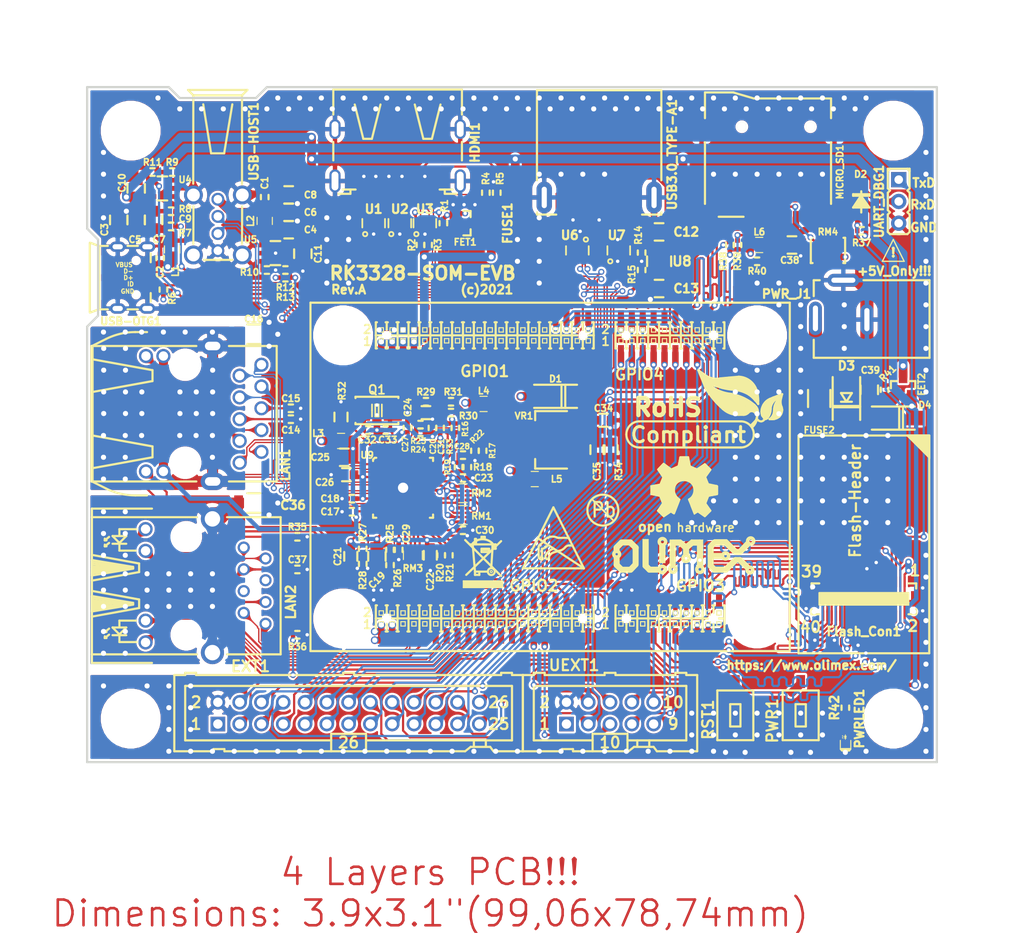
<source format=kicad_pcb>
(kicad_pcb (version 20171130) (host pcbnew 5.1.6-c6e7f7d~87~ubuntu18.04.1)
  (title_block (title RK3328-SOM-EVB) (date 2021-03-11) (rev A) (company "OLIMEX LTD"))
  (layers (0 F.Cu mixed) (1 In1.Cu power) (2 In2.Cu power) (31 B.Cu mixed) (34 B.Paste user hide) (35 F.Paste user hide) (36 B.SilkS user hide) (37 F.SilkS user) (38 B.Mask user hide) (39 F.Mask user hide) (44 Edge.Cuts user))
  (net 0 "")
  (net 1 +5V)
  (net 2 GND)
  (net 3 +3V3)
  (net 4 AP-RESET#)
  (net 5 CODEC_AOL)
  (net 6 CODEC_AOR)
  (net 7 VDD_1.8V)
  (net 8 POWER_ON)
  (net 9 VDAC_OUT)
  (net 10 CLK32K)
  (net 11 I2C1_SDA_PMIC)
  (net 12 I2C1_SCL_PMIC)
  (net 13 "Net-(FID1-PadFid1)")
  (net 14 "Net-(FID2-PadFid1)")
  (net 15 "Net-(FID3-PadFid1)")
  (net 16 UART1_CTSN)
  (net 17 UART1_RTSN)
  (net 18 UART1_RX)
  (net 19 UART1_TX)
  (net 20 GPIO2_C6)
  (net 21 GPIO2_C5)
  (net 22 GPIO2_C4)
  (net 23 GPIO2_C3)
  (net 24 GPIO2_C2)
  (net 25 GPIO2_C1)
  (net 26 GPIO2_C0)
  (net 27 GPIO2_B7)
  (net 28 /HTX0N)
  (net 29 /USB1-D_N)
  (net 30 /HTX0P)
  (net 31 /USB0-DRV)
  (net 32 /HTX1N)
  (net 33 /USB0-ID)
  (net 34 /HTX1P)
  (net 35 /USB0-D_P)
  (net 36 /HTX2N)
  (net 37 /USB0-D_N)
  (net 38 /HTX2P)
  (net 39 /USB0-VBUSDET)
  (net 40 /USB1-D_P)
  (net 41 /HTXCP)
  (net 42 /USB1-DRV)
  (net 43 /HTXCN)
  (net 44 /USB30_RX_P)
  (net 45 /HCEC)
  (net 46 /USB30_RX_N)
  (net 47 /HSCL)
  (net 48 /USB30_TX_P)
  (net 49 /HSDA)
  (net 50 /USB30_TX_N)
  (net 51 /HHPD)
  (net 52 /USB30_D_P)
  (net 53 /USB30_D_N)
  (net 54 /USB30-VBUSDET)
  (net 55 /USB30_DRV)
  (net 56 /GMAC_TXD0)
  (net 57 /GPIO1_D0)
  (net 58 /GMAC_RXCTL)
  (net 59 /FEPHY_LED_LINK_M1)
  (net 60 /GMAC_RXCLK)
  (net 61 /FEPHY_LED_DATA_M1)
  (net 62 /GMAC_RXD3)
  (net 63 /FEPHY_TX_P)
  (net 64 /GMAC_RXD2)
  (net 65 /FEPHY_TX_N)
  (net 66 /GMAC_RXD1)
  (net 67 /FEPHY_PWFBOUT)
  (net 68 /GMAC_RXD0)
  (net 69 /FEPHY_RX_P)
  (net 70 /FEPHY_RX_N)
  (net 71 /GPIO1_D2)
  (net 72 /GMAC_TXD1)
  (net 73 /GPIO1_D4)
  (net 74 /GMAC_TXD2)
  (net 75 /DBG_UART2-RxD)
  (net 76 /GMAC_TXD3)
  (net 77 /DBG_UART2-TxD)
  (net 78 /GMAC_TXCLK)
  (net 79 /GMAC_TXCTL)
  (net 80 /GMAC_MDC)
  (net 81 /SPDIF_TX_M0)
  (net 82 /GMAC_MDIO)
  (net 83 /PWM2)
  (net 84 /GMAC_CLKIN)
  (net 85 /IR_RX)
  (net 86 /SPI_CSN1_M0)
  (net 87 /SARADC_IN1)
  (net 88 /SARADC_IN0)
  (net 89 "Net-(C1-Pad2)")
  (net 90 +5V_USBOTG)
  (net 91 "Net-(C3-Pad2)")
  (net 92 "Net-(C4-Pad2)")
  (net 93 "Net-(FET1-Pad3)")
  (net 94 "Net-(FUSE1-Pad2)")
  (net 95 "Net-(HDMI1-Pad14)")
  (net 96 "Net-(HDMI1-Pad19)")
  (net 97 "Net-(R9-Pad2)")
  (net 98 "Net-(R10-Pad2)")
  (net 99 /1.25_EXT)
  (net 100 "Net-(C14-Pad2)")
  (net 101 "Net-(C15-Pad2)")
  (net 102 /VDD33)
  (net 103 "Net-(C18-Pad1)")
  (net 104 "Net-(C21-Pad1)")
  (net 105 "Net-(C24-Pad1)")
  (net 106 "Net-(C32-Pad1)")
  (net 107 "Net-(C33-Pad1)")
  (net 108 "Net-(C34-Pad1)")
  (net 109 "Net-(C38-Pad1)")
  (net 110 +5V_EXT)
  (net 111 "Net-(D2-Pad1)")
  (net 112 /eMMC_CMD)
  (net 113 /eMMC_RST)
  (net 114 /SPI_CLK_M2)
  (net 115 /SPI_TXD_M2)
  (net 116 "Net-(Flash_Con1-Pad21)")
  (net 117 "Net-(Flash_Con1-Pad23)")
  (net 118 /SPI_RXD_M2)
  (net 119 /SPI_CSN0_M2)
  (net 120 "Net-(Flash_Con1-Pad29)")
  (net 121 "Net-(Flash_Con1-Pad31)")
  (net 122 "Net-(Flash_Con1-Pad33)")
  (net 123 "Net-(Flash_Con1-Pad35)")
  (net 124 "Net-(Flash_Con1-Pad37)")
  (net 125 "Net-(Flash_Con1-Pad39)")
  (net 126 /eMMC_CLK)
  (net 127 "Net-(Flash_Con1-Pad8)")
  (net 128 /eMMC_D7)
  (net 129 /eMMC_D6)
  (net 130 /eMMC_D5)
  (net 131 /eMMC_D4)
  (net 132 /eMMC_D3)
  (net 133 /eMMC_D2)
  (net 134 /eMMC_D1)
  (net 135 /eMMC_D0)
  (net 136 /GPIO1_C2\EPHY-RST#)
  (net 137 /SDMMC0_DET)
  (net 138 /SDMMC0_CMD)
  (net 139 /SDMMC0_CK)
  (net 140 /SDMMC0_D3)
  (net 141 /SDMMC0_D2)
  (net 142 /SDMMC0_D1)
  (net 143 /SDMMC0_D0)
  (net 144 /MDI[0]+)
  (net 145 /MDI[0]-)
  (net 146 /MDI[1]+)
  (net 147 /MDI[1]-)
  (net 148 /MDI[2]+)
  (net 149 /MDI[2]-)
  (net 150 /MDI[3]+)
  (net 151 /MDI[3]-)
  (net 152 /PHYAD1)
  (net 153 /PHYAD0)
  (net 154 "Net-(LAN2-PadKY1)")
  (net 155 "Net-(MICRO_SD1-Pad5)")
  (net 156 "Net-(PWRLED1-Pad2)")
  (net 157 "Net-(R14-Pad1)")
  (net 158 "Net-(R17-Pad2)")
  (net 159 "Net-(R18-Pad2)")
  (net 160 "Net-(R20-Pad2)")
  (net 161 "Net-(R21-Pad2)")
  (net 162 "Net-(R23-Pad2)")
  (net 163 "Net-(R25-Pad2)")
  (net 164 "Net-(R27-Pad2)")
  (net 165 "Net-(R32-Pad1)")
  (net 166 "Net-(R33-Pad1)")
  (net 167 "Net-(RM1-Pad1.2)")
  (net 168 "Net-(RM1-Pad2.2)")
  (net 169 "Net-(RM1-Pad3.2)")
  (net 170 "Net-(RM1-Pad4.2)")
  (net 171 "Net-(RM3-Pad1.1)")
  (net 172 "Net-(RM3-Pad2.1)")
  (net 173 "Net-(RM3-Pad3.1)")
  (net 174 "Net-(RM3-Pad4.1)")
  (net 175 "Net-(U7-Pad10)")
  (net 176 "Net-(U7-Pad9)")
  (net 177 "Net-(U7-Pad2)")
  (net 178 "Net-(U7-Pad1)")
  (net 179 "Net-(U9-Pad13)")
  (net 180 "Net-(U9-Pad43)")
  (net 181 "Net-(U9-Pad47)")
  (net 182 /SH_Gigabit-ETH)
  (net 183 /SH_Megabit-ETH)
  (net 184 "Net-(LAN2-PadKG1)")
  (module OLIMEX_LOGOs-FP:LOGO_OPENHARDWARE_8x8 (layer F.Cu) (at 171.196 100.457)
    (fp_text reference Sign_OSHW hide)
    (fp_text value "" hide)
    (fp_text user open (at -3.40106 4.17576) (layer F.SilkS) (effects (font (size 1.1 1.1) (thickness 0.254))))
    (fp_text user hardware (at 2.51206 4.2672) (layer F.SilkS) (effects (font (thickness 0.18))))
  )
  (module OLIMEX_LOGOs-FP:LOGO_ROHS_1 (layer F.Cu) (at 165.481 94.742)
    (fp_text reference Sign_RoHS hide)
    (fp_text value Val** hide)
    (fp_text user Compliant (at 6.20014 -0.8382) (layer F.SilkS) (effects (font (size 1.778 1.778) (thickness 0.35))))
    (fp_text user RoHS (at 3.81508 -4.04368) (layer F.SilkS) (effects (font (size 2 2) (thickness 0.5))))
  )
  (module OLIMEX_LOGOs-FP:LOGO_RECYCLEBIN_1 (layer F.Cu) (at 145.415 111.76)
    (fp_text reference Sign_RecycleBin hide)
    (fp_text value "" hide)
  )
  (module OLIMEX_LOGOs-FP:LOGO_PBFREE (layer F.Cu) (at 161.925 102.997)
    (fp_text reference Sign_PB-Free)
    (fp_text value "")
    (fp_text user Pb (at -0.08636 -0.33528) (layer F.SilkS) (effects (font (size 1.7 1.5) (thickness 0.254))))
  )
  (module OLIMEX_LOGOs-FP:LOGO_ANTISTATIC_1 (layer F.Cu) (at 152.4 109.474)
    (fp_text reference Sign_Antistatic hide)
    (fp_text value Val** hide)
  )
  (module "OLIMEX_Connectors-FP:GPH127SMT-02X10(PA-V16X-2X10-LF)" (layer F.Cu) (at 169.545 115.316)
    (fp_text reference GPIO3 (at 3.556 -3.81) (layer F.SilkS) (effects (font (size 1.27 1.27) (thickness 0.254))))
    (fp_text value PA-V16X-2X10-LF)
    (fp_text user 1 (at -7.5 0.7) (layer F.SilkS) (effects (font (thickness 0.2))))
    (fp_text user 2 (at -7.5 -0.7) (layer F.SilkS) (effects (font (thickness 0.2))))
    (pad 1 smd rect (at -5.715 2.032 270) (size 1.8 0.7) (layers F.Cu F.Paste F.Mask) (net 7 VDD_1.8V))
    (pad 2 smd rect (at -5.715 -2.032 270) (size 1.8 0.7) (layers F.Cu F.Paste F.Mask) (net 2 GND))
    (pad 3 smd rect (at -4.445 2.032 270) (size 1.8 0.7) (layers F.Cu F.Paste F.Mask) (net 7 VDD_1.8V))
    (pad 4 smd rect (at -4.445 -2.032 270) (size 1.8 0.7) (layers F.Cu F.Paste F.Mask) (net 2 GND))
    (pad 5 smd rect (at -3.175 2.032 270) (size 1.8 0.7) (layers F.Cu F.Paste F.Mask) (net 128 /eMMC_D7))
    (pad 6 smd rect (at -3.175 -2.032 270) (size 1.8 0.7) (layers F.Cu F.Paste F.Mask) (net 126 /eMMC_CLK))
    (pad 7 smd rect (at -1.905 2.032 270) (size 1.8 0.7) (layers F.Cu F.Paste F.Mask) (net 129 /eMMC_D6))
    (pad 8 smd rect (at -1.905 -2.032 270) (size 1.8 0.7) (layers F.Cu F.Paste F.Mask) (net 112 /eMMC_CMD))
    (pad 9 smd rect (at -0.635 2.032 270) (size 1.8 0.7) (layers F.Cu F.Paste F.Mask) (net 130 /eMMC_D5))
    (pad 10 smd rect (at -0.635 -2.032 270) (size 1.8 0.7) (layers F.Cu F.Paste F.Mask) (net 113 /eMMC_RST))
    (pad 11 smd rect (at 0.635 2.032 270) (size 1.8 0.7) (layers F.Cu F.Paste F.Mask) (net 131 /eMMC_D4))
    (pad 12 smd rect (at 0.635 -2.032 270) (size 1.8 0.7) (layers F.Cu F.Paste F.Mask) (net 114 /SPI_CLK_M2))
    (pad 13 smd rect (at 1.905 2.032 90) (size 1.8 0.7) (layers F.Cu F.Paste F.Mask) (net 132 /eMMC_D3))
    (pad 14 smd rect (at 1.905 -2.032 90) (size 1.8 0.7) (layers F.Cu F.Paste F.Mask) (net 115 /SPI_TXD_M2))
    (pad 15 smd rect (at 3.175 2.032 90) (size 1.8 0.7) (layers F.Cu F.Paste F.Mask) (net 133 /eMMC_D2))
    (pad 16 smd rect (at 3.175 -2.032 90) (size 1.8 0.7) (layers F.Cu F.Paste F.Mask) (net 118 /SPI_RXD_M2))
    (pad 17 smd rect (at 4.445 2.032 90) (size 1.8 0.7) (layers F.Cu F.Paste F.Mask) (net 134 /eMMC_D1))
    (pad 18 smd rect (at 4.445 -2.032 90) (size 1.8 0.7) (layers F.Cu F.Paste F.Mask) (net 119 /SPI_CSN0_M2))
    (pad 19 smd rect (at 5.715 2.032 90) (size 1.8 0.7) (layers F.Cu F.Paste F.Mask) (net 135 /eMMC_D0))
    (pad 20 smd rect (at 5.715 -2.032 90) (size 1.8 0.7) (layers F.Cu F.Paste F.Mask) (net 86 /SPI_CSN1_M0))
    (pad "" np_thru_hole circle (at 5.08 0 90) (size 0.7 0.7) (drill 0.7) (layers *.Cu *.Mask))
    (pad "" np_thru_hole circle (at -5.08 0 90) (size 0.7 0.7) (drill 0.7) (layers *.Cu *.Mask))
  )
  (module "OLIMEX_Connectors-FP:GPH127SMT-02X20(PA-V16X-2X20-LF)" (layer F.Cu) (at 147.955 115.316)
    (fp_text reference GPIO2 (at 5.715 -3.81) (layer F.SilkS) (effects (font (size 1.27 1.27) (thickness 0.254))))
    (fp_text value PA-V16X-2X20-LF)
    (fp_text user 2 (at -13.7 -0.7) (layer F.SilkS) (effects (font (thickness 0.2))))
    (fp_text user 1 (at -13.7 0.7) (layer F.SilkS) (effects (font (thickness 0.2))))
    (pad "" np_thru_hole circle (at -11.43 0 90) (size 0.7 0.7) (drill 0.7) (layers *.Cu *.Mask))
    (pad 20 smd rect (at -0.635 -2.032 90) (size 1.8 0.7) (layers F.Cu F.Paste F.Mask) (net 64 /GMAC_RXD2))
    (pad 19 smd rect (at -0.635 2.032 90) (size 1.8 0.7) (layers F.Cu F.Paste F.Mask) (net 57 /GPIO1_D0))
    (pad 18 smd rect (at -1.905 -2.032 90) (size 1.8 0.7) (layers F.Cu F.Paste F.Mask) (net 62 /GMAC_RXD3))
    (pad 17 smd rect (at -1.905 2.032 90) (size 1.8 0.7) (layers F.Cu F.Paste F.Mask) (net 59 /FEPHY_LED_LINK_M1))
    (pad 16 smd rect (at -3.175 -2.032 90) (size 1.8 0.7) (layers F.Cu F.Paste F.Mask) (net 79 /GMAC_TXCTL))
    (pad 15 smd rect (at -3.175 2.032 90) (size 1.8 0.7) (layers F.Cu F.Paste F.Mask) (net 61 /FEPHY_LED_DATA_M1))
    (pad 14 smd rect (at -4.445 -2.032 90) (size 1.8 0.7) (layers F.Cu F.Paste F.Mask) (net 78 /GMAC_TXCLK))
    (pad 13 smd rect (at -4.445 2.032 90) (size 1.8 0.7) (layers F.Cu F.Paste F.Mask) (net 63 /FEPHY_TX_P))
    (pad 12 smd rect (at -5.715 -2.032 270) (size 1.8 0.7) (layers F.Cu F.Paste F.Mask) (net 76 /GMAC_TXD3))
    (pad 11 smd rect (at -5.715 2.032 270) (size 1.8 0.7) (layers F.Cu F.Paste F.Mask) (net 65 /FEPHY_TX_N))
    (pad 10 smd rect (at -6.985 -2.032 270) (size 1.8 0.7) (layers F.Cu F.Paste F.Mask) (net 74 /GMAC_TXD2))
    (pad 9 smd rect (at -6.985 2.032 270) (size 1.8 0.7) (layers F.Cu F.Paste F.Mask) (net 67 /FEPHY_PWFBOUT))
    (pad 8 smd rect (at -8.255 -2.032 270) (size 1.8 0.7) (layers F.Cu F.Paste F.Mask) (net 72 /GMAC_TXD1))
    (pad 7 smd rect (at -8.255 2.032 270) (size 1.8 0.7) (layers F.Cu F.Paste F.Mask) (net 69 /FEPHY_RX_P))
    (pad 6 smd rect (at -9.525 -2.032 270) (size 1.8 0.7) (layers F.Cu F.Paste F.Mask) (net 56 /GMAC_TXD0))
    (pad 5 smd rect (at -9.525 2.032 270) (size 1.8 0.7) (layers F.Cu F.Paste F.Mask) (net 70 /FEPHY_RX_N))
    (pad 4 smd rect (at -10.795 -2.032 270) (size 1.8 0.7) (layers F.Cu F.Paste F.Mask) (net 2 GND))
    (pad 3 smd rect (at -10.795 2.032 270) (size 1.8 0.7) (layers F.Cu F.Paste F.Mask) (net 3 +3V3))
    (pad 2 smd rect (at -12.065 -2.032 270) (size 1.8 0.7) (layers F.Cu F.Paste F.Mask) (net 2 GND))
    (pad 1 smd rect (at -12.065 2.032 270) (size 1.8 0.7) (layers F.Cu F.Paste F.Mask) (net 3 +3V3))
    (pad 21 smd rect (at 0.635 2.032 270) (size 1.8 0.7) (layers F.Cu F.Paste F.Mask) (net 71 /GPIO1_D2))
    (pad 22 smd rect (at 0.635 -2.032 270) (size 1.8 0.7) (layers F.Cu F.Paste F.Mask) (net 66 /GMAC_RXD1))
    (pad 23 smd rect (at 1.905 2.032 270) (size 1.8 0.7) (layers F.Cu F.Paste F.Mask) (net 73 /GPIO1_D4))
    (pad 24 smd rect (at 1.905 -2.032 270) (size 1.8 0.7) (layers F.Cu F.Paste F.Mask) (net 68 /GMAC_RXD0))
    (pad 25 smd rect (at 3.175 2.032 270) (size 1.8 0.7) (layers F.Cu F.Paste F.Mask) (net 75 /DBG_UART2-RxD))
    (pad 26 smd rect (at 3.175 -2.032 270) (size 1.8 0.7) (layers F.Cu F.Paste F.Mask) (net 58 /GMAC_RXCTL))
    (pad 27 smd rect (at 4.445 2.032 270) (size 1.8 0.7) (layers F.Cu F.Paste F.Mask) (net 77 /DBG_UART2-TxD))
    (pad 28 smd rect (at 4.445 -2.032 270) (size 1.8 0.7) (layers F.Cu F.Paste F.Mask) (net 60 /GMAC_RXCLK))
    (pad 29 smd rect (at 5.715 2.032 270) (size 1.8 0.7) (layers F.Cu F.Paste F.Mask) (net 11 I2C1_SDA_PMIC))
    (pad 30 smd rect (at 5.715 -2.032 270) (size 1.8 0.7) (layers F.Cu F.Paste F.Mask) (net 80 /GMAC_MDC))
    (pad 31 smd rect (at 6.985 2.032 270) (size 1.8 0.7) (layers F.Cu F.Paste F.Mask) (net 12 I2C1_SCL_PMIC))
    (pad 32 smd rect (at 6.985 -2.032 270) (size 1.8 0.7) (layers F.Cu F.Paste F.Mask) (net 82 /GMAC_MDIO))
    (pad 33 smd rect (at 8.255 2.032 90) (size 1.8 0.7) (layers F.Cu F.Paste F.Mask) (net 81 /SPDIF_TX_M0))
    (pad 34 smd rect (at 8.255 -2.032 90) (size 1.8 0.7) (layers F.Cu F.Paste F.Mask) (net 84 /GMAC_CLKIN))
    (pad 35 smd rect (at 9.525 2.032 90) (size 1.8 0.7) (layers F.Cu F.Paste F.Mask) (net 83 /PWM2))
    (pad 36 smd rect (at 9.525 -2.032 90) (size 1.8 0.7) (layers F.Cu F.Paste F.Mask) (net 136 /GPIO1_C2\EPHY-RST#))
    (pad 37 smd rect (at 10.795 2.032 90) (size 1.8 0.7) (layers F.Cu F.Paste F.Mask) (net 85 /IR_RX))
    (pad 38 smd rect (at 10.795 -2.032 90) (size 1.8 0.7) (layers F.Cu F.Paste F.Mask) (net 4 AP-RESET#))
    (pad 39 smd rect (at 12.065 2.032 90) (size 1.8 0.7) (layers F.Cu F.Paste F.Mask) (net 10 CLK32K))
    (pad 40 smd rect (at 12.065 -2.032 90) (size 1.8 0.7) (layers F.Cu F.Paste F.Mask) (net 8 POWER_ON))
    (pad "" np_thru_hole circle (at 11.43 0 90) (size 0.7 0.7) (drill 0.7) (layers *.Cu *.Mask))
  )
  (module "OLIMEX_Connectors-FP:GPH127SMT-02X20(PA-V16X-2X20-LF)" (layer F.Cu) (at 147.955 82.296)
    (fp_text reference GPIO1 (at 0 4.191) (layer F.SilkS) (effects (font (size 1.27 1.27) (thickness 0.254))))
    (fp_text value PA-V16X-2X20-LF)
    (fp_text user 1 (at -13.7 0.7) (layer F.SilkS) (effects (font (thickness 0.2))))
    (fp_text user 2 (at -13.7 -0.7) (layer F.SilkS) (effects (font (thickness 0.2))))
    (pad "" np_thru_hole circle (at 11.43 0 90) (size 0.7 0.7) (drill 0.7) (layers *.Cu *.Mask))
    (pad 40 smd rect (at 12.065 -2.032 90) (size 1.8 0.7) (layers F.Cu F.Paste F.Mask) (net 16 UART1_CTSN))
    (pad 39 smd rect (at 12.065 2.032 90) (size 1.8 0.7) (layers F.Cu F.Paste F.Mask) (net 55 /USB30_DRV))
    (pad 38 smd rect (at 10.795 -2.032 90) (size 1.8 0.7) (layers F.Cu F.Paste F.Mask) (net 17 UART1_RTSN))
    (pad 37 smd rect (at 10.795 2.032 90) (size 1.8 0.7) (layers F.Cu F.Paste F.Mask) (net 54 /USB30-VBUSDET))
    (pad 36 smd rect (at 9.525 -2.032 90) (size 1.8 0.7) (layers F.Cu F.Paste F.Mask) (net 18 UART1_RX))
    (pad 35 smd rect (at 9.525 2.032 90) (size 1.8 0.7) (layers F.Cu F.Paste F.Mask) (net 53 /USB30_D_N))
    (pad 34 smd rect (at 8.255 -2.032 90) (size 1.8 0.7) (layers F.Cu F.Paste F.Mask) (net 19 UART1_TX))
    (pad 33 smd rect (at 8.255 2.032 90) (size 1.8 0.7) (layers F.Cu F.Paste F.Mask) (net 52 /USB30_D_P))
    (pad 32 smd rect (at 6.985 -2.032 270) (size 1.8 0.7) (layers F.Cu F.Paste F.Mask) (net 51 /HHPD))
    (pad 31 smd rect (at 6.985 2.032 270) (size 1.8 0.7) (layers F.Cu F.Paste F.Mask) (net 50 /USB30_TX_N))
    (pad 30 smd rect (at 5.715 -2.032 270) (size 1.8 0.7) (layers F.Cu F.Paste F.Mask) (net 49 /HSDA))
    (pad 29 smd rect (at 5.715 2.032 270) (size 1.8 0.7) (layers F.Cu F.Paste F.Mask) (net 48 /USB30_TX_P))
    (pad 28 smd rect (at 4.445 -2.032 270) (size 1.8 0.7) (layers F.Cu F.Paste F.Mask) (net 47 /HSCL))
    (pad 27 smd rect (at 4.445 2.032 270) (size 1.8 0.7) (layers F.Cu F.Paste F.Mask) (net 46 /USB30_RX_N))
    (pad 26 smd rect (at 3.175 -2.032 270) (size 1.8 0.7) (layers F.Cu F.Paste F.Mask) (net 45 /HCEC))
    (pad 25 smd rect (at 3.175 2.032 270) (size 1.8 0.7) (layers F.Cu F.Paste F.Mask) (net 44 /USB30_RX_P))
    (pad 24 smd rect (at 1.905 -2.032 270) (size 1.8 0.7) (layers F.Cu F.Paste F.Mask) (net 43 /HTXCN))
    (pad 23 smd rect (at 1.905 2.032 270) (size 1.8 0.7) (layers F.Cu F.Paste F.Mask) (net 42 /USB1-DRV))
    (pad 22 smd rect (at 0.635 -2.032 270) (size 1.8 0.7) (layers F.Cu F.Paste F.Mask) (net 41 /HTXCP))
    (pad 21 smd rect (at 0.635 2.032 270) (size 1.8 0.7) (layers F.Cu F.Paste F.Mask) (net 40 /USB1-D_P))
    (pad 1 smd rect (at -12.065 2.032 270) (size 1.8 0.7) (layers F.Cu F.Paste F.Mask) (net 1 +5V))
    (pad 2 smd rect (at -12.065 -2.032 270) (size 1.8 0.7) (layers F.Cu F.Paste F.Mask) (net 2 GND))
    (pad 3 smd rect (at -10.795 2.032 270) (size 1.8 0.7) (layers F.Cu F.Paste F.Mask) (net 1 +5V))
    (pad 4 smd rect (at -10.795 -2.032 270) (size 1.8 0.7) (layers F.Cu F.Paste F.Mask) (net 2 GND))
    (pad 5 smd rect (at -9.525 2.032 270) (size 1.8 0.7) (layers F.Cu F.Paste F.Mask) (net 1 +5V))
    (pad 6 smd rect (at -9.525 -2.032 270) (size 1.8 0.7) (layers F.Cu F.Paste F.Mask) (net 2 GND))
    (pad 7 smd rect (at -8.255 2.032 270) (size 1.8 0.7) (layers F.Cu F.Paste F.Mask) (net 1 +5V))
    (pad 8 smd rect (at -8.255 -2.032 270) (size 1.8 0.7) (layers F.Cu F.Paste F.Mask) (net 2 GND))
    (pad 9 smd rect (at -6.985 2.032 270) (size 1.8 0.7) (layers F.Cu F.Paste F.Mask) (net 39 /USB0-VBUSDET))
    (pad 10 smd rect (at -6.985 -2.032 270) (size 1.8 0.7) (layers F.Cu F.Paste F.Mask) (net 38 /HTX2P))
    (pad 11 smd rect (at -5.715 2.032 270) (size 1.8 0.7) (layers F.Cu F.Paste F.Mask) (net 37 /USB0-D_N))
    (pad 12 smd rect (at -5.715 -2.032 270) (size 1.8 0.7) (layers F.Cu F.Paste F.Mask) (net 36 /HTX2N))
    (pad 13 smd rect (at -4.445 2.032 90) (size 1.8 0.7) (layers F.Cu F.Paste F.Mask) (net 35 /USB0-D_P))
    (pad 14 smd rect (at -4.445 -2.032 90) (size 1.8 0.7) (layers F.Cu F.Paste F.Mask) (net 34 /HTX1P))
    (pad 15 smd rect (at -3.175 2.032 90) (size 1.8 0.7) (layers F.Cu F.Paste F.Mask) (net 33 /USB0-ID))
    (pad 16 smd rect (at -3.175 -2.032 90) (size 1.8 0.7) (layers F.Cu F.Paste F.Mask) (net 32 /HTX1N))
    (pad 17 smd rect (at -1.905 2.032 90) (size 1.8 0.7) (layers F.Cu F.Paste F.Mask) (net 31 /USB0-DRV))
    (pad 18 smd rect (at -1.905 -2.032 90) (size 1.8 0.7) (layers F.Cu F.Paste F.Mask) (net 30 /HTX0P))
    (pad 19 smd rect (at -0.635 2.032 90) (size 1.8 0.7) (layers F.Cu F.Paste F.Mask) (net 29 /USB1-D_N))
    (pad 20 smd rect (at -0.635 -2.032 90) (size 1.8 0.7) (layers F.Cu F.Paste F.Mask) (net 28 /HTX0N))
    (pad "" np_thru_hole circle (at -11.43 0 90) (size 0.7 0.7) (drill 0.7) (layers *.Cu *.Mask))
  )
  (module "OLIMEX_Connectors-FP:GPH127SMT-02X10(PA-V16X-2X10-LF)" (layer F.Cu) (at 169.545 82.296)
    (fp_text reference GPIO4 (at -3.556 4.572) (layer F.SilkS) (effects (font (size 1.27 1.27) (thickness 0.254))))
    (fp_text value PA-V16X-2X10-LF)
    (fp_text user 2 (at -7.5 -0.7) (layer F.SilkS) (effects (font (thickness 0.2))))
    (fp_text user 1 (at -7.5 0.7) (layer F.SilkS) (effects (font (thickness 0.2))))
    (pad "" np_thru_hole circle (at -5.08 0 90) (size 0.7 0.7) (drill 0.7) (layers *.Cu *.Mask))
    (pad "" np_thru_hole circle (at 5.08 0 90) (size 0.7 0.7) (drill 0.7) (layers *.Cu *.Mask))
    (pad 20 smd rect (at 5.715 -2.032 90) (size 1.8 0.7) (layers F.Cu F.Paste F.Mask) (net 137 /SDMMC0_DET))
    (pad 19 smd rect (at 5.715 2.032 90) (size 1.8 0.7) (layers F.Cu F.Paste F.Mask) (net 87 /SARADC_IN1))
    (pad 18 smd rect (at 4.445 -2.032 90) (size 1.8 0.7) (layers F.Cu F.Paste F.Mask) (net 138 /SDMMC0_CMD))
    (pad 17 smd rect (at 4.445 2.032 90) (size 1.8 0.7) (layers F.Cu F.Paste F.Mask) (net 88 /SARADC_IN0))
    (pad 16 smd rect (at 3.175 -2.032 90) (size 1.8 0.7) (layers F.Cu F.Paste F.Mask) (net 139 /SDMMC0_CK))
    (pad 15 smd rect (at 3.175 2.032 90) (size 1.8 0.7) (layers F.Cu F.Paste F.Mask) (net 20 GPIO2_C6))
    (pad 14 smd rect (at 1.905 -2.032 90) (size 1.8 0.7) (layers F.Cu F.Paste F.Mask) (net 140 /SDMMC0_D3))
    (pad 13 smd rect (at 1.905 2.032 90) (size 1.8 0.7) (layers F.Cu F.Paste F.Mask) (net 21 GPIO2_C5))
    (pad 12 smd rect (at 0.635 -2.032 270) (size 1.8 0.7) (layers F.Cu F.Paste F.Mask) (net 141 /SDMMC0_D2))
    (pad 11 smd rect (at 0.635 2.032 270) (size 1.8 0.7) (layers F.Cu F.Paste F.Mask) (net 22 GPIO2_C4))
    (pad 10 smd rect (at -0.635 -2.032 270) (size 1.8 0.7) (layers F.Cu F.Paste F.Mask) (net 142 /SDMMC0_D1))
    (pad 9 smd rect (at -0.635 2.032 270) (size 1.8 0.7) (layers F.Cu F.Paste F.Mask) (net 23 GPIO2_C3))
    (pad 8 smd rect (at -1.905 -2.032 270) (size 1.8 0.7) (layers F.Cu F.Paste F.Mask) (net 143 /SDMMC0_D0))
    (pad 7 smd rect (at -1.905 2.032 270) (size 1.8 0.7) (layers F.Cu F.Paste F.Mask) (net 24 GPIO2_C2))
    (pad 6 smd rect (at -3.175 -2.032 270) (size 1.8 0.7) (layers F.Cu F.Paste F.Mask) (net 9 VDAC_OUT))
    (pad 5 smd rect (at -3.175 2.032 270) (size 1.8 0.7) (layers F.Cu F.Paste F.Mask) (net 25 GPIO2_C1))
    (pad 4 smd rect (at -4.445 -2.032 270) (size 1.8 0.7) (layers F.Cu F.Paste F.Mask) (net 6 CODEC_AOR))
    (pad 3 smd rect (at -4.445 2.032 270) (size 1.8 0.7) (layers F.Cu F.Paste F.Mask) (net 26 GPIO2_C0))
    (pad 2 smd rect (at -5.715 -2.032 270) (size 1.8 0.7) (layers F.Cu F.Paste F.Mask) (net 5 CODEC_AOL))
    (pad 1 smd rect (at -5.715 2.032 270) (size 1.8 0.7) (layers F.Cu F.Paste F.Mask) (net 27 GPIO2_B7))
  )
  (module OLIMEX_Other-FP:Fiducial1x3 (layer F.Cu) (at 103.505 130.175)
    (fp_text reference FID1 hide)
    (fp_text value Fiducial hide)
    (pad Fid1 connect circle (at 0 0) (size 1 1) (layers F.Cu F.Mask) (net 13 "Net-(FID1-PadFid1)") (clearance 1.016))
  )
  (module OLIMEX_Other-FP:Fiducial1x3 (layer F.Cu) (at 198.755 55.245)
    (fp_text reference FID2 hide)
    (fp_text value Fiducial hide)
    (pad Fid1 connect circle (at 0 0) (size 1 1) (layers F.Cu F.Mask) (net 14 "Net-(FID2-PadFid1)") (clearance 1.016))
  )
  (module OLIMEX_Other-FP:Fiducial1x3 (layer F.Cu) (at 103.505 55.245)
    (fp_text reference FID3 hide)
    (fp_text value Fiducial hide)
    (pad Fid1 connect circle (at 0 0) (size 1 1) (layers F.Cu F.Mask) (net 15 "Net-(FID3-PadFid1)") (clearance 1.016))
  )
  (module OLIMEX_LOGOs-FP:OLIMEX_LOGO_TB (layer F.Cu) (at 171.323 107.95)
    (fp_text reference "Olimex logo" hide)
    (fp_text value "" hide)
  )
  (module OLIMEX_Other-FP:Mounting_Hole_Drill-3.3mm_Clerance-7mm (layer F.Cu) (at 131.445 115.316)
    (fp_text reference MH1 hide)
    (fp_text value Mounting_Hole_NPTH hide)
    (pad "" np_thru_hole circle (at 0 0) (size 3.300001 3.300001) (drill 3.300001) (layers *.Cu *.Mask) (clearance 1.85))
  )
  (module OLIMEX_Other-FP:Mounting_Hole_Drill-3.3mm_Clerance-7mm (layer F.Cu) (at 179.705 115.316)
    (fp_text reference MH2 hide)
    (fp_text value Mounting_Hole_NPTH hide)
    (pad "" np_thru_hole circle (at 0 0) (size 3.300001 3.300001) (drill 3.300001) (layers *.Cu *.Mask) (clearance 1.85))
  )
  (module OLIMEX_Other-FP:Mounting_Hole_Drill-3.3mm_Clerance-7mm (layer F.Cu) (at 179.705 82.296)
    (fp_text reference MH3 hide)
    (fp_text value Mounting_Hole_NPTH hide)
    (pad "" np_thru_hole circle (at 0 0) (size 3.300001 3.300001) (drill 3.300001) (layers *.Cu *.Mask) (clearance 1.85))
  )
  (module OLIMEX_Other-FP:Mounting_Hole_Drill-3.3mm_Clerance-7mm (layer B.Cu) (at 131.445 82.296)
    (fp_text reference MH4 hide)
    (fp_text value Mounting_Hole_NPTH hide)
    (pad "" np_thru_hole circle (at 0 0) (size 3.300001 3.300001) (drill 3.300001) (layers *.Cu *.Mask) (clearance 1.85))
  )
  (module OLIMEX_RLC-FP:C_0402_5MIL_DWS (layer F.Cu) (at 122.301 66.167 270)
    (fp_text reference C1 (at -1.651 0 90) (layer F.SilkS) (effects (font (size 0.762 0.762) (thickness 0.1905))))
    (fp_text value 100nF/10V/10%/X7R/C0402)
    (pad 1 smd rect (at -0.508 0 90) (size 0.5 0.55) (layers F.Cu F.Paste F.Mask) (net 2 GND))
    (pad 2 smd rect (at 0.508 0 270) (size 0.5 0.55) (layers F.Cu F.Paste F.Mask) (net 89 "Net-(C1-Pad2)"))
  )
  (module OLIMEX_RLC-FP:C_0402_5MIL_DWS (layer F.Cu) (at 110.109 73.279 270)
    (fp_text reference C2 (at 1.651 0 90) (layer F.SilkS) (effects (font (size 0.762 0.762) (thickness 0.1905))))
    (fp_text value 100nF/10V/10%/X7R/C0402)
    (pad 2 smd rect (at 0.508 0 270) (size 0.5 0.55) (layers F.Cu F.Paste F.Mask) (net 90 +5V_USBOTG))
    (pad 1 smd rect (at -0.508 0 90) (size 0.5 0.55) (layers F.Cu F.Paste F.Mask) (net 2 GND))
  )
  (module OLIMEX_RLC-FP:C_0805_5MIL_DWS (layer F.Cu) (at 105.283 68.834 270)
    (fp_text reference C3 (at 1.143 1.651 90) (layer F.SilkS) (effects (font (size 0.762 0.762) (thickness 0.1905))))
    (fp_text value "NA(47uF/6.3V/20%/X5R/C0805)")
    (pad 1 smd rect (at -1.016 0) (size 1.524 1.27) (layers F.Cu F.Paste F.Mask) (net 2 GND))
    (pad 2 smd rect (at 1.016 0) (size 1.524 1.27) (layers F.Cu F.Paste F.Mask) (net 91 "Net-(C3-Pad2)"))
  )
  (module OLIMEX_RLC-FP:C_0805_5MIL_DWS (layer F.Cu) (at 125.095 69.976999 180)
    (fp_text reference C4 (at -2.54 -0.000001) (layer F.SilkS) (effects (font (size 0.762 0.762) (thickness 0.1905))))
    (fp_text value "NA(47uF/6.3V/20%/X5R/C0805)")
    (pad 1 smd rect (at -1.016 0 270) (size 1.524 1.27) (layers F.Cu F.Paste F.Mask) (net 2 GND))
    (pad 2 smd rect (at 1.016 0 270) (size 1.524 1.27) (layers F.Cu F.Paste F.Mask) (net 92 "Net-(C4-Pad2)"))
  )
  (module OLIMEX_RLC-FP:C_0805_5MIL_DWS (layer F.Cu) (at 107.315 68.834 270)
    (fp_text reference C5 (at 2.286 0.127 180) (layer F.SilkS) (effects (font (size 0.762 0.762) (thickness 0.1905))))
    (fp_text value "NA(47uF/6.3V/20%/X5R/C0805)")
    (pad 2 smd rect (at 1.016 0) (size 1.524 1.27) (layers F.Cu F.Paste F.Mask) (net 91 "Net-(C3-Pad2)"))
    (pad 1 smd rect (at -1.016 0) (size 1.524 1.27) (layers F.Cu F.Paste F.Mask) (net 2 GND))
  )
  (module OLIMEX_RLC-FP:C_0805_5MIL_DWS (layer F.Cu) (at 125.095 67.944999 180)
    (fp_text reference C6 (at -2.54 -0.000001) (layer F.SilkS) (effects (font (size 0.762 0.762) (thickness 0.1905))))
    (fp_text value "NA(47uF/6.3V/20%/X5R/C0805)")
    (pad 2 smd rect (at 1.016 0 270) (size 1.524 1.27) (layers F.Cu F.Paste F.Mask) (net 92 "Net-(C4-Pad2)"))
    (pad 1 smd rect (at -1.016 0 270) (size 1.524 1.27) (layers F.Cu F.Paste F.Mask) (net 2 GND))
  )
  (module OLIMEX_RLC-FP:C_0805_5MIL_DWS (layer F.Cu) (at 109.347 68.834 270)
    (fp_text reference C7 (at 2.286 -0.635 180) (layer F.SilkS) (effects (font (size 0.762 0.762) (thickness 0.1905))))
    (fp_text value 47uF/6.3V/20%/X5R/C0805)
    (pad 1 smd rect (at -1.016 0) (size 1.524 1.27) (layers F.Cu F.Paste F.Mask) (net 2 GND))
    (pad 2 smd rect (at 1.016 0) (size 1.524 1.27) (layers F.Cu F.Paste F.Mask) (net 91 "Net-(C3-Pad2)"))
  )
  (module OLIMEX_RLC-FP:C_0805_5MIL_DWS (layer F.Cu) (at 125.095 65.912999 180)
    (fp_text reference C8 (at -2.54 -0.000001) (layer F.SilkS) (effects (font (size 0.762 0.762) (thickness 0.1905))))
    (fp_text value 47uF/6.3V/20%/X5R/C0805)
    (pad 1 smd rect (at -1.016 0 270) (size 1.524 1.27) (layers F.Cu F.Paste F.Mask) (net 2 GND))
    (pad 2 smd rect (at 1.016 0 270) (size 1.524 1.27) (layers F.Cu F.Paste F.Mask) (net 92 "Net-(C4-Pad2)"))
  )
  (module OLIMEX_RLC-FP:C_0402_5MIL_DWS (layer F.Cu) (at 111.379 68.707)
    (fp_text reference C9 (at 1.651 0) (layer F.SilkS) (effects (font (size 0.762 0.762) (thickness 0.1905))))
    (fp_text value 100nF/10V/10%/X7R/C0402)
    (pad 1 smd rect (at -0.508 0 180) (size 0.5 0.55) (layers F.Cu F.Paste F.Mask) (net 2 GND))
    (pad 2 smd rect (at 0.508 0) (size 0.5 0.55) (layers F.Cu F.Paste F.Mask) (net 39 /USB0-VBUSDET))
  )
  (module OLIMEX_RLC-FP:C_0805_5MIL_DWS (layer F.Cu) (at 107.315 65.151 90)
    (fp_text reference C10 (at 0.635 -1.651 90) (layer F.SilkS) (effects (font (size 0.762 0.762) (thickness 0.1905))))
    (fp_text value 47uF/6.3V/20%/X5R/C0805)
    (pad 2 smd rect (at 1.016 0 180) (size 1.524 1.27) (layers F.Cu F.Paste F.Mask) (net 2 GND))
    (pad 1 smd rect (at -1.016 0 180) (size 1.524 1.27) (layers F.Cu F.Paste F.Mask) (net 1 +5V))
  )
  (module OLIMEX_RLC-FP:C_0805_5MIL_DWS (layer F.Cu) (at 126.746 72.771 270)
    (fp_text reference C11 (at 0 -1.778 90) (layer F.SilkS) (effects (font (size 0.762 0.762) (thickness 0.1905))))
    (fp_text value 47uF/6.3V/20%/X5R/C0805)
    (pad 2 smd rect (at 1.016 0) (size 1.524 1.27) (layers F.Cu F.Paste F.Mask) (net 2 GND))
    (pad 1 smd rect (at -1.016 0) (size 1.524 1.27) (layers F.Cu F.Paste F.Mask) (net 1 +5V))
  )
  (module OLIMEX_Transistors-FP:SOT23 (layer F.Cu) (at 145.669 69.215 180)
    (fp_text reference FET1 (at 0 -2.202401) (layer F.SilkS) (effects (font (size 0.762 0.762) (thickness 0.1905))))
    (fp_text value "BSS138(SOT23-3)")
    (pad 3 smd rect (at -1.10236 0.00254 180) (size 1.4 1) (layers F.Cu F.Paste F.Mask) (net 93 "Net-(FET1-Pad3)") (clearance 0.0508))
    (pad 2 smd rect (at 1.10744 -0.9525 180) (size 1.4 1) (layers F.Cu F.Paste F.Mask) (net 45 /HCEC) (clearance 0.0508))
    (pad 1 smd rect (at 1.10744 0.94996 180) (size 1.4 1) (layers F.Cu F.Paste F.Mask) (net 3 +3V3) (clearance 0.0508))
  )
  (module OLIMEX_Devices-FP:FUSE-1206 (layer F.Cu) (at 148.717 69.215 90)
    (fp_text reference FUSE1 (at 0 1.905 90) (layer F.SilkS) (effects (font (size 1.016 1.016) (thickness 0.254))))
    (fp_text value FSMD035)
    (pad 1 smd rect (at -1.4 0 90) (size 1.6 1.8) (layers F.Cu F.Paste F.Mask) (net 1 +5V))
    (pad 2 smd rect (at 1.4 0 90) (size 1.6 1.8) (layers F.Cu F.Paste F.Mask) (net 94 "Net-(FUSE1-Pad2)"))
  )
  (module OLIMEX_Connectors-FP:HDMI-SWM-19-TEST (layer F.Cu) (at 137.795 59.69)
    (fp_text reference HDMI1 (at 9.017 0.127 90) (layer F.SilkS) (effects (font (size 1.016 1.016) (thickness 0.254))))
    (fp_text value HDMI-SWM-19)
    (pad 0 thru_hole oval (at 7.3 4.6) (size 1.3 2.7) (drill oval 0.8 2.2) (layers *.Cu *.Mask) (net 2 GND))
    (pad 0 thru_hole oval (at -7.3 4.6) (size 1.3 2.7) (drill oval 0.8 2.2) (layers *.Cu *.Mask) (net 2 GND))
    (pad 0 thru_hole oval (at -7.3 -1.45) (size 1.3 2.3) (drill oval 0.8 1.8) (layers *.Cu *.Mask) (net 2 GND))
    (pad 1 smd rect (at -4.5 5.75 90) (size 2 0.25) (layers F.Cu F.Paste F.Mask) (net 38 /HTX2P))
    (pad 2 smd rect (at -4 5.75 90) (size 2 0.25) (layers F.Cu F.Paste F.Mask) (net 2 GND))
    (pad 3 smd rect (at -3.5 5.75 90) (size 2 0.25) (layers F.Cu F.Paste F.Mask) (net 36 /HTX2N))
    (pad 4 smd rect (at -3 5.75 90) (size 2 0.25) (layers F.Cu F.Paste F.Mask) (net 34 /HTX1P))
    (pad 5 smd rect (at -2.5 5.75 90) (size 2 0.25) (layers F.Cu F.Paste F.Mask) (net 2 GND))
    (pad 6 smd rect (at -2 5.75 90) (size 2 0.25) (layers F.Cu F.Paste F.Mask) (net 32 /HTX1N))
    (pad 7 smd rect (at -1.5 5.75 90) (size 2 0.25) (layers F.Cu F.Paste F.Mask) (net 30 /HTX0P))
    (pad 8 smd rect (at -1 5.75 90) (size 2 0.25) (layers F.Cu F.Paste F.Mask) (net 2 GND))
    (pad 9 smd rect (at -0.5 5.75 90) (size 2 0.25) (layers F.Cu F.Paste F.Mask) (net 28 /HTX0N))
    (pad 10 smd rect (at 0 5.75 90) (size 2 0.25) (layers F.Cu F.Paste F.Mask) (net 41 /HTXCP))
    (pad 11 smd rect (at 0.5 5.75 90) (size 2 0.25) (layers F.Cu F.Paste F.Mask) (net 2 GND))
    (pad 12 smd rect (at 1 5.75 90) (size 2 0.25) (layers F.Cu F.Paste F.Mask) (net 43 /HTXCN))
    (pad 13 smd rect (at 1.5 5.75 90) (size 2 0.25) (layers F.Cu F.Paste F.Mask) (net 93 "Net-(FET1-Pad3)"))
    (pad 14 smd rect (at 2 5.75 90) (size 2 0.25) (layers F.Cu F.Paste F.Mask) (net 95 "Net-(HDMI1-Pad14)"))
    (pad 15 smd rect (at 2.5 5.75 90) (size 2 0.25) (layers F.Cu F.Paste F.Mask) (net 47 /HSCL))
    (pad 16 smd rect (at 3 5.75 90) (size 2 0.25) (layers F.Cu F.Paste F.Mask) (net 49 /HSDA))
    (pad 17 smd rect (at 3.5 5.75 90) (size 2 0.25) (layers F.Cu F.Paste F.Mask) (net 2 GND))
    (pad 18 smd rect (at 4 5.75 90) (size 2 0.25) (layers F.Cu F.Paste F.Mask) (net 94 "Net-(FUSE1-Pad2)"))
    (pad 19 smd rect (at 4.5 5.75 90) (size 2 0.25) (layers F.Cu F.Paste F.Mask) (net 96 "Net-(HDMI1-Pad19)"))
    (pad 0 thru_hole oval (at 7.3 -1.45) (size 1.3 2.3) (drill oval 0.8 1.8) (layers *.Cu *.Mask) (net 2 GND))
  )
  (module OLIMEX_RLC-FP:L_0805_5MIL_DWS (layer F.Cu) (at 111.506 72.263 90)
    (fp_text reference L1 (at -2.54 0.381 90) (layer F.SilkS) (effects (font (size 0.762 0.762) (thickness 0.1905))))
    (fp_text value FB0805/600R/2A)
    (pad 2 smd rect (at 1.016 0 90) (size 1.524 1.27) (layers F.Cu F.Paste F.Mask) (net 91 "Net-(C3-Pad2)") (clearance 0.0508))
    (pad 1 smd rect (at -1.016 0 90) (size 1.524 1.27) (layers F.Cu F.Paste F.Mask) (net 90 +5V_USBOTG) (clearance 0.0508))
  )
  (module OLIMEX_RLC-FP:L_0805_5MIL_DWS (layer F.Cu) (at 122.301 68.961 270)
    (fp_text reference L2 (at 0 1.651 90) (layer F.SilkS) (effects (font (size 0.762 0.762) (thickness 0.1905))))
    (fp_text value FB0805/600R/2A)
    (pad 1 smd rect (at -1.016 0 270) (size 1.524 1.27) (layers F.Cu F.Paste F.Mask) (net 89 "Net-(C1-Pad2)") (clearance 0.0508))
    (pad 2 smd rect (at 1.016 0 270) (size 1.524 1.27) (layers F.Cu F.Paste F.Mask) (net 92 "Net-(C4-Pad2)") (clearance 0.0508))
  )
  (module OLIMEX_RLC-FP:R_0402_5MIL_DWS (layer F.Cu) (at 143.129 69.215 90)
    (fp_text reference R1 (at 2.032 0.127 90) (layer F.SilkS) (effects (font (size 0.762 0.762) (thickness 0.1905))))
    (fp_text value 27k/R0402)
    (pad 1 smd rect (at -0.508 0 270) (size 0.5 0.55) (layers F.Cu F.Paste F.Mask) (net 45 /HCEC))
    (pad 2 smd rect (at 0.508 0 90) (size 0.5 0.55) (layers F.Cu F.Paste F.Mask) (net 3 +3V3))
  )
  (module OLIMEX_RLC-FP:R_0402_5MIL_DWS (layer F.Cu) (at 140.462 71.755 270)
    (fp_text reference R2 (at 0 1.016 90) (layer F.SilkS) (effects (font (size 0.762 0.762) (thickness 0.1905))))
    (fp_text value 2.2k/R0402)
    (pad 1 smd rect (at -0.508 0 90) (size 0.5 0.55) (layers F.Cu F.Paste F.Mask) (net 47 /HSCL))
    (pad 2 smd rect (at 0.508 0 270) (size 0.5 0.55) (layers F.Cu F.Paste F.Mask) (net 1 +5V))
  )
  (module OLIMEX_RLC-FP:R_0402_5MIL_DWS (layer F.Cu) (at 141.351 71.755 270)
    (fp_text reference R3 (at 0 -1.143 90) (layer F.SilkS) (effects (font (size 0.762 0.762) (thickness 0.1905))))
    (fp_text value 2.2k/R0402)
    (pad 2 smd rect (at 0.508 0 270) (size 0.5 0.55) (layers F.Cu F.Paste F.Mask) (net 1 +5V))
    (pad 1 smd rect (at -0.508 0 90) (size 0.5 0.55) (layers F.Cu F.Paste F.Mask) (net 49 /HSDA))
  )
  (module OLIMEX_RLC-FP:R_0402_5MIL_DWS (layer F.Cu) (at 148.082 65.659 270)
    (fp_text reference R4 (at -1.651 0 90) (layer F.SilkS) (effects (font (size 0.762 0.762) (thickness 0.1905))))
    (fp_text value 4.7k/R0402)
    (pad 2 smd rect (at 0.508 0 270) (size 0.5 0.55) (layers F.Cu F.Paste F.Mask) (net 51 /HHPD))
    (pad 1 smd rect (at -0.508 0 90) (size 0.5 0.55) (layers F.Cu F.Paste F.Mask) (net 96 "Net-(HDMI1-Pad19)"))
  )
  (module OLIMEX_RLC-FP:R_0402_5MIL_DWS (layer F.Cu) (at 149.352 65.659 270)
    (fp_text reference R5 (at -1.651 -0.381 90) (layer F.SilkS) (effects (font (size 0.762 0.762) (thickness 0.1905))))
    (fp_text value 10k/R0402)
    (pad 1 smd rect (at -0.508 0 90) (size 0.5 0.55) (layers F.Cu F.Paste F.Mask) (net 2 GND))
    (pad 2 smd rect (at 0.508 0 270) (size 0.5 0.55) (layers F.Cu F.Paste F.Mask) (net 51 /HHPD))
  )
  (module OLIMEX_RLC-FP:R_0402_5MIL_DWS (layer F.Cu) (at 110.49 76.962 90)
    (fp_text reference R6 (at -1.016 1.016 90) (layer F.SilkS) (effects (font (size 0.762 0.762) (thickness 0.1905))))
    (fp_text value 10k/R0402)
    (pad 2 smd rect (at 0.508 0 90) (size 0.5 0.55) (layers F.Cu F.Paste F.Mask) (net 33 /USB0-ID))
    (pad 1 smd rect (at -0.508 0 270) (size 0.5 0.55) (layers F.Cu F.Paste F.Mask) (net 3 +3V3))
  )
  (module OLIMEX_RLC-FP:R_0402_5MIL_DWS (layer F.Cu) (at 111.379 69.596 180)
    (fp_text reference R7 (at -1.651 -0.762) (layer F.SilkS) (effects (font (size 0.762 0.762) (thickness 0.1905))))
    (fp_text value 4.7k/R0402)
    (pad 1 smd rect (at -0.508 0) (size 0.5 0.55) (layers F.Cu F.Paste F.Mask) (net 39 /USB0-VBUSDET))
    (pad 2 smd rect (at 0.508 0 180) (size 0.5 0.55) (layers F.Cu F.Paste F.Mask) (net 91 "Net-(C3-Pad2)"))
  )
  (module OLIMEX_RLC-FP:R_0402_5MIL_DWS (layer F.Cu) (at 111.379 67.818)
    (fp_text reference R8 (at 1.651 -0.254) (layer F.SilkS) (effects (font (size 0.762 0.762) (thickness 0.1905))))
    (fp_text value 10k/R0402)
    (pad 2 smd rect (at 0.508 0) (size 0.5 0.55) (layers F.Cu F.Paste F.Mask) (net 39 /USB0-VBUSDET))
    (pad 1 smd rect (at -0.508 0 180) (size 0.5 0.55) (layers F.Cu F.Paste F.Mask) (net 2 GND))
  )
  (module OLIMEX_RLC-FP:R_0402_5MIL_DWS (layer F.Cu) (at 111.506 63.246)
    (fp_text reference R9 (at 0 -1.143) (layer F.SilkS) (effects (font (size 0.762 0.762) (thickness 0.1905))))
    (fp_text value 13k/1%/R0402)
    (pad 2 smd rect (at 0.508 0) (size 0.5 0.55) (layers F.Cu F.Paste F.Mask) (net 97 "Net-(R9-Pad2)"))
    (pad 1 smd rect (at -0.508 0 180) (size 0.5 0.55) (layers F.Cu F.Paste F.Mask) (net 2 GND))
  )
  (module OLIMEX_RLC-FP:R_0402_5MIL_DWS (layer F.Cu) (at 122.555 74.676 180)
    (fp_text reference R10 (at 2.032 -0.254) (layer F.SilkS) (effects (font (size 0.762 0.762) (thickness 0.1905))))
    (fp_text value 4.7k/R0402)
    (pad 1 smd rect (at -0.508 0) (size 0.5 0.55) (layers F.Cu F.Paste F.Mask) (net 2 GND))
    (pad 2 smd rect (at 0.508 0 180) (size 0.5 0.55) (layers F.Cu F.Paste F.Mask) (net 98 "Net-(R10-Pad2)"))
  )
  (module OLIMEX_RLC-FP:R_0402_5MIL_DWS (layer F.Cu) (at 109.22 63.246 180)
    (fp_text reference R11 (at 0 1.143) (layer F.SilkS) (effects (font (size 0.762 0.762) (thickness 0.1905))))
    (fp_text value 10k/R0402)
    (pad 1 smd rect (at -0.508 0) (size 0.5 0.55) (layers F.Cu F.Paste F.Mask) (net 2 GND))
    (pad 2 smd rect (at 0.508 0 180) (size 0.5 0.55) (layers F.Cu F.Paste F.Mask) (net 31 /USB0-DRV))
  )
  (module OLIMEX_RLC-FP:R_0402_5MIL_DWS (layer F.Cu) (at 124.714 74.676)
    (fp_text reference R12 (at 0 2.032 180) (layer F.SilkS) (effects (font (size 0.762 0.762) (thickness 0.1905))))
    (fp_text value 10k/R0402)
    (pad 2 smd rect (at 0.508 0) (size 0.5 0.55) (layers F.Cu F.Paste F.Mask) (net 42 /USB1-DRV))
    (pad 1 smd rect (at -0.508 0 180) (size 0.5 0.55) (layers F.Cu F.Paste F.Mask) (net 2 GND))
  )
  (module OLIMEX_RLC-FP:R_0402_5MIL_DWS (layer F.Cu) (at 124.714 75.565)
    (fp_text reference R13 (at 0 2.286) (layer F.SilkS) (effects (font (size 0.762 0.762) (thickness 0.1905))))
    (fp_text value "NA(10k/R0402)")
    (pad 1 smd rect (at -0.508 0 180) (size 0.5 0.55) (layers F.Cu F.Paste F.Mask) (net 3 +3V3))
    (pad 2 smd rect (at 0.508 0) (size 0.5 0.55) (layers F.Cu F.Paste F.Mask) (net 42 /USB1-DRV))
  )
  (module OLIMEX_IC-FP:SLP2510P8_TEST (layer F.Cu) (at 135.001 69.215)
    (fp_text reference U1 (at 0 -1.651) (layer F.SilkS) (effects (font (size 1.016 1.016) (thickness 0.254))))
    (fp_text value "NA(RCLAMP0524P(SLP2510P8))")
    (pad 10 smd rect (at -1 -0.4375) (size 0.2 0.675) (layers F.Cu F.Paste F.Mask) (net 38 /HTX2P))
    (pad 9 smd rect (at -0.5 -0.4375) (size 0.2 0.675) (layers F.Cu F.Paste F.Mask) (net 36 /HTX2N))
    (pad 8 smd rect (at 0 -0.3875) (size 0.3 0.775) (layers F.Cu F.Paste F.Mask) (net 2 GND))
    (pad 7 smd rect (at 0.5 -0.4375) (size 0.2 0.675) (layers F.Cu F.Paste F.Mask) (net 34 /HTX1P))
    (pad 6 smd rect (at 1 -0.4375) (size 0.2 0.675) (layers F.Cu F.Paste F.Mask) (net 32 /HTX1N))
    (pad 5 smd rect (at 1 0.4375) (size 0.2 0.675) (layers F.Cu F.Paste F.Mask) (net 32 /HTX1N))
    (pad 4 smd rect (at 0.5 0.4375) (size 0.2 0.675) (layers F.Cu F.Paste F.Mask) (net 34 /HTX1P))
    (pad 3 smd rect (at 0 0.3875) (size 0.3 0.775) (layers F.Cu F.Paste F.Mask) (net 2 GND))
    (pad 2 smd rect (at -0.5 0.4375) (size 0.2 0.675) (layers F.Cu F.Paste F.Mask) (net 36 /HTX2N))
    (pad 1 smd rect (at -1 0.4375) (size 0.2 0.675) (layers F.Cu F.Paste F.Mask) (net 38 /HTX2P))
  )
  (module OLIMEX_IC-FP:SLP2510P8_TEST (layer F.Cu) (at 138.049 69.215)
    (fp_text reference U2 (at 0 -1.651) (layer F.SilkS) (effects (font (size 1.016 1.016) (thickness 0.254))))
    (fp_text value "NA(RCLAMP0524P(SLP2510P8))")
    (pad 1 smd rect (at -1 0.4375) (size 0.2 0.675) (layers F.Cu F.Paste F.Mask) (net 30 /HTX0P))
    (pad 2 smd rect (at -0.5 0.4375) (size 0.2 0.675) (layers F.Cu F.Paste F.Mask) (net 28 /HTX0N))
    (pad 3 smd rect (at 0 0.3875) (size 0.3 0.775) (layers F.Cu F.Paste F.Mask) (net 2 GND))
    (pad 4 smd rect (at 0.5 0.4375) (size 0.2 0.675) (layers F.Cu F.Paste F.Mask) (net 41 /HTXCP))
    (pad 5 smd rect (at 1 0.4375) (size 0.2 0.675) (layers F.Cu F.Paste F.Mask) (net 43 /HTXCN))
    (pad 6 smd rect (at 1 -0.4375) (size 0.2 0.675) (layers F.Cu F.Paste F.Mask) (net 43 /HTXCN))
    (pad 7 smd rect (at 0.5 -0.4375) (size 0.2 0.675) (layers F.Cu F.Paste F.Mask) (net 41 /HTXCP))
    (pad 8 smd rect (at 0 -0.3875) (size 0.3 0.775) (layers F.Cu F.Paste F.Mask) (net 2 GND))
    (pad 9 smd rect (at -0.5 -0.4375) (size 0.2 0.675) (layers F.Cu F.Paste F.Mask) (net 28 /HTX0N))
    (pad 10 smd rect (at -1 -0.4375) (size 0.2 0.675) (layers F.Cu F.Paste F.Mask) (net 30 /HTX0P))
  )
  (module OLIMEX_IC-FP:SLP2510P8_TEST (layer F.Cu) (at 140.97 69.215)
    (fp_text reference U3 (at 0 -1.651) (layer F.SilkS) (effects (font (size 1.016 1.016) (thickness 0.254))))
    (fp_text value "NA(RCLAMP0524P(SLP2510P8))")
    (pad 10 smd rect (at -1 -0.4375) (size 0.2 0.675) (layers F.Cu F.Paste F.Mask) (net 45 /HCEC))
    (pad 9 smd rect (at -0.5 -0.4375) (size 0.2 0.675) (layers F.Cu F.Paste F.Mask) (net 47 /HSCL))
    (pad 8 smd rect (at 0 -0.3875) (size 0.3 0.775) (layers F.Cu F.Paste F.Mask) (net 2 GND))
    (pad 7 smd rect (at 0.5 -0.4375) (size 0.2 0.675) (layers F.Cu F.Paste F.Mask) (net 49 /HSDA))
    (pad 6 smd rect (at 1 -0.4375) (size 0.2 0.675) (layers F.Cu F.Paste F.Mask) (net 51 /HHPD))
    (pad 5 smd rect (at 1 0.4375) (size 0.2 0.675) (layers F.Cu F.Paste F.Mask) (net 51 /HHPD))
    (pad 4 smd rect (at 0.5 0.4375) (size 0.2 0.675) (layers F.Cu F.Paste F.Mask) (net 49 /HSDA))
    (pad 3 smd rect (at 0 0.3875) (size 0.3 0.775) (layers F.Cu F.Paste F.Mask) (net 2 GND))
    (pad 2 smd rect (at -0.5 0.4375) (size 0.2 0.675) (layers F.Cu F.Paste F.Mask) (net 47 /HSCL))
    (pad 1 smd rect (at -1 0.4375) (size 0.2 0.675) (layers F.Cu F.Paste F.Mask) (net 45 /HCEC))
  )
  (module OLIMEX_IC-FP:SOT-23-5 (layer F.Cu) (at 110.363 65.151)
    (fp_text reference U4 (at 2.667 -1.016) (layer F.SilkS) (effects (font (size 0.762 0.762) (thickness 0.1905))))
    (fp_text value "SY6280AAC(SOT23-5)")
    (pad 4 smd rect (at -1.3 -0.95) (size 1.2 0.55) (layers F.Cu F.Paste F.Mask) (net 31 /USB0-DRV) (clearance 0.0508))
    (pad 5 smd rect (at -1.3 0.95) (size 1.2 0.55) (layers F.Cu F.Paste F.Mask) (net 1 +5V) (clearance 0.0508))
    (pad 3 smd rect (at 1.3 -0.95) (size 1.2 0.55) (layers F.Cu F.Paste F.Mask) (net 97 "Net-(R9-Pad2)") (clearance 0.0508))
    (pad 2 smd rect (at 1.3 0) (size 1.2 0.55) (layers F.Cu F.Paste F.Mask) (net 2 GND) (clearance 0.0508))
    (pad 1 smd rect (at 1.3 0.95) (size 1.2 0.55) (layers F.Cu F.Paste F.Mask) (net 91 "Net-(C3-Pad2)") (clearance 0.0508))
  )
  (module OLIMEX_IC-FP:SOT-23-5 (layer F.Cu) (at 123.551 72.708998 180)
    (fp_text reference U5 (at 2.901 1.588998) (layer F.SilkS) (effects (font (size 0.762 0.762) (thickness 0.1905))))
    (fp_text value "SY6280AAC(SOT23-5)")
    (pad 1 smd rect (at 1.3 0.95 180) (size 1.2 0.55) (layers F.Cu F.Paste F.Mask) (net 92 "Net-(C4-Pad2)") (clearance 0.0508))
    (pad 2 smd rect (at 1.3 0 180) (size 1.2 0.55) (layers F.Cu F.Paste F.Mask) (net 2 GND) (clearance 0.0508))
    (pad 3 smd rect (at 1.3 -0.95 180) (size 1.2 0.55) (layers F.Cu F.Paste F.Mask) (net 98 "Net-(R10-Pad2)") (clearance 0.0508))
    (pad 5 smd rect (at -1.3 0.95 180) (size 1.2 0.55) (layers F.Cu F.Paste F.Mask) (net 1 +5V) (clearance 0.0508))
    (pad 4 smd rect (at -1.3 -0.95 180) (size 1.2 0.55) (layers F.Cu F.Paste F.Mask) (net 42 /USB1-DRV) (clearance 0.0508))
  )
  (module OLIMEX_Connectors-FP:USB_A_VERTICAL_PTH (layer F.Cu) (at 116.84 66.421 180)
    (fp_text reference USB-HOST1 (at -4.191 6.731 90) (layer F.SilkS) (effects (font (size 1.016 1.016) (thickness 0.254))))
    (fp_text value USB_A_VERTICAL)
    (pad 0 thru_hole circle (at -2.85 -6.5 180) (size 2.2 2.2) (drill 1.5) (layers *.Cu *.Mask) (net 2 GND))
    (pad 0 thru_hole circle (at 2.85 -6.5 180) (size 2.2 2.2) (drill 1.5) (layers *.Cu *.Mask) (net 2 GND))
    (pad 0 thru_hole circle (at -2.85 0.5 180) (size 2.2 2.2) (drill 1.5) (layers *.Cu *.Mask) (net 2 GND))
    (pad 0 thru_hole circle (at 2.85 0.5 180) (size 2.2 2.2) (drill 1.5) (layers *.Cu *.Mask) (net 2 GND))
    (pad 1 thru_hole circle (at 0 0 180) (size 1.5 1.5) (drill 1) (layers *.Cu *.Mask) (net 89 "Net-(C1-Pad2)"))
    (pad 2 thru_hole circle (at 0 -2 180) (size 1.5 1.5) (drill 1) (layers *.Cu *.Mask) (net 29 /USB1-D_N))
    (pad 3 thru_hole circle (at 0 -4 180) (size 1.5 1.5) (drill 1) (layers *.Cu *.Mask) (net 40 /USB1-D_P))
    (pad 4 thru_hole circle (at 0 -6 180) (size 1.5 1.5) (drill 1) (layers *.Cu *.Mask) (net 2 GND))
  )
  (module OLIMEX_Connectors-FP:USB-MICRO_MISB-SWMM-5B_LF (layer F.Cu) (at 105.41 75.565 180)
    (fp_text reference USB-OTG1 (at -1.27 -5.08 180) (layer F.SilkS) (effects (font (size 0.889 0.889) (thickness 0.22225))))
    (fp_text value MICRO_USB\MISB-SWMM-5B_LF)
    (fp_text user GND (at -0.9 -1.6) (layer F.SilkS) (effects (font (size 0.508 0.508) (thickness 0.127))))
    (fp_text user ID (at -1.25 -0.75) (layer F.SilkS) (effects (font (size 0.508 0.508) (thickness 0.127))))
    (fp_text user D+ (at -1 0) (layer F.SilkS) (effects (font (size 0.508 0.508) (thickness 0.127))))
    (fp_text user D- (at -1 0.75) (layer F.SilkS) (effects (font (size 0.508 0.508) (thickness 0.127))))
    (fp_text user VBUS (at -0.5 1.5) (layer F.SilkS) (effects (font (size 0.508 0.508) (thickness 0.127))))
    (pad 0 thru_hole oval (at 0.25 -3.6 270) (size 1.2 1.8) (drill oval 0.6 1.2) (layers *.Cu *.Mask) (net 2 GND))
    (pad 0 thru_hole oval (at -3.22 -3.6 270) (size 1.2 1.8) (drill oval 0.6 1.2) (layers *.Cu *.Mask) (net 2 GND))
    (pad 0 thru_hole oval (at -3.22 3.6 270) (size 1.2 1.8) (drill oval 0.6 1.2) (layers *.Cu *.Mask) (net 2 GND))
    (pad 0 thru_hole oval (at 0.25 3.6 270) (size 1.2 1.8) (drill oval 0.6 1.2) (layers *.Cu *.Mask) (net 2 GND))
    (pad 0 smd rect (at 1.4 -1.5 270) (size 1.1 1) (layers F.Cu F.Paste F.Mask) (net 2 GND))
    (pad 0 smd rect (at 1.4 1.5 270) (size 1.1 1) (layers F.Cu F.Paste F.Mask) (net 2 GND))
    (pad "" np_thru_hole circle (at -1.9 -2 270) (size 0.6 0.6) (drill 0.6) (layers *.Cu *.Mask))
    (pad "" np_thru_hole circle (at -1.9 2 270) (size 0.6 0.6) (drill 0.6) (layers *.Cu *.Mask))
    (pad 5 smd rect (at -3.15 -1.3875 270) (size 0.5 1.65) (layers F.Cu F.Paste F.Mask) (net 2 GND))
    (pad 4 smd rect (at -3.15 -0.65 270) (size 0.325 1.65) (layers F.Cu F.Paste F.Mask) (net 33 /USB0-ID))
    (pad 3 smd rect (at -3.15 0 270) (size 0.325 1.65) (layers F.Cu F.Paste F.Mask) (net 35 /USB0-D_P))
    (pad 2 smd rect (at -3.15 0.65 270) (size 0.325 1.65) (layers F.Cu F.Paste F.Mask) (net 37 /USB0-D_N))
    (pad 1 smd rect (at -3.15 1.3875 270) (size 0.5 1.65) (layers F.Cu F.Paste F.Mask) (net 90 +5V_USBOTG))
  )
  (module OLIMEX_RLC-FP:C_0805_5MIL_DWS (layer F.Cu) (at 168.275001 70.231)
    (fp_text reference C12 (at 3.174999 0) (layer F.SilkS) (effects (font (size 1.016 1.016) (thickness 0.254))))
    (fp_text value 47uF/6.3V/20%/X5R/C0805)
    (pad 1 smd rect (at -1.016 0 90) (size 1.524 1.27) (layers F.Cu F.Paste F.Mask) (net 2 GND))
    (pad 2 smd rect (at 1.016 0 90) (size 1.524 1.27) (layers F.Cu F.Paste F.Mask) (net 54 /USB30-VBUSDET))
  )
  (module OLIMEX_RLC-FP:C_0805_5MIL_DWS (layer F.Cu) (at 168.275001 76.835)
    (fp_text reference C13 (at 3.174999 0) (layer F.SilkS) (effects (font (size 1.016 1.016) (thickness 0.254))))
    (fp_text value 47uF/6.3V/20%/X5R/C0805)
    (pad 2 smd rect (at 1.016 0 90) (size 1.524 1.27) (layers F.Cu F.Paste F.Mask) (net 1 +5V))
    (pad 1 smd rect (at -1.016 0 90) (size 1.524 1.27) (layers F.Cu F.Paste F.Mask) (net 2 GND))
  )
  (module OLIMEX_RLC-FP:C_0402_5MIL_DWS (layer F.Cu) (at 125.349 92.075 180)
    (fp_text reference C14 (at 0 -1.27) (layer F.SilkS) (effects (font (size 0.762 0.762) (thickness 0.1905))))
    (fp_text value 100nF/10V/10%/X7R/C0402)
    (pad 2 smd rect (at 0.508 0 180) (size 0.5 0.55) (layers F.Cu F.Paste F.Mask) (net 100 "Net-(C14-Pad2)"))
    (pad 1 smd rect (at -0.508 0) (size 0.5 0.55) (layers F.Cu F.Paste F.Mask) (net 2 GND))
  )
  (module OLIMEX_RLC-FP:C_0402_5MIL_DWS (layer F.Cu) (at 125.349 90.805 180)
    (fp_text reference C15 (at 0 1.143) (layer F.SilkS) (effects (font (size 0.762 0.762) (thickness 0.1905))))
    (fp_text value 100nF/10V/10%/X7R/C0402)
    (pad 1 smd rect (at -0.508 0) (size 0.5 0.55) (layers F.Cu F.Paste F.Mask) (net 2 GND))
    (pad 2 smd rect (at 0.508 0 180) (size 0.5 0.55) (layers F.Cu F.Paste F.Mask) (net 101 "Net-(C15-Pad2)"))
  )
  (module OLIMEX_RLC-FP:C_1206_5MIL_DWS_ISO (layer F.Cu) (at 121.031 82.169 180)
    (fp_text reference C16 (at 0 1.778) (layer F.SilkS) (effects (font (size 0.762 0.762) (thickness 0.1905))))
    (fp_text value 1nF/2kV/10%/X7R/C1206)
    (pad 2 smd rect (at 1.778 0 180) (size 1.016 1.778) (layers F.Cu F.Paste F.Mask) (net 182 /SH_Gigabit-ETH))
    (pad 1 smd rect (at -1.778 0 180) (size 1.016 1.778) (layers F.Cu F.Paste F.Mask) (net 2 GND))
  )
  (module OLIMEX_RLC-FP:C_0402_5MIL_DWS (layer F.Cu) (at 132.461 102.87 180)
    (fp_text reference C17 (at 2.54 0) (layer F.SilkS) (effects (font (size 0.762 0.762) (thickness 0.1905))))
    (fp_text value 100nF/10V/10%/X7R/C0402)
    (pad 2 smd rect (at 0.508 0 180) (size 0.5 0.55) (layers F.Cu F.Paste F.Mask) (net 2 GND))
    (pad 1 smd rect (at -0.508 0) (size 0.5 0.55) (layers F.Cu F.Paste F.Mask) (net 102 /VDD33))
  )
  (module OLIMEX_RLC-FP:C_0402_5MIL_DWS (layer F.Cu) (at 132.461 101.346 180)
    (fp_text reference C18 (at 2.54 0) (layer F.SilkS) (effects (font (size 0.762 0.762) (thickness 0.1905))))
    (fp_text value 100nF/10V/10%/X7R/C0402)
    (pad 2 smd rect (at 0.508 0 180) (size 0.5 0.55) (layers F.Cu F.Paste F.Mask) (net 2 GND))
    (pad 1 smd rect (at -0.508 0) (size 0.5 0.55) (layers F.Cu F.Paste F.Mask) (net 103 "Net-(C18-Pad1)"))
  )
  (module OLIMEX_RLC-FP:C_0805_5MIL_DWS (layer F.Cu) (at 135.382 108.077 90)
    (fp_text reference C19 (at -2.794 0 225) (layer F.SilkS) (effects (font (size 0.762 0.762) (thickness 0.1905))))
    (fp_text value 47uF/6.3V/20%/X5R/C0805)
    (pad 2 smd rect (at 1.016 0 180) (size 1.524 1.27) (layers F.Cu F.Paste F.Mask) (net 102 /VDD33))
    (pad 1 smd rect (at -1.016 0 180) (size 1.524 1.27) (layers F.Cu F.Paste F.Mask) (net 2 GND))
  )
  (module OLIMEX_RLC-FP:C_0402_5MIL_DWS (layer F.Cu) (at 141.859 93.091 90)
    (fp_text reference C20 (at -2.159 0.06858 90) (layer F.SilkS) (effects (font (size 0.635 0.635) (thickness 0.15875))))
    (fp_text value 100nF/10V/10%/X7R/C0402)
    (pad 1 smd rect (at -0.508 0 270) (size 0.5 0.55) (layers F.Cu F.Paste F.Mask) (net 102 /VDD33))
    (pad 2 smd rect (at 0.508 0 90) (size 0.5 0.55) (layers F.Cu F.Paste F.Mask) (net 2 GND))
  )
  (module OLIMEX_RLC-FP:C_0603_5MIL_DWS (layer F.Cu) (at 132.334 108.077 270)
    (fp_text reference C21 (at 0 1.524 90) (layer F.SilkS) (effects (font (size 0.762 0.762) (thickness 0.1905))))
    (fp_text value 22uF/6.3V/20%/X5R/C0603)
    (pad 2 smd rect (at 0.889 0 270) (size 1.016 1.016) (layers F.Cu F.Paste F.Mask) (net 2 GND) (clearance 0.0508))
    (pad 1 smd rect (at -0.889 0 270) (size 1.016 1.016) (layers F.Cu F.Paste F.Mask) (net 104 "Net-(C21-Pad1)") (clearance 0.0508))
  )
  (module OLIMEX_RLC-FP:C_0603_5MIL_DWS (layer F.Cu) (at 141.605 107.95 270)
    (fp_text reference C22 (at 3.048 0 90) (layer F.SilkS) (effects (font (size 0.762 0.762) (thickness 0.1905))))
    (fp_text value 22uF/6.3V/20%/X5R/C0603)
    (pad 1 smd rect (at -0.889 0 270) (size 1.016 1.016) (layers F.Cu F.Paste F.Mask) (net 104 "Net-(C21-Pad1)") (clearance 0.0508))
    (pad 2 smd rect (at 0.889 0 270) (size 1.016 1.016) (layers F.Cu F.Paste F.Mask) (net 2 GND) (clearance 0.0508))
  )
  (module OLIMEX_RLC-FP:C_0402_5MIL_DWS (layer F.Cu) (at 145.415 98.933001)
    (fp_text reference C23 (at 2.413 -0.000001) (layer F.SilkS) (effects (font (size 0.762 0.762) (thickness 0.1905))))
    (fp_text value 100nF/10V/10%/X7R/C0402)
    (pad 2 smd rect (at 0.508 0) (size 0.5 0.55) (layers F.Cu F.Paste F.Mask) (net 2 GND))
    (pad 1 smd rect (at -0.508 0 180) (size 0.5 0.55) (layers F.Cu F.Paste F.Mask) (net 104 "Net-(C21-Pad1)"))
  )
  (module OLIMEX_RLC-FP:C_0603_5MIL_DWS (layer F.Cu) (at 141.097 91.313)
    (fp_text reference C24 (at -2.1082 -0.6096 90) (layer F.SilkS) (effects (font (size 0.762 0.762) (thickness 0.1905))))
    (fp_text value 1uF/10V/10%/X5R/C0603)
    (pad 1 smd rect (at -0.889 0) (size 1.016 1.016) (layers F.Cu F.Paste F.Mask) (net 105 "Net-(C24-Pad1)") (clearance 0.0508))
    (pad 2 smd rect (at 0.889 0) (size 1.016 1.016) (layers F.Cu F.Paste F.Mask) (net 2 GND) (clearance 0.0508))
  )
  (module OLIMEX_RLC-FP:C_0805_5MIL_DWS (layer F.Cu) (at 131.572 96.52)
    (fp_text reference C25 (at -2.794 0) (layer F.SilkS) (effects (font (size 0.762 0.762) (thickness 0.1905))))
    (fp_text value 47uF/6.3V/20%/X5R/C0805)
    (pad 1 smd rect (at -1.016 0 90) (size 1.524 1.27) (layers F.Cu F.Paste F.Mask) (net 2 GND))
    (pad 2 smd rect (at 1.016 0 90) (size 1.524 1.27) (layers F.Cu F.Paste F.Mask) (net 102 /VDD33))
  )
  (module OLIMEX_RLC-FP:C_0603_5MIL_DWS (layer F.Cu) (at 131.826 98.552 180)
    (fp_text reference C26 (at 2.54 -0.889) (layer F.SilkS) (effects (font (size 0.762 0.762) (thickness 0.1905))))
    (fp_text value 22uF/6.3V/20%/X5R/C0603)
    (pad 1 smd rect (at -0.889 0 180) (size 1.016 1.016) (layers F.Cu F.Paste F.Mask) (net 103 "Net-(C18-Pad1)") (clearance 0.0508))
    (pad 2 smd rect (at 0.889 0 180) (size 1.016 1.016) (layers F.Cu F.Paste F.Mask) (net 2 GND) (clearance 0.0508))
  )
  (module OLIMEX_RLC-FP:C_0402_5MIL_DWS (layer F.Cu) (at 138.938 93.091 90)
    (fp_text reference C27 (at -1.905 -0.254 90) (layer F.SilkS) (effects (font (size 0.635 0.635) (thickness 0.15875))))
    (fp_text value 100nF/10V/10%/X7R/C0402)
    (pad 2 smd rect (at 0.508 0 90) (size 0.5 0.55) (layers F.Cu F.Paste F.Mask) (net 2 GND))
    (pad 1 smd rect (at -0.508 0 270) (size 0.5 0.55) (layers F.Cu F.Paste F.Mask) (net 103 "Net-(C18-Pad1)"))
  )
  (module OLIMEX_RLC-FP:C_0402_5MIL_DWS (layer F.Cu) (at 145.415 96.266)
    (fp_text reference C28 (at -0.127 -1.016 180) (layer F.SilkS) (effects (font (size 0.635 0.635) (thickness 0.15875))))
    (fp_text value 100nF/10V/10%/X7R/C0402)
    (pad 1 smd rect (at -0.508 0 180) (size 0.5 0.55) (layers F.Cu F.Paste F.Mask) (net 102 /VDD33))
    (pad 2 smd rect (at 0.508 0) (size 0.5 0.55) (layers F.Cu F.Paste F.Mask) (net 2 GND))
  )
  (module OLIMEX_RLC-FP:C_0402_5MIL_DWS (layer F.Cu) (at 137.922 107.315001 270)
    (fp_text reference C29 (at -1.905001 -0.889 90) (layer F.SilkS) (effects (font (size 0.762 0.762) (thickness 0.1905))))
    (fp_text value 100nF/10V/10%/X7R/C0402)
    (pad 1 smd rect (at -0.508 0 90) (size 0.5 0.55) (layers F.Cu F.Paste F.Mask) (net 104 "Net-(C21-Pad1)"))
    (pad 2 smd rect (at 0.508 0 270) (size 0.5 0.55) (layers F.Cu F.Paste F.Mask) (net 2 GND))
  )
  (module OLIMEX_RLC-FP:C_0402_5MIL_DWS (layer F.Cu) (at 145.414999 105.029)
    (fp_text reference C30 (at 2.540001 0) (layer F.SilkS) (effects (font (size 0.762 0.762) (thickness 0.1905))))
    (fp_text value 100nF/10V/10%/X7R/C0402)
    (pad 1 smd rect (at -0.508 0 180) (size 0.5 0.55) (layers F.Cu F.Paste F.Mask) (net 104 "Net-(C21-Pad1)"))
    (pad 2 smd rect (at 0.508 0) (size 0.5 0.55) (layers F.Cu F.Paste F.Mask) (net 2 GND))
  )
  (module OLIMEX_RLC-FP:C_0402_5MIL_DWS (layer F.Cu) (at 142.748 93.091 90)
    (fp_text reference C31 (at -2.159 0.127 90) (layer F.SilkS) (effects (font (size 0.635 0.635) (thickness 0.15875))))
    (fp_text value 100nF/10V/10%/X7R/C0402)
    (pad 1 smd rect (at -0.508 0 270) (size 0.5 0.55) (layers F.Cu F.Paste F.Mask) (net 104 "Net-(C21-Pad1)"))
    (pad 2 smd rect (at 0.508 0 90) (size 0.5 0.55) (layers F.Cu F.Paste F.Mask) (net 2 GND))
  )
  (module OLIMEX_RLC-FP:C_0402_5MIL_DWS (layer F.Cu) (at 134.366 93.345)
    (fp_text reference C32 (at -0.127 1.143) (layer F.SilkS) (effects (font (size 0.762 0.762) (thickness 0.1905))))
    (fp_text value 33pF/50V/5%/COG/C0402)
    (pad 1 smd rect (at -0.508 0 180) (size 0.5 0.55) (layers F.Cu F.Paste F.Mask) (net 106 "Net-(C32-Pad1)"))
    (pad 2 smd rect (at 0.508 0) (size 0.5 0.55) (layers F.Cu F.Paste F.Mask) (net 2 GND))
  )
  (module OLIMEX_RLC-FP:C_0402_5MIL_DWS (layer F.Cu) (at 136.398 93.345 180)
    (fp_text reference C33 (at -0.254 -1.143) (layer F.SilkS) (effects (font (size 0.762 0.762) (thickness 0.1905))))
    (fp_text value 33pF/50V/5%/COG/C0402)
    (pad 2 smd rect (at 0.508 0 180) (size 0.5 0.55) (layers F.Cu F.Paste F.Mask) (net 2 GND))
    (pad 1 smd rect (at -0.508 0) (size 0.5 0.55) (layers F.Cu F.Paste F.Mask) (net 107 "Net-(C33-Pad1)"))
  )
  (module OLIMEX_RLC-FP:C_0603_5MIL_DWS (layer F.Cu) (at 161.798 92.202)
    (fp_text reference C34 (at 0 -1.397) (layer F.SilkS) (effects (font (size 0.762 0.762) (thickness 0.1905))))
    (fp_text value 22uF/6.3V/20%/X5R/C0603)
    (pad 2 smd rect (at 0.889 0) (size 1.016 1.016) (layers F.Cu F.Paste F.Mask) (net 2 GND) (clearance 0.0508))
    (pad 1 smd rect (at -0.889 0) (size 1.016 1.016) (layers F.Cu F.Paste F.Mask) (net 108 "Net-(C34-Pad1)") (clearance 0.0508))
  )
  (module OLIMEX_RLC-FP:C_0603_5MIL_DWS (layer F.Cu) (at 161.036 95.631 270)
    (fp_text reference C35 (at 2.54 0 90) (layer F.SilkS) (effects (font (size 0.762 0.762) (thickness 0.1905))))
    (fp_text value 22uF/6.3V/20%/X5R/C0603)
    (pad 2 smd rect (at 0.889 0 270) (size 1.016 1.016) (layers F.Cu F.Paste F.Mask) (net 2 GND) (clearance 0.0508))
    (pad 1 smd rect (at -0.889 0 270) (size 1.016 1.016) (layers F.Cu F.Paste F.Mask) (net 99 /1.25_EXT) (clearance 0.0508))
  )
  (module OLIMEX_RLC-FP:C_1206_5MIL_DWS_ISO (layer F.Cu) (at 121.031 101.854)
    (fp_text reference C36 (at 4.572 0.254) (layer F.SilkS) (effects (font (size 1.016 1.016) (thickness 0.254))))
    (fp_text value 1nF/2kV/10%/X7R/C1206)
    (pad 1 smd rect (at -1.778 0) (size 1.016 1.778) (layers F.Cu F.Paste F.Mask) (net 183 /SH_Megabit-ETH))
    (pad 2 smd rect (at 1.778 0) (size 1.016 1.778) (layers F.Cu F.Paste F.Mask) (net 2 GND))
  )
  (module OLIMEX_RLC-FP:C_0805_5MIL_DWS (layer F.Cu) (at 183.769 71.755)
    (fp_text reference C38 (at -0.254 1.778) (layer F.SilkS) (effects (font (size 0.762 0.762) (thickness 0.1905))))
    (fp_text value 47uF/6.3V/20%/X5R/C0805)
    (pad 2 smd rect (at 1.016 0 90) (size 1.524 1.27) (layers F.Cu F.Paste F.Mask) (net 2 GND))
    (pad 1 smd rect (at -1.016 0 90) (size 1.524 1.27) (layers F.Cu F.Paste F.Mask) (net 109 "Net-(C38-Pad1)"))
  )
  (module OLIMEX_RLC-FP:C_0805_5MIL_DWS (layer F.Cu) (at 192.786 88.645999 270)
    (fp_text reference C39 (at -2.285999 -0.127) (layer F.SilkS) (effects (font (size 0.762 0.762) (thickness 0.1905))))
    (fp_text value 47uF/6.3V/20%/X5R/C0805)
    (pad 1 smd rect (at -1.016 0) (size 1.524 1.27) (layers F.Cu F.Paste F.Mask) (net 2 GND))
    (pad 2 smd rect (at 1.016 0) (size 1.524 1.27) (layers F.Cu F.Paste F.Mask) (net 110 +5V_EXT))
  )
  (module OLIMEX_Diodes-FP:SMA-KA (layer F.Cu) (at 156.21 89.408 180)
    (fp_text reference D1 (at 0 2.032 180) (layer F.SilkS) (effects (font (size 0.762 0.762) (thickness 0.1905))))
    (fp_text value 1N4007\SMA)
    (pad 2 smd rect (at 2.5 0 180) (size 2 1.7) (layers F.Cu F.Paste F.Mask) (net 3 +3V3))
    (pad 1 smd rect (at -2.5 0 180) (size 2 1.7) (layers F.Cu F.Paste F.Mask) (net 108 "Net-(C34-Pad1)"))
  )
  (module OLIMEX_Diodes-FP:SOD-123_1C-2A_KA (layer F.Cu) (at 191.834699 66.723401 270)
    (fp_text reference D2 (at -3.223401 0.064699 180) (layer F.SilkS) (effects (font (size 0.762 0.762) (thickness 0.1905))))
    (fp_text value 1N5819S4/SOD123)
    (pad 1 smd rect (at -1.9 0 270) (size 1 1.4) (layers F.Cu F.Paste F.Mask) (net 111 "Net-(D2-Pad1)") (clearance 0.0508))
    (pad 2 smd rect (at 1.9 0 270) (size 1 1.4) (layers F.Cu F.Paste F.Mask) (net 75 /DBG_UART2-RxD) (clearance 0.0508))
  )
  (module "OLIMEX_Diodes-FP:DO214AA_1(K)-2(A)" (layer F.Cu) (at 190.119 89.662 90)
    (fp_text reference D3 (at 3.81 0 180) (layer F.SilkS) (effects (font (size 1.016 1.016) (thickness 0.254))))
    (fp_text value SMBJ6.0A)
    (pad 1 smd rect (at -2.177 0 90) (size 1.778 2.286) (layers F.Cu F.Paste F.Mask) (net 110 +5V_EXT))
    (pad 2 smd rect (at 2.177 0 90) (size 1.778 2.286) (layers F.Cu F.Paste F.Mask) (net 2 GND))
  )
  (module OLIMEX_Diodes-FP:SMA-KA (layer F.Cu) (at 195.579999 91.948 180)
    (fp_text reference D4 (at -3.683001 1.524 180) (layer F.SilkS) (effects (font (size 0.762 0.762) (thickness 0.1905))))
    (fp_text value 1N5822/SS34/SMA)
    (pad 1 smd rect (at -2.5 0 180) (size 2 1.7) (layers F.Cu F.Paste F.Mask) (net 1 +5V))
    (pad 2 smd rect (at 2.5 0 180) (size 2 1.7) (layers F.Cu F.Paste F.Mask) (net 110 +5V_EXT))
  )
  (module OLIMEX_Connectors-FP:BH26S (layer F.Cu) (at 132.08 126.365)
    (fp_text reference EXT1 (at -11.43 -5.461) (layer F.SilkS) (effects (font (size 1.27 1.27) (thickness 0.254))))
    (fp_text value BH26S)
    (fp_text user 26 (at 17.526 -1.27) (layer F.SilkS) (effects (font (size 1.27 1.27) (thickness 0.254))))
    (fp_text user 25 (at 17.526 1.27) (layer F.SilkS) (effects (font (size 1.27 1.27) (thickness 0.254))))
    (fp_text user 2 (at -17.78 -1.27) (layer F.SilkS) (effects (font (size 1.27 1.27) (thickness 0.254))))
    (fp_text user 1 (at -17.78 1.27) (layer F.SilkS) (effects (font (size 1.27 1.27) (thickness 0.254))))
    (fp_text user 26 (at 0 3.429) (layer F.SilkS) (effects (font (size 1.27 1.27) (thickness 0.254))))
    (pad 20 thru_hole circle (at 7.62 -1.27) (size 1.7 1.7) (drill 1.1) (layers *.Cu *.Mask) (net 17 UART1_RTSN))
    (pad 19 thru_hole circle (at 7.62 1.27) (size 1.7 1.7) (drill 1.1) (layers *.Cu *.Mask) (net 22 GPIO2_C4))
    (pad 15 thru_hole circle (at 2.54 1.27) (size 1.7 1.7) (drill 1.1) (layers *.Cu *.Mask) (net 24 GPIO2_C2))
    (pad 16 thru_hole circle (at 2.54 -1.27) (size 1.7 1.7) (drill 1.1) (layers *.Cu *.Mask) (net 19 UART1_TX))
    (pad 17 thru_hole circle (at 5.08 1.27) (size 1.7 1.7) (drill 1.1) (layers *.Cu *.Mask) (net 23 GPIO2_C3))
    (pad 18 thru_hole circle (at 5.08 -1.27) (size 1.7 1.7) (drill 1.1) (layers *.Cu *.Mask) (net 18 UART1_RX))
    (pad 14 thru_hole circle (at 0 -1.27) (size 1.7 1.7) (drill 1.1) (layers *.Cu *.Mask) (net 9 VDAC_OUT))
    (pad 13 thru_hole circle (at 0 1.27) (size 1.7 1.7) (drill 1.1) (layers *.Cu *.Mask) (net 25 GPIO2_C1))
    (pad 12 thru_hole circle (at -2.54 -1.27) (size 1.7 1.7) (drill 1.1) (layers *.Cu *.Mask) (net 6 CODEC_AOR))
    (pad 11 thru_hole circle (at -2.54 1.27) (size 1.7 1.7) (drill 1.1) (layers *.Cu *.Mask) (net 26 GPIO2_C0))
    (pad 1 thru_hole rect (at -15.24 1.27) (size 1.7 1.7) (drill 1.1) (layers *.Cu *.Mask) (net 3 +3V3))
    (pad 2 thru_hole circle (at -15.24 -1.27) (size 1.7 1.7) (drill 1.1) (layers *.Cu *.Mask) (net 2 GND))
    (pad 3 thru_hole circle (at -12.7 1.27) (size 1.7 1.7) (drill 1.1) (layers *.Cu *.Mask) (net 57 /GPIO1_D0))
    (pad 4 thru_hole circle (at -12.7 -1.27) (size 1.7 1.7) (drill 1.1) (layers *.Cu *.Mask) (net 88 /SARADC_IN0))
    (pad 5 thru_hole circle (at -10.16 1.27) (size 1.7 1.7) (drill 1.1) (layers *.Cu *.Mask) (net 71 /GPIO1_D2))
    (pad 6 thru_hole circle (at -10.16 -1.27) (size 1.7 1.7) (drill 1.1) (layers *.Cu *.Mask) (net 87 /SARADC_IN1))
    (pad 7 thru_hole circle (at -7.62 1.27) (size 1.7 1.7) (drill 1.1) (layers *.Cu *.Mask) (net 73 /GPIO1_D4))
    (pad 8 thru_hole circle (at -7.62 -1.27) (size 1.7 1.7) (drill 1.1) (layers *.Cu *.Mask) (net 10 CLK32K))
    (pad 9 thru_hole circle (at -5.08 1.27) (size 1.7 1.7) (drill 1.1) (layers *.Cu *.Mask) (net 27 GPIO2_B7))
    (pad 10 thru_hole circle (at -5.08 -1.27) (size 1.7 1.7) (drill 1.1) (layers *.Cu *.Mask) (net 5 CODEC_AOL))
    (pad 22 thru_hole circle (at 10.16 -1.27) (size 1.7 1.7) (drill 1.1) (layers *.Cu *.Mask) (net 16 UART1_CTSN))
    (pad 21 thru_hole circle (at 10.16 1.27) (size 1.7 1.7) (drill 1.1) (layers *.Cu *.Mask) (net 21 GPIO2_C5))
    (pad 23 thru_hole circle (at 12.7 1.27) (size 1.7 1.7) (drill 1.1) (layers *.Cu *.Mask) (net 20 GPIO2_C6))
    (pad 24 thru_hole circle (at 12.7 -1.27) (size 1.7 1.7) (drill 1.1) (layers *.Cu *.Mask) (net 85 /IR_RX))
    (pad 26 thru_hole circle (at 15.24 -1.27) (size 1.7 1.7) (drill 1.1) (layers *.Cu *.Mask) (net 81 /SPDIF_TX_M0))
    (pad 25 thru_hole circle (at 15.24 1.27) (size 1.7 1.7) (drill 1.1) (layers *.Cu *.Mask) (net 83 /PWM2))
  )
  (module OLIMEX_Transistors-FP:SOT23 (layer F.Cu) (at 196.723001 88.265 270)
    (fp_text reference FET2 (at -0.254 -2.158999 90) (layer F.SilkS) (effects (font (size 0.762 0.762) (thickness 0.1905))))
    (fp_text value "IRLML6402(SOT-23)")
    (pad 3 smd rect (at -1.10236 0.00254 270) (size 1.4 1) (layers F.Cu F.Paste F.Mask) (net 90 +5V_USBOTG) (clearance 0.0508))
    (pad 2 smd rect (at 1.10744 -0.9525 270) (size 1.4 1) (layers F.Cu F.Paste F.Mask) (net 1 +5V) (clearance 0.0508))
    (pad 1 smd rect (at 1.10744 0.94996 270) (size 1.4 1) (layers F.Cu F.Paste F.Mask) (net 110 +5V_EXT) (clearance 0.0508))
  )
  (module "OLIMEX_Connectors-FP:Flash_Con[DF12(3.0)-40DS-0.5V(86)]" (layer F.Cu) (at 192.151 113.03 180)
    (fp_text reference Flash_Con1 (at 0 -3.81) (layer F.SilkS) (effects (font (size 1.016 1.016) (thickness 0.254))))
    (fp_text value "Flash_Con[DF12(3.0)-40DS-0.5V(86)]")
    (fp_text user 1 (at -5.969 3.302) (layer F.SilkS) (effects (font (size 1.27 1.27) (thickness 0.254))))
    (fp_text user 39 (at 6.096 3.175) (layer F.SilkS) (effects (font (size 1.27 1.27) (thickness 0.254))))
    (fp_text user 40 (at 6.223 -3.302) (layer F.SilkS) (effects (font (size 1.27 1.27) (thickness 0.254))))
    (fp_text user 2 (at -5.715 -3.175) (layer F.SilkS) (effects (font (size 1.27 1.27) (thickness 0.254))))
    (fp_text user Flash-Header (at 1.016 11.43 90) (layer F.SilkS) (effects (font (size 1.27 1.27) (thickness 0.254))))
    (pad 0 smd rect (at -6.4 0 180) (size 1.8 1.8) (layers F.Cu F.Paste F.Mask) (net 2 GND))
    (pad 0 smd rect (at 6.4 0 180) (size 1.8 1.8) (layers F.Cu F.Paste F.Mask) (net 2 GND))
    (pad "" np_thru_hole circle (at -5.8 -1.5 180) (size 0.6 0.6) (drill 0.6) (layers *.Cu *.Mask))
    (pad "" np_thru_hole circle (at 5.8 -1.5 180) (size 0.6 0.6) (drill 0.6) (layers *.Cu *.Mask))
    (pad 1 smd rect (at -4.75 1.4 180) (size 0.25 2.4) (layers F.Cu) (net 3 +3V3))
    (pad 2 smd rect (at -4.75 -1.4 180) (size 0.25 2.4) (layers F.Cu) (net 2 GND))
    (pad 3 smd rect (at -4.25 1.4 180) (size 0.25 2.4) (layers F.Cu) (net 3 +3V3))
    (pad 5 smd rect (at -3.75 1.4 180) (size 0.25 2.4) (layers F.Cu) (net 7 VDD_1.8V))
    (pad 7 smd rect (at -3.25 1.4 180) (size 0.25 2.4) (layers F.Cu) (net 7 VDD_1.8V))
    (pad 9 smd rect (at -2.75 1.4 180) (size 0.25 2.4) (layers F.Cu) (net 112 /eMMC_CMD))
    (pad 11 smd rect (at -2.25 1.4 180) (size 0.25 2.4) (layers F.Cu) (net 113 /eMMC_RST))
    (pad 13 smd rect (at -1.75 1.4 180) (size 0.25 2.4) (layers F.Cu) (net 2 GND))
    (pad 15 smd rect (at -1.25 1.4 180) (size 0.25 2.4) (layers F.Cu) (net 114 /SPI_CLK_M2))
    (pad 17 smd rect (at -0.75 1.4 180) (size 0.25 2.4) (layers F.Cu) (net 2 GND))
    (pad 19 smd rect (at -0.25 1.4 180) (size 0.25 2.4) (layers F.Cu) (net 115 /SPI_TXD_M2))
    (pad 21 smd rect (at 0.25 1.4 180) (size 0.25 2.4) (layers F.Cu) (net 116 "Net-(Flash_Con1-Pad21)"))
    (pad 23 smd rect (at 0.75 1.4 180) (size 0.25 2.4) (layers F.Cu) (net 117 "Net-(Flash_Con1-Pad23)"))
    (pad 25 smd rect (at 1.25 1.4 180) (size 0.25 2.4) (layers F.Cu) (net 118 /SPI_RXD_M2))
    (pad 27 smd rect (at 1.75 1.4 180) (size 0.25 2.4) (layers F.Cu) (net 119 /SPI_CSN0_M2))
    (pad 29 smd rect (at 2.25 1.4 180) (size 0.25 2.4) (layers F.Cu) (net 120 "Net-(Flash_Con1-Pad29)"))
    (pad 31 smd rect (at 2.75 1.4 180) (size 0.25 2.4) (layers F.Cu) (net 121 "Net-(Flash_Con1-Pad31)"))
    (pad 33 smd rect (at 3.25 1.4 180) (size 0.25 2.4) (layers F.Cu) (net 122 "Net-(Flash_Con1-Pad33)"))
    (pad 35 smd rect (at 3.75 1.4 180) (size 0.25 2.4) (layers F.Cu) (net 123 "Net-(Flash_Con1-Pad35)"))
    (pad 37 smd rect (at 4.25 1.4 180) (size 0.25 2.4) (layers F.Cu) (net 124 "Net-(Flash_Con1-Pad37)"))
    (pad 39 smd rect (at 4.75 1.4 180) (size 0.25 2.4) (layers F.Cu) (net 125 "Net-(Flash_Con1-Pad39)"))
    (pad 4 smd rect (at -4.25 -1.4 180) (size 0.25 2.4) (layers F.Cu) (net 126 /eMMC_CLK))
    (pad 6 smd rect (at -3.75 -1.4 180) (size 0.25 2.4) (layers F.Cu) (net 2 GND))
    (pad 8 smd rect (at -3.25 -1.4 180) (size 0.25 2.4) (layers F.Cu) (net 127 "Net-(Flash_Con1-Pad8)"))
    (pad 10 smd rect (at -2.75 -1.4 180) (size 0.25 2.4) (layers F.Cu) (net 2 GND))
    (pad 12 smd rect (at -2.25 -1.4 180) (size 0.25 2.4) (layers F.Cu) (net 128 /eMMC_D7))
    (pad 14 smd rect (at -1.75 -1.4 180) (size 0.25 2.4) (layers F.Cu) (net 2 GND))
    (pad 16 smd rect (at -1.25 -1.4 180) (size 0.25 2.4) (layers F.Cu) (net 129 /eMMC_D6))
    (pad 18 smd rect (at -0.75 -1.4 180) (size 0.25 2.4) (layers F.Cu) (net 2 GND))
    (pad 20 smd rect (at -0.25 -1.4 180) (size 0.25 2.4) (layers F.Cu) (net 130 /eMMC_D5))
    (pad 22 smd rect (at 0.25 -1.4 180) (size 0.25 2.4) (layers F.Cu) (net 2 GND))
    (pad 24 smd rect (at 0.75 -1.4 180) (size 0.25 2.4) (layers F.Cu) (net 131 /eMMC_D4))
    (pad 26 smd rect (at 1.25 -1.4 180) (size 0.25 2.4) (layers F.Cu) (net 2 GND))
    (pad 28 smd rect (at 1.75 -1.4 180) (size 0.25 2.4) (layers F.Cu) (net 132 /eMMC_D3))
    (pad 30 smd rect (at 2.25 -1.4 180) (size 0.25 2.4) (layers F.Cu) (net 2 GND))
    (pad 32 smd rect (at 2.75 -1.4 180) (size 0.25 2.4) (layers F.Cu) (net 133 /eMMC_D2))
    (pad 34 smd rect (at 3.25 -1.4 180) (size 0.25 2.4) (layers F.Cu) (net 2 GND))
    (pad 36 smd rect (at 3.75 -1.4 180) (size 0.25 2.4) (layers F.Cu) (net 134 /eMMC_D1))
    (pad 38 smd rect (at 4.25 -1.4 180) (size 0.25 2.4) (layers F.Cu) (net 2 GND))
    (pad 40 smd rect (at 4.75 -1.4 180) (size 0.25 2.4) (layers F.Cu) (net 135 /eMMC_D0))
  )
  (module OLIMEX_Devices-FP:FUSE-5025 (layer F.Cu) (at 186.944 89.661999 270)
    (fp_text reference FUSE2 (at 3.683001 0) (layer F.SilkS) (effects (font (size 0.762 0.762) (thickness 0.1905))))
    (fp_text value "NA(5025)")
    (pad 1 smd rect (at -2.2 0 270) (size 1.8 2.7) (layers F.Cu F.Paste F.Mask) (net 110 +5V_EXT))
    (pad 2 smd rect (at 2.2 0 270) (size 1.8 2.7) (layers F.Cu F.Paste F.Mask) (net 110 +5V_EXT))
  )
  (module OLIMEX_RLC-FP:L_0805_5MIL_DWS (layer F.Cu) (at 131.191 94.615 180)
    (fp_text reference L3 (at 2.667 0.889) (layer F.SilkS) (effects (font (size 0.762 0.762) (thickness 0.1905))))
    (fp_text value FB0805/600R/2A)
    (pad 2 smd rect (at 1.016 0 180) (size 1.524 1.27) (layers F.Cu F.Paste F.Mask) (net 3 +3V3) (clearance 0.0508))
    (pad 1 smd rect (at -1.016 0 180) (size 1.524 1.27) (layers F.Cu F.Paste F.Mask) (net 102 /VDD33) (clearance 0.0508))
  )
  (module OLIMEX_RLC-FP:L_0805_5MIL_DWS (layer F.Cu) (at 147.828 90.297)
    (fp_text reference L4 (at 0 -1.524) (layer F.SilkS) (effects (font (size 0.762 0.762) (thickness 0.1905))))
    (fp_text value FB0805/600R/2A)
    (pad 1 smd rect (at -1.016 0) (size 1.524 1.27) (layers F.Cu F.Paste F.Mask) (net 103 "Net-(C18-Pad1)") (clearance 0.0508))
    (pad 2 smd rect (at 1.016 0) (size 1.524 1.27) (layers F.Cu F.Paste F.Mask) (net 99 /1.25_EXT) (clearance 0.0508))
  )
  (module OLIMEX_RLC-FP:L_0805_5MIL_DWS (layer F.Cu) (at 153.797 99.06)
    (fp_text reference L5 (at 2.54 0) (layer F.SilkS) (effects (font (size 0.762 0.762) (thickness 0.1905))))
    (fp_text value FB0805/600R/2A)
    (pad 2 smd rect (at 1.016 0) (size 1.524 1.27) (layers F.Cu F.Paste F.Mask) (net 99 /1.25_EXT) (clearance 0.0508))
    (pad 1 smd rect (at -1.016 0) (size 1.524 1.27) (layers F.Cu F.Paste F.Mask) (net 104 "Net-(C21-Pad1)") (clearance 0.0508))
  )
  (module OLIMEX_RLC-FP:L_0805_5MIL_DWS (layer F.Cu) (at 179.959 71.755)
    (fp_text reference L6 (at 0 -1.524) (layer F.SilkS) (effects (font (size 0.762 0.762) (thickness 0.1905))))
    (fp_text value FB0805/600R/2A)
    (pad 1 smd rect (at -1.016 0) (size 1.524 1.27) (layers F.Cu F.Paste F.Mask) (net 3 +3V3) (clearance 0.0508))
    (pad 2 smd rect (at 1.016 0) (size 1.524 1.27) (layers F.Cu F.Paste F.Mask) (net 109 "Net-(C38-Pad1)") (clearance 0.0508))
  )
  (module OLIMEX_Connectors-FP:TM211Q01FM22 (layer F.Cu) (at 113.03 91.44 90)
    (fp_text reference LAN1 (at -5.969 11.684 90) (layer F.SilkS) (effects (font (size 1.016 1.016) (thickness 0.254))))
    (fp_text value TM211Q01FM22)
    (pad 1 thru_hole circle (at -5.715 6.35 90) (size 1.65 1.65) (drill 1.1) (layers *.Cu *.Mask) (net 144 /MDI[0]+))
    (pad 2 thru_hole circle (at -4.445 8.89 90) (size 1.65 1.65) (drill 1.1) (layers *.Cu *.Mask) (net 145 /MDI[0]-))
    (pad 3 thru_hole circle (at -3.175 6.35 90) (size 1.65 1.65) (drill 1.1) (layers *.Cu *.Mask) (net 146 /MDI[1]+))
    (pad 4 thru_hole circle (at -1.905 8.89 90) (size 1.65 1.65) (drill 1.1) (layers *.Cu *.Mask) (net 147 /MDI[1]-))
    (pad 5 thru_hole circle (at -0.635 6.35 90) (size 1.65 1.65) (drill 1.1) (layers *.Cu *.Mask) (net 100 "Net-(C14-Pad2)"))
    (pad 6 thru_hole circle (at 0.635 8.89 90) (size 1.65 1.65) (drill 1.1) (layers *.Cu *.Mask) (net 101 "Net-(C15-Pad2)"))
    (pad 7 thru_hole circle (at 1.905 6.35 90) (size 1.65 1.65) (drill 1.1) (layers *.Cu *.Mask) (net 148 /MDI[2]+))
    (pad 8 thru_hole circle (at 3.175 8.89 90) (size 1.65 1.65) (drill 1.1) (layers *.Cu *.Mask) (net 149 /MDI[2]-))
    (pad 9 thru_hole circle (at 4.445 6.35 90) (size 1.65 1.65) (drill 1.1) (layers *.Cu *.Mask) (net 150 /MDI[3]+))
    (pad 10 thru_hole circle (at 5.715 8.89 90) (size 1.65 1.65) (drill 1.1) (layers *.Cu *.Mask) (net 151 /MDI[3]-))
    (pad 11 thru_hole circle (at -6.731 -2.54 90) (size 1.65 1.65) (drill 1.1) (layers *.Cu *.Mask) (net 102 /VDD33))
    (pad 12 thru_hole circle (at -6.731 -4.572 90) (size 1.65 1.65) (drill 1.1) (layers *.Cu *.Mask) (net 152 /PHYAD1))
    (pad 13 thru_hole circle (at 6.731 -2.54 90) (size 1.65 1.65) (drill 1.1) (layers *.Cu *.Mask) (net 102 /VDD33))
    (pad 14 thru_hole circle (at 6.731 -4.572 90) (size 1.65 1.65) (drill 1.1) (layers *.Cu *.Mask) (net 153 /PHYAD0))
    (pad SH1 thru_hole oval (at -7.9 3.2 90) (size 2 2.8) (drill oval 1 1.8) (layers *.Cu *.Mask) (net 182 /SH_Gigabit-ETH))
    (pad SH2 thru_hole oval (at 7.9 3.2 90) (size 2 2.8) (drill oval 1 1.8) (layers *.Cu *.Mask) (net 182 /SH_Gigabit-ETH))
    (pad "" np_thru_hole circle (at -5.715 0 90) (size 3.3 3.3) (drill 3.3) (layers *.Cu *.Mask))
    (pad "" np_thru_hole circle (at 5.715 0 90) (size 3.3 3.3) (drill 3.3) (layers *.Cu *.Mask))
  )
  (module OLIMEX_Connectors-FP:RJLBC-060TC1 (layer F.Cu) (at 113.157 111.506 270)
    (fp_text reference LAN2 (at 1.905 -12.192 90) (layer F.SilkS) (effects (font (size 1.1 1.1) (thickness 0.254))))
    (fp_text value "RJLD-060TC1(LPJ4013EDNL)")
    (pad 1 thru_hole circle (at -4.455 -6.7 270) (size 1.41 1.41) (drill 0.9) (layers *.Cu *.Mask) (net 63 /FEPHY_TX_P))
    (pad 2 thru_hole circle (at -3.185 -9.24 270) (size 1.41 1.41) (drill 0.9) (layers *.Cu *.Mask) (net 65 /FEPHY_TX_N))
    (pad 3 thru_hole circle (at -1.915 -6.7 270) (size 1.41 1.41) (drill 0.9) (layers *.Cu *.Mask) (net 67 /FEPHY_PWFBOUT))
    (pad 4 thru_hole circle (at -0.645 -9.24 270) (size 1.41 1.41) (drill 0.9) (layers *.Cu *.Mask))
    (pad 5 thru_hole circle (at 0.625 -6.7 270) (size 1.41 1.41) (drill 0.9) (layers *.Cu *.Mask))
    (pad 6 thru_hole circle (at 1.895 -9.24 270) (size 1.41 1.41) (drill 0.9) (layers *.Cu *.Mask) (net 67 /FEPHY_PWFBOUT))
    (pad 7 thru_hole circle (at 3.165 -6.7 270) (size 1.41 1.41) (drill 0.9) (layers *.Cu *.Mask) (net 69 /FEPHY_RX_P))
    (pad 8 thru_hole circle (at 4.435 -9.24 270) (size 1.41 1.41) (drill 0.9) (layers *.Cu *.Mask) (net 70 /FEPHY_RX_N))
    (pad AG1 thru_hole circle (at 4.07 4.7485 270) (size 1.65 1.65) (drill 1.1) (layers *.Cu *.Mask) (net 59 /FEPHY_LED_LINK_M1))
    (pad AY1 thru_hole circle (at -6.61 4.7485 270) (size 1.65 1.65) (drill 1.1) (layers *.Cu *.Mask) (net 61 /FEPHY_LED_DATA_M1))
    (pad GND1 thru_hole circle (at -7.8 -3.05 270) (size 2.7 2.7) (drill 1.8) (layers *.Cu *.Mask) (net 183 /SH_Megabit-ETH))
    (pad GND2 thru_hole circle (at 7.8 -3.05 270) (size 2.7 2.7) (drill 1.8) (layers *.Cu *.Mask) (net 183 /SH_Megabit-ETH))
    (pad KG1 thru_hole circle (at 6.61 4.7485 270) (size 1.65 1.65) (drill 1.1) (layers *.Cu *.Mask) (net 184 "Net-(LAN2-PadKG1)"))
    (pad KY1 thru_hole circle (at -4.07 4.7485 270) (size 1.65 1.65) (drill 1.1) (layers *.Cu *.Mask) (net 154 "Net-(LAN2-PadKY1)"))
    (pad "" np_thru_hole circle (at -5.715 0 270) (size 3.2 3.2) (drill 3.2) (layers *.Cu *.Mask))
    (pad "" np_thru_hole circle (at 5.715 0 270) (size 3.2 3.2) (drill 3.2) (layers *.Cu *.Mask))
  )
  (module OLIMEX_Connectors-FP:TFC-WPAPR-08 (layer F.Cu) (at 180.975 61.595 90)
    (fp_text reference MICRO_SD1 (at -1.651 8.382 90) (layer F.SilkS) (effects (font (size 0.762 0.762) (thickness 0.1905))))
    (fp_text value "MICRO_SD(TFC-WPAPR-08)")
    (pad "" np_thru_hole circle (at 3.6322 4.953 90) (size 1 1) (drill 1) (layers *.Cu *.Mask F.SilkS))
    (pad "" np_thru_hole circle (at 3.6322 -3.048 90) (size 1 1) (drill 1) (layers *.Cu *.Mask F.SilkS))
    (pad 13 smd rect (at 3.23 -7.75) (size 1.2 2.2) (layers F.Cu F.Mask) (net 2 GND) (clearance 0.0508))
    (pad 12 smd rect (at 3.23 7.75) (size 1.2 2.2) (layers F.Cu F.Mask) (net 2 GND) (clearance 0.0508))
    (pad 11 smd rect (at -6.37 -6.85) (size 1.6 1.4) (layers F.Cu F.Mask) (net 2 GND) (clearance 0.0508))
    (pad 10 smd rect (at -6.37 7.75) (size 1.2 1.4) (layers F.Cu F.Mask) (net 2 GND) (clearance 0.0508))
    (pad 9 smd rect (at -7 6.55) (size 0.7 1.6) (layers F.Cu) (net 137 /SDMMC0_DET) (clearance 0.0508))
    (pad 8 smd rect (at -7 5.45) (size 0.7 1.6) (layers F.Cu) (net 142 /SDMMC0_D1) (clearance 0.0508))
    (pad 7 smd rect (at -7 4.35) (size 0.7 1.6) (layers F.Cu) (net 143 /SDMMC0_D0) (clearance 0.0508))
    (pad 6 smd rect (at -7 3.25) (size 0.7 1.6) (layers F.Cu) (net 2 GND) (clearance 0.0508))
    (pad 5 smd rect (at -7 2.15) (size 0.7 1.6) (layers F.Cu) (net 155 "Net-(MICRO_SD1-Pad5)") (clearance 0.0508))
    (pad 4 smd rect (at -7 1.05) (size 0.7 1.6) (layers F.Cu) (net 109 "Net-(C38-Pad1)") (clearance 0.0508))
    (pad 3 smd rect (at -7 -0.05) (size 0.7 1.6) (layers F.Cu) (net 138 /SDMMC0_CMD) (clearance 0.0508))
    (pad 2 smd rect (at -7 -1.15) (size 0.7 1.6) (layers F.Cu) (net 140 /SDMMC0_D3) (clearance 0.0508))
    (pad 1 smd rect (at -7 -2.25) (size 0.7 1.6) (layers F.Cu) (net 141 /SDMMC0_D2) (clearance 0.0508))
  )
  (module "OLIMEX_Buttons-FP:T1107A(6x3,8x2,5MM)" (layer F.Cu) (at 184.785 126.619 270)
    (fp_text reference PWR1 (at 0.635 3.302 90) (layer F.SilkS) (effects (font (size 1.27 1.27) (thickness 0.254))))
    (fp_text value "T1107A(6x3,8x2,5MM)")
    (pad 1 smd rect (at -3.937 0) (size 1.016 1.524) (layers F.Cu F.Paste F.Mask) (net 8 POWER_ON) (clearance 0.0508))
    (pad 2 smd rect (at 3.937 0) (size 1.016 1.524) (layers F.Cu F.Paste F.Mask) (net 2 GND) (clearance 0.0508))
  )
  (module "OLIMEX_Connectors-FP:PWRJ-2mm(YDJ-1134)" (layer F.Cu) (at 186.309 75.565 180)
    (fp_text reference PWR_J1 (at 3.175 -1.905) (layer F.SilkS) (effects (font (size 1.016 1.016) (thickness 0.254))))
    (fp_text value "PWRJ-2mm(YDJ-1134)")
    (pad + thru_hole oval (at -0.196 -4.75 180) (size 1.5 3.9) (drill oval 0.6 3) (layers *.Cu *.Mask) (net 110 +5V_EXT))
    (pad - thru_hole oval (at -6.196 -4.9 180) (size 1.5 3.6) (drill oval 0.6 2.7) (layers *.Cu *.Mask) (net 2 GND))
    (pad - thru_hole oval (at -3.45 -0.3 180) (size 3.7 1.5) (drill oval 2.8 0.6) (layers *.Cu *.Mask) (net 2 GND))
  )
  (module OLIMEX_LEDs-FP:LED_0603_KA (layer F.Cu) (at 189.992 129.159 90)
    (fp_text reference PWRLED1 (at 2.159 1.651 90) (layer F.SilkS) (effects (font (size 1.016 1.016) (thickness 0.254))))
    (fp_text value LED/Red/0603)
    (pad 2 smd rect (at 0.762 0 270) (size 0.8 0.8) (layers F.Cu F.Paste F.Mask) (net 156 "Net-(PWRLED1-Pad2)"))
    (pad 1 smd rect (at -0.762 0 270) (size 0.8 0.8) (layers F.Cu F.Paste F.Mask) (net 2 GND))
  )
  (module OLIMEX_Crystal-FP:HCX-4S_2Pins_5.0x3.2mm_TEST (layer F.Cu) (at 135.382 91.059)
    (fp_text reference Q1 (at 0 -2.413) (layer F.SilkS) (effects (font (size 1.016 1.016) (thickness 0.2032))))
    (fp_text value Q25MHz/20pF/20ppm/2P/5x3.2mm)
    (pad 1 smd rect (at -1.85 0) (size 2.1 2.4) (layers F.Cu F.Paste F.Mask) (net 106 "Net-(C32-Pad1)"))
    (pad 2 smd rect (at 1.85 0) (size 2.1 2.4) (layers F.Cu F.Paste F.Mask) (net 107 "Net-(C33-Pad1)"))
  )
  (module OLIMEX_RLC-FP:R_0402_5MIL_DWS (layer F.Cu) (at 166.243 72.644 270)
    (fp_text reference R14 (at -2.032 0.381 90) (layer F.SilkS) (effects (font (size 0.762 0.762) (thickness 0.1905))))
    (fp_text value 4.7k/R0402)
    (pad 2 smd rect (at 0.508 0 270) (size 0.5 0.55) (layers F.Cu F.Paste F.Mask) (net 2 GND))
    (pad 1 smd rect (at -0.508 0 90) (size 0.5 0.55) (layers F.Cu F.Paste F.Mask) (net 157 "Net-(R14-Pad1)"))
  )
  (module OLIMEX_RLC-FP:R_0402_5MIL_DWS (layer F.Cu) (at 166.243 74.676 270)
    (fp_text reference R15 (at 0.508 1.143 90) (layer F.SilkS) (effects (font (size 0.762 0.762) (thickness 0.1905))))
    (fp_text value 10k/R0402)
    (pad 1 smd rect (at -0.508 0 90) (size 0.5 0.55) (layers F.Cu F.Paste F.Mask) (net 2 GND))
    (pad 2 smd rect (at 0.508 0 270) (size 0.5 0.55) (layers F.Cu F.Paste F.Mask) (net 55 /USB30_DRV))
  )
  (module OLIMEX_RLC-FP:R_0402_5MIL_DWS (layer F.Cu) (at 144.526 93.091 90)
    (fp_text reference R16 (at -0.127 1.143 270) (layer F.SilkS) (effects (font (size 0.635 0.635) (thickness 0.15875))))
    (fp_text value 1k/R0402)
    (pad 2 smd rect (at 0.508 0 90) (size 0.5 0.55) (layers F.Cu F.Paste F.Mask) (net 102 /VDD33))
    (pad 1 smd rect (at -0.508 0 270) (size 0.5 0.55) (layers F.Cu F.Paste F.Mask) (net 82 /GMAC_MDIO))
  )
  (module OLIMEX_RLC-FP:R_0402_5MIL_DWS (layer F.Cu) (at 147.701 95.758 90)
    (fp_text reference R17 (at 0 1.143 90) (layer F.SilkS) (effects (font (size 0.635 0.635) (thickness 0.15875))))
    (fp_text value 22R/R0402)
    (pad 2 smd rect (at 0.508 0 90) (size 0.5 0.55) (layers F.Cu F.Paste F.Mask) (net 158 "Net-(R17-Pad2)"))
    (pad 1 smd rect (at -0.508 0 270) (size 0.5 0.55) (layers F.Cu F.Paste F.Mask) (net 60 /GMAC_RXCLK))
  )
  (module OLIMEX_RLC-FP:R_0402_5MIL_DWS (layer F.Cu) (at 145.923 97.663 270)
    (fp_text reference R18 (at 0 -1.778 180) (layer F.SilkS) (effects (font (size 0.762 0.762) (thickness 0.1905))))
    (fp_text value 22R/R0402)
    (pad 2 smd rect (at 0.508 0 270) (size 0.5 0.55) (layers F.Cu F.Paste F.Mask) (net 159 "Net-(R18-Pad2)"))
    (pad 1 smd rect (at -0.508 0 90) (size 0.5 0.55) (layers F.Cu F.Paste F.Mask) (net 58 /GMAC_RXCTL))
  )
  (module OLIMEX_RLC-FP:R_0402_5MIL_DWS (layer F.Cu) (at 144.907 97.663 270)
    (fp_text reference R19 (at 0 1.27 90) (layer F.SilkS) (effects (font (size 0.635 0.635) (thickness 0.15875))))
    (fp_text value 10k/R0402)
    (pad 1 smd rect (at -0.508 0 90) (size 0.5 0.55) (layers F.Cu F.Paste F.Mask) (net 102 /VDD33))
    (pad 2 smd rect (at 0.508 0 270) (size 0.5 0.55) (layers F.Cu F.Paste F.Mask) (net 159 "Net-(R18-Pad2)"))
  )
  (module OLIMEX_RLC-FP:R_0402_5MIL_DWS (layer F.Cu) (at 142.875 107.95 90)
    (fp_text reference R20 (at -2.032001 -0.127 90) (layer F.SilkS) (effects (font (size 0.762 0.762) (thickness 0.1905))))
    (fp_text value 22R/R0402)
    (pad 1 smd rect (at -0.508 0 270) (size 0.5 0.55) (layers F.Cu F.Paste F.Mask) (net 78 /GMAC_TXCLK))
    (pad 2 smd rect (at 0.508 0 90) (size 0.5 0.55) (layers F.Cu F.Paste F.Mask) (net 160 "Net-(R20-Pad2)"))
  )
  (module OLIMEX_RLC-FP:R_0402_5MIL_DWS (layer F.Cu) (at 143.764 107.95 90)
    (fp_text reference R21 (at -2.032001 0.127 90) (layer F.SilkS) (effects (font (size 0.762 0.762) (thickness 0.1905))))
    (fp_text value 22R/R0402)
    (pad 1 smd rect (at -0.508 0 270) (size 0.5 0.55) (layers F.Cu F.Paste F.Mask) (net 79 /GMAC_TXCTL))
    (pad 2 smd rect (at 0.508 0 90) (size 0.5 0.55) (layers F.Cu F.Paste F.Mask) (net 161 "Net-(R21-Pad2)"))
  )
  (module OLIMEX_RLC-FP:R_0402_5MIL_DWS (layer F.Cu) (at 146.812 95.758 270)
    (fp_text reference R22 (at -1.651 -0.254 225) (layer F.SilkS) (effects (font (size 0.635 0.635) (thickness 0.15875))))
    (fp_text value 1k/R0402)
    (pad 1 smd rect (at -0.508 0 90) (size 0.5 0.55) (layers F.Cu F.Paste F.Mask) (net 158 "Net-(R17-Pad2)"))
    (pad 2 smd rect (at 0.508 0 270) (size 0.5 0.55) (layers F.Cu F.Paste F.Mask) (net 2 GND))
  )
  (module OLIMEX_RLC-FP:R_0402_5MIL_DWS (layer F.Cu) (at 140.462 92.71 180)
    (fp_text reference R23 (at 0.254 -1.905) (layer F.SilkS) (effects (font (size 0.635 0.635) (thickness 0.15875))))
    (fp_text value 22R/R0402)
    (pad 1 smd rect (at -0.508 0) (size 0.5 0.55) (layers F.Cu F.Paste F.Mask) (net 84 /GMAC_CLKIN))
    (pad 2 smd rect (at 0.508 0 180) (size 0.5 0.55) (layers F.Cu F.Paste F.Mask) (net 162 "Net-(R23-Pad2)"))
  )
  (module OLIMEX_RLC-FP:R_0402_5MIL_DWS (layer F.Cu) (at 140.462 93.599 180)
    (fp_text reference R24 (at 0.254 -2.032) (layer F.SilkS) (effects (font (size 0.635 0.635) (thickness 0.15875))))
    (fp_text value 1k/R0402)
    (pad 2 smd rect (at 0.508 0 180) (size 0.5 0.55) (layers F.Cu F.Paste F.Mask) (net 162 "Net-(R23-Pad2)"))
    (pad 1 smd rect (at -0.508 0) (size 0.5 0.55) (layers F.Cu F.Paste F.Mask) (net 102 /VDD33))
  )
  (module OLIMEX_RLC-FP:R_0402_5MIL_DWS (layer F.Cu) (at 136.906 107.315 270)
    (fp_text reference R25 (at -1.905001 0 90) (layer F.SilkS) (effects (font (size 0.762 0.762) (thickness 0.1905))))
    (fp_text value 1k/R0402)
    (pad 1 smd rect (at -0.508 0 90) (size 0.5 0.55) (layers F.Cu F.Paste F.Mask) (net 102 /VDD33))
    (pad 2 smd rect (at 0.508 0 270) (size 0.5 0.55) (layers F.Cu F.Paste F.Mask) (net 163 "Net-(R25-Pad2)"))
  )
  (module OLIMEX_RLC-FP:R_0402_5MIL_DWS (layer F.Cu) (at 136.906 109.093 90)
    (fp_text reference R26 (at -1.524 0.889 90) (layer F.SilkS) (effects (font (size 0.762 0.762) (thickness 0.1905))))
    (fp_text value 1k/R0402)
    (pad 2 smd rect (at 0.508 0 90) (size 0.5 0.55) (layers F.Cu F.Paste F.Mask) (net 163 "Net-(R25-Pad2)"))
    (pad 1 smd rect (at -0.508 0 270) (size 0.5 0.55) (layers F.Cu F.Paste F.Mask) (net 153 /PHYAD0))
  )
  (module OLIMEX_RLC-FP:R_0402_5MIL_DWS (layer F.Cu) (at 133.731 107.188 270)
    (fp_text reference R27 (at -1.905 0 90) (layer F.SilkS) (effects (font (size 0.762 0.762) (thickness 0.1905))))
    (fp_text value 1k/R0402)
    (pad 1 smd rect (at -0.508 0 90) (size 0.5 0.55) (layers F.Cu F.Paste F.Mask) (net 152 /PHYAD1))
    (pad 2 smd rect (at 0.508 0 270) (size 0.5 0.55) (layers F.Cu F.Paste F.Mask) (net 164 "Net-(R27-Pad2)"))
  )
  (module OLIMEX_RLC-FP:R_0402_5MIL_DWS (layer F.Cu) (at 133.731 108.966 90)
    (fp_text reference R28 (at -1.905 0 270) (layer F.SilkS) (effects (font (size 0.762 0.762) (thickness 0.1905))))
    (fp_text value 1k/R0402)
    (pad 2 smd rect (at 0.508 0 90) (size 0.5 0.55) (layers F.Cu F.Paste F.Mask) (net 164 "Net-(R27-Pad2)"))
    (pad 1 smd rect (at -0.508 0 270) (size 0.5 0.55) (layers F.Cu F.Paste F.Mask) (net 2 GND))
  )
  (module OLIMEX_RLC-FP:R_0402_5MIL_DWS (layer F.Cu) (at 141.097 90.043)
    (fp_text reference R29 (at 0 -1.143) (layer F.SilkS) (effects (font (size 0.762 0.762) (thickness 0.1905))))
    (fp_text value 100k/R0402)
    (pad 1 smd rect (at -0.508 0 180) (size 0.5 0.55) (layers F.Cu F.Paste F.Mask) (net 105 "Net-(C24-Pad1)"))
    (pad 2 smd rect (at 0.508 0) (size 0.5 0.55) (layers F.Cu F.Paste F.Mask) (net 102 /VDD33))
  )
  (module OLIMEX_RLC-FP:R_0402_5MIL_DWS (layer F.Cu) (at 144.017999 91.313)
    (fp_text reference R30 (at 2.032001 0.381) (layer F.SilkS) (effects (font (size 0.762 0.762) (thickness 0.1905))))
    (fp_text value 1k/R0402)
    (pad 2 smd rect (at 0.508 0) (size 0.5 0.55) (layers F.Cu F.Paste F.Mask) (net 136 /GPIO1_C2\EPHY-RST#))
    (pad 1 smd rect (at -0.508 0 180) (size 0.5 0.55) (layers F.Cu F.Paste F.Mask) (net 105 "Net-(C24-Pad1)"))
  )
  (module OLIMEX_RLC-FP:R_0402_5MIL_DWS (layer F.Cu) (at 144.018 90.043)
    (fp_text reference R31 (at 0.254 -1.143) (layer F.SilkS) (effects (font (size 0.762 0.762) (thickness 0.1905))))
    (fp_text value NA/R0402)
    (pad 1 smd rect (at -0.508 0 180) (size 0.5 0.55) (layers F.Cu F.Paste F.Mask) (net 105 "Net-(C24-Pad1)"))
    (pad 2 smd rect (at 0.508 0) (size 0.5 0.55) (layers F.Cu F.Paste F.Mask) (net 4 AP-RESET#))
  )
  (module OLIMEX_RLC-FP:R_0603_5MIL_DWS (layer F.Cu) (at 131.191 91.821 90)
    (fp_text reference R32 (at 3.048 0.127 90) (layer F.SilkS) (effects (font (size 0.762 0.762) (thickness 0.1905))))
    (fp_text value 12.1k/1%/R0603)
    (pad 1 smd rect (at -0.889 0 90) (size 1.016 1.016) (layers F.Cu F.Paste F.Mask) (net 165 "Net-(R32-Pad1)"))
    (pad 2 smd rect (at 0.889 0 90) (size 1.016 1.016) (layers F.Cu F.Paste F.Mask) (net 2 GND))
  )
  (module OLIMEX_RLC-FP:R_0402_5MIL_DWS (layer F.Cu) (at 143.637 93.091 90)
    (fp_text reference R33 (at -2.159 0.254 90) (layer F.SilkS) (effects (font (size 0.635 0.635) (thickness 0.15875))))
    (fp_text value 10k/R0402)
    (pad 2 smd rect (at 0.508 0 90) (size 0.5 0.55) (layers F.Cu F.Paste F.Mask) (net 102 /VDD33))
    (pad 1 smd rect (at -0.508 0 270) (size 0.5 0.55) (layers F.Cu F.Paste F.Mask) (net 166 "Net-(R33-Pad1)"))
  )
  (module OLIMEX_RLC-FP:R_0603_5MIL_DWS (layer F.Cu) (at 162.686999 95.631 270)
    (fp_text reference R34 (at 2.54 -0.889001 90) (layer F.SilkS) (effects (font (size 0.762 0.762) (thickness 0.1905))))
    (fp_text value 120R/R0603)
    (pad 2 smd rect (at 0.889 0 270) (size 1.016 1.016) (layers F.Cu F.Paste F.Mask) (net 2 GND))
    (pad 1 smd rect (at -0.889 0 270) (size 1.016 1.016) (layers F.Cu F.Paste F.Mask) (net 99 /1.25_EXT))
  )
  (module OLIMEX_RLC-FP:R_0402_5MIL_DWS (layer F.Cu) (at 126.111 105.791)
    (fp_text reference R35 (at 0 -1.143) (layer F.SilkS) (effects (font (size 0.762 0.762) (thickness 0.1905))))
    (fp_text value 330R/R0402)
    (pad 1 smd rect (at -0.508 0 180) (size 0.5 0.55) (layers F.Cu F.Paste F.Mask) (net 154 "Net-(LAN2-PadKY1)"))
    (pad 2 smd rect (at 0.508 0) (size 0.5 0.55) (layers F.Cu F.Paste F.Mask) (net 2 GND))
  )
  (module OLIMEX_RLC-FP:R_0402_5MIL_DWS (layer F.Cu) (at 126.111 117.221 180)
    (fp_text reference R36 (at 0 -1.397) (layer F.SilkS) (effects (font (size 0.762 0.762) (thickness 0.1905))))
    (fp_text value 330R/R0402)
    (pad 1 smd rect (at -0.508 0) (size 0.5 0.55) (layers F.Cu F.Paste F.Mask) (net 2 GND))
    (pad 2 smd rect (at 0.508 0 180) (size 0.5 0.55) (layers F.Cu F.Paste F.Mask) (net 184 "Net-(LAN2-PadKG1)"))
  )
  (module OLIMEX_RLC-FP:R_0402_5MIL_DWS (layer F.Cu) (at 191.897 70.104 180)
    (fp_text reference R37 (at 0 -1.397) (layer F.SilkS) (effects (font (size 0.762 0.762) (thickness 0.1905))))
    (fp_text value 10k/R0402)
    (pad 2 smd rect (at 0.508 0 180) (size 0.5 0.55) (layers F.Cu F.Paste F.Mask) (net 75 /DBG_UART2-RxD))
    (pad 1 smd rect (at -0.508 0) (size 0.5 0.55) (layers F.Cu F.Paste F.Mask) (net 3 +3V3))
  )
  (module OLIMEX_RLC-FP:R_0402_5MIL_DWS (layer F.Cu) (at 176.53 71.755 270)
    (fp_text reference R38 (at 1.905 0.762 90) (layer F.SilkS) (effects (font (size 0.762 0.762) (thickness 0.1905))))
    (fp_text value 100k/R0402)
    (pad 2 smd rect (at 0.508 0 270) (size 0.5 0.55) (layers F.Cu F.Paste F.Mask) (net 3 +3V3))
    (pad 1 smd rect (at -0.508 0 90) (size 0.5 0.55) (layers F.Cu F.Paste F.Mask) (net 140 /SDMMC0_D3))
  )
  (module OLIMEX_RLC-FP:R_0402_5MIL_DWS (layer F.Cu) (at 177.419 71.755 270)
    (fp_text reference R39 (at 1.905 0 270) (layer F.SilkS) (effects (font (size 0.762 0.762) (thickness 0.1905))))
    (fp_text value 10k/R0402)
    (pad 1 smd rect (at -0.508 0 90) (size 0.5 0.55) (layers F.Cu F.Paste F.Mask) (net 138 /SDMMC0_CMD))
    (pad 2 smd rect (at 0.508 0 270) (size 0.5 0.55) (layers F.Cu F.Paste F.Mask) (net 3 +3V3))
  )
  (module OLIMEX_RLC-FP:R_0402_5MIL_DWS (layer F.Cu) (at 179.705 73.66 180)
    (fp_text reference R40 (at 0 -1.143) (layer F.SilkS) (effects (font (size 0.762 0.762) (thickness 0.1905))))
    (fp_text value 22R/R0402)
    (pad 1 smd rect (at -0.508 0) (size 0.5 0.55) (layers F.Cu F.Paste F.Mask) (net 155 "Net-(MICRO_SD1-Pad5)"))
    (pad 2 smd rect (at 0.508 0 180) (size 0.5 0.55) (layers F.Cu F.Paste F.Mask) (net 139 /SDMMC0_CK))
  )
  (module OLIMEX_RLC-FP:R_0402_5MIL_DWS (layer F.Cu) (at 194.563999 88.646 90)
    (fp_text reference R41 (at 1.905 0.381001 225) (layer F.SilkS) (effects (font (size 0.762 0.762) (thickness 0.1905))))
    (fp_text value 10k/R0402)
    (pad 2 smd rect (at 0.508 0 90) (size 0.5 0.55) (layers F.Cu F.Paste F.Mask) (net 2 GND))
    (pad 1 smd rect (at -0.508 0 270) (size 0.5 0.55) (layers F.Cu F.Paste F.Mask) (net 110 +5V_EXT))
  )
  (module OLIMEX_RLC-FP:R_0402_5MIL_DWS (layer F.Cu) (at 189.992 125.73 270)
    (fp_text reference R42 (at 0 1.27 90) (layer F.SilkS) (effects (font (size 1.016 1.016) (thickness 0.254))))
    (fp_text value 2.2k/R0402)
    (pad 2 smd rect (at 0.508 0 270) (size 0.5 0.55) (layers F.Cu F.Paste F.Mask) (net 156 "Net-(PWRLED1-Pad2)"))
    (pad 1 smd rect (at -0.508 0 90) (size 0.5 0.55) (layers F.Cu F.Paste F.Mask) (net 1 +5V))
  )
  (module "OLIMEX_RLC-FP:RA0805_(4X0402)_xx_BIGGEROUTPADS" (layer F.Cu) (at 145.415 103.251 90)
    (fp_text reference RM1 (at -0.127 2.159 180) (layer F.SilkS) (effects (font (size 0.762 0.762) (thickness 0.1905))))
    (fp_text value "RA0805_(4X0402)_4.7k")
    (pad 1.1 smd rect (at -0.79 0.5125 180) (size 0.625 0.325) (layers F.Cu F.Paste F.Mask) (net 102 /VDD33))
    (pad 1.2 smd rect (at -0.79 -0.5125 180) (size 0.625 0.325) (layers F.Cu F.Paste F.Mask) (net 167 "Net-(RM1-Pad1.2)"))
    (pad 2.1 smd rect (at -0.25 0.5125 180) (size 0.625 0.25) (layers F.Cu F.Paste F.Mask) (net 102 /VDD33))
    (pad 2.2 smd rect (at -0.25 -0.5125 180) (size 0.625 0.25) (layers F.Cu F.Paste F.Mask) (net 168 "Net-(RM1-Pad2.2)"))
    (pad 3.1 smd rect (at 0.25 0.5125) (size 0.625 0.25) (layers F.Cu F.Paste F.Mask) (net 102 /VDD33))
    (pad 3.2 smd rect (at 0.25 -0.5125) (size 0.625 0.25) (layers F.Cu F.Paste F.Mask) (net 169 "Net-(RM1-Pad3.2)"))
    (pad 4.1 smd rect (at 0.79 0.5125) (size 0.625 0.325) (layers F.Cu F.Paste F.Mask) (net 102 /VDD33))
    (pad 4.2 smd rect (at 0.79 -0.5125) (size 0.625 0.325) (layers F.Cu F.Paste F.Mask) (net 170 "Net-(RM1-Pad4.2)"))
  )
  (module "OLIMEX_RLC-FP:RA0805_(4X0402)_xx_BIGGEROUTPADS" (layer F.Cu) (at 145.414999 100.711 270)
    (fp_text reference RM2 (at 0 -2.159001 180) (layer F.SilkS) (effects (font (size 0.762 0.762) (thickness 0.1905))))
    (fp_text value "RA0805_(4X0402)_22R")
    (pad 4.2 smd rect (at 0.79 -0.5125 180) (size 0.625 0.325) (layers F.Cu F.Paste F.Mask) (net 62 /GMAC_RXD3))
    (pad 4.1 smd rect (at 0.79 0.5125 180) (size 0.625 0.325) (layers F.Cu F.Paste F.Mask) (net 170 "Net-(RM1-Pad4.2)"))
    (pad 3.2 smd rect (at 0.25 -0.5125 180) (size 0.625 0.25) (layers F.Cu F.Paste F.Mask) (net 64 /GMAC_RXD2))
    (pad 3.1 smd rect (at 0.25 0.5125 180) (size 0.625 0.25) (layers F.Cu F.Paste F.Mask) (net 169 "Net-(RM1-Pad3.2)"))
    (pad 2.2 smd rect (at -0.25 -0.5125) (size 0.625 0.25) (layers F.Cu F.Paste F.Mask) (net 66 /GMAC_RXD1))
    (pad 2.1 smd rect (at -0.25 0.5125) (size 0.625 0.25) (layers F.Cu F.Paste F.Mask) (net 168 "Net-(RM1-Pad2.2)"))
    (pad 1.2 smd rect (at -0.79 -0.5125) (size 0.625 0.325) (layers F.Cu F.Paste F.Mask) (net 68 /GMAC_RXD0))
    (pad 1.1 smd rect (at -0.79 0.5125) (size 0.625 0.325) (layers F.Cu F.Paste F.Mask) (net 167 "Net-(RM1-Pad1.2)"))
  )
  (module "OLIMEX_RLC-FP:RA0805_(4X0402)_xx_BIGGEROUTPADS" (layer F.Cu) (at 139.573 107.95 180)
    (fp_text reference RM3 (at 0 -1.524) (layer F.SilkS) (effects (font (size 0.762 0.762) (thickness 0.1905))))
    (fp_text value "RA0805_(4X0402)_22R")
    (pad 1.1 smd rect (at -0.79 0.5125 270) (size 0.625 0.325) (layers F.Cu F.Paste F.Mask) (net 171 "Net-(RM3-Pad1.1)"))
    (pad 1.2 smd rect (at -0.79 -0.5125 270) (size 0.625 0.325) (layers F.Cu F.Paste F.Mask) (net 76 /GMAC_TXD3))
    (pad 2.1 smd rect (at -0.25 0.5125 270) (size 0.625 0.25) (layers F.Cu F.Paste F.Mask) (net 172 "Net-(RM3-Pad2.1)"))
    (pad 2.2 smd rect (at -0.25 -0.5125 270) (size 0.625 0.25) (layers F.Cu F.Paste F.Mask) (net 74 /GMAC_TXD2))
    (pad 3.1 smd rect (at 0.25 0.5125 90) (size 0.625 0.25) (layers F.Cu F.Paste F.Mask) (net 173 "Net-(RM3-Pad3.1)"))
    (pad 3.2 smd rect (at 0.25 -0.5125 90) (size 0.625 0.25) (layers F.Cu F.Paste F.Mask) (net 72 /GMAC_TXD1))
    (pad 4.1 smd rect (at 0.79 0.5125 90) (size 0.625 0.325) (layers F.Cu F.Paste F.Mask) (net 174 "Net-(RM3-Pad4.1)"))
    (pad 4.2 smd rect (at 0.79 -0.5125 90) (size 0.625 0.325) (layers F.Cu F.Paste F.Mask) (net 56 /GMAC_TXD0))
  )
  (module "OLIMEX_RLC-FP:RA1206_(4X0603)_4B8_xx" (layer F.Cu) (at 187.96 72.39)
    (fp_text reference RM4 (at 0 -2.159) (layer F.SilkS) (effects (font (size 0.762 0.762) (thickness 0.1905))))
    (fp_text value "RA1206_(4x0603)_4B8_100k")
    (pad 1.2 smd rect (at -1.27 -0.762) (size 0.762 1.016) (layers F.Cu F.Paste F.Mask) (net 141 /SDMMC0_D2) (clearance 0.0508))
    (pad 1.1 smd rect (at -1.27 0.762) (size 0.762 1.016) (layers F.Cu F.Paste F.Mask) (net 3 +3V3) (clearance 0.0508))
    (pad 4.2 smd rect (at 1.27 -0.762) (size 0.762 1.016) (layers F.Cu F.Paste F.Mask) (net 137 /SDMMC0_DET) (clearance 0.0508))
    (pad 4.1 smd rect (at 1.27 0.762) (size 0.762 1.016) (layers F.Cu F.Paste F.Mask) (net 3 +3V3) (clearance 0.0508))
    (pad 2.2 smd rect (at -0.381 -0.762) (size 0.508 1.016) (layers F.Cu F.Paste F.Mask) (net 143 /SDMMC0_D0) (clearance 0.0508))
    (pad 3.2 smd rect (at 0.381 -0.762) (size 0.508 1.016) (layers F.Cu F.Paste F.Mask) (net 142 /SDMMC0_D1) (clearance 0.0508))
    (pad 2.1 smd rect (at -0.381 0.762) (size 0.508 1.016) (layers F.Cu F.Paste F.Mask) (net 3 +3V3) (clearance 0.0508))
    (pad 3.1 smd rect (at 0.381 0.762) (size 0.508 1.016) (layers F.Cu F.Paste F.Mask) (net 3 +3V3) (clearance 0.0508))
  )
  (module "OLIMEX_Buttons-FP:T1107A(6x3,8x2,5MM)" (layer F.Cu) (at 177.165 126.619 270)
    (fp_text reference RST1 (at 0.508 3.175 90) (layer F.SilkS) (effects (font (size 1.27 1.27) (thickness 0.254))))
    (fp_text value "T1107A(6x3,8x2,5MM)")
    (pad 2 smd rect (at 3.937 0) (size 1.016 1.524) (layers F.Cu F.Paste F.Mask) (net 2 GND) (clearance 0.0508))
    (pad 1 smd rect (at -3.937 0) (size 1.016 1.524) (layers F.Cu F.Paste F.Mask) (net 4 AP-RESET#) (clearance 0.0508))
  )
  (module OLIMEX_IC-FP:SLP2510P8_TEST (layer F.Cu) (at 158.75 72.39 180)
    (fp_text reference U6 (at 0.889 1.778) (layer F.SilkS) (effects (font (size 1.016 1.016) (thickness 0.254))))
    (fp_text value "NA(ESD5304D-10/TR)")
    (pad 1 smd rect (at -1 0.4375 180) (size 0.2 0.675) (layers F.Cu F.Paste F.Mask) (net 53 /USB30_D_N))
    (pad 2 smd rect (at -0.5 0.4375 180) (size 0.2 0.675) (layers F.Cu F.Paste F.Mask) (net 52 /USB30_D_P))
    (pad 3 smd rect (at 0 0.3875 180) (size 0.3 0.775) (layers F.Cu F.Paste F.Mask) (net 2 GND))
    (pad 4 smd rect (at 0.5 0.4375 180) (size 0.2 0.675) (layers F.Cu F.Paste F.Mask) (net 44 /USB30_RX_P))
    (pad 5 smd rect (at 1 0.4375 180) (size 0.2 0.675) (layers F.Cu F.Paste F.Mask) (net 46 /USB30_RX_N))
    (pad 6 smd rect (at 1 -0.4375 180) (size 0.2 0.675) (layers F.Cu F.Paste F.Mask) (net 46 /USB30_RX_N))
    (pad 7 smd rect (at 0.5 -0.4375 180) (size 0.2 0.675) (layers F.Cu F.Paste F.Mask) (net 44 /USB30_RX_P))
    (pad 8 smd rect (at 0 -0.3875 180) (size 0.3 0.775) (layers F.Cu F.Paste F.Mask) (net 2 GND))
    (pad 9 smd rect (at -0.5 -0.4375 180) (size 0.2 0.675) (layers F.Cu F.Paste F.Mask) (net 52 /USB30_D_P))
    (pad 10 smd rect (at -1 -0.4375 180) (size 0.2 0.675) (layers F.Cu F.Paste F.Mask) (net 53 /USB30_D_N))
  )
  (module OLIMEX_IC-FP:SLP2510P8_TEST (layer F.Cu) (at 163.576 72.39)
    (fp_text reference U7 (at -0.254 -1.778) (layer F.SilkS) (effects (font (size 1.016 1.016) (thickness 0.254))))
    (fp_text value "NA(ESD5304D-10/TR)")
    (pad 10 smd rect (at -1 -0.4375) (size 0.2 0.675) (layers F.Cu F.Paste F.Mask) (net 175 "Net-(U7-Pad10)"))
    (pad 9 smd rect (at -0.5 -0.4375) (size 0.2 0.675) (layers F.Cu F.Paste F.Mask) (net 176 "Net-(U7-Pad9)"))
    (pad 8 smd rect (at 0 -0.3875) (size 0.3 0.775) (layers F.Cu F.Paste F.Mask) (net 2 GND))
    (pad 7 smd rect (at 0.5 -0.4375) (size 0.2 0.675) (layers F.Cu F.Paste F.Mask) (net 50 /USB30_TX_N))
    (pad 6 smd rect (at 1 -0.4375) (size 0.2 0.675) (layers F.Cu F.Paste F.Mask) (net 48 /USB30_TX_P))
    (pad 5 smd rect (at 1 0.4375) (size 0.2 0.675) (layers F.Cu F.Paste F.Mask) (net 48 /USB30_TX_P))
    (pad 4 smd rect (at 0.5 0.4375) (size 0.2 0.675) (layers F.Cu F.Paste F.Mask) (net 50 /USB30_TX_N))
    (pad 3 smd rect (at 0 0.3875) (size 0.3 0.775) (layers F.Cu F.Paste F.Mask) (net 2 GND))
    (pad 2 smd rect (at -0.5 0.4375) (size 0.2 0.675) (layers F.Cu F.Paste F.Mask) (net 177 "Net-(U7-Pad2)"))
    (pad 1 smd rect (at -1 0.4375) (size 0.2 0.675) (layers F.Cu F.Paste F.Mask) (net 178 "Net-(U7-Pad1)"))
  )
  (module OLIMEX_IC-FP:SOT-23-5 (layer F.Cu) (at 168.275001 73.66 90)
    (fp_text reference U8 (at 0 2.666999 180) (layer F.SilkS) (effects (font (size 1.1 1.1) (thickness 0.254))))
    (fp_text value "SY6280AAC(SOT23-5)")
    (pad 4 smd rect (at -1.3 -0.95 90) (size 1.2 0.55) (layers F.Cu F.Paste F.Mask) (net 55 /USB30_DRV) (clearance 0.0508))
    (pad 5 smd rect (at -1.3 0.95 90) (size 1.2 0.55) (layers F.Cu F.Paste F.Mask) (net 1 +5V) (clearance 0.0508))
    (pad 3 smd rect (at 1.3 -0.95 90) (size 1.2 0.55) (layers F.Cu F.Paste F.Mask) (net 157 "Net-(R14-Pad1)") (clearance 0.0508))
    (pad 2 smd rect (at 1.3 0 90) (size 1.2 0.55) (layers F.Cu F.Paste F.Mask) (net 2 GND) (clearance 0.0508))
    (pad 1 smd rect (at 1.3 0.95 90) (size 1.2 0.55) (layers F.Cu F.Paste F.Mask) (net 54 /USB30-VBUSDET) (clearance 0.0508))
  )
  (module "OLIMEX_IC-FP:QFN48_1DRILL(PADPITCH-0.5MM)" (layer F.Cu) (at 138.43 100.076 270)
    (fp_text reference U9 (at -3.81 4.191 180) (layer F.SilkS) (effects (font (size 0.762 0.762) (thickness 0.1905))))
    (fp_text value "KSZ9031RNXCC(QFN48_1DRILL(PADPITCH-0.5MM))")
    (pad 1 smd rect (at -2.75 3.475 270) (size 0.25 0.65) (layers F.Cu F.Paste F.Mask) (net 102 /VDD33))
    (pad 2 smd rect (at -2.25 3.475 270) (size 0.25 0.65) (layers F.Cu F.Paste F.Mask) (net 144 /MDI[0]+))
    (pad 3 smd rect (at -1.75 3.475 270) (size 0.25 0.65) (layers F.Cu F.Paste F.Mask) (net 145 /MDI[0]-))
    (pad 4 smd rect (at -1.25 3.475 270) (size 0.25 0.65) (layers F.Cu F.Paste F.Mask) (net 103 "Net-(C18-Pad1)"))
    (pad 5 smd rect (at -0.75 3.475 270) (size 0.25 0.65) (layers F.Cu F.Paste F.Mask) (net 146 /MDI[1]+))
    (pad 6 smd rect (at -0.25 3.475 270) (size 0.25 0.65) (layers F.Cu F.Paste F.Mask) (net 147 /MDI[1]-))
    (pad 7 smd rect (at 0.25 3.475 270) (size 0.25 0.65) (layers F.Cu F.Paste F.Mask) (net 148 /MDI[2]+))
    (pad 8 smd rect (at 0.75 3.475 270) (size 0.25 0.65) (layers F.Cu F.Paste F.Mask) (net 149 /MDI[2]-))
    (pad 9 smd rect (at 1.25 3.475 270) (size 0.25 0.65) (layers F.Cu F.Paste F.Mask) (net 103 "Net-(C18-Pad1)"))
    (pad 10 smd rect (at 1.75 3.475 270) (size 0.25 0.65) (layers F.Cu F.Paste F.Mask) (net 150 /MDI[3]+))
    (pad 11 smd rect (at 2.25 3.475 270) (size 0.25 0.65) (layers F.Cu F.Paste F.Mask) (net 151 /MDI[3]-))
    (pad 12 smd rect (at 2.75 3.475 270) (size 0.25 0.65) (layers F.Cu F.Paste F.Mask) (net 102 /VDD33))
    (pad 13 smd rect (at 3.475 2.75) (size 0.25 0.65) (layers F.Cu F.Paste F.Mask) (net 179 "Net-(U9-Pad13)"))
    (pad 14 smd rect (at 3.475 2.25) (size 0.25 0.65) (layers F.Cu F.Paste F.Mask) (net 104 "Net-(C21-Pad1)"))
    (pad 15 smd rect (at 3.475 1.75) (size 0.25 0.65) (layers F.Cu F.Paste F.Mask) (net 164 "Net-(R27-Pad2)"))
    (pad 16 smd rect (at 3.475 1.25) (size 0.25 0.65) (layers F.Cu F.Paste F.Mask) (net 102 /VDD33))
    (pad 17 smd rect (at 3.475 0.75) (size 0.25 0.65) (layers F.Cu F.Paste F.Mask) (net 163 "Net-(R25-Pad2)"))
    (pad 18 smd rect (at 3.475 0.25) (size 0.25 0.65) (layers F.Cu F.Paste F.Mask) (net 104 "Net-(C21-Pad1)"))
    (pad 19 smd rect (at 3.475 -0.25) (size 0.25 0.65) (layers F.Cu F.Paste F.Mask) (net 174 "Net-(RM3-Pad4.1)"))
    (pad 20 smd rect (at 3.475 -0.75) (size 0.25 0.65) (layers F.Cu F.Paste F.Mask) (net 173 "Net-(RM3-Pad3.1)"))
    (pad 21 smd rect (at 3.475 -1.25) (size 0.25 0.65) (layers F.Cu F.Paste F.Mask) (net 172 "Net-(RM3-Pad2.1)"))
    (pad 22 smd rect (at 3.475 -1.75) (size 0.25 0.65) (layers F.Cu F.Paste F.Mask) (net 171 "Net-(RM3-Pad1.1)"))
    (pad 23 smd rect (at 3.475 -2.25) (size 0.25 0.65) (layers F.Cu F.Paste F.Mask) (net 104 "Net-(C21-Pad1)"))
    (pad 24 smd rect (at 3.475 -2.75) (size 0.25 0.65) (layers F.Cu F.Paste F.Mask) (net 160 "Net-(R20-Pad2)"))
    (pad 25 smd rect (at 2.75 -3.475 90) (size 0.25 0.65) (layers F.Cu F.Paste F.Mask) (net 161 "Net-(R21-Pad2)"))
    (pad 26 smd rect (at 2.25 -3.475 90) (size 0.25 0.65) (layers F.Cu F.Paste F.Mask) (net 104 "Net-(C21-Pad1)"))
    (pad 27 smd rect (at 1.75 -3.475 90) (size 0.25 0.65) (layers F.Cu F.Paste F.Mask) (net 170 "Net-(RM1-Pad4.2)"))
    (pad 28 smd rect (at 1.25 -3.475 90) (size 0.25 0.65) (layers F.Cu F.Paste F.Mask) (net 169 "Net-(RM1-Pad3.2)"))
    (pad 29 smd rect (at 0.75 -3.475 90) (size 0.25 0.65) (layers F.Cu F.Paste F.Mask) (net 2 GND))
    (pad 30 smd rect (at 0.25 -3.475 90) (size 0.25 0.65) (layers F.Cu F.Paste F.Mask) (net 104 "Net-(C21-Pad1)"))
    (pad 31 smd rect (at -0.25 -3.475 90) (size 0.25 0.65) (layers F.Cu F.Paste F.Mask) (net 168 "Net-(RM1-Pad2.2)"))
    (pad 32 smd rect (at -0.75 -3.475 90) (size 0.25 0.65) (layers F.Cu F.Paste F.Mask) (net 167 "Net-(RM1-Pad1.2)"))
    (pad 33 smd rect (at -1.25 -3.475 90) (size 0.25 0.65) (layers F.Cu F.Paste F.Mask) (net 159 "Net-(R18-Pad2)"))
    (pad 34 smd rect (at -1.75 -3.475 90) (size 0.25 0.65) (layers F.Cu F.Paste F.Mask) (net 102 /VDD33))
    (pad 35 smd rect (at -2.25 -3.475 90) (size 0.25 0.65) (layers F.Cu F.Paste F.Mask) (net 158 "Net-(R17-Pad2)"))
    (pad 36 smd rect (at -2.75 -3.475 90) (size 0.25 0.65) (layers F.Cu F.Paste F.Mask) (net 80 /GMAC_MDC))
    (pad 37 smd rect (at -3.475 -2.75 180) (size 0.25 0.65) (layers F.Cu F.Paste F.Mask) (net 82 /GMAC_MDIO))
    (pad 38 smd rect (at -3.475 -2.25 180) (size 0.25 0.65) (layers F.Cu F.Paste F.Mask) (net 166 "Net-(R33-Pad1)"))
    (pad 39 smd rect (at -3.475 -1.75 180) (size 0.25 0.65) (layers F.Cu F.Paste F.Mask) (net 104 "Net-(C21-Pad1)"))
    (pad 40 smd rect (at -3.475 -1.25 180) (size 0.25 0.65) (layers F.Cu F.Paste F.Mask) (net 102 /VDD33))
    (pad 41 smd rect (at -3.475 -0.75 180) (size 0.25 0.65) (layers F.Cu F.Paste F.Mask) (net 162 "Net-(R23-Pad2)"))
    (pad 42 smd rect (at -3.475 -0.25 180) (size 0.25 0.65) (layers F.Cu F.Paste F.Mask) (net 105 "Net-(C24-Pad1)"))
    (pad 43 smd rect (at -3.475 0.25 180) (size 0.25 0.65) (layers F.Cu F.Paste F.Mask) (net 180 "Net-(U9-Pad43)"))
    (pad 44 smd rect (at -3.475 0.75 180) (size 0.25 0.65) (layers F.Cu F.Paste F.Mask) (net 103 "Net-(C18-Pad1)"))
    (pad 45 smd rect (at -3.475 1.25 180) (size 0.25 0.65) (layers F.Cu F.Paste F.Mask) (net 107 "Net-(C33-Pad1)"))
    (pad 46 smd rect (at -3.475 1.75 180) (size 0.25 0.65) (layers F.Cu F.Paste F.Mask) (net 106 "Net-(C32-Pad1)"))
    (pad 47 smd rect (at -3.475 2.25 180) (size 0.25 0.65) (layers F.Cu F.Paste F.Mask) (net 181 "Net-(U9-Pad47)"))
    (pad 48 smd rect (at -3.475 2.75 180) (size 0.25 0.65) (layers F.Cu F.Paste F.Mask) (net 165 "Net-(R32-Pad1)"))
    (pad 49 smd rect (at 0 0 270) (size 4 4) (layers F.Cu F.Mask) (net 2 GND))
    (pad 49 thru_hole rect (at 0 0 270) (size 1.4224 1.4224) (drill 1.2) (layers *.Cu F.Mask) (net 2 GND))
  )
  (module OLIMEX_Connectors-FP:HN1x3 (layer F.Cu) (at 196.215 66.675 270)
    (fp_text reference UART_DBG1 (at 0 2.286 90) (layer F.SilkS) (effects (font (size 1.016 1.016) (thickness 0.254))))
    (fp_text value HN1x3)
    (pad 1 thru_hole rect (at -2.54 0 270) (size 1.778 1.778) (drill 1) (layers *.Cu *.Mask) (net 77 /DBG_UART2-TxD))
    (pad 2 thru_hole circle (at 0 0 270) (size 1.778 1.778) (drill 1) (layers *.Cu *.Mask) (net 111 "Net-(D2-Pad1)"))
    (pad 3 thru_hole circle (at 2.54 0 270) (size 1.778 1.778) (drill 1) (layers *.Cu *.Mask) (net 2 GND))
  )
  (module OLIMEX_Connectors-FP:BH10S (layer F.Cu) (at 162.56 126.365)
    (fp_text reference UEXT1 (at -4.191 -5.588) (layer F.SilkS) (effects (font (size 1.27 1.27) (thickness 0.254))))
    (fp_text value BH10S)
    (fp_text user 9 (at 7.366 1.27) (layer F.SilkS) (effects (font (size 1.27 1.27) (thickness 0.254))))
    (fp_text user 10 (at 7.366 -1.27) (layer F.SilkS) (effects (font (size 1.27 1.27) (thickness 0.254))))
    (fp_text user 2 (at -7.62 -1.27) (layer F.SilkS) (effects (font (size 1.27 1.27) (thickness 0.254))))
    (fp_text user 1 (at -7.62 1.27) (layer F.SilkS) (effects (font (size 1.27 1.27) (thickness 0.254))))
    (fp_text user 10 (at 0 3.429) (layer F.SilkS) (effects (font (size 1.27 1.27) (thickness 0.254))))
    (pad 1 thru_hole rect (at -5.08 1.27) (size 1.7 1.7) (drill 1.1) (layers *.Cu *.Mask) (net 3 +3V3))
    (pad 2 thru_hole circle (at -5.08 -1.27) (size 1.7 1.7) (drill 1.1) (layers *.Cu *.Mask) (net 2 GND))
    (pad 3 thru_hole circle (at -2.54 1.27) (size 1.7 1.7) (drill 1.1) (layers *.Cu *.Mask) (net 19 UART1_TX))
    (pad 4 thru_hole circle (at -2.54 -1.27) (size 1.7 1.7) (drill 1.1) (layers *.Cu *.Mask) (net 18 UART1_RX))
    (pad 5 thru_hole circle (at 0 1.27) (size 1.7 1.7) (drill 1.1) (layers *.Cu *.Mask) (net 12 I2C1_SCL_PMIC))
    (pad 6 thru_hole circle (at 0 -1.27) (size 1.7 1.7) (drill 1.1) (layers *.Cu *.Mask) (net 11 I2C1_SDA_PMIC))
    (pad 7 thru_hole circle (at 2.54 1.27) (size 1.7 1.7) (drill 1.1) (layers *.Cu *.Mask) (net 118 /SPI_RXD_M2))
    (pad 8 thru_hole circle (at 2.54 -1.27) (size 1.7 1.7) (drill 1.1) (layers *.Cu *.Mask) (net 115 /SPI_TXD_M2))
    (pad 9 thru_hole circle (at 5.08 1.27) (size 1.7 1.7) (drill 1.1) (layers *.Cu *.Mask) (net 114 /SPI_CLK_M2))
    (pad 10 thru_hole circle (at 5.08 -1.27) (size 1.7 1.7) (drill 1.1) (layers *.Cu *.Mask) (net 86 /SPI_CSN1_M0))
  )
  (module "OLIMEX_Connectors-FP:USB3.0-TypeA(USB-SWZ1BL-9A-LF)" (layer F.Cu) (at 161.29 60.96 180)
    (fp_text reference USB3.0_TYPE-A1 (at -8.509 -0.254 90) (layer F.SilkS) (effects (font (size 1.016 1.016) (thickness 0.254))))
    (fp_text value USB-SWZ1BL-9A-LF)
    (pad 0 thru_hole oval (at -6.4 -5.25 180) (size 1.8 3.7) (drill oval 0.6 2.5) (layers *.Cu *.Mask) (net 2 GND))
    (pad 0 thru_hole oval (at 6.4 -5.25 180) (size 1.8 3.7) (drill oval 0.6 2.5) (layers *.Cu *.Mask) (net 2 GND))
    (pad 3 smd rect (at 1 -6.45 180) (size 0.7 2) (layers F.Cu F.Paste F.Mask) (net 52 /USB30_D_P))
    (pad 1 smd rect (at -3 -6.45 180) (size 0.7 2) (layers F.Cu F.Paste F.Mask) (net 54 /USB30-VBUSDET))
    (pad 4 smd rect (at 3 -6.45 180) (size 0.7 2) (layers F.Cu F.Paste F.Mask) (net 2 GND))
    (pad 6 smd rect (at 2 -6.45 180) (size 0.7 2) (layers F.Cu F.Paste F.Mask) (net 44 /USB30_RX_P))
    (pad 7 smd rect (at 0 -6.45 180) (size 0.7 2) (layers F.Cu F.Paste F.Mask) (net 2 GND))
    (pad 8 smd rect (at -2 -6.45 180) (size 0.7 2) (layers F.Cu F.Paste F.Mask) (net 50 /USB30_TX_N))
    (pad 9 smd rect (at -4 -6.45 180) (size 0.7 2) (layers F.Cu F.Paste F.Mask) (net 48 /USB30_TX_P))
    (pad 2 smd rect (at -1 -6.45 180) (size 0.7 2) (layers F.Cu F.Paste F.Mask) (net 53 /USB30_D_N))
    (pad 5 smd rect (at 4 -6.45 180) (size 0.7 2) (layers F.Cu F.Paste F.Mask) (net 46 /USB30_RX_N))
  )
  (module OLIMEX_Regulators-FP:SOT223 (layer F.Cu) (at 155.686 94.483801)
    (fp_text reference VR1 (at -3.159 -2.789801) (layer F.SilkS) (effects (font (size 0.762 0.762) (thickness 0.1905))))
    (fp_text value "AMS1117(ADJ)")
    (pad 1 smd rect (at 3.0988 2.3114 90) (size 1.2192 2.2352) (layers F.Cu F.Paste F.Mask) (net 2 GND))
    (pad 2 smd rect (at 3.0988 0 90) (size 1.2192 2.2352) (layers F.Cu F.Paste F.Mask) (net 99 /1.25_EXT))
    (pad 3 smd rect (at 3.0988 -2.3114 90) (size 1.2192 2.2352) (layers F.Cu F.Paste F.Mask) (net 108 "Net-(C34-Pad1)"))
    (pad 2 smd rect (at -3.099 0 90) (size 3.6 2.2) (layers F.Cu F.Paste F.Mask) (net 99 /1.25_EXT))
  )
  (module OLIMEX_Other-FP:Mounting_Hole_Drill-3.3mm_Clerance-7mm (layer F.Cu) (at 106.68 127)
    (fp_text reference MH5 hide)
    (fp_text value Mounting_Hole_NPTH hide)
    (pad "" np_thru_hole circle (at 0 0) (size 3.300001 3.300001) (drill 3.300001) (layers *.Cu *.Mask) (clearance 1.85))
  )
  (module OLIMEX_Other-FP:Mounting_Hole_Drill-3.3mm_Clerance-7mm (layer F.Cu) (at 106.68 58.42)
    (fp_text reference MH6 hide)
    (fp_text value Mounting_Hole_NPTH hide)
    (pad "" np_thru_hole circle (at 0 0) (size 3.300001 3.300001) (drill 3.300001) (layers *.Cu *.Mask) (clearance 1.85))
  )
  (module OLIMEX_Other-FP:Mounting_Hole_Drill-3.3mm_Clerance-7mm (layer F.Cu) (at 195.58 58.42)
    (fp_text reference MH7 hide)
    (fp_text value Mounting_Hole_NPTH hide)
    (pad "" np_thru_hole circle (at 0 0) (size 3.300001 3.300001) (drill 3.300001) (layers *.Cu *.Mask) (clearance 1.85))
  )
  (module OLIMEX_Other-FP:Mounting_Hole_Drill-3.3mm_Clerance-7mm (layer F.Cu) (at 195.58 127)
    (fp_text reference MH8 hide)
    (fp_text value Mounting_Hole_NPTH hide)
    (pad "" np_thru_hole circle (at 0 0) (size 3.300001 3.300001) (drill 3.300001) (layers *.Cu *.Mask) (clearance 1.85))
  )
  (module OLIMEX_RLC-FP:C_0402_5MIL_DWS (layer F.Cu) (at 126.111 109.601)
    (fp_text reference C37 (at 0 -1.143) (layer F.SilkS) (effects (font (size 0.762 0.762) (thickness 0.1905))))
    (fp_text value 100nF/10V/10%/X7R/C0402)
    (pad 1 smd rect (at -0.508 0 180) (size 0.5 0.55) (layers F.Cu F.Paste F.Mask) (net 67 /FEPHY_PWFBOUT))
    (pad 2 smd rect (at 0.508 0) (size 0.5 0.55) (layers F.Cu F.Paste F.Mask) (net 2 GND))
  )
  (gr_text https://www.olimex.com/ (at 186.055 120.777) (layer F.SilkS) (effects (font (size 1.016 1.016) (thickness 0.254))))
  (gr_text ! (at 195.58 72.644) (layer F.SilkS) (effects (font (size 1.016 1.016) (thickness 0.254))))
  (gr_line (start 195.58 71.12) (end 194.31 73.66) (layer F.SilkS) (width 0.15))
  (gr_line (start 196.85 73.66) (end 195.58 71.12) (layer F.SilkS) (width 0.15))
  (gr_line (start 194.31 73.66) (end 196.85 73.66) (layer F.SilkS) (width 0.15))
  (gr_text +5V_Only!!! (at 195.707 74.803) (layer F.SilkS) (effects (font (size 1.016 1.016) (thickness 0.254))))
  (gr_text GND (at 199.136 69.723) (layer F.SilkS) (effects (font (size 1.016 1.016) (thickness 0.254))))
  (gr_text RxD (at 199.009 67.056) (layer F.SilkS) (effects (font (size 1.016 1.016) (thickness 0.254))))
  (gr_text TxD (at 199.136 64.516) (layer F.SilkS) (effects (font (size 1.016 1.016) (thickness 0.254))))
  (gr_line (start 111.125 53.34) (end 101.6 53.34) (layer Edge.Cuts) (width 0.254))
  (gr_line (start 121.285 54.61) (end 122.555 53.34) (layer Edge.Cuts) (width 0.254))
  (gr_line (start 112.395 54.61) (end 121.285 54.61) (layer Edge.Cuts) (width 0.254))
  (gr_line (start 111.125 53.34) (end 112.395 54.61) (layer Edge.Cuts) (width 0.254))
  (gr_line (start 101.6 69.85) (end 101.6 53.34) (layer Edge.Cuts) (width 0.254))
  (gr_line (start 102.87 80.01) (end 101.6 81.28) (layer Edge.Cuts) (width 0.254))
  (gr_line (start 102.87 71.12) (end 102.87 80.01) (layer Edge.Cuts) (width 0.254))
  (gr_line (start 101.6 69.85) (end 102.87 71.12) (layer Edge.Cuts) (width 0.254))
  (gr_line (start 101.6 81.28) (end 101.6 132.08) (layer Edge.Cuts) (width 0.254))
  (gr_line (start 200.66 53.34) (end 122.555 53.34) (layer Edge.Cuts) (width 0.254))
  (gr_line (start 200.66 132.08) (end 200.66 53.34) (layer Edge.Cuts) (width 0.254))
  (gr_line (start 101.6 132.08) (end 200.66 132.08) (layer Edge.Cuts) (width 0.254))
  (gr_line (start 127.635 78.486) (end 183.515 78.486) (layer F.SilkS) (width 0.254))
  (gr_line (start 127.635 119.126) (end 127.635 78.486) (layer F.SilkS) (width 0.254))
  (gr_line (start 183.515 119.126) (end 127.635 119.126) (layer F.SilkS) (width 0.254))
  (gr_line (start 183.515 78.486) (end 183.515 119.126) (layer F.SilkS) (width 0.254))
  (gr_text RK3328-SOM-EVB (at 140.716 75.057) (layer F.SilkS) (effects (font (size 1.524 1.524) (thickness 0.3556))))
  (gr_text "4 Layers PCB!!!\nDimensions: 3.9x3.1\"(99,06x78,74mm)" (at 141.605 147.32) (layer F.Cu) (effects (font (size 2.999999 2.999999) (thickness 0.3))))
  (gr_text "(c)2021" (at 148.209 76.962) (layer F.SilkS) (effects (font (size 1.016 1.016) (thickness 0.254))))
  (gr_text Rev.A (at 132.08 76.962) (layer F.SilkS) (effects (font (size 1.016 1.016) (thickness 0.254))))
  (segment (start 140.462 72.263) (end 141.351 72.263) (width 0.508) (layer F.Cu) (net 1))
  (via (at 140.9065 73.152028) (size 0.9) (drill 0.6) (layers F.Cu B.Cu) (net 1))
  (via (at 148.717 73.152) (size 0.9) (drill 0.6) (layers F.Cu B.Cu) (net 1))
  (segment (start 140.9065 73.152028) (end 148.716972 73.152028) (width 1.016) (layer B.Cu) (net 1))
  (segment (start 148.716972 73.152028) (end 148.717 73.152) (width 1.016) (layer B.Cu) (net 1))
  (segment (start 148.717 73.152) (end 148.717 70.612) (width 1.016) (layer F.Cu) (net 1))
  (segment (start 140.9065 72.263) (end 140.9065 72.5805) (width 0.508) (layer F.Cu) (net 1))
  (segment (start 140.9065 73.152028) (end 140.9065 72.5805) (width 1.016) (layer F.Cu) (net 1))
  (segment (start 169.225001 74.96) (end 169.225001 76.769001) (width 0.762) (layer F.Cu) (net 1))
  (segment (start 169.225001 76.769001) (end 169.291 76.835) (width 0.762) (layer F.Cu) (net 1))
  (via (at 135.89 83.058) (size 0.9) (drill 0.6) (layers F.Cu B.Cu) (net 1))
  (segment (start 135.89 84.328) (end 135.89 83.058) (width 0.762) (layer F.Cu) (net 1))
  (via (at 137.16 83.058) (size 0.9) (drill 0.6) (layers F.Cu B.Cu) (net 1))
  (segment (start 137.16 84.328) (end 137.16 83.058) (width 0.762) (layer F.Cu) (net 1))
  (via (at 138.43 83.058) (size 0.9) (drill 0.6) (layers F.Cu B.Cu) (net 1))
  (segment (start 138.43 84.328) (end 138.43 83.058) (width 0.762) (layer F.Cu) (net 1))
  (via (at 139.7 83.058) (size 0.9) (drill 0.6) (layers F.Cu B.Cu) (net 1))
  (segment (start 139.7 84.328) (end 139.7 83.058) (width 0.762) (layer F.Cu) (net 1))
  (segment (start 137.070434 83.058) (end 137.16 83.058) (width 0.762) (layer B.Cu) (net 1))
  (segment (start 136.949033 83.179401) (end 137.070434 83.058) (width 0.762) (layer B.Cu) (net 1))
  (segment (start 136.100967 83.179401) (end 136.949033 83.179401) (width 0.762) (layer B.Cu) (net 1))
  (segment (start 135.89 83.058) (end 135.979566 83.058) (width 0.762) (layer B.Cu) (net 1))
  (segment (start 135.979566 83.058) (end 136.100967 83.179401) (width 0.762) (layer B.Cu) (net 1))
  (segment (start 137.16 83.058) (end 138.43 83.058) (width 0.762) (layer B.Cu) (net 1))
  (segment (start 138.43 83.058) (end 139.7 83.058) (width 1.016) (layer B.Cu) (net 1))
  (segment (start 139.7 83.058) (end 140.208 83.058) (width 1.016) (layer B.Cu) (net 1))
  (segment (start 140.9065 82.3595) (end 140.9065 73.152028) (width 1.016) (layer B.Cu) (net 1))
  (segment (start 140.208 83.058) (end 140.9065 82.3595) (width 1.016) (layer B.Cu) (net 1))
  (segment (start 138.43 83.058) (end 137.258394 83.058) (width 1.016) (layer B.Cu) (net 1))
  (via (at 197.739 90.551) (size 0.9) (drill 0.6) (layers F.Cu B.Cu) (net 1))
  (segment (start 197.675501 90.487501) (end 197.739 90.551) (width 1.27) (layer F.Cu) (net 1))
  (segment (start 197.675501 89.37244) (end 197.675501 90.487501) (width 1.27) (layer F.Cu) (net 1))
  (segment (start 197.739 91.694) (end 197.739 90.551) (width 1.27) (layer F.Cu) (net 1))
  (segment (start 198.079999 91.948) (end 197.993 91.948) (width 1.27) (layer F.Cu) (net 1))
  (segment (start 197.993 91.948) (end 197.739 91.694) (width 1.27) (layer F.Cu) (net 1))
  (via (at 171.069 61.722) (size 0.9) (drill 0.6) (layers F.Cu B.Cu) (net 1))
  (via (at 151.511 61.722) (size 0.9) (drill 0.6) (layers F.Cu B.Cu) (net 1))
  (segment (start 171.069 61.722) (end 151.511 61.722) (width 1.016) (layer B.Cu) (net 1))
  (segment (start 151.511 61.722) (end 151.511 68.58) (width 1.016) (layer F.Cu) (net 1))
  (segment (start 151.511 68.58) (end 149.479 70.612) (width 1.016) (layer F.Cu) (net 1))
  (segment (start 149.479 70.612) (end 148.717 70.612) (width 1.016) (layer F.Cu) (net 1))
  (segment (start 124.851 71.758998) (end 126.742002 71.758998) (width 1.016) (layer F.Cu) (net 1))
  (segment (start 126.742002 71.758998) (end 126.746 71.755) (width 1.016) (layer F.Cu) (net 1))
  (via (at 127.762 61.722) (size 0.9) (drill 0.6) (layers F.Cu B.Cu) (net 1))
  (segment (start 151.511 61.722) (end 127.762 61.722) (width 1.016) (layer B.Cu) (net 1))
  (segment (start 127.762 61.722) (end 127.762 71.12) (width 1.016) (layer F.Cu) (net 1))
  (segment (start 127.762 71.12) (end 127.127 71.755) (width 1.016) (layer F.Cu) (net 1))
  (segment (start 127.127 71.755) (end 126.746 71.755) (width 1.016) (layer F.Cu) (net 1))
  (segment (start 109.063 66.101) (end 107.381 66.101) (width 1.016) (layer F.Cu) (net 1))
  (segment (start 107.381 66.101) (end 107.315 66.167) (width 1.016) (layer F.Cu) (net 1))
  (via (at 127.762 59.182) (size 0.9) (drill 0.6) (layers F.Cu B.Cu) (net 1))
  (segment (start 127.762 61.722) (end 127.762 59.182) (width 1.016) (layer F.Cu) (net 1))
  (via (at 106.172 66.167) (size 0.9) (drill 0.6) (layers F.Cu B.Cu) (net 1))
  (segment (start 106.172 66.167) (end 107.315 66.167) (width 1.016) (layer F.Cu) (net 1))
  (segment (start 106.172 65.532) (end 106.172 66.167) (width 1.016) (layer B.Cu) (net 1))
  (segment (start 127.762 59.182) (end 112.522 59.182) (width 1.016) (layer B.Cu) (net 1))
  (segment (start 112.522 59.182) (end 106.172 65.532) (width 1.016) (layer B.Cu) (net 1))
  (via (at 198.12 123.063) (size 0.9) (drill 0.6) (layers F.Cu B.Cu) (net 1))
  (segment (start 189.992 123.825) (end 189.992 125.222) (width 0.508) (layer F.Cu) (net 1))
  (segment (start 198.12 123.063) (end 190.754 123.063) (width 0.508) (layer F.Cu) (net 1))
  (segment (start 190.754 123.063) (end 189.992 123.825) (width 0.508) (layer F.Cu) (net 1))
  (segment (start 198.247 91.059) (end 198.247 113.03) (width 0.508) (layer B.Cu) (net 1))
  (segment (start 197.244599 114.032401) (end 197.244599 114.948599) (width 0.508) (layer B.Cu) (net 1))
  (segment (start 198.12 115.824) (end 198.12 123.063) (width 0.508) (layer B.Cu) (net 1))
  (segment (start 197.244599 114.948599) (end 198.12 115.824) (width 0.508) (layer B.Cu) (net 1))
  (segment (start 197.739 90.551) (end 198.247 91.059) (width 0.508) (layer B.Cu) (net 1))
  (segment (start 198.247 113.03) (end 197.244599 114.032401) (width 0.508) (layer B.Cu) (net 1))
  (segment (start 170.561 76.835) (end 169.291 76.835) (width 1.016) (layer F.Cu) (net 1))
  (segment (start 171.069 61.722) (end 171.069 76.327) (width 1.016) (layer F.Cu) (net 1))
  (segment (start 171.069 76.327) (end 170.561 76.835) (width 1.016) (layer F.Cu) (net 1))
  (segment (start 191.389 61.722) (end 171.069 61.722) (width 1.016) (layer B.Cu) (net 1))
  (segment (start 193.421 63.754) (end 191.389 61.722) (width 1.016) (layer B.Cu) (net 1))
  (segment (start 193.421 71.12) (end 193.421 63.754) (width 1.016) (layer B.Cu) (net 1))
  (segment (start 195.55459 73.25359) (end 193.421 71.12) (width 1.016) (layer B.Cu) (net 1))
  (segment (start 197.739 90.551) (end 195.55459 88.36659) (width 1.016) (layer B.Cu) (net 1))
  (segment (start 195.55459 88.36659) (end 195.55459 73.25359) (width 1.016) (layer B.Cu) (net 1))
  (segment (start 139.7 83.058) (end 138.43 83.058) (width 1.016) (layer F.Cu) (net 1))
  (segment (start 138.43 83.058) (end 137.258394 83.058) (width 1.016) (layer F.Cu) (net 1))
  (segment (start 135.979566 83.058) (end 135.89 83.058) (width 0.762) (layer F.Cu) (net 1))
  (segment (start 136.100967 83.179401) (end 135.979566 83.058) (width 0.762) (layer F.Cu) (net 1))
  (segment (start 136.949033 83.179401) (end 136.100967 83.179401) (width 0.762) (layer F.Cu) (net 1))
  (segment (start 137.16 83.058) (end 137.115217 83.013217) (width 0.762) (layer F.Cu) (net 1))
  (segment (start 137.115217 83.013217) (end 136.949033 83.179401) (width 0.762) (layer F.Cu) (net 1))
  (segment (start 192.505 80.465) (end 192.505 86.641) (width 1.524) (layer F.Cu) (net 2))
  (segment (start 194.563999 88.138) (end 193.294 88.138) (width 0.508) (layer F.Cu) (net 2))
  (segment (start 193.294 88.138) (end 192.786 87.63) (width 0.508) (layer F.Cu) (net 2))
  (segment (start 190.927 75.865) (end 189.759 75.865) (width 1.524) (layer F.Cu) (net 2))
  (via (at 135.001 70.485) (size 0.7) (drill 0.4) (layers F.Cu B.Cu) (net 2))
  (segment (start 135.001 69.6025) (end 135.001 70.485) (width 0.254) (layer F.Cu) (net 2))
  (segment (start 135.001 69.6025) (end 135.001 69.215) (width 0.254) (layer F.Cu) (net 2))
  (segment (start 135.001 68.8275) (end 135.001 69.215) (width 0.254) (layer F.Cu) (net 2))
  (segment (start 138.049 68.8275) (end 138.049 69.215) (width 0.254) (layer F.Cu) (net 2))
  (segment (start 138.049 69.6025) (end 138.049 69.215) (width 0.254) (layer F.Cu) (net 2))
  (via (at 138.049 70.485) (size 0.7) (drill 0.4) (layers F.Cu B.Cu) (net 2))
  (segment (start 138.049 69.6025) (end 138.049 70.485) (width 0.254) (layer F.Cu) (net 2))
  (segment (start 140.97 68.8275) (end 140.97 69.342) (width 0.254) (layer F.Cu) (net 2))
  (segment (start 140.97 69.6025) (end 140.97 69.342) (width 0.254) (layer F.Cu) (net 2))
  (segment (start 140.97 70.479044) (end 140.982512 70.491556) (width 0.254) (layer F.Cu) (net 2))
  (segment (start 140.97 69.6025) (end 140.97 70.479044) (width 0.254) (layer F.Cu) (net 2))
  (via (at 140.982512 70.491556) (size 0.7) (drill 0.4) (layers F.Cu B.Cu) (net 2))
  (via (at 140.97 63.754) (size 0.7) (drill 0.4) (layers F.Cu B.Cu) (net 2))
  (segment (start 141.295 65.44) (end 141.295 64.079) (width 0.254) (layer F.Cu) (net 2))
  (segment (start 141.295 64.079) (end 140.97 63.754) (width 0.254) (layer F.Cu) (net 2))
  (via (at 138.303 63.754) (size 0.7) (drill 0.4) (layers F.Cu B.Cu) (net 2))
  (segment (start 138.295 65.44) (end 138.295 63.762) (width 0.254) (layer F.Cu) (net 2))
  (segment (start 138.295 63.762) (end 138.303 63.754) (width 0.254) (layer F.Cu) (net 2))
  (via (at 136.779 63.754) (size 0.7) (drill 0.4) (layers F.Cu B.Cu) (net 2))
  (segment (start 136.795 65.44) (end 136.795 63.77) (width 0.254) (layer F.Cu) (net 2))
  (segment (start 136.795 63.77) (end 136.779 63.754) (width 0.254) (layer F.Cu) (net 2))
  (via (at 135.255 63.754) (size 0.7) (drill 0.4) (layers F.Cu B.Cu) (net 2))
  (segment (start 135.295 65.44) (end 135.295 63.794) (width 0.254) (layer F.Cu) (net 2))
  (segment (start 135.295 63.794) (end 135.255 63.754) (width 0.254) (layer F.Cu) (net 2))
  (via (at 133.858 63.754) (size 0.7) (drill 0.4) (layers F.Cu B.Cu) (net 2))
  (segment (start 133.795 65.44) (end 133.795 63.817) (width 0.254) (layer F.Cu) (net 2))
  (segment (start 133.795 63.817) (end 133.858 63.754) (width 0.254) (layer F.Cu) (net 2))
  (via (at 148.971 64.389) (size 0.7) (drill 0.4) (layers F.Cu B.Cu) (net 2))
  (segment (start 149.352 65.151) (end 149.352 64.77) (width 0.508) (layer F.Cu) (net 2))
  (segment (start 149.352 64.77) (end 148.971 64.389) (width 0.508) (layer F.Cu) (net 2))
  (via (at 135.636 81.661) (size 0.9) (drill 0.6) (layers F.Cu B.Cu) (net 2))
  (via (at 137.414 81.661) (size 0.9) (drill 0.6) (layers F.Cu B.Cu) (net 2))
  (segment (start 137.16 81.407) (end 137.414 81.661) (width 0.762) (layer F.Cu) (net 2))
  (segment (start 137.16 80.264) (end 137.16 81.407) (width 0.762) (layer F.Cu) (net 2))
  (segment (start 135.89 81.407) (end 135.636 81.661) (width 0.762) (layer F.Cu) (net 2))
  (segment (start 135.89 80.264) (end 135.89 81.407) (width 0.762) (layer F.Cu) (net 2))
  (via (at 138.43 81.661) (size 0.9) (drill 0.6) (layers F.Cu B.Cu) (net 2))
  (segment (start 138.43 80.264) (end 138.43 81.661) (width 0.762) (layer F.Cu) (net 2))
  (via (at 139.7 81.661) (size 0.9) (drill 0.6) (layers F.Cu B.Cu) (net 2))
  (segment (start 139.7 80.264) (end 139.7 81.661) (width 0.762) (layer F.Cu) (net 2))
  (via (at 159.074594 70.168142) (size 0.7) (drill 0.4) (layers F.Cu B.Cu) (net 2))
  (segment (start 163.576 72.7775) (end 163.576 72.39) (width 0.254) (layer F.Cu) (net 2))
  (segment (start 163.576 72.0025) (end 163.576 72.39) (width 0.254) (layer F.Cu) (net 2))
  (via (at 163.449 71.12) (size 0.7) (drill 0.4) (layers F.Cu B.Cu) (net 2))
  (segment (start 163.576 72.0025) (end 163.576 71.247) (width 0.254) (layer F.Cu) (net 2))
  (segment (start 163.576 71.247) (end 163.449 71.12) (width 0.254) (layer F.Cu) (net 2))
  (via (at 161.29 68.834) (size 0.7) (drill 0.4) (layers F.Cu B.Cu) (net 2))
  (segment (start 161.29 67.41) (end 161.29 68.834) (width 0.508) (layer F.Cu) (net 2))
  (via (at 158.242 68.834) (size 0.7) (drill 0.4) (layers F.Cu B.Cu) (net 2))
  (segment (start 158.29 67.41) (end 158.29 68.786) (width 0.508) (layer F.Cu) (net 2))
  (segment (start 158.29 68.786) (end 158.242 68.834) (width 0.508) (layer F.Cu) (net 2))
  (segment (start 167.69 66.21) (end 167.69 68.911) (width 0.762) (layer F.Cu) (net 2))
  (segment (start 167.259001 70.231) (end 167.259001 69.722999) (width 0.762) (layer F.Cu) (net 2))
  (segment (start 167.69 69.292) (end 167.69 68.911) (width 0.762) (layer F.Cu) (net 2))
  (segment (start 167.259001 69.722999) (end 167.69 69.292) (width 0.762) (layer F.Cu) (net 2))
  (segment (start 158.75 72.0025) (end 158.75 72.39) (width 0.254) (layer F.Cu) (net 2))
  (segment (start 158.75 72.7775) (end 158.75 72.39) (width 0.254) (layer F.Cu) (net 2))
  (segment (start 168.275001 71.572122) (end 167.259 70.556121) (width 0.762) (layer F.Cu) (net 2))
  (segment (start 168.275001 72.36) (end 168.275001 71.572122) (width 0.762) (layer F.Cu) (net 2))
  (segment (start 167.259 70.556121) (end 167.259 70.231) (width 0.762) (layer F.Cu) (net 2))
  (via (at 166.243 73.66) (size 0.7) (drill 0.4) (layers F.Cu B.Cu) (net 2))
  (segment (start 166.243 74.168) (end 166.243 73.66) (width 0.508) (layer F.Cu) (net 2))
  (segment (start 166.243 73.152) (end 166.243 73.66) (width 0.508) (layer F.Cu) (net 2))
  (segment (start 184.531 71.755) (end 184.785 71.755) (width 0.762) (layer F.Cu) (net 2))
  (segment (start 184.531 70.462) (end 184.531 71.755) (width 0.762) (layer F.Cu) (net 2))
  (segment (start 184.225 68.595) (end 184.225 70.156) (width 0.762) (layer F.Cu) (net 2))
  (segment (start 184.225 70.156) (end 184.531 70.462) (width 0.762) (layer F.Cu) (net 2))
  (via (at 184.785 73.025) (size 0.7) (drill 0.4) (layers F.Cu B.Cu) (net 2))
  (segment (start 184.785 71.755) (end 184.785 73.025) (width 0.762) (layer F.Cu) (net 2))
  (segment (start 191.435 75.865) (end 190.927 75.865) (width 1.524) (layer F.Cu) (net 2))
  (segment (start 192.505 80.465) (end 192.505 76.935) (width 1.524) (layer F.Cu) (net 2))
  (segment (start 192.505 76.935) (end 191.435 75.865) (width 1.524) (layer F.Cu) (net 2))
  (via (at 123.571 74.676) (size 0.7) (drill 0.4) (layers F.Cu B.Cu) (net 2))
  (segment (start 124.206 74.676) (end 123.571 74.676) (width 0.508) (layer F.Cu) (net 2))
  (segment (start 123.063 74.676) (end 123.571 74.676) (width 0.508) (layer F.Cu) (net 2))
  (segment (start 105.283 67.818) (end 106.172 67.818) (width 1.016) (layer F.Cu) (net 2))
  (segment (start 107.315 67.818) (end 109.347 67.818) (width 1.016) (layer F.Cu) (net 2))
  (segment (start 109.347 67.818) (end 110.871 67.818) (width 0.508) (layer F.Cu) (net 2))
  (segment (start 110.871 67.818) (end 110.871 68.707) (width 0.508) (layer F.Cu) (net 2))
  (segment (start 119.69 65.921) (end 119.952 65.659) (width 0.508) (layer F.Cu) (net 2))
  (segment (start 119.952 65.659) (end 122.301 65.659) (width 0.508) (layer F.Cu) (net 2))
  (segment (start 122.301 65.659) (end 123.19 64.77) (width 0.508) (layer F.Cu) (net 2))
  (segment (start 123.19 64.77) (end 123.317 64.643) (width 0.508) (layer F.Cu) (net 2))
  (segment (start 123.317 64.643) (end 125.222 64.643) (width 0.508) (layer F.Cu) (net 2))
  (segment (start 126.111 65.532) (end 125.222 64.643) (width 0.508) (layer F.Cu) (net 2))
  (segment (start 126.111 65.912999) (end 126.111 65.532) (width 0.508) (layer F.Cu) (net 2))
  (via (at 126.111 68.961) (size 0.9) (drill 0.6) (layers F.Cu B.Cu) (net 2))
  (segment (start 126.111 69.976999) (end 126.111 68.961) (width 1.016) (layer F.Cu) (net 2))
  (segment (start 126.111 67.944999) (end 126.111 68.961) (width 1.016) (layer F.Cu) (net 2))
  (via (at 126.111 66.929) (size 0.9) (drill 0.6) (layers F.Cu B.Cu) (net 2))
  (segment (start 126.111 67.944999) (end 126.111 66.929) (width 1.016) (layer F.Cu) (net 2))
  (segment (start 126.111 65.912999) (end 126.111 66.929) (width 1.016) (layer F.Cu) (net 2))
  (segment (start 107.315 64.135) (end 107.315 62.865) (width 0.508) (layer F.Cu) (net 2))
  (segment (start 107.315 62.865) (end 107.696 62.484) (width 0.508) (layer F.Cu) (net 2))
  (segment (start 109.206522 62.484) (end 109.728 63.005478) (width 0.508) (layer F.Cu) (net 2))
  (segment (start 107.696 62.484) (end 109.206522 62.484) (width 0.508) (layer F.Cu) (net 2))
  (segment (start 109.728 63.005478) (end 109.728 63.246) (width 0.508) (layer F.Cu) (net 2))
  (segment (start 109.728 63.246) (end 110.998 63.246) (width 0.508) (layer F.Cu) (net 2))
  (segment (start 106.172 67.818) (end 107.315 67.818) (width 1.016) (layer F.Cu) (net 2))
  (via (at 106.172 67.818) (size 0.9) (drill 0.6) (layers F.Cu B.Cu) (net 2))
  (via (at 122.809 83.566) (size 0.9) (drill 0.6) (layers F.Cu B.Cu) (net 2))
  (segment (start 122.809 82.169) (end 122.809 83.566) (width 1.016) (layer F.Cu) (net 2))
  (via (at 122.809 80.772) (size 0.9) (drill 0.6) (layers F.Cu B.Cu) (net 2))
  (segment (start 122.809 82.169) (end 122.809 80.772) (width 1.016) (layer F.Cu) (net 2))
  (via (at 123.825 82.169) (size 0.9) (drill 0.6) (layers F.Cu B.Cu) (net 2))
  (segment (start 122.809 82.169) (end 123.825 82.169) (width 1.016) (layer F.Cu) (net 2))
  (segment (start 123.571 72.708998) (end 123.571 74.676) (width 0.508) (layer F.Cu) (net 2))
  (segment (start 122.251 72.708998) (end 123.571 72.708998) (width 0.508) (layer F.Cu) (net 2))
  (segment (start 123.571 72.708998) (end 123.571 72.708998) (width 0.508) (layer F.Cu) (net 2))
  (via (at 123.571 72.708998) (size 0.7) (drill 0.4) (layers F.Cu B.Cu) (net 2))
  (via (at 126.746 74.803) (size 0.7) (drill 0.4) (layers F.Cu B.Cu) (net 2))
  (segment (start 126.746 73.787) (end 126.746 74.803) (width 0.508) (layer F.Cu) (net 2))
  (via (at 126.492 92.075) (size 0.7) (drill 0.4) (layers F.Cu B.Cu) (net 2))
  (segment (start 125.857 92.075) (end 126.492 92.075) (width 0.508) (layer F.Cu) (net 2))
  (via (at 126.492 90.805) (size 0.7) (drill 0.4) (layers F.Cu B.Cu) (net 2))
  (segment (start 125.857 90.805) (end 126.492 90.805) (width 0.508) (layer F.Cu) (net 2))
  (via (at 130.048 98.552) (size 0.7) (drill 0.4) (layers F.Cu B.Cu) (net 2))
  (segment (start 130.937 98.552) (end 130.048 98.552) (width 0.762) (layer F.Cu) (net 2))
  (via (at 131.318 101.34499) (size 0.7) (drill 0.4) (layers F.Cu B.Cu) (net 2))
  (segment (start 131.953 101.346) (end 131.31901 101.346) (width 0.508) (layer F.Cu) (net 2))
  (segment (start 131.31901 101.346) (end 131.318 101.34499) (width 0.508) (layer F.Cu) (net 2))
  (via (at 131.318 102.87) (size 0.7) (drill 0.4) (layers F.Cu B.Cu) (net 2))
  (segment (start 131.953 102.87) (end 131.318 102.87) (width 0.508) (layer F.Cu) (net 2))
  (via (at 135.89 112.014) (size 0.7) (drill 0.4) (layers F.Cu B.Cu) (net 2))
  (segment (start 135.89 113.284) (end 135.89 112.014) (width 0.762) (layer F.Cu) (net 2))
  (via (at 137.16 112.014) (size 0.7) (drill 0.4) (layers F.Cu B.Cu) (net 2))
  (segment (start 137.16 113.284) (end 137.16 112.014) (width 0.762) (layer F.Cu) (net 2))
  (via (at 135.001 113.157) (size 0.7) (drill 0.4) (layers F.Cu B.Cu) (net 2))
  (segment (start 137.16 112.014) (end 135.89 112.014) (width 0.762) (layer F.Cu) (net 2))
  (via (at 135.382 93.345) (size 0.7) (drill 0.4) (layers F.Cu B.Cu) (net 2))
  (segment (start 134.874 93.345) (end 135.382 93.345) (width 0.508) (layer F.Cu) (net 2))
  (segment (start 135.89 93.345) (end 135.382 93.345) (width 0.508) (layer F.Cu) (net 2))
  (via (at 131.191 90.043) (size 0.7) (drill 0.4) (layers F.Cu B.Cu) (net 2))
  (segment (start 131.191 90.932) (end 131.191 90.043) (width 0.508) (layer F.Cu) (net 2))
  (via (at 193.589789 108.796305) (size 0.7) (drill 0.4) (layers F.Cu B.Cu) (net 2))
  (segment (start 193.901 111.63) (end 193.901 109.107516) (width 0.254) (layer F.Cu) (net 2))
  (segment (start 193.901 109.107516) (end 193.589789 108.796305) (width 0.254) (layer F.Cu) (net 2))
  (via (at 186.436 116.586) (size 0.7) (drill 0.4) (layers F.Cu B.Cu) (net 2))
  (segment (start 188.901 114.43) (end 188.901 116.026) (width 0.254) (layer F.Cu) (net 2))
  (segment (start 187.901 115.8765) (end 187.1915 116.586) (width 0.254) (layer F.Cu) (net 2))
  (segment (start 187.901 114.43) (end 187.901 115.8765) (width 0.254) (layer F.Cu) (net 2))
  (segment (start 187.1915 116.586) (end 186.436 116.586) (width 0.254) (layer F.Cu) (net 2))
  (via (at 186.436 117.856) (size 0.7) (drill 0.4) (layers F.Cu B.Cu) (net 2))
  (segment (start 188.901 116.026) (end 187.071 117.856) (width 0.254) (layer F.Cu) (net 2))
  (segment (start 187.071 117.856) (end 186.436 117.856) (width 0.254) (layer F.Cu) (net 2))
  (segment (start 192.901 114.43) (end 192.901 113.042) (width 0.254) (layer F.Cu) (net 2))
  (segment (start 192.901 111.63) (end 192.901 113.042) (width 0.254) (layer F.Cu) (net 2))
  (segment (start 193.901 114.43) (end 193.901 113.058) (width 0.254) (layer F.Cu) (net 2))
  (segment (start 193.901 111.63) (end 193.901 113.058) (width 0.254) (layer F.Cu) (net 2))
  (via (at 188.721439 117.855439) (size 0.7) (drill 0.4) (layers F.Cu B.Cu) (net 2))
  (segment (start 189.901 116.675878) (end 188.721439 117.855439) (width 0.254) (layer F.Cu) (net 2))
  (segment (start 189.901 114.43) (end 189.901 116.675878) (width 0.254) (layer F.Cu) (net 2))
  (via (at 190.246 117.856) (size 0.7) (drill 0.4) (layers F.Cu B.Cu) (net 2))
  (segment (start 190.901 117.201) (end 190.246 117.856) (width 0.254) (layer F.Cu) (net 2))
  (segment (start 190.901 114.43) (end 190.901 117.201) (width 0.254) (layer F.Cu) (net 2))
  (via (at 194.564 120.904) (size 0.7) (drill 0.4) (layers F.Cu B.Cu) (net 2))
  (segment (start 194.901 120.567) (end 194.564 120.904) (width 0.254) (layer F.Cu) (net 2))
  (segment (start 194.901 114.43) (end 194.901 116.376) (width 0.254) (layer F.Cu) (net 2))
  (segment (start 194.901 116.376) (end 194.901 120.567) (width 0.254) (layer F.Cu) (net 2))
  (via (at 163.83 112.014) (size 0.7) (drill 0.4) (layers F.Cu B.Cu) (net 2))
  (segment (start 163.83 113.284) (end 163.83 112.014) (width 0.508) (layer F.Cu) (net 2))
  (via (at 165.1 112.014) (size 0.7) (drill 0.4) (layers F.Cu B.Cu) (net 2))
  (segment (start 165.1 113.284) (end 165.1 112.014) (width 0.508) (layer F.Cu) (net 2))
  (segment (start 165.1 112.014) (end 163.83 112.014) (width 0.508) (layer F.Cu) (net 2))
  (segment (start 196.901 114.43) (end 196.901 113.36) (width 0.254) (layer F.Cu) (net 2))
  (segment (start 196.901 113.36) (end 196.977 113.284) (width 0.254) (layer F.Cu) (net 2))
  (segment (start 196.977 113.284) (end 197.993 113.284) (width 0.254) (layer F.Cu) (net 2))
  (segment (start 198.247 113.03) (end 197.993 113.284) (width 0.254) (layer F.Cu) (net 2))
  (segment (start 198.551 113.03) (end 198.247 113.03) (width 0.254) (layer F.Cu) (net 2))
  (via (at 199.009 114.427) (size 0.7) (drill 0.4) (layers F.Cu B.Cu) (net 2))
  (segment (start 198.551 113.03) (end 199.009 113.488) (width 0.762) (layer F.Cu) (net 2))
  (segment (start 199.009 113.488) (end 199.009 114.427) (width 0.762) (layer F.Cu) (net 2))
  (via (at 199.009 111.76) (size 0.7) (drill 0.4) (layers F.Cu B.Cu) (net 2))
  (segment (start 199.009 112.599) (end 199.009 111.76) (width 0.762) (layer F.Cu) (net 2))
  (segment (start 198.551 113.03) (end 198.578 113.03) (width 0.762) (layer F.Cu) (net 2))
  (segment (start 198.578 113.03) (end 199.009 112.599) (width 0.762) (layer F.Cu) (net 2))
  (via (at 178.308 130.937) (size 0.9) (drill 0.6) (layers F.Cu B.Cu) (net 2))
  (segment (start 177.165 130.937) (end 178.308 130.937) (width 1.016) (layer F.Cu) (net 2))
  (via (at 183.642 130.937) (size 0.9) (drill 0.6) (layers F.Cu B.Cu) (net 2))
  (segment (start 184.785 130.937) (end 183.642 130.937) (width 1.016) (layer F.Cu) (net 2))
  (via (at 185.928 130.937) (size 0.9) (drill 0.6) (layers F.Cu B.Cu) (net 2))
  (segment (start 184.785 130.937) (end 185.928 130.937) (width 1.016) (layer F.Cu) (net 2))
  (via (at 176.022 130.937) (size 0.9) (drill 0.6) (layers F.Cu B.Cu) (net 2))
  (segment (start 177.165 130.937) (end 176.022 130.937) (width 1.016) (layer F.Cu) (net 2))
  (segment (start 178.308 130.937) (end 183.642 130.937) (width 1.016) (layer F.Cu) (net 2))
  (via (at 189.992 130.937) (size 0.9) (drill 0.6) (layers F.Cu B.Cu) (net 2))
  (segment (start 189.992 129.921) (end 189.992 130.937) (width 0.762) (layer F.Cu) (net 2))
  (segment (start 189.992 130.937) (end 185.928 130.937) (width 1.016) (layer F.Cu) (net 2))
  (via (at 138.938 91.313008) (size 0.7) (drill 0.4) (layers F.Cu B.Cu) (net 2))
  (segment (start 138.938 92.583) (end 138.938 91.313008) (width 0.508) (layer F.Cu) (net 2))
  (segment (start 131.654401 89.579599) (end 131.191 90.043) (width 0.254) (layer F.Cu) (net 2))
  (segment (start 138.938 90.012078) (end 138.505521 89.579599) (width 0.254) (layer F.Cu) (net 2))
  (segment (start 138.938 91.313008) (end 138.938 90.012078) (width 0.254) (layer F.Cu) (net 2))
  (segment (start 141.859 92.583) (end 142.748 92.583) (width 0.508) (layer F.Cu) (net 2))
  (via (at 141.859 92.075) (size 0.7) (drill 0.4) (layers F.Cu B.Cu) (net 2))
  (segment (start 141.859 92.583) (end 141.859 92.075) (width 0.508) (layer F.Cu) (net 2))
  (segment (start 141.986 91.313) (end 141.859 91.44) (width 0.508) (layer F.Cu) (net 2))
  (segment (start 141.859 91.44) (end 141.859 92.075) (width 0.508) (layer F.Cu) (net 2))
  (via (at 123.825 101.854) (size 0.9) (drill 0.6) (layers F.Cu B.Cu) (net 2))
  (segment (start 122.809 101.854) (end 123.825 101.854) (width 1.016) (layer F.Cu) (net 2))
  (via (at 122.809 103.251) (size 0.9) (drill 0.6) (layers F.Cu B.Cu) (net 2))
  (segment (start 122.809 101.854) (end 122.809 103.251) (width 1.016) (layer F.Cu) (net 2))
  (via (at 167.259 78.105) (size 0.9) (drill 0.6) (layers F.Cu B.Cu) (net 2))
  (segment (start 167.259001 76.835) (end 167.259001 78.104999) (width 1.016) (layer F.Cu) (net 2))
  (segment (start 167.259001 78.104999) (end 167.259 78.105) (width 1.016) (layer F.Cu) (net 2))
  (via (at 127.254 105.791) (size 0.7) (drill 0.4) (layers F.Cu B.Cu) (net 2))
  (segment (start 126.619 105.791) (end 127.254 105.791) (width 0.508) (layer F.Cu) (net 2))
  (via (at 127.254 109.601) (size 0.7) (drill 0.4) (layers F.Cu B.Cu) (net 2))
  (segment (start 126.619 109.601) (end 127.254 109.601) (width 0.508) (layer F.Cu) (net 2))
  (via (at 133.096 109.474) (size 0.7) (drill 0.4) (layers F.Cu B.Cu) (net 2))
  (segment (start 133.731 109.474) (end 133.096 109.474) (width 0.508) (layer F.Cu) (net 2))
  (segment (start 132.588 108.966) (end 133.096 109.474) (width 0.508) (layer F.Cu) (net 2))
  (segment (start 132.334 108.966) (end 132.588 108.966) (width 0.508) (layer F.Cu) (net 2))
  (segment (start 135.382 109.093) (end 135.001 109.474) (width 0.508) (layer F.Cu) (net 2))
  (via (at 134.3025 109.474) (size 0.7) (drill 0.4) (layers F.Cu B.Cu) (net 2))
  (segment (start 135.001 109.474) (end 134.3025 109.474) (width 0.508) (layer F.Cu) (net 2))
  (segment (start 133.731 109.474) (end 134.3025 109.474) (width 0.508) (layer F.Cu) (net 2))
  (via (at 137.922 108.458) (size 0.7) (drill 0.4) (layers F.Cu B.Cu) (net 2))
  (segment (start 137.922 107.823001) (end 137.922 108.458) (width 0.508) (layer F.Cu) (net 2))
  (via (at 141.605 109.728) (size 0.7) (drill 0.4) (layers F.Cu B.Cu) (net 2))
  (segment (start 141.605 108.839) (end 141.605 109.728) (width 0.762) (layer F.Cu) (net 2))
  (segment (start 141.905 100.826) (end 139.18 100.826) (width 0.254) (layer F.Cu) (net 2))
  (segment (start 139.18 100.826) (end 138.43 100.076) (width 0.254) (layer F.Cu) (net 2))
  (via (at 145.923 105.664) (size 0.7) (drill 0.4) (layers F.Cu B.Cu) (net 2))
  (segment (start 145.922999 105.029) (end 145.922999 105.663999) (width 0.508) (layer F.Cu) (net 2))
  (segment (start 145.922999 105.663999) (end 145.923 105.664) (width 0.508) (layer F.Cu) (net 2))
  (via (at 146.558 105.029) (size 0.7) (drill 0.4) (layers F.Cu B.Cu) (net 2))
  (segment (start 145.922999 105.029) (end 146.558 105.029) (width 0.508) (layer F.Cu) (net 2))
  (via (at 146.557999 98.933001) (size 0.7) (drill 0.4) (layers F.Cu B.Cu) (net 2))
  (segment (start 145.923 98.933001) (end 146.557999 98.933001) (width 0.508) (layer F.Cu) (net 2))
  (segment (start 145.923 96.266) (end 146.812 96.266) (width 0.508) (layer F.Cu) (net 2))
  (via (at 146.812 96.901) (size 0.7) (drill 0.4) (layers F.Cu B.Cu) (net 2))
  (segment (start 146.812 96.266) (end 146.812 96.901) (width 0.508) (layer F.Cu) (net 2))
  (segment (start 161.036 96.52) (end 161.798 96.52) (width 1.016) (layer F.Cu) (net 2))
  (segment (start 162.686999 96.52) (end 161.798 96.52) (width 1.016) (layer F.Cu) (net 2))
  (segment (start 160.760799 96.795201) (end 161.036 96.52) (width 1.016) (layer F.Cu) (net 2))
  (segment (start 158.7848 96.795201) (end 160.760799 96.795201) (width 1.016) (layer F.Cu) (net 2))
  (via (at 162.56559 97.409) (size 0.7) (drill 0.4) (layers F.Cu B.Cu) (net 2))
  (via (at 162.56559 93.091) (size 0.7) (drill 0.4) (layers F.Cu B.Cu) (net 2))
  (segment (start 162.56559 92.33459) (end 162.56559 93.091) (width 0.762) (layer F.Cu) (net 2))
  (segment (start 162.56 92.329) (end 162.56559 92.33459) (width 0.762) (layer F.Cu) (net 2))
  (segment (start 162.56559 96.52559) (end 162.56559 97.409) (width 0.762) (layer F.Cu) (net 2))
  (segment (start 162.56 96.52) (end 162.56559 96.52559) (width 0.762) (layer F.Cu) (net 2))
  (segment (start 192.901 114.43) (end 192.901 118.842605) (width 0.254) (layer F.Cu) (net 2))
  (segment (start 191.901 118.020968) (end 191.473484 118.448484) (width 0.254) (layer F.Cu) (net 2))
  (segment (start 193.901 114.43) (end 193.901 119.664242) (width 0.254) (layer F.Cu) (net 2))
  (segment (start 193.901 119.664242) (end 193.422121 120.143121) (width 0.254) (layer F.Cu) (net 2))
  (via (at 192.386048 119.357557) (size 0.7) (drill 0.4) (layers F.Cu B.Cu) (net 2))
  (segment (start 192.901 118.842605) (end 192.386048 119.357557) (width 0.254) (layer F.Cu) (net 2))
  (segment (start 191.901 114.43) (end 191.901 118.020968) (width 0.254) (layer F.Cu) (net 2))
  (via (at 193.422121 120.143121) (size 0.7) (drill 0.4) (layers F.Cu B.Cu) (net 2))
  (via (at 191.473484 118.448484) (size 0.7) (drill 0.4) (layers F.Cu B.Cu) (net 2))
  (via (at 109.855 54.61) (size 0.9) (drill 0.6) (layers F.Cu B.Cu) (net 2))
  (via (at 112.395 55.88) (size 0.9) (drill 0.6) (layers F.Cu B.Cu) (net 2))
  (via (at 114.935 55.88) (size 0.9) (drill 0.6) (layers F.Cu B.Cu) (net 2))
  (via (at 117.475 55.88) (size 0.9) (drill 0.6) (layers F.Cu B.Cu) (net 2))
  (via (at 120.015 55.88) (size 0.9) (drill 0.6) (layers F.Cu B.Cu) (net 2))
  (via (at 122.555 55.88) (size 0.9) (drill 0.6) (layers F.Cu B.Cu) (net 2))
  (via (at 123.825 54.61) (size 0.9) (drill 0.6) (layers F.Cu B.Cu) (net 2))
  (via (at 125.095 55.88) (size 0.9) (drill 0.6) (layers F.Cu B.Cu) (net 2))
  (via (at 127.635 55.88) (size 0.9) (drill 0.6) (layers F.Cu B.Cu) (net 2))
  (via (at 126.365 54.61) (size 0.9) (drill 0.6) (layers F.Cu B.Cu) (net 2))
  (via (at 128.905 54.61) (size 0.9) (drill 0.6) (layers F.Cu B.Cu) (net 2))
  (via (at 130.175 55.88) (size 0.9) (drill 0.6) (layers F.Cu B.Cu) (net 2))
  (via (at 131.445 54.61) (size 0.9) (drill 0.6) (layers F.Cu B.Cu) (net 2))
  (via (at 132.715 55.88) (size 0.9) (drill 0.6) (layers F.Cu B.Cu) (net 2))
  (via (at 133.985 54.61) (size 0.9) (drill 0.6) (layers F.Cu B.Cu) (net 2))
  (via (at 135.255 55.88) (size 0.9) (drill 0.6) (layers F.Cu B.Cu) (net 2))
  (via (at 136.525 54.61) (size 0.9) (drill 0.6) (layers F.Cu B.Cu) (net 2))
  (via (at 137.795 55.88) (size 0.9) (drill 0.6) (layers F.Cu B.Cu) (net 2))
  (via (at 140.335 55.88) (size 0.9) (drill 0.6) (layers F.Cu B.Cu) (net 2))
  (via (at 139.065 54.61) (size 0.9) (drill 0.6) (layers F.Cu B.Cu) (net 2))
  (via (at 141.605 54.61) (size 0.9) (drill 0.6) (layers F.Cu B.Cu) (net 2))
  (via (at 142.875 55.88) (size 0.9) (drill 0.6) (layers F.Cu B.Cu) (net 2))
  (via (at 144.145 54.61) (size 0.9) (drill 0.6) (layers F.Cu B.Cu) (net 2))
  (via (at 145.415 55.88) (size 0.9) (drill 0.6) (layers F.Cu B.Cu) (net 2))
  (via (at 147.955 55.88) (size 0.9) (drill 0.6) (layers F.Cu B.Cu) (net 2))
  (via (at 146.685 54.61) (size 0.9) (drill 0.6) (layers F.Cu B.Cu) (net 2))
  (via (at 150.495 55.88) (size 0.9) (drill 0.6) (layers F.Cu B.Cu) (net 2))
  (via (at 149.225 54.61) (size 0.9) (drill 0.6) (layers F.Cu B.Cu) (net 2))
  (via (at 153.035 55.88) (size 0.9) (drill 0.6) (layers F.Cu B.Cu) (net 2))
  (via (at 151.765 54.61) (size 0.9) (drill 0.6) (layers F.Cu B.Cu) (net 2))
  (via (at 154.305 54.61) (size 0.9) (drill 0.6) (layers F.Cu B.Cu) (net 2))
  (via (at 155.575 55.88) (size 0.9) (drill 0.6) (layers F.Cu B.Cu) (net 2))
  (via (at 156.845 54.61) (size 0.9) (drill 0.6) (layers F.Cu B.Cu) (net 2))
  (via (at 158.115 55.88) (size 0.9) (drill 0.6) (layers F.Cu B.Cu) (net 2))
  (via (at 160.655 55.88) (size 0.9) (drill 0.6) (layers F.Cu B.Cu) (net 2))
  (via (at 159.385 54.61) (size 0.9) (drill 0.6) (layers F.Cu B.Cu) (net 2))
  (via (at 163.195 55.88) (size 0.9) (drill 0.6) (layers F.Cu B.Cu) (net 2))
  (via (at 161.925 54.61) (size 0.9) (drill 0.6) (layers F.Cu B.Cu) (net 2))
  (via (at 165.735 55.88) (size 0.9) (drill 0.6) (layers F.Cu B.Cu) (net 2))
  (via (at 164.465 54.61) (size 0.9) (drill 0.6) (layers F.Cu B.Cu) (net 2))
  (via (at 167.005 54.61) (size 0.9) (drill 0.6) (layers F.Cu B.Cu) (net 2))
  (via (at 168.275 55.88) (size 0.9) (drill 0.6) (layers F.Cu B.Cu) (net 2))
  (via (at 167.005 54.61) (size 0.9) (drill 0.6) (layers F.Cu B.Cu) (net 2))
  (via (at 168.275 55.88) (size 0.9) (drill 0.6) (layers F.Cu B.Cu) (net 2))
  (via (at 170.815 55.88) (size 0.9) (drill 0.6) (layers F.Cu B.Cu) (net 2))
  (via (at 169.545 54.61) (size 0.9) (drill 0.6) (layers F.Cu B.Cu) (net 2))
  (via (at 172.085 54.61) (size 0.9) (drill 0.6) (layers F.Cu B.Cu) (net 2))
  (via (at 173.355 55.88) (size 0.9) (drill 0.6) (layers F.Cu B.Cu) (net 2))
  (via (at 174.625 54.61) (size 0.9) (drill 0.6) (layers F.Cu B.Cu) (net 2))
  (via (at 175.895 55.88) (size 0.9) (drill 0.6) (layers F.Cu B.Cu) (net 2))
  (via (at 178.435 55.88) (size 0.9) (drill 0.6) (layers F.Cu B.Cu) (net 2))
  (via (at 177.165 54.61) (size 0.9) (drill 0.6) (layers F.Cu B.Cu) (net 2))
  (via (at 180.975 55.88) (size 0.9) (drill 0.6) (layers F.Cu B.Cu) (net 2))
  (via (at 179.705 54.61) (size 0.9) (drill 0.6) (layers F.Cu B.Cu) (net 2))
  (via (at 183.515 55.88) (size 0.9) (drill 0.6) (layers F.Cu B.Cu) (net 2))
  (via (at 182.245 54.61) (size 0.9) (drill 0.6) (layers F.Cu B.Cu) (net 2))
  (via (at 186.055 55.88) (size 0.9) (drill 0.6) (layers F.Cu B.Cu) (net 2))
  (via (at 184.785 54.61) (size 0.9) (drill 0.6) (layers F.Cu B.Cu) (net 2))
  (via (at 187.325 54.61) (size 0.9) (drill 0.6) (layers F.Cu B.Cu) (net 2))
  (via (at 188.595 55.88) (size 0.9) (drill 0.6) (layers F.Cu B.Cu) (net 2))
  (via (at 191.135 55.88) (size 0.9) (drill 0.6) (layers F.Cu B.Cu) (net 2))
  (via (at 189.865 54.61) (size 0.9) (drill 0.6) (layers F.Cu B.Cu) (net 2))
  (via (at 192.405 54.61) (size 0.9) (drill 0.6) (layers F.Cu B.Cu) (net 2))
  (via (at 197.251269 116.333443) (size 0.7) (drill 0.4) (layers F.Cu B.Cu) (net 2))
  (segment (start 195.46925 116.122) (end 194.901 116.122) (width 0.254) (layer F.Cu) (net 2))
  (segment (start 195.901 114.43) (end 195.901 115.69025) (width 0.254) (layer F.Cu) (net 2))
  (segment (start 195.901 115.69025) (end 195.46925 116.122) (width 0.254) (layer F.Cu) (net 2))
  (via (at 186.182 111.633) (size 0.9) (drill 0.6) (layers F.Cu B.Cu) (net 2))
  (segment (start 186.182 112.649) (end 186.182 111.633) (width 1.016) (layer F.Cu) (net 2))
  (segment (start 185.751 113.03) (end 185.801 113.03) (width 1.016) (layer F.Cu) (net 2))
  (segment (start 185.801 113.03) (end 186.182 112.649) (width 1.016) (layer F.Cu) (net 2))
  (via (at 199.39 60.96) (size 0.9) (drill 0.6) (layers F.Cu B.Cu) (net 2))
  (via (at 199.39 63.5) (size 0.9) (drill 0.6) (layers F.Cu B.Cu) (net 2))
  (via (at 199.39 66.04) (size 0.9) (drill 0.6) (layers F.Cu B.Cu) (net 2))
  (via (at 199.39 68.58) (size 0.9) (drill 0.6) (layers F.Cu B.Cu) (net 2))
  (via (at 199.39 71.12) (size 0.9) (drill 0.6) (layers F.Cu B.Cu) (net 2))
  (via (at 199.39 73.66) (size 0.9) (drill 0.6) (layers F.Cu B.Cu) (net 2))
  (via (at 199.39 76.2) (size 0.9) (drill 0.6) (layers F.Cu B.Cu) (net 2))
  (via (at 199.39 78.74) (size 0.9) (drill 0.6) (layers F.Cu B.Cu) (net 2))
  (via (at 199.39 81.28) (size 0.9) (drill 0.6) (layers F.Cu B.Cu) (net 2))
  (via (at 199.39 83.82) (size 0.9) (drill 0.6) (layers F.Cu B.Cu) (net 2))
  (via (at 199.39 86.36) (size 0.9) (drill 0.6) (layers F.Cu B.Cu) (net 2))
  (via (at 199.39 88.9) (size 0.9) (drill 0.6) (layers F.Cu B.Cu) (net 2))
  (via (at 189.865 78.74) (size 0.9) (drill 0.6) (layers F.Cu B.Cu) (net 2))
  (via (at 189.865 81.28) (size 0.9) (drill 0.6) (layers F.Cu B.Cu) (net 2))
  (via (at 189.865 83.82) (size 0.9) (drill 0.6) (layers F.Cu B.Cu) (net 2))
  (via (at 184.785 76.2) (size 0.9) (drill 0.6) (layers F.Cu B.Cu) (net 2))
  (via (at 182.245 76.2) (size 0.9) (drill 0.6) (layers F.Cu B.Cu) (net 2))
  (via (at 184.785 78.74) (size 0.9) (drill 0.6) (layers F.Cu B.Cu) (net 2))
  (via (at 184.785 81.28) (size 0.9) (drill 0.6) (layers F.Cu B.Cu) (net 2))
  (via (at 184.785 83.82) (size 0.9) (drill 0.6) (layers F.Cu B.Cu) (net 2))
  (via (at 184.785 86.36) (size 0.9) (drill 0.6) (layers F.Cu B.Cu) (net 2))
  (via (at 184.785 88.9) (size 0.9) (drill 0.6) (layers F.Cu B.Cu) (net 2))
  (via (at 184.785 91.44) (size 0.9) (drill 0.6) (layers F.Cu B.Cu) (net 2))
  (via (at 184.785 93.98) (size 0.9) (drill 0.6) (layers F.Cu B.Cu) (net 2))
  (via (at 184.785 96.52) (size 0.9) (drill 0.6) (layers F.Cu B.Cu) (net 2))
  (via (at 184.785 99.06) (size 0.9) (drill 0.6) (layers F.Cu B.Cu) (net 2))
  (via (at 184.785 101.6) (size 0.9) (drill 0.6) (layers F.Cu B.Cu) (net 2))
  (via (at 184.785 104.14) (size 0.9) (drill 0.6) (layers F.Cu B.Cu) (net 2))
  (via (at 187.325 93.98) (size 0.9) (drill 0.6) (layers F.Cu B.Cu) (net 2))
  (via (at 189.865 93.98) (size 0.9) (drill 0.6) (layers F.Cu B.Cu) (net 2))
  (via (at 192.405 93.98) (size 0.9) (drill 0.6) (layers F.Cu B.Cu) (net 2))
  (via (at 194.945 93.98) (size 0.9) (drill 0.6) (layers F.Cu B.Cu) (net 2))
  (via (at 187.325 96.52) (size 0.9) (drill 0.6) (layers F.Cu B.Cu) (net 2))
  (via (at 189.865 96.52) (size 0.9) (drill 0.6) (layers F.Cu B.Cu) (net 2))
  (via (at 192.405 96.52) (size 0.9) (drill 0.6) (layers F.Cu B.Cu) (net 2))
  (via (at 194.945 96.52) (size 0.9) (drill 0.6) (layers F.Cu B.Cu) (net 2))
  (via (at 187.325 99.06) (size 0.9) (drill 0.6) (layers F.Cu B.Cu) (net 2))
  (via (at 189.865 99.06) (size 0.9) (drill 0.6) (layers F.Cu B.Cu) (net 2))
  (via (at 192.405 99.06) (size 0.9) (drill 0.6) (layers F.Cu B.Cu) (net 2))
  (via (at 194.945 99.06) (size 0.9) (drill 0.6) (layers F.Cu B.Cu) (net 2))
  (via (at 187.325 101.6) (size 0.9) (drill 0.6) (layers F.Cu B.Cu) (net 2))
  (via (at 189.865 101.6) (size 0.9) (drill 0.6) (layers F.Cu B.Cu) (net 2))
  (via (at 194.945 101.6) (size 0.9) (drill 0.6) (layers F.Cu B.Cu) (net 2))
  (via (at 192.405 101.6) (size 0.9) (drill 0.6) (layers F.Cu B.Cu) (net 2))
  (via (at 187.325 104.14) (size 0.9) (drill 0.6) (layers F.Cu B.Cu) (net 2))
  (via (at 189.865 104.14) (size 0.9) (drill 0.6) (layers F.Cu B.Cu) (net 2))
  (via (at 194.945 104.14) (size 0.9) (drill 0.6) (layers F.Cu B.Cu) (net 2))
  (via (at 192.405 104.14) (size 0.9) (drill 0.6) (layers F.Cu B.Cu) (net 2))
  (via (at 179.705 76.2) (size 0.9) (drill 0.6) (layers F.Cu B.Cu) (net 2))
  (via (at 182.245 78.74) (size 0.9) (drill 0.6) (layers F.Cu B.Cu) (net 2))
  (via (at 182.245 86.36) (size 0.9) (drill 0.6) (layers F.Cu B.Cu) (net 2))
  (via (at 179.705 86.36) (size 0.9) (drill 0.6) (layers F.Cu B.Cu) (net 2))
  (via (at 177.165 86.36) (size 0.9) (drill 0.6) (layers F.Cu B.Cu) (net 2))
  (via (at 177.165 88.9) (size 0.9) (drill 0.6) (layers F.Cu B.Cu) (net 2))
  (via (at 179.705 88.9) (size 0.9) (drill 0.6) (layers F.Cu B.Cu) (net 2))
  (via (at 182.245 88.9) (size 0.9) (drill 0.6) (layers F.Cu B.Cu) (net 2))
  (via (at 182.245 91.44) (size 0.9) (drill 0.6) (layers F.Cu B.Cu) (net 2))
  (via (at 179.705 91.44) (size 0.9) (drill 0.6) (layers F.Cu B.Cu) (net 2))
  (via (at 177.165 91.44) (size 0.9) (drill 0.6) (layers F.Cu B.Cu) (net 2))
  (via (at 177.165 93.98) (size 0.9) (drill 0.6) (layers F.Cu B.Cu) (net 2))
  (via (at 179.705 93.98) (size 0.9) (drill 0.6) (layers F.Cu B.Cu) (net 2))
  (via (at 182.245 93.98) (size 0.9) (drill 0.6) (layers F.Cu B.Cu) (net 2))
  (via (at 182.245 96.52) (size 0.9) (drill 0.6) (layers F.Cu B.Cu) (net 2))
  (via (at 179.705 96.52) (size 0.9) (drill 0.6) (layers F.Cu B.Cu) (net 2))
  (via (at 177.165 96.52) (size 0.9) (drill 0.6) (layers F.Cu B.Cu) (net 2))
  (via (at 177.165 99.06) (size 0.9) (drill 0.6) (layers F.Cu B.Cu) (net 2))
  (via (at 179.705 99.06) (size 0.9) (drill 0.6) (layers F.Cu B.Cu) (net 2))
  (via (at 182.245 99.06) (size 0.9) (drill 0.6) (layers F.Cu B.Cu) (net 2))
  (via (at 182.245 101.6) (size 0.9) (drill 0.6) (layers F.Cu B.Cu) (net 2))
  (via (at 179.705 101.6) (size 0.9) (drill 0.6) (layers F.Cu B.Cu) (net 2))
  (via (at 177.165 101.6) (size 0.9) (drill 0.6) (layers F.Cu B.Cu) (net 2))
  (via (at 177.165 104.14) (size 0.9) (drill 0.6) (layers F.Cu B.Cu) (net 2))
  (via (at 179.705 104.14) (size 0.9) (drill 0.6) (layers F.Cu B.Cu) (net 2))
  (via (at 182.245 104.14) (size 0.9) (drill 0.6) (layers F.Cu B.Cu) (net 2))
  (via (at 174.625 104.14) (size 0.9) (drill 0.6) (layers F.Cu B.Cu) (net 2))
  (via (at 172.085 104.14) (size 0.9) (drill 0.6) (layers F.Cu B.Cu) (net 2))
  (via (at 174.625 101.6) (size 0.9) (drill 0.6) (layers F.Cu B.Cu) (net 2))
  (via (at 184.785 63.5) (size 0.9) (drill 0.6) (layers F.Cu B.Cu) (net 2))
  (via (at 187.325 63.5) (size 0.9) (drill 0.6) (layers F.Cu B.Cu) (net 2))
  (via (at 182.245 63.5) (size 0.9) (drill 0.6) (layers F.Cu B.Cu) (net 2))
  (via (at 179.705 63.5) (size 0.9) (drill 0.6) (layers F.Cu B.Cu) (net 2))
  (via (at 177.165 63.5) (size 0.9) (drill 0.6) (layers F.Cu B.Cu) (net 2))
  (via (at 174.625 63.5) (size 0.9) (drill 0.6) (layers F.Cu B.Cu) (net 2))
  (via (at 161.925 63.5) (size 0.9) (drill 0.6) (layers F.Cu B.Cu) (net 2))
  (via (at 159.385 63.5) (size 0.9) (drill 0.6) (layers F.Cu B.Cu) (net 2))
  (via (at 156.845 63.5) (size 0.9) (drill 0.6) (layers F.Cu B.Cu) (net 2))
  (via (at 154.305 63.5) (size 0.9) (drill 0.6) (layers F.Cu B.Cu) (net 2))
  (via (at 154.305 71.12) (size 0.9) (drill 0.6) (layers F.Cu B.Cu) (net 2))
  (via (at 154.305 73.66) (size 0.9) (drill 0.6) (layers F.Cu B.Cu) (net 2))
  (via (at 154.305 76.2) (size 0.9) (drill 0.6) (layers F.Cu B.Cu) (net 2))
  (via (at 154.305 68.58) (size 0.9) (drill 0.6) (layers F.Cu B.Cu) (net 2))
  (via (at 151.765 71.12) (size 0.9) (drill 0.6) (layers F.Cu B.Cu) (net 2))
  (via (at 151.765 73.66) (size 0.9) (drill 0.6) (layers F.Cu B.Cu) (net 2))
  (via (at 132.08 68.58) (size 0.9) (drill 0.6) (layers F.Cu B.Cu) (net 2))
  (via (at 129.54 68.58) (size 0.9) (drill 0.6) (layers F.Cu B.Cu) (net 2))
  (via (at 132.08 71.12) (size 0.9) (drill 0.6) (layers F.Cu B.Cu) (net 2))
  (via (at 129.54 71.12) (size 0.9) (drill 0.6) (layers F.Cu B.Cu) (net 2))
  (via (at 132.08 73.66) (size 0.9) (drill 0.6) (layers F.Cu B.Cu) (net 2))
  (via (at 129.54 73.66) (size 0.9) (drill 0.6) (layers F.Cu B.Cu) (net 2))
  (via (at 129.54 76.2) (size 0.9) (drill 0.6) (layers F.Cu B.Cu) (net 2))
  (via (at 132.08 76.2) (size 0.9) (drill 0.6) (layers F.Cu B.Cu) (net 2))
  (via (at 187.325 126.365) (size 0.9) (drill 0.6) (layers F.Cu B.Cu) (net 2))
  (via (at 187.325 128.905) (size 0.9) (drill 0.6) (layers F.Cu B.Cu) (net 2))
  (via (at 184.785 128.905) (size 0.9) (drill 0.6) (layers F.Cu B.Cu) (net 2))
  (via (at 184.785 126.365) (size 0.9) (drill 0.6) (layers F.Cu B.Cu) (net 2))
  (via (at 179.705 126.365) (size 0.9) (drill 0.6) (layers F.Cu B.Cu) (net 2))
  (via (at 179.705 128.905) (size 0.9) (drill 0.6) (layers F.Cu B.Cu) (net 2))
  (via (at 182.245 126.365) (size 0.9) (drill 0.6) (layers F.Cu B.Cu) (net 2))
  (via (at 182.245 128.905) (size 0.9) (drill 0.6) (layers F.Cu B.Cu) (net 2))
  (via (at 177.165 126.365) (size 0.9) (drill 0.6) (layers F.Cu B.Cu) (net 2))
  (via (at 177.165 128.905) (size 0.9) (drill 0.6) (layers F.Cu B.Cu) (net 2))
  (via (at 174.625 128.905) (size 0.9) (drill 0.6) (layers F.Cu B.Cu) (net 2))
  (via (at 174.625 126.365) (size 0.9) (drill 0.6) (layers F.Cu B.Cu) (net 2))
  (via (at 172.085 128.905) (size 0.9) (drill 0.6) (layers F.Cu B.Cu) (net 2))
  (via (at 172.085 126.365) (size 0.9) (drill 0.6) (layers F.Cu B.Cu) (net 2))
  (via (at 172.085 130.81) (size 0.9) (drill 0.6) (layers F.Cu B.Cu) (net 2))
  (via (at 174.625 130.81) (size 0.9) (drill 0.6) (layers F.Cu B.Cu) (net 2))
  (via (at 169.545 130.81) (size 0.9) (drill 0.6) (layers F.Cu B.Cu) (net 2))
  (via (at 167.005 130.81) (size 0.9) (drill 0.6) (layers F.Cu B.Cu) (net 2))
  (via (at 164.465 130.81) (size 0.9) (drill 0.6) (layers F.Cu B.Cu) (net 2))
  (via (at 161.925 130.81) (size 0.9) (drill 0.6) (layers F.Cu B.Cu) (net 2))
  (via (at 192.405 130.81) (size 0.9) (drill 0.6) (layers F.Cu B.Cu) (net 2))
  (via (at 199.39 130.81) (size 0.9) (drill 0.6) (layers F.Cu B.Cu) (net 2))
  (via (at 199.39 128.27) (size 0.9) (drill 0.6) (layers F.Cu B.Cu) (net 2))
  (via (at 199.39 125.73) (size 0.9) (drill 0.6) (layers F.Cu B.Cu) (net 2))
  (via (at 199.39 123.19) (size 0.9) (drill 0.6) (layers F.Cu B.Cu) (net 2))
  (via (at 199.39 120.65) (size 0.9) (drill 0.6) (layers F.Cu B.Cu) (net 2))
  (via (at 199.39 118.11) (size 0.9) (drill 0.6) (layers F.Cu B.Cu) (net 2))
  (via (at 199.39 115.57) (size 0.9) (drill 0.6) (layers F.Cu B.Cu) (net 2))
  (via (at 199.39 110.49) (size 0.9) (drill 0.6) (layers F.Cu B.Cu) (net 2))
  (via (at 199.39 107.95) (size 0.9) (drill 0.6) (layers F.Cu B.Cu) (net 2))
  (via (at 151.765 130.81) (size 0.9) (drill 0.6) (layers F.Cu B.Cu) (net 2))
  (via (at 159.385 130.81) (size 0.9) (drill 0.6) (layers F.Cu B.Cu) (net 2))
  (via (at 156.845 130.81) (size 0.9) (drill 0.6) (layers F.Cu B.Cu) (net 2))
  (via (at 154.305 130.81) (size 0.9) (drill 0.6) (layers F.Cu B.Cu) (net 2))
  (via (at 149.225 130.81) (size 0.9) (drill 0.6) (layers F.Cu B.Cu) (net 2))
  (via (at 146.685 130.81) (size 0.9) (drill 0.6) (layers F.Cu B.Cu) (net 2))
  (via (at 144.145 130.81) (size 0.9) (drill 0.6) (layers F.Cu B.Cu) (net 2))
  (via (at 141.605 130.81) (size 0.9) (drill 0.6) (layers F.Cu B.Cu) (net 2))
  (via (at 139.065 130.81) (size 0.9) (drill 0.6) (layers F.Cu B.Cu) (net 2))
  (via (at 136.525 130.81) (size 0.9) (drill 0.6) (layers F.Cu B.Cu) (net 2))
  (via (at 133.985 130.81) (size 0.9) (drill 0.6) (layers F.Cu B.Cu) (net 2))
  (via (at 131.445 130.81) (size 0.9) (drill 0.6) (layers F.Cu B.Cu) (net 2))
  (via (at 128.905 130.81) (size 0.9) (drill 0.6) (layers F.Cu B.Cu) (net 2))
  (via (at 126.365 130.81) (size 0.9) (drill 0.6) (layers F.Cu B.Cu) (net 2))
  (via (at 123.825 130.81) (size 0.9) (drill 0.6) (layers F.Cu B.Cu) (net 2))
  (via (at 121.285 130.81) (size 0.9) (drill 0.6) (layers F.Cu B.Cu) (net 2))
  (via (at 118.745 130.81) (size 0.9) (drill 0.6) (layers F.Cu B.Cu) (net 2))
  (via (at 116.205 130.81) (size 0.9) (drill 0.6) (layers F.Cu B.Cu) (net 2))
  (via (at 113.665 130.81) (size 0.9) (drill 0.6) (layers F.Cu B.Cu) (net 2))
  (via (at 111.125 130.81) (size 0.9) (drill 0.6) (layers F.Cu B.Cu) (net 2))
  (via (at 111.125 128.27) (size 0.9) (drill 0.6) (layers F.Cu B.Cu) (net 2))
  (via (at 113.665 128.27) (size 0.9) (drill 0.6) (layers F.Cu B.Cu) (net 2))
  (via (at 111.125 125.73) (size 0.9) (drill 0.6) (layers F.Cu B.Cu) (net 2))
  (via (at 113.665 125.73) (size 0.9) (drill 0.6) (layers F.Cu B.Cu) (net 2))
  (via (at 111.125 123.19) (size 0.9) (drill 0.6) (layers F.Cu B.Cu) (net 2))
  (via (at 113.665 123.19) (size 0.9) (drill 0.6) (layers F.Cu B.Cu) (net 2))
  (via (at 108.585 123.19) (size 0.9) (drill 0.6) (layers F.Cu B.Cu) (net 2))
  (via (at 103.505 123.19) (size 0.9) (drill 0.6) (layers F.Cu B.Cu) (net 2))
  (via (at 103.505 60.96) (size 0.9) (drill 0.6) (layers F.Cu B.Cu) (net 2))
  (via (at 103.505 63.5) (size 0.9) (drill 0.6) (layers F.Cu B.Cu) (net 2))
  (via (at 103.505 66.04) (size 0.9) (drill 0.6) (layers F.Cu B.Cu) (net 2))
  (via (at 103.505 68.58) (size 0.9) (drill 0.6) (layers F.Cu B.Cu) (net 2))
  (segment (start 192.786 87.629999) (end 191.262001 87.629999) (width 1.524) (layer F.Cu) (net 2))
  (segment (start 190.263999 87.629999) (end 191.262001 87.629999) (width 1.524) (layer F.Cu) (net 2))
  (segment (start 190.119 87.485) (end 190.263999 87.629999) (width 1.524) (layer F.Cu) (net 2))
  (segment (start 192.505 86.641) (end 192.505 87.603) (width 1.524) (layer F.Cu) (net 2))
  (segment (start 192.505 87.603) (end 192.532 87.63) (width 1.524) (layer F.Cu) (net 2))
  (via (at 127.254 117.221) (size 0.7) (drill 0.4) (layers F.Cu B.Cu) (net 2))
  (segment (start 126.619 117.221) (end 127.254 117.221) (width 0.508) (layer F.Cu) (net 2))
  (via (at 192.502647 109.518318) (size 0.7) (drill 0.4) (layers F.Cu B.Cu) (net 2))
  (segment (start 192.901 109.916671) (end 192.502647 109.518318) (width 0.254) (layer F.Cu) (net 2))
  (segment (start 192.901 111.63) (end 192.901 109.916671) (width 0.254) (layer F.Cu) (net 2))
  (via (at 185.42 114.173) (size 0.7) (drill 0.4) (layers F.Cu B.Cu) (net 2))
  (segment (start 185.751 113.03) (end 185.42 113.361) (width 0.762) (layer F.Cu) (net 2))
  (segment (start 185.42 113.361) (end 185.42 114.173) (width 0.762) (layer F.Cu) (net 2))
  (segment (start 137.541 111.633) (end 137.16 112.014) (width 0.254) (layer F.Cu) (net 2))
  (segment (start 137.922 108.458) (end 137.541 108.839) (width 0.254) (layer F.Cu) (net 2))
  (segment (start 137.541 108.839) (end 137.541 111.633) (width 0.254) (layer F.Cu) (net 2))
  (via (at 146.812 67.056) (size 0.7) (drill 0.4) (layers F.Cu B.Cu) (net 2))
  (via (at 144.272 67.056) (size 0.7) (drill 0.4) (layers F.Cu B.Cu) (net 2))
  (via (at 145.542 67.056) (size 0.7) (drill 0.4) (layers F.Cu B.Cu) (net 2))
  (segment (start 175.748 67.965) (end 174.125 67.965) (width 1.016) (layer F.Cu) (net 2))
  (segment (start 178.435 65.278) (end 175.748 67.965) (width 1.016) (layer F.Cu) (net 2))
  (segment (start 186.546722 65.278) (end 178.435 65.278) (width 1.016) (layer F.Cu) (net 2))
  (segment (start 188.725 67.965) (end 188.725 67.456278) (width 1.016) (layer F.Cu) (net 2))
  (segment (start 188.725 67.456278) (end 186.546722 65.278) (width 1.016) (layer F.Cu) (net 2))
  (via (at 163.449 73.66) (size 0.7) (drill 0.4) (layers F.Cu B.Cu) (net 2))
  (segment (start 163.576 72.7775) (end 163.576 73.533) (width 0.254) (layer F.Cu) (net 2))
  (segment (start 163.576 73.533) (end 163.449 73.66) (width 0.254) (layer F.Cu) (net 2))
  (via (at 135.001 112.014) (size 0.7) (drill 0.4) (layers F.Cu B.Cu) (net 2))
  (segment (start 135.89 112.014) (end 135.001 112.014) (width 0.762) (layer F.Cu) (net 2))
  (segment (start 135.89 113.284) (end 135.763 113.157) (width 0.762) (layer F.Cu) (net 2))
  (segment (start 135.763 113.157) (end 135.001 113.157) (width 0.762) (layer F.Cu) (net 2))
  (via (at 135.382 91.567) (size 0.7) (drill 0.4) (layers F.Cu B.Cu) (net 2))
  (via (at 135.382 90.424) (size 0.7) (drill 0.4) (layers F.Cu B.Cu) (net 2))
  (segment (start 135.382 91.567) (end 135.382 93.345) (width 0.762) (layer F.Cu) (net 2))
  (segment (start 135.382 91.567) (end 135.382 90.424) (width 0.762) (layer F.Cu) (net 2))
  (segment (start 135.382 89.662) (end 135.299599 89.579599) (width 0.254) (layer F.Cu) (net 2))
  (segment (start 135.382 90.424) (end 135.382 89.662) (width 0.254) (layer F.Cu) (net 2))
  (segment (start 138.505521 89.579599) (end 135.299599 89.579599) (width 0.254) (layer F.Cu) (net 2))
  (segment (start 135.299599 89.579599) (end 131.654401 89.579599) (width 0.254) (layer F.Cu) (net 2))
  (segment (start 135.382 93.345) (end 135.382 93.853) (width 0.762) (layer F.Cu) (net 2))
  (segment (start 135.382 93.853) (end 135.763 94.234) (width 0.762) (layer F.Cu) (net 2))
  (segment (start 158.9405 70.302236) (end 159.074594 70.168142) (width 0.254) (layer F.Cu) (net 2))
  (segment (start 158.9405 70.8025) (end 158.9405 70.302236) (width 0.254) (layer F.Cu) (net 2))
  (segment (start 158.75 72.0025) (end 158.75 70.993) (width 0.254) (layer F.Cu) (net 2))
  (segment (start 158.75 70.993) (end 158.9405 70.8025) (width 0.254) (layer F.Cu) (net 2))
  (segment (start 177.165 130.556) (end 177.165 130.937) (width 1.016) (layer F.Cu) (net 2))
  (segment (start 184.785 130.556) (end 184.785 130.937) (width 1.016) (layer F.Cu) (net 2))
  (segment (start 197.251269 116.098269) (end 197.251269 116.333443) (width 0.254) (layer F.Cu) (net 2))
  (segment (start 196.901 114.43) (end 196.901 115.748) (width 0.254) (layer F.Cu) (net 2))
  (segment (start 196.901 115.748) (end 197.251269 116.098269) (width 0.254) (layer F.Cu) (net 2))
  (segment (start 191.516 71.628) (end 191.516 75.276) (width 0.762) (layer F.Cu) (net 2))
  (segment (start 188.976 69.088) (end 191.516 71.628) (width 0.762) (layer F.Cu) (net 2))
  (segment (start 191.516 75.276) (end 190.927 75.865) (width 0.762) (layer F.Cu) (net 2))
  (segment (start 188.725 67.965) (end 188.976 68.216) (width 0.762) (layer F.Cu) (net 2))
  (segment (start 188.976 68.216) (end 188.976 69.088) (width 0.762) (layer F.Cu) (net 2))
  (segment (start 139.7 81.661) (end 138.43 81.661) (width 1.016) (layer F.Cu) (net 2))
  (segment (start 138.43 81.661) (end 137.414 81.661) (width 1.016) (layer F.Cu) (net 2))
  (segment (start 137.16 81.407) (end 135.89 81.407) (width 0.762) (layer F.Cu) (net 2))
  (segment (start 139.7 81.661) (end 140.081 81.661) (width 0.762) (layer F.Cu) (net 2))
  (segment (start 140.081 81.661) (end 140.716 82.296) (width 0.762) (layer F.Cu) (net 2))
  (segment (start 126.746 73.787) (end 126.619 73.787) (width 0.508) (layer F.Cu) (net 2))
  (segment (start 125.540998 72.708998) (end 123.571 72.708998) (width 0.508) (layer F.Cu) (net 2))
  (segment (start 126.619 73.787) (end 125.540998 72.708998) (width 0.508) (layer F.Cu) (net 2))
  (segment (start 110.998 62.865) (end 110.998 63.246) (width 0.508) (layer F.Cu) (net 2))
  (segment (start 111.379 62.484) (end 110.998 62.865) (width 0.508) (layer F.Cu) (net 2))
  (segment (start 112.508522 62.484) (end 111.379 62.484) (width 0.508) (layer F.Cu) (net 2))
  (segment (start 113.919 63.894478) (end 112.508522 62.484) (width 0.508) (layer F.Cu) (net 2))
  (segment (start 111.663 65.151) (end 113.919 65.151) (width 0.508) (layer F.Cu) (net 2))
  (segment (start 113.919 65.151) (end 113.919 63.894478) (width 0.508) (layer F.Cu) (net 2))
  (via (at 143.570952 68.26504) (size 0.7) (drill 0.4) (layers F.Cu B.Cu) (net 3))
  (segment (start 143.570952 68.265048) (end 143.570952 68.26504) (width 0.508) (layer F.Cu) (net 3))
  (segment (start 144.56156 68.26504) (end 143.570952 68.26504) (width 0.508) (layer F.Cu) (net 3))
  (segment (start 143.129 68.707) (end 143.570952 68.265048) (width 0.508) (layer F.Cu) (net 3))
  (segment (start 186.69 73.152) (end 186.69 73.406) (width 0.508) (layer F.Cu) (net 3))
  (segment (start 186.69 73.406) (end 187.579 73.406) (width 0.508) (layer F.Cu) (net 3))
  (segment (start 187.579 73.152) (end 187.579 73.406) (width 0.508) (layer F.Cu) (net 3))
  (segment (start 188.341 73.406) (end 188.341 73.152) (width 0.508) (layer F.Cu) (net 3))
  (segment (start 187.579 73.406) (end 188.341 73.406) (width 0.508) (layer F.Cu) (net 3))
  (segment (start 189.23 73.152) (end 189.23 73.406) (width 0.508) (layer F.Cu) (net 3))
  (segment (start 189.23 73.406) (end 188.341 73.406) (width 0.508) (layer F.Cu) (net 3))
  (via (at 189.992 73.152) (size 0.7) (drill 0.4) (layers F.Cu B.Cu) (net 3))
  (segment (start 189.23 73.152) (end 189.992 73.152) (width 0.762) (layer F.Cu) (net 3))
  (segment (start 178.943 71.755) (end 178.435 72.263) (width 0.508) (layer F.Cu) (net 3))
  (segment (start 178.435 72.263) (end 177.419 72.263) (width 0.508) (layer F.Cu) (net 3))
  (segment (start 177.419 72.263) (end 176.53 72.263) (width 0.508) (layer F.Cu) (net 3))
  (via (at 178.943 72.771) (size 0.7) (drill 0.4) (layers F.Cu B.Cu) (net 3))
  (segment (start 178.943 71.755) (end 178.943 72.771) (width 0.762) (layer F.Cu) (net 3))
  (via (at 123.571 75.565) (size 0.7) (drill 0.4) (layers F.Cu B.Cu) (net 3))
  (segment (start 124.206 75.565) (end 123.571 75.565) (width 0.508) (layer F.Cu) (net 3))
  (via (at 192.28359 70.684752) (size 0.7) (drill 0.4) (layers F.Cu B.Cu) (net 3))
  (segment (start 192.405 70.563342) (end 192.28359 70.684752) (width 0.508) (layer F.Cu) (net 3))
  (segment (start 192.405 70.104) (end 192.405 70.563342) (width 0.508) (layer F.Cu) (net 3))
  (via (at 145.669 68.072) (size 0.7) (drill 0.4) (layers F.Cu B.Cu) (net 3))
  (segment (start 144.78 68.072) (end 145.669 68.072) (width 0.508) (layer F.Cu) (net 3))
  (segment (start 144.56156 68.26504) (end 144.58696 68.26504) (width 0.508) (layer F.Cu) (net 3))
  (segment (start 144.58696 68.26504) (end 144.78 68.072) (width 0.508) (layer F.Cu) (net 3))
  (via (at 110.49 78.105) (size 0.7) (drill 0.4) (layers F.Cu B.Cu) (net 3))
  (segment (start 110.49 77.47) (end 110.49 78.105) (width 0.508) (layer F.Cu) (net 3))
  (via (at 137.16 116.078) (size 0.9) (drill 0.6) (layers F.Cu B.Cu) (net 3))
  (segment (start 137.16 117.348) (end 137.16 116.078) (width 0.762) (layer F.Cu) (net 3))
  (via (at 135.89 116.078) (size 0.9) (drill 0.6) (layers F.Cu B.Cu) (net 3))
  (segment (start 135.89 117.348) (end 135.89 116.078) (width 0.762) (layer F.Cu) (net 3))
  (via (at 135.128 116.84) (size 0.9) (drill 0.6) (layers F.Cu B.Cu) (net 3))
  (segment (start 135.89 116.84) (end 135.128 116.84) (width 0.762) (layer F.Cu) (net 3))
  (via (at 135.128 117.856) (size 0.9) (drill 0.6) (layers F.Cu B.Cu) (net 3))
  (segment (start 135.89 117.856) (end 135.128 117.856) (width 0.762) (layer F.Cu) (net 3))
  (segment (start 135.89 117.348) (end 135.89 117.856) (width 0.762) (layer F.Cu) (net 3))
  (segment (start 137.16 117.348) (end 137.16 117.856) (width 0.762) (layer F.Cu) (net 3))
  (segment (start 137.16 117.856) (end 135.128 117.856) (width 0.762) (layer F.Cu) (net 3))
  (segment (start 196.901 111.63) (end 196.901 110.185) (width 0.254) (layer F.Cu) (net 3))
  (via (at 197.358 109.728) (size 0.7) (drill 0.4) (layers F.Cu B.Cu) (net 3))
  (segment (start 196.901 110.185) (end 197.358 109.728) (width 0.254) (layer F.Cu) (net 3))
  (via (at 197.358 108.712) (size 0.7) (drill 0.4) (layers F.Cu B.Cu) (net 3))
  (segment (start 196.401 111.63) (end 196.401 109.669) (width 0.254) (layer F.Cu) (net 3))
  (segment (start 196.401 109.669) (end 197.358 108.712) (width 0.254) (layer F.Cu) (net 3))
  (segment (start 197.358 108.712) (end 197.358 109.728) (width 0.762) (layer B.Cu) (net 3))
  (via (at 176.53 72.898) (size 0.7) (drill 0.4) (layers F.Cu B.Cu) (net 3))
  (segment (start 176.53 72.263) (end 176.53 72.898) (width 0.508) (layer F.Cu) (net 3))
  (via (at 128.905 94.615) (size 0.9) (drill 0.6) (layers F.Cu B.Cu) (net 3))
  (segment (start 130.175 94.615) (end 128.905 94.615) (width 1.016) (layer F.Cu) (net 3))
  (via (at 152.146 89.408) (size 0.9) (drill 0.6) (layers F.Cu B.Cu) (net 3))
  (segment (start 153.71 89.408) (end 152.146 89.408) (width 1.016) (layer F.Cu) (net 3))
  (segment (start 178.943 72.771) (end 178.435 72.263) (width 0.508) (layer F.Cu) (net 3))
  (segment (start 158.75 112.13) (end 158.75 113.284) (width 0.254) (layer F.Cu) (net 4))
  (segment (start 158.775401 112.104599) (end 158.75 112.13) (width 0.254) (layer F.Cu) (net 4))
  (segment (start 177.165 123.063) (end 177.165 122.8725) (width 0.254) (layer F.Cu) (net 4))
  (segment (start 158.75 112.576198) (end 159.221599 112.104599) (width 0.254) (layer F.Cu) (net 4))
  (segment (start 158.75 113.284) (end 158.75 112.576198) (width 0.254) (layer F.Cu) (net 4))
  (segment (start 158.75 113.284) (end 158.75 112.395) (width 0.254) (layer F.Cu) (net 4))
  (segment (start 158.75 112.395) (end 159.040401 112.104599) (width 0.254) (layer F.Cu) (net 4))
  (segment (start 159.221599 112.104599) (end 159.040401 112.104599) (width 0.254) (layer F.Cu) (net 4))
  (segment (start 159.040401 112.104599) (end 158.775401 112.104599) (width 0.254) (layer F.Cu) (net 4))
  (segment (start 155.448 111.291777) (end 157.962579 111.291777) (width 0.254) (layer F.Cu) (net 4))
  (segment (start 155.194 111.037777) (end 155.448 111.291777) (width 0.254) (layer F.Cu) (net 4))
  (segment (start 155.194 103.759) (end 155.194 111.037777) (width 0.254) (layer F.Cu) (net 4))
  (segment (start 144.526 90.068) (end 146.721813 92.263813) (width 0.254) (layer F.Cu) (net 4))
  (segment (start 146.721813 92.263813) (end 147.956564 92.263813) (width 0.254) (layer F.Cu) (net 4))
  (segment (start 147.956564 92.263813) (end 150.012409 94.319658) (width 0.254) (layer F.Cu) (net 4))
  (segment (start 144.526 90.043) (end 144.526 90.068) (width 0.254) (layer F.Cu) (net 4))
  (segment (start 150.012409 94.319658) (end 150.012409 98.577409) (width 0.254) (layer F.Cu) (net 4))
  (segment (start 157.962579 111.291777) (end 158.775401 112.104599) (width 0.254) (layer F.Cu) (net 4))
  (segment (start 150.012409 98.577409) (end 155.194 103.759) (width 0.254) (layer F.Cu) (net 4))
  (segment (start 177.165 122.682) (end 175.895 122.682) (width 1.016) (layer F.Cu) (net 4))
  (segment (start 161.888599 112.104599) (end 159.221599 112.104599) (width 0.254) (layer F.Cu) (net 4))
  (segment (start 175.006 121.793) (end 169.61175 121.793) (width 0.254) (layer F.Cu) (net 4))
  (segment (start 166.69075 118.872) (end 163.449 118.872) (width 0.254) (layer F.Cu) (net 4))
  (segment (start 175.895 122.682) (end 175.006 121.793) (width 0.254) (layer F.Cu) (net 4))
  (segment (start 169.61175 121.793) (end 166.69075 118.872) (width 0.254) (layer F.Cu) (net 4))
  (segment (start 162.433 117.856) (end 162.433 112.649) (width 0.254) (layer F.Cu) (net 4))
  (segment (start 162.433 112.649) (end 161.888599 112.104599) (width 0.254) (layer F.Cu) (net 4))
  (segment (start 163.449 118.872) (end 162.433 117.856) (width 0.254) (layer F.Cu) (net 4))
  (via (at 163.83 81.661) (size 0.7) (drill 0.4) (layers F.Cu B.Cu) (net 5))
  (segment (start 163.83 80.264) (end 163.83 81.661) (width 0.762) (layer F.Cu) (net 5))
  (segment (start 163.480001 82.010999) (end 163.83 81.661) (width 0.254) (layer B.Cu) (net 5))
  (segment (start 163.195 82.296) (end 163.480001 82.010999) (width 0.254) (layer B.Cu) (net 5))
  (segment (start 163.195 98.425) (end 163.195 82.296) (width 0.254) (layer B.Cu) (net 5))
  (segment (start 132.207 119.888) (end 141.732 119.888) (width 0.254) (layer B.Cu) (net 5))
  (segment (start 127 125.095) (end 132.207 119.888) (width 0.254) (layer B.Cu) (net 5))
  (segment (start 141.732 119.888) (end 163.195 98.425) (width 0.254) (layer B.Cu) (net 5))
  (segment (start 129.54 125.095) (end 133.731 120.904) (width 0.254) (layer B.Cu) (net 6))
  (segment (start 133.731 120.904) (end 141.986 120.904) (width 0.254) (layer B.Cu) (net 6))
  (segment (start 141.986 120.904) (end 164.465 98.425) (width 0.254) (layer B.Cu) (net 6))
  (segment (start 164.465 98.425) (end 164.465 85.344) (width 0.254) (layer B.Cu) (net 6))
  (via (at 165.1 81.661) (size 0.7) (drill 0.4) (layers F.Cu B.Cu) (net 6))
  (segment (start 164.465 85.344) (end 165.1 84.709) (width 0.254) (layer B.Cu) (net 6))
  (segment (start 165.1 84.709) (end 165.1 81.661) (width 0.254) (layer B.Cu) (net 6))
  (segment (start 165.1 80.264) (end 165.1 81.661) (width 0.762) (layer F.Cu) (net 6))
  (segment (start 163.83 117.348) (end 163.83 116.84) (width 0.508) (layer F.Cu) (net 7))
  (segment (start 165.1 117.348) (end 165.1 118.237) (width 0.508) (layer F.Cu) (net 7))
  (segment (start 165.1 118.237) (end 163.83 118.237) (width 0.508) (layer F.Cu) (net 7))
  (segment (start 163.83 118.237) (end 163.83 117.221) (width 0.508) (layer F.Cu) (net 7))
  (segment (start 165.1 117.348) (end 165.1 116.713) (width 0.508) (layer F.Cu) (net 7))
  (segment (start 165.1 116.713) (end 163.957 116.713) (width 0.508) (layer F.Cu) (net 7))
  (segment (start 163.957 116.713) (end 163.83 116.84) (width 0.508) (layer F.Cu) (net 7))
  (segment (start 195.901 111.63) (end 195.901 106.747) (width 0.254) (layer F.Cu) (net 7))
  (segment (start 195.901 106.747) (end 195.707 106.553) (width 0.254) (layer F.Cu) (net 7))
  (segment (start 195.401 111.63) (end 195.401 106.628) (width 0.254) (layer F.Cu) (net 7))
  (segment (start 195.401 106.628) (end 195.326 106.553) (width 0.254) (layer F.Cu) (net 7))
  (segment (start 195.326 106.553) (end 195.707 106.553) (width 0.508) (layer F.Cu) (net 7))
  (segment (start 162.96641 115.97641) (end 162.96641 111.73459) (width 0.508) (layer F.Cu) (net 7))
  (segment (start 163.83 116.84) (end 162.96641 115.97641) (width 0.508) (layer F.Cu) (net 7))
  (segment (start 162.96641 111.73459) (end 163.518098 111.182902) (width 0.508) (layer F.Cu) (net 7))
  (segment (start 163.518098 111.182902) (end 166.820098 111.182902) (width 0.508) (layer F.Cu) (net 7))
  (segment (start 166.820098 111.182902) (end 171.45 106.553) (width 0.508) (layer F.Cu) (net 7))
  (segment (start 171.45 106.553) (end 195.326 106.553) (width 0.508) (layer F.Cu) (net 7))
  (segment (start 160.02 112.903) (end 160.02 113.284) (width 0.254) (layer F.Cu) (net 8))
  (segment (start 160.401 112.522) (end 160.02 112.903) (width 0.254) (layer F.Cu) (net 8))
  (segment (start 161.417 112.522) (end 160.401 112.522) (width 0.254) (layer F.Cu) (net 8))
  (segment (start 161.925 113.03) (end 161.417 112.522) (width 0.254) (layer F.Cu) (net 8))
  (segment (start 175.9585 123.952) (end 174.4345 122.428) (width 0.254) (layer F.Cu) (net 8))
  (segment (start 183.769 123.952) (end 175.9585 123.952) (width 0.254) (layer F.Cu) (net 8))
  (segment (start 174.4345 122.428) (end 169.4815 122.428) (width 0.254) (layer F.Cu) (net 8))
  (segment (start 163.322 119.38) (end 161.925 117.983) (width 0.254) (layer F.Cu) (net 8))
  (segment (start 169.4815 122.428) (end 166.4335 119.38) (width 0.254) (layer F.Cu) (net 8))
  (segment (start 161.925 117.983) (end 161.925 113.03) (width 0.254) (layer F.Cu) (net 8))
  (segment (start 166.4335 119.38) (end 163.322 119.38) (width 0.254) (layer F.Cu) (net 8))
  (segment (start 184.785 122.936) (end 183.769 123.952) (width 1.016) (layer F.Cu) (net 8))
  (segment (start 184.785 122.682) (end 184.785 122.936) (width 1.016) (layer F.Cu) (net 8))
  (via (at 166.37 81.661) (size 0.7) (drill 0.4) (layers F.Cu B.Cu) (net 9))
  (segment (start 166.37 80.264) (end 166.37 81.661) (width 0.762) (layer F.Cu) (net 9))
  (segment (start 142.468589 121.818411) (end 165.735 98.552) (width 0.254) (layer B.Cu) (net 9))
  (segment (start 166.37 84.582) (end 166.37 81.661) (width 0.254) (layer B.Cu) (net 9))
  (segment (start 165.735 85.217) (end 166.37 84.582) (width 0.254) (layer B.Cu) (net 9))
  (segment (start 132.08 125.095) (end 135.356589 121.818411) (width 0.254) (layer B.Cu) (net 9))
  (segment (start 165.735 98.552) (end 165.735 85.217) (width 0.254) (layer B.Cu) (net 9))
  (segment (start 135.356589 121.818411) (end 142.468589 121.818411) (width 0.254) (layer B.Cu) (net 9))
  (via (at 149.86 125.348996) (size 0.7) (drill 0.4) (layers F.Cu B.Cu) (net 10))
  (segment (start 156.972 121.031) (end 154.177996 121.031) (width 0.254) (layer F.Cu) (net 10))
  (segment (start 160.02 117.983) (end 156.972 121.031) (width 0.254) (layer F.Cu) (net 10))
  (segment (start 160.02 117.348) (end 160.02 117.983) (width 0.254) (layer F.Cu) (net 10))
  (segment (start 154.177996 121.031) (end 149.86 125.348996) (width 0.254) (layer F.Cu) (net 10))
  (segment (start 149.86 127.127) (end 149.86 125.348996) (width 0.254) (layer B.Cu) (net 10))
  (segment (start 147.955 129.032) (end 149.86 127.127) (width 0.254) (layer B.Cu) (net 10))
  (segment (start 123.952 129.032) (end 147.955 129.032) (width 0.254) (layer B.Cu) (net 10))
  (segment (start 124.46 125.095) (end 123.19 126.365) (width 0.254) (layer B.Cu) (net 10))
  (segment (start 123.19 128.27) (end 123.952 129.032) (width 0.254) (layer B.Cu) (net 10))
  (segment (start 123.19 126.365) (end 123.19 128.27) (width 0.254) (layer B.Cu) (net 10))
  (via (at 153.67 118.618) (size 0.7) (drill 0.4) (layers F.Cu B.Cu) (net 11))
  (segment (start 153.67 117.348) (end 153.67 118.618) (width 0.762) (layer F.Cu) (net 11))
  (segment (start 153.67 118.618) (end 153.67 123.063) (width 0.254) (layer B.Cu) (net 11))
  (segment (start 162.56 125.095) (end 160.528 123.063) (width 0.254) (layer F.Cu) (net 11))
  (via (at 153.67 123.063) (size 0.7) (drill 0.4) (layers F.Cu B.Cu) (net 11))
  (segment (start 160.528 123.063) (end 153.67 123.063) (width 0.254) (layer F.Cu) (net 11))
  (via (at 154.94 118.618) (size 0.7) (drill 0.4) (layers F.Cu B.Cu) (net 12))
  (segment (start 154.94 117.348) (end 154.94 118.618) (width 0.762) (layer F.Cu) (net 12))
  (segment (start 161.29 128.905) (end 154.94 128.905) (width 0.254) (layer F.Cu) (net 12))
  (segment (start 162.56 127.635) (end 161.29 128.905) (width 0.254) (layer F.Cu) (net 12))
  (segment (start 154.94 118.618) (end 154.94 128.905) (width 0.254) (layer B.Cu) (net 12))
  (via (at 154.94 128.905) (size 0.7) (drill 0.4) (layers F.Cu B.Cu) (net 12))
  (via (at 160.02 81.534) (size 0.7) (drill 0.4) (layers F.Cu B.Cu) (net 16))
  (segment (start 160.02 80.264) (end 160.02 81.534) (width 0.508) (layer F.Cu) (net 16))
  (via (at 146.812 123.81941) (size 0.7) (drill 0.4) (layers F.Cu B.Cu) (net 16))
  (segment (start 173.355 85.217) (end 173.355 96.406026) (width 0.254) (layer B.Cu) (net 16))
  (segment (start 169.164 81.026) (end 173.355 85.217) (width 0.254) (layer B.Cu) (net 16))
  (segment (start 173.355 96.406026) (end 146.812 122.949026) (width 0.254) (layer B.Cu) (net 16))
  (segment (start 160.02 81.534) (end 160.528 81.026) (width 0.254) (layer B.Cu) (net 16))
  (segment (start 160.528 81.026) (end 169.164 81.026) (width 0.254) (layer B.Cu) (net 16))
  (segment (start 142.24 125.095) (end 143.51559 123.81941) (width 0.254) (layer F.Cu) (net 16))
  (segment (start 143.51559 123.81941) (end 146.812 123.81941) (width 0.254) (layer F.Cu) (net 16))
  (segment (start 146.812 122.949026) (end 146.812 123.81941) (width 0.254) (layer B.Cu) (net 16))
  (via (at 147.701 123.19) (size 0.7) (drill 0.4) (layers F.Cu B.Cu) (net 17))
  (segment (start 158.75 80.264) (end 158.75 81.109364) (width 0.508) (layer F.Cu) (net 17))
  (segment (start 158.75 81.109364) (end 158.333642 81.525722) (width 0.508) (layer F.Cu) (net 17))
  (via (at 158.333642 81.525722) (size 0.7) (drill 0.4) (layers F.Cu B.Cu) (net 17))
  (segment (start 173.863 96.52) (end 147.701 122.682) (width 0.254) (layer B.Cu) (net 17))
  (segment (start 173.863 84.963) (end 173.863 96.52) (width 0.254) (layer B.Cu) (net 17))
  (segment (start 169.418 80.518) (end 173.863 84.963) (width 0.254) (layer B.Cu) (net 17))
  (segment (start 158.333642 81.525722) (end 159.341364 80.518) (width 0.254) (layer B.Cu) (net 17))
  (segment (start 147.701 122.682) (end 147.701 123.19) (width 0.254) (layer B.Cu) (net 17))
  (segment (start 159.341364 80.518) (end 169.418 80.518) (width 0.254) (layer B.Cu) (net 17))
  (segment (start 139.7 125.095) (end 141.478 123.317) (width 0.254) (layer F.Cu) (net 17))
  (segment (start 143.51 123.19) (end 147.701 123.19) (width 0.254) (layer F.Cu) (net 17))
  (segment (start 143.383 123.317) (end 143.51 123.19) (width 0.254) (layer F.Cu) (net 17))
  (segment (start 141.478 123.317) (end 143.383 123.317) (width 0.254) (layer F.Cu) (net 17))
  (segment (start 157.48 80.264) (end 157.48 81.533984) (width 0.508) (layer F.Cu) (net 18))
  (via (at 157.48002 81.534004) (size 0.7) (drill 0.4) (layers F.Cu B.Cu) (net 18))
  (segment (start 157.48 81.533984) (end 157.48002 81.534004) (width 0.508) (layer F.Cu) (net 18))
  (segment (start 157.48002 81.03903) (end 157.48002 81.534004) (width 0.254) (layer B.Cu) (net 18))
  (segment (start 160.02 111.125) (end 174.371 96.774) (width 0.254) (layer B.Cu) (net 18))
  (segment (start 160.02 125.095) (end 160.02 111.125) (width 0.254) (layer B.Cu) (net 18))
  (segment (start 158.50905 80.01) (end 157.48002 81.03903) (width 0.254) (layer B.Cu) (net 18))
  (segment (start 174.371 96.774) (end 174.371 84.836) (width 0.254) (layer B.Cu) (net 18))
  (segment (start 174.371 84.836) (end 169.545 80.01) (width 0.254) (layer B.Cu) (net 18))
  (segment (start 169.545 80.01) (end 158.50905 80.01) (width 0.254) (layer B.Cu) (net 18))
  (segment (start 138.43 126.365) (end 137.16 125.095) (width 0.254) (layer F.Cu) (net 18))
  (segment (start 160.02 125.095) (end 158.75 123.825) (width 0.254) (layer F.Cu) (net 18))
  (segment (start 158.75 123.825) (end 153.924 123.825) (width 0.254) (layer F.Cu) (net 18))
  (segment (start 153.924 123.825) (end 148.56459 129.18441) (width 0.254) (layer F.Cu) (net 18))
  (segment (start 148.56459 129.18441) (end 139.21741 129.18441) (width 0.254) (layer F.Cu) (net 18))
  (segment (start 138.43 128.397) (end 138.43 126.365) (width 0.254) (layer F.Cu) (net 18))
  (segment (start 139.21741 129.18441) (end 138.43 128.397) (width 0.254) (layer F.Cu) (net 18))
  (via (at 156.21 81.534) (size 0.7) (drill 0.4) (layers F.Cu B.Cu) (net 19))
  (segment (start 156.21 80.264) (end 156.21 81.534) (width 0.508) (layer F.Cu) (net 19))
  (segment (start 158.242 79.502) (end 156.21 81.534) (width 0.254) (layer B.Cu) (net 19))
  (segment (start 169.672 79.502) (end 158.242 79.502) (width 0.254) (layer B.Cu) (net 19))
  (segment (start 174.879 84.709) (end 169.672 79.502) (width 0.254) (layer B.Cu) (net 19))
  (segment (start 161.29 126.365) (end 161.29 124.46) (width 0.254) (layer B.Cu) (net 19))
  (segment (start 160.02 127.635) (end 161.29 126.365) (width 0.254) (layer B.Cu) (net 19))
  (segment (start 161.29 124.46) (end 160.528 123.698) (width 0.254) (layer B.Cu) (net 19))
  (segment (start 160.528 123.698) (end 160.528 111.252) (width 0.254) (layer B.Cu) (net 19))
  (segment (start 160.528 111.252) (end 174.879 96.901) (width 0.254) (layer B.Cu) (net 19))
  (segment (start 174.879 96.901) (end 174.879 84.709) (width 0.254) (layer B.Cu) (net 19))
  (segment (start 135.89 126.365) (end 134.62 125.095) (width 0.254) (layer F.Cu) (net 19))
  (segment (start 158.75 126.365) (end 152.019 126.365) (width 0.254) (layer F.Cu) (net 19))
  (segment (start 160.02 127.635) (end 158.75 126.365) (width 0.254) (layer F.Cu) (net 19))
  (segment (start 152.019 126.365) (end 148.717 129.667) (width 0.254) (layer F.Cu) (net 19))
  (segment (start 136.779 129.667) (end 135.89 128.778) (width 0.254) (layer F.Cu) (net 19))
  (segment (start 148.717 129.667) (end 136.779 129.667) (width 0.254) (layer F.Cu) (net 19))
  (segment (start 135.89 128.778) (end 135.89 126.365) (width 0.254) (layer F.Cu) (net 19))
  (via (at 172.72 85.725) (size 0.7) (drill 0.4) (layers F.Cu B.Cu) (net 20))
  (segment (start 172.72 84.328) (end 172.72 85.725) (width 0.762) (layer F.Cu) (net 20))
  (segment (start 146.05 122.936) (end 172.72 96.266) (width 0.254) (layer B.Cu) (net 20))
  (segment (start 144.78 127.635) (end 146.05 126.365) (width 0.254) (layer B.Cu) (net 20))
  (segment (start 146.05 126.365) (end 146.05 122.936) (width 0.254) (layer B.Cu) (net 20))
  (segment (start 172.72 96.266) (end 172.72 85.725) (width 0.254) (layer B.Cu) (net 20))
  (via (at 171.45 85.725) (size 0.7) (drill 0.4) (layers F.Cu B.Cu) (net 21))
  (segment (start 171.45 84.328) (end 171.45 85.725) (width 0.762) (layer F.Cu) (net 21))
  (segment (start 171.45 96.647) (end 171.45 85.725) (width 0.254) (layer B.Cu) (net 21))
  (segment (start 143.51 124.587) (end 171.45 96.647) (width 0.254) (layer B.Cu) (net 21))
  (segment (start 142.24 127.635) (end 143.51 126.365) (width 0.254) (layer B.Cu) (net 21))
  (segment (start 143.51 126.365) (end 143.51 124.587) (width 0.254) (layer B.Cu) (net 21))
  (via (at 170.18 85.725) (size 0.7) (drill 0.4) (layers F.Cu B.Cu) (net 22))
  (segment (start 170.18 84.328) (end 170.18 85.725) (width 0.762) (layer F.Cu) (net 22))
  (segment (start 170.18 97.028) (end 170.18 85.725) (width 0.254) (layer B.Cu) (net 22))
  (segment (start 143.383 123.825) (end 170.18 97.028) (width 0.254) (layer B.Cu) (net 22))
  (segment (start 141.478 123.825) (end 143.383 123.825) (width 0.254) (layer B.Cu) (net 22))
  (segment (start 140.97 124.333) (end 141.478 123.825) (width 0.254) (layer B.Cu) (net 22))
  (segment (start 139.7 127.635) (end 140.97 126.365) (width 0.254) (layer B.Cu) (net 22))
  (segment (start 140.97 126.365) (end 140.97 124.333) (width 0.254) (layer B.Cu) (net 22))
  (via (at 168.91 85.725) (size 0.7) (drill 0.4) (layers F.Cu B.Cu) (net 23))
  (segment (start 168.91 84.328) (end 168.91 85.725) (width 0.762) (layer F.Cu) (net 23))
  (segment (start 138.43 126.365) (end 138.43 124.46) (width 0.254) (layer B.Cu) (net 23))
  (segment (start 137.16 127.635) (end 138.43 126.365) (width 0.254) (layer B.Cu) (net 23))
  (segment (start 138.43 124.46) (end 139.573 123.317) (width 0.254) (layer B.Cu) (net 23))
  (segment (start 139.573 123.317) (end 143.129 123.317) (width 0.254) (layer B.Cu) (net 23))
  (segment (start 168.91 97.536) (end 168.91 85.725) (width 0.254) (layer B.Cu) (net 23))
  (segment (start 143.129 123.317) (end 168.91 97.536) (width 0.254) (layer B.Cu) (net 23))
  (via (at 167.64 85.725) (size 0.7) (drill 0.4) (layers F.Cu B.Cu) (net 24))
  (segment (start 167.64 84.328) (end 167.64 85.725) (width 0.762) (layer F.Cu) (net 24))
  (segment (start 135.89 124.46) (end 137.541 122.809) (width 0.254) (layer B.Cu) (net 24))
  (segment (start 134.62 127.635) (end 135.89 126.365) (width 0.254) (layer B.Cu) (net 24))
  (segment (start 135.89 126.365) (end 135.89 124.46) (width 0.254) (layer B.Cu) (net 24))
  (segment (start 137.541 122.809) (end 142.875 122.809) (width 0.254) (layer B.Cu) (net 24))
  (segment (start 142.875 122.809) (end 167.64 98.044) (width 0.254) (layer B.Cu) (net 24))
  (segment (start 167.64 98.044) (end 167.64 85.725) (width 0.254) (layer B.Cu) (net 24))
  (via (at 166.37 85.725) (size 0.7) (drill 0.4) (layers F.Cu B.Cu) (net 25))
  (segment (start 166.37 84.328) (end 166.37 85.725) (width 0.762) (layer F.Cu) (net 25))
  (segment (start 133.35 124.693486) (end 135.818664 122.224822) (width 0.254) (layer B.Cu) (net 25))
  (segment (start 135.818664 122.224822) (end 142.697178 122.224822) (width 0.254) (layer B.Cu) (net 25))
  (segment (start 132.08 127.635) (end 133.35 126.365) (width 0.254) (layer B.Cu) (net 25))
  (segment (start 133.35 126.365) (end 133.35 124.693486) (width 0.254) (layer B.Cu) (net 25))
  (segment (start 142.697178 122.224822) (end 166.37 98.552) (width 0.254) (layer B.Cu) (net 25))
  (segment (start 166.37 98.552) (end 166.37 85.725) (width 0.254) (layer B.Cu) (net 25))
  (segment (start 129.54 127.635) (end 130.81 126.365) (width 0.254) (layer B.Cu) (net 26))
  (segment (start 130.81 124.693486) (end 134.091486 121.412) (width 0.254) (layer B.Cu) (net 26))
  (segment (start 130.81 126.365) (end 130.81 124.693486) (width 0.254) (layer B.Cu) (net 26))
  (segment (start 134.091486 121.412) (end 142.113 121.412) (width 0.254) (layer B.Cu) (net 26))
  (via (at 165.1 85.725) (size 0.7) (drill 0.4) (layers F.Cu B.Cu) (net 26))
  (segment (start 142.113 121.412) (end 165.1 98.425) (width 0.254) (layer B.Cu) (net 26))
  (segment (start 165.1 98.425) (end 165.1 85.725) (width 0.254) (layer B.Cu) (net 26))
  (segment (start 165.1 84.328) (end 165.1 85.725) (width 0.762) (layer F.Cu) (net 26))
  (segment (start 127 127.635) (end 128.27 126.365) (width 0.254) (layer B.Cu) (net 27))
  (segment (start 128.27 126.365) (end 128.27 124.587) (width 0.254) (layer B.Cu) (net 27))
  (segment (start 128.27 124.587) (end 132.461 120.396) (width 0.254) (layer B.Cu) (net 27))
  (segment (start 132.461 120.396) (end 141.859 120.396) (width 0.254) (layer B.Cu) (net 27))
  (segment (start 141.859 120.396) (end 163.83 98.425) (width 0.254) (layer B.Cu) (net 27))
  (via (at 163.83 85.725) (size 0.7) (drill 0.4) (layers F.Cu B.Cu) (net 27))
  (segment (start 163.83 98.425) (end 163.83 85.725) (width 0.254) (layer B.Cu) (net 27))
  (segment (start 163.83 84.328) (end 163.83 85.725) (width 0.762) (layer F.Cu) (net 27))
  (segment (start 147.32 79.714) (end 146.8374 79.2314) (width 0.1524) (layer F.Cu) (net 28))
  (segment (start 137.985128 76.9366) (end 137.4514 76.402872) (width 0.1524) (layer F.Cu) (net 28))
  (segment (start 137.4514 70.256351) (end 137.4514 76.402872) (width 0.1524) (layer F.Cu) (net 28))
  (segment (start 137.549 69.6525) (end 137.549 70.158751) (width 0.1524) (layer F.Cu) (net 28))
  (segment (start 137.549 70.158751) (end 137.4514 70.256351) (width 0.1524) (layer F.Cu) (net 28))
  (segment (start 145.351128 76.9366) (end 137.985128 76.9366) (width 0.1524) (layer F.Cu) (net 28))
  (segment (start 146.8374 78.422872) (end 145.351128 76.9366) (width 0.1524) (layer F.Cu) (net 28))
  (segment (start 146.8374 79.2314) (end 146.8374 78.422872) (width 0.1524) (layer F.Cu) (net 28))
  (segment (start 147.32 80.264) (end 147.32 79.714) (width 0.1524) (layer F.Cu) (net 28))
  (segment (start 137.549 69.6525) (end 137.549 69.223) (width 0.1524) (layer F.Cu) (net 28))
  (segment (start 137.549 68.7775) (end 137.549 69.223) (width 0.1524) (layer F.Cu) (net 28))
  (segment (start 137.549 68.271249) (end 137.549 68.7775) (width 0.1524) (layer F.Cu) (net 28))
  (segment (start 136.9474 67.389872) (end 137.4514 67.893872) (width 0.1524) (layer F.Cu) (net 28))
  (segment (start 137.295 65.44) (end 137.295 66.940001) (width 0.1524) (layer F.Cu) (net 28))
  (segment (start 137.295 66.940001) (end 136.9474 67.287601) (width 0.1524) (layer F.Cu) (net 28))
  (segment (start 137.4514 67.893872) (end 137.4514 68.173649) (width 0.1524) (layer F.Cu) (net 28))
  (segment (start 136.9474 67.287601) (end 136.9474 67.389872) (width 0.1524) (layer F.Cu) (net 28))
  (segment (start 137.4514 68.173649) (end 137.549 68.271249) (width 0.1524) (layer F.Cu) (net 28))
  (via (at 122.301 78.6948) (size 0.7) (drill 0.4) (layers F.Cu B.Cu) (net 29))
  (segment (start 144.653 88.138) (end 144.653 87.8459) (width 0.1778) (layer F.Cu) (net 29))
  (segment (start 144.272 88.138) (end 144.272 87.8459) (width 0.1778) (layer F.Cu) (net 29))
  (segment (start 144.7419 88.2269) (end 144.653 88.138) (width 0.1778) (layer F.Cu) (net 29))
  (segment (start 145.346612 88.2269) (end 144.7419 88.2269) (width 0.1778) (layer F.Cu) (net 29))
  (segment (start 147.7899 85.783612) (end 145.346612 88.2269) (width 0.1778) (layer F.Cu) (net 29))
  (segment (start 147.32 84.328) (end 147.32 84.878) (width 0.1778) (layer F.Cu) (net 29))
  (segment (start 147.7899 85.3479) (end 147.7899 85.783612) (width 0.1778) (layer F.Cu) (net 29))
  (segment (start 147.32 84.878) (end 147.7899 85.3479) (width 0.1778) (layer F.Cu) (net 29))
  (segment (start 128.846388 88.2269) (end 125.5141 84.894612) (width 0.1778) (layer F.Cu) (net 29))
  (segment (start 125.5141 80.068612) (end 124.401388 78.9559) (width 0.1778) (layer F.Cu) (net 29))
  (segment (start 144.1831 88.2269) (end 128.846388 88.2269) (width 0.1778) (layer F.Cu) (net 29))
  (segment (start 125.5141 84.894612) (end 125.5141 80.068612) (width 0.1778) (layer F.Cu) (net 29))
  (segment (start 124.401388 78.9559) (end 122.5621 78.9559) (width 0.1778) (layer F.Cu) (net 29))
  (segment (start 144.272 88.138) (end 144.1831 88.2269) (width 0.1778) (layer F.Cu) (net 29))
  (segment (start 122.5621 78.9559) (end 122.301 78.6948) (width 0.1778) (layer F.Cu) (net 29))
  (segment (start 144.399 87.7189) (end 144.272 87.8459) (width 0.1778) (layer F.Cu) (net 29))
  (segment (start 144.526 87.7189) (end 144.399 87.7189) (width 0.1778) (layer F.Cu) (net 29))
  (segment (start 144.653 87.8459) (end 144.526 87.7189) (width 0.1778) (layer F.Cu) (net 29))
  (segment (start 116.84 68.421) (end 117.6749 69.2559) (width 0.1778) (layer B.Cu) (net 29))
  (segment (start 119.146388 69.2559) (end 121.5771 71.686612) (width 0.1778) (layer B.Cu) (net 29))
  (segment (start 117.6749 69.2559) (end 119.146388 69.2559) (width 0.1778) (layer B.Cu) (net 29))
  (segment (start 121.5771 71.686612) (end 121.5771 78.356326) (width 0.1778) (layer B.Cu) (net 29))
  (segment (start 121.5771 78.356326) (end 121.915574 78.6948) (width 0.1778) (layer B.Cu) (net 29))
  (segment (start 121.915574 78.6948) (end 122.301 78.6948) (width 0.1778) (layer B.Cu) (net 29))
  (segment (start 146.05 80.264) (end 146.05 79.714) (width 0.1524) (layer F.Cu) (net 30))
  (segment (start 137.858872 77.2414) (end 137.1466 76.529128) (width 0.1524) (layer F.Cu) (net 30))
  (segment (start 137.1466 70.256351) (end 137.1466 76.529128) (width 0.1524) (layer F.Cu) (net 30))
  (segment (start 137.049 70.158751) (end 137.1466 70.256351) (width 0.1524) (layer F.Cu) (net 30))
  (segment (start 137.049 69.6525) (end 137.049 70.158751) (width 0.1524) (layer F.Cu) (net 30))
  (segment (start 145.224872 77.2414) (end 137.858872 77.2414) (width 0.1524) (layer F.Cu) (net 30))
  (segment (start 146.5326 78.549128) (end 145.224872 77.2414) (width 0.1524) (layer F.Cu) (net 30))
  (segment (start 146.5326 79.2314) (end 146.5326 78.549128) (width 0.1524) (layer F.Cu) (net 30))
  (segment (start 146.05 79.714) (end 146.5326 79.2314) (width 0.1524) (layer F.Cu) (net 30))
  (segment (start 137.049 69.6525) (end 137.049 69.231) (width 0.1524) (layer F.Cu) (net 30))
  (segment (start 137.049 68.7775) (end 137.049 69.231) (width 0.1524) (layer F.Cu) (net 30))
  (segment (start 137.049 68.271249) (end 137.049 68.7775) (width 0.1524) (layer F.Cu) (net 30))
  (segment (start 136.6426 67.287601) (end 136.6426 67.516128) (width 0.1524) (layer F.Cu) (net 30))
  (segment (start 137.1466 68.020128) (end 137.1466 68.173649) (width 0.1524) (layer F.Cu) (net 30))
  (segment (start 136.295 66.940001) (end 136.6426 67.287601) (width 0.1524) (layer F.Cu) (net 30))
  (segment (start 136.295 65.44) (end 136.295 66.940001) (width 0.1524) (layer F.Cu) (net 30))
  (segment (start 136.6426 67.516128) (end 137.1466 68.020128) (width 0.1524) (layer F.Cu) (net 30))
  (segment (start 137.1466 68.173649) (end 137.049 68.271249) (width 0.1524) (layer F.Cu) (net 30))
  (segment (start 108.712 63.246) (end 108.712 63.881) (width 0.508) (layer F.Cu) (net 31))
  (segment (start 109.032 64.201) (end 108.712 63.881) (width 0.508) (layer F.Cu) (net 31))
  (segment (start 109.063 64.201) (end 109.032 64.201) (width 0.508) (layer F.Cu) (net 31))
  (via (at 109.982 64.897) (size 0.7) (drill 0.4) (layers F.Cu B.Cu) (net 31))
  (segment (start 109.063 64.201) (end 109.286 64.201) (width 0.508) (layer F.Cu) (net 31))
  (segment (start 109.286 64.201) (end 109.982 64.897) (width 0.508) (layer F.Cu) (net 31))
  (via (at 112.141 77.343) (size 0.7) (drill 0.4) (layers F.Cu B.Cu) (net 31))
  (segment (start 109.982 75.184) (end 112.141 77.343) (width 0.254) (layer B.Cu) (net 31))
  (segment (start 109.982 64.897) (end 109.982 75.184) (width 0.254) (layer B.Cu) (net 31))
  (segment (start 112.776 77.978) (end 112.141 77.343) (width 0.254) (layer F.Cu) (net 31))
  (segment (start 124.206 77.978) (end 112.776 77.978) (width 0.254) (layer F.Cu) (net 31))
  (segment (start 146.05 84.328) (end 146.05 84.963) (width 0.254) (layer F.Cu) (net 31))
  (segment (start 146.05 84.963) (end 145.161 85.852) (width 0.254) (layer F.Cu) (net 31))
  (segment (start 125.984 79.756) (end 124.206 77.978) (width 0.254) (layer F.Cu) (net 31))
  (segment (start 125.984 84.709) (end 125.984 79.756) (width 0.254) (layer F.Cu) (net 31))
  (segment (start 145.161 85.852) (end 144.526 85.852) (width 0.254) (layer F.Cu) (net 31))
  (segment (start 144.526 85.852) (end 142.621 87.757) (width 0.254) (layer F.Cu) (net 31))
  (segment (start 129.032 87.757) (end 125.984 84.709) (width 0.254) (layer F.Cu) (net 31))
  (segment (start 142.621 87.757) (end 129.032 87.757) (width 0.254) (layer F.Cu) (net 31))
  (segment (start 135.795 65.44) (end 135.795 66.940001) (width 0.1524) (layer F.Cu) (net 32))
  (segment (start 135.4474 67.287601) (end 135.4474 67.413872) (width 0.1524) (layer F.Cu) (net 32))
  (segment (start 135.4474 67.413872) (end 135.9034 67.869872) (width 0.1524) (layer F.Cu) (net 32))
  (segment (start 135.9034 68.173649) (end 135.9034 67.869872) (width 0.1524) (layer F.Cu) (net 32))
  (segment (start 136.001 68.7775) (end 136.001 68.271249) (width 0.1524) (layer F.Cu) (net 32))
  (segment (start 136.001 68.271249) (end 135.9034 68.173649) (width 0.1524) (layer F.Cu) (net 32))
  (segment (start 135.795 66.940001) (end 135.4474 67.287601) (width 0.1524) (layer F.Cu) (net 32))
  (segment (start 135.9034 70.256351) (end 136.001 70.158751) (width 0.1524) (layer F.Cu) (net 32))
  (segment (start 135.9034 77.013872) (end 135.9034 70.256351) (width 0.1524) (layer F.Cu) (net 32))
  (segment (start 136.461128 77.5716) (end 135.9034 77.013872) (width 0.1524) (layer F.Cu) (net 32))
  (segment (start 144.2974 79.2314) (end 144.2974 78.422872) (width 0.1524) (layer F.Cu) (net 32))
  (segment (start 144.2974 78.422872) (end 143.446128 77.5716) (width 0.1524) (layer F.Cu) (net 32))
  (segment (start 144.78 79.714) (end 144.2974 79.2314) (width 0.1524) (layer F.Cu) (net 32))
  (segment (start 143.446128 77.5716) (end 136.461128 77.5716) (width 0.1524) (layer F.Cu) (net 32))
  (segment (start 144.78 80.264) (end 144.78 79.714) (width 0.1524) (layer F.Cu) (net 32))
  (segment (start 136.001 70.158751) (end 136.001 69.6525) (width 0.1524) (layer F.Cu) (net 32))
  (segment (start 136.001 69.6525) (end 136.001 69.231) (width 0.1524) (layer F.Cu) (net 32))
  (segment (start 136.001 68.7775) (end 136.001 69.231) (width 0.1524) (layer F.Cu) (net 32))
  (segment (start 108.56 76.215) (end 110.251 76.215) (width 0.254) (layer F.Cu) (net 33))
  (segment (start 110.251 76.215) (end 110.49 76.454) (width 0.254) (layer F.Cu) (net 33))
  (segment (start 112.903 76.454) (end 110.49 76.454) (width 0.254) (layer F.Cu) (net 33))
  (segment (start 124.333 77.47) (end 113.919 77.47) (width 0.254) (layer F.Cu) (net 33))
  (segment (start 113.919 77.47) (end 112.903 76.454) (width 0.254) (layer F.Cu) (net 33))
  (segment (start 144.78 84.963) (end 142.392411 87.350589) (width 0.254) (layer F.Cu) (net 33))
  (segment (start 129.260589 87.350589) (end 126.390411 84.480411) (width 0.254) (layer F.Cu) (net 33))
  (segment (start 142.392411 87.350589) (end 129.260589 87.350589) (width 0.254) (layer F.Cu) (net 33))
  (segment (start 144.78 84.328) (end 144.78 84.963) (width 0.254) (layer F.Cu) (net 33))
  (segment (start 126.390411 84.480411) (end 126.390411 79.527411) (width 0.254) (layer F.Cu) (net 33))
  (segment (start 126.390411 79.527411) (end 124.333 77.47) (width 0.254) (layer F.Cu) (net 33))
  (segment (start 134.795 65.44) (end 134.795 66.940001) (width 0.1524) (layer F.Cu) (net 34))
  (segment (start 135.1426 67.540128) (end 135.5986 67.996128) (width 0.1524) (layer F.Cu) (net 34))
  (segment (start 135.1426 67.287601) (end 135.1426 67.540128) (width 0.1524) (layer F.Cu) (net 34))
  (segment (start 135.5986 68.173649) (end 135.5986 67.996128) (width 0.1524) (layer F.Cu) (net 34))
  (segment (start 135.501 68.271249) (end 135.5986 68.173649) (width 0.1524) (layer F.Cu) (net 34))
  (segment (start 135.501 68.7775) (end 135.501 68.271249) (width 0.1524) (layer F.Cu) (net 34))
  (segment (start 134.795 66.940001) (end 135.1426 67.287601) (width 0.1524) (layer F.Cu) (net 34))
  (segment (start 143.9926 78.549128) (end 143.319872 77.8764) (width 0.1524) (layer F.Cu) (net 34))
  (segment (start 143.51 79.714) (end 143.9926 79.2314) (width 0.1524) (layer F.Cu) (net 34))
  (segment (start 135.5986 70.256351) (end 135.501 70.158751) (width 0.1524) (layer F.Cu) (net 34))
  (segment (start 135.5986 77.140128) (end 135.5986 70.256351) (width 0.1524) (layer F.Cu) (net 34))
  (segment (start 143.9926 79.2314) (end 143.9926 78.549128) (width 0.1524) (layer F.Cu) (net 34))
  (segment (start 135.501 70.158751) (end 135.501 69.6525) (width 0.1524) (layer F.Cu) (net 34))
  (segment (start 136.334872 77.8764) (end 135.5986 77.140128) (width 0.1524) (layer F.Cu) (net 34))
  (segment (start 143.319872 77.8764) (end 136.334872 77.8764) (width 0.1524) (layer F.Cu) (net 34))
  (segment (start 143.51 80.264) (end 143.51 79.714) (width 0.1524) (layer F.Cu) (net 34))
  (segment (start 135.501 69.6525) (end 135.501 69.223) (width 0.1524) (layer F.Cu) (net 34))
  (segment (start 135.501 68.7775) (end 135.501 69.223) (width 0.1524) (layer F.Cu) (net 34))
  (segment (start 141.927388 86.9061) (end 129.344612 86.9061) (width 0.1778) (layer F.Cu) (net 35))
  (segment (start 109.957401 75.4051) (end 109.797501 75.565) (width 0.1778) (layer F.Cu) (net 35))
  (segment (start 112.509612 75.4051) (end 109.957401 75.4051) (width 0.1778) (layer F.Cu) (net 35))
  (segment (start 143.0401 85.793388) (end 141.927388 86.9061) (width 0.1778) (layer F.Cu) (net 35))
  (segment (start 126.8349 79.316388) (end 124.518612 77.0001) (width 0.1778) (layer F.Cu) (net 35))
  (segment (start 126.8349 84.396388) (end 126.8349 79.316388) (width 0.1778) (layer F.Cu) (net 35))
  (segment (start 129.344612 86.9061) (end 126.8349 84.396388) (width 0.1778) (layer F.Cu) (net 35))
  (segment (start 143.51 84.328) (end 143.51 84.878) (width 0.1778) (layer F.Cu) (net 35))
  (segment (start 143.0401 85.3479) (end 143.0401 85.793388) (width 0.1778) (layer F.Cu) (net 35))
  (segment (start 109.797501 75.565) (end 108.56 75.565) (width 0.1778) (layer F.Cu) (net 35))
  (segment (start 124.518612 77.0001) (end 114.104612 77.0001) (width 0.1778) (layer F.Cu) (net 35))
  (segment (start 114.104612 77.0001) (end 112.509612 75.4051) (width 0.1778) (layer F.Cu) (net 35))
  (segment (start 143.51 84.878) (end 143.0401 85.3479) (width 0.1778) (layer F.Cu) (net 35))
  (segment (start 142.24 79.714) (end 142.24 80.264) (width 0.1524) (layer F.Cu) (net 36))
  (segment (start 141.7574 78.676872) (end 141.7574 79.2314) (width 0.1524) (layer F.Cu) (net 36))
  (segment (start 136.207128 78.3336) (end 141.414128 78.3336) (width 0.1524) (layer F.Cu) (net 36))
  (segment (start 134.4034 76.529872) (end 136.207128 78.3336) (width 0.1524) (layer F.Cu) (net 36))
  (segment (start 134.501 70.158751) (end 134.4034 70.256351) (width 0.1524) (layer F.Cu) (net 36))
  (segment (start 134.501 69.6525) (end 134.501 70.158751) (width 0.1524) (layer F.Cu) (net 36))
  (segment (start 141.414128 78.3336) (end 141.7574 78.676872) (width 0.1524) (layer F.Cu) (net 36))
  (segment (start 134.4034 70.256351) (end 134.4034 76.529872) (width 0.1524) (layer F.Cu) (net 36))
  (segment (start 141.7574 79.2314) (end 142.24 79.714) (width 0.1524) (layer F.Cu) (net 36))
  (segment (start 134.295 66.940001) (end 134.295 65.44) (width 0.1524) (layer F.Cu) (net 36))
  (segment (start 134.4034 67.893872) (end 133.9474 67.437872) (width 0.1524) (layer F.Cu) (net 36))
  (segment (start 134.501 68.7775) (end 134.501 68.271249) (width 0.1524) (layer F.Cu) (net 36))
  (segment (start 133.9474 67.437872) (end 133.9474 67.287601) (width 0.1524) (layer F.Cu) (net 36))
  (segment (start 134.501 68.271249) (end 134.4034 68.173649) (width 0.1524) (layer F.Cu) (net 36))
  (segment (start 134.4034 68.173649) (end 134.4034 67.893872) (width 0.1524) (layer F.Cu) (net 36))
  (segment (start 133.9474 67.287601) (end 134.295 66.940001) (width 0.1524) (layer F.Cu) (net 36))
  (segment (start 134.501 69.6525) (end 134.501 69.223) (width 0.1524) (layer F.Cu) (net 36))
  (segment (start 134.501 68.7775) (end 134.501 69.223) (width 0.1524) (layer F.Cu) (net 36))
  (segment (start 142.24 84.878) (end 142.24 84.328) (width 0.1778) (layer F.Cu) (net 37))
  (segment (start 141.224 86.29904) (end 141.224 86.4743) (width 0.1778) (layer F.Cu) (net 37))
  (segment (start 114.241388 76.6699) (end 124.655388 76.6699) (width 0.1778) (layer F.Cu) (net 37))
  (segment (start 141.224 86.4743) (end 141.3256 86.5759) (width 0.1778) (layer F.Cu) (net 37))
  (segment (start 127.1651 84.259612) (end 129.481388 86.5759) (width 0.1778) (layer F.Cu) (net 37))
  (segment (start 109.957401 75.0749) (end 112.646388 75.0749) (width 0.1778) (layer F.Cu) (net 37))
  (segment (start 141.097 86.17204) (end 141.224 86.29904) (width 0.1778) (layer F.Cu) (net 37))
  (segment (start 140.843 86.487) (end 140.843 86.29904) (width 0.1778) (layer F.Cu) (net 37))
  (segment (start 142.7099 85.3479) (end 142.24 84.878) (width 0.1778) (layer F.Cu) (net 37))
  (segment (start 140.7541 86.5759) (end 140.843 86.487) (width 0.1778) (layer F.Cu) (net 37))
  (segment (start 140.97 86.17204) (end 141.097 86.17204) (width 0.1778) (layer F.Cu) (net 37))
  (segment (start 127.1651 79.179612) (end 127.1651 84.259612) (width 0.1778) (layer F.Cu) (net 37))
  (segment (start 140.843 86.29904) (end 140.97 86.17204) (width 0.1778) (layer F.Cu) (net 37))
  (segment (start 124.655388 76.6699) (end 127.1651 79.179612) (width 0.1778) (layer F.Cu) (net 37))
  (segment (start 109.797501 74.915) (end 109.957401 75.0749) (width 0.1778) (layer F.Cu) (net 37))
  (segment (start 108.56 74.915) (end 109.797501 74.915) (width 0.1778) (layer F.Cu) (net 37))
  (segment (start 129.481388 86.5759) (end 140.7541 86.5759) (width 0.1778) (layer F.Cu) (net 37))
  (segment (start 112.646388 75.0749) (end 114.241388 76.6699) (width 0.1778) (layer F.Cu) (net 37))
  (segment (start 141.3256 86.5759) (end 141.790612 86.5759) (width 0.1778) (layer F.Cu) (net 37))
  (segment (start 141.790612 86.5759) (end 142.7099 85.656612) (width 0.1778) (layer F.Cu) (net 37))
  (segment (start 142.7099 85.656612) (end 142.7099 85.3479) (width 0.1778) (layer F.Cu) (net 37))
  (segment (start 134.001 70.158751) (end 134.0986 70.256351) (width 0.1524) (layer F.Cu) (net 38))
  (segment (start 134.001 69.6525) (end 134.001 70.158751) (width 0.1524) (layer F.Cu) (net 38))
  (segment (start 141.287872 78.6384) (end 141.4526 78.803128) (width 0.1524) (layer F.Cu) (net 38))
  (segment (start 136.080872 78.6384) (end 141.287872 78.6384) (width 0.1524) (layer F.Cu) (net 38))
  (segment (start 141.4526 78.803128) (end 141.4526 79.2314) (width 0.1524) (layer F.Cu) (net 38))
  (segment (start 134.0986 76.656128) (end 136.080872 78.6384) (width 0.1524) (layer F.Cu) (net 38))
  (segment (start 134.0986 70.256351) (end 134.0986 76.656128) (width 0.1524) (layer F.Cu) (net 38))
  (segment (start 141.4526 79.2314) (end 140.97 79.714) (width 0.1524) (layer F.Cu) (net 38))
  (segment (start 140.97 79.714) (end 140.97 80.264) (width 0.1524) (layer F.Cu) (net 38))
  (segment (start 133.6426 67.564128) (end 133.6426 67.287601) (width 0.1524) (layer F.Cu) (net 38))
  (segment (start 134.0986 68.020128) (end 133.6426 67.564128) (width 0.1524) (layer F.Cu) (net 38))
  (segment (start 133.6426 67.287601) (end 133.295 66.940001) (width 0.1524) (layer F.Cu) (net 38))
  (segment (start 134.001 68.7775) (end 134.001 68.271249) (width 0.1524) (layer F.Cu) (net 38))
  (segment (start 134.001 68.271249) (end 134.0986 68.173649) (width 0.1524) (layer F.Cu) (net 38))
  (segment (start 134.0986 68.173649) (end 134.0986 68.020128) (width 0.1524) (layer F.Cu) (net 38))
  (segment (start 133.295 66.940001) (end 133.295 65.44) (width 0.1524) (layer F.Cu) (net 38))
  (segment (start 134.001 69.6525) (end 134.001 69.231) (width 0.1524) (layer F.Cu) (net 38))
  (segment (start 134.001 68.7775) (end 134.001 69.231) (width 0.1524) (layer F.Cu) (net 38))
  (segment (start 114.554 76.2) (end 112.610599 74.256599) (width 0.254) (layer F.Cu) (net 39))
  (segment (start 124.968 76.2) (end 114.554 76.2) (width 0.254) (layer F.Cu) (net 39))
  (segment (start 140.97 84.963) (end 139.827 86.106) (width 0.254) (layer F.Cu) (net 39))
  (segment (start 140.97 84.328) (end 140.97 84.963) (width 0.254) (layer F.Cu) (net 39))
  (segment (start 139.827 86.106) (end 129.667 86.106) (width 0.254) (layer F.Cu) (net 39))
  (segment (start 129.667 86.106) (end 127.635 84.074) (width 0.254) (layer F.Cu) (net 39))
  (segment (start 127.635 84.074) (end 127.635 78.867) (width 0.254) (layer F.Cu) (net 39))
  (segment (start 127.635 78.867) (end 124.968 76.2) (width 0.254) (layer F.Cu) (net 39))
  (segment (start 111.887 69.596) (end 111.887 68.707) (width 0.508) (layer F.Cu) (net 39))
  (segment (start 111.887 68.707) (end 111.887 67.818) (width 0.508) (layer F.Cu) (net 39))
  (via (at 112.522 69.596) (size 0.7) (drill 0.4) (layers F.Cu B.Cu) (net 39))
  (segment (start 111.887 69.596) (end 112.522 69.596) (width 0.508) (layer F.Cu) (net 39))
  (segment (start 112.522 69.596) (end 112.522 74.168) (width 0.254) (layer B.Cu) (net 39))
  (via (at 112.610599 74.256599) (size 0.7) (drill 0.4) (layers F.Cu B.Cu) (net 39))
  (segment (start 112.522 74.168) (end 112.610599 74.256599) (width 0.254) (layer B.Cu) (net 39))
  (segment (start 148.1201 85.3479) (end 148.1201 85.920388) (width 0.1778) (layer F.Cu) (net 40))
  (segment (start 121.2469 78.4931) (end 122.301 79.5472) (width 0.1778) (layer B.Cu) (net 40))
  (segment (start 121.2469 71.823388) (end 121.2469 78.4931) (width 0.1778) (layer B.Cu) (net 40))
  (segment (start 116.84 70.421) (end 117.6749 69.5861) (width 0.1778) (layer B.Cu) (net 40))
  (segment (start 119.009612 69.5861) (end 121.2469 71.823388) (width 0.1778) (layer B.Cu) (net 40))
  (segment (start 117.6749 69.5861) (end 119.009612 69.5861) (width 0.1778) (layer B.Cu) (net 40))
  (segment (start 122.5621 79.2861) (end 122.301 79.5472) (width 0.1778) (layer F.Cu) (net 40))
  (segment (start 124.264612 79.2861) (end 122.5621 79.2861) (width 0.1778) (layer F.Cu) (net 40))
  (segment (start 125.1839 80.205388) (end 124.264612 79.2861) (width 0.1778) (layer F.Cu) (net 40))
  (via (at 122.301 79.5472) (size 0.7) (drill 0.4) (layers F.Cu B.Cu) (net 40))
  (segment (start 125.1839 85.031388) (end 125.1839 80.205388) (width 0.1778) (layer F.Cu) (net 40))
  (segment (start 128.709612 88.5571) (end 125.1839 85.031388) (width 0.1778) (layer F.Cu) (net 40))
  (segment (start 145.483388 88.5571) (end 128.709612 88.5571) (width 0.1778) (layer F.Cu) (net 40))
  (segment (start 148.1201 85.920388) (end 145.483388 88.5571) (width 0.1778) (layer F.Cu) (net 40))
  (segment (start 148.59 84.878) (end 148.1201 85.3479) (width 0.1778) (layer F.Cu) (net 40))
  (segment (start 148.59 84.328) (end 148.59 84.878) (width 0.1778) (layer F.Cu) (net 40))
  (segment (start 138.549 68.271249) (end 138.549 68.7775) (width 0.1524) (layer F.Cu) (net 41))
  (segment (start 137.795 66.940001) (end 138.1426 67.287601) (width 0.1524) (layer F.Cu) (net 41))
  (segment (start 138.1426 67.492128) (end 138.6466 67.996128) (width 0.1524) (layer F.Cu) (net 41))
  (segment (start 138.1426 67.287601) (end 138.1426 67.492128) (width 0.1524) (layer F.Cu) (net 41))
  (segment (start 137.795 65.44) (end 137.795 66.940001) (width 0.1524) (layer F.Cu) (net 41))
  (segment (start 138.6466 67.996128) (end 138.6466 68.173649) (width 0.1524) (layer F.Cu) (net 41))
  (segment (start 138.6466 68.173649) (end 138.549 68.271249) (width 0.1524) (layer F.Cu) (net 41))
  (segment (start 149.0726 78.422128) (end 147.129872 76.4794) (width 0.1524) (layer F.Cu) (net 41))
  (segment (start 149.0726 79.2314) (end 149.0726 78.422128) (width 0.1524) (layer F.Cu) (net 41))
  (segment (start 138.549 70.158751) (end 138.549 69.6525) (width 0.1524) (layer F.Cu) (net 41))
  (segment (start 138.6466 70.256351) (end 138.549 70.158751) (width 0.1524) (layer F.Cu) (net 41))
  (segment (start 138.6466 75.870128) (end 138.6466 70.256351) (width 0.1524) (layer F.Cu) (net 41))
  (segment (start 139.255872 76.4794) (end 138.6466 75.870128) (width 0.1524) (layer F.Cu) (net 41))
  (segment (start 148.59 79.714) (end 149.0726 79.2314) (width 0.1524) (layer F.Cu) (net 41))
  (segment (start 148.59 80.264) (end 148.59 79.714) (width 0.1524) (layer F.Cu) (net 41))
  (segment (start 147.129872 76.4794) (end 139.255872 76.4794) (width 0.1524) (layer F.Cu) (net 41))
  (segment (start 138.549 68.7775) (end 138.549 69.207) (width 0.1524) (layer F.Cu) (net 41))
  (segment (start 138.549 69.6525) (end 138.549 69.207) (width 0.1524) (layer F.Cu) (net 41))
  (segment (start 149.86 84.328) (end 149.86 84.963) (width 0.254) (layer F.Cu) (net 42))
  (segment (start 149.86 84.963) (end 145.796 89.027) (width 0.254) (layer F.Cu) (net 42))
  (segment (start 145.796 89.027) (end 128.524 89.027) (width 0.254) (layer F.Cu) (net 42))
  (segment (start 128.524 89.027) (end 127 87.503) (width 0.254) (layer F.Cu) (net 42))
  (segment (start 127 87.503) (end 124.714 85.217) (width 0.254) (layer F.Cu) (net 42))
  (via (at 124.333 80.264) (size 0.7) (drill 0.4) (layers F.Cu B.Cu) (net 42))
  (segment (start 124.714 85.217) (end 124.714 80.645) (width 0.254) (layer F.Cu) (net 42))
  (segment (start 124.714 80.645) (end 124.333 80.264) (width 0.254) (layer F.Cu) (net 42))
  (via (at 125.857 75.565) (size 0.7) (drill 0.4) (layers F.Cu B.Cu) (net 42))
  (segment (start 124.333 80.264) (end 125.857 78.74) (width 0.254) (layer B.Cu) (net 42))
  (segment (start 125.857 78.74) (end 125.857 75.565) (width 0.254) (layer B.Cu) (net 42))
  (segment (start 125.857 75.565) (end 125.222 75.565) (width 0.508) (layer F.Cu) (net 42))
  (segment (start 124.851 73.658998) (end 124.851 73.67) (width 0.508) (layer F.Cu) (net 42))
  (segment (start 124.851 73.67) (end 125.222 74.041) (width 0.508) (layer F.Cu) (net 42))
  (segment (start 125.222 74.041) (end 125.222 74.676) (width 0.508) (layer F.Cu) (net 42))
  (segment (start 125.222 74.676) (end 125.222 74.803) (width 0.508) (layer F.Cu) (net 42))
  (segment (start 125.222 74.803) (end 125.222 75.565) (width 0.508) (layer F.Cu) (net 42))
  (segment (start 139.049 68.271249) (end 139.049 68.7775) (width 0.1524) (layer F.Cu) (net 43))
  (segment (start 138.795 65.44) (end 138.795 66.940001) (width 0.1524) (layer F.Cu) (net 43))
  (segment (start 138.795 66.940001) (end 138.4474 67.287601) (width 0.1524) (layer F.Cu) (net 43))
  (segment (start 138.4474 67.287601) (end 138.4474 67.365872) (width 0.1524) (layer F.Cu) (net 43))
  (segment (start 138.4474 67.365872) (end 138.9514 67.869872) (width 0.1524) (layer F.Cu) (net 43))
  (segment (start 138.9514 67.869872) (end 138.9514 68.173649) (width 0.1524) (layer F.Cu) (net 43))
  (segment (start 138.9514 68.173649) (end 139.049 68.271249) (width 0.1524) (layer F.Cu) (net 43))
  (segment (start 139.049 70.158751) (end 139.049 69.6525) (width 0.1524) (layer F.Cu) (net 43))
  (segment (start 139.382128 76.1746) (end 138.9514 75.743872) (width 0.1524) (layer F.Cu) (net 43))
  (segment (start 147.256128 76.1746) (end 139.382128 76.1746) (width 0.1524) (layer F.Cu) (net 43))
  (segment (start 149.86 80.264) (end 149.86 79.714) (width 0.1524) (layer F.Cu) (net 43))
  (segment (start 149.3774 78.295872) (end 147.256128 76.1746) (width 0.1524) (layer F.Cu) (net 43))
  (segment (start 138.9514 75.743872) (end 138.9514 70.256351) (width 0.1524) (layer F.Cu) (net 43))
  (segment (start 149.3774 79.2314) (end 149.3774 78.295872) (width 0.1524) (layer F.Cu) (net 43))
  (segment (start 149.86 79.714) (end 149.3774 79.2314) (width 0.1524) (layer F.Cu) (net 43))
  (segment (start 138.9514 70.256351) (end 139.049 70.158751) (width 0.1524) (layer F.Cu) (net 43))
  (segment (start 139.049 68.7775) (end 139.049 69.199) (width 0.1524) (layer F.Cu) (net 43))
  (segment (start 139.049 69.6525) (end 139.049 69.199) (width 0.1524) (layer F.Cu) (net 43))
  (segment (start 162.9791 86.047388) (end 162.9791 77.792387) (width 0.1778) (layer F.Cu) (net 44))
  (segment (start 160.3121 76.7151) (end 159.512 77.5152) (width 0.1778) (layer F.Cu) (net 44))
  (segment (start 158.945388 75.3999) (end 159.834388 75.3999) (width 0.1778) (layer F.Cu) (net 44))
  (segment (start 160.3121 75.877612) (end 160.3121 76.7151) (width 0.1778) (layer F.Cu) (net 44))
  (segment (start 158.25 72.8275) (end 158.25 73.333751) (width 0.1778) (layer F.Cu) (net 44))
  (segment (start 159.834388 75.3999) (end 160.3121 75.877612) (width 0.1778) (layer F.Cu) (net 44))
  (segment (start 158.25 73.333751) (end 158.1651 73.418651) (width 0.1778) (layer F.Cu) (net 44))
  (segment (start 158.1651 74.619612) (end 158.945388 75.3999) (width 0.1778) (layer F.Cu) (net 44))
  (segment (start 158.1651 73.418651) (end 158.1651 74.619612) (width 0.1778) (layer F.Cu) (net 44))
  (segment (start 159.7731 77.2541) (end 159.512 77.5152) (width 0.1778) (layer B.Cu) (net 44))
  (segment (start 163.517387 77.2541) (end 159.7731 77.2541) (width 0.1778) (layer B.Cu) (net 44))
  (segment (start 163.635118 77.136369) (end 163.517387 77.2541) (width 0.1778) (layer B.Cu) (net 44))
  (segment (start 164.004369 77.136369) (end 163.635118 77.136369) (width 0.1778) (layer B.Cu) (net 44))
  (via (at 159.512 77.5152) (size 0.7) (drill 0.4) (layers F.Cu B.Cu) (net 44))
  (segment (start 163.635118 77.136369) (end 164.004369 77.136369) (width 0.1778) (layer F.Cu) (net 44))
  (segment (start 151.5999 85.3479) (end 151.5999 85.920388) (width 0.1778) (layer F.Cu) (net 44))
  (segment (start 162.9791 77.792387) (end 163.635118 77.136369) (width 0.1778) (layer F.Cu) (net 44))
  (segment (start 161.231388 87.7951) (end 162.9791 86.047388) (width 0.1778) (layer F.Cu) (net 44))
  (segment (start 153.474612 87.7951) (end 161.231388 87.7951) (width 0.1778) (layer F.Cu) (net 44))
  (segment (start 151.5999 85.920388) (end 153.474612 87.7951) (width 0.1778) (layer F.Cu) (net 44))
  (segment (start 151.13 84.878) (end 151.5999 85.3479) (width 0.1778) (layer F.Cu) (net 44))
  (segment (start 151.13 84.328) (end 151.13 84.878) (width 0.1778) (layer F.Cu) (net 44))
  (via (at 164.004369 77.136369) (size 0.7) (drill 0.4) (layers F.Cu B.Cu) (net 44))
  (segment (start 159.29 68.910001) (end 159.29 67.41) (width 0.1778) (layer F.Cu) (net 44))
  (segment (start 158.1651 71.361349) (end 158.1651 70.668388) (width 0.1778) (layer F.Cu) (net 44))
  (segment (start 158.25 71.446249) (end 158.1651 71.361349) (width 0.1778) (layer F.Cu) (net 44))
  (segment (start 158.25 71.9525) (end 158.25 71.446249) (width 0.1778) (layer F.Cu) (net 44))
  (segment (start 158.1651 70.668388) (end 158.4551 70.378388) (width 0.1778) (layer F.Cu) (net 44))
  (segment (start 158.4551 69.744901) (end 159.29 68.910001) (width 0.1778) (layer F.Cu) (net 44))
  (segment (start 158.4551 70.378388) (end 158.4551 69.744901) (width 0.1778) (layer F.Cu) (net 44))
  (segment (start 158.25 71.9525) (end 158.25 72.382) (width 0.1778) (layer F.Cu) (net 44))
  (segment (start 158.25 72.8275) (end 158.25 72.382) (width 0.1778) (layer F.Cu) (net 44))
  (segment (start 139.97 69.6525) (end 139.97 69.231) (width 0.1524) (layer F.Cu) (net 45))
  (segment (start 139.97 68.7775) (end 139.97 69.231) (width 0.1524) (layer F.Cu) (net 45))
  (segment (start 144.56156 70.1675) (end 143.5735 70.1675) (width 0.508) (layer F.Cu) (net 45))
  (segment (start 143.5735 70.1675) (end 143.129 69.723) (width 0.508) (layer F.Cu) (net 45))
  (via (at 142.621 67.945) (size 0.7) (drill 0.4) (layers F.Cu B.Cu) (net 45))
  (segment (start 143.129 69.723) (end 142.621 69.215) (width 0.1524) (layer F.Cu) (net 45))
  (segment (start 142.621 69.215) (end 142.621 67.945) (width 0.1524) (layer F.Cu) (net 45))
  (via (at 139.827 67.945) (size 0.7) (drill 0.4) (layers F.Cu B.Cu) (net 45))
  (segment (start 142.621 67.945) (end 139.827 67.945) (width 0.1524) (layer B.Cu) (net 45))
  (segment (start 139.97 68.088) (end 139.827 67.945) (width 0.1524) (layer F.Cu) (net 45))
  (segment (start 139.97 68.7775) (end 139.97 68.088) (width 0.1524) (layer F.Cu) (net 45))
  (segment (start 151.13 79.629) (end 151.13 80.264) (width 0.1524) (layer F.Cu) (net 45))
  (segment (start 150.495 78.994) (end 151.13 79.629) (width 0.1524) (layer F.Cu) (net 45))
  (segment (start 139.97 69.6525) (end 139.97 70.723) (width 0.1524) (layer F.Cu) (net 45))
  (segment (start 150.495 78.74) (end 150.495 78.994) (width 0.1524) (layer F.Cu) (net 45))
  (segment (start 139.97 70.723) (end 139.319 71.374) (width 0.1524) (layer F.Cu) (net 45))
  (segment (start 139.319 71.374) (end 139.319 75.438) (width 0.1524) (layer F.Cu) (net 45))
  (segment (start 147.574 75.819) (end 150.495 78.74) (width 0.1524) (layer F.Cu) (net 45))
  (segment (start 139.319 75.438) (end 139.7 75.819) (width 0.1524) (layer F.Cu) (net 45))
  (segment (start 139.7 75.819) (end 147.574 75.819) (width 0.1524) (layer F.Cu) (net 45))
  (segment (start 163.401631 76.902882) (end 163.401631 76.533631) (width 0.1778) (layer F.Cu) (net 46))
  (segment (start 159.9819 76.578326) (end 159.897426 76.6628) (width 0.1778) (layer F.Cu) (net 46))
  (segment (start 159.697612 75.7301) (end 159.9819 76.014388) (width 0.1778) (layer F.Cu) (net 46))
  (segment (start 156.77134 74.041) (end 156.89834 74.168) (width 0.1778) (layer F.Cu) (net 46))
  (segment (start 156.77134 73.914) (end 156.77134 74.041) (width 0.1778) (layer F.Cu) (net 46))
  (segment (start 158.808612 75.7301) (end 159.697612 75.7301) (width 0.1778) (layer F.Cu) (net 46))
  (segment (start 157.75 73.333751) (end 157.8349 73.418651) (width 0.1778) (layer F.Cu) (net 46))
  (segment (start 157.734 74.168) (end 157.8349 74.2689) (width 0.1778) (layer F.Cu) (net 46))
  (segment (start 156.89834 74.168) (end 157.734 74.168) (width 0.1778) (layer F.Cu) (net 46))
  (segment (start 157.75 72.8275) (end 157.75 73.333751) (width 0.1778) (layer F.Cu) (net 46))
  (segment (start 157.8349 74.2689) (end 157.8349 74.756388) (width 0.1778) (layer F.Cu) (net 46))
  (segment (start 157.8349 73.418651) (end 157.8349 73.68356) (width 0.1778) (layer F.Cu) (net 46))
  (segment (start 159.897426 76.6628) (end 159.512 76.6628) (width 0.1778) (layer F.Cu) (net 46))
  (segment (start 159.9819 76.014388) (end 159.9819 76.578326) (width 0.1778) (layer F.Cu) (net 46))
  (segment (start 157.8349 74.756388) (end 158.808612 75.7301) (width 0.1778) (layer F.Cu) (net 46))
  (segment (start 157.8349 73.68356) (end 157.73146 73.787) (width 0.1778) (layer F.Cu) (net 46))
  (segment (start 157.73146 73.787) (end 156.89834 73.787) (width 0.1778) (layer F.Cu) (net 46))
  (segment (start 156.89834 73.787) (end 156.77134 73.914) (width 0.1778) (layer F.Cu) (net 46))
  (segment (start 163.401631 76.533631) (end 163.401631 76.902882) (width 0.1778) (layer B.Cu) (net 46))
  (via (at 159.512 76.6628) (size 0.7) (drill 0.4) (layers F.Cu B.Cu) (net 46))
  (segment (start 163.401631 76.902882) (end 163.380613 76.9239) (width 0.1778) (layer B.Cu) (net 46))
  (segment (start 163.380613 76.9239) (end 159.7731 76.9239) (width 0.1778) (layer B.Cu) (net 46))
  (segment (start 159.7731 76.9239) (end 159.512 76.6628) (width 0.1778) (layer B.Cu) (net 46))
  (segment (start 153.611388 87.4649) (end 161.094612 87.4649) (width 0.1778) (layer F.Cu) (net 46))
  (segment (start 151.9301 85.783612) (end 153.611388 87.4649) (width 0.1778) (layer F.Cu) (net 46))
  (segment (start 152.4 84.328) (end 152.4 84.878) (width 0.1778) (layer F.Cu) (net 46))
  (segment (start 161.094612 87.4649) (end 162.6489 85.910612) (width 0.1778) (layer F.Cu) (net 46))
  (segment (start 151.9301 85.3479) (end 151.9301 85.783612) (width 0.1778) (layer F.Cu) (net 46))
  (via (at 163.401631 76.533631) (size 0.7) (drill 0.4) (layers F.Cu B.Cu) (net 46))
  (segment (start 152.4 84.878) (end 151.9301 85.3479) (width 0.1778) (layer F.Cu) (net 46))
  (segment (start 162.6489 85.910612) (end 162.6489 77.655613) (width 0.1778) (layer F.Cu) (net 46))
  (segment (start 162.6489 77.655613) (end 163.401631 76.902882) (width 0.1778) (layer F.Cu) (net 46))
  (segment (start 157.29 68.910001) (end 157.29 67.41) (width 0.1778) (layer F.Cu) (net 46))
  (segment (start 157.75 71.9525) (end 157.75 71.446249) (width 0.1778) (layer F.Cu) (net 46))
  (segment (start 157.75 71.446249) (end 157.8349 71.361349) (width 0.1778) (layer F.Cu) (net 46))
  (segment (start 157.8349 71.361349) (end 157.8349 70.531612) (width 0.1778) (layer F.Cu) (net 46))
  (segment (start 158.1249 69.744901) (end 157.29 68.910001) (width 0.1778) (layer F.Cu) (net 46))
  (segment (start 157.8349 70.531612) (end 158.1249 70.241612) (width 0.1778) (layer F.Cu) (net 46))
  (segment (start 158.1249 70.241612) (end 158.1249 69.744901) (width 0.1778) (layer F.Cu) (net 46))
  (segment (start 157.75 71.9525) (end 157.75 72.501) (width 0.1778) (layer F.Cu) (net 46))
  (segment (start 157.75 72.8275) (end 157.75 72.501) (width 0.1778) (layer F.Cu) (net 46))
  (segment (start 140.295 65.44) (end 140.295 67.143) (width 0.1524) (layer F.Cu) (net 47))
  (segment (start 140.47 67.318) (end 140.295 67.143) (width 0.1524) (layer F.Cu) (net 47))
  (segment (start 140.47 68.7775) (end 140.47 67.318) (width 0.1524) (layer F.Cu) (net 47))
  (segment (start 140.47 68.7775) (end 140.47 69.207) (width 0.1524) (layer F.Cu) (net 47))
  (segment (start 140.47 69.6525) (end 140.47 69.207) (width 0.1524) (layer F.Cu) (net 47))
  (segment (start 140.335 70.104) (end 140.335 71.12) (width 0.1524) (layer F.Cu) (net 47))
  (segment (start 140.47 69.6525) (end 140.47 69.969) (width 0.1524) (layer F.Cu) (net 47))
  (segment (start 140.335 71.12) (end 140.462 71.247) (width 0.1524) (layer F.Cu) (net 47))
  (segment (start 140.47 69.969) (end 140.335 70.104) (width 0.1524) (layer F.Cu) (net 47))
  (segment (start 152.4 79.629) (end 152.4 80.264) (width 0.1524) (layer F.Cu) (net 47))
  (segment (start 139.6365 75.1205) (end 140.0175 75.5015) (width 0.1524) (layer F.Cu) (net 47))
  (segment (start 140.0175 75.5015) (end 148.2725 75.5015) (width 0.1524) (layer F.Cu) (net 47))
  (segment (start 140.462 71.247) (end 139.6365 72.0725) (width 0.1524) (layer F.Cu) (net 47))
  (segment (start 148.2725 75.5015) (end 152.4 79.629) (width 0.1524) (layer F.Cu) (net 47))
  (segment (start 139.6365 72.0725) (end 139.6365 75.1205) (width 0.1524) (layer F.Cu) (net 47))
  (segment (start 164.576 71.9525) (end 164.576 72.374) (width 0.1778) (layer F.Cu) (net 48))
  (segment (start 164.576 72.8275) (end 164.576 72.374) (width 0.1778) (layer F.Cu) (net 48))
  (segment (start 164.576 71.446249) (end 164.576 71.9525) (width 0.1778) (layer F.Cu) (net 48))
  (segment (start 165.29 68.910001) (end 164.4911 69.708901) (width 0.1778) (layer F.Cu) (net 48))
  (segment (start 165.29 67.41) (end 165.29 68.910001) (width 0.1778) (layer F.Cu) (net 48))
  (segment (start 164.4911 69.708901) (end 164.4911 71.361349) (width 0.1778) (layer F.Cu) (net 48))
  (segment (start 164.4911 71.361349) (end 164.576 71.446249) (width 0.1778) (layer F.Cu) (net 48))
  (segment (start 154.1399 85.3479) (end 153.67 84.878) (width 0.1778) (layer F.Cu) (net 48))
  (segment (start 164.576 73.333751) (end 164.4911 73.418651) (width 0.1778) (layer F.Cu) (net 48))
  (segment (start 162.2171 76.522388) (end 162.2171 85.793388) (width 0.1778) (layer F.Cu) (net 48))
  (segment (start 160.977388 87.0331) (end 154.744612 87.0331) (width 0.1778) (layer F.Cu) (net 48))
  (segment (start 164.4911 73.418651) (end 164.4911 74.248388) (width 0.1778) (layer F.Cu) (net 48))
  (segment (start 154.1399 86.428388) (end 154.1399 85.3479) (width 0.1778) (layer F.Cu) (net 48))
  (segment (start 164.4911 74.248388) (end 162.2171 76.522388) (width 0.1778) (layer F.Cu) (net 48))
  (segment (start 164.576 72.8275) (end 164.576 73.333751) (width 0.1778) (layer F.Cu) (net 48))
  (segment (start 153.67 84.878) (end 153.67 84.328) (width 0.1778) (layer F.Cu) (net 48))
  (segment (start 162.2171 85.793388) (end 160.977388 87.0331) (width 0.1778) (layer F.Cu) (net 48))
  (segment (start 154.744612 87.0331) (end 154.1399 86.428388) (width 0.1778) (layer F.Cu) (net 48))
  (segment (start 140.795 67.135) (end 140.795 65.44) (width 0.1524) (layer F.Cu) (net 49))
  (segment (start 141.47 68.7775) (end 141.47 67.81) (width 0.1524) (layer F.Cu) (net 49))
  (segment (start 141.47 67.81) (end 140.795 67.135) (width 0.1524) (layer F.Cu) (net 49))
  (segment (start 141.47 68.7775) (end 141.47 69.207) (width 0.1524) (layer F.Cu) (net 49))
  (segment (start 141.47 69.6525) (end 141.47 69.207) (width 0.1524) (layer F.Cu) (net 49))
  (segment (start 153.67 80.264) (end 153.67 79.6925) (width 0.1524) (layer F.Cu) (net 49))
  (segment (start 153.67 79.6925) (end 149.1615 75.184) (width 0.1524) (layer F.Cu) (net 49))
  (segment (start 149.1615 75.184) (end 142.5575 75.184) (width 0.1524) (layer F.Cu) (net 49))
  (segment (start 142.5575 75.184) (end 141.859 74.4855) (width 0.1524) (layer F.Cu) (net 49))
  (segment (start 141.859 74.4855) (end 141.859 71.755) (width 0.1524) (layer F.Cu) (net 49))
  (segment (start 141.859 71.755) (end 141.351 71.247) (width 0.1524) (layer F.Cu) (net 49))
  (segment (start 141.561114 71.036886) (end 141.351 71.247) (width 0.1524) (layer F.Cu) (net 49))
  (segment (start 141.47 69.6525) (end 141.47 69.969) (width 0.1524) (layer F.Cu) (net 49))
  (segment (start 141.561114 70.060114) (end 141.561114 71.036886) (width 0.1524) (layer F.Cu) (net 49))
  (segment (start 141.47 69.969) (end 141.561114 70.060114) (width 0.1524) (layer F.Cu) (net 49))
  (segment (start 164.076 71.9525) (end 164.076 72.382) (width 0.1778) (layer F.Cu) (net 50))
  (segment (start 164.076 72.8275) (end 164.076 72.382) (width 0.1778) (layer F.Cu) (net 50))
  (segment (start 164.1609 69.7237) (end 164.1609 71.361349) (width 0.1778) (layer F.Cu) (net 50))
  (segment (start 163.29 68.8528) (end 164.1609 69.7237) (width 0.1778) (layer F.Cu) (net 50))
  (segment (start 163.29 67.41) (end 163.29 68.8528) (width 0.1778) (layer F.Cu) (net 50))
  (segment (start 164.1609 71.361349) (end 164.076 71.446249) (width 0.1778) (layer F.Cu) (net 50))
  (segment (start 164.076 71.446249) (end 164.076 71.9525) (width 0.1778) (layer F.Cu) (net 50))
  (segment (start 164.1609 74.111612) (end 164.1609 73.418651) (width 0.1778) (layer F.Cu) (net 50))
  (segment (start 161.8869 76.385612) (end 164.1609 74.111612) (width 0.1778) (layer F.Cu) (net 50))
  (segment (start 161.8869 85.656612) (end 161.8869 76.385612) (width 0.1778) (layer F.Cu) (net 50))
  (segment (start 164.076 73.333751) (end 164.076 72.8275) (width 0.1778) (layer F.Cu) (net 50))
  (segment (start 155.9179 86.7029) (end 160.840612 86.7029) (width 0.1778) (layer F.Cu) (net 50))
  (segment (start 155.829 86.614) (end 155.9179 86.7029) (width 0.1778) (layer F.Cu) (net 50))
  (segment (start 155.448 86.1695) (end 155.575 86.0425) (width 0.1778) (layer F.Cu) (net 50))
  (segment (start 155.829 86.1695) (end 155.829 86.614) (width 0.1778) (layer F.Cu) (net 50))
  (segment (start 155.448 86.60892) (end 155.448 86.1695) (width 0.1778) (layer F.Cu) (net 50))
  (segment (start 154.94 84.328) (end 154.94 84.878) (width 0.1778) (layer F.Cu) (net 50))
  (segment (start 160.840612 86.7029) (end 161.8869 85.656612) (width 0.1778) (layer F.Cu) (net 50))
  (segment (start 164.1609 73.418651) (end 164.076 73.333751) (width 0.1778) (layer F.Cu) (net 50))
  (segment (start 154.4701 85.3479) (end 154.4701 86.291612) (width 0.1778) (layer F.Cu) (net 50))
  (segment (start 155.702 86.0425) (end 155.829 86.1695) (width 0.1778) (layer F.Cu) (net 50))
  (segment (start 154.4701 86.291612) (end 154.881388 86.7029) (width 0.1778) (layer F.Cu) (net 50))
  (segment (start 155.575 86.0425) (end 155.702 86.0425) (width 0.1778) (layer F.Cu) (net 50))
  (segment (start 154.94 84.878) (end 154.4701 85.3479) (width 0.1778) (layer F.Cu) (net 50))
  (segment (start 154.881388 86.7029) (end 155.35402 86.7029) (width 0.1778) (layer F.Cu) (net 50))
  (segment (start 155.35402 86.7029) (end 155.448 86.60892) (width 0.1778) (layer F.Cu) (net 50))
  (segment (start 141.97 68.7775) (end 141.97 69.199) (width 0.1524) (layer F.Cu) (net 51))
  (segment (start 141.97 69.6525) (end 141.97 69.199) (width 0.1524) (layer F.Cu) (net 51))
  (segment (start 141.97 71.4215) (end 141.97 69.6525) (width 0.1524) (layer F.Cu) (net 51))
  (segment (start 154.94 79.756) (end 154.305 79.121) (width 0.1524) (layer F.Cu) (net 51))
  (segment (start 149.352 74.8665) (end 142.6845 74.8665) (width 0.1524) (layer F.Cu) (net 51))
  (segment (start 154.94 80.264) (end 154.94 79.756) (width 0.1524) (layer F.Cu) (net 51))
  (segment (start 154.305 79.121) (end 153.6065 79.121) (width 0.1524) (layer F.Cu) (net 51))
  (segment (start 153.6065 79.121) (end 149.352 74.8665) (width 0.1524) (layer F.Cu) (net 51))
  (segment (start 142.1765 71.628) (end 141.97 71.4215) (width 0.1524) (layer F.Cu) (net 51))
  (segment (start 142.1765 74.3585) (end 142.1765 71.628) (width 0.1524) (layer F.Cu) (net 51))
  (segment (start 142.6845 74.8665) (end 142.1765 74.3585) (width 0.1524) (layer F.Cu) (net 51))
  (segment (start 149.352 66.167) (end 148.082 66.167) (width 0.508) (layer F.Cu) (net 51))
  (segment (start 141.97 68.7775) (end 141.97 67.58) (width 0.1524) (layer F.Cu) (net 51))
  (segment (start 141.97 67.58) (end 143.376579 66.173421) (width 0.1524) (layer F.Cu) (net 51))
  (segment (start 147.447 66.167) (end 147.440579 66.173421) (width 0.508) (layer F.Cu) (net 51))
  (segment (start 148.082 66.167) (end 147.447 66.167) (width 0.508) (layer F.Cu) (net 51))
  (segment (start 143.376579 66.173421) (end 147.440579 66.173421) (width 0.1524) (layer F.Cu) (net 51))
  (segment (start 159.25 72.8275) (end 159.25 73.333751) (width 0.1778) (layer F.Cu) (net 52))
  (segment (start 161.0741 78.036612) (end 161.4551 78.417612) (width 0.1778) (layer F.Cu) (net 52))
  (segment (start 161.4551 78.417612) (end 161.4551 85.539388) (width 0.1778) (layer F.Cu) (net 52))
  (segment (start 156.6799 85.920388) (end 156.6799 85.3479) (width 0.1778) (layer F.Cu) (net 52))
  (segment (start 157.030612 86.2711) (end 156.6799 85.920388) (width 0.1778) (layer F.Cu) (net 52))
  (segment (start 160.723388 86.2711) (end 157.030612 86.2711) (width 0.1778) (layer F.Cu) (net 52))
  (segment (start 156.6799 85.3479) (end 156.21 84.878) (width 0.1778) (layer F.Cu) (net 52))
  (segment (start 161.4551 85.539388) (end 160.723388 86.2711) (width 0.1778) (layer F.Cu) (net 52))
  (segment (start 161.544 75.7372) (end 161.158574 75.7372) (width 0.1778) (layer F.Cu) (net 52))
  (segment (start 161.158574 75.7372) (end 161.0741 75.821674) (width 0.1778) (layer F.Cu) (net 52))
  (segment (start 156.21 84.878) (end 156.21 84.328) (width 0.1778) (layer F.Cu) (net 52))
  (segment (start 161.0741 75.821674) (end 161.0741 78.036612) (width 0.1778) (layer F.Cu) (net 52))
  (via (at 161.544 75.7372) (size 0.7) (drill 0.4) (layers F.Cu B.Cu) (net 52))
  (segment (start 160.0009 75.4761) (end 161.2829 75.4761) (width 0.1778) (layer B.Cu) (net 52))
  (segment (start 159.0738 74.549) (end 160.0009 75.4761) (width 0.1778) (layer B.Cu) (net 52))
  (segment (start 161.2829 75.4761) (end 161.544 75.7372) (width 0.1778) (layer B.Cu) (net 52))
  (segment (start 159.3349 74.2879) (end 159.0738 74.549) (width 0.1778) (layer F.Cu) (net 52))
  (segment (start 159.3349 73.418651) (end 159.3349 74.2879) (width 0.1778) (layer F.Cu) (net 52))
  (segment (start 159.25 73.333751) (end 159.3349 73.418651) (width 0.1778) (layer F.Cu) (net 52))
  (via (at 159.0738 74.549) (size 0.7) (drill 0.4) (layers F.Cu B.Cu) (net 52))
  (segment (start 159.25 71.9525) (end 159.25 72.382) (width 0.1778) (layer F.Cu) (net 52))
  (segment (start 159.25 72.8275) (end 159.25 72.382) (width 0.1778) (layer F.Cu) (net 52))
  (segment (start 159.25 71.446249) (end 159.25 71.9525) (width 0.1778) (layer F.Cu) (net 52))
  (segment (start 159.667323 70.57389) (end 159.33489 70.906323) (width 0.1778) (layer F.Cu) (net 52))
  (segment (start 160.586622 70.57389) (end 159.667323 70.57389) (width 0.1778) (layer F.Cu) (net 52))
  (segment (start 161.1249 70.035612) (end 160.586622 70.57389) (width 0.1778) (layer F.Cu) (net 52))
  (segment (start 161.1249 69.744901) (end 161.1249 70.035612) (width 0.1778) (layer F.Cu) (net 52))
  (segment (start 160.29 67.41) (end 160.29 68.910001) (width 0.1778) (layer F.Cu) (net 52))
  (segment (start 160.29 68.910001) (end 161.1249 69.744901) (width 0.1778) (layer F.Cu) (net 52))
  (segment (start 159.33489 70.906323) (end 159.33489 71.361359) (width 0.1778) (layer F.Cu) (net 52))
  (segment (start 159.33489 71.361359) (end 159.25 71.446249) (width 0.1778) (layer F.Cu) (net 52))
  (segment (start 159.6651 74.2879) (end 159.9262 74.549) (width 0.1778) (layer F.Cu) (net 53))
  (segment (start 158.3055 85.85708) (end 158.3055 85.66912) (width 0.1778) (layer F.Cu) (net 53))
  (segment (start 159.3215 85.54212) (end 159.1945 85.66912) (width 0.1778) (layer F.Cu) (net 53))
  (segment (start 157.84068 85.9409) (end 157.167388 85.9409) (width 0.1778) (layer F.Cu) (net 53))
  (segment (start 158.38932 85.9409) (end 158.3055 85.85708) (width 0.1778) (layer F.Cu) (net 53))
  (segment (start 159.6644 85.9409) (end 159.5755 85.852) (width 0.1778) (layer F.Cu) (net 53))
  (segment (start 159.1056 85.9409) (end 158.38932 85.9409) (width 0.1778) (layer F.Cu) (net 53))
  (segment (start 158.0515 85.54212) (end 157.9245 85.66912) (width 0.1778) (layer F.Cu) (net 53))
  (segment (start 159.5755 85.66912) (end 159.4485 85.54212) (width 0.1778) (layer F.Cu) (net 53))
  (segment (start 160.7439 75.6849) (end 160.7439 78.173388) (width 0.1778) (layer F.Cu) (net 53))
  (segment (start 159.5755 85.852) (end 159.5755 85.66912) (width 0.1778) (layer F.Cu) (net 53))
  (segment (start 160.7439 78.173388) (end 161.1249 78.554388) (width 0.1778) (layer F.Cu) (net 53))
  (segment (start 157.167388 85.9409) (end 157.0101 85.783612) (width 0.1778) (layer F.Cu) (net 53))
  (segment (start 159.1945 85.66912) (end 159.1945 85.852) (width 0.1778) (layer F.Cu) (net 53))
  (segment (start 159.4485 85.54212) (end 159.3215 85.54212) (width 0.1778) (layer F.Cu) (net 53))
  (segment (start 159.1945 85.852) (end 159.1056 85.9409) (width 0.1778) (layer F.Cu) (net 53))
  (segment (start 161.544 74.8848) (end 160.7439 75.6849) (width 0.1778) (layer F.Cu) (net 53))
  (segment (start 161.1249 78.554388) (end 161.1249 85.402612) (width 0.1778) (layer F.Cu) (net 53))
  (segment (start 160.586612 85.9409) (end 159.6644 85.9409) (width 0.1778) (layer F.Cu) (net 53))
  (segment (start 161.1249 85.402612) (end 160.586612 85.9409) (width 0.1778) (layer F.Cu) (net 53))
  (segment (start 157.0101 85.783612) (end 157.0101 85.3479) (width 0.1778) (layer F.Cu) (net 53))
  (segment (start 158.3055 85.66912) (end 158.1785 85.54212) (width 0.1778) (layer F.Cu) (net 53))
  (segment (start 158.1785 85.54212) (end 158.0515 85.54212) (width 0.1778) (layer F.Cu) (net 53))
  (segment (start 157.9245 85.85708) (end 157.84068 85.9409) (width 0.1778) (layer F.Cu) (net 53))
  (segment (start 157.0101 85.3479) (end 157.48 84.878) (width 0.1778) (layer F.Cu) (net 53))
  (segment (start 157.9245 85.66912) (end 157.9245 85.85708) (width 0.1778) (layer F.Cu) (net 53))
  (segment (start 157.48 84.878) (end 157.48 84.328) (width 0.1778) (layer F.Cu) (net 53))
  (via (at 161.544 74.8848) (size 0.7) (drill 0.4) (layers F.Cu B.Cu) (net 53))
  (segment (start 159.9262 74.549) (end 159.9262 74.934426) (width 0.1778) (layer B.Cu) (net 53))
  (segment (start 159.9262 74.934426) (end 160.137674 75.1459) (width 0.1778) (layer B.Cu) (net 53))
  (segment (start 161.2829 75.1459) (end 161.544 74.8848) (width 0.1778) (layer B.Cu) (net 53))
  (segment (start 160.137674 75.1459) (end 161.2829 75.1459) (width 0.1778) (layer B.Cu) (net 53))
  (segment (start 159.75 72.8275) (end 159.75 73.333751) (width 0.1778) (layer F.Cu) (net 53))
  (via (at 159.9262 74.549) (size 0.7) (drill 0.4) (layers F.Cu B.Cu) (net 53))
  (segment (start 159.75 73.333751) (end 159.6651 73.418651) (width 0.1778) (layer F.Cu) (net 53))
  (segment (start 159.6651 73.418651) (end 159.6651 74.2879) (width 0.1778) (layer F.Cu) (net 53))
  (segment (start 159.75 71.9525) (end 159.75 72.374) (width 0.1778) (layer F.Cu) (net 53))
  (segment (start 159.75 72.8275) (end 159.75 72.374) (width 0.1778) (layer F.Cu) (net 53))
  (segment (start 159.75 71.446249) (end 159.75 71.9525) (width 0.1778) (layer F.Cu) (net 53))
  (segment (start 159.6651 71.361349) (end 159.75 71.446249) (width 0.1778) (layer F.Cu) (net 53))
  (segment (start 159.6651 71.0431) (end 159.6651 71.361349) (width 0.1778) (layer F.Cu) (net 53))
  (segment (start 162.29 68.910001) (end 161.4551 69.744901) (width 0.1778) (layer F.Cu) (net 53))
  (segment (start 162.29 67.41) (end 162.29 68.910001) (width 0.1778) (layer F.Cu) (net 53))
  (segment (start 161.4551 69.744901) (end 161.4551 70.172388) (width 0.1778) (layer F.Cu) (net 53))
  (segment (start 161.4551 70.172388) (end 160.723388 70.9041) (width 0.1778) (layer F.Cu) (net 53))
  (segment (start 160.723388 70.9041) (end 159.8041 70.9041) (width 0.1778) (layer F.Cu) (net 53))
  (segment (start 159.8041 70.9041) (end 159.6651 71.0431) (width 0.1778) (layer F.Cu) (net 53))
  (segment (start 164.29 67.41) (end 164.29 64.564) (width 0.762) (layer F.Cu) (net 54))
  (segment (start 164.29 64.564) (end 165.1 63.754) (width 0.762) (layer F.Cu) (net 54))
  (segment (start 168.211147 63.754) (end 169.291 64.833853) (width 0.762) (layer F.Cu) (net 54))
  (segment (start 165.1 63.754) (end 168.211147 63.754) (width 0.762) (layer F.Cu) (net 54))
  (segment (start 169.291 68.706999) (end 169.291 64.833853) (width 0.762) (layer F.Cu) (net 54))
  (segment (start 169.291001 70.231) (end 169.291 68.706999) (width 0.762) (layer F.Cu) (net 54))
  (segment (start 169.225001 72.36) (end 169.225001 70.296999) (width 0.762) (layer F.Cu) (net 54))
  (segment (start 169.225001 70.296999) (end 169.291 70.231) (width 0.762) (layer F.Cu) (net 54))
  (segment (start 157.559 64.564) (end 164.29 64.564) (width 0.254) (layer F.Cu) (net 54))
  (segment (start 158.75 82.016922) (end 159.385 81.381922) (width 0.254) (layer F.Cu) (net 54))
  (segment (start 159.385 81.381922) (end 159.385 78.359) (width 0.254) (layer F.Cu) (net 54))
  (segment (start 156.337 65.786) (end 157.559 64.564) (width 0.254) (layer F.Cu) (net 54))
  (segment (start 158.75 84.328) (end 158.75 82.016922) (width 0.254) (layer F.Cu) (net 54))
  (segment (start 159.385 78.359) (end 156.337 75.311) (width 0.254) (layer F.Cu) (net 54))
  (segment (start 156.337 75.311) (end 156.337 65.786) (width 0.254) (layer F.Cu) (net 54))
  (segment (start 167.325001 74.96) (end 167.325001 75.117999) (width 0.508) (layer F.Cu) (net 55))
  (segment (start 167.325001 75.117999) (end 167.259 75.184) (width 0.508) (layer F.Cu) (net 55))
  (segment (start 167.259 75.184) (end 166.243 75.184) (width 0.508) (layer F.Cu) (net 55))
  (via (at 160.02 78.232) (size 0.7) (drill 0.4) (layers F.Cu B.Cu) (net 55))
  (segment (start 160.02 78.232) (end 160.528 77.724) (width 0.1524) (layer B.Cu) (net 55))
  (via (at 164.973 77.216) (size 0.7) (drill 0.4) (layers F.Cu B.Cu) (net 55))
  (segment (start 160.528 77.724) (end 164.465 77.724) (width 0.1524) (layer B.Cu) (net 55))
  (segment (start 164.465 77.724) (end 164.973 77.216) (width 0.1524) (layer B.Cu) (net 55))
  (segment (start 164.973 77.216) (end 166.243 75.946) (width 0.4064) (layer F.Cu) (net 55))
  (segment (start 166.243 75.946) (end 166.243 75.184) (width 0.4064) (layer F.Cu) (net 55))
  (segment (start 160.782 78.994) (end 160.02 78.232) (width 0.1524) (layer F.Cu) (net 55))
  (segment (start 160.782 83.058) (end 160.782 78.994) (width 0.1524) (layer F.Cu) (net 55))
  (segment (start 160.02 84.328) (end 160.02 83.82) (width 0.1524) (layer F.Cu) (net 55))
  (segment (start 160.02 83.82) (end 160.782 83.058) (width 0.1524) (layer F.Cu) (net 55))
  (segment (start 138.1379 109.47146) (end 138.6306 109.47146) (width 0.254) (layer F.Cu) (net 56))
  (segment (start 138.0236 110.6424) (end 138.176 110.49) (width 0.254) (layer F.Cu) (net 56))
  (segment (start 138.684 110.49) (end 138.811 110.363) (width 0.254) (layer F.Cu) (net 56))
  (segment (start 138.0109 109.85246) (end 138.0109 109.59846) (width 0.254) (layer F.Cu) (net 56))
  (segment (start 138.0236 111.2266) (end 138.0236 110.6424) (width 0.254) (layer F.Cu) (net 56))
  (segment (start 138.6306 109.47146) (end 138.783 109.31906) (width 0.254) (layer F.Cu) (net 56))
  (segment (start 138.176 110.49) (end 138.684 110.49) (width 0.254) (layer F.Cu) (net 56))
  (segment (start 138.0109 109.59846) (end 138.1379 109.47146) (width 0.254) (layer F.Cu) (net 56))
  (segment (start 138.43 113.284) (end 138.43 111.633) (width 0.254) (layer F.Cu) (net 56))
  (segment (start 138.43 111.633) (end 138.0236 111.2266) (width 0.254) (layer F.Cu) (net 56))
  (segment (start 138.684 109.982) (end 138.14044 109.982) (width 0.254) (layer F.Cu) (net 56))
  (segment (start 138.811 110.363) (end 138.811 110.109) (width 0.254) (layer F.Cu) (net 56))
  (segment (start 138.811 110.109) (end 138.684 109.982) (width 0.254) (layer F.Cu) (net 56))
  (segment (start 138.14044 109.982) (end 138.0109 109.85246) (width 0.254) (layer F.Cu) (net 56))
  (segment (start 138.783 109.31906) (end 138.783 108.4625) (width 0.254) (layer F.Cu) (net 56))
  (segment (start 125.73 122.682) (end 121.793 122.682) (width 0.254) (layer F.Cu) (net 57))
  (segment (start 147.32 117.856) (end 145.973822 119.202178) (width 0.254) (layer F.Cu) (net 57))
  (segment (start 120.65 126.365) (end 119.38 127.635) (width 0.254) (layer F.Cu) (net 57))
  (segment (start 147.32 117.348) (end 147.32 117.856) (width 0.254) (layer F.Cu) (net 57))
  (segment (start 145.973822 119.202178) (end 144.82432 119.202178) (width 0.254) (layer F.Cu) (net 57))
  (segment (start 144.82432 119.202178) (end 142.233498 121.793) (width 0.254) (layer F.Cu) (net 57))
  (segment (start 120.65 123.825) (end 120.65 126.365) (width 0.254) (layer F.Cu) (net 57))
  (segment (start 121.793 122.682) (end 120.65 123.825) (width 0.254) (layer F.Cu) (net 57))
  (segment (start 142.233498 121.793) (end 126.619 121.793) (width 0.254) (layer F.Cu) (net 57))
  (segment (start 126.619 121.793) (end 125.73 122.682) (width 0.254) (layer F.Cu) (net 57))
  (segment (start 147.193 98.425) (end 145.923 97.155) (width 0.254) (layer F.Cu) (net 58))
  (segment (start 149.18691 103.60659) (end 149.2885 103.505) (width 0.254) (layer F.Cu) (net 58))
  (segment (start 149.33932 104.521) (end 149.733 104.521) (width 0.254) (layer F.Cu) (net 58))
  (segment (start 149.733 102.997) (end 149.2885 102.997) (width 0.254) (layer F.Cu) (net 58))
  (segment (start 149.18691 102.64141) (end 149.33932 102.489) (width 0.254) (layer F.Cu) (net 58))
  (segment (start 149.33932 104.013) (end 149.18691 103.86059) (width 0.254) (layer F.Cu) (net 58))
  (segment (start 149.18691 103.86059) (end 149.18691 103.60659) (width 0.254) (layer F.Cu) (net 58))
  (segment (start 150.368 111.972) (end 150.368 105.30586) (width 0.254) (layer F.Cu) (net 58))
  (segment (start 149.18691 104.67341) (end 149.33932 104.521) (width 0.254) (layer F.Cu) (net 58))
  (segment (start 149.86 103.124) (end 149.733 102.997) (width 0.254) (layer F.Cu) (net 58))
  (segment (start 151.13 112.734) (end 150.368 111.972) (width 0.254) (layer F.Cu) (net 58))
  (segment (start 149.18691 104.92741) (end 149.18691 104.67341) (width 0.254) (layer F.Cu) (net 58))
  (segment (start 149.733 104.521) (end 149.86 104.394) (width 0.254) (layer F.Cu) (net 58))
  (segment (start 150.368 105.30586) (end 150.09114 105.029) (width 0.254) (layer F.Cu) (net 58))
  (segment (start 149.2885 105.029) (end 149.18691 104.92741) (width 0.254) (layer F.Cu) (net 58))
  (segment (start 151.13 113.284) (end 151.13 112.734) (width 0.254) (layer F.Cu) (net 58))
  (segment (start 149.18691 102.89541) (end 149.18691 102.64141) (width 0.254) (layer F.Cu) (net 58))
  (segment (start 149.86 104.14) (end 149.733 104.013) (width 0.254) (layer F.Cu) (net 58))
  (segment (start 149.2885 102.997) (end 149.18691 102.89541) (width 0.254) (layer F.Cu) (net 58))
  (segment (start 149.33932 102.489) (end 149.733 102.489) (width 0.254) (layer F.Cu) (net 58))
  (segment (start 149.86 104.394) (end 149.86 104.14) (width 0.254) (layer F.Cu) (net 58))
  (segment (start 150.09114 105.029) (end 149.2885 105.029) (width 0.254) (layer F.Cu) (net 58))
  (segment (start 149.733 104.013) (end 149.33932 104.013) (width 0.254) (layer F.Cu) (net 58))
  (segment (start 149.86 102.362) (end 149.86 102.108) (width 0.254) (layer F.Cu) (net 58))
  (segment (start 149.2885 103.505) (end 149.733 103.505) (width 0.254) (layer F.Cu) (net 58))
  (segment (start 149.733 103.505) (end 149.86 103.378) (width 0.254) (layer F.Cu) (net 58))
  (segment (start 149.86 103.378) (end 149.86 103.124) (width 0.254) (layer F.Cu) (net 58))
  (segment (start 149.733 102.489) (end 149.86 102.362) (width 0.254) (layer F.Cu) (net 58))
  (segment (start 149.86 102.108) (end 149.733 101.981) (width 0.254) (layer F.Cu) (net 58))
  (segment (start 149.733 101.981) (end 149.14882 101.981) (width 0.254) (layer F.Cu) (net 58))
  (segment (start 149.14882 101.981) (end 148.99641 101.82859) (width 0.254) (layer F.Cu) (net 58))
  (segment (start 148.99641 101.82859) (end 148.99641 101.123912) (width 0.254) (layer F.Cu) (net 58))
  (segment (start 148.99641 101.123912) (end 147.193 99.320502) (width 0.254) (layer F.Cu) (net 58))
  (segment (start 147.193 99.320502) (end 147.193 98.425) (width 0.254) (layer F.Cu) (net 58))
  (segment (start 146.05 117.983) (end 146.05 117.348) (width 0.254) (layer F.Cu) (net 59))
  (segment (start 144.653 118.745) (end 145.288 118.745) (width 0.254) (layer F.Cu) (net 59))
  (segment (start 110.2935 115.576) (end 110.934312 114.935188) (width 0.254) (layer F.Cu) (net 59))
  (segment (start 115.697188 114.935188) (end 122.047 121.285) (width 0.254) (layer F.Cu) (net 59))
  (segment (start 145.288 118.745) (end 146.05 117.983) (width 0.254) (layer F.Cu) (net 59))
  (segment (start 122.047 121.285) (end 142.113 121.285) (width 0.254) (layer F.Cu) (net 59))
  (segment (start 108.4085 115.576) (end 110.2935 115.576) (width 0.254) (layer F.Cu) (net 59))
  (segment (start 142.113 121.285) (end 144.653 118.745) (width 0.254) (layer F.Cu) (net 59))
  (segment (start 110.934312 114.935188) (end 115.697188 114.935188) (width 0.254) (layer F.Cu) (net 59))
  (segment (start 150.86584 103.505) (end 150.73884 103.378) (width 0.254) (layer F.Cu) (net 60))
  (segment (start 150.622 103.378) (end 150.73884 103.378) (width 0.254) (layer F.Cu) (net 60))
  (segment (start 150.73884 104.013) (end 150.622 104.013) (width 0.254) (layer F.Cu) (net 60))
  (segment (start 150.495 104.14) (end 150.622 104.013) (width 0.254) (layer F.Cu) (net 60))
  (segment (start 150.495 104.521) (end 150.495 104.14) (width 0.254) (layer F.Cu) (net 60))
  (segment (start 151.003 111.252) (end 151.003 105.029) (width 0.254) (layer F.Cu) (net 60))
  (segment (start 151.003 105.029) (end 150.495 104.521) (width 0.254) (layer F.Cu) (net 60))
  (segment (start 152.4 113.284) (end 152.4 112.649) (width 0.254) (layer F.Cu) (net 60))
  (segment (start 152.4 112.649) (end 151.003 111.252) (width 0.254) (layer F.Cu) (net 60))
  (segment (start 150.622 103.378) (end 150.495 103.251) (width 0.254) (layer F.Cu) (net 60))
  (segment (start 150.495 103.251) (end 150.495 102.047752) (width 0.254) (layer F.Cu) (net 60))
  (segment (start 150.495 102.047752) (end 147.701 99.253751) (width 0.254) (layer F.Cu) (net 60))
  (segment (start 147.701 99.253751) (end 147.701 96.266) (width 0.254) (layer F.Cu) (net 60))
  (segment (start 150.73884 104.013) (end 150.86584 103.886) (width 0.254) (layer F.Cu) (net 60))
  (segment (start 150.86584 103.886) (end 150.86584 103.505) (width 0.254) (layer F.Cu) (net 60))
  (segment (start 144.78 117.983) (end 144.78 117.348) (width 0.254) (layer F.Cu) (net 61))
  (segment (start 122.174 120.777) (end 141.986 120.777) (width 0.254) (layer F.Cu) (net 61))
  (segment (start 107.188 106.1165) (end 107.188 107.850014) (width 0.254) (layer F.Cu) (net 61))
  (segment (start 107.188 107.850014) (end 108.430986 109.093) (width 0.254) (layer F.Cu) (net 61))
  (segment (start 141.986 120.777) (end 144.78 117.983) (width 0.254) (layer F.Cu) (net 61))
  (segment (start 108.430986 109.093) (end 117.094 109.093) (width 0.254) (layer F.Cu) (net 61))
  (segment (start 108.4085 104.896) (end 107.188 106.1165) (width 0.254) (layer F.Cu) (net 61))
  (segment (start 117.094 109.093) (end 117.475 109.474) (width 0.254) (layer F.Cu) (net 61))
  (segment (start 117.475 116.078) (end 122.174 120.777) (width 0.254) (layer F.Cu) (net 61))
  (segment (start 117.475 109.474) (end 117.475 116.078) (width 0.254) (layer F.Cu) (net 61))
  (segment (start 144.78 108.89925) (end 145.288 109.40725) (width 0.254) (layer F.Cu) (net 62))
  (segment (start 144.653 106.299) (end 144.653 106.934) (width 0.254) (layer F.Cu) (net 62))
  (segment (start 145.8595 107.442) (end 145.7325 107.569) (width 0.254) (layer F.Cu) (net 62))
  (segment (start 145.161 105.664) (end 143.764 105.664) (width 0.254) (layer F.Cu) (net 62))
  (segment (start 145.7325 107.569) (end 144.5895 107.569) (width 0.254) (layer F.Cu) (net 62))
  (segment (start 145.288 105.791) (end 145.161 105.664) (width 0.254) (layer F.Cu) (net 62))
  (segment (start 145.5039 106.553) (end 145.288 106.3371) (width 0.254) (layer F.Cu) (net 62))
  (segment (start 143.764 106.172) (end 144.526 106.172) (width 0.254) (layer F.Cu) (net 62))
  (segment (start 146.05 112.776) (end 146.05 113.284) (width 0.254) (layer F.Cu) (net 62))
  (segment (start 143.637 105.791) (end 143.637 106.045) (width 0.254) (layer F.Cu) (net 62))
  (segment (start 143.764 105.664) (end 143.637 105.791) (width 0.254) (layer F.Cu) (net 62))
  (segment (start 144.5895 107.569) (end 144.4625 107.696) (width 0.254) (layer F.Cu) (net 62))
  (segment (start 146.713 101.501) (end 147.319945 102.107945) (width 0.254) (layer F.Cu) (net 62))
  (segment (start 147.319945 102.107945) (end 147.319945 105.283055) (width 0.254) (layer F.Cu) (net 62))
  (segment (start 144.526 106.172) (end 144.653 106.299) (width 0.254) (layer F.Cu) (net 62))
  (segment (start 144.5895 108.077) (end 145.7325 108.077) (width 0.254) (layer F.Cu) (net 62))
  (segment (start 143.637 106.045) (end 143.764 106.172) (width 0.254) (layer F.Cu) (net 62))
  (segment (start 145.8595 108.204) (end 145.8595 108.458) (width 0.254) (layer F.Cu) (net 62))
  (segment (start 145.927499 101.501) (end 146.713 101.501) (width 0.254) (layer F.Cu) (net 62))
  (segment (start 147.319945 105.283055) (end 146.05 106.553) (width 0.254) (layer F.Cu) (net 62))
  (segment (start 144.653 106.934) (end 144.78 107.061) (width 0.254) (layer F.Cu) (net 62))
  (segment (start 145.288 112.014) (end 146.05 112.776) (width 0.254) (layer F.Cu) (net 62))
  (segment (start 146.05 106.553) (end 145.5039 106.553) (width 0.254) (layer F.Cu) (net 62))
  (segment (start 145.288 106.3371) (end 145.288 105.791) (width 0.254) (layer F.Cu) (net 62))
  (segment (start 144.78 107.061) (end 145.7325 107.061) (width 0.254) (layer F.Cu) (net 62))
  (segment (start 145.7325 107.061) (end 145.8595 107.188) (width 0.254) (layer F.Cu) (net 62))
  (segment (start 145.8595 107.188) (end 145.8595 107.442) (width 0.254) (layer F.Cu) (net 62))
  (segment (start 144.4625 107.696) (end 144.4625 107.95) (width 0.254) (layer F.Cu) (net 62))
  (segment (start 144.4625 107.95) (end 144.5895 108.077) (width 0.254) (layer F.Cu) (net 62))
  (segment (start 145.288 109.40725) (end 145.288 112.014) (width 0.254) (layer F.Cu) (net 62))
  (segment (start 145.7325 108.077) (end 145.8595 108.204) (width 0.254) (layer F.Cu) (net 62))
  (segment (start 145.8595 108.458) (end 145.7325 108.585) (width 0.254) (layer F.Cu) (net 62))
  (segment (start 145.7325 108.585) (end 144.907 108.585) (width 0.254) (layer F.Cu) (net 62))
  (segment (start 144.907 108.585) (end 144.78 108.712) (width 0.254) (layer F.Cu) (net 62))
  (segment (start 144.78 108.712) (end 144.78 108.89925) (width 0.254) (layer F.Cu) (net 62))
  (segment (start 143.51 117.898) (end 143.51 117.348) (width 0.1524) (layer F.Cu) (net 63))
  (segment (start 119.0498 108.3056) (end 117.9576 109.3978) (width 0.1524) (layer F.Cu) (net 63))
  (segment (start 119.656873 108.3056) (end 119.0498 108.3056) (width 0.1524) (layer F.Cu) (net 63))
  (segment (start 117.9576 109.3978) (end 117.9576 116.014128) (width 0.1524) (layer F.Cu) (net 63))
  (segment (start 119.857 107.051) (end 119.857 108.105473) (width 0.1524) (layer F.Cu) (net 63))
  (segment (start 143.0274 118.681128) (end 143.0274 118.3806) (width 0.1524) (layer F.Cu) (net 63))
  (segment (start 117.9576 116.014128) (end 122.364872 120.4214) (width 0.1524) (layer F.Cu) (net 63))
  (segment (start 122.364872 120.4214) (end 141.287128 120.4214) (width 0.1524) (layer F.Cu) (net 63))
  (segment (start 119.857 108.105473) (end 119.656873 108.3056) (width 0.1524) (layer F.Cu) (net 63))
  (segment (start 141.287128 120.4214) (end 143.0274 118.681128) (width 0.1524) (layer F.Cu) (net 63))
  (segment (start 143.0274 118.3806) (end 143.51 117.898) (width 0.1524) (layer F.Cu) (net 63))
  (segment (start 146.935 100.961) (end 145.927499 100.961) (width 0.254) (layer F.Cu) (net 64))
  (segment (start 147.32 113.284) (end 147.32 112.01908) (width 0.254) (layer F.Cu) (net 64))
  (segment (start 147.32 112.01908) (end 147.06092 111.76) (width 0.254) (layer F.Cu) (net 64))
  (segment (start 147.32 109.855) (end 147.193 109.728) (width 0.254) (layer F.Cu) (net 64))
  (segment (start 147.193 111.252) (end 147.32 111.125) (width 0.254) (layer F.Cu) (net 64))
  (segment (start 147.193 109.728) (end 145.796 109.728) (width 0.254) (layer F.Cu) (net 64))
  (segment (start 147.32 110.109) (end 147.32 109.855) (width 0.254) (layer F.Cu) (net 64))
  (segment (start 146.7612 108.712) (end 146.431 108.712) (width 0.254) (layer F.Cu) (net 64))
  (segment (start 146.431 108.712) (end 146.304 108.585) (width 0.254) (layer F.Cu) (net 64))
  (segment (start 147.193 110.236) (end 147.32 110.109) (width 0.254) (layer F.Cu) (net 64))
  (segment (start 147.32 111.125) (end 147.32 110.871) (width 0.254) (layer F.Cu) (net 64))
  (segment (start 145.796 110.236) (end 147.193 110.236) (width 0.254) (layer F.Cu) (net 64))
  (segment (start 145.69441 110.64241) (end 145.69441 110.33759) (width 0.254) (layer F.Cu) (net 64))
  (segment (start 145.796 110.744) (end 145.69441 110.64241) (width 0.254) (layer F.Cu) (net 64))
  (segment (start 146.304 106.934) (end 147.726356 105.511644) (width 0.254) (layer F.Cu) (net 64))
  (segment (start 147.193 110.744) (end 145.796 110.744) (width 0.254) (layer F.Cu) (net 64))
  (segment (start 147.726356 101.752356) (end 146.935 100.961) (width 0.254) (layer F.Cu) (net 64))
  (segment (start 147.32 110.871) (end 147.193 110.744) (width 0.254) (layer F.Cu) (net 64))
  (segment (start 145.796 111.76) (end 145.69441 111.65841) (width 0.254) (layer F.Cu) (net 64))
  (segment (start 145.69441 111.65841) (end 145.69441 111.35359) (width 0.254) (layer F.Cu) (net 64))
  (segment (start 147.06092 111.76) (end 145.796 111.76) (width 0.254) (layer F.Cu) (net 64))
  (segment (start 145.69441 111.35359) (end 145.796 111.252) (width 0.254) (layer F.Cu) (net 64))
  (segment (start 145.796 111.252) (end 147.193 111.252) (width 0.254) (layer F.Cu) (net 64))
  (segment (start 145.69441 110.33759) (end 145.796 110.236) (width 0.254) (layer F.Cu) (net 64))
  (segment (start 146.7612 109.22) (end 146.8882 109.093) (width 0.254) (layer F.Cu) (net 64))
  (segment (start 145.796 109.728) (end 145.69441 109.62641) (width 0.254) (layer F.Cu) (net 64))
  (segment (start 145.69441 109.62641) (end 145.69441 109.32159) (width 0.254) (layer F.Cu) (net 64))
  (segment (start 145.69441 109.32159) (end 145.796 109.22) (width 0.254) (layer F.Cu) (net 64))
  (segment (start 145.796 109.22) (end 146.7612 109.22) (width 0.254) (layer F.Cu) (net 64))
  (segment (start 146.8882 109.093) (end 146.8882 108.839) (width 0.254) (layer F.Cu) (net 64))
  (segment (start 146.8882 108.839) (end 146.7612 108.712) (width 0.254) (layer F.Cu) (net 64))
  (segment (start 147.726356 105.511644) (end 147.726356 101.752356) (width 0.254) (layer F.Cu) (net 64))
  (segment (start 146.304 108.585) (end 146.304 106.934) (width 0.254) (layer F.Cu) (net 64))
  (segment (start 142.7226 118.554872) (end 142.7226 118.3806) (width 0.1524) (layer F.Cu) (net 65))
  (segment (start 118.2624 109.537128) (end 118.2624 115.887872) (width 0.1524) (layer F.Cu) (net 65))
  (segment (start 119.189128 108.6104) (end 118.2624 109.537128) (width 0.1524) (layer F.Cu) (net 65))
  (segment (start 142.7226 118.3806) (end 142.24 117.898) (width 0.1524) (layer F.Cu) (net 65))
  (segment (start 122.397 108.321) (end 120.072527 108.321) (width 0.1524) (layer F.Cu) (net 65))
  (segment (start 122.491128 120.1166) (end 141.160872 120.1166) (width 0.1524) (layer F.Cu) (net 65))
  (segment (start 119.783127 108.6104) (end 119.189128 108.6104) (width 0.1524) (layer F.Cu) (net 65))
  (segment (start 120.072527 108.321) (end 119.783127 108.6104) (width 0.1524) (layer F.Cu) (net 65))
  (segment (start 142.24 117.898) (end 142.24 117.348) (width 0.1524) (layer F.Cu) (net 65))
  (segment (start 118.2624 115.887872) (end 122.491128 120.1166) (width 0.1524) (layer F.Cu) (net 65))
  (segment (start 141.160872 120.1166) (end 142.7226 118.554872) (width 0.1524) (layer F.Cu) (net 65))
  (segment (start 148.59 111.887) (end 148.59 113.284) (width 0.254) (layer F.Cu) (net 66))
  (segment (start 147.701 109.601) (end 147.828 109.728) (width 0.254) (layer F.Cu) (net 66))
  (segment (start 148.209 106.68) (end 148.336 106.807) (width 0.254) (layer F.Cu) (net 66))
  (segment (start 148.336 109.855) (end 148.336 110.109) (width 0.254) (layer F.Cu) (net 66))
  (segment (start 147.701 109.347) (end 147.701 109.601) (width 0.254) (layer F.Cu) (net 66))
  (segment (start 148.336 110.109) (end 148.209 110.236) (width 0.254) (layer F.Cu) (net 66))
  (segment (start 148.209 109.22) (end 147.828 109.22) (width 0.254) (layer F.Cu) (net 66))
  (segment (start 148.336 108.839) (end 148.336 109.093) (width 0.254) (layer F.Cu) (net 66))
  (segment (start 147.574 106.553) (end 147.701 106.68) (width 0.254) (layer F.Cu) (net 66))
  (segment (start 148.209 108.712) (end 148.336 108.839) (width 0.254) (layer F.Cu) (net 66))
  (segment (start 147.447 108.712) (end 148.209 108.712) (width 0.254) (layer F.Cu) (net 66))
  (segment (start 146.7993 107.315) (end 146.7993 107.569) (width 0.254) (layer F.Cu) (net 66))
  (segment (start 147.32 108.331) (end 147.32 108.585) (width 0.254) (layer F.Cu) (net 66))
  (segment (start 148.209 108.204) (end 147.447 108.204) (width 0.254) (layer F.Cu) (net 66))
  (segment (start 147.32 108.585) (end 147.447 108.712) (width 0.254) (layer F.Cu) (net 66))
  (segment (start 148.336 108.077) (end 148.209 108.204) (width 0.254) (layer F.Cu) (net 66))
  (segment (start 148.209 107.696) (end 148.336 107.823) (width 0.254) (layer F.Cu) (net 66))
  (segment (start 146.9263 107.696) (end 148.209 107.696) (width 0.254) (layer F.Cu) (net 66))
  (segment (start 147.828 111.252) (end 147.701 111.379) (width 0.254) (layer F.Cu) (net 66))
  (segment (start 148.209 109.728) (end 148.336 109.855) (width 0.254) (layer F.Cu) (net 66))
  (segment (start 147.701 106.172) (end 147.574 106.299) (width 0.254) (layer F.Cu) (net 66))
  (segment (start 148.336 107.823) (end 148.336 108.077) (width 0.254) (layer F.Cu) (net 66))
  (segment (start 146.9263 107.188) (end 146.7993 107.315) (width 0.254) (layer F.Cu) (net 66))
  (segment (start 148.00072 106.172) (end 147.701 106.172) (width 0.254) (layer F.Cu) (net 66))
  (segment (start 147.828 109.728) (end 148.209 109.728) (width 0.254) (layer F.Cu) (net 66))
  (segment (start 148.132767 101.523767) (end 148.132767 106.039953) (width 0.254) (layer F.Cu) (net 66))
  (segment (start 147.574 106.299) (end 147.574 106.553) (width 0.254) (layer F.Cu) (net 66))
  (segment (start 148.132767 106.039953) (end 148.00072 106.172) (width 0.254) (layer F.Cu) (net 66))
  (segment (start 147.07 100.461) (end 148.132767 101.523767) (width 0.254) (layer F.Cu) (net 66))
  (segment (start 147.447 108.204) (end 147.32 108.331) (width 0.254) (layer F.Cu) (net 66))
  (segment (start 145.927499 100.461) (end 147.07 100.461) (width 0.254) (layer F.Cu) (net 66))
  (segment (start 147.701 106.68) (end 148.209 106.68) (width 0.254) (layer F.Cu) (net 66))
  (segment (start 148.336 106.807) (end 148.336 107.061) (width 0.254) (layer F.Cu) (net 66))
  (segment (start 148.336 107.061) (end 148.209 107.188) (width 0.254) (layer F.Cu) (net 66))
  (segment (start 148.209 107.188) (end 146.9263 107.188) (width 0.254) (layer F.Cu) (net 66))
  (segment (start 146.7993 107.569) (end 146.9263 107.696) (width 0.254) (layer F.Cu) (net 66))
  (segment (start 147.828 109.22) (end 147.701 109.347) (width 0.254) (layer F.Cu) (net 66))
  (segment (start 147.72641 110.38841) (end 147.72641 110.59159) (width 0.254) (layer F.Cu) (net 66))
  (segment (start 148.336 109.093) (end 148.209 109.22) (width 0.254) (layer F.Cu) (net 66))
  (segment (start 148.209 110.744) (end 148.336 110.871) (width 0.254) (layer F.Cu) (net 66))
  (segment (start 148.209 110.236) (end 147.87882 110.236) (width 0.254) (layer F.Cu) (net 66))
  (segment (start 147.87882 110.744) (end 148.209 110.744) (width 0.254) (layer F.Cu) (net 66))
  (segment (start 147.87882 110.236) (end 147.72641 110.38841) (width 0.254) (layer F.Cu) (net 66))
  (segment (start 147.72641 110.59159) (end 147.87882 110.744) (width 0.254) (layer F.Cu) (net 66))
  (segment (start 148.336 110.871) (end 148.336 111.125) (width 0.254) (layer F.Cu) (net 66))
  (segment (start 148.336 111.125) (end 148.209 111.252) (width 0.254) (layer F.Cu) (net 66))
  (segment (start 148.209 111.252) (end 147.828 111.252) (width 0.254) (layer F.Cu) (net 66))
  (segment (start 147.701 111.379) (end 147.701 111.633) (width 0.254) (layer F.Cu) (net 66))
  (segment (start 147.701 111.633) (end 147.828 111.76) (width 0.254) (layer F.Cu) (net 66))
  (segment (start 147.828 111.76) (end 148.463 111.76) (width 0.254) (layer F.Cu) (net 66))
  (segment (start 148.463 111.76) (end 148.59 111.887) (width 0.254) (layer F.Cu) (net 66))
  (segment (start 119.888 109.601) (end 125.603 109.601) (width 0.254) (layer F.Cu) (net 67))
  (segment (start 140.97 117.983) (end 139.192 119.761) (width 0.254) (layer F.Cu) (net 67))
  (segment (start 139.192 119.761) (end 122.809 119.761) (width 0.254) (layer F.Cu) (net 67))
  (segment (start 122.809 119.761) (end 118.745 115.697) (width 0.254) (layer F.Cu) (net 67))
  (segment (start 140.97 117.348) (end 140.97 117.983) (width 0.254) (layer F.Cu) (net 67))
  (segment (start 118.745 110.744) (end 119.888 109.601) (width 0.254) (layer F.Cu) (net 67))
  (segment (start 118.755 113.401) (end 118.745 113.411) (width 0.254) (layer F.Cu) (net 67))
  (segment (start 122.397 113.401) (end 118.755 113.401) (width 0.254) (layer F.Cu) (net 67))
  (segment (start 118.745 115.697) (end 118.745 113.411) (width 0.254) (layer F.Cu) (net 67))
  (segment (start 118.745 113.411) (end 118.745 110.744) (width 0.254) (layer F.Cu) (net 67))
  (segment (start 149.2504 111.633) (end 149.3774 111.76) (width 0.254) (layer F.Cu) (net 68))
  (segment (start 148.971 109.601) (end 149.098 109.728) (width 0.254) (layer F.Cu) (net 68))
  (segment (start 149.733 107.823) (end 149.733 108.077) (width 0.254) (layer F.Cu) (net 68))
  (segment (start 149.733 108.839) (end 149.733 109.093) (width 0.254) (layer F.Cu) (net 68))
  (segment (start 149.606 108.712) (end 149.733 108.839) (width 0.254) (layer F.Cu) (net 68))
  (segment (start 149.733 107.061) (end 149.606 107.188) (width 0.254) (layer F.Cu) (net 68))
  (segment (start 149.098 108.712) (end 149.606 108.712) (width 0.254) (layer F.Cu) (net 68))
  (segment (start 149.098 109.22) (end 148.971 109.347) (width 0.254) (layer F.Cu) (net 68))
  (segment (start 148.971 108.585) (end 149.098 108.712) (width 0.254) (layer F.Cu) (net 68))
  (segment (start 149.606 109.22) (end 149.098 109.22) (width 0.254) (layer F.Cu) (net 68))
  (segment (start 148.971 108.331) (end 148.971 108.585) (width 0.254) (layer F.Cu) (net 68))
  (segment (start 149.098 108.204) (end 148.971 108.331) (width 0.254) (layer F.Cu) (net 68))
  (segment (start 148.7297 105.664) (end 149.606 105.664) (width 0.254) (layer F.Cu) (net 68))
  (segment (start 149.733 108.077) (end 149.606 108.204) (width 0.254) (layer F.Cu) (net 68))
  (segment (start 149.098 109.728) (end 149.606 109.728) (width 0.254) (layer F.Cu) (net 68))
  (segment (start 148.971 107.569) (end 149.098 107.696) (width 0.254) (layer F.Cu) (net 68))
  (segment (start 149.606 105.664) (end 149.733 105.791) (width 0.254) (layer F.Cu) (net 68))
  (segment (start 149.606 107.188) (end 149.098 107.188) (width 0.254) (layer F.Cu) (net 68))
  (segment (start 148.971 109.347) (end 148.971 109.601) (width 0.254) (layer F.Cu) (net 68))
  (segment (start 149.098 107.696) (end 149.606 107.696) (width 0.254) (layer F.Cu) (net 68))
  (segment (start 149.098 107.188) (end 148.971 107.315) (width 0.254) (layer F.Cu) (net 68))
  (segment (start 149.606 108.204) (end 149.098 108.204) (width 0.254) (layer F.Cu) (net 68))
  (segment (start 149.606 109.728) (end 149.733 109.855) (width 0.254) (layer F.Cu) (net 68))
  (segment (start 145.927499 99.921) (end 147.165 99.921) (width 0.254) (layer F.Cu) (net 68))
  (segment (start 149.733 106.807) (end 149.733 107.061) (width 0.254) (layer F.Cu) (net 68))
  (segment (start 147.165 99.921) (end 148.59 101.346) (width 0.254) (layer F.Cu) (net 68))
  (segment (start 149.098 106.172) (end 148.971 106.299) (width 0.254) (layer F.Cu) (net 68))
  (segment (start 149.606 107.696) (end 149.733 107.823) (width 0.254) (layer F.Cu) (net 68))
  (segment (start 148.59 101.346) (end 148.59 105.5243) (width 0.254) (layer F.Cu) (net 68))
  (segment (start 148.971 107.315) (end 148.971 107.569) (width 0.254) (layer F.Cu) (net 68))
  (segment (start 149.606 106.68) (end 149.733 106.807) (width 0.254) (layer F.Cu) (net 68))
  (segment (start 149.733 105.791) (end 149.733 106.045) (width 0.254) (layer F.Cu) (net 68))
  (segment (start 148.971 106.553) (end 149.098 106.68) (width 0.254) (layer F.Cu) (net 68))
  (segment (start 149.733 106.045) (end 149.606 106.172) (width 0.254) (layer F.Cu) (net 68))
  (segment (start 148.59 105.5243) (end 148.7297 105.664) (width 0.254) (layer F.Cu) (net 68))
  (segment (start 149.606 106.172) (end 149.098 106.172) (width 0.254) (layer F.Cu) (net 68))
  (segment (start 148.971 106.299) (end 148.971 106.553) (width 0.254) (layer F.Cu) (net 68))
  (segment (start 149.098 106.68) (end 149.606 106.68) (width 0.254) (layer F.Cu) (net 68))
  (segment (start 149.733 111.125) (end 149.606 111.252) (width 0.254) (layer F.Cu) (net 68))
  (segment (start 149.606 111.76) (end 149.86 112.014) (width 0.254) (layer F.Cu) (net 68))
  (segment (start 149.733 109.093) (end 149.606 109.22) (width 0.254) (layer F.Cu) (net 68))
  (segment (start 149.733 109.855) (end 149.733 110.109) (width 0.254) (layer F.Cu) (net 68))
  (segment (start 149.733 110.109) (end 149.606 110.236) (width 0.254) (layer F.Cu) (net 68))
  (segment (start 149.606 110.236) (end 149.098 110.236) (width 0.254) (layer F.Cu) (net 68))
  (segment (start 149.098 110.236) (end 148.971 110.363) (width 0.254) (layer F.Cu) (net 68))
  (segment (start 148.971 110.363) (end 148.971 110.617) (width 0.254) (layer F.Cu) (net 68))
  (segment (start 148.971 110.617) (end 149.098 110.744) (width 0.254) (layer F.Cu) (net 68))
  (segment (start 149.098 110.744) (end 149.606 110.744) (width 0.254) (layer F.Cu) (net 68))
  (segment (start 149.606 110.744) (end 149.733 110.871) (width 0.254) (layer F.Cu) (net 68))
  (segment (start 149.3774 111.76) (end 149.606 111.76) (width 0.254) (layer F.Cu) (net 68))
  (segment (start 149.733 110.871) (end 149.733 111.125) (width 0.254) (layer F.Cu) (net 68))
  (segment (start 149.606 111.252) (end 149.3774 111.252) (width 0.254) (layer F.Cu) (net 68))
  (segment (start 149.86 112.014) (end 149.86 113.284) (width 0.254) (layer F.Cu) (net 68))
  (segment (start 149.3774 111.252) (end 149.2504 111.379) (width 0.254) (layer F.Cu) (net 68))
  (segment (start 149.2504 111.379) (end 149.2504 111.633) (width 0.254) (layer F.Cu) (net 68))
  (segment (start 138.620128 119.4054) (end 122.999872 119.4054) (width 0.1524) (layer F.Cu) (net 69))
  (segment (start 139.7 117.348) (end 139.7 117.898) (width 0.1524) (layer F.Cu) (net 69))
  (segment (start 121.463399 116.277399) (end 119.857 114.671) (width 0.1524) (layer F.Cu) (net 69))
  (segment (start 139.7 117.898) (end 139.2174 118.3806) (width 0.1524) (layer F.Cu) (net 69))
  (segment (start 122.999872 119.4054) (end 121.6096 118.015128) (width 0.1524) (layer F.Cu) (net 69))
  (segment (start 121.463399 116.389129) (end 121.463399 116.277399) (width 0.1524) (layer F.Cu) (net 69))
  (segment (start 139.2174 118.3806) (end 139.2174 118.808128) (width 0.1524) (layer F.Cu) (net 69))
  (segment (start 121.6096 116.53533) (end 121.463399 116.389129) (width 0.1524) (layer F.Cu) (net 69))
  (segment (start 121.6096 118.015128) (end 121.6096 116.53533) (width 0.1524) (layer F.Cu) (net 69))
  (segment (start 139.2174 118.808128) (end 138.620128 119.4054) (width 0.1524) (layer F.Cu) (net 69))
  (segment (start 138.9126 118.3806) (end 138.43 117.898) (width 0.1524) (layer F.Cu) (net 70))
  (segment (start 127.8255 117.6655) (end 127.8255 118.999) (width 0.1524) (layer F.Cu) (net 70))
  (segment (start 127.8255 118.999) (end 127.7239 119.1006) (width 0.1524) (layer F.Cu) (net 70))
  (segment (start 123.126128 119.1006) (end 127.7239 119.1006) (width 0.1524) (layer F.Cu) (net 70))
  (segment (start 122.397 115.941) (end 121.9144 116.4236) (width 0.1524) (layer F.Cu) (net 70))
  (segment (start 127.8255 117.6655) (end 127.889 117.602) (width 0.1524) (layer F.Cu) (net 70))
  (segment (start 121.9144 117.888872) (end 123.126128 119.1006) (width 0.1524) (layer F.Cu) (net 70))
  (segment (start 128.143 117.6655) (end 128.143 119.00154) (width 0.1524) (layer F.Cu) (net 70))
  (segment (start 121.9144 116.4236) (end 121.9144 117.888872) (width 0.1524) (layer F.Cu) (net 70))
  (segment (start 127.889 117.602) (end 128.0795 117.602) (width 0.1524) (layer F.Cu) (net 70))
  (segment (start 128.0795 117.602) (end 128.143 117.6655) (width 0.1524) (layer F.Cu) (net 70))
  (segment (start 128.143 119.00154) (end 128.24206 119.1006) (width 0.1524) (layer F.Cu) (net 70))
  (segment (start 128.24206 119.1006) (end 138.493872 119.1006) (width 0.1524) (layer F.Cu) (net 70))
  (segment (start 138.493872 119.1006) (end 138.9126 118.681872) (width 0.1524) (layer F.Cu) (net 70))
  (segment (start 138.9126 118.681872) (end 138.9126 118.3806) (width 0.1524) (layer F.Cu) (net 70))
  (segment (start 138.43 117.898) (end 138.43 117.348) (width 0.1524) (layer F.Cu) (net 70))
  (segment (start 121.92 127.254) (end 121.92 127.635) (width 0.254) (layer F.Cu) (net 71))
  (segment (start 123.19 124.206) (end 123.19 125.984) (width 0.254) (layer F.Cu) (net 71))
  (segment (start 125.857 123.19) (end 124.206 123.19) (width 0.254) (layer F.Cu) (net 71))
  (segment (start 123.19 125.984) (end 121.92 127.254) (width 0.254) (layer F.Cu) (net 71))
  (segment (start 148.59 117.983) (end 146.964411 119.608589) (width 0.254) (layer F.Cu) (net 71))
  (segment (start 146.964411 119.608589) (end 144.99266 119.608589) (width 0.254) (layer F.Cu) (net 71))
  (segment (start 148.59 117.348) (end 148.59 117.983) (width 0.254) (layer F.Cu) (net 71))
  (segment (start 124.206 123.19) (end 123.19 124.206) (width 0.254) (layer F.Cu) (net 71))
  (segment (start 144.99266 119.608589) (end 142.300249 122.301) (width 0.254) (layer F.Cu) (net 71))
  (segment (start 126.746 122.301) (end 125.857 123.19) (width 0.254) (layer F.Cu) (net 71))
  (segment (start 142.300249 122.301) (end 126.746 122.301) (width 0.254) (layer F.Cu) (net 71))
  (segment (start 139.85875 110.58525) (end 139.323 110.0495) (width 0.254) (layer F.Cu) (net 72))
  (segment (start 139.2936 111.633) (end 139.1666 111.506) (width 0.254) (layer F.Cu) (net 72))
  (segment (start 139.323 110.0495) (end 139.323 108.4625) (width 0.254) (layer F.Cu) (net 72))
  (segment (start 140.335 112.014) (end 140.335 111.76) (width 0.254) (layer F.Cu) (net 72))
  (segment (start 140.208 111.633) (end 139.2936 111.633) (width 0.254) (layer F.Cu) (net 72))
  (segment (start 140.335 111.76) (end 140.208 111.633) (width 0.254) (layer F.Cu) (net 72))
  (segment (start 139.7 113.284) (end 139.7 112.649) (width 0.254) (layer F.Cu) (net 72))
  (segment (start 139.7 112.649) (end 140.335 112.014) (width 0.254) (layer F.Cu) (net 72))
  (segment (start 139.2936 111.125) (end 139.70889 111.125) (width 0.254) (layer F.Cu) (net 72))
  (segment (start 139.1666 111.506) (end 139.1666 111.252) (width 0.254) (layer F.Cu) (net 72))
  (segment (start 139.1666 111.252) (end 139.2936 111.125) (width 0.254) (layer F.Cu) (net 72))
  (segment (start 139.70889 111.125) (end 139.85875 110.97514) (width 0.254) (layer F.Cu) (net 72))
  (segment (start 139.85875 110.97514) (end 139.85875 110.58525) (width 0.254) (layer F.Cu) (net 72))
  (segment (start 149.86 117.348) (end 149.86 117.983) (width 0.254) (layer F.Cu) (net 73))
  (segment (start 149.86 117.983) (end 147.828 120.015) (width 0.254) (layer F.Cu) (net 73))
  (segment (start 147.828 120.015) (end 145.161 120.015) (width 0.254) (layer F.Cu) (net 73))
  (segment (start 145.161 120.015) (end 142.367 122.809) (width 0.254) (layer F.Cu) (net 73))
  (segment (start 142.367 122.809) (end 127.127 122.809) (width 0.254) (layer F.Cu) (net 73))
  (segment (start 127.127 122.809) (end 125.73 124.206) (width 0.254) (layer F.Cu) (net 73))
  (segment (start 125.73 124.206) (end 125.73 126.365) (width 0.254) (layer F.Cu) (net 73))
  (segment (start 125.73 126.365) (end 124.46 127.635) (width 0.254) (layer F.Cu) (net 73))
  (segment (start 141.8082 111.506) (end 141.9352 111.379) (width 0.254) (layer F.Cu) (net 74))
  (segment (start 140.97 111.76) (end 141.224 111.506) (width 0.254) (layer F.Cu) (net 74))
  (segment (start 140.97 113.284) (end 140.97 111.76) (width 0.254) (layer F.Cu) (net 74))
  (segment (start 141.224 111.506) (end 141.8082 111.506) (width 0.254) (layer F.Cu) (net 74))
  (segment (start 141.097 110.998) (end 139.823 109.724) (width 0.254) (layer F.Cu) (net 74))
  (segment (start 141.8082 110.998) (end 141.097 110.998) (width 0.254) (layer F.Cu) (net 74))
  (segment (start 139.823 109.724) (end 139.823 108.4625) (width 0.254) (layer F.Cu) (net 74))
  (segment (start 141.9352 111.125) (end 141.8082 110.998) (width 0.254) (layer F.Cu) (net 74))
  (segment (start 141.9352 111.379) (end 141.9352 111.125) (width 0.254) (layer F.Cu) (net 74))
  (segment (start 191.834699 68.623401) (end 191.389 69.0691) (width 0.508) (layer F.Cu) (net 75))
  (via (at 191.389 69.469) (size 0.7) (drill 0.4) (layers F.Cu B.Cu) (net 75))
  (segment (start 191.389 69.0691) (end 191.389 69.469) (width 0.508) (layer F.Cu) (net 75))
  (segment (start 191.389 69.469) (end 191.389 70.104) (width 0.508) (layer F.Cu) (net 75))
  (via (at 163.068 110.236) (size 0.7) (drill 0.4) (layers F.Cu B.Cu) (net 75))
  (segment (start 161.15741 112.14659) (end 161.15741 114.58042) (width 0.254) (layer B.Cu) (net 75))
  (segment (start 163.068 110.236) (end 161.15741 112.14659) (width 0.254) (layer B.Cu) (net 75))
  (via (at 161.15741 114.58042) (size 0.7) (drill 0.4) (layers F.Cu B.Cu) (net 75))
  (segment (start 161.13099 114.554) (end 161.15741 114.58042) (width 0.254) (layer F.Cu) (net 75))
  (segment (start 153.289 114.554) (end 161.13099 114.554) (width 0.254) (layer F.Cu) (net 75))
  (segment (start 151.13 117.348) (end 151.13 116.713) (width 0.254) (layer F.Cu) (net 75))
  (segment (start 151.13 116.713) (end 153.289 114.554) (width 0.254) (layer F.Cu) (net 75))
  (via (at 197.485 105.156) (size 0.7) (drill 0.4) (layers F.Cu B.Cu) (net 75))
  (segment (start 194.691 88.646) (end 197.485 91.44) (width 0.254) (layer B.Cu) (net 75))
  (segment (start 191.389 69.469) (end 191.389 70.739) (width 0.254) (layer B.Cu) (net 75))
  (segment (start 197.485 91.44) (end 197.485 105.156) (width 0.254) (layer B.Cu) (net 75))
  (segment (start 194.691 74.041) (end 194.691 88.646) (width 0.254) (layer B.Cu) (net 75))
  (segment (start 191.389 70.739) (end 194.691 74.041) (width 0.254) (layer B.Cu) (net 75))
  (segment (start 163.703 109.601) (end 166.878 109.601) (width 0.254) (layer F.Cu) (net 75))
  (segment (start 166.878 109.601) (end 171.323 105.156) (width 0.254) (layer F.Cu) (net 75))
  (segment (start 171.323 105.156) (end 197.485 105.156) (width 0.254) (layer F.Cu) (net 75))
  (segment (start 163.068 110.236) (end 163.703 109.601) (width 0.254) (layer F.Cu) (net 75))
  (segment (start 142.24 111.90351) (end 142.24 113.284) (width 0.254) (layer F.Cu) (net 76))
  (segment (start 142.85976 111.28375) (end 142.24 111.90351) (width 0.254) (layer F.Cu) (net 76))
  (segment (start 142.85976 110.75416) (end 142.85976 111.28375) (width 0.254) (layer F.Cu) (net 76))
  (segment (start 142.5956 110.49) (end 142.85976 110.75416) (width 0.254) (layer F.Cu) (net 76))
  (segment (start 141.351 110.49) (end 142.5956 110.49) (width 0.254) (layer F.Cu) (net 76))
  (segment (start 140.363 108.4625) (end 140.363 109.502) (width 0.254) (layer F.Cu) (net 76))
  (segment (start 140.363 109.502) (end 141.351 110.49) (width 0.254) (layer F.Cu) (net 76))
  (via (at 164.084421 110.23621) (size 0.7) (drill 0.4) (layers F.Cu B.Cu) (net 77))
  (via (at 161.15741 116.118932) (size 0.7) (drill 0.4) (layers F.Cu B.Cu) (net 77))
  (segment (start 161.925 115.351342) (end 161.15741 116.118932) (width 0.254) (layer B.Cu) (net 77))
  (segment (start 164.084421 110.23621) (end 161.925 112.395631) (width 0.254) (layer B.Cu) (net 77))
  (segment (start 161.925 112.395631) (end 161.925 115.351342) (width 0.254) (layer B.Cu) (net 77))
  (segment (start 161.116478 116.078) (end 161.15741 116.118932) (width 0.254) (layer F.Cu) (net 77))
  (segment (start 153.162 116.078) (end 161.116478 116.078) (width 0.254) (layer F.Cu) (net 77))
  (segment (start 152.4 117.348) (end 152.4 116.84) (width 0.254) (layer F.Cu) (net 77))
  (segment (start 152.4 116.84) (end 153.162 116.078) (width 0.254) (layer F.Cu) (net 77))
  (via (at 199.136 105.790996) (size 0.7) (drill 0.4) (layers F.Cu B.Cu) (net 77))
  (segment (start 197.739 65.659) (end 197.739 89.281) (width 0.254) (layer B.Cu) (net 77))
  (segment (start 166.87779 110.23621) (end 171.323004 105.790996) (width 0.254) (layer F.Cu) (net 77))
  (segment (start 171.323004 105.790996) (end 199.136 105.790996) (width 0.254) (layer F.Cu) (net 77))
  (segment (start 164.084421 110.23621) (end 166.87779 110.23621) (width 0.254) (layer F.Cu) (net 77))
  (segment (start 196.215 64.135) (end 197.739 65.659) (width 0.254) (layer B.Cu) (net 77))
  (segment (start 199.136 90.678) (end 199.136 105.790996) (width 0.254) (layer B.Cu) (net 77))
  (segment (start 197.739 89.281) (end 199.136 90.678) (width 0.254) (layer B.Cu) (net 77))
  (segment (start 143.51 109.84992) (end 143.51 109.22) (width 0.254) (layer F.Cu) (net 78))
  (segment (start 144.2212 110.109) (end 144.0942 109.982) (width 0.254) (layer F.Cu) (net 78))
  (segment (start 144.0942 110.617) (end 144.2212 110.49) (width 0.254) (layer F.Cu) (net 78))
  (segment (start 143.51 109.22) (end 142.875 108.585) (width 0.254) (layer F.Cu) (net 78))
  (segment (start 144.2212 110.49) (end 144.2212 110.109) (width 0.254) (layer F.Cu) (net 78))
  (segment (start 143.637 110.617) (end 144.0942 110.617) (width 0.254) (layer F.Cu) (net 78))
  (segment (start 143.51 113.284) (end 143.51 110.744) (width 0.254) (layer F.Cu) (net 78))
  (segment (start 143.51 110.744) (end 143.637 110.617) (width 0.254) (layer F.Cu) (net 78))
  (segment (start 142.875 108.585) (end 142.875 108.458) (width 0.254) (layer F.Cu) (net 78))
  (segment (start 144.0942 109.982) (end 143.64208 109.982) (width 0.254) (layer F.Cu) (net 78))
  (segment (start 143.64208 109.982) (end 143.51 109.84992) (width 0.254) (layer F.Cu) (net 78))
  (segment (start 143.764 108.585) (end 143.764 108.458) (width 0.254) (layer F.Cu) (net 79))
  (segment (start 144.78 109.601) (end 143.764 108.585) (width 0.254) (layer F.Cu) (net 79))
  (segment (start 144.78 113.284) (end 144.78 109.601) (width 0.254) (layer F.Cu) (net 79))
  (segment (start 151.76754 109.982) (end 151.638 110.11154) (width 0.254) (layer F.Cu) (net 80))
  (segment (start 152.4 106.553) (end 152.4 106.807) (width 0.254) (layer F.Cu) (net 80))
  (segment (start 152.273 107.95) (end 151.765 107.95) (width 0.254) (layer F.Cu) (net 80))
  (segment (start 153.67 112.649) (end 153.67 113.284) (width 0.254) (layer F.Cu) (net 80))
  (segment (start 152.273 106.426) (end 152.4 106.553) (width 0.254) (layer F.Cu) (net 80))
  (segment (start 151.638 106.045) (end 151.638 106.299) (width 0.254) (layer F.Cu) (net 80))
  (segment (start 152.273 105.918) (end 151.765 105.918) (width 0.254) (layer F.Cu) (net 80))
  (segment (start 152.4 105.537) (end 152.4 105.791) (width 0.254) (layer F.Cu) (net 80))
  (segment (start 152.273 105.41) (end 152.4 105.537) (width 0.254) (layer F.Cu) (net 80))
  (segment (start 151.765 105.41) (end 152.273 105.41) (width 0.254) (layer F.Cu) (net 80))
  (segment (start 151.638 109.347) (end 151.765 109.474) (width 0.254) (layer F.Cu) (net 80))
  (segment (start 151.638 105.029) (end 151.638 105.283) (width 0.254) (layer F.Cu) (net 80))
  (segment (start 151.765 104.902) (end 151.638 105.029) (width 0.254) (layer F.Cu) (net 80))
  (segment (start 151.765 106.426) (end 152.273 106.426) (width 0.254) (layer F.Cu) (net 80))
  (segment (start 152.273 104.902) (end 151.765 104.902) (width 0.254) (layer F.Cu) (net 80))
  (segment (start 151.638 106.299) (end 151.765 106.426) (width 0.254) (layer F.Cu) (net 80))
  (segment (start 151.638 110.11154) (end 151.638 110.617) (width 0.254) (layer F.Cu) (net 80))
  (segment (start 152.4 104.521) (end 152.4 104.775) (width 0.254) (layer F.Cu) (net 80))
  (segment (start 152.4 106.807) (end 152.273 106.934) (width 0.254) (layer F.Cu) (net 80))
  (segment (start 151.765 107.95) (end 151.638 108.077) (width 0.254) (layer F.Cu) (net 80))
  (segment (start 152.273 104.394) (end 152.4 104.521) (width 0.254) (layer F.Cu) (net 80))
  (segment (start 148.336 99.314) (end 151.638 102.616) (width 0.254) (layer F.Cu) (net 80))
  (segment (start 151.765 104.394) (end 152.273 104.394) (width 0.254) (layer F.Cu) (net 80))
  (segment (start 142.105 97.326) (end 144.816 94.615) (width 0.254) (layer F.Cu) (net 80))
  (segment (start 141.905 97.326) (end 142.105 97.326) (width 0.254) (layer F.Cu) (net 80))
  (segment (start 151.765 105.918) (end 151.638 106.045) (width 0.254) (layer F.Cu) (net 80))
  (segment (start 151.638 103.251) (end 151.765 103.378) (width 0.254) (layer F.Cu) (net 80))
  (segment (start 151.9936 109.474) (end 152.1206 109.601) (width 0.254) (layer F.Cu) (net 80))
  (segment (start 148.336 94.94225) (end 148.336 99.314) (width 0.254) (layer F.Cu) (net 80))
  (segment (start 148.00875 94.615) (end 148.336 94.94225) (width 0.254) (layer F.Cu) (net 80))
  (segment (start 152.273 103.886) (end 151.765 103.886) (width 0.254) (layer F.Cu) (net 80))
  (segment (start 144.816 94.615) (end 148.00875 94.615) (width 0.254) (layer F.Cu) (net 80))
  (segment (start 151.765 103.378) (end 152.273 103.378) (width 0.254) (layer F.Cu) (net 80))
  (segment (start 152.4 104.775) (end 152.273 104.902) (width 0.254) (layer F.Cu) (net 80))
  (segment (start 152.273 103.378) (end 152.4 103.505) (width 0.254) (layer F.Cu) (net 80))
  (segment (start 152.4 105.791) (end 152.273 105.918) (width 0.254) (layer F.Cu) (net 80))
  (segment (start 152.4 103.505) (end 152.4 103.759) (width 0.254) (layer F.Cu) (net 80))
  (segment (start 151.638 105.283) (end 151.765 105.41) (width 0.254) (layer F.Cu) (net 80))
  (segment (start 151.638 102.616) (end 151.638 103.251) (width 0.254) (layer F.Cu) (net 80))
  (segment (start 152.4 108.585) (end 152.4 108.839) (width 0.254) (layer F.Cu) (net 80))
  (segment (start 152.4 103.759) (end 152.273 103.886) (width 0.254) (layer F.Cu) (net 80))
  (segment (start 151.765 103.886) (end 151.638 104.013) (width 0.254) (layer F.Cu) (net 80))
  (segment (start 151.638 104.013) (end 151.638 104.267) (width 0.254) (layer F.Cu) (net 80))
  (segment (start 151.638 108.077) (end 151.638 108.331) (width 0.254) (layer F.Cu) (net 80))
  (segment (start 151.638 104.267) (end 151.765 104.394) (width 0.254) (layer F.Cu) (net 80))
  (segment (start 152.4 107.569) (end 152.4 107.823) (width 0.254) (layer F.Cu) (net 80))
  (segment (start 151.765 108.458) (end 152.273 108.458) (width 0.254) (layer F.Cu) (net 80))
  (segment (start 152.273 106.934) (end 151.765 106.934) (width 0.254) (layer F.Cu) (net 80))
  (segment (start 151.9936 109.982) (end 151.76754 109.982) (width 0.254) (layer F.Cu) (net 80))
  (segment (start 151.765 106.934) (end 151.638 107.061) (width 0.254) (layer F.Cu) (net 80))
  (segment (start 151.638 107.061) (end 151.638 107.315) (width 0.254) (layer F.Cu) (net 80))
  (segment (start 151.638 107.315) (end 151.765 107.442) (width 0.254) (layer F.Cu) (net 80))
  (segment (start 151.765 107.442) (end 152.273 107.442) (width 0.254) (layer F.Cu) (net 80))
  (segment (start 152.273 107.442) (end 152.4 107.569) (width 0.254) (layer F.Cu) (net 80))
  (segment (start 152.4 107.823) (end 152.273 107.95) (width 0.254) (layer F.Cu) (net 80))
  (segment (start 152.273 108.458) (end 152.4 108.585) (width 0.254) (layer F.Cu) (net 80))
  (segment (start 151.638 110.617) (end 153.67 112.649) (width 0.254) (layer F.Cu) (net 80))
  (segment (start 151.638 108.331) (end 151.765 108.458) (width 0.254) (layer F.Cu) (net 80))
  (segment (start 151.765 108.966) (end 151.638 109.093) (width 0.254) (layer F.Cu) (net 80))
  (segment (start 152.4 108.839) (end 152.273 108.966) (width 0.254) (layer F.Cu) (net 80))
  (segment (start 152.273 108.966) (end 151.765 108.966) (width 0.254) (layer F.Cu) (net 80))
  (segment (start 151.638 109.093) (end 151.638 109.347) (width 0.254) (layer F.Cu) (net 80))
  (segment (start 151.765 109.474) (end 151.9936 109.474) (width 0.254) (layer F.Cu) (net 80))
  (segment (start 152.1206 109.601) (end 152.1206 109.855) (width 0.254) (layer F.Cu) (net 80))
  (segment (start 152.1206 109.855) (end 151.9936 109.982) (width 0.254) (layer F.Cu) (net 80))
  (segment (start 152.781 119.634) (end 147.32 125.095) (width 0.254) (layer F.Cu) (net 81))
  (segment (start 155.702 119.634) (end 152.781 119.634) (width 0.254) (layer F.Cu) (net 81))
  (segment (start 156.21 117.348) (end 156.21 119.126) (width 0.254) (layer F.Cu) (net 81))
  (segment (start 156.21 119.126) (end 155.702 119.634) (width 0.254) (layer F.Cu) (net 81))
  (segment (start 144.526 94.103) (end 144.526 93.599) (width 0.254) (layer F.Cu) (net 82))
  (segment (start 141.18 96.601) (end 141.18 96.056) (width 0.254) (layer F.Cu) (net 82))
  (segment (start 142.998 95.631) (end 144.526 94.103) (width 0.254) (layer F.Cu) (net 82))
  (segment (start 141.605 95.631) (end 142.998 95.631) (width 0.254) (layer F.Cu) (net 82))
  (segment (start 141.18 96.056) (end 141.605 95.631) (width 0.254) (layer F.Cu) (net 82))
  (segment (start 153.162 107.95) (end 153.035 108.077) (width 0.254) (layer F.Cu) (net 82))
  (segment (start 153.035 108.458) (end 153.48712 108.91012) (width 0.254) (layer F.Cu) (net 82))
  (segment (start 153.48712 108.91012) (end 153.48712 109.40288) (width 0.254) (layer F.Cu) (net 82))
  (segment (start 154.94 112.7825) (end 154.94 113.284) (width 0.254) (layer F.Cu) (net 82))
  (segment (start 153.035 110.8775) (end 154.94 112.7825) (width 0.254) (layer F.Cu) (net 82))
  (segment (start 153.035 109.855) (end 153.035 110.8775) (width 0.254) (layer F.Cu) (net 82))
  (segment (start 153.035 108.077) (end 153.035 108.458) (width 0.254) (layer F.Cu) (net 82))
  (segment (start 153.035 106.299) (end 153.162 106.426) (width 0.254) (layer F.Cu) (net 82))
  (segment (start 153.67 105.41) (end 153.797 105.537) (width 0.254) (layer F.Cu) (net 82))
  (segment (start 153.48712 109.40288) (end 153.035 109.855) (width 0.254) (layer F.Cu) (net 82))
  (segment (start 153.797 104.521) (end 153.797 104.775) (width 0.254) (layer F.Cu) (net 82))
  (segment (start 148.793178 99.14268) (end 153.035 103.384502) (width 0.254) (layer F.Cu) (net 82))
  (segment (start 153.797 104.775) (end 153.67 104.902) (width 0.254) (layer F.Cu) (net 82))
  (segment (start 153.162 106.934) (end 153.035 107.061) (width 0.254) (layer F.Cu) (net 82))
  (segment (start 153.797 107.823) (end 153.67 107.95) (width 0.254) (layer F.Cu) (net 82))
  (segment (start 148.793178 94.824678) (end 148.793178 99.14268) (width 0.254) (layer F.Cu) (net 82))
  (segment (start 153.67 105.918) (end 153.162 105.918) (width 0.254) (layer F.Cu) (net 82))
  (segment (start 153.67 104.902) (end 153.162 104.902) (width 0.254) (layer F.Cu) (net 82))
  (segment (start 153.035 105.283) (end 153.162 105.41) (width 0.254) (layer F.Cu) (net 82))
  (segment (start 147.5675 93.599) (end 148.793178 94.824678) (width 0.254) (layer F.Cu) (net 82))
  (segment (start 153.162 104.394) (end 153.67 104.394) (width 0.254) (layer F.Cu) (net 82))
  (segment (start 153.797 105.791) (end 153.67 105.918) (width 0.254) (layer F.Cu) (net 82))
  (segment (start 153.035 103.384502) (end 153.035 104.267) (width 0.254) (layer F.Cu) (net 82))
  (segment (start 153.035 105.029) (end 153.035 105.283) (width 0.254) (layer F.Cu) (net 82))
  (segment (start 153.162 105.41) (end 153.67 105.41) (width 0.254) (layer F.Cu) (net 82))
  (segment (start 153.67 104.394) (end 153.797 104.521) (width 0.254) (layer F.Cu) (net 82))
  (segment (start 144.526 93.599) (end 147.5675 93.599) (width 0.254) (layer F.Cu) (net 82))
  (segment (start 153.035 104.267) (end 153.162 104.394) (width 0.254) (layer F.Cu) (net 82))
  (segment (start 153.797 105.537) (end 153.797 105.791) (width 0.254) (layer F.Cu) (net 82))
  (segment (start 153.035 106.045) (end 153.035 106.299) (width 0.254) (layer F.Cu) (net 82))
  (segment (start 153.162 105.918) (end 153.035 106.045) (width 0.254) (layer F.Cu) (net 82))
  (segment (start 153.162 106.426) (end 153.67 106.426) (width 0.254) (layer F.Cu) (net 82))
  (segment (start 153.67 107.95) (end 153.162 107.95) (width 0.254) (layer F.Cu) (net 82))
  (segment (start 153.797 106.553) (end 153.797 106.807) (width 0.254) (layer F.Cu) (net 82))
  (segment (start 153.67 106.934) (end 153.162 106.934) (width 0.254) (layer F.Cu) (net 82))
  (segment (start 153.67 106.426) (end 153.797 106.553) (width 0.254) (layer F.Cu) (net 82))
  (segment (start 153.035 107.061) (end 153.035 107.315) (width 0.254) (layer F.Cu) (net 82))
  (segment (start 153.162 104.902) (end 153.035 105.029) (width 0.254) (layer F.Cu) (net 82))
  (segment (start 153.797 106.807) (end 153.67 106.934) (width 0.254) (layer F.Cu) (net 82))
  (segment (start 153.67 107.442) (end 153.797 107.569) (width 0.254) (layer F.Cu) (net 82))
  (segment (start 153.035 107.315) (end 153.162 107.442) (width 0.254) (layer F.Cu) (net 82))
  (segment (start 153.797 107.569) (end 153.797 107.823) (width 0.254) (layer F.Cu) (net 82))
  (segment (start 153.162 107.442) (end 153.67 107.442) (width 0.254) (layer F.Cu) (net 82))
  (segment (start 148.59 126.365) (end 147.32 127.635) (width 0.254) (layer F.Cu) (net 83))
  (segment (start 148.59 124.680625) (end 148.59 126.365) (width 0.254) (layer F.Cu) (net 83))
  (segment (start 153.128625 120.142) (end 148.59 124.680625) (width 0.254) (layer F.Cu) (net 83))
  (segment (start 156.337 120.142) (end 153.128625 120.142) (width 0.254) (layer F.Cu) (net 83))
  (segment (start 157.48 117.348) (end 157.48 118.999) (width 0.254) (layer F.Cu) (net 83))
  (segment (start 157.48 118.999) (end 156.337 120.142) (width 0.254) (layer F.Cu) (net 83))
  (segment (start 140.97 92.71) (end 141.351 93.091) (width 0.1524) (layer F.Cu) (net 84))
  (segment (start 141.351 93.091) (end 145.288 93.091) (width 0.1524) (layer F.Cu) (net 84))
  (segment (start 147.63425 93.091) (end 145.288 93.091) (width 0.254) (layer F.Cu) (net 84))
  (segment (start 149.199589 94.656338) (end 147.63425 93.091) (width 0.254) (layer F.Cu) (net 84))
  (segment (start 149.199589 98.97434) (end 149.199589 94.656338) (width 0.254) (layer F.Cu) (net 84))
  (segment (start 156.21 113.284) (end 156.21 112.649) (width 0.254) (layer F.Cu) (net 84))
  (segment (start 156.21 112.649) (end 155.665599 112.104599) (width 0.254) (layer F.Cu) (net 84))
  (segment (start 154.305 111.57275) (end 154.305 104.079751) (width 0.254) (layer F.Cu) (net 84))
  (segment (start 155.665599 112.104599) (end 154.836849 112.104599) (width 0.254) (layer F.Cu) (net 84))
  (segment (start 154.836849 112.104599) (end 154.305 111.57275) (width 0.254) (layer F.Cu) (net 84))
  (segment (start 154.305 104.079751) (end 149.199589 98.97434) (width 0.254) (layer F.Cu) (net 84))
  (segment (start 144.78 125.095) (end 146.05 126.365) (width 0.254) (layer F.Cu) (net 85))
  (segment (start 146.05 126.365) (end 146.05 126.746) (width 0.254) (layer F.Cu) (net 85))
  (segment (start 146.05 126.746) (end 146.05 126.619) (width 0.254) (layer F.Cu) (net 85))
  (segment (start 158.75 117.348) (end 158.75 118.502) (width 0.254) (layer F.Cu) (net 85))
  (segment (start 156.627411 120.624589) (end 153.441411 120.624589) (width 0.254) (layer F.Cu) (net 85))
  (segment (start 153.441411 120.624589) (end 149.098 124.968) (width 0.254) (layer F.Cu) (net 85))
  (segment (start 146.558 128.778) (end 146.05 128.27) (width 0.254) (layer F.Cu) (net 85))
  (segment (start 146.05 128.27) (end 146.05 126.746) (width 0.254) (layer F.Cu) (net 85))
  (segment (start 148.209 128.778) (end 146.558 128.778) (width 0.254) (layer F.Cu) (net 85))
  (segment (start 149.098 127.889) (end 148.209 128.778) (width 0.254) (layer F.Cu) (net 85))
  (segment (start 149.098 124.968) (end 149.098 127.889) (width 0.254) (layer F.Cu) (net 85))
  (segment (start 158.75 118.502) (end 156.627411 120.624589) (width 0.254) (layer F.Cu) (net 85))
  (segment (start 167.64 116.205) (end 167.64 125.095) (width 0.254) (layer B.Cu) (net 86))
  (segment (start 175.26 113.284) (end 175.26 113.665) (width 0.254) (layer F.Cu) (net 86))
  (via (at 168.4655 115.3795) (size 0.7) (drill 0.4) (layers F.Cu B.Cu) (net 86))
  (segment (start 173.5455 115.3795) (end 168.4655 115.3795) (width 0.254) (layer F.Cu) (net 86))
  (segment (start 175.26 113.665) (end 173.5455 115.3795) (width 0.254) (layer F.Cu) (net 86))
  (segment (start 168.4655 115.3795) (end 167.64 116.205) (width 0.254) (layer B.Cu) (net 86))
  (segment (start 121.92 125.095) (end 123.19 123.825) (width 0.254) (layer B.Cu) (net 87))
  (segment (start 161.925 99.06) (end 161.925 90.418489) (width 0.254) (layer B.Cu) (net 87))
  (via (at 162.56559 89.777899) (size 0.7) (drill 0.4) (layers F.Cu B.Cu) (net 87))
  (segment (start 172.985101 89.777899) (end 162.56559 89.777899) (width 0.254) (layer F.Cu) (net 87))
  (segment (start 175.26 87.503) (end 172.985101 89.777899) (width 0.254) (layer F.Cu) (net 87))
  (segment (start 161.925 90.418489) (end 162.56559 89.777899) (width 0.254) (layer B.Cu) (net 87))
  (segment (start 141.579589 119.405411) (end 161.925 99.06) (width 0.254) (layer B.Cu) (net 87))
  (segment (start 127.635 123.825) (end 132.054589 119.405411) (width 0.254) (layer B.Cu) (net 87))
  (segment (start 123.19 123.825) (end 127.635 123.825) (width 0.254) (layer B.Cu) (net 87))
  (segment (start 175.26 84.328) (end 175.26 87.503) (width 0.254) (layer F.Cu) (net 87))
  (segment (start 132.054589 119.405411) (end 141.579589 119.405411) (width 0.254) (layer B.Cu) (net 87))
  (via (at 162.56 88.900008) (size 0.7) (drill 0.4) (layers F.Cu B.Cu) (net 88))
  (segment (start 162.464856 88.900008) (end 162.56 88.900008) (width 0.254) (layer B.Cu) (net 88))
  (segment (start 161.417 89.947864) (end 162.464856 88.900008) (width 0.254) (layer B.Cu) (net 88))
  (segment (start 161.417 98.933) (end 161.417 89.947864) (width 0.254) (layer B.Cu) (net 88))
  (segment (start 121.158 123.317) (end 127.508 123.317) (width 0.254) (layer B.Cu) (net 88))
  (segment (start 119.38 125.095) (end 121.158 123.317) (width 0.254) (layer B.Cu) (net 88))
  (segment (start 131.826 118.999) (end 141.351 118.999) (width 0.254) (layer B.Cu) (net 88))
  (segment (start 127.508 123.317) (end 131.826 118.999) (width 0.254) (layer B.Cu) (net 88))
  (segment (start 141.351 118.999) (end 161.417 98.933) (width 0.254) (layer B.Cu) (net 88))
  (segment (start 172.973992 88.900008) (end 162.56 88.900008) (width 0.254) (layer F.Cu) (net 88))
  (segment (start 173.99 84.328) (end 173.99 87.884) (width 0.254) (layer F.Cu) (net 88))
  (segment (start 173.99 87.884) (end 172.973992 88.900008) (width 0.254) (layer F.Cu) (net 88))
  (segment (start 116.84 66.421) (end 118.364 67.945) (width 1.016) (layer F.Cu) (net 89))
  (segment (start 118.364 67.945) (end 122.301 67.945) (width 1.016) (layer F.Cu) (net 89))
  (segment (start 122.301 67.945) (end 122.301 66.675) (width 0.508) (layer F.Cu) (net 89))
  (segment (start 108.56 74.1775) (end 109.7185 74.1775) (width 0.508) (layer F.Cu) (net 90))
  (segment (start 109.7185 74.1775) (end 110.109 73.787) (width 0.508) (layer F.Cu) (net 90))
  (segment (start 110.109 73.787) (end 110.998 73.787) (width 0.508) (layer F.Cu) (net 90))
  (segment (start 110.998 73.787) (end 111.506 73.279) (width 0.508) (layer F.Cu) (net 90))
  (via (at 110.998 74.295) (size 0.9) (drill 0.6) (layers F.Cu B.Cu) (net 90))
  (via (at 196.723 85.852) (size 0.9) (drill 0.6) (layers F.Cu B.Cu) (net 90))
  (segment (start 196.723 85.852) (end 196.723 87.122) (width 1.016) (layer F.Cu) (net 90))
  (segment (start 110.4995 74.1775) (end 110.617 74.295) (width 0.508) (layer F.Cu) (net 90))
  (segment (start 109.7185 74.1775) (end 110.4995 74.1775) (width 0.508) (layer F.Cu) (net 90))
  (segment (start 108.966 73.787) (end 110.109 73.787) (width 0.508) (layer F.Cu) (net 90))
  (segment (start 108.56 74.1775) (end 108.5755 74.1775) (width 0.508) (layer F.Cu) (net 90))
  (segment (start 108.5755 74.1775) (end 108.966 73.787) (width 0.508) (layer F.Cu) (net 90))
  (segment (start 111.506 73.787) (end 110.998 74.295) (width 1.016) (layer F.Cu) (net 90))
  (segment (start 111.506 73.279) (end 111.506 73.787) (width 1.016) (layer F.Cu) (net 90))
  (segment (start 196.723001 72.769619) (end 196.723 85.852) (width 1.016) (layer B.Cu) (net 90))
  (segment (start 110.998 62.484) (end 113.03 60.452) (width 1.016) (layer B.Cu) (net 90))
  (segment (start 110.998 74.295) (end 110.998 62.484) (width 1.016) (layer B.Cu) (net 90))
  (segment (start 191.771382 60.452) (end 194.589411 63.270029) (width 1.016) (layer B.Cu) (net 90))
  (segment (start 194.589411 70.636029) (end 196.723001 72.769619) (width 1.016) (layer B.Cu) (net 90))
  (segment (start 113.03 60.452) (end 191.771382 60.452) (width 1.016) (layer B.Cu) (net 90))
  (segment (start 194.589411 63.270029) (end 194.589411 70.636029) (width 1.016) (layer B.Cu) (net 90))
  (segment (start 111.506 71.247) (end 111.506 70.739) (width 1.016) (layer F.Cu) (net 91))
  (segment (start 111.506 70.739) (end 110.617 69.85) (width 1.016) (layer F.Cu) (net 91))
  (segment (start 110.617 69.85) (end 109.22 69.85) (width 1.016) (layer F.Cu) (net 91))
  (segment (start 109.347 69.85) (end 107.315 69.85) (width 1.016) (layer F.Cu) (net 91))
  (segment (start 107.315 69.85) (end 105.41 69.85) (width 1.016) (layer F.Cu) (net 91))
  (segment (start 110.871 69.596) (end 110.617 69.85) (width 0.508) (layer F.Cu) (net 91))
  (segment (start 111.821 66.101) (end 111.663 66.101) (width 0.508) (layer F.Cu) (net 91))
  (segment (start 113.284 67.564) (end 111.821 66.101) (width 0.508) (layer F.Cu) (net 91))
  (segment (start 113.284 70.866) (end 113.284 67.564) (width 0.508) (layer F.Cu) (net 91))
  (segment (start 111.506 71.247) (end 112.903 71.247) (width 0.508) (layer F.Cu) (net 91))
  (segment (start 112.903 71.247) (end 113.284 70.866) (width 0.508) (layer F.Cu) (net 91))
  (segment (start 124.079 65.912999) (end 124.079 67.945) (width 1.27) (layer F.Cu) (net 92))
  (segment (start 124.079 67.945) (end 124.079 69.977) (width 1.27) (layer F.Cu) (net 92))
  (segment (start 124.079 69.977) (end 122.301 69.977) (width 1.27) (layer F.Cu) (net 92))
  (segment (start 122.301 69.977) (end 122.301 71.374) (width 1.27) (layer F.Cu) (net 92))
  (segment (start 122.301 71.374) (end 122.301 71.755) (width 0.508) (layer F.Cu) (net 92))
  (segment (start 139.295 64.159) (end 139.295 65.44) (width 0.254) (layer F.Cu) (net 93))
  (segment (start 149.71014 69.21246) (end 150.368 68.5546) (width 0.254) (layer F.Cu) (net 93))
  (segment (start 150.368 68.5546) (end 150.368 64.008) (width 0.254) (layer F.Cu) (net 93))
  (segment (start 150.368 64.008) (end 148.463 62.103) (width 0.254) (layer F.Cu) (net 93))
  (segment (start 148.463 62.103) (end 141.351 62.103) (width 0.254) (layer F.Cu) (net 93))
  (segment (start 141.351 62.103) (end 139.295 64.159) (width 0.254) (layer F.Cu) (net 93))
  (segment (start 146.77136 69.21246) (end 148.46554 69.21246) (width 0.762) (layer F.Cu) (net 93))
  (segment (start 148.46554 69.21246) (end 149.71014 69.21246) (width 0.254) (layer F.Cu) (net 93))
  (segment (start 149.906401 64.17631) (end 149.906401 66.625599) (width 0.254) (layer F.Cu) (net 94))
  (segment (start 149.906401 66.625599) (end 148.717 67.815) (width 0.254) (layer F.Cu) (net 94))
  (segment (start 148.341092 62.611) (end 149.906401 64.17631) (width 0.254) (layer F.Cu) (net 94))
  (segment (start 142.9385 62.611) (end 148.341092 62.611) (width 0.254) (layer F.Cu) (net 94))
  (segment (start 141.795 63.7545) (end 142.9385 62.611) (width 0.254) (layer F.Cu) (net 94))
  (segment (start 141.795 65.44) (end 141.795 63.7545) (width 0.254) (layer F.Cu) (net 94))
  (segment (start 146.72939 65.86861) (end 142.80521 65.86861) (width 0.1524) (layer F.Cu) (net 96))
  (segment (start 147.447 65.151) (end 146.72939 65.86861) (width 0.1524) (layer F.Cu) (net 96))
  (segment (start 148.082 65.151) (end 147.447 65.151) (width 0.508) (layer F.Cu) (net 96))
  (segment (start 142.64011 65.86861) (end 142.3035 65.532) (width 0.254) (layer F.Cu) (net 96))
  (segment (start 142.64011 65.86861) (end 142.3035 66.20522) (width 0.254) (layer F.Cu) (net 96))
  (segment (start 142.295 65.7775) (end 142.295 65.44) (width 0.254) (layer F.Cu) (net 96))
  (segment (start 142.64011 65.86861) (end 142.38611 65.86861) (width 0.254) (layer F.Cu) (net 96))
  (segment (start 142.38611 65.86861) (end 142.295 65.7775) (width 0.254) (layer F.Cu) (net 96))
  (segment (start 142.80521 65.86861) (end 142.64011 65.86861) (width 0.1524) (layer F.Cu) (net 96))
  (segment (start 111.663 64.201) (end 111.948 64.201) (width 0.508) (layer F.Cu) (net 97))
  (segment (start 111.948 64.201) (end 112.014 64.135) (width 0.508) (layer F.Cu) (net 97))
  (segment (start 112.014 64.135) (end 112.014 63.246) (width 0.508) (layer F.Cu) (net 97))
  (segment (start 122.251 73.658998) (end 122.047 73.862998) (width 0.508) (layer F.Cu) (net 98))
  (segment (start 122.047 73.862998) (end 122.047 74.676) (width 0.508) (layer F.Cu) (net 98))
  (segment (start 162.686999 94.742) (end 161.036 94.742) (width 1.016) (layer F.Cu) (net 99))
  (segment (start 160.782 94.488) (end 161.036 94.742) (width 1.016) (layer F.Cu) (net 99))
  (segment (start 158.7848 94.483801) (end 160.777801 94.483801) (width 1.016) (layer F.Cu) (net 99))
  (segment (start 160.777801 94.483801) (end 160.782 94.488) (width 1.016) (layer F.Cu) (net 99))
  (segment (start 158.7848 94.483801) (end 154.817199 94.483801) (width 1.016) (layer F.Cu) (net 99))
  (segment (start 152.587 94.483801) (end 154.817199 94.483801) (width 1.016) (layer F.Cu) (net 99))
  (segment (start 154.817199 94.483801) (end 154.817199 99.055801) (width 1.016) (layer F.Cu) (net 99))
  (segment (start 154.817199 99.055801) (end 154.813 99.06) (width 1.016) (layer F.Cu) (net 99))
  (segment (start 152.587 93.786) (end 152.587 94.483801) (width 1.016) (layer F.Cu) (net 99))
  (segment (start 148.844 90.297) (end 149.098 90.297) (width 1.016) (layer F.Cu) (net 99))
  (segment (start 149.098 90.297) (end 152.587 93.786) (width 1.016) (layer F.Cu) (net 99))
  (segment (start 119.38 92.075) (end 124.841 92.075) (width 0.254) (layer F.Cu) (net 100))
  (segment (start 121.92 90.805) (end 124.841 90.805) (width 0.254) (layer F.Cu) (net 101))
  (via (at 132.587994 95.504) (size 0.7) (drill 0.4) (layers F.Cu B.Cu) (net 102))
  (segment (start 134.955 97.326) (end 134.409994 97.326) (width 0.254) (layer F.Cu) (net 102))
  (segment (start 133.814426 97.15499) (end 133.22299 97.15499) (width 0.254) (layer F.Cu) (net 102))
  (segment (start 134.409994 97.326) (end 133.985436 97.326) (width 0.254) (layer F.Cu) (net 102))
  (segment (start 133.985436 97.326) (end 133.814426 97.15499) (width 0.254) (layer F.Cu) (net 102))
  (segment (start 133.22299 97.15499) (end 132.588 96.52) (width 0.254) (layer F.Cu) (net 102))
  (segment (start 132.588 95.504006) (end 132.587994 95.504) (width 1.27) (layer F.Cu) (net 102))
  (segment (start 132.588 96.52) (end 132.588 95.504006) (width 1.27) (layer F.Cu) (net 102))
  (segment (start 132.588 94.615) (end 132.588 95.504006) (width 1.27) (layer F.Cu) (net 102))
  (via (at 132.969 103.504996) (size 0.7) (drill 0.4) (layers F.Cu B.Cu) (net 102))
  (segment (start 132.969 102.87) (end 132.969 103.504996) (width 0.508) (layer F.Cu) (net 102))
  (segment (start 133.013 102.826) (end 132.969 102.87) (width 0.254) (layer F.Cu) (net 102))
  (segment (start 134.955 102.826) (end 133.013 102.826) (width 0.254) (layer F.Cu) (net 102))
  (segment (start 139.68 96.601) (end 139.68 95.016) (width 0.254) (layer F.Cu) (net 102))
  (segment (start 139.68 95.016) (end 140.97 93.726) (width 0.254) (layer F.Cu) (net 102))
  (segment (start 140.97 93.726) (end 140.97 93.599) (width 0.254) (layer F.Cu) (net 102))
  (via (at 141.859 94.107) (size 0.7) (drill 0.4) (layers F.Cu B.Cu) (net 102))
  (segment (start 140.97 93.599) (end 141.859 93.599) (width 0.508) (layer F.Cu) (net 102))
  (segment (start 141.859 93.599) (end 141.859 94.107) (width 0.508) (layer F.Cu) (net 102))
  (segment (start 137.18 103.551) (end 137.18 104.12) (width 0.2032) (layer F.Cu) (net 102))
  (via (at 135.382 106.045) (size 0.7) (drill 0.4) (layers F.Cu B.Cu) (net 102))
  (segment (start 137.18 104.12) (end 135.382 105.918) (width 0.2032) (layer F.Cu) (net 102))
  (segment (start 135.382 105.918) (end 135.382 106.045) (width 0.2032) (layer F.Cu) (net 102))
  (segment (start 135.382 106.045) (end 135.382 107.061) (width 0.762) (layer F.Cu) (net 102))
  (segment (start 136.906 106.807) (end 135.382 106.807) (width 0.508) (layer F.Cu) (net 102))
  (segment (start 135.382 106.807) (end 135.382 107.061) (width 0.508) (layer F.Cu) (net 102))
  (segment (start 135.382 106.045) (end 134.112 106.045) (width 0.508) (layer B.Cu) (net 102))
  (segment (start 132.969 104.902) (end 132.969 103.504996) (width 0.508) (layer B.Cu) (net 102))
  (segment (start 134.112 106.045) (end 132.969 104.902) (width 0.508) (layer B.Cu) (net 102))
  (via (at 146.685 102.489) (size 0.7) (drill 0.4) (layers F.Cu B.Cu) (net 102))
  (segment (start 145.9275 102.461) (end 146.657 102.461) (width 0.254) (layer F.Cu) (net 102))
  (segment (start 146.657 102.461) (end 146.685 102.489) (width 0.254) (layer F.Cu) (net 102))
  (segment (start 146.681 103.001) (end 146.685 102.997) (width 0.254) (layer F.Cu) (net 102))
  (segment (start 145.9275 103.001) (end 146.681 103.001) (width 0.254) (layer F.Cu) (net 102))
  (segment (start 146.685 102.997) (end 146.685 102.489) (width 0.508) (layer F.Cu) (net 102))
  (segment (start 145.9275 103.501) (end 146.681 103.501) (width 0.254) (layer F.Cu) (net 102))
  (segment (start 146.681 103.501) (end 146.685 103.505) (width 0.254) (layer F.Cu) (net 102))
  (segment (start 146.685 103.505) (end 146.685 102.997) (width 0.508) (layer F.Cu) (net 102))
  (via (at 144.272 97.155) (size 0.7) (drill 0.4) (layers F.Cu B.Cu) (net 102))
  (segment (start 141.905 98.326) (end 143.101 98.326) (width 0.254) (layer F.Cu) (net 102))
  (segment (start 143.101 98.326) (end 144.272 97.155) (width 0.254) (layer F.Cu) (net 102))
  (segment (start 144.272 97.155) (end 144.907 97.155) (width 0.508) (layer F.Cu) (net 102))
  (segment (start 144.907 97.155) (end 144.907 96.266) (width 0.508) (layer F.Cu) (net 102))
  (segment (start 143.637 92.583) (end 144.526 92.583) (width 0.508) (layer F.Cu) (net 102))
  (via (at 144.145 92.090402) (size 0.7) (drill 0.4) (layers F.Cu B.Cu) (net 102))
  (segment (start 144.145 92.583) (end 144.145 92.090402) (width 0.508) (layer F.Cu) (net 102))
  (segment (start 141.605 90.043) (end 142.621 90.043) (width 0.254) (layer F.Cu) (net 102))
  (segment (start 142.621 90.043) (end 142.875 90.297) (width 0.254) (layer F.Cu) (net 102))
  (segment (start 142.875 91.705923) (end 143.637 92.467923) (width 0.254) (layer F.Cu) (net 102))
  (segment (start 142.875 90.297) (end 142.875 91.705923) (width 0.254) (layer F.Cu) (net 102))
  (segment (start 143.637 92.467923) (end 143.637 92.583) (width 0.254) (layer F.Cu) (net 102))
  (segment (start 145.9275 104.041) (end 146.53 104.041) (width 0.254) (layer F.Cu) (net 102))
  (segment (start 146.53 104.041) (end 146.685 103.886) (width 0.254) (layer F.Cu) (net 102))
  (segment (start 146.685 103.505) (end 146.685 103.886) (width 0.508) (layer F.Cu) (net 102))
  (segment (start 132.969 102.235) (end 132.969 103.504996) (width 0.508) (layer B.Cu) (net 102))
  (segment (start 132.587994 95.504) (end 132.587994 101.853994) (width 0.508) (layer B.Cu) (net 102))
  (segment (start 132.587994 101.853994) (end 132.969 102.235) (width 0.508) (layer B.Cu) (net 102))
  (segment (start 121.666 104.902) (end 132.969 104.902) (width 0.508) (layer B.Cu) (net 102))
  (segment (start 110.49 98.171) (end 113.665 101.346) (width 0.508) (layer B.Cu) (net 102))
  (segment (start 118.11 101.346) (end 121.666 104.902) (width 0.508) (layer B.Cu) (net 102))
  (segment (start 113.665 101.346) (end 118.11 101.346) (width 0.508) (layer B.Cu) (net 102))
  (segment (start 134.366 92.583) (end 132.587994 94.361006) (width 0.508) (layer B.Cu) (net 102))
  (segment (start 138.6205 92.583) (end 134.366 92.583) (width 0.508) (layer B.Cu) (net 102))
  (segment (start 141.859 94.107) (end 140.1445 94.107) (width 0.508) (layer B.Cu) (net 102))
  (segment (start 132.587994 94.361006) (end 132.587994 95.504) (width 0.508) (layer B.Cu) (net 102))
  (segment (start 140.1445 94.107) (end 138.6205 92.583) (width 0.508) (layer B.Cu) (net 102))
  (segment (start 144.272 92.217402) (end 144.145 92.090402) (width 0.508) (layer B.Cu) (net 102))
  (segment (start 144.272 93.218) (end 144.272 92.217402) (width 0.508) (layer B.Cu) (net 102))
  (segment (start 144.272 97.155) (end 144.272 97.79) (width 0.508) (layer B.Cu) (net 102))
  (segment (start 146.685 100.203) (end 146.685 102.489) (width 0.508) (layer B.Cu) (net 102))
  (segment (start 144.272 97.79) (end 146.685 100.203) (width 0.508) (layer B.Cu) (net 102))
  (segment (start 143.764 93.472) (end 144.272 92.964) (width 0.508) (layer B.Cu) (net 102))
  (segment (start 141.859 94.107) (end 142.494 93.472) (width 0.508) (layer B.Cu) (net 102))
  (segment (start 142.494 93.472) (end 143.764 93.472) (width 0.508) (layer B.Cu) (net 102))
  (segment (start 143.764 93.472) (end 144.272 93.98) (width 0.508) (layer B.Cu) (net 102))
  (segment (start 144.272 97.155) (end 144.272 93.98) (width 0.508) (layer B.Cu) (net 102))
  (segment (start 144.272 93.98) (end 144.272 93.218) (width 0.508) (layer B.Cu) (net 102))
  (segment (start 110.49 98.044) (end 110.49 98.171) (width 1.016) (layer B.Cu) (net 102))
  (segment (start 110.49 84.709) (end 110.49 98.044) (width 1.016) (layer F.Cu) (net 102))
  (via (at 133.731 98.806) (size 0.7) (drill 0.4) (layers F.Cu B.Cu) (net 103))
  (segment (start 134.955 98.826) (end 133.751 98.826) (width 0.254) (layer F.Cu) (net 103))
  (segment (start 133.751 98.826) (end 133.731 98.806) (width 0.254) (layer F.Cu) (net 103))
  (segment (start 132.969 98.806) (end 132.715 98.552) (width 0.508) (layer F.Cu) (net 103))
  (segment (start 133.731 98.806) (end 132.969 98.806) (width 0.508) (layer F.Cu) (net 103))
  (via (at 133.731 101.34499) (size 0.7) (drill 0.4) (layers F.Cu B.Cu) (net 103))
  (segment (start 133.74999 101.326) (end 133.731 101.34499) (width 0.254) (layer F.Cu) (net 103))
  (segment (start 134.955 101.326) (end 133.74999 101.326) (width 0.254) (layer F.Cu) (net 103))
  (segment (start 133.731 98.806) (end 133.731 101.34499) (width 0.762) (layer B.Cu) (net 103))
  (segment (start 133.72999 101.346) (end 133.731 101.34499) (width 0.508) (layer F.Cu) (net 103))
  (segment (start 132.969 101.346) (end 133.72999 101.346) (width 0.508) (layer F.Cu) (net 103))
  (segment (start 137.68 96.601) (end 137.68 94.222) (width 0.254) (layer F.Cu) (net 103))
  (via (at 138.303 93.599) (size 0.7) (drill 0.4) (layers F.Cu B.Cu) (net 103))
  (segment (start 137.68 94.222) (end 138.303 93.599) (width 0.254) (layer F.Cu) (net 103))
  (segment (start 138.303 93.599) (end 138.938 93.599) (width 0.508) (layer F.Cu) (net 103))
  (segment (start 133.731 98.806) (end 133.731 95.123) (width 0.762) (layer B.Cu) (net 103))
  (segment (start 133.731 95.123) (end 134.62 94.234) (width 0.762) (layer B.Cu) (net 103))
  (segment (start 137.668 94.234) (end 138.303 93.599) (width 0.762) (layer B.Cu) (net 103))
  (segment (start 134.62 94.234) (end 137.668 94.234) (width 0.762) (layer B.Cu) (net 103))
  (via (at 145.668998 90.17) (size 0.9) (drill 0.6) (layers F.Cu B.Cu) (net 103))
  (segment (start 146.812 90.297) (end 146.685 90.17) (width 0.762) (layer F.Cu) (net 103))
  (segment (start 146.685 90.17) (end 145.668998 90.17) (width 0.762) (layer F.Cu) (net 103))
  (segment (start 138.18 103.551) (end 138.18 104.39) (width 0.254) (layer F.Cu) (net 104))
  (segment (start 137.947853 104.622147) (end 137.947853 106.161806) (width 0.254) (layer F.Cu) (net 104))
  (segment (start 138.18 104.39) (end 137.947853 104.622147) (width 0.254) (layer F.Cu) (net 104))
  (via (at 137.947853 106.161806) (size 0.7) (drill 0.4) (layers F.Cu B.Cu) (net 104))
  (segment (start 137.947853 106.781147) (end 137.922 106.807) (width 0.254) (layer F.Cu) (net 104))
  (segment (start 137.922 106.187659) (end 137.947853 106.161806) (width 0.508) (layer F.Cu) (net 104))
  (segment (start 137.922 106.807001) (end 137.922 106.187659) (width 0.508) (layer F.Cu) (net 104))
  (segment (start 135.991273 104.266989) (end 134.366011 104.266989) (width 0.254) (layer F.Cu) (net 104))
  (segment (start 132.334 106.299) (end 132.334 106.299) (width 0.254) (layer F.Cu) (net 104))
  (segment (start 134.366011 104.266989) (end 132.334 106.299) (width 0.254) (layer F.Cu) (net 104))
  (segment (start 136.18 103.551) (end 136.18 104.078262) (width 0.254) (layer F.Cu) (net 104))
  (segment (start 136.18 104.078262) (end 135.991273 104.266989) (width 0.254) (layer F.Cu) (net 104))
  (via (at 132.334 106.299) (size 0.7) (drill 0.4) (layers F.Cu B.Cu) (net 104))
  (segment (start 132.334 107.188) (end 132.334 106.299) (width 0.762) (layer F.Cu) (net 104))
  (segment (start 132.334 106.299) (end 132.842 106.807) (width 0.508) (layer B.Cu) (net 104))
  (segment (start 132.842 106.807) (end 135.89 106.807) (width 0.508) (layer B.Cu) (net 104))
  (segment (start 136.535194 106.161806) (end 137.947853 106.161806) (width 0.508) (layer B.Cu) (net 104))
  (segment (start 135.89 106.807) (end 136.535194 106.161806) (width 0.508) (layer B.Cu) (net 104))
  (segment (start 140.68 103.551) (end 140.68 105.628) (width 0.254) (layer F.Cu) (net 104))
  (via (at 141.224 106.172) (size 0.7) (drill 0.4) (layers F.Cu B.Cu) (net 104))
  (segment (start 140.68 105.628) (end 141.224 106.172) (width 0.254) (layer F.Cu) (net 104))
  (segment (start 137.958047 106.172) (end 137.947853 106.161806) (width 0.508) (layer B.Cu) (net 104))
  (segment (start 141.224 106.172) (end 137.958047 106.172) (width 0.508) (layer B.Cu) (net 104))
  (segment (start 141.605 107.061) (end 141.224 106.68) (width 0.508) (layer F.Cu) (net 104))
  (segment (start 141.224 106.68) (end 141.224 106.172) (width 0.508) (layer F.Cu) (net 104))
  (via (at 142.711316 100.556975) (size 0.7) (drill 0.4) (layers F.Cu B.Cu) (net 104))
  (segment (start 141.905 100.326) (end 142.480341 100.326) (width 0.254) (layer F.Cu) (net 104))
  (segment (start 142.480341 100.326) (end 142.711316 100.556975) (width 0.254) (layer F.Cu) (net 104))
  (segment (start 142.711316 100.556975) (end 142.711316 100.366684) (width 0.254) (layer B.Cu) (net 104))
  (segment (start 144.145 98.933) (end 144.272 98.933) (width 0.254) (layer B.Cu) (net 104))
  (segment (start 142.711316 100.366684) (end 144.145 98.933) (width 0.254) (layer B.Cu) (net 104))
  (via (at 144.272 98.933) (size 0.7) (drill 0.4) (layers F.Cu B.Cu) (net 104))
  (segment (start 144.272 98.933) (end 144.907 98.933) (width 0.508) (layer F.Cu) (net 104))
  (segment (start 144.272 105.029) (end 144.907 105.029) (width 0.254) (layer F.Cu) (net 104))
  (via (at 144.272 105.029) (size 0.7) (drill 0.4) (layers F.Cu B.Cu) (net 104))
  (segment (start 144.906999 105.029) (end 144.272 105.029) (width 0.508) (layer F.Cu) (net 104))
  (segment (start 143.129 106.172) (end 141.224 106.172) (width 0.508) (layer B.Cu) (net 104))
  (segment (start 144.272 105.029) (end 143.129 106.172) (width 0.508) (layer B.Cu) (net 104))
  (segment (start 142.875 104.267) (end 143.637 105.029) (width 0.254) (layer F.Cu) (net 104))
  (segment (start 143.637 105.029) (end 144.272 105.029) (width 0.254) (layer F.Cu) (net 104))
  (segment (start 142.875 102.743) (end 142.875 104.267) (width 0.254) (layer F.Cu) (net 104))
  (segment (start 141.905 102.326) (end 142.458 102.326) (width 0.254) (layer F.Cu) (net 104))
  (segment (start 142.458 102.326) (end 142.875 102.743) (width 0.254) (layer F.Cu) (net 104))
  (segment (start 145.288 99.739962) (end 144.481038 98.933) (width 0.508) (layer B.Cu) (net 104))
  (segment (start 144.272 105.029) (end 145.288 104.013) (width 0.508) (layer B.Cu) (net 104))
  (segment (start 145.288 104.013) (end 145.288 99.739962) (width 0.508) (layer B.Cu) (net 104))
  (segment (start 144.481038 98.933) (end 144.272 98.933) (width 0.508) (layer B.Cu) (net 104))
  (via (at 150.876 98.044) (size 0.9) (drill 0.6) (layers F.Cu B.Cu) (net 104))
  (segment (start 151.257 98.044) (end 150.876 98.044) (width 0.762) (layer F.Cu) (net 104))
  (segment (start 152.781 99.06) (end 152.273 99.06) (width 0.762) (layer F.Cu) (net 104))
  (segment (start 152.273 99.06) (end 151.257 98.044) (width 0.762) (layer F.Cu) (net 104))
  (via (at 142.774863 94.260863) (size 0.7) (drill 0.4) (layers F.Cu B.Cu) (net 104))
  (segment (start 142.748 93.599) (end 142.748 94.234) (width 0.508) (layer F.Cu) (net 104))
  (segment (start 140.18 95.659) (end 141.097 94.742) (width 0.254) (layer F.Cu) (net 104))
  (segment (start 140.18 96.601) (end 140.18 95.659) (width 0.254) (layer F.Cu) (net 104))
  (segment (start 141.097 94.742) (end 142.293726 94.742) (width 0.254) (layer F.Cu) (net 104))
  (segment (start 142.293726 94.742) (end 142.774863 94.260863) (width 0.254) (layer F.Cu) (net 104))
  (segment (start 142.748 94.234) (end 142.774863 94.260863) (width 0.508) (layer F.Cu) (net 104))
  (segment (start 143.51 94.996) (end 142.774863 94.260863) (width 0.508) (layer B.Cu) (net 104))
  (segment (start 144.272 98.933) (end 143.51 98.171) (width 0.508) (layer B.Cu) (net 104))
  (segment (start 143.51 98.171) (end 143.51 94.996) (width 0.508) (layer B.Cu) (net 104))
  (segment (start 138.68 96.601) (end 138.68 94.746) (width 0.1524) (layer F.Cu) (net 105))
  (segment (start 139.450399 93.975601) (end 139.450399 92.070601) (width 0.1524) (layer F.Cu) (net 105))
  (segment (start 138.68 94.746) (end 139.450399 93.975601) (width 0.1524) (layer F.Cu) (net 105))
  (segment (start 139.450399 92.070601) (end 140.208 91.313) (width 0.1524) (layer F.Cu) (net 105))
  (segment (start 143.51 90.043) (end 143.51 91.313) (width 0.508) (layer F.Cu) (net 105))
  (segment (start 141.118001 89.513999) (end 142.980999 89.513999) (width 0.2032) (layer F.Cu) (net 105))
  (segment (start 140.589 90.043) (end 141.118001 89.513999) (width 0.2032) (layer F.Cu) (net 105))
  (segment (start 142.980999 89.513999) (end 143.51 90.043) (width 0.2032) (layer F.Cu) (net 105))
  (segment (start 140.208 91.313) (end 140.589 90.932) (width 0.508) (layer F.Cu) (net 105))
  (segment (start 140.589 90.932) (end 140.589 90.043) (width 0.508) (layer F.Cu) (net 105))
  (segment (start 133.858 91.385) (end 133.532 91.059) (width 0.508) (layer F.Cu) (net 106))
  (segment (start 133.858 93.345) (end 133.858 91.385) (width 0.508) (layer F.Cu) (net 106))
  (segment (start 133.858 93.472) (end 133.858 93.345) (width 0.254) (layer F.Cu) (net 106))
  (segment (start 136.525 95.504) (end 135.89 95.504) (width 0.254) (layer F.Cu) (net 106))
  (segment (start 136.68 96.601) (end 136.68 95.659) (width 0.254) (layer F.Cu) (net 106))
  (segment (start 135.89 95.504) (end 133.858 93.472) (width 0.254) (layer F.Cu) (net 106))
  (segment (start 136.68 95.659) (end 136.525 95.504) (width 0.254) (layer F.Cu) (net 106))
  (segment (start 136.906 91.385) (end 137.232 91.059) (width 0.508) (layer F.Cu) (net 107))
  (segment (start 136.906 93.345) (end 136.906 91.385) (width 0.508) (layer F.Cu) (net 107))
  (segment (start 136.906 93.4085) (end 136.906 93.345) (width 0.254) (layer F.Cu) (net 107))
  (segment (start 137.18 96.601) (end 137.18 93.6825) (width 0.254) (layer F.Cu) (net 107))
  (segment (start 137.18 93.6825) (end 136.906 93.4085) (width 0.254) (layer F.Cu) (net 107))
  (segment (start 158.7848 92.172401) (end 158.7848 89.4428) (width 1.27) (layer F.Cu) (net 108))
  (segment (start 158.7848 89.4428) (end 158.75 89.408) (width 1.27) (layer F.Cu) (net 108))
  (segment (start 158.7848 92.172401) (end 158.814399 92.202) (width 1.016) (layer F.Cu) (net 108))
  (segment (start 158.814399 92.202) (end 160.909 92.202) (width 1.016) (layer F.Cu) (net 108))
  (segment (start 182.118 71.755) (end 182.753 71.755) (width 0.508) (layer F.Cu) (net 109))
  (segment (start 180.975 71.755) (end 182.118 71.755) (width 1.27) (layer F.Cu) (net 109))
  (segment (start 182.025 71.662) (end 182.118 71.755) (width 0.762) (layer F.Cu) (net 109))
  (segment (start 182.025 68.595) (end 182.025 71.662) (width 0.762) (layer F.Cu) (net 109))
  (segment (start 186.505 80.315) (end 186.505 86.175) (width 1.524) (layer F.Cu) (net 110))
  (segment (start 192.786 89.661999) (end 192.786 90.932) (width 1.524) (layer F.Cu) (net 110))
  (segment (start 192.786 91.654001) (end 192.786 90.932) (width 1.524) (layer F.Cu) (net 110))
  (segment (start 193.079999 91.948) (end 192.786 91.654001) (width 1.524) (layer F.Cu) (net 110))
  (segment (start 192.786 89.661999) (end 194.817999 89.661999) (width 1.524) (layer F.Cu) (net 110))
  (segment (start 195.483482 89.661999) (end 194.817999 89.661999) (width 1.524) (layer F.Cu) (net 110))
  (segment (start 194.563999 89.407999) (end 194.817999 89.661999) (width 0.508) (layer F.Cu) (net 110))
  (segment (start 194.563999 89.154) (end 194.563999 89.407999) (width 0.508) (layer F.Cu) (net 110))
  (segment (start 195.366 89.661999) (end 195.483482 89.661999) (width 1.524) (layer F.Cu) (net 110))
  (segment (start 193.079999 91.948) (end 195.366 89.661999) (width 1.524) (layer F.Cu) (net 110))
  (segment (start 186.505 87.022999) (end 186.505 86.175) (width 1.524) (layer F.Cu) (net 110))
  (segment (start 186.944 87.461999) (end 186.505 87.022999) (width 1.524) (layer F.Cu) (net 110))
  (segment (start 186.944 87.503) (end 186.944 87.461999) (width 0.508) (layer F.Cu) (net 110))
  (segment (start 186.944 91.861999) (end 186.944 87.503) (width 0.508) (layer F.Cu) (net 110))
  (segment (start 190.101 91.821) (end 190.119 91.839) (width 1.524) (layer F.Cu) (net 110))
  (segment (start 186.944 91.861999) (end 186.984999 91.821) (width 1.524) (layer F.Cu) (net 110))
  (segment (start 186.984999 91.821) (end 190.101 91.821) (width 1.524) (layer F.Cu) (net 110))
  (segment (start 190.119 91.839) (end 192.641 91.839) (width 1.524) (layer F.Cu) (net 110))
  (segment (start 192.641 91.839) (end 192.786 91.694) (width 1.524) (layer F.Cu) (net 110))
  (segment (start 195.5038 89.641681) (end 195.483482 89.661999) (width 1.524) (layer F.Cu) (net 110))
  (segment (start 195.5038 89.6366) (end 195.5038 89.641681) (width 1.524) (layer F.Cu) (net 110))
  (segment (start 191.834699 64.823401) (end 191.834699 64.961699) (width 0.508) (layer F.Cu) (net 111))
  (segment (start 191.834699 64.961699) (end 193.548 66.675) (width 0.508) (layer F.Cu) (net 111))
  (segment (start 193.548 66.675) (end 196.215 66.675) (width 0.508) (layer F.Cu) (net 111))
  (segment (start 194.901 108.583516) (end 194.901 111.63) (width 0.254) (layer F.Cu) (net 112))
  (segment (start 168.529 106.8197) (end 168.6687 106.68) (width 0.254) (layer B.Cu) (net 112))
  (segment (start 168.529 111.76) (end 168.529 106.8197) (width 0.254) (layer B.Cu) (net 112))
  (segment (start 168.6687 106.68) (end 169.037 106.68) (width 0.254) (layer B.Cu) (net 112))
  (segment (start 171.704 107.442) (end 172.2755 108.0135) (width 0.254) (layer B.Cu) (net 112))
  (segment (start 171.577 106.68) (end 171.704 106.807) (width 0.254) (layer B.Cu) (net 112))
  (segment (start 171.196 106.68) (end 171.577 106.68) (width 0.254) (layer B.Cu) (net 112))
  (segment (start 169.6085 108.0135) (end 169.799 107.823) (width 0.254) (layer B.Cu) (net 112))
  (segment (start 170.434 107.823) (end 170.6245 108.0135) (width 0.254) (layer B.Cu) (net 112))
  (segment (start 169.164 107.823) (end 169.3545 108.0135) (width 0.254) (layer B.Cu) (net 112))
  (segment (start 171.069 106.807) (end 171.196 106.68) (width 0.254) (layer B.Cu) (net 112))
  (segment (start 169.3545 108.0135) (end 169.6085 108.0135) (width 0.254) (layer B.Cu) (net 112))
  (segment (start 169.164 106.807) (end 169.164 107.823) (width 0.254) (layer B.Cu) (net 112))
  (segment (start 169.926 106.68) (end 170.307 106.68) (width 0.254) (layer B.Cu) (net 112))
  (segment (start 169.037 106.68) (end 169.164 106.807) (width 0.254) (layer B.Cu) (net 112))
  (segment (start 169.799 107.823) (end 169.799 106.807) (width 0.254) (layer B.Cu) (net 112))
  (segment (start 169.799 106.807) (end 169.926 106.68) (width 0.254) (layer B.Cu) (net 112))
  (segment (start 170.307 106.68) (end 170.434 106.807) (width 0.254) (layer B.Cu) (net 112))
  (segment (start 171.069 107.823) (end 171.069 106.807) (width 0.254) (layer B.Cu) (net 112))
  (segment (start 170.434 106.807) (end 170.434 107.823) (width 0.254) (layer B.Cu) (net 112))
  (segment (start 170.8785 108.0135) (end 171.069 107.823) (width 0.254) (layer B.Cu) (net 112))
  (segment (start 171.704 106.807) (end 171.704 107.442) (width 0.254) (layer B.Cu) (net 112))
  (segment (start 170.6245 108.0135) (end 170.8785 108.0135) (width 0.254) (layer B.Cu) (net 112))
  (via (at 172.2755 108.0135) (size 0.7) (drill 0.4) (layers F.Cu B.Cu) (net 112))
  (segment (start 172.2755 108.0135) (end 172.694589 107.594411) (width 0.254) (layer F.Cu) (net 112))
  (via (at 168.529 111.76) (size 0.7) (drill 0.4) (layers F.Cu B.Cu) (net 112))
  (segment (start 167.64 112.649) (end 168.529 111.76) (width 0.508) (layer F.Cu) (net 112))
  (segment (start 167.64 113.284) (end 167.64 112.649) (width 0.508) (layer F.Cu) (net 112))
  (segment (start 172.694589 107.594411) (end 193.911895 107.594411) (width 0.254) (layer F.Cu) (net 112))
  (segment (start 193.911895 107.594411) (end 194.901 108.583516) (width 0.254) (layer F.Cu) (net 112))
  (segment (start 194.401 108.676) (end 194.401 111.63) (width 0.254) (layer F.Cu) (net 113))
  (segment (start 171.958 111.379) (end 172.339 111.379) (width 0.254) (layer B.Cu) (net 113))
  (segment (start 171.831 111.252) (end 171.958 111.379) (width 0.254) (layer B.Cu) (net 113))
  (segment (start 171.831 108.966) (end 171.831 111.252) (width 0.254) (layer B.Cu) (net 113))
  (segment (start 171.196 108.966) (end 171.323 108.839) (width 0.254) (layer B.Cu) (net 113))
  (segment (start 171.069 111.379) (end 171.196 111.252) (width 0.254) (layer B.Cu) (net 113))
  (segment (start 171.196 111.252) (end 171.196 108.966) (width 0.254) (layer B.Cu) (net 113))
  (segment (start 170.688 111.379) (end 171.069 111.379) (width 0.254) (layer B.Cu) (net 113))
  (segment (start 169.7355 108.966) (end 169.8625 108.839) (width 0.254) (layer B.Cu) (net 113))
  (segment (start 169.7355 111.8235) (end 169.7355 108.966) (width 0.254) (layer B.Cu) (net 113))
  (segment (start 169.8625 108.839) (end 170.434 108.839) (width 0.254) (layer B.Cu) (net 113))
  (segment (start 171.704 108.839) (end 171.831 108.966) (width 0.254) (layer B.Cu) (net 113))
  (segment (start 170.434 108.839) (end 170.561 108.966) (width 0.254) (layer B.Cu) (net 113))
  (segment (start 170.561 111.252) (end 170.688 111.379) (width 0.254) (layer B.Cu) (net 113))
  (segment (start 171.323 108.839) (end 171.704 108.839) (width 0.254) (layer B.Cu) (net 113))
  (segment (start 172.339 111.379) (end 172.466 111.252) (width 0.254) (layer B.Cu) (net 113))
  (segment (start 170.561 108.966) (end 170.561 111.252) (width 0.254) (layer B.Cu) (net 113))
  (segment (start 172.466 111.252) (end 172.466 109.0676) (width 0.254) (layer B.Cu) (net 113))
  (segment (start 172.466 109.0676) (end 173.0121 108.5215) (width 0.254) (layer B.Cu) (net 113))
  (segment (start 173.0121 108.5215) (end 173.0375 108.5215) (width 0.254) (layer B.Cu) (net 113))
  (via (at 169.7355 111.8235) (size 0.7) (drill 0.4) (layers F.Cu B.Cu) (net 113))
  (via (at 173.0375 108.5215) (size 0.7) (drill 0.4) (layers F.Cu B.Cu) (net 113))
  (segment (start 173.0375 108.5215) (end 173.482 108.077) (width 0.254) (layer F.Cu) (net 113))
  (segment (start 168.91 112.649) (end 169.7355 111.8235) (width 0.508) (layer F.Cu) (net 113))
  (segment (start 193.802 108.077) (end 194.401 108.676) (width 0.254) (layer F.Cu) (net 113))
  (segment (start 168.91 113.284) (end 168.91 112.649) (width 0.508) (layer F.Cu) (net 113))
  (segment (start 173.482 108.077) (end 193.802 108.077) (width 0.254) (layer F.Cu) (net 113))
  (via (at 170.18 114.681) (size 0.7) (drill 0.4) (layers F.Cu B.Cu) (net 114))
  (segment (start 170.18 113.284) (end 170.18 114.681) (width 0.508) (layer F.Cu) (net 114))
  (segment (start 168.91 126.365) (end 167.64 127.635) (width 0.254) (layer B.Cu) (net 114))
  (segment (start 170.18 114.681) (end 168.91 115.951) (width 0.254) (layer B.Cu) (net 114))
  (segment (start 168.91 115.951) (end 168.91 126.365) (width 0.254) (layer B.Cu) (net 114))
  (segment (start 193.401 109.497638) (end 193.401 111.63) (width 0.254) (layer F.Cu) (net 114))
  (segment (start 170.18 112.649) (end 174.18812 108.64088) (width 0.254) (layer F.Cu) (net 114))
  (segment (start 170.18 113.284) (end 170.18 112.649) (width 0.254) (layer F.Cu) (net 114))
  (segment (start 174.18812 108.64088) (end 192.544242 108.64088) (width 0.254) (layer F.Cu) (net 114))
  (segment (start 192.544242 108.64088) (end 193.401 109.497638) (width 0.254) (layer F.Cu) (net 114))
  (via (at 171.45 114.681) (size 0.7) (drill 0.4) (layers F.Cu B.Cu) (net 115))
  (segment (start 171.45 113.284) (end 171.45 114.681) (width 0.508) (layer F.Cu) (net 115))
  (via (at 169.545 123.952) (size 0.7) (drill 0.4) (layers F.Cu B.Cu) (net 115))
  (segment (start 165.1 125.095) (end 166.243 123.952) (width 0.254) (layer F.Cu) (net 115))
  (segment (start 166.243 123.952) (end 169.545 123.952) (width 0.254) (layer F.Cu) (net 115))
  (segment (start 169.545 116.586) (end 169.545 123.952) (width 0.254) (layer B.Cu) (net 115))
  (segment (start 171.45 114.681) (end 169.545 116.586) (width 0.254) (layer B.Cu) (net 115))
  (segment (start 192.127224 110.0455) (end 192.401 110.319276) (width 0.254) (layer F.Cu) (net 115))
  (segment (start 191.66332 110.0455) (end 192.127224 110.0455) (width 0.254) (layer F.Cu) (net 115))
  (segment (start 191.516 109.89818) (end 191.66332 110.0455) (width 0.254) (layer F.Cu) (net 115))
  (segment (start 191.7065 109.474) (end 191.516 109.6645) (width 0.254) (layer F.Cu) (net 115))
  (segment (start 191.7065 109.18699) (end 191.7065 109.474) (width 0.254) (layer F.Cu) (net 115))
  (segment (start 191.5668 109.04729) (end 191.7065 109.18699) (width 0.254) (layer F.Cu) (net 115))
  (segment (start 173.99 109.474) (end 174.41671 109.04729) (width 0.254) (layer F.Cu) (net 115))
  (segment (start 173.99 109.728) (end 173.99 109.474) (width 0.254) (layer F.Cu) (net 115))
  (segment (start 174.41671 109.04729) (end 191.5668 109.04729) (width 0.254) (layer F.Cu) (net 115))
  (segment (start 172.466 111.252) (end 172.72 111.506) (width 0.254) (layer F.Cu) (net 115))
  (segment (start 192.401 110.319276) (end 192.401 111.63) (width 0.254) (layer F.Cu) (net 115))
  (segment (start 172.72 111.506) (end 172.974 111.506) (width 0.254) (layer F.Cu) (net 115))
  (segment (start 173.482 110.236) (end 173.736 110.49) (width 0.254) (layer F.Cu) (net 115))
  (segment (start 172.974 111.506) (end 173.228 111.252) (width 0.254) (layer F.Cu) (net 115))
  (segment (start 191.516 109.6645) (end 191.516 109.89818) (width 0.254) (layer F.Cu) (net 115))
  (segment (start 172.212 111.252) (end 172.466 111.252) (width 0.254) (layer F.Cu) (net 115))
  (segment (start 173.228 111.252) (end 173.228 110.998) (width 0.254) (layer F.Cu) (net 115))
  (segment (start 171.45 113.284) (end 171.45 112.014) (width 0.254) (layer F.Cu) (net 115))
  (segment (start 173.228 110.998) (end 172.974 110.744) (width 0.254) (layer F.Cu) (net 115))
  (segment (start 171.45 112.014) (end 172.212 111.252) (width 0.254) (layer F.Cu) (net 115))
  (segment (start 173.99 110.49) (end 174.244 110.236) (width 0.254) (layer F.Cu) (net 115))
  (segment (start 172.974 110.744) (end 172.974 110.49) (width 0.254) (layer F.Cu) (net 115))
  (segment (start 174.244 109.982) (end 173.99 109.728) (width 0.254) (layer F.Cu) (net 115))
  (segment (start 172.974 110.49) (end 173.228 110.236) (width 0.254) (layer F.Cu) (net 115))
  (segment (start 173.228 110.236) (end 173.482 110.236) (width 0.254) (layer F.Cu) (net 115))
  (segment (start 173.736 110.49) (end 173.99 110.49) (width 0.254) (layer F.Cu) (net 115))
  (segment (start 174.244 110.236) (end 174.244 109.982) (width 0.254) (layer F.Cu) (net 115))
  (via (at 172.72 114.681) (size 0.7) (drill 0.4) (layers F.Cu B.Cu) (net 118))
  (segment (start 170.18 117.221) (end 170.18 125.73) (width 0.254) (layer B.Cu) (net 118))
  (segment (start 172.72 114.681) (end 170.18 117.221) (width 0.254) (layer B.Cu) (net 118))
  (segment (start 170.18 125.73) (end 169.545 126.365) (width 0.254) (layer B.Cu) (net 118))
  (segment (start 166.37 126.365) (end 169.545 126.365) (width 0.254) (layer F.Cu) (net 118))
  (segment (start 165.1 127.635) (end 166.37 126.365) (width 0.254) (layer F.Cu) (net 118))
  (via (at 169.545 126.365) (size 0.7) (drill 0.4) (layers F.Cu B.Cu) (net 118))
  (segment (start 172.72 113.284) (end 172.72 114.681) (width 0.508) (layer F.Cu) (net 118))
  (segment (start 190.901 110.176) (end 190.901 111.63) (width 0.254) (layer F.Cu) (net 118))
  (segment (start 190.300589 109.575589) (end 190.901 110.176) (width 0.254) (layer F.Cu) (net 118))
  (segment (start 186.461411 109.575589) (end 190.300589 109.575589) (width 0.254) (layer F.Cu) (net 118))
  (segment (start 186.309 109.728) (end 186.461411 109.575589) (width 0.254) (layer F.Cu) (net 118))
  (segment (start 185.87718 110.43918) (end 186.182 110.43918) (width 0.254) (layer F.Cu) (net 118))
  (segment (start 185.318411 109.575589) (end 185.585089 109.575589) (width 0.254) (layer F.Cu) (net 118))
  (segment (start 182.397411 109.575589) (end 184.368429 109.575589) (width 0.254) (layer F.Cu) (net 118))
  (segment (start 185.7375 110.2995) (end 185.87718 110.43918) (width 0.254) (layer F.Cu) (net 118))
  (segment (start 186.309 110.31218) (end 186.309 109.728) (width 0.254) (layer F.Cu) (net 118))
  (segment (start 185.7375 109.728) (end 185.7375 110.2995) (width 0.254) (layer F.Cu) (net 118))
  (segment (start 185.585089 109.575589) (end 185.7375 109.728) (width 0.254) (layer F.Cu) (net 118))
  (segment (start 172.72 113.284) (end 172.72 112.707) (width 0.254) (layer F.Cu) (net 118))
  (segment (start 185.166 109.728) (end 185.318411 109.575589) (width 0.254) (layer F.Cu) (net 118))
  (segment (start 185.166 110.236) (end 185.166 109.728) (width 0.254) (layer F.Cu) (net 118))
  (segment (start 184.658 110.363) (end 185.039 110.363) (width 0.254) (layer F.Cu) (net 118))
  (segment (start 184.531 110.236) (end 184.658 110.363) (width 0.254) (layer F.Cu) (net 118))
  (segment (start 184.531 109.73816) (end 184.531 110.236) (width 0.254) (layer F.Cu) (net 118))
  (segment (start 172.72 112.707) (end 175.851411 109.575589) (width 0.254) (layer F.Cu) (net 118))
  (segment (start 184.368429 109.575589) (end 184.531 109.73816) (width 0.254) (layer F.Cu) (net 118))
  (segment (start 182.245 109.728) (end 182.397411 109.575589) (width 0.254) (layer F.Cu) (net 118))
  (segment (start 181.584589 109.575589) (end 181.737 109.728) (width 0.254) (layer F.Cu) (net 118))
  (segment (start 180.721 110.5154) (end 180.848 110.6424) (width 0.254) (layer F.Cu) (net 118))
  (segment (start 181.229 110.5154) (end 181.229 109.728) (width 0.254) (layer F.Cu) (net 118))
  (segment (start 180.721 109.728) (end 180.721 110.5154) (width 0.254) (layer F.Cu) (net 118))
  (segment (start 181.381411 109.575589) (end 181.584589 109.575589) (width 0.254) (layer F.Cu) (net 118))
  (segment (start 185.039 110.363) (end 185.166 110.236) (width 0.254) (layer F.Cu) (net 118))
  (segment (start 175.851411 109.575589) (end 180.568589 109.575589) (width 0.254) (layer F.Cu) (net 118))
  (segment (start 186.182 110.43918) (end 186.309 110.31218) (width 0.254) (layer F.Cu) (net 118))
  (segment (start 182.118 110.6424) (end 182.245 110.5154) (width 0.254) (layer F.Cu) (net 118))
  (segment (start 181.229 109.728) (end 181.381411 109.575589) (width 0.254) (layer F.Cu) (net 118))
  (segment (start 180.568589 109.575589) (end 180.721 109.728) (width 0.254) (layer F.Cu) (net 118))
  (segment (start 181.737 109.728) (end 181.737 110.5154) (width 0.254) (layer F.Cu) (net 118))
  (segment (start 180.848 110.6424) (end 181.102 110.6424) (width 0.254) (layer F.Cu) (net 118))
  (segment (start 182.245 110.5154) (end 182.245 109.728) (width 0.254) (layer F.Cu) (net 118))
  (segment (start 181.102 110.6424) (end 181.229 110.5154) (width 0.254) (layer F.Cu) (net 118))
  (segment (start 181.737 110.5154) (end 181.864 110.6424) (width 0.254) (layer F.Cu) (net 118))
  (segment (start 181.864 110.6424) (end 182.118 110.6424) (width 0.254) (layer F.Cu) (net 118))
  (segment (start 190.401 110.264) (end 190.401 111.63) (width 0.254) (layer F.Cu) (net 119))
  (segment (start 183.8325 110.2995) (end 184.37859 110.84559) (width 0.254) (layer F.Cu) (net 119))
  (segment (start 182.753 110.744) (end 183.1975 110.2995) (width 0.254) (layer F.Cu) (net 119))
  (segment (start 183.1975 110.2995) (end 183.8325 110.2995) (width 0.254) (layer F.Cu) (net 119))
  (segment (start 186.944 109.982) (end 190.119 109.982) (width 0.254) (layer F.Cu) (net 119))
  (segment (start 180.40096 111.506) (end 182.499 111.506) (width 0.254) (layer F.Cu) (net 119))
  (segment (start 190.119 109.982) (end 190.401 110.264) (width 0.254) (layer F.Cu) (net 119))
  (segment (start 180.213 110.49) (end 180.213 111.31804) (width 0.254) (layer F.Cu) (net 119))
  (segment (start 179.705 110.49) (end 179.832 110.363) (width 0.254) (layer F.Cu) (net 119))
  (segment (start 179.324 111.506) (end 179.578 111.506) (width 0.254) (layer F.Cu) (net 119))
  (segment (start 178.689 111.379) (end 178.689 110.49) (width 0.254) (layer F.Cu) (net 119))
  (segment (start 179.197 110.49) (end 179.197 111.379) (width 0.254) (layer F.Cu) (net 119))
  (segment (start 178.689 110.49) (end 178.816 110.363) (width 0.254) (layer F.Cu) (net 119))
  (segment (start 177.165 111.379) (end 177.292 111.506) (width 0.254) (layer F.Cu) (net 119))
  (segment (start 182.499 111.506) (end 182.753 111.252) (width 0.254) (layer F.Cu) (net 119))
  (segment (start 179.705 111.379) (end 179.705 110.49) (width 0.254) (layer F.Cu) (net 119))
  (segment (start 179.07 110.363) (end 179.197 110.49) (width 0.254) (layer F.Cu) (net 119))
  (segment (start 177.165 110.617) (end 177.165 111.379) (width 0.254) (layer F.Cu) (net 119))
  (segment (start 176.911 110.363) (end 177.165 110.617) (width 0.254) (layer F.Cu) (net 119))
  (segment (start 176.276 110.363) (end 176.911 110.363) (width 0.254) (layer F.Cu) (net 119))
  (segment (start 173.99 112.649) (end 176.276 110.363) (width 0.254) (layer F.Cu) (net 119))
  (segment (start 182.753 111.252) (end 182.753 110.744) (width 0.254) (layer F.Cu) (net 119))
  (segment (start 177.673 111.379) (end 177.673 110.49) (width 0.254) (layer F.Cu) (net 119))
  (segment (start 173.99 113.284) (end 173.99 112.649) (width 0.254) (layer F.Cu) (net 119))
  (segment (start 179.197 111.379) (end 179.324 111.506) (width 0.254) (layer F.Cu) (net 119))
  (segment (start 177.292 111.506) (end 177.546 111.506) (width 0.254) (layer F.Cu) (net 119))
  (segment (start 180.086 110.363) (end 180.213 110.49) (width 0.254) (layer F.Cu) (net 119))
  (segment (start 177.546 111.506) (end 177.673 111.379) (width 0.254) (layer F.Cu) (net 119))
  (segment (start 177.673 110.49) (end 177.8 110.363) (width 0.254) (layer F.Cu) (net 119))
  (segment (start 180.213 111.31804) (end 180.40096 111.506) (width 0.254) (layer F.Cu) (net 119))
  (segment (start 179.832 110.363) (end 180.086 110.363) (width 0.254) (layer F.Cu) (net 119))
  (segment (start 177.8 110.363) (end 178.054 110.363) (width 0.254) (layer F.Cu) (net 119))
  (segment (start 178.054 110.363) (end 178.181 110.49) (width 0.254) (layer F.Cu) (net 119))
  (segment (start 178.181 110.49) (end 178.181 111.379) (width 0.254) (layer F.Cu) (net 119))
  (segment (start 178.181 111.379) (end 178.308 111.506) (width 0.254) (layer F.Cu) (net 119))
  (segment (start 178.816 110.363) (end 179.07 110.363) (width 0.254) (layer F.Cu) (net 119))
  (segment (start 178.308 111.506) (end 178.562 111.506) (width 0.254) (layer F.Cu) (net 119))
  (segment (start 179.578 111.506) (end 179.705 111.379) (width 0.254) (layer F.Cu) (net 119))
  (segment (start 186.58841 110.84559) (end 186.817 110.617) (width 0.254) (layer F.Cu) (net 119))
  (segment (start 186.817 110.109) (end 186.944 109.982) (width 0.254) (layer F.Cu) (net 119))
  (segment (start 178.562 111.506) (end 178.689 111.379) (width 0.254) (layer F.Cu) (net 119))
  (segment (start 184.37859 110.84559) (end 186.58841 110.84559) (width 0.254) (layer F.Cu) (net 119))
  (segment (start 186.817 110.617) (end 186.817 110.109) (width 0.254) (layer F.Cu) (net 119))
  (via (at 194.691002 107.442002) (size 0.7) (drill 0.4) (layers F.Cu B.Cu) (net 126))
  (segment (start 166.37 112.8395) (end 172.117497 107.092003) (width 0.254) (layer F.Cu) (net 126))
  (segment (start 166.37 113.284) (end 166.37 112.8395) (width 0.254) (layer F.Cu) (net 126))
  (segment (start 172.117497 107.092003) (end 194.341003 107.092003) (width 0.254) (layer F.Cu) (net 126))
  (segment (start 194.341003 107.092003) (end 194.691002 107.442002) (width 0.254) (layer F.Cu) (net 126))
  (via (at 196.401 116.137008) (size 0.7) (drill 0.4) (layers F.Cu B.Cu) (net 126))
  (segment (start 196.401 109.152) (end 196.401 116.137008) (width 0.254) (layer B.Cu) (net 126))
  (segment (start 196.401 114.43) (end 196.401 116.137008) (width 0.254) (layer F.Cu) (net 126))
  (segment (start 194.691002 107.442002) (end 196.401 109.152) (width 0.254) (layer B.Cu) (net 126))
  (segment (start 166.37 117.898) (end 166.37 117.348) (width 0.254) (layer F.Cu) (net 128))
  (segment (start 183.261 124.841) (end 183.769 124.841) (width 0.254) (layer B.Cu) (net 128))
  (segment (start 183.134 124.206) (end 183.134 124.714) (width 0.254) (layer B.Cu) (net 128))
  (segment (start 181.483 124.714) (end 181.61 124.841) (width 0.254) (layer B.Cu) (net 128))
  (segment (start 182.88 123.952) (end 183.134 124.206) (width 0.254) (layer B.Cu) (net 128))
  (segment (start 182.245 124.206) (end 182.499 123.952) (width 0.254) (layer B.Cu) (net 128))
  (segment (start 184.531 123.952) (end 184.785 124.206) (width 0.254) (layer B.Cu) (net 128))
  (segment (start 184.912 124.841) (end 185.42 124.841) (width 0.254) (layer B.Cu) (net 128))
  (segment (start 182.245 124.714) (end 182.245 124.206) (width 0.254) (layer B.Cu) (net 128))
  (segment (start 181.61 124.841) (end 182.118 124.841) (width 0.254) (layer B.Cu) (net 128))
  (segment (start 183.134 124.714) (end 183.261 124.841) (width 0.254) (layer B.Cu) (net 128))
  (segment (start 184.15 123.952) (end 184.531 123.952) (width 0.254) (layer B.Cu) (net 128))
  (segment (start 183.769 124.841) (end 183.896 124.714) (width 0.254) (layer B.Cu) (net 128))
  (segment (start 184.785 124.206) (end 184.785 124.714) (width 0.254) (layer B.Cu) (net 128))
  (segment (start 176.276 121.031) (end 179.197 123.952) (width 0.254) (layer B.Cu) (net 128))
  (segment (start 182.499 123.952) (end 182.88 123.952) (width 0.254) (layer B.Cu) (net 128))
  (segment (start 185.42 124.841) (end 185.547 124.714) (width 0.254) (layer B.Cu) (net 128))
  (segment (start 182.118 124.841) (end 182.245 124.714) (width 0.254) (layer B.Cu) (net 128))
  (segment (start 179.197 123.952) (end 181.229 123.952) (width 0.254) (layer B.Cu) (net 128))
  (segment (start 181.229 123.952) (end 181.483 124.206) (width 0.254) (layer B.Cu) (net 128))
  (segment (start 192.997484 121.539) (end 193.505484 121.031) (width 0.254) (layer B.Cu) (net 128))
  (segment (start 175.768 121.031) (end 176.276 121.031) (width 0.254) (layer B.Cu) (net 128))
  (segment (start 188.214 123.952) (end 190.627 121.539) (width 0.254) (layer B.Cu) (net 128))
  (segment (start 181.483 124.206) (end 181.483 124.714) (width 0.254) (layer B.Cu) (net 128))
  (segment (start 183.896 124.714) (end 183.896 124.206) (width 0.254) (layer B.Cu) (net 128))
  (segment (start 183.896 124.206) (end 184.15 123.952) (width 0.254) (layer B.Cu) (net 128))
  (segment (start 190.627 121.539) (end 192.997484 121.539) (width 0.254) (layer B.Cu) (net 128))
  (segment (start 184.785 124.714) (end 184.912 124.841) (width 0.254) (layer B.Cu) (net 128))
  (segment (start 185.547 124.714) (end 185.547 124.1552) (width 0.254) (layer B.Cu) (net 128))
  (segment (start 185.547 124.1552) (end 185.7502 123.952) (width 0.254) (layer B.Cu) (net 128))
  (segment (start 185.7502 123.952) (end 188.214 123.952) (width 0.254) (layer B.Cu) (net 128))
  (via (at 193.505484 121.031) (size 0.7) (drill 0.4) (layers F.Cu B.Cu) (net 128))
  (via (at 175.768 121.031) (size 0.7) (drill 0.4) (layers F.Cu B.Cu) (net 128))
  (segment (start 175.768 121.031) (end 169.503 121.031) (width 0.254) (layer F.Cu) (net 128))
  (segment (start 169.503 121.031) (end 166.37 117.898) (width 0.254) (layer F.Cu) (net 128))
  (segment (start 194.401 114.43) (end 194.401 120.135484) (width 0.254) (layer F.Cu) (net 128))
  (segment (start 194.401 120.135484) (end 193.505484 121.031) (width 0.254) (layer F.Cu) (net 128))
  (segment (start 193.505484 121.031) (end 193.505484 121.031) (width 0.254) (layer F.Cu) (net 128))
  (segment (start 192.279121 120.396) (end 193.401 119.274121) (width 0.254) (layer F.Cu) (net 129))
  (segment (start 193.401 119.274121) (end 193.401 114.43) (width 0.254) (layer F.Cu) (net 129))
  (segment (start 170.053 120.396) (end 175.133 120.396) (width 0.254) (layer F.Cu) (net 129))
  (segment (start 167.64 117.348) (end 167.64 117.983) (width 0.254) (layer F.Cu) (net 129))
  (segment (start 167.64 117.983) (end 170.053 120.396) (width 0.254) (layer F.Cu) (net 129))
  (via (at 175.133 120.396) (size 0.7) (drill 0.4) (layers F.Cu B.Cu) (net 129))
  (via (at 192.279121 120.396) (size 0.7) (drill 0.4) (layers F.Cu B.Cu) (net 129))
  (segment (start 176.403 120.396) (end 175.133 120.396) (width 0.254) (layer B.Cu) (net 129))
  (segment (start 178.181 122.174) (end 176.403 120.396) (width 0.254) (layer B.Cu) (net 129))
  (segment (start 179.578 122.174) (end 178.181 122.174) (width 0.254) (layer B.Cu) (net 129))
  (segment (start 179.832 122.428) (end 179.578 122.174) (width 0.254) (layer B.Cu) (net 129))
  (segment (start 180.467 123.19) (end 179.959 123.19) (width 0.254) (layer B.Cu) (net 129))
  (segment (start 185.547 122.428) (end 185.547 123.063) (width 0.254) (layer B.Cu) (net 129))
  (segment (start 187.452 122.174) (end 187.198 122.428) (width 0.254) (layer B.Cu) (net 129))
  (segment (start 185.801 122.174) (end 185.547 122.428) (width 0.254) (layer B.Cu) (net 129))
  (segment (start 182.499 122.174) (end 182.245 122.428) (width 0.254) (layer B.Cu) (net 129))
  (segment (start 186.182 122.174) (end 185.801 122.174) (width 0.254) (layer B.Cu) (net 129))
  (segment (start 182.88 122.174) (end 182.499 122.174) (width 0.254) (layer B.Cu) (net 129))
  (segment (start 184.912 123.19) (end 184.785 123.063) (width 0.254) (layer B.Cu) (net 129))
  (segment (start 186.436 122.428) (end 186.182 122.174) (width 0.254) (layer B.Cu) (net 129))
  (segment (start 184.15 122.174) (end 183.896 122.428) (width 0.254) (layer B.Cu) (net 129))
  (segment (start 181.229 122.174) (end 180.848 122.174) (width 0.254) (layer B.Cu) (net 129))
  (segment (start 185.42 123.19) (end 184.912 123.19) (width 0.254) (layer B.Cu) (net 129))
  (segment (start 186.436 123.063) (end 186.436 122.428) (width 0.254) (layer B.Cu) (net 129))
  (segment (start 184.785 123.063) (end 184.785 122.428) (width 0.254) (layer B.Cu) (net 129))
  (segment (start 186.563 123.19) (end 186.436 123.063) (width 0.254) (layer B.Cu) (net 129))
  (segment (start 185.547 123.063) (end 185.42 123.19) (width 0.254) (layer B.Cu) (net 129))
  (segment (start 180.594 122.428) (end 180.594 123.063) (width 0.254) (layer B.Cu) (net 129))
  (segment (start 182.245 122.428) (end 182.245 123.063) (width 0.254) (layer B.Cu) (net 129))
  (segment (start 187.198 123.063) (end 187.071 123.19) (width 0.254) (layer B.Cu) (net 129))
  (segment (start 187.198 122.428) (end 187.198 123.063) (width 0.254) (layer B.Cu) (net 129))
  (segment (start 179.959 123.19) (end 179.832 123.063) (width 0.254) (layer B.Cu) (net 129))
  (segment (start 187.071 123.19) (end 186.563 123.19) (width 0.254) (layer B.Cu) (net 129))
  (segment (start 184.785 122.428) (end 184.531 122.174) (width 0.254) (layer B.Cu) (net 129))
  (segment (start 184.531 122.174) (end 184.15 122.174) (width 0.254) (layer B.Cu) (net 129))
  (segment (start 183.896 122.428) (end 183.896 123.063) (width 0.254) (layer B.Cu) (net 129))
  (segment (start 180.848 122.174) (end 180.594 122.428) (width 0.254) (layer B.Cu) (net 129))
  (segment (start 183.896 123.063) (end 183.769 123.19) (width 0.254) (layer B.Cu) (net 129))
  (segment (start 183.769 123.19) (end 183.261 123.19) (width 0.254) (layer B.Cu) (net 129))
  (segment (start 183.261 123.19) (end 183.134 123.063) (width 0.254) (layer B.Cu) (net 129))
  (segment (start 183.134 123.063) (end 183.134 122.428) (width 0.254) (layer B.Cu) (net 129))
  (segment (start 179.832 123.063) (end 179.832 122.428) (width 0.254) (layer B.Cu) (net 129))
  (segment (start 183.134 122.428) (end 182.88 122.174) (width 0.254) (layer B.Cu) (net 129))
  (segment (start 182.245 123.063) (end 182.118 123.19) (width 0.254) (layer B.Cu) (net 129))
  (segment (start 182.118 123.19) (end 181.61 123.19) (width 0.254) (layer B.Cu) (net 129))
  (segment (start 181.483 123.063) (end 181.483 122.428) (width 0.254) (layer B.Cu) (net 129))
  (segment (start 181.61 123.19) (end 181.483 123.063) (width 0.254) (layer B.Cu) (net 129))
  (segment (start 180.594 123.063) (end 180.467 123.19) (width 0.254) (layer B.Cu) (net 129))
  (segment (start 181.483 122.428) (end 181.229 122.174) (width 0.254) (layer B.Cu) (net 129))
  (segment (start 191.64356 121.03156) (end 189.86444 121.03156) (width 0.254) (layer B.Cu) (net 129))
  (segment (start 192.279121 120.396) (end 191.64356 121.03156) (width 0.254) (layer B.Cu) (net 129))
  (segment (start 189.86444 121.03156) (end 189.484 121.412) (width 0.254) (layer B.Cu) (net 129))
  (segment (start 189.484 121.92) (end 189.23 122.174) (width 0.254) (layer B.Cu) (net 129))
  (segment (start 189.484 121.412) (end 189.484 121.92) (width 0.254) (layer B.Cu) (net 129))
  (segment (start 189.23 122.174) (end 187.452 122.174) (width 0.254) (layer B.Cu) (net 129))
  (segment (start 192.279121 120.396) (end 192.279121 120.396) (width 0.254) (layer F.Cu) (net 129))
  (segment (start 192.401 118.452484) (end 192.401 114.43) (width 0.254) (layer F.Cu) (net 130))
  (segment (start 184.531 120.269) (end 184.785 120.523) (width 0.254) (layer B.Cu) (net 130))
  (segment (start 186.563 121.412) (end 187.071 121.412) (width 0.254) (layer B.Cu) (net 130))
  (segment (start 184.15 120.269) (end 184.531 120.269) (width 0.254) (layer B.Cu) (net 130))
  (segment (start 183.769 121.412) (end 183.896 121.285) (width 0.254) (layer B.Cu) (net 130))
  (segment (start 180.594 120.523) (end 180.848 120.269) (width 0.254) (layer B.Cu) (net 130))
  (segment (start 179.832 120.523) (end 179.832 121.285) (width 0.254) (layer B.Cu) (net 130))
  (segment (start 183.261 121.412) (end 183.769 121.412) (width 0.254) (layer B.Cu) (net 130))
  (segment (start 180.594 121.285) (end 180.594 120.523) (width 0.254) (layer B.Cu) (net 130))
  (segment (start 182.88 120.269) (end 183.134 120.523) (width 0.254) (layer B.Cu) (net 130))
  (segment (start 181.61 121.412) (end 182.118 121.412) (width 0.254) (layer B.Cu) (net 130))
  (segment (start 182.499 120.269) (end 182.88 120.269) (width 0.254) (layer B.Cu) (net 130))
  (segment (start 181.483 121.285) (end 181.61 121.412) (width 0.254) (layer B.Cu) (net 130))
  (segment (start 185.801 120.269) (end 186.182 120.269) (width 0.254) (layer B.Cu) (net 130))
  (segment (start 187.198 121.285) (end 187.198 120.523) (width 0.254) (layer B.Cu) (net 130))
  (segment (start 182.245 120.523) (end 182.499 120.269) (width 0.254) (layer B.Cu) (net 130))
  (segment (start 181.483 120.523) (end 181.483 121.285) (width 0.254) (layer B.Cu) (net 130))
  (segment (start 183.134 121.285) (end 183.261 121.412) (width 0.254) (layer B.Cu) (net 130))
  (segment (start 187.833 120.269) (end 188.087 120.523) (width 0.254) (layer B.Cu) (net 130))
  (segment (start 182.245 121.285) (end 182.245 120.523) (width 0.254) (layer B.Cu) (net 130))
  (segment (start 181.229 120.269) (end 181.483 120.523) (width 0.254) (layer B.Cu) (net 130))
  (segment (start 185.547 121.285) (end 185.547 120.523) (width 0.254) (layer B.Cu) (net 130))
  (segment (start 183.134 120.523) (end 183.134 121.285) (width 0.254) (layer B.Cu) (net 130))
  (segment (start 182.118 121.412) (end 182.245 121.285) (width 0.254) (layer B.Cu) (net 130))
  (segment (start 183.896 120.523) (end 184.15 120.269) (width 0.254) (layer B.Cu) (net 130))
  (segment (start 180.848 120.269) (end 181.229 120.269) (width 0.254) (layer B.Cu) (net 130))
  (segment (start 183.896 121.285) (end 183.896 120.523) (width 0.254) (layer B.Cu) (net 130))
  (segment (start 177.927 120.269) (end 178.181 120.523) (width 0.254) (layer B.Cu) (net 130))
  (segment (start 176.911 120.269) (end 177.927 120.269) (width 0.254) (layer B.Cu) (net 130))
  (segment (start 178.181 120.523) (end 178.181 121.285) (width 0.254) (layer B.Cu) (net 130))
  (segment (start 178.943 121.285) (end 178.943 120.523) (width 0.254) (layer B.Cu) (net 130))
  (segment (start 179.197 120.269) (end 179.578 120.269) (width 0.254) (layer B.Cu) (net 130))
  (segment (start 179.832 121.285) (end 179.959 121.412) (width 0.254) (layer B.Cu) (net 130))
  (segment (start 178.816 121.412) (end 178.943 121.285) (width 0.254) (layer B.Cu) (net 130))
  (segment (start 178.181 121.285) (end 178.308 121.412) (width 0.254) (layer B.Cu) (net 130))
  (segment (start 178.308 121.412) (end 178.816 121.412) (width 0.254) (layer B.Cu) (net 130))
  (segment (start 178.943 120.523) (end 179.197 120.269) (width 0.254) (layer B.Cu) (net 130))
  (segment (start 184.912 121.412) (end 185.42 121.412) (width 0.254) (layer B.Cu) (net 130))
  (segment (start 179.578 120.269) (end 179.832 120.523) (width 0.254) (layer B.Cu) (net 130))
  (segment (start 175.768 119.761) (end 176.403 119.761) (width 0.254) (layer B.Cu) (net 130))
  (segment (start 188.722 121.412) (end 188.849 121.285) (width 0.254) (layer B.Cu) (net 130))
  (segment (start 179.959 121.412) (end 180.467 121.412) (width 0.254) (layer B.Cu) (net 130))
  (segment (start 176.403 119.761) (end 176.911 120.269) (width 0.254) (layer B.Cu) (net 130))
  (segment (start 180.467 121.412) (end 180.594 121.285) (width 0.254) (layer B.Cu) (net 130))
  (segment (start 184.785 120.523) (end 184.785 121.285) (width 0.254) (layer B.Cu) (net 130))
  (segment (start 184.785 121.285) (end 184.912 121.412) (width 0.254) (layer B.Cu) (net 130))
  (segment (start 185.42 121.412) (end 185.547 121.285) (width 0.254) (layer B.Cu) (net 130))
  (segment (start 185.547 120.523) (end 185.801 120.269) (width 0.254) (layer B.Cu) (net 130))
  (segment (start 189.65418 120.269) (end 190.584484 120.269) (width 0.254) (layer B.Cu) (net 130))
  (segment (start 186.182 120.269) (end 186.436 120.523) (width 0.254) (layer B.Cu) (net 130))
  (segment (start 186.436 120.523) (end 186.436 121.285) (width 0.254) (layer B.Cu) (net 130))
  (segment (start 186.436 121.285) (end 186.563 121.412) (width 0.254) (layer B.Cu) (net 130))
  (segment (start 187.071 121.412) (end 187.198 121.285) (width 0.254) (layer B.Cu) (net 130))
  (segment (start 187.198 120.523) (end 187.452 120.269) (width 0.254) (layer B.Cu) (net 130))
  (segment (start 187.452 120.269) (end 187.833 120.269) (width 0.254) (layer B.Cu) (net 130))
  (segment (start 188.087 120.523) (end 188.087 121.285) (width 0.254) (layer B.Cu) (net 130))
  (segment (start 188.087 121.285) (end 188.214 121.412) (width 0.254) (layer B.Cu) (net 130))
  (segment (start 188.214 121.412) (end 188.722 121.412) (width 0.254) (layer B.Cu) (net 130))
  (segment (start 188.849 121.285) (end 188.849 121.07418) (width 0.254) (layer B.Cu) (net 130))
  (segment (start 188.849 121.07418) (end 189.65418 120.269) (width 0.254) (layer B.Cu) (net 130))
  (segment (start 190.584484 120.269) (end 191.177242 119.676242) (width 0.254) (layer B.Cu) (net 130))
  (via (at 191.177242 119.676242) (size 0.7) (drill 0.4) (layers F.Cu B.Cu) (net 130))
  (segment (start 191.177242 119.676242) (end 192.401 118.452484) (width 0.254) (layer F.Cu) (net 130))
  (via (at 175.768 119.761) (size 0.7) (drill 0.4) (layers F.Cu B.Cu) (net 130))
  (segment (start 168.91 117.983) (end 170.688 119.761) (width 0.254) (layer F.Cu) (net 130))
  (segment (start 168.91 117.348) (end 168.91 117.983) (width 0.254) (layer F.Cu) (net 130))
  (segment (start 170.688 119.761) (end 175.768 119.761) (width 0.254) (layer F.Cu) (net 130))
  (segment (start 191.401 114.43) (end 191.401 117.630846) (width 0.254) (layer F.Cu) (net 131))
  (segment (start 188.849 116.84) (end 188.849 113.919) (width 0.254) (layer B.Cu) (net 131))
  (segment (start 188.595 117.094) (end 188.849 116.84) (width 0.254) (layer B.Cu) (net 131))
  (segment (start 187.833 113.665) (end 188.087 113.919) (width 0.254) (layer B.Cu) (net 131))
  (segment (start 188.849 113.919) (end 189.103 113.665) (width 0.254) (layer B.Cu) (net 131))
  (segment (start 188.341 117.094) (end 188.595 117.094) (width 0.254) (layer B.Cu) (net 131))
  (segment (start 177.038 119.634) (end 186.2455 119.634) (width 0.254) (layer B.Cu) (net 131))
  (segment (start 189.357 113.665) (end 189.611 113.919) (width 0.254) (layer B.Cu) (net 131))
  (segment (start 176.403 118.999) (end 177.038 119.634) (width 0.254) (layer B.Cu) (net 131))
  (segment (start 188.087 113.919) (end 188.087 116.84) (width 0.254) (layer B.Cu) (net 131))
  (segment (start 187.579 113.665) (end 187.833 113.665) (width 0.254) (layer B.Cu) (net 131))
  (segment (start 189.611 113.919) (end 189.611 118.237) (width 0.254) (layer B.Cu) (net 131))
  (segment (start 189.103 113.665) (end 189.357 113.665) (width 0.254) (layer B.Cu) (net 131))
  (segment (start 186.2455 119.634) (end 187.325 118.5545) (width 0.254) (layer B.Cu) (net 131))
  (segment (start 187.325 113.919) (end 187.579 113.665) (width 0.254) (layer B.Cu) (net 131))
  (segment (start 188.087 116.84) (end 188.341 117.094) (width 0.254) (layer B.Cu) (net 131))
  (segment (start 187.325 118.5545) (end 187.325 113.919) (width 0.254) (layer B.Cu) (net 131))
  (segment (start 189.611 118.237) (end 190.202923 118.828923) (width 0.254) (layer B.Cu) (net 131))
  (segment (start 191.401 117.630846) (end 190.202923 118.828923) (width 0.254) (layer F.Cu) (net 131))
  (via (at 190.202923 118.828923) (size 0.7) (drill 0.4) (layers F.Cu B.Cu) (net 131))
  (segment (start 171.24934 119.05234) (end 170.18 117.983) (width 0.254) (layer F.Cu) (net 131))
  (segment (start 171.24934 119.05234) (end 176.34966 119.05234) (width 0.254) (layer F.Cu) (net 131))
  (segment (start 176.34966 119.05234) (end 176.403 118.999) (width 0.254) (layer F.Cu) (net 131))
  (via (at 176.403 118.999) (size 0.7) (drill 0.4) (layers F.Cu B.Cu) (net 131))
  (segment (start 170.18 117.983) (end 170.18 117.348) (width 0.254) (layer F.Cu) (net 131))
  (segment (start 171.45 117.983) (end 171.45 117.348) (width 0.254) (layer F.Cu) (net 132))
  (segment (start 184.15 118.364) (end 184.277 118.491) (width 0.254) (layer B.Cu) (net 132))
  (segment (start 184.912 116.078) (end 185.166 116.078) (width 0.254) (layer B.Cu) (net 132))
  (segment (start 184.15 116.67744) (end 184.15 118.364) (width 0.254) (layer B.Cu) (net 132))
  (segment (start 183.93156 116.459) (end 184.15 116.67744) (width 0.254) (layer B.Cu) (net 132))
  (segment (start 183.515 116.459) (end 183.93156 116.459) (width 0.254) (layer B.Cu) (net 132))
  (segment (start 183.388 117.221) (end 183.388 116.586) (width 0.254) (layer B.Cu) (net 132))
  (segment (start 184.785 118.364) (end 184.785 116.205) (width 0.254) (layer B.Cu) (net 132))
  (segment (start 184.785 116.205) (end 184.912 116.078) (width 0.254) (layer B.Cu) (net 132))
  (segment (start 185.293 116.205) (end 185.293 118.745) (width 0.254) (layer B.Cu) (net 132))
  (segment (start 183.388 116.586) (end 183.515 116.459) (width 0.254) (layer B.Cu) (net 132))
  (segment (start 185.293 118.745) (end 184.912 119.126) (width 0.254) (layer B.Cu) (net 132))
  (segment (start 184.277 118.491) (end 184.658 118.491) (width 0.254) (layer B.Cu) (net 132))
  (segment (start 184.658 118.491) (end 184.785 118.364) (width 0.254) (layer B.Cu) (net 132))
  (segment (start 185.166 116.078) (end 185.293 116.205) (width 0.254) (layer B.Cu) (net 132))
  (segment (start 184.912 119.126) (end 177.546 119.126) (width 0.254) (layer B.Cu) (net 132))
  (segment (start 177.546 119.126) (end 176.403 117.983) (width 0.254) (layer B.Cu) (net 132))
  (segment (start 183.388 117.729) (end 183.388 117.221) (width 0.254) (layer F.Cu) (net 132))
  (segment (start 184.785 118.364) (end 184.785 118.11) (width 0.254) (layer F.Cu) (net 132))
  (segment (start 183.642 117.983) (end 183.388 117.729) (width 0.254) (layer F.Cu) (net 132))
  (segment (start 184.658 118.491) (end 184.785 118.364) (width 0.254) (layer F.Cu) (net 132))
  (segment (start 182.118 118.872) (end 182.118 118.618) (width 0.254) (layer F.Cu) (net 132))
  (segment (start 184.785 118.11) (end 184.658 117.983) (width 0.254) (layer F.Cu) (net 132))
  (segment (start 182.118 118.618) (end 182.245 118.491) (width 0.254) (layer F.Cu) (net 132))
  (segment (start 190.401 114.43) (end 190.401 116.769484) (width 0.254) (layer F.Cu) (net 132))
  (segment (start 184.658 117.983) (end 183.642 117.983) (width 0.254) (layer F.Cu) (net 132))
  (segment (start 189.484 117.686484) (end 189.484 118.618) (width 0.254) (layer F.Cu) (net 132))
  (segment (start 182.245 118.491) (end 184.658 118.491) (width 0.254) (layer F.Cu) (net 132))
  (segment (start 190.401 116.769484) (end 189.484 117.686484) (width 0.254) (layer F.Cu) (net 132))
  (segment (start 189.484 118.618) (end 189.103 118.999) (width 0.254) (layer F.Cu) (net 132))
  (segment (start 189.103 118.999) (end 182.245 118.999) (width 0.254) (layer F.Cu) (net 132))
  (segment (start 182.245 118.999) (end 182.118 118.872) (width 0.254) (layer F.Cu) (net 132))
  (via (at 183.388 117.221) (size 0.7) (drill 0.4) (layers F.Cu B.Cu) (net 132))
  (segment (start 172.085 118.618) (end 171.45 117.983) (width 0.254) (layer F.Cu) (net 132))
  (segment (start 172.085 118.618) (end 175.768 118.618) (width 0.254) (layer F.Cu) (net 132))
  (segment (start 175.768 118.618) (end 176.403 117.983) (width 0.254) (layer F.Cu) (net 132))
  (via (at 176.403 117.983) (size 0.7) (drill 0.4) (layers F.Cu B.Cu) (net 132))
  (via (at 172.72 116.078) (size 0.7) (drill 0.4) (layers F.Cu B.Cu) (net 133))
  (segment (start 177.546 106.553) (end 177.8 106.807) (width 0.254) (layer B.Cu) (net 133))
  (segment (start 177.8 106.807) (end 177.8 107.315) (width 0.254) (layer B.Cu) (net 133))
  (segment (start 176.53 107.315) (end 176.53 106.807) (width 0.254) (layer B.Cu) (net 133))
  (segment (start 175.768 107.569) (end 176.276 107.569) (width 0.254) (layer B.Cu) (net 133))
  (segment (start 177.8 107.315) (end 178.054 107.569) (width 0.254) (layer B.Cu) (net 133))
  (segment (start 175.514 106.807) (end 175.514 107.315) (width 0.254) (layer B.Cu) (net 133))
  (segment (start 176.53 106.807) (end 176.784 106.553) (width 0.254) (layer B.Cu) (net 133))
  (segment (start 173.863 114.935) (end 173.863 106.807) (width 0.254) (layer B.Cu) (net 133))
  (segment (start 175.514 107.315) (end 175.768 107.569) (width 0.254) (layer B.Cu) (net 133))
  (segment (start 178.562 107.569) (end 178.816 107.315) (width 0.254) (layer B.Cu) (net 133))
  (segment (start 178.054 107.569) (end 178.562 107.569) (width 0.254) (layer B.Cu) (net 133))
  (segment (start 172.72 116.078) (end 173.863 114.935) (width 0.254) (layer B.Cu) (net 133))
  (segment (start 174.117 106.553) (end 175.26 106.553) (width 0.254) (layer B.Cu) (net 133))
  (segment (start 173.863 106.807) (end 174.117 106.553) (width 0.254) (layer B.Cu) (net 133))
  (segment (start 176.276 107.569) (end 176.53 107.315) (width 0.254) (layer B.Cu) (net 133))
  (segment (start 175.26 106.553) (end 175.514 106.807) (width 0.254) (layer B.Cu) (net 133))
  (segment (start 176.784 106.553) (end 177.546 106.553) (width 0.254) (layer B.Cu) (net 133))
  (segment (start 178.816 107.315) (end 178.816 106.807) (width 0.254) (layer B.Cu) (net 133))
  (segment (start 178.816 106.807) (end 179.07 106.553) (width 0.254) (layer B.Cu) (net 133))
  (segment (start 179.07 106.553) (end 183.0451 106.553) (width 0.254) (layer B.Cu) (net 133))
  (segment (start 183.0451 106.553) (end 183.515 107.0229) (width 0.254) (layer B.Cu) (net 133))
  (segment (start 183.515 107.0229) (end 183.515 110.998) (width 0.254) (layer B.Cu) (net 133))
  (via (at 183.515 110.998) (size 0.7) (drill 0.4) (layers F.Cu B.Cu) (net 133))
  (segment (start 187.071 118.491) (end 186.055 118.491) (width 0.254) (layer F.Cu) (net 133))
  (segment (start 189.401 116.161) (end 187.071 118.491) (width 0.254) (layer F.Cu) (net 133))
  (segment (start 189.401 114.43) (end 189.401 116.161) (width 0.254) (layer F.Cu) (net 133))
  (segment (start 183.515 115.951) (end 183.515 110.998) (width 0.254) (layer F.Cu) (net 133))
  (segment (start 186.055 118.491) (end 183.515 115.951) (width 0.254) (layer F.Cu) (net 133))
  (segment (start 172.72 117.348) (end 172.72 116.078) (width 0.508) (layer F.Cu) (net 133))
  (via (at 173.99 116.078) (size 0.7) (drill 0.4) (layers F.Cu B.Cu) (net 134))
  (segment (start 173.99 117.348) (end 173.99 116.078) (width 0.508) (layer F.Cu) (net 134))
  (via (at 184.277 112.268) (size 0.7) (drill 0.4) (layers F.Cu B.Cu) (net 134))
  (segment (start 184.277 115.355877) (end 184.277 112.268) (width 0.254) (layer F.Cu) (net 134))
  (segment (start 186.142123 117.221) (end 184.277 115.355877) (width 0.254) (layer F.Cu) (net 134))
  (segment (start 187.13125 117.221) (end 186.142123 117.221) (width 0.254) (layer F.Cu) (net 134))
  (segment (start 188.401 114.43) (end 188.401 115.95125) (width 0.254) (layer F.Cu) (net 134))
  (segment (start 188.401 115.95125) (end 187.13125 117.221) (width 0.254) (layer F.Cu) (net 134))
  (segment (start 183.890402 111.881402) (end 184.277 112.268) (width 0.254) (layer B.Cu) (net 134))
  (segment (start 182.747402 111.881402) (end 183.890402 111.881402) (width 0.254) (layer B.Cu) (net 134))
  (segment (start 174.498 112.268) (end 174.498 111.76) (width 0.254) (layer B.Cu) (net 134))
  (segment (start 174.625 112.395) (end 174.498 112.268) (width 0.254) (layer B.Cu) (net 134))
  (segment (start 175.641 112.395) (end 174.625 112.395) (width 0.254) (layer B.Cu) (net 134))
  (segment (start 182.372 111.506) (end 182.747402 111.881402) (width 0.254) (layer B.Cu) (net 134))
  (segment (start 175.895 112.649) (end 175.641 112.395) (width 0.254) (layer B.Cu) (net 134))
  (segment (start 182.372 108.50118) (end 182.372 111.506) (width 0.254) (layer B.Cu) (net 134))
  (segment (start 175.895 113.03) (end 175.895 112.649) (width 0.254) (layer B.Cu) (net 134))
  (segment (start 175.641 113.284) (end 175.895 113.03) (width 0.254) (layer B.Cu) (net 134))
  (segment (start 174.498 111.76) (end 174.625 111.633) (width 0.254) (layer B.Cu) (net 134))
  (segment (start 174.625 113.284) (end 175.641 113.284) (width 0.254) (layer B.Cu) (net 134))
  (segment (start 175.895 109.728) (end 175.895 109.474) (width 0.254) (layer B.Cu) (net 134))
  (segment (start 175.514 116.078) (end 175.895 115.697) (width 0.254) (layer B.Cu) (net 134))
  (segment (start 175.895 111.379) (end 175.895 111.125) (width 0.254) (layer B.Cu) (net 134))
  (segment (start 175.641 114.046) (end 174.625 114.046) (width 0.254) (layer B.Cu) (net 134))
  (segment (start 174.625 111.633) (end 175.641 111.633) (width 0.254) (layer B.Cu) (net 134))
  (segment (start 175.895 115.697) (end 175.895 114.3) (width 0.254) (layer B.Cu) (net 134))
  (segment (start 174.498 109.093) (end 174.498 108.204) (width 0.254) (layer B.Cu) (net 134))
  (segment (start 175.641 111.633) (end 175.895 111.379) (width 0.254) (layer B.Cu) (net 134))
  (segment (start 175.895 114.3) (end 175.641 114.046) (width 0.254) (layer B.Cu) (net 134))
  (segment (start 174.498 108.204) (end 174.625 108.077) (width 0.254) (layer B.Cu) (net 134))
  (segment (start 175.895 111.125) (end 175.641 110.871) (width 0.254) (layer B.Cu) (net 134))
  (segment (start 174.625 114.046) (end 174.498 113.919) (width 0.254) (layer B.Cu) (net 134))
  (segment (start 175.641 110.871) (end 174.625 110.871) (width 0.254) (layer B.Cu) (net 134))
  (segment (start 175.895 109.474) (end 175.641 109.22) (width 0.254) (layer B.Cu) (net 134))
  (segment (start 174.625 110.871) (end 174.498 110.744) (width 0.254) (layer B.Cu) (net 134))
  (segment (start 173.99 116.078) (end 175.514 116.078) (width 0.254) (layer B.Cu) (net 134))
  (segment (start 175.641 109.22) (end 174.625 109.22) (width 0.254) (layer B.Cu) (net 134))
  (segment (start 174.498 110.744) (end 174.498 110.109) (width 0.254) (layer B.Cu) (net 134))
  (segment (start 174.625 109.22) (end 174.498 109.093) (width 0.254) (layer B.Cu) (net 134))
  (segment (start 174.498 110.109) (end 174.625 109.982) (width 0.254) (layer B.Cu) (net 134))
  (segment (start 174.625 109.982) (end 175.641 109.982) (width 0.254) (layer B.Cu) (net 134))
  (segment (start 174.498 113.411) (end 174.625 113.284) (width 0.254) (layer B.Cu) (net 134))
  (segment (start 175.641 109.982) (end 175.895 109.728) (width 0.254) (layer B.Cu) (net 134))
  (segment (start 174.625 108.077) (end 181.94782 108.077) (width 0.254) (layer B.Cu) (net 134))
  (segment (start 174.498 113.919) (end 174.498 113.411) (width 0.254) (layer B.Cu) (net 134))
  (segment (start 181.94782 108.077) (end 182.372 108.50118) (width 0.254) (layer B.Cu) (net 134))
  (via (at 177.038 112.268) (size 0.7) (drill 0.4) (layers F.Cu B.Cu) (net 135))
  (segment (start 175.26 116.713) (end 175.895 116.078) (width 0.254) (layer F.Cu) (net 135))
  (segment (start 175.26 117.348) (end 175.26 116.713) (width 0.254) (layer F.Cu) (net 135))
  (segment (start 175.895 116.078) (end 175.895 112.9538) (width 0.254) (layer F.Cu) (net 135))
  (segment (start 175.895 112.9538) (end 176.5808 112.268) (width 0.254) (layer F.Cu) (net 135))
  (segment (start 176.5808 112.268) (end 177.038 112.268) (width 0.254) (layer F.Cu) (net 135))
  (segment (start 181.61 108.839) (end 181.61 111.887) (width 0.254) (layer B.Cu) (net 135))
  (segment (start 181.102 108.712) (end 181.483 108.712) (width 0.254) (layer B.Cu) (net 135))
  (segment (start 181.483 108.712) (end 181.61 108.839) (width 0.254) (layer B.Cu) (net 135))
  (segment (start 180.975 111.506) (end 180.975 108.839) (width 0.254) (layer B.Cu) (net 135))
  (segment (start 180.975 108.839) (end 181.102 108.712) (width 0.254) (layer B.Cu) (net 135))
  (segment (start 180.34 108.839) (end 180.34 111.506) (width 0.254) (layer B.Cu) (net 135))
  (segment (start 180.213 108.712) (end 180.34 108.839) (width 0.254) (layer B.Cu) (net 135))
  (segment (start 179.832 108.712) (end 180.213 108.712) (width 0.254) (layer B.Cu) (net 135))
  (segment (start 179.705 111.506) (end 179.705 108.839) (width 0.254) (layer B.Cu) (net 135))
  (segment (start 179.705 108.839) (end 179.832 108.712) (width 0.254) (layer B.Cu) (net 135))
  (segment (start 179.07 108.839) (end 179.07 111.506) (width 0.254) (layer B.Cu) (net 135))
  (segment (start 178.943 108.712) (end 179.07 108.839) (width 0.254) (layer B.Cu) (net 135))
  (segment (start 178.562 108.712) (end 178.943 108.712) (width 0.254) (layer B.Cu) (net 135))
  (segment (start 178.435 111.506) (end 178.435 108.839) (width 0.254) (layer B.Cu) (net 135))
  (segment (start 178.435 108.839) (end 178.562 108.712) (width 0.254) (layer B.Cu) (net 135))
  (segment (start 177.8 108.966) (end 177.8 111.506) (width 0.254) (layer B.Cu) (net 135))
  (segment (start 177.546 108.712) (end 177.8 108.966) (width 0.254) (layer B.Cu) (net 135))
  (segment (start 177.292 108.712) (end 177.546 108.712) (width 0.254) (layer B.Cu) (net 135))
  (segment (start 177.038 112.268) (end 177.038 108.966) (width 0.254) (layer B.Cu) (net 135))
  (segment (start 177.038 108.966) (end 177.292 108.712) (width 0.254) (layer B.Cu) (net 135))
  (segment (start 179.578 111.633) (end 179.705 111.506) (width 0.254) (layer B.Cu) (net 135))
  (segment (start 183.261 113.03) (end 185.547 115.316) (width 0.254) (layer B.Cu) (net 135))
  (segment (start 179.197 111.633) (end 179.578 111.633) (width 0.254) (layer B.Cu) (net 135))
  (segment (start 179.07 111.506) (end 179.197 111.633) (width 0.254) (layer B.Cu) (net 135))
  (segment (start 182.753 113.03) (end 183.261 113.03) (width 0.254) (layer B.Cu) (net 135))
  (segment (start 180.848 111.633) (end 180.975 111.506) (width 0.254) (layer B.Cu) (net 135))
  (segment (start 180.467 111.633) (end 180.848 111.633) (width 0.254) (layer B.Cu) (net 135))
  (segment (start 177.8 111.506) (end 177.927 111.633) (width 0.254) (layer B.Cu) (net 135))
  (segment (start 177.927 111.633) (end 178.308 111.633) (width 0.254) (layer B.Cu) (net 135))
  (segment (start 178.308 111.633) (end 178.435 111.506) (width 0.254) (layer B.Cu) (net 135))
  (segment (start 180.34 111.506) (end 180.467 111.633) (width 0.254) (layer B.Cu) (net 135))
  (segment (start 181.61 111.887) (end 182.753 113.03) (width 0.254) (layer B.Cu) (net 135))
  (via (at 185.547 115.316) (size 0.7) (drill 0.4) (layers F.Cu B.Cu) (net 135))
  (segment (start 185.547 115.316) (end 185.547 115.316) (width 0.254) (layer F.Cu) (net 135))
  (segment (start 187.401 114.43) (end 187.401 115.505) (width 0.254) (layer F.Cu) (net 135))
  (segment (start 187.022 115.884) (end 186.115 115.884) (width 0.254) (layer F.Cu) (net 135))
  (segment (start 186.115 115.884) (end 185.547 115.316) (width 0.254) (layer F.Cu) (net 135))
  (segment (start 187.401 115.505) (end 187.022 115.884) (width 0.254) (layer F.Cu) (net 135))
  (segment (start 145.883224 92.670224) (end 144.526 91.313) (width 0.254) (layer F.Cu) (net 136))
  (segment (start 147.788224 92.670224) (end 145.883224 92.670224) (width 0.254) (layer F.Cu) (net 136))
  (segment (start 149.606 98.745751) (end 149.606 94.487998) (width 0.254) (layer F.Cu) (net 136))
  (segment (start 155.132188 111.698188) (end 154.711411 111.277411) (width 0.254) (layer F.Cu) (net 136))
  (segment (start 157.48 113.284) (end 157.48 112.649) (width 0.254) (layer F.Cu) (net 136))
  (segment (start 149.606 94.487998) (end 147.788224 92.670224) (width 0.254) (layer F.Cu) (net 136))
  (segment (start 157.48 112.649) (end 156.529188 111.698188) (width 0.254) (layer F.Cu) (net 136))
  (segment (start 154.711411 103.851162) (end 149.606 98.745751) (width 0.254) (layer F.Cu) (net 136))
  (segment (start 156.529188 111.698188) (end 155.132188 111.698188) (width 0.254) (layer F.Cu) (net 136))
  (segment (start 154.711411 111.277411) (end 154.711411 103.851162) (width 0.254) (layer F.Cu) (net 136))
  (segment (start 189.23 71.374) (end 189.23 71.628) (width 0.254) (layer F.Cu) (net 137))
  (segment (start 187.525 68.907) (end 189.23 70.612) (width 0.254) (layer F.Cu) (net 137))
  (segment (start 187.525 68.595) (end 187.525 68.907) (width 0.254) (layer F.Cu) (net 137))
  (segment (start 189.23 70.612) (end 189.23 71.374) (width 0.254) (layer F.Cu) (net 137))
  (segment (start 178.054 77.47) (end 178.054 74.803) (width 0.254) (layer F.Cu) (net 137))
  (segment (start 177.546 77.47) (end 177.546 76.6318) (width 0.254) (layer F.Cu) (net 137))
  (segment (start 177.038 77.978) (end 177.038 76.6318) (width 0.254) (layer F.Cu) (net 137))
  (segment (start 190.754 73.533) (end 190.754 72.136) (width 0.254) (layer F.Cu) (net 137))
  (segment (start 177.419 76.5048) (end 177.546 76.6318) (width 0.254) (layer F.Cu) (net 137))
  (segment (start 189.992 74.295) (end 190.754 73.533) (width 0.254) (layer F.Cu) (net 137))
  (segment (start 177.927 77.597) (end 178.054 77.47) (width 0.254) (layer F.Cu) (net 137))
  (segment (start 177.165 76.5048) (end 177.419 76.5048) (width 0.254) (layer F.Cu) (net 137))
  (segment (start 178.562 74.295) (end 189.992 74.295) (width 0.254) (layer F.Cu) (net 137))
  (segment (start 177.546 77.47) (end 177.673 77.597) (width 0.254) (layer F.Cu) (net 137))
  (segment (start 190.754 72.136) (end 190.246 71.628) (width 0.254) (layer F.Cu) (net 137))
  (segment (start 176.911 78.105) (end 177.038 77.978) (width 0.254) (layer F.Cu) (net 137))
  (segment (start 177.673 77.597) (end 177.927 77.597) (width 0.254) (layer F.Cu) (net 137))
  (segment (start 175.26 79.565486) (end 176.022 78.803486) (width 0.254) (layer F.Cu) (net 137))
  (segment (start 176.403 77.851) (end 176.657 78.105) (width 0.254) (layer F.Cu) (net 137))
  (segment (start 177.038 76.6318) (end 177.165 76.5048) (width 0.254) (layer F.Cu) (net 137))
  (segment (start 190.246 71.628) (end 189.23 71.628) (width 0.508) (layer F.Cu) (net 137))
  (segment (start 175.26 80.264) (end 175.26 79.565486) (width 0.254) (layer F.Cu) (net 137))
  (segment (start 176.022 77.978) (end 176.149 77.851) (width 0.254) (layer F.Cu) (net 137))
  (segment (start 176.149 77.851) (end 176.403 77.851) (width 0.254) (layer F.Cu) (net 137))
  (segment (start 178.054 74.803) (end 178.562 74.295) (width 0.254) (layer F.Cu) (net 137))
  (segment (start 176.022 78.803486) (end 176.022 77.978) (width 0.254) (layer F.Cu) (net 137))
  (segment (start 176.657 78.105) (end 176.911 78.105) (width 0.254) (layer F.Cu) (net 137))
  (via (at 177.419 70.612) (size 0.7) (drill 0.4) (layers F.Cu B.Cu) (net 138))
  (segment (start 176.53 73.914) (end 177.419 73.025) (width 0.254) (layer B.Cu) (net 138))
  (segment (start 176.53 78.3971) (end 176.53 73.914) (width 0.254) (layer B.Cu) (net 138))
  (segment (start 177.419 73.025) (end 177.419 70.612) (width 0.254) (layer B.Cu) (net 138))
  (segment (start 175.26 78.295502) (end 175.26 73.66) (width 0.254) (layer B.Cu) (net 138))
  (segment (start 175.895 73.66) (end 175.895 78.3971) (width 0.254) (layer B.Cu) (net 138))
  (segment (start 174.752002 78.8035) (end 175.26 78.295502) (width 0.254) (layer B.Cu) (net 138))
  (segment (start 175.26 73.66) (end 175.387 73.533) (width 0.254) (layer B.Cu) (net 138))
  (segment (start 175.387 73.533) (end 175.768 73.533) (width 0.254) (layer B.Cu) (net 138))
  (segment (start 175.768 73.533) (end 175.895 73.66) (width 0.254) (layer B.Cu) (net 138))
  (segment (start 176.403 78.5241) (end 176.53 78.3971) (width 0.254) (layer B.Cu) (net 138))
  (segment (start 175.895 78.3971) (end 176.022 78.5241) (width 0.254) (layer B.Cu) (net 138))
  (segment (start 176.022 78.5241) (end 176.403 78.5241) (width 0.254) (layer B.Cu) (net 138))
  (via (at 174.752002 78.8035) (size 0.7) (drill 0.4) (layers F.Cu B.Cu) (net 138))
  (segment (start 173.99 79.565502) (end 174.752002 78.8035) (width 0.508) (layer F.Cu) (net 138))
  (segment (start 173.99 80.264) (end 173.99 79.565502) (width 0.508) (layer F.Cu) (net 138))
  (segment (start 179.460922 70.612) (end 177.419 70.612) (width 0.254) (layer F.Cu) (net 138))
  (segment (start 180.925 68.595) (end 180.925 69.147922) (width 0.254) (layer F.Cu) (net 138))
  (segment (start 180.925 69.147922) (end 179.460922 70.612) (width 0.254) (layer F.Cu) (net 138))
  (segment (start 177.419 71.247) (end 177.419 70.612) (width 0.508) (layer F.Cu) (net 138))
  (segment (start 177.53076 73.66) (end 179.197 73.66) (width 0.254) (layer F.Cu) (net 139))
  (segment (start 175.006 77.597) (end 175.133 77.724) (width 0.254) (layer F.Cu) (net 139))
  (segment (start 172.72 80.264) (end 172.72 79.649984) (width 0.254) (layer F.Cu) (net 139))
  (segment (start 175.006 76.454) (end 175.006 77.597) (width 0.254) (layer F.Cu) (net 139))
  (segment (start 174.879 76.327) (end 175.006 76.454) (width 0.254) (layer F.Cu) (net 139))
  (segment (start 174.625 76.327) (end 174.879 76.327) (width 0.254) (layer F.Cu) (net 139))
  (segment (start 174.498 76.454) (end 174.625 76.327) (width 0.254) (layer F.Cu) (net 139))
  (segment (start 174.498 77.978) (end 174.498 76.454) (width 0.254) (layer F.Cu) (net 139))
  (segment (start 174.127492 78.115492) (end 174.360508 78.115492) (width 0.254) (layer F.Cu) (net 139))
  (segment (start 174.360508 78.115492) (end 174.498 77.978) (width 0.254) (layer F.Cu) (net 139))
  (segment (start 173.99 77.978) (end 174.127492 78.115492) (width 0.254) (layer F.Cu) (net 139))
  (segment (start 173.99 77.47) (end 173.99 77.978) (width 0.254) (layer F.Cu) (net 139))
  (segment (start 172.72 79.649984) (end 173.492492 78.877492) (width 0.254) (layer F.Cu) (net 139))
  (segment (start 173.492492 78.877492) (end 173.492492 77.459508) (width 0.254) (layer F.Cu) (net 139))
  (segment (start 173.609 77.343) (end 173.863 77.343) (width 0.254) (layer F.Cu) (net 139))
  (segment (start 173.492492 77.459508) (end 173.609 77.343) (width 0.254) (layer F.Cu) (net 139))
  (segment (start 173.863 77.343) (end 173.99 77.47) (width 0.254) (layer F.Cu) (net 139))
  (segment (start 175.133 77.724) (end 175.387 77.724) (width 0.254) (layer F.Cu) (net 139))
  (segment (start 175.387 77.724) (end 175.514 77.597) (width 0.254) (layer F.Cu) (net 139))
  (segment (start 175.514 77.597) (end 175.514 74.803) (width 0.254) (layer F.Cu) (net 139))
  (segment (start 175.514 74.803) (end 175.641 74.676) (width 0.254) (layer F.Cu) (net 139))
  (segment (start 175.641 74.676) (end 175.895 74.676) (width 0.254) (layer F.Cu) (net 139))
  (segment (start 175.895 74.676) (end 176.022 74.803) (width 0.254) (layer F.Cu) (net 139))
  (segment (start 176.022 74.803) (end 176.022 77.089) (width 0.254) (layer F.Cu) (net 139))
  (segment (start 176.022 77.089) (end 176.149 77.216) (width 0.254) (layer F.Cu) (net 139))
  (segment (start 176.149 77.216) (end 176.403 77.216) (width 0.254) (layer F.Cu) (net 139))
  (segment (start 176.403 77.216) (end 176.53 77.089) (width 0.254) (layer F.Cu) (net 139))
  (segment (start 176.53 77.089) (end 176.53 74.66076) (width 0.254) (layer F.Cu) (net 139))
  (segment (start 176.53 74.66076) (end 177.53076 73.66) (width 0.254) (layer F.Cu) (net 139))
  (segment (start 176.53 70.485) (end 176.53 71.247) (width 0.254) (layer F.Cu) (net 140))
  (segment (start 177.038 69.977) (end 176.53 70.485) (width 0.254) (layer F.Cu) (net 140))
  (segment (start 179.07 69.977) (end 177.038 69.977) (width 0.254) (layer F.Cu) (net 140))
  (segment (start 179.825 68.595) (end 179.825 69.222) (width 0.254) (layer F.Cu) (net 140))
  (segment (start 179.825 69.222) (end 179.07 69.977) (width 0.254) (layer F.Cu) (net 140))
  (via (at 172.72 78.74) (size 0.7) (drill 0.4) (layers F.Cu B.Cu) (net 140))
  (segment (start 172.466 78.74) (end 172.72 78.74) (width 0.254) (layer F.Cu) (net 140))
  (segment (start 171.45 80.264) (end 171.45 79.756) (width 0.254) (layer F.Cu) (net 140))
  (segment (start 171.45 79.756) (end 172.466 78.74) (width 0.254) (layer F.Cu) (net 140))
  (via (at 175.767996 71.755) (size 0.7) (drill 0.4) (layers F.Cu B.Cu) (net 140))
  (segment (start 172.72 73.4441) (end 172.72 78.74) (width 0.254) (layer B.Cu) (net 140))
  (segment (start 173.355 73.3171) (end 172.847 73.3171) (width 0.254) (layer B.Cu) (net 140))
  (segment (start 174.244 73.278996) (end 174.244 77.978) (width 0.254) (layer B.Cu) (net 140))
  (segment (start 175.767996 71.755) (end 174.244 73.278996) (width 0.254) (layer B.Cu) (net 140))
  (segment (start 172.847 73.3171) (end 172.72 73.4441) (width 0.254) (layer B.Cu) (net 140))
  (segment (start 174.244 77.978) (end 174.117 78.105) (width 0.254) (layer B.Cu) (net 140))
  (segment (start 173.482 77.978) (end 173.482 73.4441) (width 0.254) (layer B.Cu) (net 140))
  (segment (start 174.117 78.105) (end 173.609 78.105) (width 0.254) (layer B.Cu) (net 140))
  (segment (start 173.482 73.4441) (end 173.355 73.3171) (width 0.254) (layer B.Cu) (net 140))
  (segment (start 173.609 78.105) (end 173.482 77.978) (width 0.254) (layer B.Cu) (net 140))
  (segment (start 176.02962 71.755) (end 175.767996 71.755) (width 0.254) (layer F.Cu) (net 140))
  (segment (start 176.53 71.247) (end 176.53 71.25462) (width 0.254) (layer F.Cu) (net 140))
  (segment (start 176.53 71.25462) (end 176.02962 71.755) (width 0.254) (layer F.Cu) (net 140))
  (segment (start 178.725 68.595) (end 178.725 68.036) (width 0.254) (layer F.Cu) (net 141))
  (segment (start 186.69 71.628) (end 185.928 70.866) (width 0.254) (layer F.Cu) (net 141))
  (segment (start 184.15 69.088) (end 185.928 70.866) (width 0.254) (layer B.Cu) (net 141))
  (segment (start 184.15 67.292598) (end 184.15 69.088) (width 0.254) (layer B.Cu) (net 141))
  (via (at 185.928 70.866) (size 0.7) (drill 0.4) (layers F.Cu B.Cu) (net 141))
  (segment (start 179.468402 67.292598) (end 184.15 67.292598) (width 0.254) (layer F.Cu) (net 141))
  (segment (start 178.725 68.036) (end 179.468402 67.292598) (width 0.254) (layer F.Cu) (net 141))
  (via (at 184.15 67.292598) (size 0.7) (drill 0.4) (layers F.Cu B.Cu) (net 141))
  (segment (start 178.27 69.342) (end 178.725 68.887) (width 0.254) (layer F.Cu) (net 141))
  (segment (start 173.863 76.5556) (end 173.99 76.4286) (width 0.254) (layer F.Cu) (net 141))
  (segment (start 174.625 75.55484) (end 174.88154 75.55484) (width 0.254) (layer F.Cu) (net 141))
  (segment (start 173.609 76.5556) (end 173.863 76.5556) (width 0.254) (layer F.Cu) (net 141))
  (segment (start 173.101 73.279) (end 173.355 73.279) (width 0.254) (layer F.Cu) (net 141))
  (segment (start 174.498 75.42784) (end 174.625 75.55484) (width 0.254) (layer F.Cu) (net 141))
  (segment (start 175.006 71.374) (end 177.038 69.342) (width 0.254) (layer F.Cu) (net 141))
  (segment (start 170.18 79.629) (end 170.773659 79.035341) (width 0.254) (layer F.Cu) (net 141))
  (segment (start 173.99 72.39) (end 174.117 72.263) (width 0.254) (layer F.Cu) (net 141))
  (segment (start 170.18 80.264) (end 170.18 79.629) (width 0.254) (layer F.Cu) (net 141))
  (segment (start 173.482 73.406) (end 173.482 76.4286) (width 0.254) (layer F.Cu) (net 141))
  (segment (start 173.99 76.4286) (end 173.99 72.39) (width 0.254) (layer F.Cu) (net 141))
  (segment (start 173.355 73.279) (end 173.482 73.406) (width 0.254) (layer F.Cu) (net 141))
  (segment (start 174.498 72.39) (end 174.498 75.42784) (width 0.254) (layer F.Cu) (net 141))
  (segment (start 171.34841 79.035341) (end 172.974 77.409751) (width 0.254) (layer F.Cu) (net 141))
  (segment (start 172.974 73.406) (end 173.101 73.279) (width 0.254) (layer F.Cu) (net 141))
  (segment (start 174.117 72.263) (end 174.371 72.263) (width 0.254) (layer F.Cu) (net 141))
  (segment (start 178.725 68.887) (end 178.725 68.595) (width 0.254) (layer F.Cu) (net 141))
  (segment (start 173.482 76.4286) (end 173.609 76.5556) (width 0.254) (layer F.Cu) (net 141))
  (segment (start 170.773659 79.035341) (end 171.34841 79.035341) (width 0.254) (layer F.Cu) (net 141))
  (segment (start 174.371 72.263) (end 174.498 72.39) (width 0.254) (layer F.Cu) (net 141))
  (segment (start 172.974 77.409751) (end 172.974 73.406) (width 0.254) (layer F.Cu) (net 141))
  (segment (start 177.038 69.342) (end 178.27 69.342) (width 0.254) (layer F.Cu) (net 141))
  (segment (start 174.88154 75.55484) (end 175.006 75.43038) (width 0.254) (layer F.Cu) (net 141))
  (segment (start 175.006 75.43038) (end 175.006 71.374) (width 0.254) (layer F.Cu) (net 141))
  (segment (start 186.425 68.595) (end 186.425 69.204) (width 0.254) (layer F.Cu) (net 142))
  (segment (start 186.425 69.204) (end 187.071 69.85) (width 0.254) (layer F.Cu) (net 142))
  (segment (start 187.071 69.85) (end 187.706 69.85) (width 0.254) (layer F.Cu) (net 142))
  (segment (start 187.706 69.85) (end 188.341 70.485) (width 0.254) (layer F.Cu) (net 142))
  (segment (start 188.341 71.628) (end 188.341 70.485) (width 0.254) (layer F.Cu) (net 142))
  (segment (start 169.829124 77.978) (end 168.91 78.897124) (width 0.254) (layer F.Cu) (net 142))
  (segment (start 174.347888 70.186099) (end 174.168283 70.186099) (width 0.254) (layer F.Cu) (net 142))
  (segment (start 174.886704 69.467678) (end 174.707099 69.647283) (width 0.254) (layer F.Cu) (net 142))
  (segment (start 174.482592 70.320803) (end 174.347888 70.186099) (width 0.254) (layer F.Cu) (net 142))
  (segment (start 174.841803 70.141197) (end 174.662197 70.320803) (width 0.254) (layer F.Cu) (net 142))
  (segment (start 174.707099 69.826888) (end 174.841803 69.961592) (width 0.254) (layer F.Cu) (net 142))
  (segment (start 174.707099 69.647283) (end 174.707099 69.826888) (width 0.254) (layer F.Cu) (net 142))
  (segment (start 174.168283 70.186099) (end 173.988678 70.365704) (width 0.254) (layer F.Cu) (net 142))
  (segment (start 175.066309 69.467678) (end 174.886704 69.467678) (width 0.254) (layer F.Cu) (net 142))
  (segment (start 173.943777 71.039223) (end 173.764172 71.039223) (width 0.254) (layer F.Cu) (net 142))
  (segment (start 174.662197 70.320803) (end 174.482592 70.320803) (width 0.254) (layer F.Cu) (net 142))
  (segment (start 174.841803 69.961592) (end 174.841803 70.141197) (width 0.254) (layer F.Cu) (net 142))
  (segment (start 186.425 67.172) (end 185.42 66.167) (width 0.254) (layer F.Cu) (net 142))
  (segment (start 186.425 68.595) (end 186.425 67.172) (width 0.508) (layer F.Cu) (net 142))
  (segment (start 175.416539 69.566461) (end 175.165092 69.566461) (width 0.254) (layer F.Cu) (net 142))
  (segment (start 185.42 66.167) (end 178.816 66.167) (width 0.254) (layer F.Cu) (net 142))
  (segment (start 175.165092 69.566461) (end 175.066309 69.467678) (width 0.254) (layer F.Cu) (net 142))
  (segment (start 174.123382 70.859618) (end 173.943777 71.039223) (width 0.254) (layer F.Cu) (net 142))
  (segment (start 173.352876 71.630124) (end 171.958 73.025) (width 0.254) (layer F.Cu) (net 142))
  (segment (start 178.816 66.167) (end 175.416539 69.566461) (width 0.254) (layer F.Cu) (net 142))
  (segment (start 170.942 77.978) (end 169.829124 77.978) (width 0.254) (layer F.Cu) (net 142))
  (segment (start 168.91 78.897124) (end 168.91 80.264) (width 0.254) (layer F.Cu) (net 142))
  (segment (start 173.988678 70.365704) (end 173.988678 70.545309) (width 0.254) (layer F.Cu) (net 142))
  (segment (start 173.988678 70.545309) (end 174.123382 70.680013) (width 0.254) (layer F.Cu) (net 142))
  (segment (start 174.123382 70.680013) (end 174.123382 70.859618) (width 0.254) (layer F.Cu) (net 142))
  (segment (start 173.764172 71.039223) (end 173.629468 70.904519) (width 0.254) (layer F.Cu) (net 142))
  (segment (start 173.629468 70.904519) (end 173.449863 70.904519) (width 0.254) (layer F.Cu) (net 142))
  (segment (start 173.449863 70.904519) (end 173.270258 71.084124) (width 0.254) (layer F.Cu) (net 142))
  (segment (start 173.270258 71.084124) (end 173.270258 71.263729) (width 0.254) (layer F.Cu) (net 142))
  (segment (start 173.270258 71.263729) (end 173.352876 71.346348) (width 0.254) (layer F.Cu) (net 142))
  (segment (start 173.352876 71.346348) (end 173.352876 71.630124) (width 0.254) (layer F.Cu) (net 142))
  (segment (start 171.958 73.025) (end 171.958 76.962) (width 0.254) (layer F.Cu) (net 142))
  (segment (start 171.958 76.962) (end 170.942 77.978) (width 0.254) (layer F.Cu) (net 142))
  (segment (start 185.325 68.595) (end 185.325 69.12) (width 0.254) (layer F.Cu) (net 143))
  (segment (start 187.579 71.628) (end 187.579 70.612) (width 0.254) (layer F.Cu) (net 143))
  (segment (start 187.579 70.612) (end 187.325 70.358) (width 0.254) (layer F.Cu) (net 143))
  (segment (start 186.563 70.358) (end 187.325 70.358) (width 0.254) (layer F.Cu) (net 143))
  (segment (start 185.325 69.12) (end 186.563 70.358) (width 0.254) (layer F.Cu) (net 143))
  (segment (start 167.64 80.899) (end 167.64 80.264) (width 0.254) (layer F.Cu) (net 143))
  (segment (start 172.466 77.216) (end 171.196 78.486) (width 0.254) (layer F.Cu) (net 143))
  (segment (start 172.466 73.279) (end 172.466 77.216) (width 0.254) (layer F.Cu) (net 143))
  (segment (start 179.081803 66.663197) (end 172.466 73.279) (width 0.254) (layer F.Cu) (net 143))
  (segment (start 184.681122 66.663197) (end 179.081803 66.663197) (width 0.254) (layer F.Cu) (net 143))
  (segment (start 169.545 81.381922) (end 169.392922 81.534) (width 0.254) (layer F.Cu) (net 143))
  (segment (start 185.325 68.595) (end 185.325 67.307075) (width 0.508) (layer F.Cu) (net 143))
  (segment (start 171.196 78.486) (end 170.053 78.486) (width 0.254) (layer F.Cu) (net 143))
  (segment (start 169.545 78.994) (end 169.545 81.381922) (width 0.254) (layer F.Cu) (net 143))
  (segment (start 185.325 67.307075) (end 184.681122 66.663197) (width 0.254) (layer F.Cu) (net 143))
  (segment (start 170.053 78.486) (end 169.545 78.994) (width 0.254) (layer F.Cu) (net 143))
  (segment (start 169.392922 81.534) (end 168.275 81.534) (width 0.254) (layer F.Cu) (net 143))
  (segment (start 168.275 81.534) (end 167.64 80.899) (width 0.254) (layer F.Cu) (net 143))
  (segment (start 120.2182 95.377733) (end 120.2182 96.3168) (width 0.1524) (layer F.Cu) (net 144))
  (segment (start 126.428128 97.5106) (end 126.0094 97.091872) (width 0.1524) (layer F.Cu) (net 144))
  (segment (start 134.080128 97.9236) (end 133.667128 97.5106) (width 0.1524) (layer F.Cu) (net 144))
  (segment (start 134.369899 97.9236) (end 134.080128 97.9236) (width 0.1524) (layer F.Cu) (net 144))
  (segment (start 134.955 97.826) (end 134.467499 97.826) (width 0.1524) (layer F.Cu) (net 144))
  (segment (start 125.183528 94.488) (end 121.107933 94.488) (width 0.1524) (layer F.Cu) (net 144))
  (segment (start 133.667128 97.5106) (end 126.428128 97.5106) (width 0.1524) (layer F.Cu) (net 144))
  (segment (start 134.467499 97.826) (end 134.369899 97.9236) (width 0.1524) (layer F.Cu) (net 144))
  (segment (start 126.0094 97.091872) (end 126.0094 95.313872) (width 0.1524) (layer F.Cu) (net 144))
  (segment (start 126.0094 95.313872) (end 125.183528 94.488) (width 0.1524) (layer F.Cu) (net 144))
  (segment (start 121.107933 94.488) (end 120.2182 95.377733) (width 0.1524) (layer F.Cu) (net 144))
  (segment (start 120.2182 96.3168) (end 119.38 97.155) (width 0.1524) (layer F.Cu) (net 144))
  (segment (start 125.2982 96.139) (end 125.1712 96.266) (width 0.1524) (layer F.Cu) (net 145))
  (segment (start 125.603 96.52) (end 125.2982 96.52) (width 0.1524) (layer F.Cu) (net 145))
  (segment (start 125.603 96.139) (end 125.2982 96.139) (width 0.1524) (layer F.Cu) (net 145))
  (segment (start 126.301872 97.8154) (end 133.540872 97.8154) (width 0.1524) (layer F.Cu) (net 145))
  (segment (start 134.369899 98.2284) (end 134.467499 98.326) (width 0.1524) (layer F.Cu) (net 145))
  (segment (start 125.7046 97.218128) (end 126.301872 97.8154) (width 0.1524) (layer F.Cu) (net 145))
  (segment (start 125.603 96.52) (end 125.7046 96.6216) (width 0.1524) (layer F.Cu) (net 145))
  (segment (start 133.540872 97.8154) (end 133.953872 98.2284) (width 0.1524) (layer F.Cu) (net 145))
  (segment (start 125.7046 96.6216) (end 125.7046 97.218128) (width 0.1524) (layer F.Cu) (net 145))
  (segment (start 133.953872 98.2284) (end 134.369899 98.2284) (width 0.1524) (layer F.Cu) (net 145))
  (segment (start 134.467499 98.326) (end 134.955 98.326) (width 0.1524) (layer F.Cu) (net 145))
  (segment (start 120.523 95.504) (end 121.2342 94.7928) (width 0.1524) (layer F.Cu) (net 145))
  (segment (start 121.2342 94.7928) (end 125.057272 94.7928) (width 0.1524) (layer F.Cu) (net 145))
  (segment (start 121.92 95.885) (end 120.65 95.885) (width 0.1524) (layer F.Cu) (net 145))
  (segment (start 120.523 95.758) (end 120.523 95.504) (width 0.1524) (layer F.Cu) (net 145))
  (segment (start 125.057272 94.7928) (end 125.7046 95.440128) (width 0.1524) (layer F.Cu) (net 145))
  (segment (start 120.65 95.885) (end 120.523 95.758) (width 0.1524) (layer F.Cu) (net 145))
  (segment (start 125.7046 95.440128) (end 125.7046 96.0374) (width 0.1524) (layer F.Cu) (net 145))
  (segment (start 125.7046 96.0374) (end 125.603 96.139) (width 0.1524) (layer F.Cu) (net 145))
  (segment (start 125.1712 96.393) (end 125.2982 96.52) (width 0.1524) (layer F.Cu) (net 145))
  (segment (start 125.1712 96.266) (end 125.1712 96.393) (width 0.1524) (layer F.Cu) (net 145))
  (segment (start 118.274728 93.6498) (end 118.4148 93.6498) (width 0.1524) (layer F.Cu) (net 146))
  (segment (start 117.8814 94.043128) (end 118.274728 93.6498) (width 0.1524) (layer F.Cu) (net 146))
  (segment (start 118.808128 98.5266) (end 117.8814 97.599872) (width 0.1524) (layer F.Cu) (net 146))
  (segment (start 123.317 98.3742) (end 123.1646 98.5266) (width 0.1524) (layer F.Cu) (net 146))
  (segment (start 134.369899 99.4236) (end 129.484128 99.4236) (width 0.1524) (layer F.Cu) (net 146))
  (segment (start 123.317 96.9137) (end 123.317 98.3742) (width 0.1524) (layer F.Cu) (net 146))
  (segment (start 117.8814 97.599872) (end 117.8814 94.043128) (width 0.1524) (layer F.Cu) (net 146))
  (segment (start 123.571 96.7867) (end 123.444 96.7867) (width 0.1524) (layer F.Cu) (net 146))
  (segment (start 123.444 96.7867) (end 123.317 96.9137) (width 0.1524) (layer F.Cu) (net 146))
  (segment (start 128.587128 98.5266) (end 123.85294 98.5266) (width 0.1524) (layer F.Cu) (net 146))
  (segment (start 118.4148 93.6498) (end 119.38 94.615) (width 0.1524) (layer F.Cu) (net 146))
  (segment (start 123.698 98.37166) (end 123.698 96.9137) (width 0.1524) (layer F.Cu) (net 146))
  (segment (start 134.467499 99.326) (end 134.369899 99.4236) (width 0.1524) (layer F.Cu) (net 146))
  (segment (start 123.1646 98.5266) (end 118.808128 98.5266) (width 0.1524) (layer F.Cu) (net 146))
  (segment (start 134.955 99.326) (end 134.467499 99.326) (width 0.1524) (layer F.Cu) (net 146))
  (segment (start 123.698 96.9137) (end 123.571 96.7867) (width 0.1524) (layer F.Cu) (net 146))
  (segment (start 129.484128 99.4236) (end 128.587128 98.5266) (width 0.1524) (layer F.Cu) (net 146))
  (segment (start 123.85294 98.5266) (end 123.698 98.37166) (width 0.1524) (layer F.Cu) (net 146))
  (segment (start 134.467499 99.826) (end 134.955 99.826) (width 0.1524) (layer F.Cu) (net 147))
  (segment (start 128.460872 98.8314) (end 129.357872 99.7284) (width 0.1524) (layer F.Cu) (net 147))
  (segment (start 117.5766 97.726128) (end 118.681872 98.8314) (width 0.1524) (layer F.Cu) (net 147))
  (segment (start 117.5766 93.916872) (end 117.5766 97.726128) (width 0.1524) (layer F.Cu) (net 147))
  (segment (start 118.681872 98.8314) (end 128.460872 98.8314) (width 0.1524) (layer F.Cu) (net 147))
  (segment (start 129.357872 99.7284) (end 134.369899 99.7284) (width 0.1524) (layer F.Cu) (net 147))
  (segment (start 118.148472 93.345) (end 117.5766 93.916872) (width 0.1524) (layer F.Cu) (net 147))
  (segment (start 121.92 93.345) (end 118.148472 93.345) (width 0.1524) (layer F.Cu) (net 147))
  (segment (start 134.369899 99.7284) (end 134.467499 99.826) (width 0.1524) (layer F.Cu) (net 147))
  (segment (start 134.369899 100.4236) (end 134.467499 100.326) (width 0.1524) (layer F.Cu) (net 148))
  (segment (start 122.758947 89.535) (end 123.1646 89.940653) (width 0.1524) (layer B.Cu) (net 148))
  (segment (start 119.38 89.535) (end 122.758947 89.535) (width 0.1524) (layer B.Cu) (net 148))
  (segment (start 123.1646 89.940653) (end 123.1646 99.3394) (width 0.1524) (layer B.Cu) (net 148))
  (segment (start 123.1646 99.3394) (end 122.983369 99.520631) (width 0.1524) (layer B.Cu) (net 148))
  (segment (start 122.983369 99.520631) (end 122.761631 99.520631) (width 0.1524) (layer B.Cu) (net 148))
  (segment (start 123.380873 99.2886) (end 123.148842 99.520631) (width 0.1524) (layer F.Cu) (net 148))
  (segment (start 123.148842 99.520631) (end 122.761631 99.520631) (width 0.1524) (layer F.Cu) (net 148))
  (segment (start 128.206128 99.2886) (end 123.380873 99.2886) (width 0.1524) (layer F.Cu) (net 148))
  (via (at 122.761631 99.520631) (size 0.7) (drill 0.4) (layers F.Cu B.Cu) (net 148))
  (segment (start 129.341128 100.4236) (end 128.206128 99.2886) (width 0.1524) (layer F.Cu) (net 148))
  (segment (start 134.369899 100.4236) (end 129.341128 100.4236) (width 0.1524) (layer F.Cu) (net 148))
  (segment (start 134.467499 100.326) (end 134.955 100.326) (width 0.1524) (layer F.Cu) (net 148))
  (via (at 123.364369 100.123369) (size 0.7) (drill 0.4) (layers F.Cu B.Cu) (net 149))
  (segment (start 129.921 101.12502) (end 129.794 101.25202) (width 0.1524) (layer F.Cu) (net 149))
  (segment (start 130.302 100.838) (end 130.1924 100.7284) (width 0.1524) (layer F.Cu) (net 149))
  (segment (start 129.794 101.25202) (end 129.667 101.25202) (width 0.1524) (layer F.Cu) (net 149))
  (segment (start 130.1924 100.7284) (end 130.0306 100.7284) (width 0.1524) (layer F.Cu) (net 149))
  (segment (start 130.302 101.12248) (end 130.302 100.838) (width 0.1524) (layer F.Cu) (net 149))
  (segment (start 130.0306 100.7284) (end 129.921 100.838) (width 0.1524) (layer F.Cu) (net 149))
  (segment (start 130.429 101.24948) (end 130.302 101.12248) (width 0.1524) (layer F.Cu) (net 149))
  (segment (start 129.921 100.838) (end 129.921 101.12502) (width 0.1524) (layer F.Cu) (net 149))
  (segment (start 130.556 101.24948) (end 130.429 101.24948) (width 0.1524) (layer F.Cu) (net 149))
  (segment (start 123.507127 99.5934) (end 123.364369 99.736158) (width 0.1524) (layer F.Cu) (net 149))
  (segment (start 134.467499 100.826) (end 134.369899 100.7284) (width 0.1524) (layer F.Cu) (net 149))
  (segment (start 123.364369 99.736158) (end 123.364369 100.123369) (width 0.1524) (layer F.Cu) (net 149))
  (segment (start 134.955 100.826) (end 134.467499 100.826) (width 0.1524) (layer F.Cu) (net 149))
  (segment (start 134.369899 100.7284) (end 130.78752 100.7284) (width 0.1524) (layer F.Cu) (net 149))
  (segment (start 129.667 101.25202) (end 129.54 101.12502) (width 0.1524) (layer F.Cu) (net 149))
  (segment (start 129.54 100.838) (end 129.4304 100.7284) (width 0.1524) (layer F.Cu) (net 149))
  (segment (start 130.683 100.83292) (end 130.683 101.12248) (width 0.1524) (layer F.Cu) (net 149))
  (segment (start 130.78752 100.7284) (end 130.683 100.83292) (width 0.1524) (layer F.Cu) (net 149))
  (segment (start 130.683 101.12248) (end 130.556 101.24948) (width 0.1524) (layer F.Cu) (net 149))
  (segment (start 129.54 101.12502) (end 129.54 100.838) (width 0.1524) (layer F.Cu) (net 149))
  (segment (start 129.4304 100.7284) (end 129.214872 100.7284) (width 0.1524) (layer F.Cu) (net 149))
  (segment (start 129.214872 100.7284) (end 128.079872 99.5934) (width 0.1524) (layer F.Cu) (net 149))
  (segment (start 128.079872 99.5934) (end 123.507127 99.5934) (width 0.1524) (layer F.Cu) (net 149))
  (segment (start 121.92 88.265) (end 123.4694 89.8144) (width 0.1524) (layer B.Cu) (net 149))
  (segment (start 123.4694 89.8144) (end 123.4694 99.631127) (width 0.1524) (layer B.Cu) (net 149))
  (segment (start 123.4694 99.631127) (end 123.364369 99.736158) (width 0.1524) (layer B.Cu) (net 149))
  (segment (start 123.364369 99.736158) (end 123.364369 100.123369) (width 0.1524) (layer B.Cu) (net 149))
  (segment (start 134.467499 101.826) (end 134.369899 101.9236) (width 0.1524) (layer F.Cu) (net 150))
  (segment (start 123.7996 87.9094) (end 123.698 88.011) (width 0.1524) (layer B.Cu) (net 150))
  (segment (start 123.317372 87.1474) (end 123.7996 87.629628) (width 0.1524) (layer B.Cu) (net 150))
  (segment (start 123.7996 87.629628) (end 123.7996 87.9094) (width 0.1524) (layer B.Cu) (net 150))
  (segment (start 121.0564 87.1474) (end 123.317372 87.1474) (width 0.1524) (layer B.Cu) (net 150))
  (segment (start 123.61418 88.392) (end 123.69292 88.392) (width 0.1524) (layer B.Cu) (net 150))
  (segment (start 119.38 86.995) (end 120.904 86.995) (width 0.1524) (layer B.Cu) (net 150))
  (segment (start 123.7996 98.869128) (end 124.583569 99.653097) (width 0.1524) (layer B.Cu) (net 150))
  (segment (start 120.904 86.995) (end 121.0564 87.1474) (width 0.1524) (layer B.Cu) (net 150))
  (segment (start 123.698 88.011) (end 123.61418 88.011) (width 0.1524) (layer B.Cu) (net 150))
  (segment (start 123.61418 88.011) (end 123.48718 88.138) (width 0.1524) (layer B.Cu) (net 150))
  (segment (start 123.48718 88.138) (end 123.48718 88.265) (width 0.1524) (layer B.Cu) (net 150))
  (segment (start 123.69292 88.392) (end 123.7996 88.49868) (width 0.1524) (layer B.Cu) (net 150))
  (segment (start 123.48718 88.265) (end 123.61418 88.392) (width 0.1524) (layer B.Cu) (net 150))
  (segment (start 123.7996 88.49868) (end 123.7996 98.869128) (width 0.1524) (layer B.Cu) (net 150))
  (segment (start 124.583569 99.653097) (end 124.583569 100.111693) (width 0.1524) (layer B.Cu) (net 150))
  (segment (start 124.583569 100.111693) (end 124.285631 100.409631) (width 0.1524) (layer B.Cu) (net 150))
  (segment (start 124.672842 100.409631) (end 124.285631 100.409631) (width 0.1524) (layer F.Cu) (net 150))
  (segment (start 125.158873 99.9236) (end 124.672842 100.409631) (width 0.1524) (layer F.Cu) (net 150))
  (segment (start 127.698128 99.9236) (end 125.158873 99.9236) (width 0.1524) (layer F.Cu) (net 150))
  (via (at 124.285631 100.409631) (size 0.7) (drill 0.4) (layers F.Cu B.Cu) (net 150))
  (segment (start 129.698128 101.9236) (end 127.698128 99.9236) (width 0.1524) (layer F.Cu) (net 150))
  (segment (start 134.369899 101.9236) (end 129.698128 101.9236) (width 0.1524) (layer F.Cu) (net 150))
  (segment (start 134.955 101.826) (end 134.467499 101.826) (width 0.1524) (layer F.Cu) (net 150))
  (segment (start 134.955 102.326) (end 134.467499 102.326) (width 0.1524) (layer F.Cu) (net 151))
  (segment (start 124.1044 98.742872) (end 124.1044 87.503372) (width 0.1524) (layer B.Cu) (net 151))
  (segment (start 123.443628 86.8426) (end 121.1961 86.8426) (width 0.1524) (layer B.Cu) (net 151))
  (segment (start 121.1961 86.8426) (end 121.0945 86.741) (width 0.1524) (layer B.Cu) (net 151))
  (segment (start 124.888369 99.526841) (end 124.1044 98.742872) (width 0.1524) (layer B.Cu) (net 151))
  (segment (start 124.888369 101.012369) (end 124.888369 99.526841) (width 0.1524) (layer B.Cu) (net 151))
  (segment (start 124.1044 87.503372) (end 123.443628 86.8426) (width 0.1524) (layer B.Cu) (net 151))
  (segment (start 121.0945 86.741) (end 121.0945 86.5505) (width 0.1524) (layer B.Cu) (net 151))
  (segment (start 121.0945 86.5505) (end 121.92 85.725) (width 0.1524) (layer B.Cu) (net 151))
  (segment (start 127.571872 100.2284) (end 125.285127 100.2284) (width 0.1524) (layer F.Cu) (net 151))
  (via (at 124.888369 101.012369) (size 0.7) (drill 0.4) (layers F.Cu B.Cu) (net 151))
  (segment (start 125.285127 100.2284) (end 124.888369 100.625158) (width 0.1524) (layer F.Cu) (net 151))
  (segment (start 124.888369 100.625158) (end 124.888369 101.012369) (width 0.1524) (layer F.Cu) (net 151))
  (segment (start 129.571872 102.2284) (end 127.571872 100.2284) (width 0.1524) (layer F.Cu) (net 151))
  (segment (start 134.467499 102.326) (end 134.369899 102.2284) (width 0.1524) (layer F.Cu) (net 151))
  (segment (start 134.369899 102.2284) (end 129.571872 102.2284) (width 0.1524) (layer F.Cu) (net 151))
  (segment (start 110.871 106.553) (end 110.871 100.584) (width 0.254) (layer F.Cu) (net 152))
  (segment (start 109.282999 98.995999) (end 108.458 98.171) (width 0.254) (layer F.Cu) (net 152))
  (segment (start 112.014 107.696) (end 110.871 106.553) (width 0.254) (layer F.Cu) (net 152))
  (segment (start 119.1895 104.648) (end 116.166911 107.670589) (width 0.254) (layer F.Cu) (net 152))
  (segment (start 131.699 108.077) (end 128.27 104.648) (width 0.254) (layer F.Cu) (net 152))
  (segment (start 132.963922 108.077) (end 131.699 108.077) (width 0.254) (layer F.Cu) (net 152))
  (segment (start 128.27 104.648) (end 119.1895 104.648) (width 0.254) (layer F.Cu) (net 152))
  (segment (start 115.503249 107.696) (end 112.014 107.696) (width 0.254) (layer F.Cu) (net 152))
  (segment (start 115.52866 107.670589) (end 115.503249 107.696) (width 0.254) (layer F.Cu) (net 152))
  (segment (start 110.871 100.584) (end 109.282999 98.995999) (width 0.254) (layer F.Cu) (net 152))
  (segment (start 133.121401 107.289599) (end 133.121401 107.919521) (width 0.254) (layer F.Cu) (net 152))
  (segment (start 116.166911 107.670589) (end 115.52866 107.670589) (width 0.254) (layer F.Cu) (net 152))
  (segment (start 133.121401 107.919521) (end 132.963922 108.077) (width 0.254) (layer F.Cu) (net 152))
  (segment (start 133.731 106.68) (end 133.121401 107.289599) (width 0.254) (layer F.Cu) (net 152))
  (segment (start 109.601 95.123) (end 109.601 85.852) (width 0.254) (layer F.Cu) (net 153))
  (segment (start 107.188 97.536) (end 109.601 95.123) (width 0.254) (layer F.Cu) (net 153))
  (segment (start 107.188 98.806) (end 107.188 97.536) (width 0.254) (layer F.Cu) (net 153))
  (segment (start 110.363 101.981) (end 107.188 98.806) (width 0.254) (layer F.Cu) (net 153))
  (segment (start 110.363 106.807) (end 110.363 101.981) (width 0.254) (layer F.Cu) (net 153))
  (segment (start 111.76 108.204) (end 110.363 106.807) (width 0.254) (layer F.Cu) (net 153))
  (segment (start 116.332 108.204) (end 111.76 108.204) (width 0.254) (layer F.Cu) (net 153))
  (segment (start 119.38 105.156) (end 116.332 108.204) (width 0.254) (layer F.Cu) (net 153))
  (segment (start 109.601 85.852) (end 108.458 84.709) (width 0.254) (layer F.Cu) (net 153))
  (segment (start 136.398 110.109) (end 131.958078 110.109) (width 0.254) (layer F.Cu) (net 153))
  (segment (start 128.016 105.156) (end 119.38 105.156) (width 0.254) (layer F.Cu) (net 153))
  (segment (start 131.958078 110.109) (end 131.318 109.468922) (width 0.254) (layer F.Cu) (net 153))
  (segment (start 131.318 109.468922) (end 131.318 108.458) (width 0.254) (layer F.Cu) (net 153))
  (segment (start 136.906 109.601) (end 136.398 110.109) (width 0.254) (layer F.Cu) (net 153))
  (segment (start 131.318 108.458) (end 128.016 105.156) (width 0.254) (layer F.Cu) (net 153))
  (segment (start 116.687589 108.610411) (end 119.507 105.791) (width 0.254) (layer F.Cu) (net 154))
  (segment (start 109.582911 108.610411) (end 116.687589 108.610411) (width 0.254) (layer F.Cu) (net 154))
  (segment (start 108.4085 107.436) (end 109.582911 108.610411) (width 0.254) (layer F.Cu) (net 154))
  (segment (start 119.507 105.791) (end 125.603 105.791) (width 0.254) (layer F.Cu) (net 154))
  (segment (start 183.769 70.871078) (end 183.125 70.227078) (width 0.254) (layer F.Cu) (net 155))
  (segment (start 183.007 73.66) (end 183.769 72.898) (width 0.254) (layer F.Cu) (net 155))
  (segment (start 183.769 72.898) (end 183.769 70.871078) (width 0.254) (layer F.Cu) (net 155))
  (segment (start 180.213 73.66) (end 183.007 73.66) (width 0.254) (layer F.Cu) (net 155))
  (segment (start 183.125 70.227078) (end 183.125 68.595) (width 0.254) (layer F.Cu) (net 155))
  (segment (start 189.992 128.397) (end 189.992 126.238) (width 0.508) (layer F.Cu) (net 156))
  (segment (start 167.325001 72.36) (end 167.325001 72.202001) (width 0.508) (layer F.Cu) (net 157))
  (segment (start 167.325001 72.202001) (end 167.259 72.136) (width 0.508) (layer F.Cu) (net 157))
  (segment (start 167.259 72.136) (end 166.243 72.136) (width 0.508) (layer F.Cu) (net 157))
  (segment (start 146.812 95.25) (end 147.701 95.25) (width 0.508) (layer F.Cu) (net 158))
  (segment (start 142.39775 97.826) (end 144.97375 95.25) (width 0.254) (layer F.Cu) (net 158))
  (segment (start 144.97375 95.25) (end 146.812 95.25) (width 0.254) (layer F.Cu) (net 158))
  (segment (start 141.905 97.826) (end 142.39775 97.826) (width 0.254) (layer F.Cu) (net 158))
  (segment (start 141.905 98.826) (end 143.363 98.826) (width 0.254) (layer F.Cu) (net 159))
  (segment (start 143.363 98.826) (end 144.018 98.171) (width 0.254) (layer F.Cu) (net 159))
  (segment (start 144.018 98.171) (end 144.907 98.171) (width 0.254) (layer F.Cu) (net 159))
  (segment (start 144.907 98.171) (end 145.923 98.171) (width 0.508) (layer F.Cu) (net 159))
  (segment (start 141.18 103.551) (end 141.18 104.985) (width 0.254) (layer F.Cu) (net 160))
  (segment (start 142.875 106.68) (end 142.875 107.442) (width 0.254) (layer F.Cu) (net 160))
  (segment (start 141.18 104.985) (end 142.875 106.68) (width 0.254) (layer F.Cu) (net 160))
  (segment (start 143.764 106.938) (end 143.764 107.442) (width 0.254) (layer F.Cu) (net 161))
  (segment (start 142.196 102.826) (end 142.367 102.997) (width 0.254) (layer F.Cu) (net 161))
  (segment (start 141.905 102.826) (end 142.196 102.826) (width 0.254) (layer F.Cu) (net 161))
  (segment (start 142.367 102.997) (end 142.367 105.541) (width 0.254) (layer F.Cu) (net 161))
  (segment (start 142.367 105.541) (end 143.764 106.938) (width 0.254) (layer F.Cu) (net 161))
  (segment (start 139.18 94.796391) (end 139.954 94.022391) (width 0.254) (layer F.Cu) (net 162))
  (segment (start 139.954 94.022391) (end 139.954 93.599) (width 0.254) (layer F.Cu) (net 162))
  (segment (start 139.18 96.601) (end 139.18 94.796391) (width 0.254) (layer F.Cu) (net 162))
  (segment (start 139.954 92.71) (end 139.954 93.599) (width 0.508) (layer F.Cu) (net 162))
  (segment (start 136.906 107.823) (end 136.906 108.585) (width 0.508) (layer F.Cu) (net 163))
  (segment (start 137.287 106.307798) (end 137.409601 106.430399) (width 0.1524) (layer F.Cu) (net 163))
  (segment (start 137.287 104.648) (end 137.287 106.307798) (width 0.1524) (layer F.Cu) (net 163))
  (segment (start 137.409601 107.319399) (end 136.906 107.823) (width 0.1524) (layer F.Cu) (net 163))
  (segment (start 137.68 103.551) (end 137.68 104.255) (width 0.1524) (layer F.Cu) (net 163))
  (segment (start 137.409601 106.430399) (end 137.409601 107.319399) (width 0.1524) (layer F.Cu) (net 163))
  (segment (start 137.68 104.255) (end 137.287 104.648) (width 0.1524) (layer F.Cu) (net 163))
  (segment (start 133.731 107.696) (end 133.731 108.458) (width 0.508) (layer F.Cu) (net 164))
  (segment (start 134.366 107.061) (end 133.731 107.696) (width 0.2032) (layer F.Cu) (net 164))
  (segment (start 134.366 105.156) (end 134.366 107.061) (width 0.2032) (layer F.Cu) (net 164))
  (segment (start 134.874 104.648) (end 134.366 105.156) (width 0.2032) (layer F.Cu) (net 164))
  (segment (start 136.149092 104.648) (end 134.874 104.648) (width 0.2032) (layer F.Cu) (net 164))
  (segment (start 136.68 103.551) (end 136.68 104.117092) (width 0.2032) (layer F.Cu) (net 164))
  (segment (start 136.68 104.117092) (end 136.149092 104.648) (width 0.2032) (layer F.Cu) (net 164))
  (segment (start 135.68 96.601) (end 135.68 96.183) (width 0.254) (layer F.Cu) (net 165))
  (segment (start 135.68 96.183) (end 132.588 93.091) (width 0.254) (layer F.Cu) (net 165))
  (segment (start 132.588 93.091) (end 131.445 93.091) (width 0.254) (layer F.Cu) (net 165))
  (segment (start 131.445 93.091) (end 131.191 92.837) (width 0.254) (layer F.Cu) (net 165))
  (segment (start 131.191 92.837) (end 131.191 92.71) (width 0.254) (layer F.Cu) (net 165))
  (segment (start 143.637 94.361) (end 143.637 93.599) (width 0.254) (layer F.Cu) (net 166))
  (segment (start 142.773411 95.224589) (end 143.637 94.361) (width 0.254) (layer F.Cu) (net 166))
  (segment (start 141.30966 95.224589) (end 142.773411 95.224589) (width 0.254) (layer F.Cu) (net 166))
  (segment (start 140.68 96.601) (end 140.68 95.85425) (width 0.254) (layer F.Cu) (net 166))
  (segment (start 140.68 95.85425) (end 141.30966 95.224589) (width 0.254) (layer F.Cu) (net 166))
  (via (at 144.145561 99.822561) (size 0.7) (drill 0.4) (layers F.Cu B.Cu) (net 167))
  (segment (start 143.649 99.326) (end 144.145561 99.822561) (width 0.254) (layer F.Cu) (net 167))
  (segment (start 141.905 99.326) (end 143.649 99.326) (width 0.254) (layer F.Cu) (net 167))
  (segment (start 144.244 99.921) (end 144.145561 99.822561) (width 0.254) (layer F.Cu) (net 167))
  (segment (start 144.902499 99.921) (end 144.244 99.921) (width 0.254) (layer F.Cu) (net 167))
  (via (at 144.118137 104.113137) (size 0.7) (drill 0.4) (layers F.Cu B.Cu) (net 167))
  (segment (start 144.9025 104.041) (end 144.190274 104.041) (width 0.254) (layer F.Cu) (net 167))
  (segment (start 144.190274 104.041) (end 144.118137 104.113137) (width 0.254) (layer F.Cu) (net 167))
  (segment (start 144.145561 99.822561) (end 144.754589 100.431589) (width 0.254) (layer B.Cu) (net 167))
  (segment (start 144.754589 100.431589) (end 144.754589 103.476685) (width 0.254) (layer B.Cu) (net 167))
  (segment (start 144.754589 103.476685) (end 144.118137 104.113137) (width 0.254) (layer B.Cu) (net 167))
  (via (at 143.637 103.250984) (size 0.7) (drill 0.4) (layers F.Cu B.Cu) (net 168))
  (segment (start 144.902499 100.461) (end 143.567027 100.461) (width 0.254) (layer F.Cu) (net 168))
  (segment (start 143.567027 100.461) (end 143.557128 100.451101) (width 0.254) (layer F.Cu) (net 168))
  (segment (start 143.383 102.996984) (end 143.383 100.625229) (width 0.254) (layer B.Cu) (net 168))
  (via (at 143.557128 100.451101) (size 0.7) (drill 0.4) (layers F.Cu B.Cu) (net 168))
  (segment (start 143.383 100.625229) (end 143.557128 100.451101) (width 0.254) (layer B.Cu) (net 168))
  (segment (start 142.932027 99.826) (end 143.557128 100.451101) (width 0.254) (layer F.Cu) (net 168))
  (segment (start 141.905 99.826) (end 142.932027 99.826) (width 0.254) (layer F.Cu) (net 168))
  (segment (start 143.637 103.250984) (end 143.383 102.996984) (width 0.254) (layer B.Cu) (net 168))
  (segment (start 144.9025 103.501) (end 144.885236 103.483736) (width 0.254) (layer F.Cu) (net 168))
  (segment (start 143.869752 103.483736) (end 143.637 103.250984) (width 0.254) (layer F.Cu) (net 168))
  (segment (start 144.885236 103.483736) (end 143.869752 103.483736) (width 0.254) (layer F.Cu) (net 168))
  (via (at 144.087588 102.489) (size 0.7) (drill 0.4) (layers F.Cu B.Cu) (net 169))
  (segment (start 144.336 103.001) (end 144.087588 102.752588) (width 0.254) (layer F.Cu) (net 169))
  (segment (start 144.087588 102.752588) (end 144.087588 102.489) (width 0.254) (layer F.Cu) (net 169))
  (segment (start 144.9025 103.001) (end 144.336 103.001) (width 0.254) (layer F.Cu) (net 169))
  (via (at 144.107363 101.19659) (size 0.7) (drill 0.4) (layers F.Cu B.Cu) (net 169))
  (segment (start 144.087588 101.216365) (end 144.107363 101.19659) (width 0.254) (layer B.Cu) (net 169))
  (segment (start 144.902499 100.961) (end 144.342953 100.961) (width 0.254) (layer F.Cu) (net 169))
  (segment (start 144.342953 100.961) (end 144.107363 101.19659) (width 0.254) (layer F.Cu) (net 169))
  (segment (start 141.905 101.326) (end 143.977953 101.326) (width 0.254) (layer F.Cu) (net 169))
  (segment (start 143.977953 101.326) (end 144.107363 101.19659) (width 0.254) (layer F.Cu) (net 169))
  (segment (start 144.087588 102.489) (end 144.087588 101.216365) (width 0.254) (layer B.Cu) (net 169))
  (segment (start 144.902499 101.976499) (end 144.902499 101.501) (width 0.254) (layer F.Cu) (net 170))
  (segment (start 144.9025 102.461) (end 144.9025 102.1125) (width 0.254) (layer F.Cu) (net 170))
  (segment (start 144.9025 102.1125) (end 144.902499 101.976499) (width 0.254) (layer F.Cu) (net 170))
  (segment (start 144.616 101.826) (end 144.9025 102.1125) (width 0.254) (layer F.Cu) (net 170))
  (segment (start 144.902499 101.501) (end 144.616 101.787499) (width 0.254) (layer F.Cu) (net 170))
  (segment (start 144.616 101.787499) (end 144.616 101.826) (width 0.254) (layer F.Cu) (net 170))
  (segment (start 144.577499 101.826) (end 144.616 101.787499) (width 0.254) (layer F.Cu) (net 170))
  (segment (start 141.905 101.826) (end 144.577499 101.826) (width 0.254) (layer F.Cu) (net 170))
  (segment (start 140.18 103.551) (end 140.18 106.017) (width 0.254) (layer F.Cu) (net 171))
  (segment (start 140.363 107.4375) (end 140.363 106.2) (width 0.254) (layer F.Cu) (net 171))
  (segment (start 140.363 106.2) (end 140.18 106.017) (width 0.254) (layer F.Cu) (net 171))
  (segment (start 139.68 103.551) (end 139.68 106.152) (width 0.254) (layer F.Cu) (net 172))
  (segment (start 139.823 107.4375) (end 139.823 106.295) (width 0.254) (layer F.Cu) (net 172))
  (segment (start 139.823 106.295) (end 139.68 106.152) (width 0.254) (layer F.Cu) (net 172))
  (segment (start 139.18 103.551) (end 139.18 106.287) (width 0.254) (layer F.Cu) (net 173))
  (segment (start 139.323 107.4375) (end 139.323 106.43) (width 0.254) (layer F.Cu) (net 173))
  (segment (start 139.323 106.43) (end 139.18 106.287) (width 0.254) (layer F.Cu) (net 173))
  (segment (start 138.68 103.551) (end 138.68 106.549) (width 0.254) (layer F.Cu) (net 174))
  (segment (start 138.783 107.4375) (end 138.783 106.652) (width 0.254) (layer F.Cu) (net 174))
  (segment (start 138.783 106.652) (end 138.68 106.549) (width 0.254) (layer F.Cu) (net 174))
  (segment (start 116.23 83.54) (end 117.882 83.54) (width 1.016) (layer F.Cu) (net 182))
  (segment (start 117.882 83.54) (end 119.253 82.169) (width 1.016) (layer F.Cu) (net 182))
  (segment (start 116.23 99.085) (end 116.23 99.34) (width 1.016) (layer B.Cu) (net 182))
  (segment (start 116.205 99.06) (end 116.23 99.085) (width 1.016) (layer B.Cu) (net 182))
  (segment (start 116.23 83.54) (end 116.23 91.415) (width 1.016) (layer B.Cu) (net 182))
  (segment (start 116.23 99.035) (end 116.205 99.06) (width 1.016) (layer B.Cu) (net 182))
  (segment (start 116.23 91.415) (end 116.23 99.035) (width 1.016) (layer B.Cu) (net 182))
  (via (at 116.23 91.415) (size 0.9) (drill 0.6) (layers F.Cu B.Cu) (net 182))
  (via (at 116.23 88.9) (size 0.9) (drill 0.6) (layers F.Cu B.Cu) (net 182))
  (via (at 116.23 86.36) (size 0.9) (drill 0.6) (layers F.Cu B.Cu) (net 182))
  (via (at 116.205 93.98) (size 0.9) (drill 0.6) (layers F.Cu B.Cu) (net 182))
  (via (at 116.205 96.52) (size 0.9) (drill 0.6) (layers F.Cu B.Cu) (net 182))
  (via (at 114.325 91.415) (size 0.9) (drill 0.6) (layers F.Cu B.Cu) (net 182))
  (via (at 114.3 93.98) (size 0.9) (drill 0.6) (layers F.Cu B.Cu) (net 182))
  (via (at 114.325 88.9) (size 0.9) (drill 0.6) (layers F.Cu B.Cu) (net 182))
  (via (at 112.395 93.98) (size 0.9) (drill 0.6) (layers F.Cu B.Cu) (net 182))
  (via (at 112.42 88.9) (size 0.9) (drill 0.6) (layers F.Cu B.Cu) (net 182))
  (via (at 112.42 91.415) (size 0.9) (drill 0.6) (layers F.Cu B.Cu) (net 182))
  (via (at 107.975 91.415) (size 0.9) (drill 0.6) (layers F.Cu B.Cu) (net 182))
  (via (at 107.95 93.98) (size 0.9) (drill 0.6) (layers F.Cu B.Cu) (net 182))
  (via (at 107.975 88.9) (size 0.9) (drill 0.6) (layers F.Cu B.Cu) (net 182))
  (via (at 106.045 93.98) (size 0.9) (drill 0.6) (layers F.Cu B.Cu) (net 182))
  (via (at 106.07 88.9) (size 0.9) (drill 0.6) (layers F.Cu B.Cu) (net 182))
  (via (at 106.07 91.415) (size 0.9) (drill 0.6) (layers F.Cu B.Cu) (net 182))
  (via (at 106.07 86.36) (size 0.9) (drill 0.6) (layers F.Cu B.Cu) (net 182))
  (via (at 106.07 83.82) (size 0.9) (drill 0.6) (layers F.Cu B.Cu) (net 182))
  (via (at 106.045 81.915) (size 0.9) (drill 0.6) (layers F.Cu B.Cu) (net 182))
  (via (at 107.95 81.915) (size 0.9) (drill 0.6) (layers F.Cu B.Cu) (net 182))
  (via (at 110.49 81.915) (size 0.9) (drill 0.6) (layers F.Cu B.Cu) (net 182))
  (via (at 113.03 81.915) (size 0.9) (drill 0.6) (layers F.Cu B.Cu) (net 182))
  (via (at 116.205 81.915) (size 0.9) (drill 0.6) (layers F.Cu B.Cu) (net 182))
  (via (at 106.045 96.52) (size 0.9) (drill 0.6) (layers F.Cu B.Cu) (net 182))
  (via (at 106.045 99.06) (size 0.9) (drill 0.6) (layers F.Cu B.Cu) (net 182))
  (via (at 103.53 83.82) (size 0.9) (drill 0.6) (layers F.Cu B.Cu) (net 182))
  (via (at 103.53 88.9) (size 0.9) (drill 0.6) (layers F.Cu B.Cu) (net 182))
  (via (at 103.505 96.52) (size 0.9) (drill 0.6) (layers F.Cu B.Cu) (net 182))
  (via (at 103.505 99.06) (size 0.9) (drill 0.6) (layers F.Cu B.Cu) (net 182))
  (via (at 103.505 81.915) (size 0.9) (drill 0.6) (layers F.Cu B.Cu) (net 182))
  (via (at 103.53 86.36) (size 0.9) (drill 0.6) (layers F.Cu B.Cu) (net 182))
  (via (at 103.53 91.415) (size 0.9) (drill 0.6) (layers F.Cu B.Cu) (net 182))
  (via (at 103.505 93.98) (size 0.9) (drill 0.6) (layers F.Cu B.Cu) (net 182))
  (segment (start 116.207 103.706) (end 117.401 103.706) (width 1.016) (layer F.Cu) (net 183))
  (segment (start 117.401 103.706) (end 119.253 101.854) (width 1.016) (layer F.Cu) (net 183))
  (segment (start 116.207 103.706) (end 116.207 110.488) (width 1.016) (layer B.Cu) (net 183))
  (segment (start 116.207 119.306) (end 116.207 116.838) (width 1.016) (layer B.Cu) (net 183))
  (segment (start 116.207 110.488) (end 116.207 112.393) (width 1.016) (layer B.Cu) (net 183))
  (via (at 116.205 110.109) (size 0.9) (drill 0.6) (layers F.Cu B.Cu) (net 183))
  (segment (start 116.207 112.393) (end 116.207 114.298) (width 1.016) (layer B.Cu) (net 183))
  (via (at 116.207 112.014) (size 0.9) (drill 0.6) (layers F.Cu B.Cu) (net 183))
  (segment (start 116.207 114.298) (end 116.207 116.838) (width 1.016) (layer B.Cu) (net 183))
  (via (at 116.207 113.919) (size 0.9) (drill 0.6) (layers F.Cu B.Cu) (net 183))
  (via (at 113.667 113.919) (size 0.9) (drill 0.6) (layers F.Cu B.Cu) (net 183))
  (via (at 113.665 110.109) (size 0.9) (drill 0.6) (layers F.Cu B.Cu) (net 183))
  (via (at 113.667 112.014) (size 0.9) (drill 0.6) (layers F.Cu B.Cu) (net 183))
  (via (at 111.127 112.014) (size 0.9) (drill 0.6) (layers F.Cu B.Cu) (net 183))
  (via (at 111.127 113.919) (size 0.9) (drill 0.6) (layers F.Cu B.Cu) (net 183))
  (via (at 111.125 110.109) (size 0.9) (drill 0.6) (layers F.Cu B.Cu) (net 183))
  (via (at 108.587 112.014) (size 0.9) (drill 0.6) (layers F.Cu B.Cu) (net 183))
  (via (at 108.585 110.109) (size 0.9) (drill 0.6) (layers F.Cu B.Cu) (net 183))
  (via (at 108.587 113.919) (size 0.9) (drill 0.6) (layers F.Cu B.Cu) (net 183))
  (via (at 106.047 112.014) (size 0.9) (drill 0.6) (layers F.Cu B.Cu) (net 183))
  (via (at 106.047 113.919) (size 0.9) (drill 0.6) (layers F.Cu B.Cu) (net 183))
  (via (at 106.045 110.109) (size 0.9) (drill 0.6) (layers F.Cu B.Cu) (net 183))
  (via (at 106.045 107.95) (size 0.9) (drill 0.6) (layers F.Cu B.Cu) (net 183))
  (via (at 106.045 105.41) (size 0.9) (drill 0.6) (layers F.Cu B.Cu) (net 183))
  (via (at 106.045 102.87) (size 0.9) (drill 0.6) (layers F.Cu B.Cu) (net 183))
  (via (at 106.047 116.84) (size 0.9) (drill 0.6) (layers F.Cu B.Cu) (net 183))
  (via (at 106.045 119.38) (size 0.9) (drill 0.6) (layers F.Cu B.Cu) (net 183))
  (via (at 103.505 119.38) (size 0.9) (drill 0.6) (layers F.Cu B.Cu) (net 183))
  (via (at 103.507 112.014) (size 0.9) (drill 0.6) (layers F.Cu B.Cu) (net 183))
  (via (at 103.507 116.84) (size 0.9) (drill 0.6) (layers F.Cu B.Cu) (net 183))
  (via (at 103.505 105.41) (size 0.9) (drill 0.6) (layers F.Cu B.Cu) (net 183))
  (via (at 103.505 107.95) (size 0.9) (drill 0.6) (layers F.Cu B.Cu) (net 183))
  (via (at 103.505 102.87) (size 0.9) (drill 0.6) (layers F.Cu B.Cu) (net 183))
  (via (at 103.507 113.919) (size 0.9) (drill 0.6) (layers F.Cu B.Cu) (net 183))
  (via (at 103.505 110.109) (size 0.9) (drill 0.6) (layers F.Cu B.Cu) (net 183))
  (segment (start 108.4085 118.116) (end 108.4085 118.09275) (width 0.254) (layer F.Cu) (net 184))
  (via (at 125.603 117.856) (size 0.7) (drill 0.4) (layers F.Cu B.Cu) (net 184))
  (segment (start 125.603 117.856) (end 125.603 117.221) (width 0.508) (layer F.Cu) (net 184))
  (via (at 125.602439 121.919439) (size 0.7) (drill 0.4) (layers F.Cu B.Cu) (net 184))
  (segment (start 125.603 117.856) (end 125.603 121.918878) (width 0.254) (layer B.Cu) (net 184))
  (segment (start 125.603 121.918878) (end 125.602439 121.919439) (width 0.254) (layer B.Cu) (net 184))
  (segment (start 115.468599 115.341599) (end 122.046439 121.919439) (width 0.254) (layer F.Cu) (net 184))
  (segment (start 108.4085 118.116) (end 111.182901 115.341599) (width 0.254) (layer F.Cu) (net 184))
  (segment (start 122.046439 121.919439) (end 125.602439 121.919439) (width 0.254) (layer F.Cu) (net 184))
  (segment (start 111.182901 115.341599) (end 115.468599 115.341599) (width 0.254) (layer F.Cu) (net 184))
  (zone (net 2) (net_name GND) (layer F.Cu) (connect_pads (clearance 0.254)) (min_thickness 0.2032) (fill yes (arc_segments 32) (thermal_gap 0.508) (thermal_bridge_width 0.508))
    (polygon (pts (xy 203.2 134.62) (xy 99.06 134.62) (xy 99.06 121.92) (xy 121.92 121.92) (xy 121.92 80.01) (xy 99.06 80.01) (xy 99.06 50.8) (xy 203.2 50.8)))
  )
  (zone (net 2) (net_name GND) (layer B.Cu) (connect_pads (clearance 0.254)) (min_thickness 0.2032) (fill yes (arc_segments 32) (thermal_gap 0.508) (thermal_bridge_width 0.508))
    (polygon (pts (xy 210.82 142.24) (xy 91.44 142.24) (xy 91.44 121.92) (xy 121.92 121.92) (xy 121.92 80.01) (xy 91.44 80.01) (xy 91.44 43.18) (xy 210.82 43.18)))
  )
  (zone (net 99) (net_name /1.25_EXT) (layer F.Cu) (priority 1) (connect_pads (clearance 0.254)) (min_thickness 0.254) (fill yes (arc_segments 32) (thermal_gap 0.508) (thermal_bridge_width 1.27))
    (polygon (pts (xy 153.035 87.63) (xy 158.115 87.63) (xy 158.115 92.71) (xy 161.925 92.71) (xy 161.925 112.395) (xy 151.765 112.395) (xy 151.765 100.33) (xy 149.86 98.425) (xy 149.86 93.98) (xy 147.955 92.075) (xy 147.955 85.725) (xy 151.13 85.725)))
  )
  (zone (net 182) (net_name /SH_Gigabit-ETH) (layer F.Cu) (priority 1) (connect_pads (clearance 0.254)) (min_thickness 0.254) (fill yes (arc_segments 32) (thermal_gap 0.508) (thermal_bridge_width 1.27))
    (polygon (pts (xy 120.015 100.33) (xy 99.06 100.33) (xy 99.06 81.28) (xy 120.015 81.28)))
  )
  (zone (net 182) (net_name /SH_Gigabit-ETH) (layer B.Cu) (priority 1) (connect_pads (clearance 0.254)) (min_thickness 0.254) (fill yes (arc_segments 32) (thermal_gap 0.508) (thermal_bridge_width 1.27))
    (polygon (pts (xy 120.015 100.33) (xy 91.44 100.33) (xy 91.44 81.28) (xy 120.015 81.28)))
  )
  (zone (net 183) (net_name /SH_Megabit-ETH) (layer F.Cu) (priority 1) (connect_pads (clearance 0.254)) (min_thickness 0.254) (fill yes (arc_segments 32) (thermal_gap 0.508) (thermal_bridge_width 1.27))
    (polygon (pts (xy 120.015 120.65) (xy 99.06 120.65) (xy 99.06 100.965) (xy 120.015 100.965)))
  )
  (zone (net 183) (net_name /SH_Megabit-ETH) (layer B.Cu) (priority 1) (connect_pads (clearance 0.254)) (min_thickness 0.254) (fill yes (arc_segments 32) (thermal_gap 0.508) (thermal_bridge_width 1.27))
    (polygon (pts (xy 120.015 120.653473) (xy 91.44 120.65) (xy 91.44 100.965) (xy 120.015 100.968473)))
  )
  (zone (net 0) (net_name "") (layer F.Cu) (connect_pads (clearance 0.254)) (min_thickness 0.254)
    (keepout (tracks allowed) (vias allowed) (copperpour not_allowed))
    (fill (arc_segments 32) (thermal_gap 0.508) (thermal_bridge_width 0.508))
    (polygon (pts (xy 188.44399 90.932) (xy 185.39599 90.932) (xy 185.39599 88.392) (xy 188.44399 88.392)))
  )
  (zone (net 1) (net_name +5V) (layer F.Cu) (priority 16962) (connect_pads yes (clearance 0.1524)) (min_thickness 0.0254) (fill yes (arc_segments 32) (thermal_gap 0.508) (thermal_bridge_width 0.508))
    (polygon (pts (xy 197.535 123.317) (xy 197.574328 123.31761) (xy 197.610775 123.31944) (xy 197.644341 123.32249) (xy 197.675026 123.32676) (xy 197.702831 123.33225) (xy 197.727754 123.33896) (xy 197.749796 123.34689) (xy 197.768957 123.35604) (xy 197.785237 123.36641) (xy 197.798636 123.378) (xy 198.345 123.063) (xy 197.798636 122.748) (xy 197.785237 122.75959) (xy 197.768957 122.76996) (xy 197.749796 122.77911) (xy 197.727754 122.78704) (xy 197.702831 122.79375) (xy 197.675026 122.79924) (xy 197.644341 122.80351) (xy 197.610775 122.80656) (xy 197.574328 122.80839) (xy 197.535 122.809)))
  )
  (zone (net 1) (net_name +5V) (layer B.Cu) (priority 16962) (connect_pads yes (clearance 0.1524)) (min_thickness 0.0254) (fill yes (arc_segments 32) (thermal_gap 0.508) (thermal_bridge_width 0.508))
    (polygon (pts (xy 197.866 122.478) (xy 197.86539 122.517328) (xy 197.86356 122.553775) (xy 197.86051 122.587341) (xy 197.85624 122.618026) (xy 197.85075 122.645831) (xy 197.84404 122.670754) (xy 197.83611 122.692796) (xy 197.82696 122.711957) (xy 197.81659 122.728237) (xy 197.805 122.741636) (xy 198.12 123.288) (xy 198.435 122.741636) (xy 198.42341 122.728237) (xy 198.41304 122.711957) (xy 198.40389 122.692796) (xy 198.39596 122.670754) (xy 198.38925 122.645831) (xy 198.38376 122.618026) (xy 198.37949 122.587341) (xy 198.37644 122.553775) (xy 198.37461 122.517328) (xy 198.374 122.478)))
  )
  (zone (net 1) (net_name +5V) (layer B.Cu) (priority 16962) (connect_pads yes (clearance 0.1524)) (min_thickness 0.0254) (fill yes (arc_segments 32) (thermal_gap 0.508) (thermal_bridge_width 0.508))
    (polygon (pts (xy 198.332262 90.785052) (xy 198.304884 90.756811) (xy 198.280406 90.729745) (xy 198.258827 90.703853) (xy 198.240149 90.679136) (xy 198.224371 90.655594) (xy 198.211492 90.633226) (xy 198.201513 90.612033) (xy 198.194435 90.592014) (xy 198.190256 90.573169) (xy 198.188977 90.5555) (xy 197.579901 90.391901) (xy 197.7435 91.000977) (xy 197.761169 91.002256) (xy 197.780014 91.006435) (xy 197.800033 91.013513) (xy 197.821226 91.023492) (xy 197.843594 91.036371) (xy 197.867136 91.052149) (xy 197.891853 91.070827) (xy 197.917745 91.092406) (xy 197.944811 91.116884) (xy 197.973052 91.144262)))
  )
  (zone (net 2) (net_name GND) (layer F.Cu) (priority 16962) (connect_pads yes (clearance 0.1524)) (min_thickness 0.0254) (fill yes (arc_segments 32) (thermal_gap 0.508) (thermal_bridge_width 0.508))
    (polygon (pts (xy 134.874 69.946634) (xy 134.87282 69.980613) (xy 134.86928 70.013451) (xy 134.86338 70.045147) (xy 134.85512 70.075702) (xy 134.8445 70.105114) (xy 134.83152 70.133385) (xy 134.81618 70.160514) (xy 134.79848 70.186501) (xy 134.77842 70.211347) (xy 134.756001 70.235051) (xy 135.001 70.66) (xy 135.245999 70.235051) (xy 135.223579 70.211347) (xy 135.203519 70.186501) (xy 135.185819 70.160514) (xy 135.170479 70.133385) (xy 135.157499 70.105114) (xy 135.146879 70.075702) (xy 135.138619 70.045147) (xy 135.132719 70.013451) (xy 135.129179 69.980613) (xy 135.128 69.946634)))
  )
  (zone (net 2) (net_name GND) (layer F.Cu) (priority 16962) (connect_pads yes (clearance 0.1524)) (min_thickness 0.0254) (fill yes (arc_segments 32) (thermal_gap 0.508) (thermal_bridge_width 0.508))
    (polygon (pts (xy 137.922 69.946634) (xy 137.92082 69.980613) (xy 137.91728 70.013451) (xy 137.91138 70.045147) (xy 137.90312 70.075702) (xy 137.8925 70.105114) (xy 137.87952 70.133385) (xy 137.86418 70.160514) (xy 137.84648 70.186501) (xy 137.82642 70.211347) (xy 137.804001 70.235051) (xy 138.049 70.66) (xy 138.293999 70.235051) (xy 138.271579 70.211347) (xy 138.251519 70.186501) (xy 138.233819 70.160514) (xy 138.218479 70.133385) (xy 138.205499 70.105114) (xy 138.194879 70.075702) (xy 138.186619 70.045147) (xy 138.180719 70.013451) (xy 138.177179 69.980613) (xy 138.176 69.946634)))
  )
  (zone (net 2) (net_name GND) (layer F.Cu) (priority 16962) (connect_pads yes (clearance 0.1524)) (min_thickness 0.0254) (fill yes (arc_segments 32) (thermal_gap 0.508) (thermal_bridge_width 0.508))
    (polygon (pts (xy 140.843 69.940678) (xy 140.844197 69.977034) (xy 140.842784 70.011999) (xy 140.838761 70.045572) (xy 140.832128 70.077753) (xy 140.822884 70.108542) (xy 140.81103 70.137939) (xy 140.796566 70.165944) (xy 140.779492 70.192557) (xy 140.759807 70.217778) (xy 140.737513 70.241607) (xy 140.982512 70.666556) (xy 141.227511 70.241607) (xy 141.204965 70.217778) (xy 141.18453 70.192557) (xy 141.166205 70.165944) (xy 141.149989 70.137939) (xy 141.135883 70.108542) (xy 141.123887 70.077753) (xy 141.114 70.045572) (xy 141.106223 70.011999) (xy 141.100557 69.977034) (xy 141.097 69.940678)))
  )
  (zone (net 2) (net_name GND) (layer F.Cu) (priority 16962) (connect_pads yes (clearance 0.1524)) (min_thickness 0.0254) (fill yes (arc_segments 32) (thermal_gap 0.508) (thermal_bridge_width 0.508))
    (polygon (pts (xy 141.384802 63.989197) (xy 141.372188 63.974914) (xy 141.360938 63.958657) (xy 141.351049 63.940425) (xy 141.342524 63.920218) (xy 141.335361 63.898036) (xy 141.32956 63.873879) (xy 141.325121 63.847746) (xy 141.322046 63.819639) (xy 141.320332 63.789557) (xy 141.319982 63.7575) (xy 140.846257 63.630257) (xy 140.9735 64.103982) (xy 141.005557 64.104332) (xy 141.035639 64.106046) (xy 141.063746 64.109121) (xy 141.089879 64.11356) (xy 141.114036 64.119361) (xy 141.136218 64.126524) (xy 141.156425 64.135049) (xy 141.174657 64.144938) (xy 141.190914 64.156188) (xy 141.205197 64.168802)))
  )
  (zone (net 2) (net_name GND) (layer F.Cu) (priority 16962) (connect_pads yes (clearance 0.1524)) (min_thickness 0.0254) (fill yes (arc_segments 32) (thermal_gap 0.508) (thermal_bridge_width 0.508))
    (polygon (pts (xy 138.422 64.300366) (xy 138.424699 64.264866) (xy 138.429599 64.230668) (xy 138.436699 64.197772) (xy 138.445999 64.166177) (xy 138.457499 64.135885) (xy 138.471199 64.106894) (xy 138.487099 64.079205) (xy 138.505199 64.052818) (xy 138.525499 64.027732) (xy 138.547999 64.003949) (xy 138.303 63.579) (xy 138.058001 64.003949) (xy 138.08034 64.027732) (xy 138.10016 64.052818) (xy 138.11746 64.079205) (xy 138.13224 64.106894) (xy 138.1445 64.135885) (xy 138.15424 64.166177) (xy 138.16146 64.197772) (xy 138.16616 64.230668) (xy 138.16834 64.264866) (xy 138.168 64.300366)))
  )
  (zone (net 2) (net_name GND) (layer F.Cu) (priority 16962) (connect_pads yes (clearance 0.1524)) (min_thickness 0.0254) (fill yes (arc_segments 32) (thermal_gap 0.508) (thermal_bridge_width 0.508))
    (polygon (pts (xy 136.922 64.308366) (xy 136.920139 64.271346) (xy 136.920959 64.235788) (xy 136.924459 64.201692) (xy 136.930639 64.169057) (xy 136.939499 64.137885) (xy 136.951039 64.108174) (xy 136.965259 64.079925) (xy 136.982159 64.053138) (xy 137.001739 64.027812) (xy 137.023999 64.003949) (xy 136.779 63.579) (xy 136.534001 64.003949) (xy 136.55658 64.027812) (xy 136.57712 64.053138) (xy 136.59562 64.079925) (xy 136.61208 64.108174) (xy 136.6265 64.137885) (xy 136.63888 64.169057) (xy 136.64922 64.201692) (xy 136.65752 64.235788) (xy 136.66378 64.271346) (xy 136.668 64.308366)))
  )
  (zone (net 2) (net_name GND) (layer F.Cu) (priority 16962) (connect_pads yes (clearance 0.1524)) (min_thickness 0.0254) (fill yes (arc_segments 32) (thermal_gap 0.508) (thermal_bridge_width 0.508))
    (polygon (pts (xy 135.422 64.332366) (xy 135.415579 64.290786) (xy 135.412319 64.251148) (xy 135.412219 64.213452) (xy 135.415279 64.177697) (xy 135.421499 64.143885) (xy 135.430879 64.112014) (xy 135.443419 64.082085) (xy 135.459119 64.054098) (xy 135.477979 64.028052) (xy 135.499999 64.003949) (xy 135.255 63.579) (xy 135.010001 64.003949) (xy 135.03282 64.028052) (xy 135.05408 64.054098) (xy 135.07378 64.082085) (xy 135.09192 64.112014) (xy 135.1085 64.143885) (xy 135.12352 64.177697) (xy 135.13698 64.213452) (xy 135.14888 64.251148) (xy 135.15922 64.290786) (xy 135.168 64.332366)))
  )
  (zone (net 2) (net_name GND) (layer F.Cu) (priority 16962) (connect_pads yes (clearance 0.1524)) (min_thickness 0.0254) (fill yes (arc_segments 32) (thermal_gap 0.508) (thermal_bridge_width 0.508))
    (polygon (pts (xy 133.922 64.355366) (xy 133.935149 64.309416) (xy 133.949399 64.265868) (xy 133.964749 64.224722) (xy 133.981199 64.185977) (xy 133.998749 64.149635) (xy 134.017399 64.115694) (xy 134.037149 64.084155) (xy 134.057999 64.055018) (xy 134.079949 64.028282) (xy 134.102999 64.003949) (xy 133.858 63.579) (xy 133.613001 64.003949) (xy 133.63479 64.028282) (xy 133.65296 64.055018) (xy 133.66751 64.084155) (xy 133.67844 64.115694) (xy 133.68575 64.149635) (xy 133.68944 64.185977) (xy 133.68951 64.224722) (xy 133.68596 64.265868) (xy 133.67879 64.309416) (xy 133.668 64.355366)))
  )
  (zone (net 2) (net_name GND) (layer F.Cu) (priority 16962) (connect_pads yes (clearance 0.1524)) (min_thickness 0.0254) (fill yes (arc_segments 32) (thermal_gap 0.508) (thermal_bridge_width 0.508))
    (polygon (pts (xy 163.703 71.785366) (xy 163.680049 71.727256) (xy 163.661999 71.672828) (xy 163.648849 71.622082) (xy 163.640599 71.575017) (xy 163.637249 71.531635) (xy 163.638799 71.491934) (xy 163.645249 71.455915) (xy 163.656599 71.423578) (xy 163.672849 71.394922) (xy 163.693999 71.369949) (xy 163.449 70.945) (xy 163.204001 71.369949) (xy 163.22769 71.394922) (xy 163.25156 71.423578) (xy 163.27561 71.455915) (xy 163.29984 71.491934) (xy 163.32425 71.531635) (xy 163.34884 71.575017) (xy 163.37361 71.622082) (xy 163.39856 71.672828) (xy 163.42369 71.727256) (xy 163.449 71.785366)))
  )
  (zone (net 2) (net_name GND) (layer F.Cu) (priority 16962) (connect_pads yes (clearance 0.1524)) (min_thickness 0.0254) (fill yes (arc_segments 32) (thermal_gap 0.508) (thermal_bridge_width 0.508))
    (polygon (pts (xy 168.071 67.462969) (xy 168.073489 67.390955) (xy 168.080959 67.321384) (xy 168.093409 67.254255) (xy 168.110839 67.189567) (xy 168.133249 67.127322) (xy 168.160639 67.067519) (xy 168.193009 67.010158) (xy 168.230359 66.955239) (xy 168.272689 66.902762) (xy 168.32 66.852728) (xy 167.69 65.76) (xy 167.06 66.852728) (xy 167.10731 66.902762) (xy 167.14964 66.955239) (xy 167.18699 67.010158) (xy 167.21936 67.067519) (xy 167.24675 67.127322) (xy 167.26916 67.189567) (xy 167.28659 67.254255) (xy 167.29904 67.321384) (xy 167.30651 67.390955) (xy 167.309 67.462969)))
  )
  (zone (net 2) (net_name GND) (layer F.Cu) (priority 16962) (connect_pads yes (clearance 0.1524)) (min_thickness 0.0254) (fill yes (arc_segments 32) (thermal_gap 0.508) (thermal_bridge_width 0.508))
    (polygon (pts (xy 121.994413 65.405) (xy 121.79687 65.44962) (xy 121.609474 65.47868) (xy 121.432224 65.49218) (xy 121.26512 65.49012) (xy 121.108161 65.4725) (xy 120.961348 65.43932) (xy 120.824682 65.39058) (xy 120.698161 65.32628) (xy 120.581786 65.24642) (xy 120.475557 65.151) (xy 119.14 65.921) (xy 120.475557 66.691) (xy 120.581786 66.59034) (xy 120.698161 66.49476) (xy 120.824682 66.40426) (xy 120.961348 66.31884) (xy 121.108161 66.2385) (xy 121.26512 66.16324) (xy 121.432224 66.09306) (xy 121.609474 66.02796) (xy 121.79687 65.96794) (xy 121.994413 65.913)))
  )
  (zone (net 2) (net_name GND) (layer F.Cu) (priority 16962) (connect_pads yes (clearance 0.1524)) (min_thickness 0.0254) (fill yes (arc_segments 32) (thermal_gap 0.508) (thermal_bridge_width 0.508))
    (polygon (pts (xy 113.665 63.894478) (xy 113.67333 64.03922) (xy 113.66992 64.179375) (xy 113.65477 64.314942) (xy 113.62788 64.44592) (xy 113.58925 64.572311) (xy 113.53888 64.694113) (xy 113.47677 64.811328) (xy 113.40292 64.923954) (xy 113.31733 65.031992) (xy 113.22 65.135443) (xy 113.99 66.471) (xy 114.76 65.135443) (xy 114.66125 65.031992) (xy 114.5714 64.923954) (xy 114.49045 64.811328) (xy 114.4184 64.694113) (xy 114.35525 64.572311) (xy 114.301 64.44592) (xy 114.25565 64.314942) (xy 114.2192 64.179375) (xy 114.19165 64.03922) (xy 114.173 63.894478)))
  )
  (zone (net 2) (net_name GND) (layer F.Cu) (priority 16962) (connect_pads yes (clearance 0.1524)) (min_thickness 0.0254) (fill yes (arc_segments 32) (thermal_gap 0.508) (thermal_bridge_width 0.508))
    (polygon (pts (xy 186.974366 116.459) (xy 186.940386 116.45782) (xy 186.907548 116.45428) (xy 186.875852 116.44838) (xy 186.845297 116.44012) (xy 186.815885 116.4295) (xy 186.787614 116.41652) (xy 186.760485 116.40118) (xy 186.734498 116.38348) (xy 186.709652 116.36342) (xy 186.685949 116.341001) (xy 186.261 116.586) (xy 186.685949 116.830999) (xy 186.709652 116.808579) (xy 186.734498 116.788519) (xy 186.760485 116.770819) (xy 186.787614 116.755479) (xy 186.815885 116.742499) (xy 186.845297 116.731879) (xy 186.875852 116.723619) (xy 186.907548 116.717719) (xy 186.940386 116.714179) (xy 186.974366 116.713)))
  )
  (zone (net 2) (net_name GND) (layer F.Cu) (priority 16962) (connect_pads yes (clearance 0.1524)) (min_thickness 0.0254) (fill yes (arc_segments 32) (thermal_gap 0.508) (thermal_bridge_width 0.508))
    (polygon (pts (xy 186.974366 117.729) (xy 186.940386 117.72782) (xy 186.907548 117.72428) (xy 186.875852 117.71838) (xy 186.845297 117.71012) (xy 186.815885 117.6995) (xy 186.787614 117.68652) (xy 186.760485 117.67118) (xy 186.734498 117.65348) (xy 186.709652 117.63342) (xy 186.685949 117.611001) (xy 186.261 117.856) (xy 186.685949 118.100999) (xy 186.709652 118.078579) (xy 186.734498 118.058519) (xy 186.760485 118.040819) (xy 186.787614 118.025479) (xy 186.815885 118.012499) (xy 186.845297 118.001879) (xy 186.875852 117.993619) (xy 186.907548 117.987719) (xy 186.940386 117.984179) (xy 186.974366 117.983)))
  )
  (zone (net 2) (net_name GND) (layer F.Cu) (priority 16962) (connect_pads yes (clearance 0.1524)) (min_thickness 0.0254) (fill yes (arc_segments 32) (thermal_gap 0.508) (thermal_bridge_width 0.508))
    (polygon (pts (xy 189.012319 117.384954) (xy 188.987457 117.408146) (xy 188.961733 117.428863) (xy 188.935149 117.447104) (xy 188.907703 117.462868) (xy 188.879396 117.476157) (xy 188.850227 117.486969) (xy 188.820197 117.495305) (xy 188.789305 117.501165) (xy 188.757553 117.504549) (xy 188.724939 117.505457) (xy 188.597696 117.979182) (xy 189.071421 117.851939) (xy 189.072328 117.819324) (xy 189.075712 117.787572) (xy 189.081572 117.75668) (xy 189.089908 117.72665) (xy 189.10072 117.697482) (xy 189.114009 117.669174) (xy 189.129773 117.641728) (xy 189.148014 117.615144) (xy 189.168731 117.58942) (xy 189.191924 117.564559)))
  )
  (zone (net 2) (net_name GND) (layer F.Cu) (priority 16962) (connect_pads yes (clearance 0.1524)) (min_thickness 0.0254) (fill yes (arc_segments 32) (thermal_gap 0.508) (thermal_bridge_width 0.508))
    (polygon (pts (xy 190.53688 117.385515) (xy 190.512018 117.408707) (xy 190.486294 117.429424) (xy 190.45971 117.447665) (xy 190.432264 117.463429) (xy 190.403957 117.476718) (xy 190.374788 117.48753) (xy 190.344758 117.495866) (xy 190.313866 117.501726) (xy 190.282114 117.50511) (xy 190.2495 117.506018) (xy 190.122257 117.979743) (xy 190.595982 117.8525) (xy 190.596889 117.819885) (xy 190.600273 117.788133) (xy 190.606133 117.757241) (xy 190.614469 117.727211) (xy 190.625281 117.698043) (xy 190.63857 117.669735) (xy 190.654334 117.642289) (xy 190.672575 117.615705) (xy 190.693292 117.589981) (xy 190.716485 117.56512)))
  )
  (zone (net 2) (net_name GND) (layer F.Cu) (priority 16962) (connect_pads yes (clearance 0.1524)) (min_thickness 0.0254) (fill yes (arc_segments 32) (thermal_gap 0.508) (thermal_bridge_width 0.508))
    (polygon (pts (xy 194.811197 120.477198) (xy 194.794634 120.492091) (xy 194.776337 120.505381) (xy 194.756305 120.51707) (xy 194.734538 120.527155) (xy 194.711036 120.535639) (xy 194.685799 120.542519) (xy 194.658826 120.547798) (xy 194.630119 120.551473) (xy 194.599677 120.553547) (xy 194.5675 120.554018) (xy 194.440257 121.027743) (xy 194.913982 120.9005) (xy 194.914452 120.868322) (xy 194.916526 120.83788) (xy 194.920201 120.809173) (xy 194.92548 120.7822) (xy 194.932361 120.756963) (xy 194.940844 120.733461) (xy 194.950929 120.711694) (xy 194.962618 120.691662) (xy 194.975908 120.673365) (xy 194.990802 120.656803)))
  )
  (zone (net 2) (net_name GND) (layer F.Cu) (priority 16962) (connect_pads yes (clearance 0.1524)) (min_thickness 0.0254) (fill yes (arc_segments 32) (thermal_gap 0.508) (thermal_bridge_width 0.508))
    (polygon (pts (xy 131.48188 89.572515) (xy 131.457018 89.595707) (xy 131.431294 89.616424) (xy 131.40471 89.634665) (xy 131.377264 89.650429) (xy 131.348957 89.663718) (xy 131.319788 89.67453) (xy 131.289758 89.682866) (xy 131.258866 89.688726) (xy 131.227114 89.69211) (xy 131.1945 89.693018) (xy 131.067257 90.166743) (xy 131.540982 90.0395) (xy 131.541889 90.006885) (xy 131.545273 89.975133) (xy 131.551133 89.944241) (xy 131.559469 89.914211) (xy 131.570281 89.885043) (xy 131.58357 89.856735) (xy 131.599334 89.829289) (xy 131.617575 89.802705) (xy 131.638292 89.776981) (xy 131.661485 89.75212)))
  )
  (zone (net 2) (net_name GND) (layer F.Cu) (priority 16962) (connect_pads yes (clearance 0.1524)) (min_thickness 0.0254) (fill yes (arc_segments 32) (thermal_gap 0.508) (thermal_bridge_width 0.508))
    (polygon (pts (xy 138.811 90.774642) (xy 138.80982 90.808621) (xy 138.80628 90.841459) (xy 138.80038 90.873155) (xy 138.79212 90.90371) (xy 138.7815 90.933122) (xy 138.76852 90.961393) (xy 138.75318 90.988522) (xy 138.73548 91.014509) (xy 138.71542 91.039355) (xy 138.693001 91.063059) (xy 138.938 91.488008) (xy 139.182999 91.063059) (xy 139.160579 91.039355) (xy 139.140519 91.014509) (xy 139.122819 90.988522) (xy 139.107479 90.961393) (xy 139.094499 90.933122) (xy 139.083879 90.90371) (xy 139.075619 90.873155) (xy 139.069719 90.841459) (xy 139.066179 90.808621) (xy 139.065 90.774642)))
  )
  (zone (net 2) (net_name GND) (layer F.Cu) (priority 16962) (connect_pads yes (clearance 0.1524)) (min_thickness 0.0254) (fill yes (arc_segments 32) (thermal_gap 0.508) (thermal_bridge_width 0.508))
    (polygon (pts (xy 139.269802 100.736197) (xy 139.244426 100.705576) (xy 139.22183 100.667247) (xy 139.202015 100.62121) (xy 139.184981 100.567464) (xy 139.170727 100.50601) (xy 139.159253 100.436847) (xy 139.15056 100.359976) (xy 139.144647 100.275396) (xy 139.141515 100.183108) (xy 139.141164 100.083112) (xy 138.178553 99.824553) (xy 138.437112 100.787164) (xy 138.537108 100.787515) (xy 138.629396 100.790647) (xy 138.713976 100.79656) (xy 138.790847 100.805253) (xy 138.86001 100.816727) (xy 138.921464 100.830981) (xy 138.97521 100.848015) (xy 139.021247 100.86783) (xy 139.059576 100.890426) (xy 139.090197 100.915802)))
  )
  (zone (net 2) (net_name GND) (layer F.Cu) (priority 16962) (connect_pads yes (clearance 0.1524)) (min_thickness 0.0254) (fill yes (arc_segments 32) (thermal_gap 0.508) (thermal_bridge_width 0.508))
    (polygon (pts (xy 191.764364 117.977999) (xy 191.739502 118.001191) (xy 191.713778 118.021908) (xy 191.687194 118.040149) (xy 191.659748 118.055913) (xy 191.631441 118.069202) (xy 191.602272 118.080014) (xy 191.572242 118.08835) (xy 191.54135 118.09421) (xy 191.509598 118.097594) (xy 191.476984 118.098502) (xy 191.349741 118.572227) (xy 191.823466 118.444984) (xy 191.824373 118.412369) (xy 191.827757 118.380617) (xy 191.833617 118.349725) (xy 191.841953 118.319695) (xy 191.852765 118.290527) (xy 191.866054 118.262219) (xy 191.881818 118.234773) (xy 191.900059 118.208189) (xy 191.920776 118.182465) (xy 191.943969 118.157604)))
  )
  (zone (net 2) (net_name GND) (layer F.Cu) (priority 16962) (connect_pads yes (clearance 0.1524)) (min_thickness 0.0254) (fill yes (arc_segments 32) (thermal_gap 0.508) (thermal_bridge_width 0.508))
    (polygon (pts (xy 193.713001 119.672636) (xy 193.688139 119.695828) (xy 193.662415 119.716545) (xy 193.635831 119.734786) (xy 193.608385 119.75055) (xy 193.580078 119.763839) (xy 193.550909 119.774651) (xy 193.520879 119.782987) (xy 193.489987 119.788847) (xy 193.458235 119.792231) (xy 193.425621 119.793139) (xy 193.298378 120.266864) (xy 193.772103 120.139621) (xy 193.77301 120.107006) (xy 193.776394 120.075254) (xy 193.782254 120.044362) (xy 193.79059 120.014332) (xy 193.801402 119.985164) (xy 193.814691 119.956856) (xy 193.830455 119.92941) (xy 193.848696 119.902826) (xy 193.869413 119.877102) (xy 193.892606 119.852241)))
  )
  (zone (net 2) (net_name GND) (layer F.Cu) (priority 16962) (connect_pads yes (clearance 0.1524)) (min_thickness 0.0254) (fill yes (arc_segments 32) (thermal_gap 0.508) (thermal_bridge_width 0.508))
    (polygon (pts (xy 192.676928 118.887072) (xy 192.652066 118.910264) (xy 192.626342 118.930981) (xy 192.599758 118.949222) (xy 192.572312 118.964986) (xy 192.544005 118.978275) (xy 192.514836 118.989087) (xy 192.484806 118.997423) (xy 192.453914 119.003283) (xy 192.422162 119.006667) (xy 192.389548 119.007575) (xy 192.262305 119.4813) (xy 192.73603 119.354057) (xy 192.736937 119.321442) (xy 192.740321 119.28969) (xy 192.746181 119.258798) (xy 192.754517 119.228768) (xy 192.765329 119.1996) (xy 192.778618 119.171292) (xy 192.794382 119.143846) (xy 192.812623 119.117262) (xy 192.83334 119.091538) (xy 192.856533 119.066677)))
  )
  (zone (net 2) (net_name GND) (layer F.Cu) (priority 16962) (connect_pads yes (clearance 0.1524)) (min_thickness 0.0254) (fill yes (arc_segments 32) (thermal_gap 0.508) (thermal_bridge_width 0.508))
    (polygon (pts (xy 192.973132 109.809198) (xy 192.949939 109.784336) (xy 192.929222 109.758612) (xy 192.910981 109.732028) (xy 192.895217 109.704582) (xy 192.881928 109.676275) (xy 192.871116 109.647106) (xy 192.86278 109.617076) (xy 192.85692 109.586184) (xy 192.853536 109.554432) (xy 192.852629 109.521818) (xy 192.378904 109.394575) (xy 192.506147 109.8683) (xy 192.538761 109.869207) (xy 192.570513 109.872591) (xy 192.601405 109.878451) (xy 192.631435 109.886787) (xy 192.660604 109.897599) (xy 192.688911 109.910888) (xy 192.716357 109.926652) (xy 192.742941 109.944893) (xy 192.768665 109.96561) (xy 192.793527 109.988803)))
  )
  (zone (net 3) (net_name +3V3) (layer F.Cu) (priority 16962) (connect_pads yes (clearance 0.1524)) (min_thickness 0.0254) (fill yes (arc_segments 32) (thermal_gap 0.508) (thermal_bridge_width 0.508))
    (polygon (pts (xy 197.06712 110.198485) (xy 197.091981 110.175292) (xy 197.117705 110.154575) (xy 197.144289 110.136334) (xy 197.171735 110.12057) (xy 197.200043 110.107281) (xy 197.229211 110.096469) (xy 197.259241 110.088133) (xy 197.290133 110.082273) (xy 197.321885 110.078889) (xy 197.3545 110.077982) (xy 197.481743 109.604257) (xy 197.008018 109.7315) (xy 197.00711 109.764114) (xy 197.003726 109.795866) (xy 196.997866 109.826758) (xy 196.98953 109.856788) (xy 196.978718 109.885957) (xy 196.965429 109.914264) (xy 196.949665 109.94171) (xy 196.931424 109.968294) (xy 196.910707 109.994018) (xy 196.887515 110.01888)))
  )
  (zone (net 3) (net_name +3V3) (layer F.Cu) (priority 16962) (connect_pads yes (clearance 0.1524)) (min_thickness 0.0254) (fill yes (arc_segments 32) (thermal_gap 0.508) (thermal_bridge_width 0.508))
    (polygon (pts (xy 197.06712 109.182485) (xy 197.091981 109.159292) (xy 197.117705 109.138575) (xy 197.144289 109.120334) (xy 197.171735 109.10457) (xy 197.200043 109.091281) (xy 197.229211 109.080469) (xy 197.259241 109.072133) (xy 197.290133 109.066273) (xy 197.321885 109.062889) (xy 197.3545 109.061982) (xy 197.481743 108.588257) (xy 197.008018 108.7155) (xy 197.00711 108.748114) (xy 197.003726 108.779866) (xy 196.997866 108.810758) (xy 196.98953 108.840788) (xy 196.978718 108.869957) (xy 196.965429 108.898264) (xy 196.949665 108.92571) (xy 196.931424 108.952294) (xy 196.910707 108.978018) (xy 196.887515 109.00288)))
  )
  (zone (net 5) (net_name CODEC_AOL) (layer B.Cu) (priority 16962) (connect_pads yes (clearance 0.1524)) (min_thickness 0.0254) (fill yes (arc_segments 32) (thermal_gap 0.508) (thermal_bridge_width 0.508))
    (polygon (pts (xy 163.569804 82.100801) (xy 163.588835 82.083438) (xy 163.609342 82.067937) (xy 163.631324 82.054299) (xy 163.654781 82.042523) (xy 163.679714 82.03261) (xy 163.706121 82.02456) (xy 163.734003 82.018371) (xy 163.76336 82.014046) (xy 163.794192 82.011582) (xy 163.8265 82.010982) (xy 163.953743 81.537257) (xy 163.480018 81.6645) (xy 163.479417 81.696807) (xy 163.476953 81.727639) (xy 163.472628 81.756996) (xy 163.466439 81.784878) (xy 163.458389 81.811286) (xy 163.448476 81.836218) (xy 163.4367 81.859675) (xy 163.423062 81.881657) (xy 163.407561 81.902164) (xy 163.390199 81.921196)))
  )
  (zone (net 5) (net_name CODEC_AOL) (layer B.Cu) (priority 16962) (connect_pads yes (clearance 0.1524)) (min_thickness 0.0254) (fill yes (arc_segments 32) (thermal_gap 0.508) (thermal_bridge_width 0.508))
    (polygon (pts (xy 128.144428 123.770967) (xy 128.046555 123.862221) (xy 127.945189 123.943731) (xy 127.840329 124.015498) (xy 127.731977 124.077521) (xy 127.620131 124.129801) (xy 127.504791 124.172336) (xy 127.385958 124.205128) (xy 127.263632 124.228177) (xy 127.137812 124.241481) (xy 127.0085 124.245043) (xy 126.69948 125.39552) (xy 127.849957 125.0865) (xy 127.853518 124.957187) (xy 127.866822 124.831367) (xy 127.889871 124.709041) (xy 127.922663 124.590208) (xy 127.965199 124.474869) (xy 128.017478 124.363022) (xy 128.079501 124.25467) (xy 128.151268 124.14981) (xy 128.232778 124.048444) (xy 128.324033 123.950572)))
  )
  (zone (net 6) (net_name CODEC_AOR) (layer B.Cu) (priority 16962) (connect_pads yes (clearance 0.1524)) (min_thickness 0.0254) (fill yes (arc_segments 32) (thermal_gap 0.508) (thermal_bridge_width 0.508))
    (polygon (pts (xy 130.684428 123.770967) (xy 130.586555 123.862221) (xy 130.485189 123.943731) (xy 130.380329 124.015498) (xy 130.271977 124.077521) (xy 130.160131 124.129801) (xy 130.044791 124.172336) (xy 129.925958 124.205128) (xy 129.803632 124.228177) (xy 129.677812 124.241481) (xy 129.5485 124.245043) (xy 129.23948 125.39552) (xy 130.389957 125.0865) (xy 130.393518 124.957187) (xy 130.406822 124.831367) (xy 130.429871 124.709041) (xy 130.462663 124.590208) (xy 130.505199 124.474869) (xy 130.557478 124.363022) (xy 130.619501 124.25467) (xy 130.691268 124.14981) (xy 130.772778 124.048444) (xy 130.864033 123.950572)))
  )
  (zone (net 6) (net_name CODEC_AOR) (layer B.Cu) (priority 16962) (connect_pads yes (clearance 0.1524)) (min_thickness 0.0254) (fill yes (arc_segments 32) (thermal_gap 0.508) (thermal_bridge_width 0.508))
    (polygon (pts (xy 165.227 82.199366) (xy 165.228179 82.165386) (xy 165.231719 82.132548) (xy 165.237619 82.100852) (xy 165.245879 82.070297) (xy 165.256499 82.040885) (xy 165.269479 82.012614) (xy 165.284819 81.985485) (xy 165.302519 81.959498) (xy 165.322579 81.934652) (xy 165.344999 81.910949) (xy 165.1 81.486) (xy 164.855001 81.910949) (xy 164.87742 81.934652) (xy 164.89748 81.959498) (xy 164.91518 81.985485) (xy 164.93052 82.012614) (xy 164.9435 82.040885) (xy 164.95412 82.070297) (xy 164.96238 82.100852) (xy 164.96828 82.132548) (xy 164.97182 82.165386) (xy 164.973 82.199366)))
  )
  (zone (net 9) (net_name VDAC_OUT) (layer B.Cu) (priority 16962) (connect_pads yes (clearance 0.1524)) (min_thickness 0.0254) (fill yes (arc_segments 32) (thermal_gap 0.508) (thermal_bridge_width 0.508))
    (polygon (pts (xy 166.497 82.199366) (xy 166.498179 82.165386) (xy 166.501719 82.132548) (xy 166.507619 82.100852) (xy 166.515879 82.070297) (xy 166.526499 82.040885) (xy 166.539479 82.012614) (xy 166.554819 81.985485) (xy 166.572519 81.959498) (xy 166.592579 81.934652) (xy 166.614999 81.910949) (xy 166.37 81.486) (xy 166.125001 81.910949) (xy 166.14742 81.934652) (xy 166.16748 81.959498) (xy 166.18518 81.985485) (xy 166.20052 82.012614) (xy 166.2135 82.040885) (xy 166.22412 82.070297) (xy 166.23238 82.100852) (xy 166.23828 82.132548) (xy 166.24182 82.165386) (xy 166.243 82.199366)))
  )
  (zone (net 9) (net_name VDAC_OUT) (layer B.Cu) (priority 16962) (connect_pads yes (clearance 0.1524)) (min_thickness 0.0254) (fill yes (arc_segments 32) (thermal_gap 0.508) (thermal_bridge_width 0.508))
    (polygon (pts (xy 133.224428 123.770967) (xy 133.126555 123.862221) (xy 133.025189 123.943731) (xy 132.920329 124.015498) (xy 132.811977 124.077521) (xy 132.700131 124.129801) (xy 132.584791 124.172336) (xy 132.465958 124.205128) (xy 132.343632 124.228177) (xy 132.217812 124.241481) (xy 132.0885 124.245043) (xy 131.77948 125.39552) (xy 132.929957 125.0865) (xy 132.933518 124.957187) (xy 132.946822 124.831367) (xy 132.969871 124.709041) (xy 133.002663 124.590208) (xy 133.045199 124.474869) (xy 133.097478 124.363022) (xy 133.159501 124.25467) (xy 133.231268 124.14981) (xy 133.312778 124.048444) (xy 133.404033 123.950572)))
  )
  (zone (net 10) (net_name CLK32K) (layer F.Cu) (priority 16962) (connect_pads yes (clearance 0.1524)) (min_thickness 0.0254) (fill yes (arc_segments 32) (thermal_gap 0.508) (thermal_bridge_width 0.508))
    (polygon (pts (xy 150.15088 124.878511) (xy 150.126018 124.901703) (xy 150.100294 124.92242) (xy 150.07371 124.940661) (xy 150.046264 124.956425) (xy 150.017957 124.969714) (xy 149.988788 124.980526) (xy 149.958758 124.988862) (xy 149.927866 124.994722) (xy 149.896114 124.998106) (xy 149.8635 124.999014) (xy 149.736257 125.472739) (xy 150.209982 125.345496) (xy 150.210889 125.312881) (xy 150.214273 125.281129) (xy 150.220133 125.250237) (xy 150.228469 125.220207) (xy 150.239281 125.191039) (xy 150.25257 125.162731) (xy 150.268334 125.135285) (xy 150.286575 125.108701) (xy 150.307292 125.082977) (xy 150.330485 125.058116)))
  )
  (zone (net 10) (net_name CLK32K) (layer B.Cu) (priority 16962) (connect_pads yes (clearance 0.1524)) (min_thickness 0.0254) (fill yes (arc_segments 32) (thermal_gap 0.508) (thermal_bridge_width 0.508))
    (polygon (pts (xy 149.987 125.887362) (xy 149.988179 125.853382) (xy 149.991719 125.820544) (xy 149.997619 125.788848) (xy 150.005879 125.758293) (xy 150.016499 125.728881) (xy 150.029479 125.70061) (xy 150.044819 125.673481) (xy 150.062519 125.647494) (xy 150.082579 125.622648) (xy 150.104999 125.598945) (xy 149.86 125.173996) (xy 149.615001 125.598945) (xy 149.63742 125.622648) (xy 149.65748 125.647494) (xy 149.67518 125.673481) (xy 149.69052 125.70061) (xy 149.7035 125.728881) (xy 149.71412 125.758293) (xy 149.72238 125.788848) (xy 149.72828 125.820544) (xy 149.73182 125.853382) (xy 149.733 125.887362)))
  )
  (zone (net 10) (net_name CLK32K) (layer B.Cu) (priority 16962) (connect_pads yes (clearance 0.1524)) (min_thickness 0.0254) (fill yes (arc_segments 32) (thermal_gap 0.508) (thermal_bridge_width 0.508))
    (polygon (pts (xy 123.315572 126.419033) (xy 123.413444 126.327778) (xy 123.51481 126.246268) (xy 123.61967 126.174501) (xy 123.728022 126.112478) (xy 123.839869 126.060199) (xy 123.955208 126.017663) (xy 124.074041 125.984871) (xy 124.196367 125.961822) (xy 124.322187 125.948518) (xy 124.4515 125.944957) (xy 124.76052 124.79448) (xy 123.610043 125.1035) (xy 123.606481 125.232812) (xy 123.593177 125.358632) (xy 123.570128 125.480958) (xy 123.537336 125.599791) (xy 123.494801 125.715131) (xy 123.442521 125.826977) (xy 123.380498 125.935329) (xy 123.308731 126.040189) (xy 123.227221 126.141555) (xy 123.135967 126.239428)))
  )
  (zone (net 11) (net_name I2C1_SDA_PMIC) (layer B.Cu) (priority 16962) (connect_pads yes (clearance 0.1524)) (min_thickness 0.0254) (fill yes (arc_segments 32) (thermal_gap 0.508) (thermal_bridge_width 0.508))
    (polygon (pts (xy 153.797 119.156366) (xy 153.798179 119.122386) (xy 153.801719 119.089548) (xy 153.807619 119.057852) (xy 153.815879 119.027297) (xy 153.826499 118.997885) (xy 153.839479 118.969614) (xy 153.854819 118.942485) (xy 153.872519 118.916498) (xy 153.892579 118.891652) (xy 153.914999 118.867949) (xy 153.67 118.443) (xy 153.425001 118.867949) (xy 153.44742 118.891652) (xy 153.46748 118.916498) (xy 153.48518 118.942485) (xy 153.50052 118.969614) (xy 153.5135 118.997885) (xy 153.52412 119.027297) (xy 153.53238 119.057852) (xy 153.53828 119.089548) (xy 153.54182 119.122386) (xy 153.543 119.156366)))
  )
  (zone (net 11) (net_name I2C1_SDA_PMIC) (layer B.Cu) (priority 16962) (connect_pads yes (clearance 0.1524)) (min_thickness 0.0254) (fill yes (arc_segments 32) (thermal_gap 0.508) (thermal_bridge_width 0.508))
    (polygon (pts (xy 153.543 122.524634) (xy 153.54182 122.558613) (xy 153.53828 122.591451) (xy 153.53238 122.623147) (xy 153.52412 122.653702) (xy 153.5135 122.683114) (xy 153.50052 122.711385) (xy 153.48518 122.738514) (xy 153.46748 122.764501) (xy 153.44742 122.789347) (xy 153.425001 122.813051) (xy 153.67 123.238) (xy 153.914999 122.813051) (xy 153.892579 122.789347) (xy 153.872519 122.764501) (xy 153.854819 122.738514) (xy 153.839479 122.711385) (xy 153.826499 122.683114) (xy 153.815879 122.653702) (xy 153.807619 122.623147) (xy 153.801719 122.591451) (xy 153.798179 122.558613) (xy 153.797 122.524634)))
  )
  (zone (net 11) (net_name I2C1_SDA_PMIC) (layer F.Cu) (priority 16962) (connect_pads yes (clearance 0.1524)) (min_thickness 0.0254) (fill yes (arc_segments 32) (thermal_gap 0.508) (thermal_bridge_width 0.508))
    (polygon (pts (xy 161.235967 123.950572) (xy 161.327221 124.048444) (xy 161.408731 124.14981) (xy 161.480498 124.25467) (xy 161.542521 124.363022) (xy 161.594801 124.474869) (xy 161.637336 124.590208) (xy 161.670128 124.709041) (xy 161.693177 124.831367) (xy 161.706481 124.957187) (xy 161.710043 125.0865) (xy 162.86052 125.39552) (xy 162.5515 124.245043) (xy 162.422187 124.241481) (xy 162.296367 124.228177) (xy 162.174041 124.205128) (xy 162.055208 124.172336) (xy 161.939869 124.129801) (xy 161.828022 124.077521) (xy 161.71967 124.015498) (xy 161.61481 123.943731) (xy 161.513444 123.862221) (xy 161.415572 123.770967)))
  )
  (zone (net 11) (net_name I2C1_SDA_PMIC) (layer F.Cu) (priority 16962) (connect_pads yes (clearance 0.1524)) (min_thickness 0.0254) (fill yes (arc_segments 32) (thermal_gap 0.508) (thermal_bridge_width 0.508))
    (polygon (pts (xy 154.208366 122.936) (xy 154.174386 122.93482) (xy 154.141548 122.93128) (xy 154.109852 122.92538) (xy 154.079297 122.91712) (xy 154.049885 122.9065) (xy 154.021614 122.89352) (xy 153.994485 122.87818) (xy 153.968498 122.86048) (xy 153.943652 122.84042) (xy 153.919949 122.818001) (xy 153.495 123.063) (xy 153.919949 123.307999) (xy 153.943652 123.285579) (xy 153.968498 123.265519) (xy 153.994485 123.247819) (xy 154.021614 123.232479) (xy 154.049885 123.219499) (xy 154.079297 123.208879) (xy 154.109852 123.200619) (xy 154.141548 123.194719) (xy 154.174386 123.191179) (xy 154.208366 123.19)))
  )
  (zone (net 12) (net_name I2C1_SCL_PMIC) (layer F.Cu) (priority 16962) (connect_pads yes (clearance 0.1524)) (min_thickness 0.0254) (fill yes (arc_segments 32) (thermal_gap 0.508) (thermal_bridge_width 0.508))
    (polygon (pts (xy 155.478366 128.778) (xy 155.444386 128.77682) (xy 155.411548 128.77328) (xy 155.379852 128.76738) (xy 155.349297 128.75912) (xy 155.319885 128.7485) (xy 155.291614 128.73552) (xy 155.264485 128.72018) (xy 155.238498 128.70248) (xy 155.213652 128.68242) (xy 155.189949 128.660001) (xy 154.765 128.905) (xy 155.189949 129.149999) (xy 155.213652 129.127579) (xy 155.238498 129.107519) (xy 155.264485 129.089819) (xy 155.291614 129.074479) (xy 155.319885 129.061499) (xy 155.349297 129.050879) (xy 155.379852 129.042619) (xy 155.411548 129.036719) (xy 155.444386 129.033179) (xy 155.478366 129.032)))
  )
  (zone (net 12) (net_name I2C1_SCL_PMIC) (layer F.Cu) (priority 16962) (connect_pads yes (clearance 0.1524)) (min_thickness 0.0254) (fill yes (arc_segments 32) (thermal_gap 0.508) (thermal_bridge_width 0.508))
    (polygon (pts (xy 161.415572 128.959033) (xy 161.513444 128.867778) (xy 161.61481 128.786268) (xy 161.71967 128.714501) (xy 161.828022 128.652478) (xy 161.939869 128.600199) (xy 162.055208 128.557663) (xy 162.174041 128.524871) (xy 162.296367 128.501822) (xy 162.422187 128.488518) (xy 162.5515 128.484957) (xy 162.86052 127.33448) (xy 161.710043 127.6435) (xy 161.706481 127.772812) (xy 161.693177 127.898632) (xy 161.670128 128.020958) (xy 161.637336 128.139791) (xy 161.594801 128.255131) (xy 161.542521 128.366977) (xy 161.480498 128.475329) (xy 161.408731 128.580189) (xy 161.327221 128.681555) (xy 161.235967 128.779428)))
  )
  (zone (net 12) (net_name I2C1_SCL_PMIC) (layer B.Cu) (priority 16962) (connect_pads yes (clearance 0.1524)) (min_thickness 0.0254) (fill yes (arc_segments 32) (thermal_gap 0.508) (thermal_bridge_width 0.508))
    (polygon (pts (xy 155.067 119.156366) (xy 155.068179 119.122386) (xy 155.071719 119.089548) (xy 155.077619 119.057852) (xy 155.085879 119.027297) (xy 155.096499 118.997885) (xy 155.109479 118.969614) (xy 155.124819 118.942485) (xy 155.142519 118.916498) (xy 155.162579 118.891652) (xy 155.184999 118.867949) (xy 154.94 118.443) (xy 154.695001 118.867949) (xy 154.71742 118.891652) (xy 154.73748 118.916498) (xy 154.75518 118.942485) (xy 154.77052 118.969614) (xy 154.7835 118.997885) (xy 154.79412 119.027297) (xy 154.80238 119.057852) (xy 154.80828 119.089548) (xy 154.81182 119.122386) (xy 154.813 119.156366)))
  )
  (zone (net 12) (net_name I2C1_SCL_PMIC) (layer B.Cu) (priority 16962) (connect_pads yes (clearance 0.1524)) (min_thickness 0.0254) (fill yes (arc_segments 32) (thermal_gap 0.508) (thermal_bridge_width 0.508))
    (polygon (pts (xy 154.813 128.366634) (xy 154.81182 128.400613) (xy 154.80828 128.433451) (xy 154.80238 128.465147) (xy 154.79412 128.495702) (xy 154.7835 128.525114) (xy 154.77052 128.553385) (xy 154.75518 128.580514) (xy 154.73748 128.606501) (xy 154.71742 128.631347) (xy 154.695001 128.655051) (xy 154.94 129.08) (xy 155.184999 128.655051) (xy 155.162579 128.631347) (xy 155.142519 128.606501) (xy 155.124819 128.580514) (xy 155.109479 128.553385) (xy 155.096499 128.525114) (xy 155.085879 128.495702) (xy 155.077619 128.465147) (xy 155.071719 128.433451) (xy 155.068179 128.400613) (xy 155.067 128.366634)))
  )
  (zone (net 16) (net_name UART1_CTSN) (layer B.Cu) (priority 16962) (connect_pads yes (clearance 0.1524)) (min_thickness 0.0254) (fill yes (arc_segments 32) (thermal_gap 0.508) (thermal_bridge_width 0.508))
    (polygon (pts (xy 160.31088 81.063515) (xy 160.286018 81.086707) (xy 160.260294 81.107424) (xy 160.23371 81.125665) (xy 160.206264 81.141429) (xy 160.177957 81.154718) (xy 160.148788 81.16553) (xy 160.118758 81.173866) (xy 160.087866 81.179726) (xy 160.056114 81.18311) (xy 160.0235 81.184018) (xy 159.896257 81.657743) (xy 160.369982 81.5305) (xy 160.370889 81.497885) (xy 160.374273 81.466133) (xy 160.380133 81.435241) (xy 160.388469 81.405211) (xy 160.399281 81.376043) (xy 160.41257 81.347735) (xy 160.428334 81.320289) (xy 160.446575 81.293705) (xy 160.467292 81.267981) (xy 160.490485 81.24312)))
  )
  (zone (net 16) (net_name UART1_CTSN) (layer F.Cu) (priority 16962) (connect_pads yes (clearance 0.1524)) (min_thickness 0.0254) (fill yes (arc_segments 32) (thermal_gap 0.508) (thermal_bridge_width 0.508))
    (polygon (pts (xy 143.384428 123.770967) (xy 143.286555 123.862221) (xy 143.185189 123.943731) (xy 143.080329 124.015498) (xy 142.971977 124.077521) (xy 142.860131 124.129801) (xy 142.744791 124.172336) (xy 142.625958 124.205128) (xy 142.503632 124.228177) (xy 142.377812 124.241481) (xy 142.2485 124.245043) (xy 141.93948 125.39552) (xy 143.089957 125.0865) (xy 143.093518 124.957187) (xy 143.106822 124.831367) (xy 143.129871 124.709041) (xy 143.162663 124.590208) (xy 143.205199 124.474869) (xy 143.257478 124.363022) (xy 143.319501 124.25467) (xy 143.391268 124.14981) (xy 143.472778 124.048444) (xy 143.564033 123.950572)))
  )
  (zone (net 16) (net_name UART1_CTSN) (layer F.Cu) (priority 16962) (connect_pads yes (clearance 0.1524)) (min_thickness 0.0254) (fill yes (arc_segments 32) (thermal_gap 0.508) (thermal_bridge_width 0.508))
    (polygon (pts (xy 146.273634 123.94641) (xy 146.307613 123.947589) (xy 146.340451 123.951129) (xy 146.372147 123.957029) (xy 146.402702 123.965289) (xy 146.432114 123.975909) (xy 146.460385 123.988889) (xy 146.487514 124.004229) (xy 146.513501 124.021929) (xy 146.538347 124.041989) (xy 146.562051 124.064409) (xy 146.987 123.81941) (xy 146.562051 123.574411) (xy 146.538347 123.59683) (xy 146.513501 123.61689) (xy 146.487514 123.63459) (xy 146.460385 123.64993) (xy 146.432114 123.66291) (xy 146.402702 123.67353) (xy 146.372147 123.68179) (xy 146.340451 123.68769) (xy 146.307613 123.69123) (xy 146.273634 123.69241)))
  )
  (zone (net 16) (net_name UART1_CTSN) (layer B.Cu) (priority 16962) (connect_pads yes (clearance 0.1524)) (min_thickness 0.0254) (fill yes (arc_segments 32) (thermal_gap 0.508) (thermal_bridge_width 0.508))
    (polygon (pts (xy 146.685 123.281044) (xy 146.68382 123.315023) (xy 146.68028 123.347861) (xy 146.67438 123.379557) (xy 146.66612 123.410112) (xy 146.6555 123.439524) (xy 146.64252 123.467795) (xy 146.62718 123.494924) (xy 146.60948 123.520911) (xy 146.58942 123.545757) (xy 146.567001 123.569461) (xy 146.812 123.99441) (xy 147.056999 123.569461) (xy 147.034579 123.545757) (xy 147.014519 123.520911) (xy 146.996819 123.494924) (xy 146.981479 123.467795) (xy 146.968499 123.439524) (xy 146.957879 123.410112) (xy 146.949619 123.379557) (xy 146.943719 123.347861) (xy 146.940179 123.315023) (xy 146.939 123.281044)))
  )
  (zone (net 17) (net_name UART1_RTSN) (layer B.Cu) (priority 16962) (connect_pads yes (clearance 0.1524)) (min_thickness 0.0254) (fill yes (arc_segments 32) (thermal_gap 0.508) (thermal_bridge_width 0.508))
    (polygon (pts (xy 158.624522 81.055237) (xy 158.59966 81.078429) (xy 158.573936 81.099146) (xy 158.547352 81.117387) (xy 158.519906 81.133151) (xy 158.491599 81.14644) (xy 158.46243 81.157252) (xy 158.4324 81.165588) (xy 158.401508 81.171448) (xy 158.369756 81.174832) (xy 158.337142 81.17574) (xy 158.209899 81.649465) (xy 158.683624 81.522222) (xy 158.684531 81.489607) (xy 158.687915 81.457855) (xy 158.693775 81.426963) (xy 158.702111 81.396933) (xy 158.712923 81.367765) (xy 158.726212 81.339457) (xy 158.741976 81.312011) (xy 158.760217 81.285427) (xy 158.780934 81.259703) (xy 158.804127 81.234842)))
  )
  (zone (net 17) (net_name UART1_RTSN) (layer B.Cu) (priority 16962) (connect_pads yes (clearance 0.1524)) (min_thickness 0.0254) (fill yes (arc_segments 32) (thermal_gap 0.508) (thermal_bridge_width 0.508))
    (polygon (pts (xy 147.574 122.682) (xy 147.57282 122.71021) (xy 147.56928 122.737885) (xy 147.56338 122.765027) (xy 147.55512 122.791633) (xy 147.5445 122.817706) (xy 147.53152 122.843244) (xy 147.51618 122.868247) (xy 147.49848 122.892716) (xy 147.47842 122.91665) (xy 147.456001 122.940051) (xy 147.701 123.365) (xy 147.945999 122.940051) (xy 147.923579 122.91665) (xy 147.903519 122.892716) (xy 147.885819 122.868247) (xy 147.870479 122.843244) (xy 147.857499 122.817706) (xy 147.846879 122.791633) (xy 147.838619 122.765027) (xy 147.832719 122.737885) (xy 147.829179 122.71021) (xy 147.828 122.682)))
  )
  (zone (net 17) (net_name UART1_RTSN) (layer F.Cu) (priority 16962) (connect_pads yes (clearance 0.1524)) (min_thickness 0.0254) (fill yes (arc_segments 32) (thermal_gap 0.508) (thermal_bridge_width 0.508))
    (polygon (pts (xy 140.844428 123.770967) (xy 140.746555 123.862221) (xy 140.645189 123.943731) (xy 140.540329 124.015498) (xy 140.431977 124.077521) (xy 140.320131 124.129801) (xy 140.204791 124.172336) (xy 140.085958 124.205128) (xy 139.963632 124.228177) (xy 139.837812 124.241481) (xy 139.7085 124.245043) (xy 139.39948 125.39552) (xy 140.549957 125.0865) (xy 140.553518 124.957187) (xy 140.566822 124.831367) (xy 140.589871 124.709041) (xy 140.622663 124.590208) (xy 140.665199 124.474869) (xy 140.717478 124.363022) (xy 140.779501 124.25467) (xy 140.851268 124.14981) (xy 140.932778 124.048444) (xy 141.024033 123.950572)))
  )
  (zone (net 17) (net_name UART1_RTSN) (layer F.Cu) (priority 16962) (connect_pads yes (clearance 0.1524)) (min_thickness 0.0254) (fill yes (arc_segments 32) (thermal_gap 0.508) (thermal_bridge_width 0.508))
    (polygon (pts (xy 147.162634 123.317) (xy 147.196613 123.318179) (xy 147.229451 123.321719) (xy 147.261147 123.327619) (xy 147.291702 123.335879) (xy 147.321114 123.346499) (xy 147.349385 123.359479) (xy 147.376514 123.374819) (xy 147.402501 123.392519) (xy 147.427347 123.412579) (xy 147.451051 123.434999) (xy 147.876 123.19) (xy 147.451051 122.945001) (xy 147.427347 122.96742) (xy 147.402501 122.98748) (xy 147.376514 123.00518) (xy 147.349385 123.02052) (xy 147.321114 123.0335) (xy 147.291702 123.04412) (xy 147.261147 123.05238) (xy 147.229451 123.05828) (xy 147.196613 123.06182) (xy 147.162634 123.063)))
  )
  (zone (net 18) (net_name UART1_RX) (layer B.Cu) (priority 16962) (connect_pads yes (clearance 0.1524)) (min_thickness 0.0254) (fill yes (arc_segments 32) (thermal_gap 0.508) (thermal_bridge_width 0.508))
    (polygon (pts (xy 157.35302 81.03903) (xy 157.35184 81.064765) (xy 157.3483 81.090226) (xy 157.3424 81.115413) (xy 157.33414 81.140327) (xy 157.32352 81.164966) (xy 157.31054 81.189332) (xy 157.2952 81.213423) (xy 157.2775 81.237241) (xy 157.25744 81.260785) (xy 157.235021 81.284055) (xy 157.48002 81.709004) (xy 157.725019 81.284055) (xy 157.702599 81.260785) (xy 157.682539 81.237241) (xy 157.664839 81.213423) (xy 157.649499 81.189332) (xy 157.636519 81.164966) (xy 157.625899 81.140327) (xy 157.617639 81.115413) (xy 157.611739 81.090226) (xy 157.608199 81.064765) (xy 157.60702 81.03903)))
  )
  (zone (net 18) (net_name UART1_RX) (layer B.Cu) (priority 16962) (connect_pads yes (clearance 0.1524)) (min_thickness 0.0254) (fill yes (arc_segments 32) (thermal_gap 0.508) (thermal_bridge_width 0.508))
    (polygon (pts (xy 159.893 123.349534) (xy 159.88832 123.483266) (xy 159.87428 123.612579) (xy 159.85088 123.737473) (xy 159.81812 123.857947) (xy 159.776 123.974001) (xy 159.72452 124.085636) (xy 159.66368 124.192851) (xy 159.59348 124.295646) (xy 159.51392 124.394022) (xy 159.425 124.487979) (xy 160.02 125.52) (xy 160.615 124.487979) (xy 160.526079 124.394022) (xy 160.446519 124.295646) (xy 160.376319 124.192851) (xy 160.315479 124.085636) (xy 160.263999 123.974001) (xy 160.221879 123.857947) (xy 160.189119 123.737473) (xy 160.165719 123.612579) (xy 160.151679 123.483266) (xy 160.147 123.349534)))
  )
  (zone (net 18) (net_name UART1_RX) (layer F.Cu) (priority 16962) (connect_pads yes (clearance 0.1524)) (min_thickness 0.0254) (fill yes (arc_segments 32) (thermal_gap 0.508) (thermal_bridge_width 0.508))
    (polygon (pts (xy 138.484033 126.239428) (xy 138.392778 126.141555) (xy 138.311268 126.040189) (xy 138.239501 125.935329) (xy 138.177478 125.826977) (xy 138.125199 125.715131) (xy 138.082663 125.599791) (xy 138.049871 125.480958) (xy 138.026822 125.358632) (xy 138.013518 125.232812) (xy 138.009957 125.1035) (xy 136.85948 124.79448) (xy 137.1685 125.944957) (xy 137.297812 125.948518) (xy 137.423632 125.961822) (xy 137.545958 125.984871) (xy 137.664791 126.017663) (xy 137.780131 126.060199) (xy 137.891977 126.112478) (xy 138.000329 126.174501) (xy 138.105189 126.246268) (xy 138.206555 126.327778) (xy 138.304428 126.419033)))
  )
  (zone (net 18) (net_name UART1_RX) (layer F.Cu) (priority 16962) (connect_pads yes (clearance 0.1524)) (min_thickness 0.0254) (fill yes (arc_segments 32) (thermal_gap 0.508) (thermal_bridge_width 0.508))
    (polygon (pts (xy 158.695967 123.950572) (xy 158.787221 124.048444) (xy 158.868731 124.14981) (xy 158.940498 124.25467) (xy 159.002521 124.363022) (xy 159.054801 124.474869) (xy 159.097336 124.590208) (xy 159.130128 124.709041) (xy 159.153177 124.831367) (xy 159.166481 124.957187) (xy 159.170043 125.0865) (xy 160.32052 125.39552) (xy 160.0115 124.245043) (xy 159.882187 124.241481) (xy 159.756367 124.228177) (xy 159.634041 124.205128) (xy 159.515208 124.172336) (xy 159.399869 124.129801) (xy 159.288022 124.077521) (xy 159.17967 124.015498) (xy 159.07481 123.943731) (xy 158.973444 123.862221) (xy 158.875572 123.770967)))
  )
  (zone (net 19) (net_name UART1_TX) (layer B.Cu) (priority 16962) (connect_pads yes (clearance 0.1524)) (min_thickness 0.0254) (fill yes (arc_segments 32) (thermal_gap 0.508) (thermal_bridge_width 0.508))
    (polygon (pts (xy 156.50088 81.063515) (xy 156.476018 81.086707) (xy 156.450294 81.107424) (xy 156.42371 81.125665) (xy 156.396264 81.141429) (xy 156.367957 81.154718) (xy 156.338788 81.16553) (xy 156.308758 81.173866) (xy 156.277866 81.179726) (xy 156.246114 81.18311) (xy 156.2135 81.184018) (xy 156.086257 81.657743) (xy 156.559982 81.5305) (xy 156.560889 81.497885) (xy 156.564273 81.466133) (xy 156.570133 81.435241) (xy 156.578469 81.405211) (xy 156.589281 81.376043) (xy 156.60257 81.347735) (xy 156.618334 81.320289) (xy 156.636575 81.293705) (xy 156.657292 81.267981) (xy 156.680485 81.24312)))
  )
  (zone (net 19) (net_name UART1_TX) (layer B.Cu) (priority 16962) (connect_pads yes (clearance 0.1524)) (min_thickness 0.0254) (fill yes (arc_segments 32) (thermal_gap 0.508) (thermal_bridge_width 0.508))
    (polygon (pts (xy 161.164428 126.310967) (xy 161.066555 126.402221) (xy 160.965189 126.483731) (xy 160.860329 126.555498) (xy 160.751977 126.617521) (xy 160.640131 126.669801) (xy 160.524791 126.712336) (xy 160.405958 126.745128) (xy 160.283632 126.768177) (xy 160.157812 126.781481) (xy 160.0285 126.785043) (xy 159.71948 127.93552) (xy 160.869957 127.6265) (xy 160.873518 127.497187) (xy 160.886822 127.371367) (xy 160.909871 127.249041) (xy 160.942663 127.130208) (xy 160.985199 127.014869) (xy 161.037478 126.903022) (xy 161.099501 126.79467) (xy 161.171268 126.68981) (xy 161.252778 126.588444) (xy 161.344033 126.490572)))
  )
  (zone (net 19) (net_name UART1_TX) (layer F.Cu) (priority 16962) (connect_pads yes (clearance 0.1524)) (min_thickness 0.0254) (fill yes (arc_segments 32) (thermal_gap 0.508) (thermal_bridge_width 0.508))
    (polygon (pts (xy 135.944033 126.239428) (xy 135.852778 126.141555) (xy 135.771268 126.040189) (xy 135.699501 125.935329) (xy 135.637478 125.826977) (xy 135.585199 125.715131) (xy 135.542663 125.599791) (xy 135.509871 125.480958) (xy 135.486822 125.358632) (xy 135.473518 125.232812) (xy 135.469957 125.1035) (xy 134.31948 124.79448) (xy 134.6285 125.944957) (xy 134.757812 125.948518) (xy 134.883632 125.961822) (xy 135.005958 125.984871) (xy 135.124791 126.017663) (xy 135.240131 126.060199) (xy 135.351977 126.112478) (xy 135.460329 126.174501) (xy 135.565189 126.246268) (xy 135.666555 126.327778) (xy 135.764428 126.419033)))
  )
  (zone (net 19) (net_name UART1_TX) (layer F.Cu) (priority 16962) (connect_pads yes (clearance 0.1524)) (min_thickness 0.0254) (fill yes (arc_segments 32) (thermal_gap 0.508) (thermal_bridge_width 0.508))
    (polygon (pts (xy 158.695967 126.490572) (xy 158.787221 126.588444) (xy 158.868731 126.68981) (xy 158.940498 126.79467) (xy 159.002521 126.903022) (xy 159.054801 127.014869) (xy 159.097336 127.130208) (xy 159.130128 127.249041) (xy 159.153177 127.371367) (xy 159.166481 127.497187) (xy 159.170043 127.6265) (xy 160.32052 127.93552) (xy 160.0115 126.785043) (xy 159.882187 126.781481) (xy 159.756367 126.768177) (xy 159.634041 126.745128) (xy 159.515208 126.712336) (xy 159.399869 126.669801) (xy 159.288022 126.617521) (xy 159.17967 126.555498) (xy 159.07481 126.483731) (xy 158.973444 126.402221) (xy 158.875572 126.310967)))
  )
  (zone (net 20) (net_name GPIO2_C6) (layer B.Cu) (priority 16962) (connect_pads yes (clearance 0.1524)) (min_thickness 0.0254) (fill yes (arc_segments 32) (thermal_gap 0.508) (thermal_bridge_width 0.508))
    (polygon (pts (xy 145.924428 126.310967) (xy 145.826555 126.402221) (xy 145.725189 126.483731) (xy 145.620329 126.555498) (xy 145.511977 126.617521) (xy 145.400131 126.669801) (xy 145.284791 126.712336) (xy 145.165958 126.745128) (xy 145.043632 126.768177) (xy 144.917812 126.781481) (xy 144.7885 126.785043) (xy 144.47948 127.93552) (xy 145.629957 127.6265) (xy 145.633518 127.497187) (xy 145.646822 127.371367) (xy 145.669871 127.249041) (xy 145.702663 127.130208) (xy 145.745199 127.014869) (xy 145.797478 126.903022) (xy 145.859501 126.79467) (xy 145.931268 126.68981) (xy 146.012778 126.588444) (xy 146.104033 126.490572)))
  )
  (zone (net 20) (net_name GPIO2_C6) (layer B.Cu) (priority 16962) (connect_pads yes (clearance 0.1524)) (min_thickness 0.0254) (fill yes (arc_segments 32) (thermal_gap 0.508) (thermal_bridge_width 0.508))
    (polygon (pts (xy 172.847 86.263366) (xy 172.848179 86.229386) (xy 172.851719 86.196548) (xy 172.857619 86.164852) (xy 172.865879 86.134297) (xy 172.876499 86.104885) (xy 172.889479 86.076614) (xy 172.904819 86.049485) (xy 172.922519 86.023498) (xy 172.942579 85.998652) (xy 172.964999 85.974949) (xy 172.72 85.55) (xy 172.475001 85.974949) (xy 172.49742 85.998652) (xy 172.51748 86.023498) (xy 172.53518 86.049485) (xy 172.55052 86.076614) (xy 172.5635 86.104885) (xy 172.57412 86.134297) (xy 172.58238 86.164852) (xy 172.58828 86.196548) (xy 172.59182 86.229386) (xy 172.593 86.263366)))
  )
  (zone (net 21) (net_name GPIO2_C5) (layer B.Cu) (priority 16962) (connect_pads yes (clearance 0.1524)) (min_thickness 0.0254) (fill yes (arc_segments 32) (thermal_gap 0.508) (thermal_bridge_width 0.508))
    (polygon (pts (xy 171.577 86.263366) (xy 171.578179 86.229386) (xy 171.581719 86.196548) (xy 171.587619 86.164852) (xy 171.595879 86.134297) (xy 171.606499 86.104885) (xy 171.619479 86.076614) (xy 171.634819 86.049485) (xy 171.652519 86.023498) (xy 171.672579 85.998652) (xy 171.694999 85.974949) (xy 171.45 85.55) (xy 171.205001 85.974949) (xy 171.22742 85.998652) (xy 171.24748 86.023498) (xy 171.26518 86.049485) (xy 171.28052 86.076614) (xy 171.2935 86.104885) (xy 171.30412 86.134297) (xy 171.31238 86.164852) (xy 171.31828 86.196548) (xy 171.32182 86.229386) (xy 171.323 86.263366)))
  )
  (zone (net 21) (net_name GPIO2_C5) (layer B.Cu) (priority 16962) (connect_pads yes (clearance 0.1524)) (min_thickness 0.0254) (fill yes (arc_segments 32) (thermal_gap 0.508) (thermal_bridge_width 0.508))
    (polygon (pts (xy 143.384428 126.310967) (xy 143.286555 126.402221) (xy 143.185189 126.483731) (xy 143.080329 126.555498) (xy 142.971977 126.617521) (xy 142.860131 126.669801) (xy 142.744791 126.712336) (xy 142.625958 126.745128) (xy 142.503632 126.768177) (xy 142.377812 126.781481) (xy 142.2485 126.785043) (xy 141.93948 127.93552) (xy 143.089957 127.6265) (xy 143.093518 127.497187) (xy 143.106822 127.371367) (xy 143.129871 127.249041) (xy 143.162663 127.130208) (xy 143.205199 127.014869) (xy 143.257478 126.903022) (xy 143.319501 126.79467) (xy 143.391268 126.68981) (xy 143.472778 126.588444) (xy 143.564033 126.490572)))
  )
  (zone (net 22) (net_name GPIO2_C4) (layer B.Cu) (priority 16962) (connect_pads yes (clearance 0.1524)) (min_thickness 0.0254) (fill yes (arc_segments 32) (thermal_gap 0.508) (thermal_bridge_width 0.508))
    (polygon (pts (xy 170.307 86.263366) (xy 170.308179 86.229386) (xy 170.311719 86.196548) (xy 170.317619 86.164852) (xy 170.325879 86.134297) (xy 170.336499 86.104885) (xy 170.349479 86.076614) (xy 170.364819 86.049485) (xy 170.382519 86.023498) (xy 170.402579 85.998652) (xy 170.424999 85.974949) (xy 170.18 85.55) (xy 169.935001 85.974949) (xy 169.95742 85.998652) (xy 169.97748 86.023498) (xy 169.99518 86.049485) (xy 170.01052 86.076614) (xy 170.0235 86.104885) (xy 170.03412 86.134297) (xy 170.04238 86.164852) (xy 170.04828 86.196548) (xy 170.05182 86.229386) (xy 170.053 86.263366)))
  )
  (zone (net 22) (net_name GPIO2_C4) (layer B.Cu) (priority 16962) (connect_pads yes (clearance 0.1524)) (min_thickness 0.0254) (fill yes (arc_segments 32) (thermal_gap 0.508) (thermal_bridge_width 0.508))
    (polygon (pts (xy 140.844428 126.310967) (xy 140.746555 126.402221) (xy 140.645189 126.483731) (xy 140.540329 126.555498) (xy 140.431977 126.617521) (xy 140.320131 126.669801) (xy 140.204791 126.712336) (xy 140.085958 126.745128) (xy 139.963632 126.768177) (xy 139.837812 126.781481) (xy 139.7085 126.785043) (xy 139.39948 127.93552) (xy 140.549957 127.6265) (xy 140.553518 127.497187) (xy 140.566822 127.371367) (xy 140.589871 127.249041) (xy 140.622663 127.130208) (xy 140.665199 127.014869) (xy 140.717478 126.903022) (xy 140.779501 126.79467) (xy 140.851268 126.68981) (xy 140.932778 126.588444) (xy 141.024033 126.490572)))
  )
  (zone (net 23) (net_name GPIO2_C3) (layer B.Cu) (priority 16962) (connect_pads yes (clearance 0.1524)) (min_thickness 0.0254) (fill yes (arc_segments 32) (thermal_gap 0.508) (thermal_bridge_width 0.508))
    (polygon (pts (xy 138.304428 126.310967) (xy 138.206555 126.402221) (xy 138.105189 126.483731) (xy 138.000329 126.555498) (xy 137.891977 126.617521) (xy 137.780131 126.669801) (xy 137.664791 126.712336) (xy 137.545958 126.745128) (xy 137.423632 126.768177) (xy 137.297812 126.781481) (xy 137.1685 126.785043) (xy 136.85948 127.93552) (xy 138.009957 127.6265) (xy 138.013518 127.497187) (xy 138.026822 127.371367) (xy 138.049871 127.249041) (xy 138.082663 127.130208) (xy 138.125199 127.014869) (xy 138.177478 126.903022) (xy 138.239501 126.79467) (xy 138.311268 126.68981) (xy 138.392778 126.588444) (xy 138.484033 126.490572)))
  )
  (zone (net 23) (net_name GPIO2_C3) (layer B.Cu) (priority 16962) (connect_pads yes (clearance 0.1524)) (min_thickness 0.0254) (fill yes (arc_segments 32) (thermal_gap 0.508) (thermal_bridge_width 0.508))
    (polygon (pts (xy 169.037 86.263366) (xy 169.038179 86.229386) (xy 169.041719 86.196548) (xy 169.047619 86.164852) (xy 169.055879 86.134297) (xy 169.066499 86.104885) (xy 169.079479 86.076614) (xy 169.094819 86.049485) (xy 169.112519 86.023498) (xy 169.132579 85.998652) (xy 169.154999 85.974949) (xy 168.91 85.55) (xy 168.665001 85.974949) (xy 168.68742 85.998652) (xy 168.70748 86.023498) (xy 168.72518 86.049485) (xy 168.74052 86.076614) (xy 168.7535 86.104885) (xy 168.76412 86.134297) (xy 168.77238 86.164852) (xy 168.77828 86.196548) (xy 168.78182 86.229386) (xy 168.783 86.263366)))
  )
  (zone (net 24) (net_name GPIO2_C2) (layer B.Cu) (priority 16962) (connect_pads yes (clearance 0.1524)) (min_thickness 0.0254) (fill yes (arc_segments 32) (thermal_gap 0.508) (thermal_bridge_width 0.508))
    (polygon (pts (xy 135.764428 126.310967) (xy 135.666555 126.402221) (xy 135.565189 126.483731) (xy 135.460329 126.555498) (xy 135.351977 126.617521) (xy 135.240131 126.669801) (xy 135.124791 126.712336) (xy 135.005958 126.745128) (xy 134.883632 126.768177) (xy 134.757812 126.781481) (xy 134.6285 126.785043) (xy 134.31948 127.93552) (xy 135.469957 127.6265) (xy 135.473518 127.497187) (xy 135.486822 127.371367) (xy 135.509871 127.249041) (xy 135.542663 127.130208) (xy 135.585199 127.014869) (xy 135.637478 126.903022) (xy 135.699501 126.79467) (xy 135.771268 126.68981) (xy 135.852778 126.588444) (xy 135.944033 126.490572)))
  )
  (zone (net 24) (net_name GPIO2_C2) (layer B.Cu) (priority 16962) (connect_pads yes (clearance 0.1524)) (min_thickness 0.0254) (fill yes (arc_segments 32) (thermal_gap 0.508) (thermal_bridge_width 0.508))
    (polygon (pts (xy 167.767 86.263366) (xy 167.768179 86.229386) (xy 167.771719 86.196548) (xy 167.777619 86.164852) (xy 167.785879 86.134297) (xy 167.796499 86.104885) (xy 167.809479 86.076614) (xy 167.824819 86.049485) (xy 167.842519 86.023498) (xy 167.862579 85.998652) (xy 167.884999 85.974949) (xy 167.64 85.55) (xy 167.395001 85.974949) (xy 167.41742 85.998652) (xy 167.43748 86.023498) (xy 167.45518 86.049485) (xy 167.47052 86.076614) (xy 167.4835 86.104885) (xy 167.49412 86.134297) (xy 167.50238 86.164852) (xy 167.50828 86.196548) (xy 167.51182 86.229386) (xy 167.513 86.263366)))
  )
  (zone (net 25) (net_name GPIO2_C1) (layer B.Cu) (priority 16962) (connect_pads yes (clearance 0.1524)) (min_thickness 0.0254) (fill yes (arc_segments 32) (thermal_gap 0.508) (thermal_bridge_width 0.508))
    (polygon (pts (xy 133.224428 126.310967) (xy 133.126555 126.402221) (xy 133.025189 126.483731) (xy 132.920329 126.555498) (xy 132.811977 126.617521) (xy 132.700131 126.669801) (xy 132.584791 126.712336) (xy 132.465958 126.745128) (xy 132.343632 126.768177) (xy 132.217812 126.781481) (xy 132.0885 126.785043) (xy 131.77948 127.93552) (xy 132.929957 127.6265) (xy 132.933518 127.497187) (xy 132.946822 127.371367) (xy 132.969871 127.249041) (xy 133.002663 127.130208) (xy 133.045199 127.014869) (xy 133.097478 126.903022) (xy 133.159501 126.79467) (xy 133.231268 126.68981) (xy 133.312778 126.588444) (xy 133.404033 126.490572)))
  )
  (zone (net 25) (net_name GPIO2_C1) (layer B.Cu) (priority 16962) (connect_pads yes (clearance 0.1524)) (min_thickness 0.0254) (fill yes (arc_segments 32) (thermal_gap 0.508) (thermal_bridge_width 0.508))
    (polygon (pts (xy 166.497 86.263366) (xy 166.498179 86.229386) (xy 166.501719 86.196548) (xy 166.507619 86.164852) (xy 166.515879 86.134297) (xy 166.526499 86.104885) (xy 166.539479 86.076614) (xy 166.554819 86.049485) (xy 166.572519 86.023498) (xy 166.592579 85.998652) (xy 166.614999 85.974949) (xy 166.37 85.55) (xy 166.125001 85.974949) (xy 166.14742 85.998652) (xy 166.16748 86.023498) (xy 166.18518 86.049485) (xy 166.20052 86.076614) (xy 166.2135 86.104885) (xy 166.22412 86.134297) (xy 166.23238 86.164852) (xy 166.23828 86.196548) (xy 166.24182 86.229386) (xy 166.243 86.263366)))
  )
  (zone (net 26) (net_name GPIO2_C0) (layer B.Cu) (priority 16962) (connect_pads yes (clearance 0.1524)) (min_thickness 0.0254) (fill yes (arc_segments 32) (thermal_gap 0.508) (thermal_bridge_width 0.508))
    (polygon (pts (xy 130.684428 126.310967) (xy 130.586555 126.402221) (xy 130.485189 126.483731) (xy 130.380329 126.555498) (xy 130.271977 126.617521) (xy 130.160131 126.669801) (xy 130.044791 126.712336) (xy 129.925958 126.745128) (xy 129.803632 126.768177) (xy 129.677812 126.781481) (xy 129.5485 126.785043) (xy 129.23948 127.93552) (xy 130.389957 127.6265) (xy 130.393518 127.497187) (xy 130.406822 127.371367) (xy 130.429871 127.249041) (xy 130.462663 127.130208) (xy 130.505199 127.014869) (xy 130.557478 126.903022) (xy 130.619501 126.79467) (xy 130.691268 126.68981) (xy 130.772778 126.588444) (xy 130.864033 126.490572)))
  )
  (zone (net 26) (net_name GPIO2_C0) (layer B.Cu) (priority 16962) (connect_pads yes (clearance 0.1524)) (min_thickness 0.0254) (fill yes (arc_segments 32) (thermal_gap 0.508) (thermal_bridge_width 0.508))
    (polygon (pts (xy 165.227 86.263366) (xy 165.228179 86.229386) (xy 165.231719 86.196548) (xy 165.237619 86.164852) (xy 165.245879 86.134297) (xy 165.256499 86.104885) (xy 165.269479 86.076614) (xy 165.284819 86.049485) (xy 165.302519 86.023498) (xy 165.322579 85.998652) (xy 165.344999 85.974949) (xy 165.1 85.55) (xy 164.855001 85.974949) (xy 164.87742 85.998652) (xy 164.89748 86.023498) (xy 164.91518 86.049485) (xy 164.93052 86.076614) (xy 164.9435 86.104885) (xy 164.95412 86.134297) (xy 164.96238 86.164852) (xy 164.96828 86.196548) (xy 164.97182 86.229386) (xy 164.973 86.263366)))
  )
  (zone (net 27) (net_name GPIO2_B7) (layer B.Cu) (priority 16962) (connect_pads yes (clearance 0.1524)) (min_thickness 0.0254) (fill yes (arc_segments 32) (thermal_gap 0.508) (thermal_bridge_width 0.508))
    (polygon (pts (xy 128.144428 126.310967) (xy 128.046555 126.402221) (xy 127.945189 126.483731) (xy 127.840329 126.555498) (xy 127.731977 126.617521) (xy 127.620131 126.669801) (xy 127.504791 126.712336) (xy 127.385958 126.745128) (xy 127.263632 126.768177) (xy 127.137812 126.781481) (xy 127.0085 126.785043) (xy 126.69948 127.93552) (xy 127.849957 127.6265) (xy 127.853518 127.497187) (xy 127.866822 127.371367) (xy 127.889871 127.249041) (xy 127.922663 127.130208) (xy 127.965199 127.014869) (xy 128.017478 126.903022) (xy 128.079501 126.79467) (xy 128.151268 126.68981) (xy 128.232778 126.588444) (xy 128.324033 126.490572)))
  )
  (zone (net 27) (net_name GPIO2_B7) (layer B.Cu) (priority 16962) (connect_pads yes (clearance 0.1524)) (min_thickness 0.0254) (fill yes (arc_segments 32) (thermal_gap 0.508) (thermal_bridge_width 0.508))
    (polygon (pts (xy 163.957 86.263366) (xy 163.958179 86.229386) (xy 163.961719 86.196548) (xy 163.967619 86.164852) (xy 163.975879 86.134297) (xy 163.986499 86.104885) (xy 163.999479 86.076614) (xy 164.014819 86.049485) (xy 164.032519 86.023498) (xy 164.052579 85.998652) (xy 164.074999 85.974949) (xy 163.83 85.55) (xy 163.585001 85.974949) (xy 163.60742 85.998652) (xy 163.62748 86.023498) (xy 163.64518 86.049485) (xy 163.66052 86.076614) (xy 163.6735 86.104885) (xy 163.68412 86.134297) (xy 163.69238 86.164852) (xy 163.69828 86.196548) (xy 163.70182 86.229386) (xy 163.703 86.263366)))
  )
  (zone (net 29) (net_name /USB1-D_N) (layer B.Cu) (priority 16962) (connect_pads yes (clearance 0.1524)) (min_thickness 0.0254) (fill yes (arc_segments 32) (thermal_gap 0.508) (thermal_bridge_width 0.508))
    (polygon (pts (xy 117.737761 69.193038) (xy 117.708579 69.157689) (xy 117.682599 69.113206) (xy 117.659818 69.059588) (xy 117.640238 68.996836) (xy 117.623858 68.92495) (xy 117.610678 68.843928) (xy 117.600698 68.753773) (xy 117.593919 68.654483) (xy 117.59034 68.546058) (xy 117.589962 68.4285) (xy 116.574835 68.155835) (xy 116.8475 69.170962) (xy 116.965058 69.17134) (xy 117.073483 69.174919) (xy 117.172773 69.181698) (xy 117.262928 69.191678) (xy 117.34395 69.204858) (xy 117.415836 69.221238) (xy 117.478588 69.240818) (xy 117.532206 69.263599) (xy 117.576689 69.289579) (xy 117.612038 69.318761)))
  )
  (zone (net 31) (net_name /USB0-DRV) (layer F.Cu) (priority 16962) (connect_pads yes (clearance 0.1524)) (min_thickness 0.0254) (fill yes (arc_segments 32) (thermal_gap 0.508) (thermal_bridge_width 0.508))
    (polygon (pts (xy 112.611485 77.63388) (xy 112.588292 77.609018) (xy 112.567575 77.583294) (xy 112.549334 77.55671) (xy 112.53357 77.529264) (xy 112.520281 77.500957) (xy 112.509469 77.471788) (xy 112.501133 77.441758) (xy 112.495273 77.410866) (xy 112.491889 77.379114) (xy 112.490982 77.3465) (xy 112.017257 77.219257) (xy 112.1445 77.692982) (xy 112.177114 77.693889) (xy 112.208866 77.697273) (xy 112.239758 77.703133) (xy 112.269788 77.711469) (xy 112.298957 77.722281) (xy 112.327264 77.73557) (xy 112.35471 77.751334) (xy 112.381294 77.769575) (xy 112.407018 77.790292) (xy 112.43188 77.813485)))
  )
  (zone (net 31) (net_name /USB0-DRV) (layer B.Cu) (priority 16962) (connect_pads yes (clearance 0.1524)) (min_thickness 0.0254) (fill yes (arc_segments 32) (thermal_gap 0.508) (thermal_bridge_width 0.508))
    (polygon (pts (xy 111.670515 77.05212) (xy 111.693707 77.076981) (xy 111.714424 77.102705) (xy 111.732665 77.129289) (xy 111.748429 77.156735) (xy 111.761718 77.185043) (xy 111.77253 77.214211) (xy 111.780866 77.244241) (xy 111.786726 77.275133) (xy 111.79011 77.306885) (xy 111.791018 77.3395) (xy 112.264743 77.466743) (xy 112.1375 76.993018) (xy 112.104885 76.99211) (xy 112.073133 76.988726) (xy 112.042241 76.982866) (xy 112.012211 76.97453) (xy 111.983043 76.963718) (xy 111.954735 76.950429) (xy 111.927289 76.934665) (xy 111.900705 76.916424) (xy 111.874981 76.895707) (xy 111.85012 76.872515)))
  )
  (zone (net 31) (net_name /USB0-DRV) (layer B.Cu) (priority 16962) (connect_pads yes (clearance 0.1524)) (min_thickness 0.0254) (fill yes (arc_segments 32) (thermal_gap 0.508) (thermal_bridge_width 0.508))
    (polygon (pts (xy 110.109 65.435366) (xy 110.110179 65.401386) (xy 110.113719 65.368548) (xy 110.119619 65.336852) (xy 110.127879 65.306297) (xy 110.138499 65.276885) (xy 110.151479 65.248614) (xy 110.166819 65.221485) (xy 110.184519 65.195498) (xy 110.204579 65.170652) (xy 110.226999 65.146949) (xy 109.982 64.722) (xy 109.737001 65.146949) (xy 109.75942 65.170652) (xy 109.77948 65.195498) (xy 109.79718 65.221485) (xy 109.81252 65.248614) (xy 109.8255 65.276885) (xy 109.83612 65.306297) (xy 109.84438 65.336852) (xy 109.85028 65.368548) (xy 109.85382 65.401386) (xy 109.855 65.435366)))
  )
  (zone (net 39) (net_name /USB0-VBUSDET) (layer F.Cu) (priority 16962) (connect_pads yes (clearance 0.1524)) (min_thickness 0.0254) (fill yes (arc_segments 32) (thermal_gap 0.508) (thermal_bridge_width 0.508))
    (polygon (pts (xy 113.081084 74.547479) (xy 113.057891 74.522617) (xy 113.037174 74.496893) (xy 113.018933 74.470309) (xy 113.003169 74.442863) (xy 112.98988 74.414556) (xy 112.979068 74.385387) (xy 112.970732 74.355357) (xy 112.964872 74.324465) (xy 112.961488 74.292713) (xy 112.960581 74.260099) (xy 112.486856 74.132856) (xy 112.614099 74.606581) (xy 112.646713 74.607488) (xy 112.678465 74.610872) (xy 112.709357 74.616732) (xy 112.739387 74.625068) (xy 112.768556 74.63588) (xy 112.796863 74.649169) (xy 112.824309 74.664933) (xy 112.850893 74.683174) (xy 112.876617 74.703891) (xy 112.901479 74.727084)))
  )
  (zone (net 39) (net_name /USB0-VBUSDET) (layer B.Cu) (priority 16962) (connect_pads yes (clearance 0.1524)) (min_thickness 0.0254) (fill yes (arc_segments 32) (thermal_gap 0.508) (thermal_bridge_width 0.508))
    (polygon (pts (xy 112.649 70.134366) (xy 112.650179 70.100386) (xy 112.653719 70.067548) (xy 112.659619 70.035852) (xy 112.667879 70.005297) (xy 112.678499 69.975885) (xy 112.691479 69.947614) (xy 112.706819 69.920485) (xy 112.724519 69.894498) (xy 112.744579 69.869652) (xy 112.766999 69.845949) (xy 112.522 69.421) (xy 112.277001 69.845949) (xy 112.29942 69.869652) (xy 112.31948 69.894498) (xy 112.33718 69.920485) (xy 112.35252 69.947614) (xy 112.3655 69.975885) (xy 112.37612 70.005297) (xy 112.38438 70.035852) (xy 112.39028 70.067548) (xy 112.39382 70.100386) (xy 112.395 70.134366)))
  )
  (zone (net 39) (net_name /USB0-VBUSDET) (layer B.Cu) (priority 16962) (connect_pads yes (clearance 0.1524)) (min_thickness 0.0254) (fill yes (arc_segments 32) (thermal_gap 0.508) (thermal_bridge_width 0.508))
    (polygon (pts (xy 112.395 73.629634) (xy 112.410654 73.680447) (xy 112.422176 73.728347) (xy 112.429566 73.773333) (xy 112.432824 73.815405) (xy 112.43195 73.854564) (xy 112.426944 73.890808) (xy 112.417806 73.924139) (xy 112.404536 73.954556) (xy 112.387134 73.98206) (xy 112.3656 74.00665) (xy 112.610599 74.431599) (xy 112.855598 74.00665) (xy 112.832292 73.98206) (xy 112.809574 73.954556) (xy 112.787444 73.924139) (xy 112.765902 73.890808) (xy 112.744948 73.854564) (xy 112.724582 73.815405) (xy 112.704804 73.773333) (xy 112.685615 73.728347) (xy 112.667013 73.680447) (xy 112.649 73.629634)))
  )
  (zone (net 40) (net_name /USB1-D_P) (layer B.Cu) (priority 16962) (connect_pads yes (clearance 0.1524)) (min_thickness 0.0254) (fill yes (arc_segments 32) (thermal_gap 0.508) (thermal_bridge_width 0.508))
    (polygon (pts (xy 117.612038 69.523239) (xy 117.576689 69.55242) (xy 117.532206 69.5784) (xy 117.478588 69.601181) (xy 117.415836 69.620761) (xy 117.34395 69.637141) (xy 117.262928 69.650321) (xy 117.172773 69.660301) (xy 117.073483 69.66708) (xy 116.965058 69.670659) (xy 116.8475 69.671038) (xy 116.574835 70.686165) (xy 117.589962 70.4135) (xy 117.59034 70.295941) (xy 117.593919 70.187516) (xy 117.600698 70.088226) (xy 117.610678 69.998071) (xy 117.623858 69.91705) (xy 117.640238 69.845163) (xy 117.659818 69.782411) (xy 117.682599 69.728793) (xy 117.708579 69.68431) (xy 117.737761 69.648962)))
  )
  (zone (net 40) (net_name /USB1-D_P) (layer B.Cu) (priority 16962) (connect_pads yes (clearance 0.1524)) (min_thickness 0.0254) (fill yes (arc_segments 32) (thermal_gap 0.508) (thermal_bridge_width 0.508))
    (polygon (pts (xy 121.792416 79.164339) (xy 121.822943 79.197074) (xy 121.850212 79.230965) (xy 121.874221 79.266012) (xy 121.89497 79.302215) (xy 121.91246 79.339573) (xy 121.92669 79.378087) (xy 121.937661 79.417757) (xy 121.945373 79.458582) (xy 121.949825 79.500563) (xy 121.951018 79.5437) (xy 122.424743 79.670943) (xy 122.2975 79.197218) (xy 122.254363 79.196025) (xy 122.212382 79.191573) (xy 122.171557 79.183861) (xy 122.131887 79.17289) (xy 122.093373 79.15866) (xy 122.056015 79.14117) (xy 122.019812 79.120421) (xy 121.984765 79.096412) (xy 121.950874 79.069143) (xy 121.918139 79.038616)))
  )
  (zone (net 42) (net_name /USB1-DRV) (layer F.Cu) (priority 16962) (connect_pads yes (clearance 0.1524)) (min_thickness 0.0254) (fill yes (arc_segments 32) (thermal_gap 0.508) (thermal_bridge_width 0.508))
    (polygon (pts (xy 124.803485 80.55488) (xy 124.780292 80.530018) (xy 124.759575 80.504294) (xy 124.741334 80.47771) (xy 124.72557 80.450264) (xy 124.712281 80.421957) (xy 124.701469 80.392788) (xy 124.693133 80.362758) (xy 124.687273 80.331866) (xy 124.683889 80.300114) (xy 124.682982 80.2675) (xy 124.209257 80.140257) (xy 124.3365 80.613982) (xy 124.369114 80.614889) (xy 124.400866 80.618273) (xy 124.431758 80.624133) (xy 124.461788 80.632469) (xy 124.490957 80.643281) (xy 124.519264 80.65657) (xy 124.54671 80.672334) (xy 124.573294 80.690575) (xy 124.599018 80.711292) (xy 124.62388 80.734485)))
  )
  (zone (net 42) (net_name /USB1-DRV) (layer B.Cu) (priority 16962) (connect_pads yes (clearance 0.1524)) (min_thickness 0.0254) (fill yes (arc_segments 32) (thermal_gap 0.508) (thermal_bridge_width 0.508))
    (polygon (pts (xy 124.62388 79.793515) (xy 124.599018 79.816707) (xy 124.573294 79.837424) (xy 124.54671 79.855665) (xy 124.519264 79.871429) (xy 124.490957 79.884718) (xy 124.461788 79.89553) (xy 124.431758 79.903866) (xy 124.400866 79.909726) (xy 124.369114 79.91311) (xy 124.3365 79.914018) (xy 124.209257 80.387743) (xy 124.682982 80.2605) (xy 124.683889 80.227885) (xy 124.687273 80.196133) (xy 124.693133 80.165241) (xy 124.701469 80.135211) (xy 124.712281 80.106043) (xy 124.72557 80.077735) (xy 124.741334 80.050289) (xy 124.759575 80.023705) (xy 124.780292 79.997981) (xy 124.803485 79.97312)))
  )
  (zone (net 42) (net_name /USB1-DRV) (layer B.Cu) (priority 16962) (connect_pads yes (clearance 0.1524)) (min_thickness 0.0254) (fill yes (arc_segments 32) (thermal_gap 0.508) (thermal_bridge_width 0.508))
    (polygon (pts (xy 125.984 76.103366) (xy 125.985179 76.069386) (xy 125.988719 76.036548) (xy 125.994619 76.004852) (xy 126.002879 75.974297) (xy 126.013499 75.944885) (xy 126.026479 75.916614) (xy 126.041819 75.889485) (xy 126.059519 75.863498) (xy 126.079579 75.838652) (xy 126.101999 75.814949) (xy 125.857 75.39) (xy 125.612001 75.814949) (xy 125.63442 75.838652) (xy 125.65448 75.863498) (xy 125.67218 75.889485) (xy 125.68752 75.916614) (xy 125.7005 75.944885) (xy 125.71112 75.974297) (xy 125.71938 76.004852) (xy 125.72528 76.036548) (xy 125.72882 76.069386) (xy 125.73 76.103366)))
  )
  (zone (net 44) (net_name /USB30_RX_P) (layer F.Cu) (priority 16962) (connect_pads yes (clearance 0.1524)) (min_thickness 0.0254) (fill yes (arc_segments 32) (thermal_gap 0.508) (thermal_bridge_width 0.508))
    (polygon (pts (xy 159.894861 77.006616) (xy 159.862125 77.037143) (xy 159.828234 77.064412) (xy 159.793187 77.088421) (xy 159.756984 77.10917) (xy 159.719626 77.12666) (xy 159.681112 77.14089) (xy 159.641442 77.151861) (xy 159.600617 77.159573) (xy 159.558636 77.164025) (xy 159.5155 77.165218) (xy 159.388257 77.638943) (xy 159.861982 77.5117) (xy 159.863174 77.468563) (xy 159.867626 77.426582) (xy 159.875338 77.385757) (xy 159.886309 77.346087) (xy 159.900539 77.307573) (xy 159.918029 77.270215) (xy 159.938778 77.234012) (xy 159.962787 77.198965) (xy 159.990056 77.165074) (xy 160.020584 77.132339)))
  )
  (zone (net 45) (net_name /HCEC) (layer F.Cu) (priority 16962) (connect_pads yes (clearance 0.1524)) (min_thickness 0.0254) (fill yes (arc_segments 32) (thermal_gap 0.508) (thermal_bridge_width 0.508))
    (polygon (pts (xy 142.6972 68.606007) (xy 142.698887 68.557688) (xy 142.703951 68.510972) (xy 142.712391 68.465859) (xy 142.724207 68.422349) (xy 142.739399 68.380442) (xy 142.757967 68.340138) (xy 142.779911 68.301436) (xy 142.805231 68.264337) (xy 142.833927 68.228842) (xy 142.865999 68.194949) (xy 142.621 67.77) (xy 142.376001 68.194949) (xy 142.408072 68.228842) (xy 142.436768 68.264337) (xy 142.462088 68.301436) (xy 142.484032 68.340138) (xy 142.5026 68.380442) (xy 142.517792 68.422349) (xy 142.529608 68.465859) (xy 142.538048 68.510972) (xy 142.543112 68.557688) (xy 142.5448 68.606007)))
  )
  (zone (net 45) (net_name /HCEC) (layer B.Cu) (priority 16962) (connect_pads yes (clearance 0.1524)) (min_thickness 0.0254) (fill yes (arc_segments 32) (thermal_gap 0.508) (thermal_bridge_width 0.508))
    (polygon (pts (xy 141.959993 68.0212) (xy 142.008311 68.022887) (xy 142.055027 68.027951) (xy 142.10014 68.036391) (xy 142.14365 68.048207) (xy 142.185557 68.063399) (xy 142.225861 68.081967) (xy 142.264563 68.103911) (xy 142.301662 68.129231) (xy 142.337157 68.157927) (xy 142.371051 68.189999) (xy 142.796 67.945) (xy 142.371051 67.700001) (xy 142.337157 67.732072) (xy 142.301662 67.760768) (xy 142.264563 67.786088) (xy 142.225861 67.808032) (xy 142.185557 67.8266) (xy 142.14365 67.841792) (xy 142.10014 67.853608) (xy 142.055027 67.862048) (xy 142.008311 67.867112) (xy 141.959993 67.8688)))
  )
  (zone (net 45) (net_name /HCEC) (layer B.Cu) (priority 16962) (connect_pads yes (clearance 0.1524)) (min_thickness 0.0254) (fill yes (arc_segments 32) (thermal_gap 0.508) (thermal_bridge_width 0.508))
    (polygon (pts (xy 140.488007 67.8688) (xy 140.439688 67.867112) (xy 140.392972 67.862048) (xy 140.347859 67.853608) (xy 140.304349 67.841792) (xy 140.262442 67.8266) (xy 140.222138 67.808032) (xy 140.183436 67.786088) (xy 140.146337 67.760768) (xy 140.110842 67.732072) (xy 140.076949 67.700001) (xy 139.652 67.945) (xy 140.076949 68.189999) (xy 140.110842 68.157927) (xy 140.146337 68.129231) (xy 140.183436 68.103911) (xy 140.222138 68.081967) (xy 140.262442 68.063399) (xy 140.304349 68.048207) (xy 140.347859 68.036391) (xy 140.392972 68.027951) (xy 140.439688 68.022887) (xy 140.488007 68.0212)))
  )
  (zone (net 45) (net_name /HCEC) (layer F.Cu) (priority 16962) (connect_pads yes (clearance 0.1524)) (min_thickness 0.0254) (fill yes (arc_segments 32) (thermal_gap 0.508) (thermal_bridge_width 0.508))
    (polygon (pts (xy 140.0462 68.749007) (xy 140.020717 68.673518) (xy 140.001471 68.602492) (xy 139.988461 68.535929) (xy 139.981687 68.473829) (xy 139.981149 68.416192) (xy 139.986847 68.363018) (xy 139.998781 68.314306) (xy 140.016951 68.270057) (xy 140.041357 68.230272) (xy 140.071999 68.194949) (xy 139.827 67.77) (xy 139.582001 68.194949) (xy 139.615502 68.230272) (xy 139.648488 68.270057) (xy 139.680958 68.314306) (xy 139.712912 68.363018) (xy 139.74435 68.416192) (xy 139.775272 68.473829) (xy 139.805678 68.535929) (xy 139.835568 68.602492) (xy 139.864942 68.673518) (xy 139.8938 68.749007)))
  )
  (zone (net 52) (net_name /USB30_D_P) (layer B.Cu) (priority 16962) (connect_pads yes (clearance 0.1524)) (min_thickness 0.0254) (fill yes (arc_segments 32) (thermal_gap 0.508) (thermal_bridge_width 0.508))
    (polygon (pts (xy 159.582384 74.931861) (xy 159.551856 74.899125) (xy 159.524587 74.865234) (xy 159.500578 74.830187) (xy 159.479829 74.793984) (xy 159.462339 74.756626) (xy 159.448109 74.718112) (xy 159.437138 74.678442) (xy 159.429426 74.637617) (xy 159.424974 74.595636) (xy 159.423782 74.5525) (xy 158.950057 74.425257) (xy 159.0773 74.898982) (xy 159.120436 74.900174) (xy 159.162417 74.904626) (xy 159.203242 74.912338) (xy 159.242912 74.923309) (xy 159.281426 74.937539) (xy 159.318784 74.955029) (xy 159.354987 74.975778) (xy 159.390034 74.999787) (xy 159.423925 75.027056) (xy 159.456661 75.057584)))
  )
  (zone (net 53) (net_name /USB30_D_N) (layer F.Cu) (priority 16962) (connect_pads yes (clearance 0.1524)) (min_thickness 0.0254) (fill yes (arc_segments 32) (thermal_gap 0.508) (thermal_bridge_width 0.508))
    (polygon (pts (xy 161.161139 75.393384) (xy 161.193874 75.362856) (xy 161.227765 75.335587) (xy 161.262812 75.311578) (xy 161.299015 75.290829) (xy 161.336373 75.273339) (xy 161.374887 75.259109) (xy 161.414557 75.248138) (xy 161.455382 75.240426) (xy 161.497363 75.235974) (xy 161.5405 75.234782) (xy 161.667743 74.761057) (xy 161.194018 74.8883) (xy 161.192825 74.931436) (xy 161.188373 74.973417) (xy 161.180661 75.014242) (xy 161.16969 75.053912) (xy 161.15546 75.092426) (xy 161.13797 75.129784) (xy 161.117221 75.165987) (xy 161.093212 75.201034) (xy 161.065943 75.234925) (xy 161.035416 75.267661)))
  )
  (zone (net 55) (net_name /USB30_DRV) (layer B.Cu) (priority 16962) (connect_pads yes (clearance 0.1524)) (min_thickness 0.0254) (fill yes (arc_segments 32) (thermal_gap 0.508) (thermal_bridge_width 0.508))
    (polygon (pts (xy 160.433521 77.710716) (xy 160.39816 77.743688) (xy 160.361547 77.773141) (xy 160.323679 77.799072) (xy 160.284557 77.821484) (xy 160.244182 77.840374) (xy 160.202553 77.855744) (xy 160.15967 77.867593) (xy 160.115534 77.875922) (xy 160.070144 77.88073) (xy 160.0235 77.882018) (xy 159.896257 78.355743) (xy 160.369982 78.2285) (xy 160.371269 78.181855) (xy 160.376077 78.136465) (xy 160.384406 78.092329) (xy 160.396255 78.049446) (xy 160.411625 78.007817) (xy 160.430516 77.967442) (xy 160.452927 77.92832) (xy 160.478858 77.890452) (xy 160.508311 77.853839) (xy 160.541284 77.818479)))
  )
  (zone (net 55) (net_name /USB30_DRV) (layer B.Cu) (priority 16962) (connect_pads yes (clearance 0.1524)) (min_thickness 0.0254) (fill yes (arc_segments 32) (thermal_gap 0.508) (thermal_bridge_width 0.508))
    (polygon (pts (xy 164.559479 77.737284) (xy 164.594839 77.704311) (xy 164.631452 77.674858) (xy 164.66932 77.648927) (xy 164.708442 77.626516) (xy 164.748817 77.607625) (xy 164.790446 77.592255) (xy 164.833329 77.580406) (xy 164.877465 77.572077) (xy 164.922855 77.567269) (xy 164.9695 77.565982) (xy 165.096743 77.092257) (xy 164.623018 77.2195) (xy 164.62173 77.266144) (xy 164.616922 77.311534) (xy 164.608593 77.35567) (xy 164.596744 77.398553) (xy 164.581374 77.440182) (xy 164.562484 77.480557) (xy 164.540072 77.519679) (xy 164.514141 77.557547) (xy 164.484688 77.59416) (xy 164.451716 77.629521)))
  )
  (zone (net 55) (net_name /USB30_DRV) (layer F.Cu) (priority 16962) (connect_pads yes (clearance 0.1524)) (min_thickness 0.0254) (fill yes (arc_segments 32) (thermal_gap 0.508) (thermal_bridge_width 0.508))
    (polygon (pts (xy 160.541284 78.645521) (xy 160.508311 78.61016) (xy 160.478858 78.573547) (xy 160.452927 78.535679) (xy 160.430516 78.496557) (xy 160.411625 78.456182) (xy 160.396255 78.414553) (xy 160.384406 78.37167) (xy 160.376077 78.327534) (xy 160.371269 78.282144) (xy 160.369982 78.2355) (xy 159.896257 78.108257) (xy 160.0235 78.581982) (xy 160.070144 78.583269) (xy 160.115534 78.588077) (xy 160.15967 78.596406) (xy 160.202553 78.608255) (xy 160.244182 78.623625) (xy 160.284557 78.642516) (xy 160.323679 78.664927) (xy 160.361547 78.690858) (xy 160.39816 78.720311) (xy 160.433521 78.753284)))
  )
  (zone (net 57) (net_name /GPIO1_D0) (layer F.Cu) (priority 16962) (connect_pads yes (clearance 0.1524)) (min_thickness 0.0254) (fill yes (arc_segments 32) (thermal_gap 0.508) (thermal_bridge_width 0.508))
    (polygon (pts (xy 120.524428 126.310967) (xy 120.426555 126.402221) (xy 120.325189 126.483731) (xy 120.220329 126.555498) (xy 120.111977 126.617521) (xy 120.000131 126.669801) (xy 119.884791 126.712336) (xy 119.765958 126.745128) (xy 119.643632 126.768177) (xy 119.517812 126.781481) (xy 119.3885 126.785043) (xy 119.07948 127.93552) (xy 120.229957 127.6265) (xy 120.233518 127.497187) (xy 120.246822 127.371367) (xy 120.269871 127.249041) (xy 120.302663 127.130208) (xy 120.345199 127.014869) (xy 120.397478 126.903022) (xy 120.459501 126.79467) (xy 120.531268 126.68981) (xy 120.612778 126.588444) (xy 120.704033 126.490572)))
  )
  (zone (net 59) (net_name /FEPHY_LED_LINK_M1) (layer F.Cu) (priority 16962) (connect_pads yes (clearance 0.1524)) (min_thickness 0.0254) (fill yes (arc_segments 32) (thermal_gap 0.508) (thermal_bridge_width 0.508))
    (polygon (pts (xy 110.093611 115.449) (xy 109.964865 115.444495) (xy 109.840376 115.43098) (xy 109.720142 115.408455) (xy 109.604164 115.37692) (xy 109.492442 115.336375) (xy 109.384975 115.28682) (xy 109.281765 115.228255) (xy 109.18281 115.16068) (xy 109.08811 115.084095) (xy 108.997667 114.9985) (xy 107.996 115.576) (xy 108.997667 116.1535) (xy 109.08811 116.067905) (xy 109.18281 115.99132) (xy 109.281765 115.923745) (xy 109.384975 115.86518) (xy 109.492442 115.815625) (xy 109.604164 115.77508) (xy 109.720142 115.743545) (xy 109.840376 115.72102) (xy 109.964865 115.707505) (xy 110.093611 115.703)))
  )
  (zone (net 61) (net_name /FEPHY_LED_DATA_M1) (layer F.Cu) (priority 16962) (connect_pads yes (clearance 0.1524)) (min_thickness 0.0254) (fill yes (arc_segments 32) (thermal_gap 0.508) (thermal_bridge_width 0.508))
    (polygon (pts (xy 107.306749 106.177356) (xy 107.400971 106.089504) (xy 107.498554 106.011034) (xy 107.5995 105.941943) (xy 107.703808 105.882233) (xy 107.811477 105.831903) (xy 107.922508 105.790953) (xy 108.036901 105.759384) (xy 108.154655 105.737195) (xy 108.275771 105.724386) (xy 108.40025 105.720958) (xy 108.700181 104.604319) (xy 107.583542 104.90425) (xy 107.580113 105.028728) (xy 107.567304 105.149844) (xy 107.545115 105.267598) (xy 107.513546 105.381991) (xy 107.472596 105.493022) (xy 107.422266 105.600691) (xy 107.362556 105.704999) (xy 107.293465 105.805945) (xy 107.214995 105.903528) (xy 107.127144 105.997751)))
  )
  (zone (net 63) (net_name /FEPHY_TX_P) (layer F.Cu) (priority 16962) (connect_pads yes (clearance 0.1524)) (min_thickness 0.0254) (fill yes (arc_segments 32) (thermal_gap 0.508) (thermal_bridge_width 0.508))
    (polygon (pts (xy 119.9332 108.105473) (xy 119.937372 108.074408) (xy 119.949891 108.038003) (xy 119.970756 107.996256) (xy 119.999967 107.949168) (xy 120.037524 107.896738) (xy 120.083427 107.838967) (xy 120.137676 107.775855) (xy 120.200271 107.707401) (xy 120.271212 107.633606) (xy 120.350499 107.55447) (xy 119.857 106.6985) (xy 119.363501 107.55447) (xy 119.442787 107.633606) (xy 119.513728 107.707401) (xy 119.576323 107.775855) (xy 119.630572 107.838967) (xy 119.676475 107.896738) (xy 119.714032 107.949168) (xy 119.743243 107.996256) (xy 119.764108 108.038003) (xy 119.776627 108.074408) (xy 119.7808 108.105473)))
  )
  (zone (net 65) (net_name /FEPHY_TX_N) (layer F.Cu) (priority 16962) (connect_pads yes (clearance 0.1524)) (min_thickness 0.0254) (fill yes (arc_segments 32) (thermal_gap 0.508) (thermal_bridge_width 0.508))
    (polygon (pts (xy 120.878952 108.3972) (xy 120.998095 108.401372) (xy 121.113308 108.413891) (xy 121.224591 108.434756) (xy 121.331944 108.463967) (xy 121.435367 108.501524) (xy 121.53486 108.547427) (xy 121.630422 108.601676) (xy 121.722055 108.664271) (xy 121.809757 108.735212) (xy 121.89353 108.814499) (xy 122.7495 108.321) (xy 121.89353 107.827501) (xy 121.809757 107.906787) (xy 121.722055 107.977728) (xy 121.630422 108.040323) (xy 121.53486 108.094572) (xy 121.435367 108.140475) (xy 121.331944 108.178032) (xy 121.224591 108.207243) (xy 121.113308 108.228108) (xy 120.998095 108.240627) (xy 120.878952 108.2448)))
  )
  (zone (net 67) (net_name /FEPHY_PWFBOUT) (layer F.Cu) (priority 16962) (connect_pads yes (clearance 0.1524)) (min_thickness 0.0254) (fill yes (arc_segments 32) (thermal_gap 0.508) (thermal_bridge_width 0.508))
    (polygon (pts (xy 121.283407 109.474) (xy 121.172712 109.468435) (xy 121.066107 109.45574) (xy 120.96359 109.435915) (xy 120.865163 109.40896) (xy 120.770825 109.374875) (xy 120.680576 109.33366) (xy 120.594415 109.285315) (xy 120.512344 109.22984) (xy 120.434362 109.167235) (xy 120.36047 109.097501) (xy 119.5045 109.591) (xy 120.36047 110.084499) (xy 120.434362 110.014964) (xy 120.512344 109.952959) (xy 120.594415 109.898484) (xy 120.680576 109.851539) (xy 120.770825 109.812124) (xy 120.865163 109.780239) (xy 120.96359 109.755884) (xy 121.066107 109.739059) (xy 121.172712 109.729764) (xy 121.283407 109.728)))
  )
  (zone (net 67) (net_name /FEPHY_PWFBOUT) (layer F.Cu) (priority 16962) (connect_pads yes (clearance 0.1524)) (min_thickness 0.0254) (fill yes (arc_segments 32) (thermal_gap 0.508) (thermal_bridge_width 0.508))
    (polygon (pts (xy 118.991101 110.677504) (xy 119.06191 110.604087) (xy 119.13607 110.538507) (xy 119.213579 110.480763) (xy 119.294439 110.430855) (xy 119.378649 110.388783) (xy 119.466209 110.354547) (xy 119.557119 110.328147) (xy 119.651379 110.309583) (xy 119.748989 110.298855) (xy 119.84995 110.295964) (xy 120.106255 109.341745) (xy 119.152036 109.59805) (xy 119.149554 109.69942) (xy 119.140056 109.79826) (xy 119.123542 109.89457) (xy 119.100012 109.98835) (xy 119.069467 110.0796) (xy 119.031904 110.16832) (xy 118.987326 110.25451) (xy 118.935732 110.33817) (xy 118.877122 110.419299) (xy 118.811496 110.497899)))
  )
  (zone (net 67) (net_name /FEPHY_PWFBOUT) (layer F.Cu) (priority 16962) (connect_pads yes (clearance 0.1524)) (min_thickness 0.0254) (fill yes (arc_segments 32) (thermal_gap 0.508) (thermal_bridge_width 0.508))
    (polygon (pts (xy 121.001593 113.528) (xy 121.106397 113.531664) (xy 121.207732 113.542659) (xy 121.305599 113.560984) (xy 121.399996 113.586639) (xy 121.490924 113.619624) (xy 121.578383 113.659939) (xy 121.662374 113.707584) (xy 121.742895 113.762559) (xy 121.819947 113.824864) (xy 121.89353 113.894499) (xy 122.7495 113.401) (xy 121.89353 112.907501) (xy 121.819947 112.977135) (xy 121.742895 113.03944) (xy 121.662374 113.094415) (xy 121.578383 113.14206) (xy 121.490924 113.182375) (xy 121.399996 113.21536) (xy 121.305599 113.241015) (xy 121.207732 113.25934) (xy 121.106397 113.270335) (xy 121.001593 113.274)))
  )
  (zone (net 69) (net_name /FEPHY_RX_P) (layer F.Cu) (priority 16962) (connect_pads yes (clearance 0.1524)) (min_thickness 0.0254) (fill yes (arc_segments 32) (thermal_gap 0.508) (thermal_bridge_width 0.508))
    (polygon (pts (xy 120.984304 115.690541) (xy 120.903007 115.603343) (xy 120.830391 115.513022) (xy 120.766456 115.419579) (xy 120.711201 115.323014) (xy 120.664627 115.223326) (xy 120.626733 115.120516) (xy 120.59752 115.014583) (xy 120.576987 114.905528) (xy 120.565135 114.79335) (xy 120.561964 114.67805) (xy 119.607745 114.421745) (xy 119.86405 115.375964) (xy 119.97935 115.379135) (xy 120.091528 115.390987) (xy 120.200583 115.41152) (xy 120.306516 115.440733) (xy 120.409326 115.478627) (xy 120.509014 115.525201) (xy 120.605579 115.580456) (xy 120.699022 115.644391) (xy 120.789343 115.717007) (xy 120.876541 115.798304)))
  )
  (zone (net 70) (net_name /FEPHY_RX_N) (layer F.Cu) (priority 16962) (connect_pads yes (clearance 0.1524)) (min_thickness 0.0254) (fill yes (arc_segments 32) (thermal_gap 0.508) (thermal_bridge_width 0.508))
    (polygon (pts (xy 122.0597 117.9703) (xy 122.0978 117.7036) (xy 122.181027 117.499778) (xy 122.274282 117.324022) (xy 122.366231 117.160792) (xy 122.456874 117.010088) (xy 122.546211 116.871911) (xy 122.634242 116.746261) (xy 122.720967 116.633137) (xy 122.806386 116.53254) (xy 122.890499 116.44447) (xy 122.397 115.5885) (xy 121.903501 116.44447) (xy 121.92 116.53254) (xy 121.92 116.633137) (xy 121.92 116.713) (xy 121.918766 116.871911) (xy 121.921235 117.010088) (xy 121.92 117.221) (xy 121.92 117.348) (xy 121.92 117.499778) (xy 121.925721 117.688062) (xy 121.92 117.9195)))
  )
  (zone (net 71) (net_name /GPIO1_D2) (layer F.Cu) (priority 16962) (connect_pads yes (clearance 0.1524)) (min_thickness 0.0254) (fill yes (arc_segments 32) (thermal_gap 0.508) (thermal_bridge_width 0.508))
    (polygon (pts (xy 123.064428 125.929967) (xy 122.966555 126.093611) (xy 122.865189 126.239891) (xy 122.760329 126.368808) (xy 122.651977 126.480361) (xy 122.540131 126.574551) (xy 122.424791 126.651376) (xy 122.305958 126.710838) (xy 122.183632 126.752937) (xy 122.057812 126.777671) (xy 121.9285 126.785043) (xy 121.61948 127.93552) (xy 122.769957 127.6265) (xy 122.773518 127.493377) (xy 122.786822 127.356127) (xy 122.809871 127.214751) (xy 122.842663 127.069248) (xy 122.885199 126.919619) (xy 122.937478 126.765862) (xy 122.999501 126.60798) (xy 123.071268 126.44597) (xy 123.152778 126.279834) (xy 123.244033 126.109572)))
  )
  (zone (net 73) (net_name /GPIO1_D4) (layer F.Cu) (priority 16962) (connect_pads yes (clearance 0.1524)) (min_thickness 0.0254) (fill yes (arc_segments 32) (thermal_gap 0.508) (thermal_bridge_width 0.508))
    (polygon (pts (xy 125.604428 126.310967) (xy 125.506555 126.402221) (xy 125.405189 126.483731) (xy 125.300329 126.555498) (xy 125.191977 126.617521) (xy 125.080131 126.669801) (xy 124.964791 126.712336) (xy 124.845958 126.745128) (xy 124.723632 126.768177) (xy 124.597812 126.781481) (xy 124.4685 126.785043) (xy 124.15948 127.93552) (xy 125.309957 127.6265) (xy 125.313518 127.497187) (xy 125.326822 127.371367) (xy 125.349871 127.249041) (xy 125.382663 127.130208) (xy 125.425199 127.014869) (xy 125.477478 126.903022) (xy 125.539501 126.79467) (xy 125.611268 126.68981) (xy 125.692778 126.588444) (xy 125.784033 126.490572)))
  )
  (zone (net 75) (net_name /DBG_UART2-RxD) (layer B.Cu) (priority 16962) (connect_pads yes (clearance 0.1524)) (min_thickness 0.0254) (fill yes (arc_segments 32) (thermal_gap 0.508) (thermal_bridge_width 0.508))
    (polygon (pts (xy 161.03041 114.042054) (xy 161.02923 114.076033) (xy 161.02569 114.108871) (xy 161.01979 114.140567) (xy 161.01153 114.171122) (xy 161.00091 114.200534) (xy 160.98793 114.228805) (xy 160.97259 114.255934) (xy 160.95489 114.281921) (xy 160.93483 114.306767) (xy 160.912411 114.330471) (xy 161.15741 114.75542) (xy 161.402409 114.330471) (xy 161.379989 114.306767) (xy 161.359929 114.281921) (xy 161.342229 114.255934) (xy 161.326889 114.228805) (xy 161.313909 114.200534) (xy 161.303289 114.171122) (xy 161.295029 114.140567) (xy 161.289129 114.108871) (xy 161.285589 114.076033) (xy 161.28441 114.042054)))
  )
  (zone (net 75) (net_name /DBG_UART2-RxD) (layer B.Cu) (priority 16962) (connect_pads yes (clearance 0.1524)) (min_thickness 0.0254) (fill yes (arc_segments 32) (thermal_gap 0.508) (thermal_bridge_width 0.508))
    (polygon (pts (xy 162.77712 110.706485) (xy 162.801981 110.683292) (xy 162.827705 110.662575) (xy 162.854289 110.644334) (xy 162.881735 110.62857) (xy 162.910043 110.615281) (xy 162.939211 110.604469) (xy 162.969241 110.596133) (xy 163.000133 110.590273) (xy 163.031885 110.586889) (xy 163.0645 110.585982) (xy 163.191743 110.112257) (xy 162.718018 110.2395) (xy 162.71711 110.272114) (xy 162.713726 110.303866) (xy 162.707866 110.334758) (xy 162.69953 110.364788) (xy 162.688718 110.393957) (xy 162.675429 110.422264) (xy 162.659665 110.44971) (xy 162.641424 110.476294) (xy 162.620707 110.502018) (xy 162.597515 110.52688)))
  )
  (zone (net 75) (net_name /DBG_UART2-RxD) (layer F.Cu) (priority 16962) (connect_pads yes (clearance 0.1524)) (min_thickness 0.0254) (fill yes (arc_segments 32) (thermal_gap 0.508) (thermal_bridge_width 0.508))
    (polygon (pts (xy 160.592624 114.681) (xy 160.631623 114.687199) (xy 160.668952 114.69523) (xy 160.704611 114.705093) (xy 160.7386 114.716788) (xy 160.770919 114.730314) (xy 160.801568 114.745671) (xy 160.830546 114.762861) (xy 160.857855 114.781882) (xy 160.883493 114.802734) (xy 160.907461 114.825419) (xy 161.33241 114.58042) (xy 160.907461 114.335421) (xy 160.883493 114.357576) (xy 160.857855 114.376844) (xy 160.830546 114.393223) (xy 160.801568 114.406713) (xy 160.770919 114.417315) (xy 160.7386 114.425029) (xy 160.704611 114.429854) (xy 160.668952 114.431791) (xy 160.631623 114.430839) (xy 160.592624 114.427)))
  )
  (zone (net 75) (net_name /DBG_UART2-RxD) (layer B.Cu) (priority 16962) (connect_pads yes (clearance 0.1524)) (min_thickness 0.0254) (fill yes (arc_segments 32) (thermal_gap 0.508) (thermal_bridge_width 0.508))
    (polygon (pts (xy 191.516 70.007366) (xy 191.517179 69.973386) (xy 191.520719 69.940548) (xy 191.526619 69.908852) (xy 191.534879 69.878297) (xy 191.545499 69.848885) (xy 191.558479 69.820614) (xy 191.573819 69.793485) (xy 191.591519 69.767498) (xy 191.611579 69.742652) (xy 191.633999 69.718949) (xy 191.389 69.294) (xy 191.144001 69.718949) (xy 191.16642 69.742652) (xy 191.18648 69.767498) (xy 191.20418 69.793485) (xy 191.21952 69.820614) (xy 191.2325 69.848885) (xy 191.24312 69.878297) (xy 191.25138 69.908852) (xy 191.25728 69.940548) (xy 191.26082 69.973386) (xy 191.262 70.007366)))
  )
  (zone (net 75) (net_name /DBG_UART2-RxD) (layer B.Cu) (priority 16962) (connect_pads yes (clearance 0.1524)) (min_thickness 0.0254) (fill yes (arc_segments 32) (thermal_gap 0.508) (thermal_bridge_width 0.508))
    (polygon (pts (xy 197.358 104.617634) (xy 197.35682 104.651613) (xy 197.35328 104.684451) (xy 197.34738 104.716147) (xy 197.33912 104.746702) (xy 197.3285 104.776114) (xy 197.31552 104.804385) (xy 197.30018 104.831514) (xy 197.28248 104.857501) (xy 197.26242 104.882347) (xy 197.240001 104.906051) (xy 197.485 105.331) (xy 197.729999 104.906051) (xy 197.707579 104.882347) (xy 197.687519 104.857501) (xy 197.669819 104.831514) (xy 197.654479 104.804385) (xy 197.641499 104.776114) (xy 197.630879 104.746702) (xy 197.622619 104.716147) (xy 197.616719 104.684451) (xy 197.613179 104.651613) (xy 197.612 104.617634)))
  )
  (zone (net 75) (net_name /DBG_UART2-RxD) (layer F.Cu) (priority 16962) (connect_pads yes (clearance 0.1524)) (min_thickness 0.0254) (fill yes (arc_segments 32) (thermal_gap 0.508) (thermal_bridge_width 0.508))
    (polygon (pts (xy 196.946634 105.283) (xy 196.980613 105.284179) (xy 197.013451 105.287719) (xy 197.045147 105.293619) (xy 197.075702 105.301879) (xy 197.105114 105.312499) (xy 197.133385 105.325479) (xy 197.160514 105.340819) (xy 197.186501 105.358519) (xy 197.211347 105.378579) (xy 197.235051 105.400999) (xy 197.66 105.156) (xy 197.235051 104.911001) (xy 197.211347 104.93342) (xy 197.186501 104.95348) (xy 197.160514 104.97118) (xy 197.133385 104.98652) (xy 197.105114 104.9995) (xy 197.075702 105.01012) (xy 197.045147 105.01838) (xy 197.013451 105.02428) (xy 196.980613 105.02782) (xy 196.946634 105.029)))
  )
  (zone (net 75) (net_name /DBG_UART2-RxD) (layer F.Cu) (priority 16962) (connect_pads yes (clearance 0.1524)) (min_thickness 0.0254) (fill yes (arc_segments 32) (thermal_gap 0.508) (thermal_bridge_width 0.508))
    (polygon (pts (xy 163.35888 109.765515) (xy 163.334018 109.788707) (xy 163.308294 109.809424) (xy 163.28171 109.827665) (xy 163.254264 109.843429) (xy 163.225957 109.856718) (xy 163.196788 109.86753) (xy 163.166758 109.875866) (xy 163.135866 109.881726) (xy 163.104114 109.88511) (xy 163.0715 109.886018) (xy 162.944257 110.359743) (xy 163.417982 110.2325) (xy 163.418889 110.199885) (xy 163.422273 110.168133) (xy 163.428133 110.137241) (xy 163.436469 110.107211) (xy 163.447281 110.078043) (xy 163.46057 110.049735) (xy 163.476334 110.022289) (xy 163.494575 109.995705) (xy 163.515292 109.969981) (xy 163.538485 109.94512)))
  )
  (zone (net 77) (net_name /DBG_UART2-TxD) (layer B.Cu) (priority 16962) (connect_pads yes (clearance 0.1524)) (min_thickness 0.0254) (fill yes (arc_segments 32) (thermal_gap 0.508) (thermal_bridge_width 0.508))
    (polygon (pts (xy 161.44829 115.648447) (xy 161.423428 115.671639) (xy 161.397704 115.692356) (xy 161.37112 115.710597) (xy 161.343674 115.726361) (xy 161.315367 115.73965) (xy 161.286198 115.750462) (xy 161.256168 115.758798) (xy 161.225276 115.764658) (xy 161.193524 115.768042) (xy 161.16091 115.76895) (xy 161.033667 116.242675) (xy 161.507392 116.115432) (xy 161.508299 116.082817) (xy 161.511683 116.051065) (xy 161.517543 116.020173) (xy 161.525879 115.990143) (xy 161.536691 115.960975) (xy 161.54998 115.932667) (xy 161.565744 115.905221) (xy 161.583985 115.878637) (xy 161.604702 115.852913) (xy 161.627895 115.828052)))
  )
  (zone (net 77) (net_name /DBG_UART2-TxD) (layer B.Cu) (priority 16962) (connect_pads yes (clearance 0.1524)) (min_thickness 0.0254) (fill yes (arc_segments 32) (thermal_gap 0.508) (thermal_bridge_width 0.508))
    (polygon (pts (xy 163.793541 110.706695) (xy 163.818402 110.683502) (xy 163.844126 110.662785) (xy 163.87071 110.644544) (xy 163.898156 110.62878) (xy 163.926464 110.615491) (xy 163.955632 110.604679) (xy 163.985662 110.596343) (xy 164.016554 110.590483) (xy 164.048306 110.587099) (xy 164.080921 110.586192) (xy 164.208164 110.112467) (xy 163.734439 110.23971) (xy 163.733531 110.272324) (xy 163.730147 110.304076) (xy 163.724287 110.334968) (xy 163.715951 110.364998) (xy 163.705139 110.394167) (xy 163.69185 110.422474) (xy 163.676086 110.44992) (xy 163.657845 110.476504) (xy 163.637128 110.502228) (xy 163.613936 110.52709)))
  )
  (zone (net 77) (net_name /DBG_UART2-TxD) (layer F.Cu) (priority 16962) (connect_pads yes (clearance 0.1524)) (min_thickness 0.0254) (fill yes (arc_segments 32) (thermal_gap 0.508) (thermal_bridge_width 0.508))
    (polygon (pts (xy 160.578112 116.205) (xy 160.619868 116.213956) (xy 160.659665 116.224455) (xy 160.697501 116.236494) (xy 160.733376 116.250075) (xy 160.767291 116.265198) (xy 160.799246 116.281862) (xy 160.82924 116.300067) (xy 160.857274 116.319813) (xy 160.883347 116.341101) (xy 160.907461 116.363931) (xy 161.33241 116.118932) (xy 160.907461 115.873933) (xy 160.883347 115.895943) (xy 160.857274 115.914775) (xy 160.82924 115.930429) (xy 160.799246 115.942903) (xy 160.767291 115.952199) (xy 160.733376 115.958317) (xy 160.697501 115.961255) (xy 160.659665 115.961015) (xy 160.619868 115.957597) (xy 160.578112 115.951)))
  )
  (zone (net 77) (net_name /DBG_UART2-TxD) (layer F.Cu) (priority 16962) (connect_pads yes (clearance 0.1524)) (min_thickness 0.0254) (fill yes (arc_segments 32) (thermal_gap 0.508) (thermal_bridge_width 0.508))
    (polygon (pts (xy 198.597634 105.917996) (xy 198.631613 105.919175) (xy 198.664451 105.922715) (xy 198.696147 105.928615) (xy 198.726702 105.936875) (xy 198.756114 105.947495) (xy 198.784385 105.960475) (xy 198.811514 105.975815) (xy 198.837501 105.993515) (xy 198.862347 106.013575) (xy 198.886051 106.035995) (xy 199.311 105.790996) (xy 198.886051 105.545997) (xy 198.862347 105.568416) (xy 198.837501 105.588476) (xy 198.811514 105.606176) (xy 198.784385 105.621516) (xy 198.756114 105.634496) (xy 198.726702 105.645116) (xy 198.696147 105.653376) (xy 198.664451 105.659276) (xy 198.631613 105.662816) (xy 198.597634 105.663996)))
  )
  (zone (net 77) (net_name /DBG_UART2-TxD) (layer F.Cu) (priority 16962) (connect_pads yes (clearance 0.1524)) (min_thickness 0.0254) (fill yes (arc_segments 32) (thermal_gap 0.508) (thermal_bridge_width 0.508))
    (polygon (pts (xy 164.622787 110.10921) (xy 164.588807 110.10803) (xy 164.555969 110.10449) (xy 164.524273 110.09859) (xy 164.493718 110.09033) (xy 164.464306 110.07971) (xy 164.436035 110.06673) (xy 164.408906 110.05139) (xy 164.382919 110.03369) (xy 164.358073 110.01363) (xy 164.33437 109.991211) (xy 163.909421 110.23621) (xy 164.33437 110.481209) (xy 164.358073 110.458789) (xy 164.382919 110.438729) (xy 164.408906 110.421029) (xy 164.436035 110.405689) (xy 164.464306 110.392709) (xy 164.493718 110.382089) (xy 164.524273 110.373829) (xy 164.555969 110.367929) (xy 164.588807 110.364389) (xy 164.622787 110.36321)))
  )
  (zone (net 77) (net_name /DBG_UART2-TxD) (layer B.Cu) (priority 16962) (connect_pads yes (clearance 0.1524)) (min_thickness 0.0254) (fill yes (arc_segments 32) (thermal_gap 0.508) (thermal_bridge_width 0.508))
    (polygon (pts (xy 197.60561 65.346005) (xy 197.509047 65.242437) (xy 197.422794 65.135171) (xy 197.346852 65.024206) (xy 197.281221 64.909542) (xy 197.2259 64.79118) (xy 197.18089 64.669119) (xy 197.14619 64.54336) (xy 197.121801 64.413902) (xy 197.107723 64.280745) (xy 197.103955 64.14389) (xy 195.900692 63.820692) (xy 196.22389 65.023955) (xy 196.360745 65.027723) (xy 196.493902 65.041801) (xy 196.62336 65.06619) (xy 196.749119 65.10089) (xy 196.87118 65.1459) (xy 196.989542 65.201221) (xy 197.104206 65.266852) (xy 197.215171 65.342794) (xy 197.322437 65.429047) (xy 197.426005 65.52561)))
  )
  (zone (net 77) (net_name /DBG_UART2-TxD) (layer B.Cu) (priority 16962) (connect_pads yes (clearance 0.1524)) (min_thickness 0.0254) (fill yes (arc_segments 32) (thermal_gap 0.508) (thermal_bridge_width 0.508))
    (polygon (pts (xy 199.009 105.25263) (xy 199.00782 105.286609) (xy 199.00428 105.319447) (xy 198.99838 105.351143) (xy 198.99012 105.381698) (xy 198.9795 105.41111) (xy 198.96652 105.439381) (xy 198.95118 105.46651) (xy 198.93348 105.492497) (xy 198.91342 105.517343) (xy 198.891001 105.541047) (xy 199.136 105.965996) (xy 199.380999 105.541047) (xy 199.358579 105.517343) (xy 199.338519 105.492497) (xy 199.320819 105.46651) (xy 199.305479 105.439381) (xy 199.292499 105.41111) (xy 199.281879 105.381698) (xy 199.273619 105.351143) (xy 199.267719 105.319447) (xy 199.264179 105.286609) (xy 199.263 105.25263)))
  )
  (zone (net 81) (net_name /SPDIF_TX_M0) (layer F.Cu) (priority 16962) (connect_pads yes (clearance 0.1524)) (min_thickness 0.0254) (fill yes (arc_segments 32) (thermal_gap 0.508) (thermal_bridge_width 0.508))
    (polygon (pts (xy 148.464428 123.770967) (xy 148.366555 123.862221) (xy 148.265189 123.943731) (xy 148.160329 124.015498) (xy 148.051977 124.077521) (xy 147.940131 124.129801) (xy 147.824791 124.172336) (xy 147.705958 124.205128) (xy 147.583632 124.228177) (xy 147.457812 124.241481) (xy 147.3285 124.245043) (xy 147.01948 125.39552) (xy 148.169957 125.0865) (xy 148.173518 124.957187) (xy 148.186822 124.831367) (xy 148.209871 124.709041) (xy 148.242663 124.590208) (xy 148.285199 124.474869) (xy 148.337478 124.363022) (xy 148.399501 124.25467) (xy 148.471268 124.14981) (xy 148.552778 124.048444) (xy 148.644033 123.950572)))
  )
  (zone (net 83) (net_name /PWM2) (layer F.Cu) (priority 16962) (connect_pads yes (clearance 0.1524)) (min_thickness 0.0254) (fill yes (arc_segments 32) (thermal_gap 0.508) (thermal_bridge_width 0.508))
    (polygon (pts (xy 148.464428 126.310967) (xy 148.366555 126.402221) (xy 148.265189 126.483731) (xy 148.160329 126.555498) (xy 148.051977 126.617521) (xy 147.940131 126.669801) (xy 147.824791 126.712336) (xy 147.705958 126.745128) (xy 147.583632 126.768177) (xy 147.457812 126.781481) (xy 147.3285 126.785043) (xy 147.01948 127.93552) (xy 148.169957 127.6265) (xy 148.173518 127.497187) (xy 148.186822 127.371367) (xy 148.209871 127.249041) (xy 148.242663 127.130208) (xy 148.285199 127.014869) (xy 148.337478 126.903022) (xy 148.399501 126.79467) (xy 148.471268 126.68981) (xy 148.552778 126.588444) (xy 148.644033 126.490572)))
  )
  (zone (net 85) (net_name /IR_RX) (layer F.Cu) (priority 16962) (connect_pads yes (clearance 0.1524)) (min_thickness 0.0254) (fill yes (arc_segments 32) (thermal_gap 0.508) (thermal_bridge_width 0.508))
    (polygon (pts (xy 146.104033 126.239428) (xy 146.012778 126.141555) (xy 145.931268 126.040189) (xy 145.859501 125.935329) (xy 145.797478 125.826977) (xy 145.745199 125.715131) (xy 145.702663 125.599791) (xy 145.669871 125.480958) (xy 145.646822 125.358632) (xy 145.633518 125.232812) (xy 145.629957 125.1035) (xy 144.47948 124.79448) (xy 144.7885 125.944957) (xy 144.917812 125.948518) (xy 145.043632 125.961822) (xy 145.165958 125.984871) (xy 145.284791 126.017663) (xy 145.400131 126.060199) (xy 145.511977 126.112478) (xy 145.620329 126.174501) (xy 145.725189 126.246268) (xy 145.826555 126.327778) (xy 145.924428 126.419033)))
  )
  (zone (net 86) (net_name /SPI_CSN1_M0) (layer B.Cu) (priority 16962) (connect_pads yes (clearance 0.1524)) (min_thickness 0.0254) (fill yes (arc_segments 32) (thermal_gap 0.508) (thermal_bridge_width 0.508))
    (polygon (pts (xy 167.513 123.349534) (xy 167.50832 123.483266) (xy 167.49428 123.612579) (xy 167.47088 123.737473) (xy 167.43812 123.857947) (xy 167.396 123.974001) (xy 167.34452 124.085636) (xy 167.28368 124.192851) (xy 167.21348 124.295646) (xy 167.13392 124.394022) (xy 167.045 124.487979) (xy 167.64 125.52) (xy 168.235 124.487979) (xy 168.146079 124.394022) (xy 168.066519 124.295646) (xy 167.996319 124.192851) (xy 167.935479 124.085636) (xy 167.883999 123.974001) (xy 167.841879 123.857947) (xy 167.809119 123.737473) (xy 167.785719 123.612579) (xy 167.771679 123.483266) (xy 167.767 123.349534)))
  )
  (zone (net 86) (net_name /SPI_CSN1_M0) (layer F.Cu) (priority 16962) (connect_pads yes (clearance 0.1524)) (min_thickness 0.0254) (fill yes (arc_segments 32) (thermal_gap 0.508) (thermal_bridge_width 0.508))
    (polygon (pts (xy 169.003866 115.2525) (xy 168.969886 115.25132) (xy 168.937048 115.24778) (xy 168.905352 115.24188) (xy 168.874797 115.23362) (xy 168.845385 115.223) (xy 168.817114 115.21002) (xy 168.789985 115.19468) (xy 168.763998 115.17698) (xy 168.739152 115.15692) (xy 168.715449 115.134501) (xy 168.2905 115.3795) (xy 168.715449 115.624499) (xy 168.739152 115.602079) (xy 168.763998 115.582019) (xy 168.789985 115.564319) (xy 168.817114 115.548979) (xy 168.845385 115.535999) (xy 168.874797 115.525379) (xy 168.905352 115.517119) (xy 168.937048 115.511219) (xy 168.969886 115.507679) (xy 169.003866 115.5065)))
  )
  (zone (net 86) (net_name /SPI_CSN1_M0) (layer B.Cu) (priority 16962) (connect_pads yes (clearance 0.1524)) (min_thickness 0.0254) (fill yes (arc_segments 32) (thermal_gap 0.508) (thermal_bridge_width 0.508))
    (polygon (pts (xy 168.17462 115.849985) (xy 168.199481 115.826792) (xy 168.225205 115.806075) (xy 168.251789 115.787834) (xy 168.279235 115.77207) (xy 168.307543 115.758781) (xy 168.336711 115.747969) (xy 168.366741 115.739633) (xy 168.397633 115.733773) (xy 168.429385 115.730389) (xy 168.462 115.729482) (xy 168.589243 115.255757) (xy 168.115518 115.383) (xy 168.11461 115.415614) (xy 168.111226 115.447366) (xy 168.105366 115.478258) (xy 168.09703 115.508288) (xy 168.086218 115.537457) (xy 168.072929 115.565764) (xy 168.057165 115.59321) (xy 168.038924 115.619794) (xy 168.018207 115.645518) (xy 167.995015 115.67038)))
  )
  (zone (net 87) (net_name /SARADC_IN1) (layer B.Cu) (priority 16962) (connect_pads yes (clearance 0.1524)) (min_thickness 0.0254) (fill yes (arc_segments 32) (thermal_gap 0.508) (thermal_bridge_width 0.508))
    (polygon (pts (xy 123.064428 123.770967) (xy 122.966555 123.862221) (xy 122.865189 123.943731) (xy 122.760329 124.015498) (xy 122.651977 124.077521) (xy 122.540131 124.129801) (xy 122.424791 124.172336) (xy 122.305958 124.205128) (xy 122.183632 124.228177) (xy 122.057812 124.241481) (xy 121.9285 124.245043) (xy 121.61948 125.39552) (xy 122.769957 125.0865) (xy 122.773518 124.957187) (xy 122.786822 124.831367) (xy 122.809871 124.709041) (xy 122.842663 124.590208) (xy 122.885199 124.474869) (xy 122.937478 124.363022) (xy 122.999501 124.25467) (xy 123.071268 124.14981) (xy 123.152778 124.048444) (xy 123.244033 123.950572)))
  )
  (zone (net 87) (net_name /SARADC_IN1) (layer F.Cu) (priority 16962) (connect_pads yes (clearance 0.1524)) (min_thickness 0.0254) (fill yes (arc_segments 32) (thermal_gap 0.508) (thermal_bridge_width 0.508))
    (polygon (pts (xy 163.103956 89.650899) (xy 163.069976 89.649719) (xy 163.037138 89.646179) (xy 163.005442 89.640279) (xy 162.974887 89.632019) (xy 162.945475 89.621399) (xy 162.917204 89.608419) (xy 162.890075 89.593079) (xy 162.864088 89.575379) (xy 162.839242 89.555319) (xy 162.815539 89.5329) (xy 162.39059 89.777899) (xy 162.815539 90.022898) (xy 162.839242 90.000478) (xy 162.864088 89.980418) (xy 162.890075 89.962718) (xy 162.917204 89.947378) (xy 162.945475 89.934398) (xy 162.974887 89.923778) (xy 163.005442 89.915518) (xy 163.037138 89.909618) (xy 163.069976 89.906078) (xy 163.103956 89.904899)))
  )
  (zone (net 87) (net_name /SARADC_IN1) (layer B.Cu) (priority 16962) (connect_pads yes (clearance 0.1524)) (min_thickness 0.0254) (fill yes (arc_segments 32) (thermal_gap 0.508) (thermal_bridge_width 0.508))
    (polygon (pts (xy 162.27471 90.248384) (xy 162.299571 90.225191) (xy 162.325295 90.204474) (xy 162.351879 90.186233) (xy 162.379325 90.170469) (xy 162.407633 90.15718) (xy 162.436801 90.146368) (xy 162.466831 90.138032) (xy 162.497723 90.132172) (xy 162.529475 90.128788) (xy 162.56209 90.127881) (xy 162.689333 89.654156) (xy 162.215608 89.781399) (xy 162.2147 89.814013) (xy 162.211316 89.845765) (xy 162.205456 89.876657) (xy 162.19712 89.906687) (xy 162.186308 89.935856) (xy 162.173019 89.964163) (xy 162.157255 89.991609) (xy 162.139014 90.018193) (xy 162.118297 90.043917) (xy 162.095105 90.068779)))
  )
  (zone (net 88) (net_name /SARADC_IN0) (layer B.Cu) (priority 16962) (connect_pads yes (clearance 0.1524)) (min_thickness 0.0254) (fill yes (arc_segments 32) (thermal_gap 0.508) (thermal_bridge_width 0.508))
    (polygon (pts (xy 162.173976 89.370493) (xy 162.216915 89.3473) (xy 162.258812 89.326583) (xy 162.299669 89.308342) (xy 162.339483 89.292578) (xy 162.378257 89.279289) (xy 162.415988 89.268477) (xy 162.452678 89.260141) (xy 162.488327 89.254281) (xy 162.522934 89.250897) (xy 162.5565 89.24999) (xy 162.683743 88.776265) (xy 162.210018 88.903508) (xy 162.208158 88.936122) (xy 162.20192 88.967874) (xy 162.191303 88.998766) (xy 162.176307 89.028796) (xy 162.156932 89.057965) (xy 162.133178 89.086272) (xy 162.105044 89.113718) (xy 162.072532 89.140302) (xy 162.035641 89.166026) (xy 161.994371 89.190888)))
  )
  (zone (net 88) (net_name /SARADC_IN0) (layer B.Cu) (priority 16962) (connect_pads yes (clearance 0.1524)) (min_thickness 0.0254) (fill yes (arc_segments 32) (thermal_gap 0.508) (thermal_bridge_width 0.508))
    (polygon (pts (xy 120.524428 123.770967) (xy 120.426555 123.862221) (xy 120.325189 123.943731) (xy 120.220329 124.015498) (xy 120.111977 124.077521) (xy 120.000131 124.129801) (xy 119.884791 124.172336) (xy 119.765958 124.205128) (xy 119.643632 124.228177) (xy 119.517812 124.241481) (xy 119.3885 124.245043) (xy 119.07948 125.39552) (xy 120.229957 125.0865) (xy 120.233518 124.957187) (xy 120.246822 124.831367) (xy 120.269871 124.709041) (xy 120.302663 124.590208) (xy 120.345199 124.474869) (xy 120.397478 124.363022) (xy 120.459501 124.25467) (xy 120.531268 124.14981) (xy 120.612778 124.048444) (xy 120.704033 123.950572)))
  )
  (zone (net 88) (net_name /SARADC_IN0) (layer F.Cu) (priority 16962) (connect_pads yes (clearance 0.1524)) (min_thickness 0.0254) (fill yes (arc_segments 32) (thermal_gap 0.508) (thermal_bridge_width 0.508))
    (polygon (pts (xy 163.098366 88.773008) (xy 163.064386 88.771828) (xy 163.031548 88.768288) (xy 162.999852 88.762388) (xy 162.969297 88.754128) (xy 162.939885 88.743508) (xy 162.911614 88.730528) (xy 162.884485 88.715188) (xy 162.858498 88.697488) (xy 162.833652 88.677428) (xy 162.809949 88.655009) (xy 162.385 88.900008) (xy 162.809949 89.145007) (xy 162.833652 89.122587) (xy 162.858498 89.102527) (xy 162.884485 89.084827) (xy 162.911614 89.069487) (xy 162.939885 89.056507) (xy 162.969297 89.045887) (xy 162.999852 89.037627) (xy 163.031548 89.031727) (xy 163.064386 89.028187) (xy 163.098366 89.027008)))
  )
  (zone (net 89) (net_name "Net-(C1-Pad2)") (layer F.Cu) (priority 16962) (connect_pads yes (clearance 0.1524)) (min_thickness 0.0254) (fill yes (arc_segments 32) (thermal_gap 0.508) (thermal_bridge_width 0.508))
    (polygon (pts (xy 117.888639 66.751218) (xy 117.831847 66.694186) (xy 117.781039 66.642656) (xy 117.736213 66.596629) (xy 117.697371 66.556103) (xy 117.664512 66.521081) (xy 117.637636 66.49156) (xy 117.616742 66.467541) (xy 117.601832 66.449025) (xy 117.592905 66.436011) (xy 117.589962 66.4285) (xy 116.574835 66.155835) (xy 116.8475 67.170962) (xy 116.855011 67.173905) (xy 116.868025 67.182832) (xy 116.886541 67.197742) (xy 116.91056 67.218636) (xy 116.940081 67.245512) (xy 116.975103 67.278371) (xy 117.015629 67.317213) (xy 117.061656 67.362039) (xy 117.113186 67.412847) (xy 117.170218 67.469639)))
  )
  (zone (net 100) (net_name "Net-(C14-Pad2)") (layer F.Cu) (priority 16962) (connect_pads yes (clearance 0.1524)) (min_thickness 0.0254) (fill yes (arc_segments 32) (thermal_gap 0.508) (thermal_bridge_width 0.508))
    (polygon (pts (xy 121.065111 91.948) (xy 120.936365 91.943495) (xy 120.811876 91.92998) (xy 120.691642 91.907455) (xy 120.575664 91.87592) (xy 120.463942 91.835375) (xy 120.356475 91.78582) (xy 120.253265 91.727255) (xy 120.15431 91.65968) (xy 120.05961 91.583095) (xy 119.969167 91.4975) (xy 118.9675 92.075) (xy 119.969167 92.6525) (xy 120.05961 92.566905) (xy 120.15431 92.49032) (xy 120.253265 92.422745) (xy 120.356475 92.36418) (xy 120.463942 92.314625) (xy 120.575664 92.27408) (xy 120.691642 92.242545) (xy 120.811876 92.22002) (xy 120.936365 92.206505) (xy 121.065111 92.202)))
  )
  (zone (net 101) (net_name "Net-(C15-Pad2)") (layer F.Cu) (priority 16962) (connect_pads yes (clearance 0.1524)) (min_thickness 0.0254) (fill yes (arc_segments 32) (thermal_gap 0.508) (thermal_bridge_width 0.508))
    (polygon (pts (xy 123.605111 90.678) (xy 123.476365 90.673495) (xy 123.351876 90.65998) (xy 123.231642 90.637455) (xy 123.115664 90.60592) (xy 123.003942 90.565375) (xy 122.896475 90.51582) (xy 122.793265 90.457255) (xy 122.69431 90.38968) (xy 122.59961 90.313095) (xy 122.509167 90.2275) (xy 121.5075 90.805) (xy 122.509167 91.3825) (xy 122.59961 91.296905) (xy 122.69431 91.22032) (xy 122.793265 91.152745) (xy 122.896475 91.09418) (xy 123.003942 91.044625) (xy 123.115664 91.00408) (xy 123.231642 90.972545) (xy 123.351876 90.95002) (xy 123.476365 90.936505) (xy 123.605111 90.932)))
  )
  (zone (net 102) (net_name /VDD33) (layer F.Cu) (priority 16962) (connect_pads yes (clearance 0.1524)) (min_thickness 0.0254) (fill yes (arc_segments 32) (thermal_gap 0.508) (thermal_bridge_width 0.508))
    (polygon (pts (xy 135.7342 105.422116) (xy 135.704089 105.474328) (xy 135.67292 105.521003) (xy 135.640694 105.562139) (xy 135.607411 105.597737) (xy 135.57307 105.627796) (xy 135.537671 105.652317) (xy 135.501214 105.6713) (xy 135.4637 105.684744) (xy 135.425129 105.69265) (xy 135.3855 105.695018) (xy 135.258257 106.168743) (xy 135.731982 106.0415) (xy 135.733079 106.0006) (xy 135.737175 105.958219) (xy 135.744269 105.914355) (xy 135.754362 105.869008) (xy 135.767453 105.82218) (xy 135.783542 105.773868) (xy 135.80263 105.724075) (xy 135.824716 105.672799) (xy 135.849801 105.62004) (xy 135.877884 105.5658)))
  )
  (zone (net 102) (net_name /VDD33) (layer F.Cu) (priority 16962) (connect_pads yes (clearance 0.1524)) (min_thickness 0.0254) (fill yes (arc_segments 32) (thermal_gap 0.508) (thermal_bridge_width 0.508))
    (polygon (pts (xy 146.118634 102.588) (xy 146.157933 102.594499) (xy 146.195531 102.602799) (xy 146.231427 102.612899) (xy 146.265622 102.624799) (xy 146.298114 102.638499) (xy 146.328905 102.653999) (xy 146.357994 102.671299) (xy 146.385381 102.690399) (xy 146.411067 102.711299) (xy 146.435051 102.733999) (xy 146.86 102.489) (xy 146.435051 102.244001) (xy 146.411067 102.26614) (xy 146.385381 102.28536) (xy 146.357994 102.30166) (xy 146.328905 102.31504) (xy 146.298114 102.3255) (xy 146.265622 102.33304) (xy 146.231427 102.33766) (xy 146.195531 102.33936) (xy 146.157933 102.33814) (xy 146.118634 102.334)))
  )
  (zone (net 102) (net_name /VDD33) (layer F.Cu) (priority 16962) (connect_pads yes (clearance 0.1524)) (min_thickness 0.0254) (fill yes (arc_segments 32) (thermal_gap 0.508) (thermal_bridge_width 0.508))
    (polygon (pts (xy 143.98112 97.625485) (xy 144.005981 97.602292) (xy 144.031705 97.581575) (xy 144.058289 97.563334) (xy 144.085735 97.54757) (xy 144.114043 97.534281) (xy 144.143211 97.523469) (xy 144.173241 97.515133) (xy 144.204133 97.509273) (xy 144.235885 97.505889) (xy 144.2685 97.504982) (xy 144.395743 97.031257) (xy 143.922018 97.1585) (xy 143.92111 97.191114) (xy 143.917726 97.222866) (xy 143.911866 97.253758) (xy 143.90353 97.283788) (xy 143.892718 97.312957) (xy 143.879429 97.341264) (xy 143.863665 97.36871) (xy 143.845424 97.395294) (xy 143.824707 97.421018) (xy 143.801515 97.44588)))
  )
  (zone (net 102) (net_name /VDD33) (layer B.Cu) (priority 16962) (connect_pads yes (clearance 0.1524)) (min_thickness 0.0254) (fill yes (arc_segments 32) (thermal_gap 0.508) (thermal_bridge_width 0.508))
    (polygon (pts (xy 111.644357 98.966147) (xy 111.580955 98.89817) (xy 111.524323 98.827813) (xy 111.47446 98.755076) (xy 111.431367 98.679957) (xy 111.395042 98.602458) (xy 111.365487 98.522578) (xy 111.342701 98.440317) (xy 111.326684 98.355675) (xy 111.317436 98.268653) (xy 111.314958 98.17925) (xy 110.198319 97.879319) (xy 110.49825 98.995958) (xy 110.587653 98.998436) (xy 110.674675 99.007684) (xy 110.759317 99.023701) (xy 110.841578 99.046487) (xy 110.921458 99.076042) (xy 110.998957 99.112367) (xy 111.074076 99.15546) (xy 111.146813 99.205323) (xy 111.21717 99.261955) (xy 111.285147 99.325357)))
  )
  (zone (net 102) (net_name /VDD33) (layer F.Cu) (priority 16962) (connect_pads yes (clearance 0.1524)) (min_thickness 0.0254) (fill yes (arc_segments 32) (thermal_gap 0.508) (thermal_bridge_width 0.508))
    (polygon (pts (xy 109.982 96.9715) (xy 109.981305 97.0752) (xy 109.97922 97.16942) (xy 109.975745 97.254157) (xy 109.97088 97.329413) (xy 109.964625 97.395187) (xy 109.95698 97.45148) (xy 109.947945 97.49829) (xy 109.93752 97.53562) (xy 109.925705 97.563467) (xy 109.9125 97.581833) (xy 110.49 98.5835) (xy 111.0675 97.581833) (xy 111.054294 97.563467) (xy 111.042479 97.53562) (xy 111.032054 97.49829) (xy 111.023019 97.45148) (xy 111.015374 97.395187) (xy 111.009119 97.329413) (xy 111.004254 97.254157) (xy 111.000779 97.16942) (xy 110.998694 97.0752) (xy 110.998 96.9715)))
  )
  (zone (net 102) (net_name /VDD33) (layer F.Cu) (priority 16962) (connect_pads yes (clearance 0.1524)) (min_thickness 0.0254) (fill yes (arc_segments 32) (thermal_gap 0.508) (thermal_bridge_width 0.508))
    (polygon (pts (xy 110.998 85.7815) (xy 110.998694 85.701929) (xy 111.000779 85.629299) (xy 111.004254 85.563612) (xy 111.009119 85.504866) (xy 111.015374 85.453062) (xy 111.023019 85.408199) (xy 111.032054 85.370279) (xy 111.042479 85.3393) (xy 111.054294 85.315262) (xy 111.0675 85.298167) (xy 110.49 84.2965) (xy 109.9125 85.298167) (xy 109.925705 85.315262) (xy 109.93752 85.3393) (xy 109.947945 85.370279) (xy 109.95698 85.408199) (xy 109.964625 85.453062) (xy 109.97088 85.504866) (xy 109.975745 85.563612) (xy 109.97922 85.629299) (xy 109.981305 85.701929) (xy 109.982 85.7815)))
  )
  (zone (net 103) (net_name "Net-(C18-Pad1)") (layer F.Cu) (priority 16962) (connect_pads yes (clearance 0.1524)) (min_thickness 0.0254) (fill yes (arc_segments 32) (thermal_gap 0.508) (thermal_bridge_width 0.508))
    (polygon (pts (xy 134.289366 98.699) (xy 134.251586 98.69402) (xy 134.215348 98.68708) (xy 134.180652 98.67818) (xy 134.147497 98.66732) (xy 134.115885 98.6545) (xy 134.085814 98.63972) (xy 134.057285 98.62298) (xy 134.030298 98.60428) (xy 134.004852 98.58362) (xy 133.980949 98.561001) (xy 133.556 98.806) (xy 133.980949 99.050999) (xy 134.004852 99.028779) (xy 134.030298 99.009319) (xy 134.057285 98.992619) (xy 134.085814 98.978679) (xy 134.115885 98.967499) (xy 134.147497 98.959079) (xy 134.180652 98.953419) (xy 134.215348 98.950519) (xy 134.251586 98.950379) (xy 134.289366 98.953)))
  )
  (zone (net 103) (net_name "Net-(C18-Pad1)") (layer F.Cu) (priority 16962) (connect_pads yes (clearance 0.1524)) (min_thickness 0.0254) (fill yes (arc_segments 32) (thermal_gap 0.508) (thermal_bridge_width 0.508))
    (polygon (pts (xy 134.288356 101.199) (xy 134.250768 101.201428) (xy 134.214701 101.201116) (xy 134.180157 101.198065) (xy 134.147134 101.192274) (xy 134.115632 101.183743) (xy 134.085652 101.172472) (xy 134.057194 101.158461) (xy 134.030257 101.141711) (xy 134.004842 101.122221) (xy 133.980949 101.099991) (xy 133.556 101.34499) (xy 133.980949 101.589989) (xy 134.004842 101.567379) (xy 134.030257 101.546749) (xy 134.057194 101.528099) (xy 134.085652 101.51143) (xy 134.115632 101.496741) (xy 134.147134 101.484032) (xy 134.180157 101.473304) (xy 134.214701 101.464556) (xy 134.250768 101.457787) (xy 134.288356 101.453)))
  )
  (zone (net 103) (net_name "Net-(C18-Pad1)") (layer F.Cu) (priority 16962) (connect_pads yes (clearance 0.1524)) (min_thickness 0.0254) (fill yes (arc_segments 32) (thermal_gap 0.508) (thermal_bridge_width 0.508))
    (polygon (pts (xy 138.01212 94.069485) (xy 138.036981 94.046292) (xy 138.062705 94.025575) (xy 138.089289 94.007334) (xy 138.116735 93.99157) (xy 138.145043 93.978281) (xy 138.174211 93.967469) (xy 138.204241 93.959133) (xy 138.235133 93.953273) (xy 138.266885 93.949889) (xy 138.2995 93.948982) (xy 138.426743 93.475257) (xy 137.953018 93.6025) (xy 137.95211 93.635114) (xy 137.948726 93.666866) (xy 137.942866 93.697758) (xy 137.93453 93.727788) (xy 137.923718 93.756957) (xy 137.910429 93.785264) (xy 137.894665 93.81271) (xy 137.876424 93.839294) (xy 137.855707 93.865018) (xy 137.832515 93.88988)))
  )
  (zone (net 104) (net_name "Net-(C21-Pad1)") (layer F.Cu) (priority 16962) (connect_pads yes (clearance 0.1524)) (min_thickness 0.0254) (fill yes (arc_segments 32) (thermal_gap 0.508) (thermal_bridge_width 0.508))
    (polygon (pts (xy 137.820853 105.62344) (xy 137.819673 105.657419) (xy 137.816133 105.690257) (xy 137.810233 105.721953) (xy 137.801973 105.752508) (xy 137.791353 105.78192) (xy 137.778373 105.810191) (xy 137.763033 105.83732) (xy 137.745333 105.863307) (xy 137.725273 105.888153) (xy 137.702854 105.911857) (xy 137.947853 106.336806) (xy 138.192852 105.911857) (xy 138.170432 105.888153) (xy 138.150372 105.863307) (xy 138.132672 105.83732) (xy 138.117332 105.810191) (xy 138.104352 105.78192) (xy 138.093732 105.752508) (xy 138.085472 105.721953) (xy 138.079572 105.690257) (xy 138.076032 105.657419) (xy 138.074853 105.62344)))
  )
  (zone (net 104) (net_name "Net-(C21-Pad1)") (layer F.Cu) (priority 16962) (connect_pads yes (clearance 0.1524)) (min_thickness 0.0254) (fill yes (arc_segments 32) (thermal_gap 0.508) (thermal_bridge_width 0.508))
    (polygon (pts (xy 132.62488 105.828515) (xy 132.600018 105.851707) (xy 132.574294 105.872424) (xy 132.54771 105.890665) (xy 132.520264 105.906429) (xy 132.491957 105.919718) (xy 132.462788 105.93053) (xy 132.432758 105.938866) (xy 132.401866 105.944726) (xy 132.370114 105.94811) (xy 132.3375 105.949018) (xy 132.210257 106.422743) (xy 132.683982 106.2955) (xy 132.684889 106.262885) (xy 132.688273 106.231133) (xy 132.694133 106.200241) (xy 132.702469 106.170211) (xy 132.713281 106.141043) (xy 132.72657 106.112735) (xy 132.742334 106.085289) (xy 132.760575 106.058705) (xy 132.781292 106.032981) (xy 132.804485 106.00812)))
  )
  (zone (net 104) (net_name "Net-(C21-Pad1)") (layer F.Cu) (priority 16962) (connect_pads yes (clearance 0.1524)) (min_thickness 0.0254) (fill yes (arc_segments 32) (thermal_gap 0.508) (thermal_bridge_width 0.508))
    (polygon (pts (xy 140.753515 105.88112) (xy 140.776707 105.905981) (xy 140.797424 105.931705) (xy 140.815665 105.958289) (xy 140.831429 105.985735) (xy 140.844718 106.014043) (xy 140.85553 106.043211) (xy 140.863866 106.073241) (xy 140.869726 106.104133) (xy 140.87311 106.135885) (xy 140.874018 106.1685) (xy 141.347743 106.295743) (xy 141.2205 105.822018) (xy 141.187885 105.82111) (xy 141.156133 105.817726) (xy 141.125241 105.811866) (xy 141.095211 105.80353) (xy 141.066043 105.792718) (xy 141.037735 105.779429) (xy 141.010289 105.763665) (xy 140.983705 105.745424) (xy 140.957981 105.724707) (xy 140.93312 105.701515)))
  )
  (zone (net 104) (net_name "Net-(C21-Pad1)") (layer F.Cu) (priority 16962) (connect_pads yes (clearance 0.1524)) (min_thickness 0.0254) (fill yes (arc_segments 32) (thermal_gap 0.508) (thermal_bridge_width 0.508))
    (polygon (pts (xy 141.941975 100.453) (xy 142.0368 100.4697) (xy 142.1257 100.4824) (xy 142.2019 100.5078) (xy 142.270291 100.552344) (xy 142.3416 100.6348) (xy 142.3924 100.689498) (xy 142.4432 100.7364) (xy 142.494 100.7364) (xy 142.5448 100.7364) (xy 142.886316 100.556975) (xy 142.461367 100.311976) (xy 142.435353 100.332086) (xy 142.403578 100.345216) (xy 142.366042 100.351368) (xy 142.322745 100.350539) (xy 142.273687 100.342732) (xy 142.218867 100.327944) (xy 142.158286 100.306177) (xy 142.091943 100.277431) (xy 142.019839 100.241705) (xy 141.941975 100.199)))
  )
  (zone (net 104) (net_name "Net-(C21-Pad1)") (layer B.Cu) (priority 16962) (connect_pads yes (clearance 0.1524)) (min_thickness 0.0254) (fill yes (arc_segments 32) (thermal_gap 0.508) (thermal_bridge_width 0.508))
    (polygon (pts (xy 143.002196 99.896199) (xy 142.977334 99.955547) (xy 142.95161 100.008613) (xy 142.925026 100.055397) (xy 142.89758 100.0959) (xy 142.869273 100.13012) (xy 142.840104 100.158058) (xy 142.810074 100.179715) (xy 142.779182 100.195089) (xy 142.74743 100.204182) (xy 142.714816 100.206993) (xy 142.587573 100.680718) (xy 143.061298 100.553475) (xy 143.062205 100.518957) (xy 143.065589 100.481496) (xy 143.071449 100.44109) (xy 143.079785 100.39774) (xy 143.090597 100.351445) (xy 143.103886 100.302205) (xy 143.11965 100.250022) (xy 143.137891 100.194893) (xy 143.158608 100.136821) (xy 143.181801 100.075804)))
  )
  (zone (net 104) (net_name "Net-(C21-Pad1)") (layer B.Cu) (priority 16962) (connect_pads yes (clearance 0.1524)) (min_thickness 0.0254) (fill yes (arc_segments 32) (thermal_gap 0.508) (thermal_bridge_width 0.508))
    (polygon (pts (xy 143.85412 99.403485) (xy 143.903111 99.380292) (xy 143.950425 99.359575) (xy 143.996059 99.341334) (xy 144.040015 99.32557) (xy 144.082293 99.312281) (xy 144.122891 99.301469) (xy 144.161811 99.293133) (xy 144.199053 99.287273) (xy 144.234615 99.283889) (xy 144.2685 99.282982) (xy 144.395743 98.809257) (xy 143.8656 98.8568) (xy 143.8529 98.9076) (xy 143.8402 98.9457) (xy 143.8275 98.9711) (xy 143.8148 98.9965) (xy 143.8021 99.0219) (xy 143.7894 99.0473) (xy 143.764 99.0854) (xy 143.7386 99.1235) (xy 143.7132 99.1616) (xy 143.674515 99.22388)))
  )
  (zone (net 104) (net_name "Net-(C21-Pad1)") (layer F.Cu) (priority 16962) (connect_pads yes (clearance 0.1524)) (min_thickness 0.0254) (fill yes (arc_segments 32) (thermal_gap 0.508) (thermal_bridge_width 0.508))
    (polygon (pts (xy 144.810366 104.902) (xy 144.776386 104.90082) (xy 144.743548 104.89728) (xy 144.711852 104.89138) (xy 144.681297 104.88312) (xy 144.651885 104.8725) (xy 144.623614 104.85952) (xy 144.596485 104.84418) (xy 144.570498 104.82648) (xy 144.545652 104.80642) (xy 144.521949 104.784001) (xy 144.097 105.029) (xy 144.521949 105.273999) (xy 144.545652 105.251579) (xy 144.570498 105.231519) (xy 144.596485 105.213819) (xy 144.623614 105.198479) (xy 144.651885 105.185499) (xy 144.681297 105.174879) (xy 144.711852 105.166619) (xy 144.743548 105.160719) (xy 144.776386 105.157179) (xy 144.810366 105.156)))
  )
  (zone (net 104) (net_name "Net-(C21-Pad1)") (layer F.Cu) (priority 16962) (connect_pads yes (clearance 0.1524)) (min_thickness 0.0254) (fill yes (arc_segments 32) (thermal_gap 0.508) (thermal_bridge_width 0.508))
    (polygon (pts (xy 143.733634 105.156) (xy 143.767613 105.157179) (xy 143.800451 105.160719) (xy 143.832147 105.166619) (xy 143.862702 105.174879) (xy 143.892114 105.185499) (xy 143.920385 105.198479) (xy 143.947514 105.213819) (xy 143.973501 105.231519) (xy 143.998347 105.251579) (xy 144.022051 105.273999) (xy 144.447 105.029) (xy 144.022051 104.784001) (xy 143.998347 104.80642) (xy 143.973501 104.82648) (xy 143.947514 104.84418) (xy 143.920385 104.85952) (xy 143.892114 104.8725) (xy 143.862702 104.88312) (xy 143.832147 104.89138) (xy 143.800451 104.89728) (xy 143.767613 104.90082) (xy 143.733634 104.902)))
  )
  (zone (net 104) (net_name "Net-(C21-Pad1)") (layer F.Cu) (priority 16962) (connect_pads yes (clearance 0.1524)) (min_thickness 0.0254) (fill yes (arc_segments 32) (thermal_gap 0.508) (thermal_bridge_width 0.508))
    (polygon (pts (xy 142.483983 94.731348) (xy 142.508844 94.708155) (xy 142.534568 94.687438) (xy 142.561152 94.669197) (xy 142.588598 94.653433) (xy 142.616906 94.640144) (xy 142.646074 94.629332) (xy 142.676104 94.620996) (xy 142.706996 94.615136) (xy 142.738748 94.611752) (xy 142.771363 94.610845) (xy 142.898606 94.13712) (xy 142.424881 94.264363) (xy 142.423973 94.296977) (xy 142.420589 94.328729) (xy 142.414729 94.359621) (xy 142.406393 94.389651) (xy 142.395581 94.41882) (xy 142.382292 94.447127) (xy 142.366528 94.474573) (xy 142.348287 94.501157) (xy 142.32757 94.526881) (xy 142.304378 94.551743)))
  )
  (zone (net 111) (net_name "Net-(D2-Pad1)") (layer F.Cu) (priority 16962) (connect_pads yes (clearance 0.1524)) (min_thickness 0.0254) (fill yes (arc_segments 32) (thermal_gap 0.508) (thermal_bridge_width 0.508))
    (polygon (pts (xy 194.681983 66.929) (xy 194.787649 66.932682) (xy 194.889792 66.943731) (xy 194.988414 66.962146) (xy 195.083512 66.987927) (xy 195.175088 67.021074) (xy 195.263141 67.061587) (xy 195.347672 67.109466) (xy 195.428679 67.164711) (xy 195.506165 67.227322) (xy 195.580128 67.2973) (xy 196.6595 66.675) (xy 195.580128 66.0527) (xy 195.506165 66.122677) (xy 195.428679 66.185288) (xy 195.347672 66.240533) (xy 195.263141 66.288412) (xy 195.175088 66.328925) (xy 195.083512 66.362072) (xy 194.988414 66.387853) (xy 194.889792 66.406268) (xy 194.787649 66.417317) (xy 194.681983 66.421)))
  )
  (zone (net 112) (net_name /eMMC_CMD) (layer B.Cu) (priority 16962) (connect_pads yes (clearance 0.1524)) (min_thickness 0.0254) (fill yes (arc_segments 32) (thermal_gap 0.508) (thermal_bridge_width 0.508))
    (polygon (pts (xy 168.402 111.221634) (xy 168.40082 111.255613) (xy 168.39728 111.288451) (xy 168.39138 111.320147) (xy 168.38312 111.350702) (xy 168.3725 111.380114) (xy 168.35952 111.408385) (xy 168.34418 111.435514) (xy 168.32648 111.461501) (xy 168.30642 111.486347) (xy 168.284001 111.510051) (xy 168.529 111.935) (xy 168.773999 111.510051) (xy 168.751579 111.486347) (xy 168.731519 111.461501) (xy 168.713819 111.435514) (xy 168.698479 111.408385) (xy 168.685499 111.380114) (xy 168.674879 111.350702) (xy 168.666619 111.320147) (xy 168.660719 111.288451) (xy 168.657179 111.255613) (xy 168.656 111.221634)))
  )
  (zone (net 112) (net_name /eMMC_CMD) (layer B.Cu) (priority 16962) (connect_pads yes (clearance 0.1524)) (min_thickness 0.0254) (fill yes (arc_segments 32) (thermal_gap 0.508) (thermal_bridge_width 0.508))
    (polygon (pts (xy 171.805015 107.72262) (xy 171.828207 107.747481) (xy 171.848924 107.773205) (xy 171.867165 107.799789) (xy 171.882929 107.827235) (xy 171.896218 107.855543) (xy 171.90703 107.884711) (xy 171.915366 107.914741) (xy 171.921226 107.945633) (xy 171.92461 107.977385) (xy 171.925518 108.01) (xy 172.399243 108.137243) (xy 172.272 107.663518) (xy 172.239385 107.66261) (xy 172.207633 107.659226) (xy 172.176741 107.653366) (xy 172.146711 107.64503) (xy 172.117543 107.634218) (xy 172.089235 107.620929) (xy 172.061789 107.605165) (xy 172.035205 107.586924) (xy 172.009481 107.566207) (xy 171.98462 107.543015)))
  )
  (zone (net 112) (net_name /eMMC_CMD) (layer F.Cu) (priority 16962) (connect_pads yes (clearance 0.1524)) (min_thickness 0.0254) (fill yes (arc_segments 32) (thermal_gap 0.508) (thermal_bridge_width 0.508))
    (polygon (pts (xy 172.56638 107.543015) (xy 172.541518 107.566207) (xy 172.515794 107.586924) (xy 172.48921 107.605165) (xy 172.461764 107.620929) (xy 172.433457 107.634218) (xy 172.404288 107.64503) (xy 172.374258 107.653366) (xy 172.343366 107.659226) (xy 172.311614 107.66261) (xy 172.279 107.663518) (xy 172.151757 108.137243) (xy 172.625482 108.01) (xy 172.626389 107.977385) (xy 172.629773 107.945633) (xy 172.635633 107.914741) (xy 172.643969 107.884711) (xy 172.654781 107.855543) (xy 172.66807 107.827235) (xy 172.683834 107.799789) (xy 172.702075 107.773205) (xy 172.722792 107.747481) (xy 172.745985 107.72262)))
  )
  (zone (net 113) (net_name /eMMC_RST) (layer B.Cu) (priority 16962) (connect_pads yes (clearance 0.1524)) (min_thickness 0.0254) (fill yes (arc_segments 32) (thermal_gap 0.508) (thermal_bridge_width 0.508))
    (polygon (pts (xy 169.6085 111.285134) (xy 169.60732 111.319113) (xy 169.60378 111.351951) (xy 169.59788 111.383647) (xy 169.58962 111.414202) (xy 169.579 111.443614) (xy 169.56602 111.471885) (xy 169.55068 111.499014) (xy 169.53298 111.525001) (xy 169.51292 111.549847) (xy 169.490501 111.573551) (xy 169.7355 111.9985) (xy 169.980499 111.573551) (xy 169.958079 111.549847) (xy 169.938019 111.525001) (xy 169.920319 111.499014) (xy 169.904979 111.471885) (xy 169.891999 111.443614) (xy 169.881379 111.414202) (xy 169.873119 111.383647) (xy 169.867219 111.351951) (xy 169.863679 111.319113) (xy 169.8625 111.285134)))
  )
  (zone (net 113) (net_name /eMMC_RST) (layer B.Cu) (priority 16962) (connect_pads yes (clearance 0.1524)) (min_thickness 0.0254) (fill yes (arc_segments 32) (thermal_gap 0.508) (thermal_bridge_width 0.508))
    (polygon (pts (xy 172.72122 108.991985) (xy 172.750907 108.968792) (xy 172.780949 108.948075) (xy 172.811343 108.929834) (xy 172.842091 108.91407) (xy 172.873193 108.900781) (xy 172.904647 108.889969) (xy 172.936455 108.881633) (xy 172.968617 108.875773) (xy 173.001131 108.872389) (xy 173.034 108.871482) (xy 173.161243 108.397757) (xy 172.687518 108.525) (xy 172.686356 108.557614) (xy 172.68221 108.589366) (xy 172.67508 108.620258) (xy 172.664966 108.650288) (xy 172.651868 108.679457) (xy 172.635785 108.707764) (xy 172.616719 108.73521) (xy 172.594668 108.761794) (xy 172.569633 108.787518) (xy 172.541615 108.81238)))
  )
  (zone (net 113) (net_name /eMMC_RST) (layer F.Cu) (priority 16962) (connect_pads yes (clearance 0.1524)) (min_thickness 0.0254) (fill yes (arc_segments 32) (thermal_gap 0.508) (thermal_bridge_width 0.508))
    (polygon (pts (xy 173.32838 108.051015) (xy 173.303518 108.074207) (xy 173.277794 108.094924) (xy 173.25121 108.113165) (xy 173.223764 108.128929) (xy 173.195457 108.142218) (xy 173.166288 108.15303) (xy 173.136258 108.161366) (xy 173.105366 108.167226) (xy 173.073614 108.17061) (xy 173.041 108.171518) (xy 172.913757 108.645243) (xy 173.387482 108.518) (xy 173.388389 108.485385) (xy 173.391773 108.453633) (xy 173.397633 108.422741) (xy 173.405969 108.392711) (xy 173.416781 108.363543) (xy 173.43007 108.335235) (xy 173.445834 108.307789) (xy 173.464075 108.281205) (xy 173.484792 108.255481) (xy 173.507985 108.23062)))
  )
  (zone (net 114) (net_name /SPI_CLK_M2) (layer B.Cu) (priority 16962) (connect_pads yes (clearance 0.1524)) (min_thickness 0.0254) (fill yes (arc_segments 32) (thermal_gap 0.508) (thermal_bridge_width 0.508))
    (polygon (pts (xy 168.784428 126.310967) (xy 168.686555 126.402221) (xy 168.585189 126.483731) (xy 168.480329 126.555498) (xy 168.371977 126.617521) (xy 168.260131 126.669801) (xy 168.144791 126.712336) (xy 168.025958 126.745128) (xy 167.903632 126.768177) (xy 167.777812 126.781481) (xy 167.6485 126.785043) (xy 167.33948 127.93552) (xy 168.489957 127.6265) (xy 168.493518 127.497187) (xy 168.506822 127.371367) (xy 168.529871 127.249041) (xy 168.562663 127.130208) (xy 168.605199 127.014869) (xy 168.657478 126.903022) (xy 168.719501 126.79467) (xy 168.791268 126.68981) (xy 168.872778 126.588444) (xy 168.964033 126.490572)))
  )
  (zone (net 114) (net_name /SPI_CLK_M2) (layer B.Cu) (priority 16962) (connect_pads yes (clearance 0.1524)) (min_thickness 0.0254) (fill yes (arc_segments 32) (thermal_gap 0.508) (thermal_bridge_width 0.508))
    (polygon (pts (xy 169.88912 115.151485) (xy 169.913981 115.128292) (xy 169.939705 115.107575) (xy 169.966289 115.089334) (xy 169.993735 115.07357) (xy 170.022043 115.060281) (xy 170.051211 115.049469) (xy 170.081241 115.041133) (xy 170.112133 115.035273) (xy 170.143885 115.031889) (xy 170.1765 115.030982) (xy 170.303743 114.557257) (xy 169.830018 114.6845) (xy 169.82911 114.717114) (xy 169.825726 114.748866) (xy 169.819866 114.779758) (xy 169.81153 114.809788) (xy 169.800718 114.838957) (xy 169.787429 114.867264) (xy 169.771665 114.89471) (xy 169.753424 114.921294) (xy 169.732707 114.947018) (xy 169.709515 114.97188)))
  )
  (zone (net 115) (net_name /SPI_TXD_M2) (layer F.Cu) (priority 16962) (connect_pads yes (clearance 0.1524)) (min_thickness 0.0254) (fill yes (arc_segments 32) (thermal_gap 0.508) (thermal_bridge_width 0.508))
    (polygon (pts (xy 166.153197 123.862198) (xy 166.072658 123.936118) (xy 165.986801 124.002119) (xy 165.895626 124.060201) (xy 165.799133 124.110364) (xy 165.697323 124.152608) (xy 165.590194 124.186933) (xy 165.477747 124.213339) (xy 165.359983 124.231826) (xy 165.2369 124.242394) (xy 165.1085 124.245043) (xy 164.79948 125.39552) (xy 165.949957 125.0865) (xy 165.952605 124.958099) (xy 165.963173 124.835016) (xy 165.98166 124.717252) (xy 166.008066 124.604805) (xy 166.042391 124.497676) (xy 166.084635 124.395866) (xy 166.134798 124.299373) (xy 166.19288 124.208198) (xy 166.258881 124.122341) (xy 166.332802 124.041803)))
  )
  (zone (net 115) (net_name /SPI_TXD_M2) (layer F.Cu) (priority 16962) (connect_pads yes (clearance 0.1524)) (min_thickness 0.0254) (fill yes (arc_segments 32) (thermal_gap 0.508) (thermal_bridge_width 0.508))
    (polygon (pts (xy 169.006634 124.079) (xy 169.040613 124.080179) (xy 169.073451 124.083719) (xy 169.105147 124.089619) (xy 169.135702 124.097879) (xy 169.165114 124.108499) (xy 169.193385 124.121479) (xy 169.220514 124.136819) (xy 169.246501 124.154519) (xy 169.271347 124.174579) (xy 169.295051 124.196999) (xy 169.72 123.952) (xy 169.295051 123.707001) (xy 169.271347 123.72942) (xy 169.246501 123.74948) (xy 169.220514 123.76718) (xy 169.193385 123.78252) (xy 169.165114 123.7955) (xy 169.135702 123.80612) (xy 169.105147 123.81438) (xy 169.073451 123.82028) (xy 169.040613 123.82382) (xy 169.006634 123.825)))
  )
  (zone (net 115) (net_name /SPI_TXD_M2) (layer B.Cu) (priority 16962) (connect_pads yes (clearance 0.1524)) (min_thickness 0.0254) (fill yes (arc_segments 32) (thermal_gap 0.508) (thermal_bridge_width 0.508))
    (polygon (pts (xy 169.418 123.413634) (xy 169.41682 123.447613) (xy 169.41328 123.480451) (xy 169.40738 123.512147) (xy 169.39912 123.542702) (xy 169.3885 123.572114) (xy 169.37552 123.600385) (xy 169.36018 123.627514) (xy 169.34248 123.653501) (xy 169.32242 123.678347) (xy 169.300001 123.702051) (xy 169.545 124.127) (xy 169.789999 123.702051) (xy 169.767579 123.678347) (xy 169.747519 123.653501) (xy 169.729819 123.627514) (xy 169.714479 123.600385) (xy 169.701499 123.572114) (xy 169.690879 123.542702) (xy 169.682619 123.512147) (xy 169.676719 123.480451) (xy 169.673179 123.447613) (xy 169.672 123.413634)))
  )
  (zone (net 115) (net_name /SPI_TXD_M2) (layer B.Cu) (priority 16962) (connect_pads yes (clearance 0.1524)) (min_thickness 0.0254) (fill yes (arc_segments 32) (thermal_gap 0.508) (thermal_bridge_width 0.508))
    (polygon (pts (xy 171.15912 115.151485) (xy 171.183981 115.128292) (xy 171.209705 115.107575) (xy 171.236289 115.089334) (xy 171.263735 115.07357) (xy 171.292043 115.060281) (xy 171.321211 115.049469) (xy 171.351241 115.041133) (xy 171.382133 115.035273) (xy 171.413885 115.031889) (xy 171.4465 115.030982) (xy 171.573743 114.557257) (xy 171.100018 114.6845) (xy 171.09911 114.717114) (xy 171.095726 114.748866) (xy 171.089866 114.779758) (xy 171.08153 114.809788) (xy 171.070718 114.838957) (xy 171.057429 114.867264) (xy 171.041665 114.89471) (xy 171.023424 114.921294) (xy 171.002707 114.947018) (xy 170.979515 114.97188)))
  )
  (zone (net 118) (net_name /SPI_RXD_M2) (layer B.Cu) (priority 16962) (connect_pads yes (clearance 0.1524)) (min_thickness 0.0254) (fill yes (arc_segments 32) (thermal_gap 0.508) (thermal_bridge_width 0.508))
    (polygon (pts (xy 172.42912 115.151485) (xy 172.453981 115.128292) (xy 172.479705 115.107575) (xy 172.506289 115.089334) (xy 172.533735 115.07357) (xy 172.562043 115.060281) (xy 172.591211 115.049469) (xy 172.621241 115.041133) (xy 172.652133 115.035273) (xy 172.683885 115.031889) (xy 172.7165 115.030982) (xy 172.843743 114.557257) (xy 172.370018 114.6845) (xy 172.36911 114.717114) (xy 172.365726 114.748866) (xy 172.359866 114.779758) (xy 172.35153 114.809788) (xy 172.340718 114.838957) (xy 172.327429 114.867264) (xy 172.311665 114.89471) (xy 172.293424 114.921294) (xy 172.272707 114.947018) (xy 172.249515 114.97188)))
  )
  (zone (net 118) (net_name /SPI_RXD_M2) (layer B.Cu) (priority 16962) (connect_pads yes (clearance 0.1524)) (min_thickness 0.0254) (fill yes (arc_segments 32) (thermal_gap 0.508) (thermal_bridge_width 0.508))
    (polygon (pts (xy 169.83588 125.894515) (xy 169.811018 125.917707) (xy 169.785294 125.938424) (xy 169.75871 125.956665) (xy 169.731264 125.972429) (xy 169.702957 125.985718) (xy 169.673788 125.99653) (xy 169.643758 126.004866) (xy 169.612866 126.010726) (xy 169.581114 126.01411) (xy 169.5485 126.015018) (xy 169.421257 126.488743) (xy 169.894982 126.3615) (xy 169.895889 126.328885) (xy 169.899273 126.297133) (xy 169.905133 126.266241) (xy 169.913469 126.236211) (xy 169.924281 126.207043) (xy 169.93757 126.178735) (xy 169.953334 126.151289) (xy 169.971575 126.124705) (xy 169.992292 126.098981) (xy 170.015485 126.07412)))
  )
  (zone (net 118) (net_name /SPI_RXD_M2) (layer F.Cu) (priority 16962) (connect_pads yes (clearance 0.1524)) (min_thickness 0.0254) (fill yes (arc_segments 32) (thermal_gap 0.508) (thermal_bridge_width 0.508))
    (polygon (pts (xy 169.006634 126.492) (xy 169.040613 126.493179) (xy 169.073451 126.496719) (xy 169.105147 126.502619) (xy 169.135702 126.510879) (xy 169.165114 126.521499) (xy 169.193385 126.534479) (xy 169.220514 126.549819) (xy 169.246501 126.567519) (xy 169.271347 126.587579) (xy 169.295051 126.609999) (xy 169.72 126.365) (xy 169.295051 126.120001) (xy 169.271347 126.14242) (xy 169.246501 126.16248) (xy 169.220514 126.18018) (xy 169.193385 126.19552) (xy 169.165114 126.2085) (xy 169.135702 126.21912) (xy 169.105147 126.22738) (xy 169.073451 126.23328) (xy 169.040613 126.23682) (xy 169.006634 126.238)))
  )
  (zone (net 118) (net_name /SPI_RXD_M2) (layer F.Cu) (priority 16962) (connect_pads yes (clearance 0.1524)) (min_thickness 0.0254) (fill yes (arc_segments 32) (thermal_gap 0.508) (thermal_bridge_width 0.508))
    (polygon (pts (xy 166.244428 126.310967) (xy 166.146555 126.402221) (xy 166.045189 126.483731) (xy 165.940329 126.555498) (xy 165.831977 126.617521) (xy 165.720131 126.669801) (xy 165.604791 126.712336) (xy 165.485958 126.745128) (xy 165.363632 126.768177) (xy 165.237812 126.781481) (xy 165.1085 126.785043) (xy 164.79948 127.93552) (xy 165.949957 127.6265) (xy 165.953518 127.497187) (xy 165.966822 127.371367) (xy 165.989871 127.249041) (xy 166.022663 127.130208) (xy 166.065199 127.014869) (xy 166.117478 126.903022) (xy 166.179501 126.79467) (xy 166.251268 126.68981) (xy 166.332778 126.588444) (xy 166.424033 126.490572)))
  )
  (zone (net 126) (net_name /eMMC_CLK) (layer F.Cu) (priority 16962) (connect_pads yes (clearance 0.1524)) (min_thickness 0.0254) (fill yes (arc_segments 32) (thermal_gap 0.508) (thermal_bridge_width 0.508))
    (polygon (pts (xy 194.251201 107.181806) (xy 194.268563 107.200837) (xy 194.284064 107.221344) (xy 194.297702 107.243326) (xy 194.309478 107.266783) (xy 194.319391 107.291716) (xy 194.327441 107.318123) (xy 194.33363 107.346005) (xy 194.337955 107.375362) (xy 194.340419 107.406194) (xy 194.34102 107.438502) (xy 194.814745 107.565745) (xy 194.687502 107.09202) (xy 194.655194 107.091419) (xy 194.624362 107.088955) (xy 194.595005 107.08463) (xy 194.567123 107.078441) (xy 194.540716 107.070391) (xy 194.515783 107.060478) (xy 194.492326 107.048702) (xy 194.470344 107.035064) (xy 194.449837 107.019563) (xy 194.430806 107.002201)))
  )
  (zone (net 126) (net_name /eMMC_CLK) (layer B.Cu) (priority 16962) (connect_pads yes (clearance 0.1524)) (min_thickness 0.0254) (fill yes (arc_segments 32) (thermal_gap 0.508) (thermal_bridge_width 0.508))
    (polygon (pts (xy 196.274 115.598642) (xy 196.27282 115.632621) (xy 196.26928 115.665459) (xy 196.26338 115.697155) (xy 196.25512 115.72771) (xy 196.2445 115.757122) (xy 196.23152 115.785393) (xy 196.21618 115.812522) (xy 196.19848 115.838509) (xy 196.17842 115.863355) (xy 196.156001 115.887059) (xy 196.401 116.312008) (xy 196.645999 115.887059) (xy 196.623579 115.863355) (xy 196.603519 115.838509) (xy 196.585819 115.812522) (xy 196.570479 115.785393) (xy 196.557499 115.757122) (xy 196.546879 115.72771) (xy 196.538619 115.697155) (xy 196.532719 115.665459) (xy 196.529179 115.632621) (xy 196.528 115.598642)))
  )
  (zone (net 126) (net_name /eMMC_CLK) (layer F.Cu) (priority 16962) (connect_pads yes (clearance 0.1524)) (min_thickness 0.0254) (fill yes (arc_segments 32) (thermal_gap 0.508) (thermal_bridge_width 0.508))
    (polygon (pts (xy 196.274 115.598642) (xy 196.27282 115.632621) (xy 196.26928 115.665459) (xy 196.26338 115.697155) (xy 196.25512 115.72771) (xy 196.2445 115.757122) (xy 196.23152 115.785393) (xy 196.21618 115.812522) (xy 196.19848 115.838509) (xy 196.17842 115.863355) (xy 196.156001 115.887059) (xy 196.401 116.312008) (xy 196.645999 115.887059) (xy 196.623579 115.863355) (xy 196.603519 115.838509) (xy 196.585819 115.812522) (xy 196.570479 115.785393) (xy 196.557499 115.757122) (xy 196.546879 115.72771) (xy 196.538619 115.697155) (xy 196.532719 115.665459) (xy 196.529179 115.632621) (xy 196.528 115.598642)))
  )
  (zone (net 126) (net_name /eMMC_CLK) (layer B.Cu) (priority 16962) (connect_pads yes (clearance 0.1524)) (min_thickness 0.0254) (fill yes (arc_segments 32) (thermal_gap 0.508) (thermal_bridge_width 0.508))
    (polygon (pts (xy 195.161487 107.732882) (xy 195.138294 107.70802) (xy 195.117577 107.682296) (xy 195.099336 107.655712) (xy 195.083572 107.628266) (xy 195.070283 107.599959) (xy 195.059471 107.57079) (xy 195.051135 107.54076) (xy 195.045275 107.509868) (xy 195.041891 107.478116) (xy 195.040984 107.445502) (xy 194.567259 107.318259) (xy 194.694502 107.791984) (xy 194.727116 107.792891) (xy 194.758868 107.796275) (xy 194.78976 107.802135) (xy 194.81979 107.810471) (xy 194.848959 107.821283) (xy 194.877266 107.834572) (xy 194.904712 107.850336) (xy 194.931296 107.868577) (xy 194.95702 107.889294) (xy 194.981882 107.912487)))
  )
  (zone (net 128) (net_name /eMMC_D7) (layer B.Cu) (priority 16962) (connect_pads yes (clearance 0.1524)) (min_thickness 0.0254) (fill yes (arc_segments 32) (thermal_gap 0.508) (thermal_bridge_width 0.508))
    (polygon (pts (xy 193.214604 121.501485) (xy 193.239465 121.478292) (xy 193.265189 121.457575) (xy 193.291773 121.439334) (xy 193.319219 121.42357) (xy 193.347527 121.410281) (xy 193.376695 121.399469) (xy 193.406725 121.391133) (xy 193.437617 121.385273) (xy 193.469369 121.381889) (xy 193.501984 121.380982) (xy 193.629227 120.907257) (xy 193.155502 121.0345) (xy 193.154594 121.067114) (xy 193.15121 121.098866) (xy 193.14535 121.129758) (xy 193.137014 121.159788) (xy 193.126202 121.188957) (xy 193.112913 121.217264) (xy 193.097149 121.24471) (xy 193.078908 121.271294) (xy 193.058191 121.297018) (xy 193.034999 121.32188)))
  )
  (zone (net 128) (net_name /eMMC_D7) (layer B.Cu) (priority 16962) (connect_pads yes (clearance 0.1524)) (min_thickness 0.0254) (fill yes (arc_segments 32) (thermal_gap 0.508) (thermal_bridge_width 0.508))
    (polygon (pts (xy 176.276 120.904) (xy 176.247789 120.90282) (xy 176.220114 120.89928) (xy 176.192972 120.89338) (xy 176.166366 120.88512) (xy 176.140293 120.8745) (xy 176.114755 120.86152) (xy 176.089752 120.84618) (xy 176.065283 120.82848) (xy 176.041349 120.80842) (xy 176.017949 120.786001) (xy 175.593 121.031) (xy 176.017949 121.275999) (xy 176.041349 121.253579) (xy 176.065283 121.233519) (xy 176.089752 121.215819) (xy 176.114755 121.200479) (xy 176.140293 121.187499) (xy 176.166366 121.176879) (xy 176.192972 121.168619) (xy 176.220114 121.162719) (xy 176.247789 121.159179) (xy 176.276 121.158)))
  )
  (zone (net 128) (net_name /eMMC_D7) (layer F.Cu) (priority 16962) (connect_pads yes (clearance 0.1524)) (min_thickness 0.0254) (fill yes (arc_segments 32) (thermal_gap 0.508) (thermal_bridge_width 0.508))
    (polygon (pts (xy 175.229634 121.158) (xy 175.263613 121.159179) (xy 175.296451 121.162719) (xy 175.328147 121.168619) (xy 175.358702 121.176879) (xy 175.388114 121.187499) (xy 175.416385 121.200479) (xy 175.443514 121.215819) (xy 175.469501 121.233519) (xy 175.494347 121.253579) (xy 175.518051 121.275999) (xy 175.943 121.031) (xy 175.518051 120.786001) (xy 175.494347 120.80842) (xy 175.469501 120.82848) (xy 175.443514 120.84618) (xy 175.416385 120.86152) (xy 175.388114 120.8745) (xy 175.358702 120.88512) (xy 175.328147 120.89338) (xy 175.296451 120.89928) (xy 175.263613 120.90282) (xy 175.229634 120.904)))
  )
  (zone (net 128) (net_name /eMMC_D7) (layer F.Cu) (priority 16962) (connect_pads yes (clearance 0.1524)) (min_thickness 0.0254) (fill yes (arc_segments 32) (thermal_gap 0.508) (thermal_bridge_width 0.508))
    (polygon (pts (xy 193.796364 120.560515) (xy 193.771502 120.583707) (xy 193.745778 120.604424) (xy 193.719194 120.622665) (xy 193.691748 120.638429) (xy 193.663441 120.651718) (xy 193.634272 120.66253) (xy 193.604242 120.670866) (xy 193.57335 120.676726) (xy 193.541598 120.68011) (xy 193.508984 120.681018) (xy 193.381741 121.154743) (xy 193.855466 121.0275) (xy 193.856373 120.994885) (xy 193.859757 120.963133) (xy 193.865617 120.932241) (xy 193.873953 120.902211) (xy 193.884765 120.873043) (xy 193.898054 120.844735) (xy 193.913818 120.817289) (xy 193.932059 120.790705) (xy 193.952776 120.764981) (xy 193.975969 120.74012)))
  )
  (zone (net 129) (net_name /eMMC_D6) (layer F.Cu) (priority 16962) (connect_pads yes (clearance 0.1524)) (min_thickness 0.0254) (fill yes (arc_segments 32) (thermal_gap 0.508) (thermal_bridge_width 0.508))
    (polygon (pts (xy 192.570001 119.925515) (xy 192.545139 119.948707) (xy 192.519415 119.969424) (xy 192.492831 119.987665) (xy 192.465385 120.003429) (xy 192.437078 120.016718) (xy 192.407909 120.02753) (xy 192.377879 120.035866) (xy 192.346987 120.041726) (xy 192.315235 120.04511) (xy 192.282621 120.046018) (xy 192.155378 120.519743) (xy 192.629103 120.3925) (xy 192.63001 120.359885) (xy 192.633394 120.328133) (xy 192.639254 120.297241) (xy 192.64759 120.267211) (xy 192.658402 120.238043) (xy 192.671691 120.209735) (xy 192.687455 120.182289) (xy 192.705696 120.155705) (xy 192.726413 120.129981) (xy 192.749606 120.10512)))
  )
  (zone (net 129) (net_name /eMMC_D6) (layer F.Cu) (priority 16962) (connect_pads yes (clearance 0.1524)) (min_thickness 0.0254) (fill yes (arc_segments 32) (thermal_gap 0.508) (thermal_bridge_width 0.508))
    (polygon (pts (xy 174.594634 120.523) (xy 174.628613 120.524179) (xy 174.661451 120.527719) (xy 174.693147 120.533619) (xy 174.723702 120.541879) (xy 174.753114 120.552499) (xy 174.781385 120.565479) (xy 174.808514 120.580819) (xy 174.834501 120.598519) (xy 174.859347 120.618579) (xy 174.883051 120.640999) (xy 175.308 120.396) (xy 174.883051 120.151001) (xy 174.859347 120.17342) (xy 174.834501 120.19348) (xy 174.808514 120.21118) (xy 174.781385 120.22652) (xy 174.753114 120.2395) (xy 174.723702 120.25012) (xy 174.693147 120.25838) (xy 174.661451 120.26428) (xy 174.628613 120.26782) (xy 174.594634 120.269)))
  )
  (zone (net 129) (net_name /eMMC_D6) (layer B.Cu) (priority 16962) (connect_pads yes (clearance 0.1524)) (min_thickness 0.0254) (fill yes (arc_segments 32) (thermal_gap 0.508) (thermal_bridge_width 0.508))
    (polygon (pts (xy 175.671366 120.269) (xy 175.637386 120.26782) (xy 175.604548 120.26428) (xy 175.572852 120.25838) (xy 175.542297 120.25012) (xy 175.512885 120.2395) (xy 175.484614 120.22652) (xy 175.457485 120.21118) (xy 175.431498 120.19348) (xy 175.406652 120.17342) (xy 175.382949 120.151001) (xy 174.958 120.396) (xy 175.382949 120.640999) (xy 175.406652 120.618579) (xy 175.431498 120.598519) (xy 175.457485 120.580819) (xy 175.484614 120.565479) (xy 175.512885 120.552499) (xy 175.542297 120.541879) (xy 175.572852 120.533619) (xy 175.604548 120.527719) (xy 175.637386 120.524179) (xy 175.671366 120.523)))
  )
  (zone (net 129) (net_name /eMMC_D6) (layer B.Cu) (priority 16962) (connect_pads yes (clearance 0.1524)) (min_thickness 0.0254) (fill yes (arc_segments 32) (thermal_gap 0.508) (thermal_bridge_width 0.508))
    (polygon (pts (xy 191.988241 120.866485) (xy 192.013102 120.843291) (xy 192.038825 120.822574) (xy 192.06541 120.804334) (xy 192.092856 120.788569) (xy 192.121163 120.775281) (xy 192.150332 120.764469) (xy 192.180362 120.756133) (xy 192.211253 120.750273) (xy 192.243006 120.746889) (xy 192.275621 120.745982) (xy 192.402864 120.272257) (xy 191.929139 120.399499) (xy 191.928231 120.432113) (xy 191.924847 120.463866) (xy 191.918987 120.494757) (xy 191.910651 120.524787) (xy 191.899839 120.553956) (xy 191.88655 120.582263) (xy 191.870786 120.609709) (xy 191.852545 120.636294) (xy 191.831828 120.662017) (xy 191.808636 120.686879)))
  )
  (zone (net 130) (net_name /eMMC_D5) (layer B.Cu) (priority 16962) (connect_pads yes (clearance 0.1524)) (min_thickness 0.0254) (fill yes (arc_segments 32) (thermal_gap 0.508) (thermal_bridge_width 0.508))
    (polygon (pts (xy 176.306366 119.634) (xy 176.272386 119.63282) (xy 176.239548 119.62928) (xy 176.207852 119.62338) (xy 176.177297 119.61512) (xy 176.147885 119.6045) (xy 176.119614 119.59152) (xy 176.092485 119.57618) (xy 176.066498 119.55848) (xy 176.041652 119.53842) (xy 176.017949 119.516001) (xy 175.593 119.761) (xy 176.017949 120.005999) (xy 176.041652 119.983579) (xy 176.066498 119.963519) (xy 176.092485 119.945819) (xy 176.119614 119.930479) (xy 176.147885 119.917499) (xy 176.177297 119.906879) (xy 176.207852 119.898619) (xy 176.239548 119.892719) (xy 176.272386 119.889179) (xy 176.306366 119.888)))
  )
  (zone (net 130) (net_name /eMMC_D5) (layer B.Cu) (priority 16962) (connect_pads yes (clearance 0.1524)) (min_thickness 0.0254) (fill yes (arc_segments 32) (thermal_gap 0.508) (thermal_bridge_width 0.508))
    (polygon (pts (xy 190.886362 120.146727) (xy 190.911223 120.123534) (xy 190.936947 120.102817) (xy 190.963531 120.084576) (xy 190.990977 120.068812) (xy 191.019285 120.055523) (xy 191.048453 120.044711) (xy 191.078483 120.036375) (xy 191.109375 120.030515) (xy 191.141127 120.027131) (xy 191.173742 120.026224) (xy 191.300985 119.552499) (xy 190.82726 119.679742) (xy 190.826352 119.712356) (xy 190.822968 119.744108) (xy 190.817108 119.775) (xy 190.808772 119.80503) (xy 190.79796 119.834199) (xy 190.784671 119.862506) (xy 190.768907 119.889952) (xy 190.750666 119.916536) (xy 190.729949 119.94226) (xy 190.706757 119.967122)))
  )
  (zone (net 130) (net_name /eMMC_D5) (layer F.Cu) (priority 16962) (connect_pads yes (clearance 0.1524)) (min_thickness 0.0254) (fill yes (arc_segments 32) (thermal_gap 0.508) (thermal_bridge_width 0.508))
    (polygon (pts (xy 191.468122 119.205757) (xy 191.44326 119.228949) (xy 191.417536 119.249666) (xy 191.390952 119.267907) (xy 191.363506 119.283671) (xy 191.335199 119.29696) (xy 191.30603 119.307772) (xy 191.276 119.316108) (xy 191.245108 119.321968) (xy 191.213356 119.325352) (xy 191.180742 119.32626) (xy 191.053499 119.799985) (xy 191.527224 119.672742) (xy 191.528131 119.640127) (xy 191.531515 119.608375) (xy 191.537375 119.577483) (xy 191.545711 119.547453) (xy 191.556523 119.518285) (xy 191.569812 119.489977) (xy 191.585576 119.462531) (xy 191.603817 119.435947) (xy 191.624534 119.410223) (xy 191.647727 119.385362)))
  )
  (zone (net 130) (net_name /eMMC_D5) (layer F.Cu) (priority 16962) (connect_pads yes (clearance 0.1524)) (min_thickness 0.0254) (fill yes (arc_segments 32) (thermal_gap 0.508) (thermal_bridge_width 0.508))
    (polygon (pts (xy 175.229634 119.888) (xy 175.263613 119.889179) (xy 175.296451 119.892719) (xy 175.328147 119.898619) (xy 175.358702 119.906879) (xy 175.388114 119.917499) (xy 175.416385 119.930479) (xy 175.443514 119.945819) (xy 175.469501 119.963519) (xy 175.494347 119.983579) (xy 175.518051 120.005999) (xy 175.943 119.761) (xy 175.518051 119.516001) (xy 175.494347 119.53842) (xy 175.469501 119.55848) (xy 175.443514 119.57618) (xy 175.416385 119.59152) (xy 175.388114 119.6045) (xy 175.358702 119.61512) (xy 175.328147 119.62338) (xy 175.296451 119.62928) (xy 175.263613 119.63282) (xy 175.229634 119.634)))
  )
  (zone (net 131) (net_name /eMMC_D4) (layer B.Cu) (priority 16962) (connect_pads yes (clearance 0.1524)) (min_thickness 0.0254) (fill yes (arc_segments 32) (thermal_gap 0.508) (thermal_bridge_width 0.508))
    (polygon (pts (xy 176.873485 119.28988) (xy 176.850292 119.265018) (xy 176.829575 119.239294) (xy 176.811334 119.21271) (xy 176.79557 119.185264) (xy 176.782281 119.156957) (xy 176.771469 119.127788) (xy 176.763133 119.097758) (xy 176.757273 119.066866) (xy 176.753889 119.035114) (xy 176.752982 119.0025) (xy 176.279257 118.875257) (xy 176.4065 119.348982) (xy 176.439114 119.349889) (xy 176.470866 119.353273) (xy 176.501758 119.359133) (xy 176.531788 119.367469) (xy 176.560957 119.378281) (xy 176.589264 119.39157) (xy 176.61671 119.407334) (xy 176.643294 119.425575) (xy 176.669018 119.446292) (xy 176.69388 119.469485)))
  )
  (zone (net 131) (net_name /eMMC_D4) (layer B.Cu) (priority 16962) (connect_pads yes (clearance 0.1524)) (min_thickness 0.0254) (fill yes (arc_segments 32) (thermal_gap 0.508) (thermal_bridge_width 0.508))
    (polygon (pts (xy 189.732438 118.538043) (xy 189.75563 118.562904) (xy 189.776347 118.588628) (xy 189.794588 118.615212) (xy 189.810352 118.642658) (xy 189.823641 118.670966) (xy 189.834453 118.700134) (xy 189.842789 118.730164) (xy 189.848649 118.761056) (xy 189.852033 118.792808) (xy 189.852941 118.825423) (xy 190.326666 118.952666) (xy 190.199423 118.478941) (xy 190.166808 118.478033) (xy 190.135056 118.474649) (xy 190.104164 118.468789) (xy 190.074134 118.460453) (xy 190.044966 118.449641) (xy 190.016658 118.436352) (xy 189.989212 118.420588) (xy 189.962628 118.402347) (xy 189.936904 118.38163) (xy 189.912043 118.358438)))
  )
  (zone (net 131) (net_name /eMMC_D4) (layer F.Cu) (priority 16962) (connect_pads yes (clearance 0.1524)) (min_thickness 0.0254) (fill yes (arc_segments 32) (thermal_gap 0.508) (thermal_bridge_width 0.508))
    (polygon (pts (xy 190.493803 118.358438) (xy 190.468941 118.38163) (xy 190.443217 118.402347) (xy 190.416633 118.420588) (xy 190.389187 118.436352) (xy 190.36088 118.449641) (xy 190.331711 118.460453) (xy 190.301681 118.468789) (xy 190.270789 118.474649) (xy 190.239037 118.478033) (xy 190.206423 118.478941) (xy 190.07918 118.952666) (xy 190.552905 118.825423) (xy 190.553812 118.792808) (xy 190.557196 118.761056) (xy 190.563056 118.730164) (xy 190.571392 118.700134) (xy 190.582204 118.670966) (xy 190.595493 118.642658) (xy 190.611257 118.615212) (xy 190.629498 118.588628) (xy 190.650215 118.562904) (xy 190.673408 118.538043)))
  )
  (zone (net 131) (net_name /eMMC_D4) (layer F.Cu) (priority 16962) (connect_pads yes (clearance 0.1524)) (min_thickness 0.0254) (fill yes (arc_segments 32) (thermal_gap 0.508) (thermal_bridge_width 0.508))
    (polygon (pts (xy 175.811294 119.17934) (xy 175.855408 119.170385) (xy 175.897314 119.164857) (xy 175.937011 119.162756) (xy 175.974499 119.164081) (xy 176.009779 119.168834) (xy 176.042851 119.177013) (xy 176.073713 119.188619) (xy 176.102368 119.203652) (xy 176.128813 119.222112) (xy 176.153051 119.243999) (xy 176.578 118.999) (xy 176.153051 118.754001) (xy 176.128813 118.776954) (xy 176.102368 118.798614) (xy 176.073713 118.818981) (xy 176.042851 118.838055) (xy 176.009779 118.855835) (xy 175.974499 118.872323) (xy 175.937011 118.887517) (xy 175.897314 118.901417) (xy 175.855408 118.914025) (xy 175.811294 118.92534)))
  )
  (zone (net 132) (net_name /eMMC_D3) (layer B.Cu) (priority 16962) (connect_pads yes (clearance 0.1524)) (min_thickness 0.0254) (fill yes (arc_segments 32) (thermal_gap 0.508) (thermal_bridge_width 0.508))
    (polygon (pts (xy 183.261 116.682634) (xy 183.25982 116.716613) (xy 183.25628 116.749451) (xy 183.25038 116.781147) (xy 183.24212 116.811702) (xy 183.2315 116.841114) (xy 183.21852 116.869385) (xy 183.20318 116.896514) (xy 183.18548 116.922501) (xy 183.16542 116.947347) (xy 183.143001 116.971051) (xy 183.388 117.396) (xy 183.632999 116.971051) (xy 183.610579 116.947347) (xy 183.590519 116.922501) (xy 183.572819 116.896514) (xy 183.557479 116.869385) (xy 183.544499 116.841114) (xy 183.533879 116.811702) (xy 183.525619 116.781147) (xy 183.519719 116.749451) (xy 183.516179 116.716613) (xy 183.515 116.682634)))
  )
  (zone (net 132) (net_name /eMMC_D3) (layer B.Cu) (priority 16962) (connect_pads yes (clearance 0.1524)) (min_thickness 0.0254) (fill yes (arc_segments 32) (thermal_gap 0.508) (thermal_bridge_width 0.508))
    (polygon (pts (xy 176.873485 118.27388) (xy 176.850292 118.249018) (xy 176.829575 118.223294) (xy 176.811334 118.19671) (xy 176.79557 118.169264) (xy 176.782281 118.140957) (xy 176.771469 118.111788) (xy 176.763133 118.081758) (xy 176.757273 118.050866) (xy 176.753889 118.019114) (xy 176.752982 117.9865) (xy 176.279257 117.859257) (xy 176.4065 118.332982) (xy 176.439114 118.333889) (xy 176.470866 118.337273) (xy 176.501758 118.343133) (xy 176.531788 118.351469) (xy 176.560957 118.362281) (xy 176.589264 118.37557) (xy 176.61671 118.391334) (xy 176.643294 118.409575) (xy 176.669018 118.430292) (xy 176.69388 118.453485)))
  )
  (zone (net 132) (net_name /eMMC_D3) (layer F.Cu) (priority 16962) (connect_pads yes (clearance 0.1524)) (min_thickness 0.0254) (fill yes (arc_segments 32) (thermal_gap 0.508) (thermal_bridge_width 0.508))
    (polygon (pts (xy 183.515 117.729) (xy 183.516179 117.700789) (xy 183.519719 117.673114) (xy 183.525619 117.645972) (xy 183.533879 117.619366) (xy 183.544499 117.593293) (xy 183.557479 117.567755) (xy 183.572819 117.542752) (xy 183.590519 117.518283) (xy 183.610579 117.494349) (xy 183.632999 117.470949) (xy 183.388 117.046) (xy 183.143001 117.470949) (xy 183.16542 117.494349) (xy 183.18548 117.518283) (xy 183.20318 117.542752) (xy 183.21852 117.567755) (xy 183.2315 117.593293) (xy 183.24212 117.619366) (xy 183.25038 117.645972) (xy 183.25628 117.673114) (xy 183.25982 117.700789) (xy 183.261 117.729)))
  )
  (zone (net 132) (net_name /eMMC_D3) (layer F.Cu) (priority 16962) (connect_pads yes (clearance 0.1524)) (min_thickness 0.0254) (fill yes (arc_segments 32) (thermal_gap 0.508) (thermal_bridge_width 0.508))
    (polygon (pts (xy 176.11212 118.453485) (xy 176.136981 118.430292) (xy 176.162705 118.409575) (xy 176.189289 118.391334) (xy 176.216735 118.37557) (xy 176.245043 118.362281) (xy 176.274211 118.351469) (xy 176.304241 118.343133) (xy 176.335133 118.337273) (xy 176.366885 118.333889) (xy 176.3995 118.332982) (xy 176.526743 117.859257) (xy 176.053018 117.9865) (xy 176.05211 118.019114) (xy 176.048726 118.050866) (xy 176.042866 118.081758) (xy 176.03453 118.111788) (xy 176.023718 118.140957) (xy 176.010429 118.169264) (xy 175.994665 118.19671) (xy 175.976424 118.223294) (xy 175.955707 118.249018) (xy 175.932515 118.27388)))
  )
  (zone (net 133) (net_name /eMMC_D2) (layer B.Cu) (priority 16962) (connect_pads yes (clearance 0.1524)) (min_thickness 0.0254) (fill yes (arc_segments 32) (thermal_gap 0.508) (thermal_bridge_width 0.508))
    (polygon (pts (xy 173.01088 115.607515) (xy 172.986018 115.630707) (xy 172.960294 115.651424) (xy 172.93371 115.669665) (xy 172.906264 115.685429) (xy 172.877957 115.698718) (xy 172.848788 115.70953) (xy 172.818758 115.717866) (xy 172.787866 115.723726) (xy 172.756114 115.72711) (xy 172.7235 115.728018) (xy 172.596257 116.201743) (xy 173.069982 116.0745) (xy 173.070889 116.041885) (xy 173.074273 116.010133) (xy 173.080133 115.979241) (xy 173.088469 115.949211) (xy 173.099281 115.920043) (xy 173.11257 115.891735) (xy 173.128334 115.864289) (xy 173.146575 115.837705) (xy 173.167292 115.811981) (xy 173.190485 115.78712)))
  )
  (zone (net 133) (net_name /eMMC_D2) (layer B.Cu) (priority 16962) (connect_pads yes (clearance 0.1524)) (min_thickness 0.0254) (fill yes (arc_segments 32) (thermal_gap 0.508) (thermal_bridge_width 0.508))
    (polygon (pts (xy 183.388 110.459634) (xy 183.38682 110.493613) (xy 183.38328 110.526451) (xy 183.37738 110.558147) (xy 183.36912 110.588702) (xy 183.3585 110.618114) (xy 183.34552 110.646385) (xy 183.33018 110.673514) (xy 183.31248 110.699501) (xy 183.29242 110.724347) (xy 183.270001 110.748051) (xy 183.515 111.173) (xy 183.759999 110.748051) (xy 183.737579 110.724347) (xy 183.717519 110.699501) (xy 183.699819 110.673514) (xy 183.684479 110.646385) (xy 183.671499 110.618114) (xy 183.660879 110.588702) (xy 183.652619 110.558147) (xy 183.646719 110.526451) (xy 183.643179 110.493613) (xy 183.642 110.459634)))
  )
  (zone (net 133) (net_name /eMMC_D2) (layer F.Cu) (priority 16962) (connect_pads yes (clearance 0.1524)) (min_thickness 0.0254) (fill yes (arc_segments 32) (thermal_gap 0.508) (thermal_bridge_width 0.508))
    (polygon (pts (xy 183.642 111.536366) (xy 183.643179 111.502386) (xy 183.646719 111.469548) (xy 183.652619 111.437852) (xy 183.660879 111.407297) (xy 183.671499 111.377885) (xy 183.684479 111.349614) (xy 183.699819 111.322485) (xy 183.717519 111.296498) (xy 183.737579 111.271652) (xy 183.759999 111.247949) (xy 183.515 110.823) (xy 183.270001 111.247949) (xy 183.29242 111.271652) (xy 183.31248 111.296498) (xy 183.33018 111.322485) (xy 183.34552 111.349614) (xy 183.3585 111.377885) (xy 183.36912 111.407297) (xy 183.37738 111.437852) (xy 183.38328 111.469548) (xy 183.38682 111.502386) (xy 183.388 111.536366)))
  )
  (zone (net 134) (net_name /eMMC_D1) (layer F.Cu) (priority 16962) (connect_pads yes (clearance 0.1524)) (min_thickness 0.0254) (fill yes (arc_segments 32) (thermal_gap 0.508) (thermal_bridge_width 0.508))
    (polygon (pts (xy 184.404 112.806366) (xy 184.405179 112.772386) (xy 184.408719 112.739548) (xy 184.414619 112.707852) (xy 184.422879 112.677297) (xy 184.433499 112.647885) (xy 184.446479 112.619614) (xy 184.461819 112.592485) (xy 184.479519 112.566498) (xy 184.499579 112.541652) (xy 184.521999 112.517949) (xy 184.277 112.093) (xy 184.032001 112.517949) (xy 184.05442 112.541652) (xy 184.07448 112.566498) (xy 184.09218 112.592485) (xy 184.10752 112.619614) (xy 184.1205 112.647885) (xy 184.13112 112.677297) (xy 184.13938 112.707852) (xy 184.14528 112.739548) (xy 184.14882 112.772386) (xy 184.15 112.806366)))
  )
  (zone (net 134) (net_name /eMMC_D1) (layer B.Cu) (priority 16962) (connect_pads yes (clearance 0.1524)) (min_thickness 0.0254) (fill yes (arc_segments 32) (thermal_gap 0.508) (thermal_bridge_width 0.508))
    (polygon (pts (xy 183.806515 111.97712) (xy 183.829707 112.001981) (xy 183.850424 112.027705) (xy 183.868665 112.054289) (xy 183.884429 112.081735) (xy 183.897718 112.110043) (xy 183.90853 112.139211) (xy 183.916866 112.169241) (xy 183.922726 112.200133) (xy 183.92611 112.231885) (xy 183.927018 112.2645) (xy 184.400743 112.391743) (xy 184.2735 111.918018) (xy 184.240885 111.91711) (xy 184.209133 111.913726) (xy 184.178241 111.907866) (xy 184.148211 111.89953) (xy 184.119043 111.888718) (xy 184.090735 111.875429) (xy 184.063289 111.859665) (xy 184.036705 111.841424) (xy 184.010981 111.820707) (xy 183.98612 111.797515)))
  )
  (zone (net 134) (net_name /eMMC_D1) (layer B.Cu) (priority 16962) (connect_pads yes (clearance 0.1524)) (min_thickness 0.0254) (fill yes (arc_segments 32) (thermal_gap 0.508) (thermal_bridge_width 0.508))
    (polygon (pts (xy 174.528366 115.951) (xy 174.494386 115.94982) (xy 174.461548 115.94628) (xy 174.429852 115.94038) (xy 174.399297 115.93212) (xy 174.369885 115.9215) (xy 174.341614 115.90852) (xy 174.314485 115.89318) (xy 174.288498 115.87548) (xy 174.263652 115.85542) (xy 174.239949 115.833001) (xy 173.815 116.078) (xy 174.239949 116.322999) (xy 174.263652 116.300579) (xy 174.288498 116.280519) (xy 174.314485 116.262819) (xy 174.341614 116.247479) (xy 174.369885 116.234499) (xy 174.399297 116.223879) (xy 174.429852 116.215619) (xy 174.461548 116.209719) (xy 174.494386 116.206179) (xy 174.528366 116.205)))
  )
  (zone (net 135) (net_name /eMMC_D0) (layer F.Cu) (priority 16962) (connect_pads yes (clearance 0.1524)) (min_thickness 0.0254) (fill yes (arc_segments 32) (thermal_gap 0.508) (thermal_bridge_width 0.508))
    (polygon (pts (xy 176.5808 112.395) (xy 176.599358 112.396179) (xy 176.618397 112.399719) (xy 176.637919 112.405619) (xy 176.657921 112.413879) (xy 176.678406 112.424499) (xy 176.699372 112.437479) (xy 176.720819 112.452819) (xy 176.742748 112.470519) (xy 176.765158 112.490579) (xy 176.788051 112.512999) (xy 177.213 112.268) (xy 176.788051 112.023001) (xy 176.765158 112.04542) (xy 176.742748 112.06548) (xy 176.720819 112.08318) (xy 176.699372 112.09852) (xy 176.678406 112.1115) (xy 176.657921 112.12212) (xy 176.637919 112.13038) (xy 176.618397 112.13628) (xy 176.599358 112.13982) (xy 176.5808 112.141)))
  )
  (zone (net 135) (net_name /eMMC_D0) (layer B.Cu) (priority 16962) (connect_pads yes (clearance 0.1524)) (min_thickness 0.0254) (fill yes (arc_segments 32) (thermal_gap 0.508) (thermal_bridge_width 0.508))
    (polygon (pts (xy 176.911 111.729634) (xy 176.90982 111.763613) (xy 176.90628 111.796451) (xy 176.90038 111.828147) (xy 176.89212 111.858702) (xy 176.8815 111.888114) (xy 176.86852 111.916385) (xy 176.85318 111.943514) (xy 176.83548 111.969501) (xy 176.81542 111.994347) (xy 176.793001 112.018051) (xy 177.038 112.443) (xy 177.282999 112.018051) (xy 177.260579 111.994347) (xy 177.240519 111.969501) (xy 177.222819 111.943514) (xy 177.207479 111.916385) (xy 177.194499 111.888114) (xy 177.183879 111.858702) (xy 177.175619 111.828147) (xy 177.169719 111.796451) (xy 177.166179 111.763613) (xy 177.165 111.729634)))
  )
  (zone (net 135) (net_name /eMMC_D0) (layer B.Cu) (priority 16962) (connect_pads yes (clearance 0.1524)) (min_thickness 0.0254) (fill yes (arc_segments 32) (thermal_gap 0.508) (thermal_bridge_width 0.508))
    (polygon (pts (xy 185.076515 115.02512) (xy 185.099707 115.049981) (xy 185.120424 115.075705) (xy 185.138665 115.102289) (xy 185.154429 115.129735) (xy 185.167718 115.158043) (xy 185.17853 115.187211) (xy 185.186866 115.217241) (xy 185.192726 115.248133) (xy 185.19611 115.279885) (xy 185.197018 115.3125) (xy 185.670743 115.439743) (xy 185.5435 114.966018) (xy 185.510885 114.96511) (xy 185.479133 114.961726) (xy 185.448241 114.955866) (xy 185.418211 114.94753) (xy 185.389043 114.936718) (xy 185.360735 114.923429) (xy 185.333289 114.907665) (xy 185.306705 114.889424) (xy 185.280981 114.868707) (xy 185.25612 114.845515)))
  )
  (zone (net 135) (net_name /eMMC_D0) (layer F.Cu) (priority 16962) (connect_pads yes (clearance 0.1524)) (min_thickness 0.0254) (fill yes (arc_segments 32) (thermal_gap 0.508) (thermal_bridge_width 0.508))
    (polygon (pts (xy 186.017485 115.60688) (xy 185.994292 115.582018) (xy 185.973575 115.556294) (xy 185.955334 115.52971) (xy 185.93957 115.502264) (xy 185.926281 115.473957) (xy 185.915469 115.444788) (xy 185.907133 115.414758) (xy 185.901273 115.383866) (xy 185.897889 115.352114) (xy 185.896982 115.3195) (xy 185.423257 115.192257) (xy 185.5505 115.665982) (xy 185.583114 115.666889) (xy 185.614866 115.670273) (xy 185.645758 115.676133) (xy 185.675788 115.684469) (xy 185.704957 115.695281) (xy 185.733264 115.70857) (xy 185.76071 115.724334) (xy 185.787294 115.742575) (xy 185.813018 115.763292) (xy 185.83788 115.786485)))
  )
  (zone (net 138) (net_name /SDMMC0_CMD) (layer F.Cu) (priority 16962) (connect_pads yes (clearance 0.1524)) (min_thickness 0.0254) (fill yes (arc_segments 32) (thermal_gap 0.508) (thermal_bridge_width 0.508))
    (polygon (pts (xy 177.957366 70.485) (xy 177.923386 70.48382) (xy 177.890548 70.48028) (xy 177.858852 70.47438) (xy 177.828297 70.46612) (xy 177.798885 70.4555) (xy 177.770614 70.44252) (xy 177.743485 70.42718) (xy 177.717498 70.40948) (xy 177.692652 70.38942) (xy 177.668949 70.367001) (xy 177.244 70.612) (xy 177.668949 70.856999) (xy 177.692652 70.834579) (xy 177.717498 70.814519) (xy 177.743485 70.796819) (xy 177.770614 70.781479) (xy 177.798885 70.768499) (xy 177.828297 70.757879) (xy 177.858852 70.749619) (xy 177.890548 70.743719) (xy 177.923386 70.740179) (xy 177.957366 70.739)))
  )
  (zone (net 138) (net_name /SDMMC0_CMD) (layer B.Cu) (priority 16962) (connect_pads yes (clearance 0.1524)) (min_thickness 0.0254) (fill yes (arc_segments 32) (thermal_gap 0.508) (thermal_bridge_width 0.508))
    (polygon (pts (xy 177.546 71.150366) (xy 177.547179 71.116386) (xy 177.550719 71.083548) (xy 177.556619 71.051852) (xy 177.564879 71.021297) (xy 177.575499 70.991885) (xy 177.588479 70.963614) (xy 177.603819 70.936485) (xy 177.621519 70.910498) (xy 177.641579 70.885652) (xy 177.663999 70.861949) (xy 177.419 70.437) (xy 177.174001 70.861949) (xy 177.19642 70.885652) (xy 177.21648 70.910498) (xy 177.23418 70.936485) (xy 177.24952 70.963614) (xy 177.2625 70.991885) (xy 177.27312 71.021297) (xy 177.28138 71.051852) (xy 177.28728 71.083548) (xy 177.29082 71.116386) (xy 177.292 71.150366)))
  )
  (zone (net 141) (net_name /SDMMC0_D2) (layer F.Cu) (priority 16962) (connect_pads yes (clearance 0.1524)) (min_thickness 0.0254) (fill yes (arc_segments 32) (thermal_gap 0.508) (thermal_bridge_width 0.508))
    (polygon (pts (xy 183.611634 67.419598) (xy 183.645613 67.420777) (xy 183.678451 67.424317) (xy 183.710147 67.430217) (xy 183.740702 67.438477) (xy 183.770114 67.449097) (xy 183.798385 67.462077) (xy 183.825514 67.477417) (xy 183.851501 67.495117) (xy 183.876347 67.515177) (xy 183.900051 67.537597) (xy 184.325 67.292598) (xy 183.900051 67.047599) (xy 183.876347 67.070018) (xy 183.851501 67.090078) (xy 183.825514 67.107778) (xy 183.798385 67.123118) (xy 183.770114 67.136098) (xy 183.740702 67.146718) (xy 183.710147 67.154978) (xy 183.678451 67.160878) (xy 183.645613 67.164418) (xy 183.611634 67.165598)))
  )
  (zone (net 141) (net_name /SDMMC0_D2) (layer B.Cu) (priority 16962) (connect_pads yes (clearance 0.1524)) (min_thickness 0.0254) (fill yes (arc_segments 32) (thermal_gap 0.508) (thermal_bridge_width 0.508))
    (polygon (pts (xy 184.277 67.830964) (xy 184.278179 67.796984) (xy 184.281719 67.764146) (xy 184.287619 67.73245) (xy 184.295879 67.701895) (xy 184.306499 67.672483) (xy 184.319479 67.644212) (xy 184.334819 67.617083) (xy 184.352519 67.591096) (xy 184.372579 67.56625) (xy 184.394999 67.542547) (xy 184.15 67.117598) (xy 183.905001 67.542547) (xy 183.92742 67.56625) (xy 183.94748 67.591096) (xy 183.96518 67.617083) (xy 183.98052 67.644212) (xy 183.9935 67.672483) (xy 184.00412 67.701895) (xy 184.01238 67.73245) (xy 184.01828 67.764146) (xy 184.02182 67.796984) (xy 184.023 67.830964)))
  )
  (zone (net 141) (net_name /SDMMC0_D2) (layer B.Cu) (priority 16962) (connect_pads yes (clearance 0.1524)) (min_thickness 0.0254) (fill yes (arc_segments 32) (thermal_gap 0.508) (thermal_bridge_width 0.508))
    (polygon (pts (xy 185.457515 70.57512) (xy 185.480707 70.599981) (xy 185.501424 70.625705) (xy 185.519665 70.652289) (xy 185.535429 70.679735) (xy 185.548718 70.708043) (xy 185.55953 70.737211) (xy 185.567866 70.767241) (xy 185.573726 70.798133) (xy 185.57711 70.829885) (xy 185.578018 70.8625) (xy 186.051743 70.989743) (xy 185.9245 70.516018) (xy 185.891885 70.51511) (xy 185.860133 70.511726) (xy 185.829241 70.505866) (xy 185.799211 70.49753) (xy 185.770043 70.486718) (xy 185.741735 70.473429) (xy 185.714289 70.457665) (xy 185.687705 70.439424) (xy 185.661981 70.418707) (xy 185.63712 70.395515)))
  )
  (zone (net 141) (net_name /SDMMC0_D2) (layer F.Cu) (priority 16962) (connect_pads yes (clearance 0.1524)) (min_thickness 0.0254) (fill yes (arc_segments 32) (thermal_gap 0.508) (thermal_bridge_width 0.508))
    (polygon (pts (xy 186.398485 71.15688) (xy 186.375292 71.132018) (xy 186.354575 71.106294) (xy 186.336334 71.07971) (xy 186.32057 71.052264) (xy 186.307281 71.023957) (xy 186.296469 70.994788) (xy 186.288133 70.964758) (xy 186.282273 70.933866) (xy 186.278889 70.902114) (xy 186.277982 70.8695) (xy 185.804257 70.742257) (xy 185.9315 71.215982) (xy 185.964114 71.216889) (xy 185.995866 71.220273) (xy 186.026758 71.226133) (xy 186.056788 71.234469) (xy 186.085957 71.245281) (xy 186.114264 71.25857) (xy 186.14171 71.274334) (xy 186.168294 71.292575) (xy 186.194018 71.313292) (xy 186.21888 71.336485)))
  )
  (zone (net 146) (net_name /MDI[1]+) (layer F.Cu) (priority 16962) (connect_pads yes (clearance 0.1524)) (min_thickness 0.0254) (fill yes (arc_segments 32) (thermal_gap 0.508) (thermal_bridge_width 0.508))
    (polygon (pts (xy 118.360919 93.703682) (xy 118.399065 93.748918) (xy 118.433049 93.80417) (xy 118.46287 93.869438) (xy 118.488527 93.944721) (xy 118.510021 94.03002) (xy 118.527351 94.125335) (xy 118.540519 94.230665) (xy 118.549523 94.346011) (xy 118.554364 94.471372) (xy 118.555042 94.60675) (xy 119.671681 94.906681) (xy 119.37175 93.790042) (xy 119.236372 93.789364) (xy 119.111011 93.784523) (xy 118.995665 93.775519) (xy 118.890335 93.762351) (xy 118.79502 93.745021) (xy 118.709721 93.723527) (xy 118.634438 93.69787) (xy 118.56917 93.668049) (xy 118.513918 93.634065) (xy 118.468682 93.595919)))
  )
  (zone (net 147) (net_name /MDI[1]-) (layer F.Cu) (priority 16962) (connect_pads yes (clearance 0.1524)) (min_thickness 0.0254) (fill yes (arc_segments 32) (thermal_gap 0.508) (thermal_bridge_width 0.508))
    (polygon (pts (xy 120.112248 93.4212) (xy 120.255332 93.426213) (xy 120.393699 93.441252) (xy 120.527349 93.466317) (xy 120.656283 93.501408) (xy 120.7805 93.546525) (xy 120.9 93.601668) (xy 121.014783 93.666837) (xy 121.12485 93.742032) (xy 121.2302 93.827253) (xy 121.330833 93.9225) (xy 122.3325 93.345) (xy 121.330833 92.7675) (xy 121.2302 92.862747) (xy 121.12485 92.947968) (xy 121.014783 93.023163) (xy 120.9 93.088332) (xy 120.7805 93.143475) (xy 120.656283 93.188592) (xy 120.527349 93.223683) (xy 120.393699 93.248748) (xy 120.255332 93.263787) (xy 120.112248 93.2688)))
  )
  (zone (net 148) (net_name /MDI[2]+) (layer B.Cu) (priority 16962) (connect_pads yes (clearance 0.1524)) (min_thickness 0.0254) (fill yes (arc_segments 32) (thermal_gap 0.508) (thermal_bridge_width 0.508))
    (polygon (pts (xy 121.187752 89.4588) (xy 121.044667 89.453787) (xy 120.9063 89.438748) (xy 120.77265 89.413683) (xy 120.643716 89.378592) (xy 120.519499 89.333475) (xy 120.399999 89.278332) (xy 120.285216 89.213163) (xy 120.175149 89.137968) (xy 120.069799 89.052747) (xy 119.969167 88.9575) (xy 118.9675 89.535) (xy 119.969167 90.1125) (xy 120.069799 90.017253) (xy 120.175149 89.932032) (xy 120.285216 89.856837) (xy 120.399999 89.791668) (xy 120.519499 89.736525) (xy 120.643716 89.691408) (xy 120.77265 89.656317) (xy 120.9063 89.631252) (xy 121.044667 89.616213) (xy 121.187752 89.6112)))
  )
  (zone (net 149) (net_name /MDI[2]-) (layer B.Cu) (priority 16962) (connect_pads yes (clearance 0.1524)) (min_thickness 0.0254) (fill yes (arc_segments 32) (thermal_gap 0.508) (thermal_bridge_width 0.508))
    (polygon (pts (xy 123.252155 89.489392) (xy 123.154523 89.384671) (xy 123.067317 89.276196) (xy 122.990536 89.163968) (xy 122.924179 89.047985) (xy 122.868247 88.928248) (xy 122.822739 88.804756) (xy 122.787657 88.677511) (xy 122.762999 88.546511) (xy 122.748766 88.411757) (xy 122.744958 88.27325) (xy 121.628319 87.973319) (xy 121.92825 89.089958) (xy 122.066757 89.093766) (xy 122.201511 89.107999) (xy 122.332511 89.132657) (xy 122.459756 89.167739) (xy 122.583248 89.213247) (xy 122.702985 89.269179) (xy 122.818968 89.335536) (xy 122.931196 89.412317) (xy 123.039671 89.499523) (xy 123.144392 89.597155)))
  )
  (zone (net 151) (net_name /MDI[3]-) (layer B.Cu) (priority 16962) (connect_pads yes (clearance 0.1524)) (min_thickness 0.0254) (fill yes (arc_segments 32) (thermal_gap 0.508) (thermal_bridge_width 0.508))
    (polygon (pts (xy 124.812169 100.351362) (xy 124.810481 100.39968) (xy 124.805417 100.446396) (xy 124.796977 100.491509) (xy 124.785161 100.535019) (xy 124.769969 100.576926) (xy 124.751401 100.61723) (xy 124.729457 100.655932) (xy 124.704137 100.693031) (xy 124.675441 100.728526) (xy 124.64337 100.76242) (xy 124.888369 101.187369) (xy 125.133368 100.76242) (xy 125.101296 100.728526) (xy 125.0726 100.693031) (xy 125.04728 100.655932) (xy 125.025336 100.61723) (xy 125.006768 100.576926) (xy 124.991576 100.535019) (xy 124.97976 100.491509) (xy 124.97132 100.446396) (xy 124.966256 100.39968) (xy 124.964569 100.351362)))
  )
  (zone (net 152) (net_name /PHYAD1) (layer F.Cu) (priority 16962) (connect_pads yes (clearance 0.1524)) (min_thickness 0.0254) (fill yes (arc_segments 32) (thermal_gap 0.508) (thermal_bridge_width 0.508))
    (polygon (pts (xy 109.372801 98.906196) (xy 109.354595 98.881619) (xy 109.338438 98.846349) (xy 109.324331 98.800387) (xy 109.312273 98.743732) (xy 109.302264 98.676384) (xy 109.294305 98.598342) (xy 109.288394 98.509609) (xy 109.284533 98.410182) (xy 109.28272 98.300062) (xy 109.282958 98.17925) (xy 108.166319 97.879319) (xy 108.46625 98.995958) (xy 108.587062 98.99572) (xy 108.697182 98.997533) (xy 108.796609 99.001394) (xy 108.885342 99.007305) (xy 108.963384 99.015264) (xy 109.030732 99.025273) (xy 109.087387 99.037331) (xy 109.133349 99.051438) (xy 109.168619 99.067595) (xy 109.193196 99.085801)))
  )
  (zone (net 153) (net_name /PHYAD0) (layer F.Cu) (priority 16962) (connect_pads yes (clearance 0.1524)) (min_thickness 0.0254) (fill yes (arc_segments 32) (thermal_gap 0.508) (thermal_bridge_width 0.508))
    (polygon (pts (xy 109.690802 85.762197) (xy 109.612176 85.6772) (xy 109.541959 85.58787) (xy 109.480152 85.494207) (xy 109.426754 85.396212) (xy 109.381765 85.293884) (xy 109.345185 85.187223) (xy 109.317014 85.076229) (xy 109.297253 84.960902) (xy 109.285901 84.841242) (xy 109.282958 84.71725) (xy 108.166319 84.417319) (xy 108.46625 85.533958) (xy 108.590242 85.536901) (xy 108.709902 85.548253) (xy 108.825229 85.568014) (xy 108.936223 85.596185) (xy 109.042884 85.632765) (xy 109.145212 85.677754) (xy 109.243207 85.731152) (xy 109.33687 85.792959) (xy 109.4262 85.863176) (xy 109.511197 85.941802)))
  )
  (zone (net 154) (net_name "Net-(LAN2-PadKY1)") (layer F.Cu) (priority 16962) (connect_pads yes (clearance 0.1524)) (min_thickness 0.0254) (fill yes (arc_segments 32) (thermal_gap 0.508) (thermal_bridge_width 0.508))
    (polygon (pts (xy 109.672713 108.520608) (xy 109.588119 108.429643) (xy 109.512562 108.334973) (xy 109.446043 108.236599) (xy 109.388561 108.13452) (xy 109.340117 108.028737) (xy 109.30071 107.919248) (xy 109.270341 107.806056) (xy 109.249009 107.689158) (xy 109.236715 107.568556) (xy 109.233458 107.44425) (xy 108.116819 107.144319) (xy 108.41675 108.260958) (xy 108.541056 108.264215) (xy 108.661658 108.276509) (xy 108.778556 108.297841) (xy 108.891748 108.32821) (xy 109.001237 108.367617) (xy 109.10702 108.416061) (xy 109.209099 108.473543) (xy 109.307473 108.540062) (xy 109.402143 108.615619) (xy 109.493108 108.700213)))
  )
  (zone (net 167) (net_name "Net-(RM1-Pad1.2)") (layer F.Cu) (priority 16962) (connect_pads yes (clearance 0.1524)) (min_thickness 0.0254) (fill yes (arc_segments 32) (thermal_gap 0.508) (thermal_bridge_width 0.508))
    (polygon (pts (xy 143.675076 99.531681) (xy 143.698268 99.556542) (xy 143.718985 99.582266) (xy 143.737226 99.60885) (xy 143.75299 99.636296) (xy 143.766279 99.664604) (xy 143.777091 99.693772) (xy 143.785427 99.723802) (xy 143.791287 99.754694) (xy 143.794671 99.786446) (xy 143.795579 99.819061) (xy 144.269304 99.946304) (xy 144.142061 99.472579) (xy 144.109446 99.471671) (xy 144.077694 99.468287) (xy 144.046802 99.462427) (xy 144.016772 99.454091) (xy 143.987604 99.443279) (xy 143.959296 99.42999) (xy 143.93185 99.414226) (xy 143.905266 99.395985) (xy 143.879542 99.375268) (xy 143.854681 99.352076)))
  )
  (zone (net 167) (net_name "Net-(RM1-Pad1.2)") (layer F.Cu) (priority 16962) (connect_pads yes (clearance 0.1524)) (min_thickness 0.0254) (fill yes (arc_segments 32) (thermal_gap 0.508) (thermal_bridge_width 0.508))
    (polygon (pts (xy 144.782366 99.794) (xy 144.729682 99.774116) (xy 144.68011 99.753842) (xy 144.633648 99.733176) (xy 144.590296 99.712119) (xy 144.550056 99.690671) (xy 144.512925 99.668832) (xy 144.478905 99.646601) (xy 144.447996 99.623979) (xy 144.420198 99.600966) (xy 144.39551 99.577562) (xy 143.970561 99.822561) (xy 144.39551 100.06756) (xy 144.420198 100.046124) (xy 144.447996 100.029017) (xy 144.478905 100.016239) (xy 144.512925 100.00779) (xy 144.550056 100.00367) (xy 144.590296 100.003878) (xy 144.633648 100.008415) (xy 144.68011 100.017281) (xy 144.729682 100.030476) (xy 144.782366 100.048)))
  )
  (zone (net 167) (net_name "Net-(RM1-Pad1.2)") (layer F.Cu) (priority 16962) (connect_pads yes (clearance 0.1524)) (min_thickness 0.0254) (fill yes (arc_segments 32) (thermal_gap 0.508) (thermal_bridge_width 0.508))
    (polygon (pts (xy 144.72864 103.914) (xy 144.680954 103.926526) (xy 144.635853 103.935249) (xy 144.593336 103.94017) (xy 144.553404 103.941288) (xy 144.516056 103.938603) (xy 144.481293 103.932115) (xy 144.449114 103.921825) (xy 144.41952 103.907732) (xy 144.392511 103.889836) (xy 144.368086 103.868138) (xy 143.943137 104.113137) (xy 144.368086 104.358136) (xy 144.392511 104.334994) (xy 144.41952 104.31277) (xy 144.449114 104.291463) (xy 144.481293 104.271074) (xy 144.516056 104.251602) (xy 144.553404 104.233047) (xy 144.593336 104.215409) (xy 144.635853 104.198688) (xy 144.680954 104.182885) (xy 144.72864 104.168)))
  )
  (zone (net 167) (net_name "Net-(RM1-Pad1.2)") (layer B.Cu) (priority 16962) (connect_pads yes (clearance 0.1524)) (min_thickness 0.0254) (fill yes (arc_segments 32) (thermal_gap 0.508) (thermal_bridge_width 0.508))
    (polygon (pts (xy 144.616046 100.113441) (xy 144.592853 100.088579) (xy 144.572136 100.062855) (xy 144.553895 100.036271) (xy 144.538131 100.008825) (xy 144.524842 99.980518) (xy 144.51403 99.951349) (xy 144.505694 99.921319) (xy 144.499834 99.890427) (xy 144.49645 99.858675) (xy 144.495543 99.826061) (xy 144.021818 99.698818) (xy 144.149061 100.172543) (xy 144.181675 100.17345) (xy 144.213427 100.176834) (xy 144.244319 100.182694) (xy 144.274349 100.19103) (xy 144.303518 100.201842) (xy 144.331825 100.215131) (xy 144.359271 100.230895) (xy 144.385855 100.249136) (xy 144.411579 100.269853) (xy 144.436441 100.293046)))
  )
  (zone (net 167) (net_name "Net-(RM1-Pad1.2)") (layer B.Cu) (priority 16962) (connect_pads yes (clearance 0.1524)) (min_thickness 0.0254) (fill yes (arc_segments 32) (thermal_gap 0.508) (thermal_bridge_width 0.508))
    (polygon (pts (xy 144.409017 103.642652) (xy 144.384155 103.665844) (xy 144.358431 103.686561) (xy 144.331847 103.704802) (xy 144.304401 103.720566) (xy 144.276094 103.733855) (xy 144.246925 103.744667) (xy 144.216895 103.753003) (xy 144.186003 103.758863) (xy 144.154251 103.762247) (xy 144.121637 103.763155) (xy 143.994394 104.23688) (xy 144.468119 104.109637) (xy 144.469026 104.077022) (xy 144.47241 104.04527) (xy 144.47827 104.014378) (xy 144.486606 103.984348) (xy 144.497418 103.95518) (xy 144.510707 103.926872) (xy 144.526471 103.899426) (xy 144.544712 103.872842) (xy 144.565429 103.847118) (xy 144.588622 103.822257)))
  )
  (zone (net 168) (net_name "Net-(RM1-Pad2.2)") (layer F.Cu) (priority 16962) (connect_pads yes (clearance 0.1524)) (min_thickness 0.0254) (fill yes (arc_segments 32) (thermal_gap 0.508) (thermal_bridge_width 0.508))
    (polygon (pts (xy 144.105393 100.334) (xy 144.069532 100.330939) (xy 144.035011 100.325716) (xy 144.00183 100.318332) (xy 143.969989 100.308785) (xy 143.939488 100.297076) (xy 143.910326 100.283205) (xy 143.882504 100.267172) (xy 143.856022 100.248977) (xy 143.830879 100.22862) (xy 143.807077 100.206102) (xy 143.382128 100.451101) (xy 143.807077 100.6961) (xy 143.830879 100.673779) (xy 143.856022 100.654016) (xy 143.882504 100.636811) (xy 143.910326 100.622164) (xy 143.939488 100.610075) (xy 143.969989 100.600544) (xy 144.00183 100.593571) (xy 144.035011 100.589156) (xy 144.069532 100.587299) (xy 144.105393 100.588)))
  )
  (zone (net 168) (net_name "Net-(RM1-Pad2.2)") (layer B.Cu) (priority 16962) (connect_pads yes (clearance 0.1524)) (min_thickness 0.0254) (fill yes (arc_segments 32) (thermal_gap 0.508) (thermal_bridge_width 0.508))
    (polygon (pts (xy 143.51 101.163595) (xy 143.544264 101.09653) (xy 143.577405 101.034091) (xy 143.609424 100.976275) (xy 143.640321 100.923084) (xy 143.670095 100.874518) (xy 143.698746 100.830575) (xy 143.726275 100.791257) (xy 143.752681 100.756564) (xy 143.777965 100.726494) (xy 143.802127 100.70105) (xy 143.557128 100.276101) (xy 143.312129 100.70105) (xy 143.332807 100.726494) (xy 143.347643 100.756564) (xy 143.356637 100.791257) (xy 143.359788 100.830575) (xy 143.357096 100.874518) (xy 143.348562 100.923084) (xy 143.334185 100.976275) (xy 143.313966 101.034091) (xy 143.287904 101.09653) (xy 143.256 101.163595)))
  )
  (zone (net 168) (net_name "Net-(RM1-Pad2.2)") (layer F.Cu) (priority 16962) (connect_pads yes (clearance 0.1524)) (min_thickness 0.0254) (fill yes (arc_segments 32) (thermal_gap 0.508) (thermal_bridge_width 0.508))
    (polygon (pts (xy 143.086643 100.160221) (xy 143.109835 100.185082) (xy 143.130552 100.210806) (xy 143.148793 100.23739) (xy 143.164557 100.264836) (xy 143.177846 100.293144) (xy 143.188658 100.322312) (xy 143.196994 100.352342) (xy 143.202854 100.383234) (xy 143.206238 100.414986) (xy 143.207146 100.447601) (xy 143.680871 100.574844) (xy 143.553628 100.101119) (xy 143.521013 100.100211) (xy 143.489261 100.096827) (xy 143.458369 100.090967) (xy 143.428339 100.082631) (xy 143.399171 100.071819) (xy 143.370863 100.05853) (xy 143.343417 100.042766) (xy 143.316833 100.024525) (xy 143.291109 100.003808) (xy 143.266248 99.980616)))
  )
  (zone (net 168) (net_name "Net-(RM1-Pad2.2)") (layer F.Cu) (priority 16962) (connect_pads yes (clearance 0.1524)) (min_thickness 0.0254) (fill yes (arc_segments 32) (thermal_gap 0.508) (thermal_bridge_width 0.508))
    (polygon (pts (xy 144.408118 103.356736) (xy 144.329915 103.311333) (xy 144.257509 103.268225) (xy 144.1909 103.227412) (xy 144.130088 103.188895) (xy 144.075073 103.152672) (xy 144.025854 103.118745) (xy 143.982433 103.087112) (xy 143.944808 103.057775) (xy 143.91298 103.030732) (xy 143.886949 103.005985) (xy 143.462 103.250984) (xy 143.886949 103.495983) (xy 143.91298 103.47589) (xy 143.944808 103.462813) (xy 143.982433 103.45675) (xy 144.025854 103.457703) (xy 144.075073 103.465671) (xy 144.130088 103.480654) (xy 144.1909 103.502651) (xy 144.257509 103.531664) (xy 144.329915 103.567692) (xy 144.408118 103.610736)))
  )
  (zone (net 169) (net_name "Net-(RM1-Pad3.2)") (layer F.Cu) (priority 16962) (connect_pads yes (clearance 0.1524)) (min_thickness 0.0254) (fill yes (arc_segments 32) (thermal_gap 0.508) (thermal_bridge_width 0.508))
    (polygon (pts (xy 144.883659 100.834) (xy 144.804472 100.878026) (xy 144.731186 100.914935) (xy 144.6638 100.944724) (xy 144.602315 100.967395) (xy 144.54673 100.982948) (xy 144.497046 100.991382) (xy 144.453262 100.992697) (xy 144.415378 100.986893) (xy 144.383394 100.973971) (xy 144.357312 100.953931) (xy 143.932363 101.19893) (xy 144.357312 101.443929) (xy 144.383394 101.419129) (xy 144.399 101.391931) (xy 144.4244 101.346) (xy 144.4498 101.2952) (xy 144.4752 101.219) (xy 144.5514 101.1174) (xy 144.653 101.092) (xy 144.731186 101.092) (xy 144.804472 101.092) (xy 144.883659 101.088)))
  )
  (zone (net 169) (net_name "Net-(RM1-Pad3.2)") (layer F.Cu) (priority 16962) (connect_pads yes (clearance 0.1524)) (min_thickness 0.0254) (fill yes (arc_segments 32) (thermal_gap 0.508) (thermal_bridge_width 0.508))
    (polygon (pts (xy 143.441927 101.453) (xy 143.50005 101.430036) (xy 143.554489 101.411974) (xy 143.605246 101.398813) (xy 143.652319 101.390554) (xy 143.69571 101.387196) (xy 143.735417 101.38874) (xy 143.771441 101.395185) (xy 143.803782 101.406531) (xy 143.832439 101.422779) (xy 143.857414 101.443929) (xy 144.282363 101.19893) (xy 143.857414 100.953931) (xy 143.832439 100.977621) (xy 143.803782 101.001493) (xy 143.771441 101.025547) (xy 143.735417 101.049782) (xy 143.69571 101.074198) (xy 143.652319 101.098795) (xy 143.605246 101.123574) (xy 143.554489 101.148535) (xy 143.50005 101.173676) (xy 143.441927 101.199)))
  )
  (zone (net 169) (net_name "Net-(RM1-Pad3.2)") (layer B.Cu) (priority 16962) (connect_pads yes (clearance 0.1524)) (min_thickness 0.0254) (fill yes (arc_segments 32) (thermal_gap 0.508) (thermal_bridge_width 0.508))
    (polygon (pts (xy 143.960588 101.950634) (xy 143.959408 101.984613) (xy 143.955868 102.017451) (xy 143.949968 102.049147) (xy 143.941708 102.079702) (xy 143.931088 102.109114) (xy 143.918108 102.137385) (xy 143.902768 102.164514) (xy 143.885068 102.190501) (xy 143.865008 102.215347) (xy 143.842589 102.239051) (xy 144.087588 102.664) (xy 144.332587 102.239051) (xy 144.310167 102.215347) (xy 144.290107 102.190501) (xy 144.272407 102.164514) (xy 144.257067 102.137385) (xy 144.244087 102.109114) (xy 144.233467 102.079702) (xy 144.225207 102.049147) (xy 144.219307 102.017451) (xy 144.215767 101.984613) (xy 144.214588 101.950634)))
  )
  (zone (net 169) (net_name "Net-(RM1-Pad3.2)") (layer B.Cu) (priority 16962) (connect_pads yes (clearance 0.1524)) (min_thickness 0.0254) (fill yes (arc_segments 32) (thermal_gap 0.508) (thermal_bridge_width 0.508))
    (polygon (pts (xy 144.214588 101.757071) (xy 144.219525 101.719334) (xy 144.226426 101.683134) (xy 144.235292 101.648471) (xy 144.246123 101.615346) (xy 144.258918 101.583759) (xy 144.273678 101.553708) (xy 144.290402 101.525195) (xy 144.309091 101.498219) (xy 144.329744 101.47278) (xy 144.352362 101.448879) (xy 144.107363 101.02393) (xy 143.862364 101.448879) (xy 143.884586 101.47278) (xy 143.904052 101.498219) (xy 143.920764 101.525195) (xy 143.934719 101.553708) (xy 143.94592 101.583759) (xy 143.954364 101.615346) (xy 143.960053 101.648471) (xy 143.962987 101.683134) (xy 143.963165 101.719334) (xy 143.960588 101.757071)))
  )
  (zone (net 182) (net_name /SH_Gigabit-ETH) (layer F.Cu) (priority 16962) (connect_pads yes (clearance 0.1524)) (min_thickness 0.0254) (fill yes (arc_segments 32) (thermal_gap 0.508) (thermal_bridge_width 0.508))
    (polygon (pts (xy 117.529999 83.032001) (xy 117.452561 83.03008) (xy 117.379313 83.02432) (xy 117.310255 83.01472) (xy 117.245385 83.00128) (xy 117.184705 82.984) (xy 117.128214 82.96288) (xy 117.075912 82.93792) (xy 117.027799 82.90912) (xy 116.983876 82.87648) (xy 116.944142 82.84) (xy 115.73 83.54) (xy 116.944142 84.24) (xy 116.983876 84.203519) (xy 117.027799 84.170879) (xy 117.075912 84.142079) (xy 117.128214 84.117119) (xy 117.184705 84.095999) (xy 117.245385 84.078719) (xy 117.310255 84.065279) (xy 117.379313 84.055679) (xy 117.452561 84.049919) (xy 117.529999 84.047999)))
  )
  (zone (net 182) (net_name /SH_Gigabit-ETH) (layer B.Cu) (priority 16962) (connect_pads yes (clearance 0.1524)) (min_thickness 0.0254) (fill yes (arc_segments 32) (thermal_gap 0.508) (thermal_bridge_width 0.508))
    (polygon (pts (xy 116.737999 84.839999) (xy 116.739919 84.762561) (xy 116.745679 84.689313) (xy 116.755279 84.620255) (xy 116.768719 84.555385) (xy 116.785999 84.494705) (xy 116.807119 84.438214) (xy 116.832079 84.385912) (xy 116.860879 84.337799) (xy 116.893519 84.293876) (xy 116.93 84.254142) (xy 116.23 83.04) (xy 115.53 84.254142) (xy 115.56648 84.293876) (xy 115.59912 84.337799) (xy 115.62792 84.385912) (xy 115.65288 84.438214) (xy 115.674 84.494705) (xy 115.69128 84.555385) (xy 115.70472 84.620255) (xy 115.71432 84.689313) (xy 115.72008 84.762561) (xy 115.722001 84.839999)))
  )
  (zone (net 182) (net_name /SH_Gigabit-ETH) (layer B.Cu) (priority 16962) (connect_pads yes (clearance 0.1524)) (min_thickness 0.0254) (fill yes (arc_segments 32) (thermal_gap 0.508) (thermal_bridge_width 0.508))
    (polygon (pts (xy 115.722001 97.735001) (xy 115.72008 97.870388) (xy 115.71432 97.995486) (xy 115.70472 98.110294) (xy 115.69128 98.214814) (xy 115.674 98.309044) (xy 115.65288 98.392985) (xy 115.62792 98.466637) (xy 115.59912 98.53) (xy 115.56648 98.583073) (xy 115.53 98.625858) (xy 116.23 99.84) (xy 116.93 98.625858) (xy 116.893519 98.583073) (xy 116.860879 98.53) (xy 116.832079 98.466637) (xy 116.807119 98.392985) (xy 116.785999 98.309044) (xy 116.768719 98.214814) (xy 116.755279 98.110294) (xy 116.745679 97.995486) (xy 116.739919 97.870388) (xy 116.737999 97.735001)))
  )
  (zone (net 183) (net_name /SH_Megabit-ETH) (layer F.Cu) (priority 16962) (connect_pads yes (clearance 0.1524)) (min_thickness 0.0254) (fill yes (arc_segments 32) (thermal_gap 0.508) (thermal_bridge_width 0.508))
    (polygon (pts (xy 118.479165 101.909414) (xy 118.160159 101.995379) (xy 117.861851 102.072167) (xy 117.58424 102.139777) (xy 117.327327 102.19821) (xy 117.091112 102.247464) (xy 116.875594 102.28754) (xy 116.680774 102.318439) (xy 116.506652 102.34016) (xy 116.353227 102.352703) (xy 116.2205 102.356068) (xy 115.729703 104.183297) (xy 117.556932 103.6925) (xy 117.572236 103.571712) (xy 117.620599 103.454107) (xy 117.70202 103.339685) (xy 117.816499 103.228445) (xy 117.964035 103.120387) (xy 118.144629 103.015512) (xy 118.358282 102.913819) (xy 118.604992 102.815308) (xy 118.88476 102.71998) (xy 119.197586 102.627835)))
  )
  (zone (net 183) (net_name /SH_Megabit-ETH) (layer B.Cu) (priority 16962) (connect_pads yes (clearance 0.1524)) (min_thickness 0.0254) (fill yes (arc_segments 32) (thermal_gap 0.508) (thermal_bridge_width 0.508))
    (polygon (pts (xy 116.714999 105.738756) (xy 116.719369 105.612812) (xy 116.732479 105.491107) (xy 116.754328 105.373642) (xy 116.784919 105.260417) (xy 116.824249 105.151431) (xy 116.872319 105.046684) (xy 116.929129 104.946177) (xy 116.994679 104.849909) (xy 117.068969 104.75788) (xy 117.151999 104.670092) (xy 116.207 103.031) (xy 115.262001 104.670092) (xy 115.345031 104.75788) (xy 115.419321 104.849909) (xy 115.484871 104.946177) (xy 115.541681 105.046684) (xy 115.589751 105.151431) (xy 115.629081 105.260417) (xy 115.659671 105.373642) (xy 115.681521 105.491107) (xy 115.694631 105.612812) (xy 115.699001 105.738756)))
  )
  (zone (net 183) (net_name /SH_Megabit-ETH) (layer B.Cu) (priority 16962) (connect_pads yes (clearance 0.1524)) (min_thickness 0.0254) (fill yes (arc_segments 32) (thermal_gap 0.508) (thermal_bridge_width 0.508))
    (polygon (pts (xy 115.699001 117.273244) (xy 115.694631 117.399187) (xy 115.681521 117.520892) (xy 115.659671 117.638357) (xy 115.629081 117.751582) (xy 115.589751 117.860569) (xy 115.541681 117.965315) (xy 115.484871 118.065822) (xy 115.419321 118.16209) (xy 115.345031 118.254119) (xy 115.262001 118.341908) (xy 116.207 119.981) (xy 117.151999 118.341908) (xy 117.068969 118.254119) (xy 116.994679 118.16209) (xy 116.929128 118.065822) (xy 116.872319 117.965315) (xy 116.824249 117.860569) (xy 116.784919 117.751582) (xy 116.754329 117.638357) (xy 116.732479 117.520892) (xy 116.719369 117.399187) (xy 116.714999 117.273244)))
  )
  (zone (net 184) (net_name "Net-(LAN2-PadKG1)") (layer B.Cu) (priority 16962) (connect_pads yes (clearance 0.1524)) (min_thickness 0.0254) (fill yes (arc_segments 32) (thermal_gap 0.508) (thermal_bridge_width 0.508))
    (polygon (pts (xy 125.73 118.394366) (xy 125.731179 118.360386) (xy 125.734719 118.327548) (xy 125.740619 118.295852) (xy 125.748879 118.265297) (xy 125.759499 118.235885) (xy 125.772479 118.207614) (xy 125.787819 118.180485) (xy 125.805519 118.154498) (xy 125.825579 118.129652) (xy 125.847999 118.105949) (xy 125.603 117.681) (xy 125.358001 118.105949) (xy 125.38042 118.129652) (xy 125.40048 118.154498) (xy 125.41818 118.180485) (xy 125.43352 118.207614) (xy 125.4465 118.235885) (xy 125.45712 118.265297) (xy 125.46538 118.295852) (xy 125.47128 118.327548) (xy 125.47482 118.360386) (xy 125.476 118.394366)))
  )
  (zone (net 184) (net_name "Net-(LAN2-PadKG1)") (layer B.Cu) (priority 16962) (connect_pads yes (clearance 0.1524)) (min_thickness 0.0254) (fill yes (arc_segments 32) (thermal_gap 0.508) (thermal_bridge_width 0.508))
    (polygon (pts (xy 125.476 121.380512) (xy 125.474713 121.414598) (xy 125.471078 121.447531) (xy 125.465094 121.479311) (xy 125.456761 121.509939) (xy 125.44608 121.539413) (xy 125.433049 121.567734) (xy 125.41767 121.594903) (xy 125.399942 121.620918) (xy 125.379865 121.64578) (xy 125.35744 121.66949) (xy 125.602439 122.094439) (xy 125.847438 121.66949) (xy 125.825023 121.64578) (xy 125.80498 121.620918) (xy 125.787308 121.594903) (xy 125.772007 121.567734) (xy 125.759078 121.539413) (xy 125.74852 121.509939) (xy 125.740333 121.479311) (xy 125.734517 121.447531) (xy 125.731073 121.414598) (xy 125.73 121.380512)))
  )
  (zone (net 184) (net_name "Net-(LAN2-PadKG1)") (layer F.Cu) (priority 16962) (connect_pads yes (clearance 0.1524)) (min_thickness 0.0254) (fill yes (arc_segments 32) (thermal_gap 0.508) (thermal_bridge_width 0.508))
    (polygon (pts (xy 109.510251 116.834644) (xy 109.416028 116.922495) (xy 109.318445 117.000965) (xy 109.217499 117.070056) (xy 109.113191 117.129766) (xy 109.005522 117.180096) (xy 108.894491 117.221046) (xy 108.780098 117.252615) (xy 108.662344 117.274804) (xy 108.541228 117.287613) (xy 108.41675 117.291042) (xy 108.116819 118.407681) (xy 109.233458 118.10775) (xy 109.236886 117.983271) (xy 109.249695 117.862155) (xy 109.271884 117.744401) (xy 109.303453 117.630008) (xy 109.344403 117.518977) (xy 109.394733 117.411308) (xy 109.454443 117.307) (xy 109.523534 117.206054) (xy 109.602004 117.108471) (xy 109.689856 117.014249)))
  )
  (zone (net 184) (net_name "Net-(LAN2-PadKG1)") (layer F.Cu) (priority 16962) (connect_pads yes (clearance 0.1524)) (min_thickness 0.0254) (fill yes (arc_segments 32) (thermal_gap 0.508) (thermal_bridge_width 0.508))
    (polygon (pts (xy 125.064073 122.046439) (xy 125.098052 122.047618) (xy 125.13089 122.051158) (xy 125.162586 122.057058) (xy 125.193141 122.065318) (xy 125.222553 122.075938) (xy 125.250824 122.088918) (xy 125.277953 122.104258) (xy 125.30394 122.121958) (xy 125.328786 122.142018) (xy 125.35249 122.164438) (xy 125.777439 121.919439) (xy 125.35249 121.67444) (xy 125.328786 121.696859) (xy 125.30394 121.716919) (xy 125.277953 121.734619) (xy 125.250824 121.749959) (xy 125.222553 121.762939) (xy 125.193141 121.773559) (xy 125.162586 121.781819) (xy 125.13089 121.787719) (xy 125.098052 121.791259) (xy 125.064073 121.792439)))
  )
  (zone (net 2) (net_name GND) (layer F.Cu) (priority 16962) (connect_pads yes (clearance 0.1524)) (min_thickness 0.0254) (fill yes (arc_segments 32) (thermal_gap 0.508) (thermal_bridge_width 0.508))
    (polygon (pts (xy 121.994413 65.405) (xy 121.79687 65.44962) (xy 121.609474 65.47868) (xy 121.432224 65.49218) (xy 121.26512 65.49012) (xy 121.108161 65.4725) (xy 120.961348 65.43932) (xy 120.824682 65.39058) (xy 120.698161 65.32628) (xy 120.581786 65.24642) (xy 120.475557 65.151) (xy 119.14 65.921) (xy 120.475557 66.691) (xy 120.581786 66.59034) (xy 120.698161 66.49476) (xy 120.824682 66.40426) (xy 120.961348 66.31884) (xy 121.108161 66.2385) (xy 121.26512 66.16324) (xy 121.432224 66.09306) (xy 121.609474 66.02796) (xy 121.79687 65.96794) (xy 121.994413 65.913)))
  )
  (zone (net 2) (net_name GND) (layer F.Cu) (priority 16962) (connect_pads yes (clearance 0.1524)) (min_thickness 0.0254) (fill yes (arc_segments 32) (thermal_gap 0.508) (thermal_bridge_width 0.508))
    (polygon (pts (xy 137.45088 111.543515) (xy 137.426018 111.566707) (xy 137.400294 111.587424) (xy 137.37371 111.605665) (xy 137.346264 111.621429) (xy 137.317957 111.634718) (xy 137.288788 111.64553) (xy 137.258758 111.653866) (xy 137.227866 111.659726) (xy 137.196114 111.66311) (xy 137.1635 111.664018) (xy 137.036257 112.137743) (xy 137.509982 112.0105) (xy 137.510889 111.977885) (xy 137.514273 111.946133) (xy 137.520133 111.915241) (xy 137.528469 111.885211) (xy 137.539281 111.856043) (xy 137.55257 111.827735) (xy 137.568334 111.800289) (xy 137.586575 111.773705) (xy 137.607292 111.747981) (xy 137.630485 111.72312)))
  )
  (zone (net 2) (net_name GND) (layer F.Cu) (priority 16962) (connect_pads yes (clearance 0.1524)) (min_thickness 0.0254) (fill yes (arc_segments 32) (thermal_gap 0.508) (thermal_bridge_width 0.508))
    (polygon (pts (xy 137.63112 108.928485) (xy 137.655981 108.905292) (xy 137.681705 108.884575) (xy 137.708289 108.866334) (xy 137.735735 108.85057) (xy 137.764043 108.837281) (xy 137.793211 108.826469) (xy 137.823241 108.818133) (xy 137.854133 108.812273) (xy 137.885885 108.808889) (xy 137.9185 108.807982) (xy 138.045743 108.334257) (xy 137.572018 108.4615) (xy 137.57111 108.494114) (xy 137.567726 108.525866) (xy 137.561866 108.556758) (xy 137.55353 108.586788) (xy 137.542718 108.615957) (xy 137.529429 108.644264) (xy 137.513665 108.67171) (xy 137.495424 108.698294) (xy 137.474707 108.724018) (xy 137.451515 108.74888)))
  )
  (zone (net 45) (net_name /HCEC) (layer F.Cu) (priority 16962) (connect_pads yes (clearance 0.1524)) (min_thickness 0.0254) (fill yes (arc_segments 32) (thermal_gap 0.508) (thermal_bridge_width 0.508))
    (polygon (pts (xy 140.0462 68.749007) (xy 140.020717 68.673518) (xy 140.001471 68.602492) (xy 139.988461 68.535929) (xy 139.981687 68.473829) (xy 139.981149 68.416192) (xy 139.986847 68.363018) (xy 139.998781 68.314306) (xy 140.016951 68.270057) (xy 140.041357 68.230272) (xy 140.071999 68.194949) (xy 139.827 67.77) (xy 139.582001 68.194949) (xy 139.615502 68.230272) (xy 139.648488 68.270057) (xy 139.680958 68.314306) (xy 139.712912 68.363018) (xy 139.74435 68.416192) (xy 139.775272 68.473829) (xy 139.805678 68.535929) (xy 139.835568 68.602492) (xy 139.864942 68.673518) (xy 139.8938 68.749007)))
  )
  (zone (net 70) (net_name /FEPHY_RX_N) (layer F.Cu) (priority 16962) (connect_pads yes (clearance 0.1524)) (min_thickness 0.0254) (fill yes (arc_segments 32) (thermal_gap 0.508) (thermal_bridge_width 0.508))
    (polygon (pts (xy 121.9906 117.888872) (xy 122.086466 117.688062) (xy 122.181027 117.499778) (xy 122.274282 117.324022) (xy 122.366231 117.160792) (xy 122.456874 117.010088) (xy 122.546211 116.871911) (xy 122.634242 116.746261) (xy 122.720967 116.633137) (xy 122.806386 116.53254) (xy 122.890499 116.44447) (xy 122.397 115.5885) (xy 121.903501 116.44447) (xy 121.977961 116.53254) (xy 122.034424 116.633137) (xy 122.072889 116.746261) (xy 122.093356 116.871911) (xy 122.095825 117.010088) (xy 122.080296 117.160792) (xy 122.046769 117.324022) (xy 121.995244 117.499778) (xy 121.925721 117.688062) (xy 121.8382 117.888872)))
  )
  (zone (net 71) (net_name /GPIO1_D2) (layer F.Cu) (priority 16962) (connect_pads yes (clearance 0.1524)) (min_thickness 0.0254) (fill yes (arc_segments 32) (thermal_gap 0.508) (thermal_bridge_width 0.508))
    (polygon (pts (xy 123.064428 125.929967) (xy 122.966555 126.093611) (xy 122.865189 126.239891) (xy 122.760329 126.368808) (xy 122.651977 126.480361) (xy 122.540131 126.574551) (xy 122.424791 126.651376) (xy 122.305958 126.710838) (xy 122.183632 126.752937) (xy 122.057812 126.777671) (xy 121.9285 126.785043) (xy 121.61948 127.93552) (xy 122.769957 127.6265) (xy 122.773518 127.493377) (xy 122.786822 127.356127) (xy 122.809871 127.214751) (xy 122.842663 127.069248) (xy 122.885199 126.919619) (xy 122.937478 126.765862) (xy 122.999501 126.60798) (xy 123.071268 126.44597) (xy 123.152778 126.279834) (xy 123.244033 126.109572)))
  )
  (zone (net 144) (net_name /MDI[0]+) (layer F.Cu) (priority 16962) (connect_pads yes (clearance 0.1524)) (min_thickness 0.0254) (fill yes (arc_segments 32) (thermal_gap 0.508) (thermal_bridge_width 0.508))
    (polygon (pts (xy 120.164318 96.262919) (xy 120.143211 96.276935) (xy 120.109549 96.289329) (xy 120.063331 96.3001) (xy 120.004558 96.309247) (xy 119.933229 96.316771) (xy 119.849344 96.322671) (xy 119.752904 96.326949) (xy 119.643908 96.329603) (xy 119.522357 96.330634) (xy 119.38825 96.330042) (xy 119.088319 97.446681) (xy 120.204958 97.14675) (xy 120.204365 97.012642) (xy 120.205396 96.891091) (xy 120.20805 96.782095) (xy 120.212328 96.685655) (xy 120.218228 96.60177) (xy 120.225752 96.530441) (xy 120.234899 96.471668) (xy 120.24567 96.42545) (xy 120.258064 96.391788) (xy 120.272081 96.370682)))
  )
  (zone (net 145) (net_name /MDI[0]-) (layer F.Cu) (priority 16962) (connect_pads yes (clearance 0.1524)) (min_thickness 0.0254) (fill yes (arc_segments 32) (thermal_gap 0.508) (thermal_bridge_width 0.508))
    (polygon (pts (xy 120.65 95.9612) (xy 120.690911 95.966213) (xy 120.73786 95.981252) (xy 120.790848 96.006317) (xy 120.849874 96.041408) (xy 120.914938 96.086525) (xy 120.98604 96.141668) (xy 121.063181 96.206837) (xy 121.14636 96.282032) (xy 121.235577 96.367253) (xy 121.330833 96.4625) (xy 122.3325 95.885) (xy 121.330833 95.3075) (xy 121.235577 95.402747) (xy 121.14636 95.487968) (xy 121.063181 95.563163) (xy 120.98604 95.628332) (xy 120.914938 95.683475) (xy 120.849874 95.728592) (xy 120.790848 95.763683) (xy 120.73786 95.788748) (xy 120.690911 95.803787) (xy 120.65 95.8088)))
  )
  (zone (net 168) (net_name "Net-(RM1-Pad2.2)") (layer B.Cu) (priority 16962) (connect_pads yes (clearance 0.1524)) (min_thickness 0.0254) (fill yes (arc_segments 32) (thermal_gap 0.508) (thermal_bridge_width 0.508))
    (polygon (pts (xy 143.51 101.163595) (xy 143.544264 101.09653) (xy 143.577405 101.034091) (xy 143.609424 100.976275) (xy 143.640321 100.923084) (xy 143.670095 100.874518) (xy 143.698746 100.830575) (xy 143.726275 100.791257) (xy 143.752681 100.756564) (xy 143.777965 100.726494) (xy 143.802127 100.70105) (xy 143.557128 100.276101) (xy 143.312129 100.70105) (xy 143.332807 100.726494) (xy 143.347643 100.756564) (xy 143.356637 100.791257) (xy 143.359788 100.830575) (xy 143.357096 100.874518) (xy 143.348562 100.923084) (xy 143.334185 100.976275) (xy 143.313966 101.034091) (xy 143.287904 101.09653) (xy 143.256 101.163595)))
  )
  (zone (net 168) (net_name "Net-(RM1-Pad2.2)") (layer F.Cu) (priority 16962) (connect_pads yes (clearance 0.1524)) (min_thickness 0.0254) (fill yes (arc_segments 32) (thermal_gap 0.508) (thermal_bridge_width 0.508))
    (polygon (pts (xy 144.408118 103.356736) (xy 144.329915 103.311333) (xy 144.257509 103.268225) (xy 144.1909 103.227412) (xy 144.130088 103.188895) (xy 144.075073 103.152672) (xy 144.025854 103.118745) (xy 143.982433 103.087112) (xy 143.944808 103.057775) (xy 143.91298 103.030732) (xy 143.886949 103.005985) (xy 143.462 103.250984) (xy 143.886949 103.495983) (xy 143.91298 103.47589) (xy 143.944808 103.462813) (xy 143.982433 103.45675) (xy 144.025854 103.457703) (xy 144.075073 103.465671) (xy 144.130088 103.480654) (xy 144.1909 103.502651) (xy 144.257509 103.531664) (xy 144.329915 103.567692) (xy 144.408118 103.610736)))
  )
  (zone (net 2) (net_name GND) (layer F.Cu) (priority 16962) (connect_pads yes (clearance 0.1524)) (min_thickness 0.0254) (fill yes (arc_segments 32) (thermal_gap 0.508) (thermal_bridge_width 0.508))
    (polygon (pts (xy 121.994413 65.405) (xy 121.79687 65.44962) (xy 121.609474 65.47868) (xy 121.432224 65.49218) (xy 121.26512 65.49012) (xy 121.108161 65.4725) (xy 120.961348 65.43932) (xy 120.824682 65.39058) (xy 120.698161 65.32628) (xy 120.581786 65.24642) (xy 120.475557 65.151) (xy 119.14 65.921) (xy 120.475557 66.691) (xy 120.581786 66.59034) (xy 120.698161 66.49476) (xy 120.824682 66.40426) (xy 120.961348 66.31884) (xy 121.108161 66.2385) (xy 121.26512 66.16324) (xy 121.432224 66.09306) (xy 121.609474 66.02796) (xy 121.79687 65.96794) (xy 121.994413 65.913)))
  )
  (zone (net 45) (net_name /HCEC) (layer F.Cu) (priority 16962) (connect_pads yes (clearance 0.1524)) (min_thickness 0.0254) (fill yes (arc_segments 32) (thermal_gap 0.508) (thermal_bridge_width 0.508))
    (polygon (pts (xy 140.0462 68.749007) (xy 140.020717 68.673518) (xy 140.001471 68.602492) (xy 139.988461 68.535929) (xy 139.981687 68.473829) (xy 139.981149 68.416192) (xy 139.986847 68.363018) (xy 139.998781 68.314306) (xy 140.016951 68.270057) (xy 140.041357 68.230272) (xy 140.071999 68.194949) (xy 139.827 67.77) (xy 139.582001 68.194949) (xy 139.615502 68.230272) (xy 139.648488 68.270057) (xy 139.680958 68.314306) (xy 139.712912 68.363018) (xy 139.74435 68.416192) (xy 139.775272 68.473829) (xy 139.805678 68.535929) (xy 139.835568 68.602492) (xy 139.864942 68.673518) (xy 139.8938 68.749007)))
  )
  (zone (net 70) (net_name /FEPHY_RX_N) (layer F.Cu) (priority 16962) (connect_pads yes (clearance 0.1524)) (min_thickness 0.0254) (fill yes (arc_segments 32) (thermal_gap 0.508) (thermal_bridge_width 0.508))
    (polygon (pts (xy 121.9906 117.888872) (xy 122.086466 117.688062) (xy 122.181027 117.499778) (xy 122.274282 117.324022) (xy 122.366231 117.160792) (xy 122.456874 117.010088) (xy 122.546211 116.871911) (xy 122.634242 116.746261) (xy 122.720967 116.633137) (xy 122.806386 116.53254) (xy 122.890499 116.44447) (xy 122.397 115.5885) (xy 121.903501 116.44447) (xy 121.977961 116.53254) (xy 122.034424 116.633137) (xy 122.072889 116.746261) (xy 122.093356 116.871911) (xy 122.095825 117.010088) (xy 122.080296 117.160792) (xy 122.046769 117.324022) (xy 121.995244 117.499778) (xy 121.925721 117.688062) (xy 121.8382 117.888872)))
  )
  (zone (net 71) (net_name /GPIO1_D2) (layer F.Cu) (priority 16962) (connect_pads yes (clearance 0.1524)) (min_thickness 0.0254) (fill yes (arc_segments 32) (thermal_gap 0.508) (thermal_bridge_width 0.508))
    (polygon (pts (xy 123.064428 125.929967) (xy 122.966555 126.093611) (xy 122.865189 126.239891) (xy 122.760329 126.368808) (xy 122.651977 126.480361) (xy 122.540131 126.574551) (xy 122.424791 126.651376) (xy 122.305958 126.710838) (xy 122.183632 126.752937) (xy 122.057812 126.777671) (xy 121.9285 126.785043) (xy 121.61948 127.93552) (xy 122.769957 127.6265) (xy 122.773518 127.493377) (xy 122.786822 127.356127) (xy 122.809871 127.214751) (xy 122.842663 127.069248) (xy 122.885199 126.919619) (xy 122.937478 126.765862) (xy 122.999501 126.60798) (xy 123.071268 126.44597) (xy 123.152778 126.279834) (xy 123.244033 126.109572)))
  )
  (zone (net 150) (net_name /MDI[3]+) (layer B.Cu) (priority 16962) (connect_pads yes (clearance 0.1524)) (min_thickness 0.0254) (fill yes (arc_segments 32) (thermal_gap 0.508) (thermal_bridge_width 0.508))
    (polygon (pts (xy 120.904 86.9188) (xy 120.814828 86.913787) (xy 120.724699 86.898748) (xy 120.633611 86.873683) (xy 120.541565 86.838592) (xy 120.448561 86.793475) (xy 120.354599 86.738332) (xy 120.259678 86.673163) (xy 120.163799 86.597968) (xy 120.066962 86.512747) (xy 119.969167 86.4175) (xy 118.9675 86.995) (xy 119.969167 87.5725) (xy 120.066962 87.477253) (xy 120.163799 87.392032) (xy 120.259678 87.316837) (xy 120.354599 87.251668) (xy 120.448561 87.196525) (xy 120.541565 87.151408) (xy 120.633611 87.116317) (xy 120.724699 87.091252) (xy 120.814828 87.076213) (xy 120.904 87.0712)))
  )
  (zone (net 151) (net_name /MDI[3]-) (layer B.Cu) (priority 16962) (connect_pads yes (clearance 0.1524)) (min_thickness 0.0254) (fill yes (arc_segments 32) (thermal_gap 0.508) (thermal_bridge_width 0.508))
    (polygon (pts (xy 121.158 86.6394) (xy 121.2088 86.59876) (xy 121.2342 86.58352) (xy 121.26468 86.57336) (xy 121.300013 86.56618) (xy 121.369945 86.560053) (xy 121.452687 86.555296) (xy 121.548238 86.551907) (xy 121.656599 86.549888) (xy 121.777769 86.549238) (xy 121.91175 86.549958) (xy 122.211681 85.433319) (xy 121.095042 85.73325) (xy 121.095761 85.86723) (xy 121.095111 85.9884) (xy 121.093092 86.096761) (xy 121.089703 86.192312) (xy 121.084946 86.275054) (xy 121.078819 86.344986) (xy 121.071323 86.402108) (xy 121.062457 86.446421) (xy 121.052222 86.477924) (xy 121.040619 86.496618)))
  )
  (zone (net 168) (net_name "Net-(RM1-Pad2.2)") (layer B.Cu) (priority 16962) (connect_pads yes (clearance 0.1524)) (min_thickness 0.0254) (fill yes (arc_segments 32) (thermal_gap 0.508) (thermal_bridge_width 0.508))
    (polygon (pts (xy 143.51 101.163595) (xy 143.544264 101.09653) (xy 143.577405 101.034091) (xy 143.609424 100.976275) (xy 143.640321 100.923084) (xy 143.670095 100.874518) (xy 143.698746 100.830575) (xy 143.726275 100.791257) (xy 143.752681 100.756564) (xy 143.777965 100.726494) (xy 143.802127 100.70105) (xy 143.557128 100.276101) (xy 143.312129 100.70105) (xy 143.332807 100.726494) (xy 143.347643 100.756564) (xy 143.356637 100.791257) (xy 143.359788 100.830575) (xy 143.357096 100.874518) (xy 143.348562 100.923084) (xy 143.334185 100.976275) (xy 143.313966 101.034091) (xy 143.287904 101.09653) (xy 143.256 101.163595)))
  )
  (zone (net 168) (net_name "Net-(RM1-Pad2.2)") (layer F.Cu) (priority 16962) (connect_pads yes (clearance 0.1524)) (min_thickness 0.0254) (fill yes (arc_segments 32) (thermal_gap 0.508) (thermal_bridge_width 0.508))
    (polygon (pts (xy 144.408118 103.356736) (xy 144.329915 103.311333) (xy 144.257509 103.268225) (xy 144.1909 103.227412) (xy 144.130088 103.188895) (xy 144.075073 103.152672) (xy 144.025854 103.118745) (xy 143.982433 103.087112) (xy 143.944808 103.057775) (xy 143.91298 103.030732) (xy 143.886949 103.005985) (xy 143.462 103.250984) (xy 143.886949 103.495983) (xy 143.91298 103.47589) (xy 143.944808 103.462813) (xy 143.982433 103.45675) (xy 144.025854 103.457703) (xy 144.075073 103.465671) (xy 144.130088 103.480654) (xy 144.1909 103.502651) (xy 144.257509 103.531664) (xy 144.329915 103.567692) (xy 144.408118 103.610736)))
  )
  (zone (net 2) (net_name GND) (layer F.Cu) (priority 16962) (connect_pads yes (clearance 0.1524)) (min_thickness 0.0254) (fill yes (arc_segments 32) (thermal_gap 0.508) (thermal_bridge_width 0.508))
    (polygon (pts (xy 121.994413 65.405) (xy 121.79687 65.44962) (xy 121.609474 65.47868) (xy 121.432224 65.49218) (xy 121.26512 65.49012) (xy 121.108161 65.4725) (xy 120.961348 65.43932) (xy 120.824682 65.39058) (xy 120.698161 65.32628) (xy 120.581786 65.24642) (xy 120.475557 65.151) (xy 119.14 65.921) (xy 120.475557 66.691) (xy 120.581786 66.59034) (xy 120.698161 66.49476) (xy 120.824682 66.40426) (xy 120.961348 66.31884) (xy 121.108161 66.2385) (xy 121.26512 66.16324) (xy 121.432224 66.09306) (xy 121.609474 66.02796) (xy 121.79687 65.96794) (xy 121.994413 65.913)))
  )
  (zone (net 45) (net_name /HCEC) (layer F.Cu) (priority 16962) (connect_pads yes (clearance 0.1524)) (min_thickness 0.0254) (fill yes (arc_segments 32) (thermal_gap 0.508) (thermal_bridge_width 0.508))
    (polygon (pts (xy 140.0462 68.749007) (xy 140.020717 68.673518) (xy 140.001471 68.602492) (xy 139.988461 68.535929) (xy 139.981687 68.473829) (xy 139.981149 68.416192) (xy 139.986847 68.363018) (xy 139.998781 68.314306) (xy 140.016951 68.270057) (xy 140.041357 68.230272) (xy 140.071999 68.194949) (xy 139.827 67.77) (xy 139.582001 68.194949) (xy 139.615502 68.230272) (xy 139.648488 68.270057) (xy 139.680958 68.314306) (xy 139.712912 68.363018) (xy 139.74435 68.416192) (xy 139.775272 68.473829) (xy 139.805678 68.535929) (xy 139.835568 68.602492) (xy 139.864942 68.673518) (xy 139.8938 68.749007)))
  )
  (zone (net 55) (net_name /USB30_DRV) (layer F.Cu) (priority 16962) (connect_pads yes (clearance 0.1524)) (min_thickness 0.0254) (fill yes (arc_segments 32) (thermal_gap 0.508) (thermal_bridge_width 0.508))
    (polygon (pts (xy 165.151049 76.750583) (xy 165.128419 76.77262) (xy 165.10694 76.792326) (xy 165.08661 76.8097) (xy 165.067431 76.824742) (xy 165.049401 76.837451) (xy 165.032521 76.847829) (xy 165.016791 76.855874) (xy 165.00221 76.861587) (xy 164.98878 76.864968) (xy 164.9765 76.866018) (xy 164.849257 77.339743) (xy 165.322982 77.2125) (xy 165.324031 77.200219) (xy 165.327412 77.186789) (xy 165.333125 77.172208) (xy 165.34117 77.156478) (xy 165.351548 77.139598) (xy 165.364257 77.121568) (xy 165.379299 77.102389) (xy 165.396673 77.082059) (xy 165.416379 77.06058) (xy 165.438417 77.037951)))
  )
  (zone (net 70) (net_name /FEPHY_RX_N) (layer F.Cu) (priority 16962) (connect_pads yes (clearance 0.1524)) (min_thickness 0.0254) (fill yes (arc_segments 32) (thermal_gap 0.508) (thermal_bridge_width 0.508))
    (polygon (pts (xy 121.9906 117.888872) (xy 122.086466 117.688062) (xy 122.181027 117.499778) (xy 122.274282 117.324022) (xy 122.366231 117.160792) (xy 122.456874 117.010088) (xy 122.546211 116.871911) (xy 122.634242 116.746261) (xy 122.720967 116.633137) (xy 122.806386 116.53254) (xy 122.890499 116.44447) (xy 122.397 115.5885) (xy 121.903501 116.44447) (xy 121.977961 116.53254) (xy 122.034424 116.633137) (xy 122.072889 116.746261) (xy 122.093356 116.871911) (xy 122.095825 117.010088) (xy 122.080296 117.160792) (xy 122.046769 117.324022) (xy 121.995244 117.499778) (xy 121.925721 117.688062) (xy 121.8382 117.888872)))
  )
  (zone (net 71) (net_name /GPIO1_D2) (layer F.Cu) (priority 16962) (connect_pads yes (clearance 0.1524)) (min_thickness 0.0254) (fill yes (arc_segments 32) (thermal_gap 0.508) (thermal_bridge_width 0.508))
    (polygon (pts (xy 123.064428 125.929967) (xy 122.966555 126.093611) (xy 122.865189 126.239891) (xy 122.760329 126.368808) (xy 122.651977 126.480361) (xy 122.540131 126.574551) (xy 122.424791 126.651376) (xy 122.305958 126.710838) (xy 122.183632 126.752937) (xy 122.057812 126.777671) (xy 121.9285 126.785043) (xy 121.61948 127.93552) (xy 122.769957 127.6265) (xy 122.773518 127.493377) (xy 122.786822 127.356127) (xy 122.809871 127.214751) (xy 122.842663 127.069248) (xy 122.885199 126.919619) (xy 122.937478 126.765862) (xy 122.999501 126.60798) (xy 123.071268 126.44597) (xy 123.152778 126.279834) (xy 123.244033 126.109572)))
  )
  (zone (net 168) (net_name "Net-(RM1-Pad2.2)") (layer B.Cu) (priority 16962) (connect_pads yes (clearance 0.1524)) (min_thickness 0.0254) (fill yes (arc_segments 32) (thermal_gap 0.508) (thermal_bridge_width 0.508))
    (polygon (pts (xy 143.51 101.163595) (xy 143.544264 101.09653) (xy 143.577405 101.034091) (xy 143.609424 100.976275) (xy 143.640321 100.923084) (xy 143.670095 100.874518) (xy 143.698746 100.830575) (xy 143.726275 100.791257) (xy 143.752681 100.756564) (xy 143.777965 100.726494) (xy 143.802127 100.70105) (xy 143.557128 100.276101) (xy 143.312129 100.70105) (xy 143.332807 100.726494) (xy 143.347643 100.756564) (xy 143.356637 100.791257) (xy 143.359788 100.830575) (xy 143.357096 100.874518) (xy 143.348562 100.923084) (xy 143.334185 100.976275) (xy 143.313966 101.034091) (xy 143.287904 101.09653) (xy 143.256 101.163595)))
  )
  (zone (net 168) (net_name "Net-(RM1-Pad2.2)") (layer F.Cu) (priority 16962) (connect_pads yes (clearance 0.1524)) (min_thickness 0.0254) (fill yes (arc_segments 32) (thermal_gap 0.508) (thermal_bridge_width 0.508))
    (polygon (pts (xy 144.408118 103.356736) (xy 144.329915 103.311333) (xy 144.257509 103.268225) (xy 144.1909 103.227412) (xy 144.130088 103.188895) (xy 144.075073 103.152672) (xy 144.025854 103.118745) (xy 143.982433 103.087112) (xy 143.944808 103.057775) (xy 143.91298 103.030732) (xy 143.886949 103.005985) (xy 143.462 103.250984) (xy 143.886949 103.495983) (xy 143.91298 103.47589) (xy 143.944808 103.462813) (xy 143.982433 103.45675) (xy 144.025854 103.457703) (xy 144.075073 103.465671) (xy 144.130088 103.480654) (xy 144.1909 103.502651) (xy 144.257509 103.531664) (xy 144.329915 103.567692) (xy 144.408118 103.610736)))
  )
  (zone (net 2) (net_name GND) (layer F.Cu) (priority 16962) (connect_pads yes (clearance 0.1524)) (min_thickness 0.0254) (fill yes (arc_segments 32) (thermal_gap 0.508) (thermal_bridge_width 0.508))
    (polygon (pts (xy 121.994413 65.405) (xy 121.79687 65.44962) (xy 121.609474 65.47868) (xy 121.432224 65.49218) (xy 121.26512 65.49012) (xy 121.108161 65.4725) (xy 120.961348 65.43932) (xy 120.824682 65.39058) (xy 120.698161 65.32628) (xy 120.581786 65.24642) (xy 120.475557 65.151) (xy 119.14 65.921) (xy 120.475557 66.691) (xy 120.581786 66.59034) (xy 120.698161 66.49476) (xy 120.824682 66.40426) (xy 120.961348 66.31884) (xy 121.108161 66.2385) (xy 121.26512 66.16324) (xy 121.432224 66.09306) (xy 121.609474 66.02796) (xy 121.79687 65.96794) (xy 121.994413 65.913)))
  )
  (zone (net 45) (net_name /HCEC) (layer F.Cu) (priority 16962) (connect_pads yes (clearance 0.1524)) (min_thickness 0.0254) (fill yes (arc_segments 32) (thermal_gap 0.508) (thermal_bridge_width 0.508))
    (polygon (pts (xy 140.0462 68.749007) (xy 140.020717 68.673518) (xy 140.001471 68.602492) (xy 139.988461 68.535929) (xy 139.981687 68.473829) (xy 139.981149 68.416192) (xy 139.986847 68.363018) (xy 139.998781 68.314306) (xy 140.016951 68.270057) (xy 140.041357 68.230272) (xy 140.071999 68.194949) (xy 139.827 67.77) (xy 139.582001 68.194949) (xy 139.615502 68.230272) (xy 139.648488 68.270057) (xy 139.680958 68.314306) (xy 139.712912 68.363018) (xy 139.74435 68.416192) (xy 139.775272 68.473829) (xy 139.805678 68.535929) (xy 139.835568 68.602492) (xy 139.864942 68.673518) (xy 139.8938 68.749007)))
  )
  (zone (net 70) (net_name /FEPHY_RX_N) (layer F.Cu) (priority 16962) (connect_pads yes (clearance 0.1524)) (min_thickness 0.0254) (fill yes (arc_segments 32) (thermal_gap 0.508) (thermal_bridge_width 0.508))
    (polygon (pts (xy 121.9906 117.888872) (xy 122.086466 117.688062) (xy 122.181027 117.499778) (xy 122.274282 117.324022) (xy 122.366231 117.160792) (xy 122.456874 117.010088) (xy 122.546211 116.871911) (xy 122.634242 116.746261) (xy 122.720967 116.633137) (xy 122.806386 116.53254) (xy 122.890499 116.44447) (xy 122.397 115.5885) (xy 121.903501 116.44447) (xy 121.977961 116.53254) (xy 122.034424 116.633137) (xy 122.072889 116.746261) (xy 122.093356 116.871911) (xy 122.095825 117.010088) (xy 122.080296 117.160792) (xy 122.046769 117.324022) (xy 121.995244 117.499778) (xy 121.925721 117.688062) (xy 121.8382 117.888872)))
  )
  (zone (net 71) (net_name /GPIO1_D2) (layer F.Cu) (priority 16962) (connect_pads yes (clearance 0.1524)) (min_thickness 0.0254) (fill yes (arc_segments 32) (thermal_gap 0.508) (thermal_bridge_width 0.508))
    (polygon (pts (xy 123.064428 125.929967) (xy 122.966555 126.093611) (xy 122.865189 126.239891) (xy 122.760329 126.368808) (xy 122.651977 126.480361) (xy 122.540131 126.574551) (xy 122.424791 126.651376) (xy 122.305958 126.710838) (xy 122.183632 126.752937) (xy 122.057812 126.777671) (xy 121.9285 126.785043) (xy 121.61948 127.93552) (xy 122.769957 127.6265) (xy 122.773518 127.493377) (xy 122.786822 127.356127) (xy 122.809871 127.214751) (xy 122.842663 127.069248) (xy 122.885199 126.919619) (xy 122.937478 126.765862) (xy 122.999501 126.60798) (xy 123.071268 126.44597) (xy 123.152778 126.279834) (xy 123.244033 126.109572)))
  )
  (zone (net 138) (net_name /SDMMC0_CMD) (layer B.Cu) (priority 16962) (connect_pads yes (clearance 0.1524)) (min_thickness 0.0254) (fill yes (arc_segments 32) (thermal_gap 0.508) (thermal_bridge_width 0.508))
    (polygon (pts (xy 175.042882 78.333015) (xy 175.01802 78.356207) (xy 174.992296 78.376924) (xy 174.965712 78.395165) (xy 174.938266 78.410929) (xy 174.909959 78.424218) (xy 174.88079 78.43503) (xy 174.85076 78.443366) (xy 174.819868 78.449226) (xy 174.788116 78.45261) (xy 174.755502 78.453518) (xy 174.628259 78.927243) (xy 175.101984 78.8) (xy 175.102891 78.767385) (xy 175.106275 78.735633) (xy 175.112135 78.704741) (xy 175.120471 78.674711) (xy 175.131283 78.645543) (xy 175.144572 78.617235) (xy 175.160336 78.589789) (xy 175.178577 78.563205) (xy 175.199294 78.537481) (xy 175.222487 78.51262)))
  )
  (zone (net 140) (net_name /SDMMC0_D3) (layer F.Cu) (priority 16962) (connect_pads yes (clearance 0.1524)) (min_thickness 0.0254) (fill yes (arc_segments 32) (thermal_gap 0.508) (thermal_bridge_width 0.508))
    (polygon (pts (xy 172.17512 79.210485) (xy 172.248241 79.187292) (xy 172.317145 79.166575) (xy 172.381829 79.148334) (xy 172.442295 79.13257) (xy 172.498543 79.119281) (xy 172.550571 79.108469) (xy 172.598381 79.100133) (xy 172.641973 79.094273) (xy 172.681345 79.090889) (xy 172.7165 79.089982) (xy 172.843743 78.616257) (xy 172.370018 78.7435) (xy 172.36657 78.776114) (xy 172.355566 78.807866) (xy 172.337006 78.838758) (xy 172.31089 78.868788) (xy 172.277218 78.897957) (xy 172.235989 78.926264) (xy 172.187205 78.95371) (xy 172.130864 78.980294) (xy 172.066967 79.006018) (xy 171.995515 79.03088)))
  )
  (zone (net 140) (net_name /SDMMC0_D3) (layer B.Cu) (priority 16962) (connect_pads yes (clearance 0.1524)) (min_thickness 0.0254) (fill yes (arc_segments 32) (thermal_gap 0.508) (thermal_bridge_width 0.508))
    (polygon (pts (xy 172.593 78.201634) (xy 172.59182 78.235613) (xy 172.58828 78.268451) (xy 172.58238 78.300147) (xy 172.57412 78.330702) (xy 172.5635 78.360114) (xy 172.55052 78.388385) (xy 172.53518 78.415514) (xy 172.51748 78.441501) (xy 172.49742 78.466347) (xy 172.475001 78.490051) (xy 172.72 78.915) (xy 172.964999 78.490051) (xy 172.942579 78.466347) (xy 172.922519 78.441501) (xy 172.904819 78.415514) (xy 172.889479 78.388385) (xy 172.876499 78.360114) (xy 172.865879 78.330702) (xy 172.857619 78.300147) (xy 172.851719 78.268451) (xy 172.848179 78.235613) (xy 172.847 78.201634)))
  )
  (zone (net 140) (net_name /SDMMC0_D3) (layer B.Cu) (priority 16962) (connect_pads yes (clearance 0.1524)) (min_thickness 0.0254) (fill yes (arc_segments 32) (thermal_gap 0.508) (thermal_bridge_width 0.508))
    (polygon (pts (xy 175.477116 72.225485) (xy 175.501977 72.202292) (xy 175.527701 72.181575) (xy 175.554285 72.163334) (xy 175.581731 72.14757) (xy 175.610039 72.134281) (xy 175.639207 72.123469) (xy 175.669237 72.115133) (xy 175.700129 72.109273) (xy 175.731881 72.105889) (xy 175.764496 72.104982) (xy 175.891739 71.631257) (xy 175.418014 71.7585) (xy 175.417106 71.791114) (xy 175.413722 71.822866) (xy 175.407862 71.853758) (xy 175.399526 71.883788) (xy 175.388714 71.912957) (xy 175.375425 71.941264) (xy 175.359661 71.96871) (xy 175.34142 71.995294) (xy 175.320703 72.021018) (xy 175.297511 72.04588)))
  )
  (zone (net 140) (net_name /SDMMC0_D3) (layer F.Cu) (priority 16962) (connect_pads yes (clearance 0.1524)) (min_thickness 0.0254) (fill yes (arc_segments 32) (thermal_gap 0.508) (thermal_bridge_width 0.508))
    (polygon (pts (xy 176.3205 71.284515) (xy 176.245929 71.307707) (xy 176.17573 71.328424) (xy 176.109902 71.346665) (xy 176.048444 71.362429) (xy 175.991359 71.375718) (xy 175.938644 71.38653) (xy 175.8903 71.394866) (xy 175.846327 71.400726) (xy 175.806726 71.40411) (xy 175.771496 71.405018) (xy 175.644253 71.878743) (xy 176.117978 71.7515) (xy 176.121501 71.718885) (xy 176.132734 71.687133) (xy 176.151675 71.656241) (xy 176.178325 71.626211) (xy 176.212683 71.597043) (xy 176.25475 71.568735) (xy 176.304526 71.541289) (xy 176.36201 71.514705) (xy 176.427203 71.488981) (xy 176.500105 71.46412)))
  )
  (zone (net 168) (net_name "Net-(RM1-Pad2.2)") (layer B.Cu) (priority 16962) (connect_pads yes (clearance 0.1524)) (min_thickness 0.0254) (fill yes (arc_segments 32) (thermal_gap 0.508) (thermal_bridge_width 0.508))
    (polygon (pts (xy 143.51 101.163595) (xy 143.544264 101.09653) (xy 143.577405 101.034091) (xy 143.609424 100.976275) (xy 143.640321 100.923084) (xy 143.670095 100.874518) (xy 143.698746 100.830575) (xy 143.726275 100.791257) (xy 143.752681 100.756564) (xy 143.777965 100.726494) (xy 143.802127 100.70105) (xy 143.557128 100.276101) (xy 143.312129 100.70105) (xy 143.332807 100.726494) (xy 143.347643 100.756564) (xy 143.356637 100.791257) (xy 143.359788 100.830575) (xy 143.357096 100.874518) (xy 143.348562 100.923084) (xy 143.334185 100.976275) (xy 143.313966 101.034091) (xy 143.287904 101.09653) (xy 143.256 101.163595)))
  )
  (zone (net 168) (net_name "Net-(RM1-Pad2.2)") (layer F.Cu) (priority 16962) (connect_pads yes (clearance 0.1524)) (min_thickness 0.0254) (fill yes (arc_segments 32) (thermal_gap 0.508) (thermal_bridge_width 0.508))
    (polygon (pts (xy 144.408118 103.356736) (xy 144.329915 103.311333) (xy 144.257509 103.268225) (xy 144.1909 103.227412) (xy 144.130088 103.188895) (xy 144.075073 103.152672) (xy 144.025854 103.118745) (xy 143.982433 103.087112) (xy 143.944808 103.057775) (xy 143.91298 103.030732) (xy 143.886949 103.005985) (xy 143.462 103.250984) (xy 143.886949 103.495983) (xy 143.91298 103.47589) (xy 143.944808 103.462813) (xy 143.982433 103.45675) (xy 144.025854 103.457703) (xy 144.075073 103.465671) (xy 144.130088 103.480654) (xy 144.1909 103.502651) (xy 144.257509 103.531664) (xy 144.329915 103.567692) (xy 144.408118 103.610736)))
  )
  (zone (net 2) (net_name GND) (layer F.Cu) (priority 16962) (connect_pads yes (clearance 0.1524)) (min_thickness 0.0254) (fill yes (arc_segments 32) (thermal_gap 0.508) (thermal_bridge_width 0.508))
    (polygon (pts (xy 121.994413 65.405) (xy 121.79687 65.44962) (xy 121.609474 65.47868) (xy 121.432224 65.49218) (xy 121.26512 65.49012) (xy 121.108161 65.4725) (xy 120.961348 65.43932) (xy 120.824682 65.39058) (xy 120.698161 65.32628) (xy 120.581786 65.24642) (xy 120.475557 65.151) (xy 119.14 65.921) (xy 120.475557 66.691) (xy 120.581786 66.59034) (xy 120.698161 66.49476) (xy 120.824682 66.40426) (xy 120.961348 66.31884) (xy 121.108161 66.2385) (xy 121.26512 66.16324) (xy 121.432224 66.09306) (xy 121.609474 66.02796) (xy 121.79687 65.96794) (xy 121.994413 65.913)))
  )
  (zone (net 2) (net_name GND) (layer F.Cu) (priority 16962) (connect_pads yes (clearance 0.1524)) (min_thickness 0.0254) (fill yes (arc_segments 32) (thermal_gap 0.508) (thermal_bridge_width 0.508))
    (polygon (pts (xy 163.449 72.994634) (xy 163.42369 73.052743) (xy 163.39856 73.107171) (xy 163.37361 73.157917) (xy 163.34884 73.204982) (xy 163.32425 73.248364) (xy 163.29984 73.288065) (xy 163.27561 73.324084) (xy 163.25156 73.356421) (xy 163.22769 73.385077) (xy 163.204001 73.410051) (xy 163.449 73.835) (xy 163.693999 73.410051) (xy 163.672849 73.385077) (xy 163.656599 73.356421) (xy 163.645249 73.324084) (xy 163.638799 73.288065) (xy 163.637249 73.248364) (xy 163.640599 73.204982) (xy 163.648849 73.157917) (xy 163.661999 73.107171) (xy 163.680049 73.052743) (xy 163.703 72.994634)))
  )
  (zone (net 2) (net_name GND) (layer F.Cu) (priority 16962) (connect_pads yes (clearance 0.1524)) (min_thickness 0.0254) (fill yes (arc_segments 32) (thermal_gap 0.508) (thermal_bridge_width 0.508))
    (polygon (pts (xy 135.255 89.885634) (xy 135.25382 89.919613) (xy 135.25028 89.952451) (xy 135.24438 89.984147) (xy 135.23612 90.014702) (xy 135.2255 90.044114) (xy 135.21252 90.072385) (xy 135.19718 90.099514) (xy 135.17948 90.125501) (xy 135.15942 90.150347) (xy 135.137001 90.174051) (xy 135.382 90.599) (xy 135.626999 90.174051) (xy 135.604579 90.150347) (xy 135.584519 90.125501) (xy 135.566819 90.099514) (xy 135.551479 90.072385) (xy 135.538499 90.044114) (xy 135.527879 90.014702) (xy 135.519619 89.984147) (xy 135.513719 89.952451) (xy 135.510179 89.919613) (xy 135.509 89.885634)))
  )
  (zone (net 45) (net_name /HCEC) (layer F.Cu) (priority 16962) (connect_pads yes (clearance 0.1524)) (min_thickness 0.0254) (fill yes (arc_segments 32) (thermal_gap 0.508) (thermal_bridge_width 0.508))
    (polygon (pts (xy 140.0462 68.749007) (xy 140.020717 68.673518) (xy 140.001471 68.602492) (xy 139.988461 68.535929) (xy 139.981687 68.473829) (xy 139.981149 68.416192) (xy 139.986847 68.363018) (xy 139.998781 68.314306) (xy 140.016951 68.270057) (xy 140.041357 68.230272) (xy 140.071999 68.194949) (xy 139.827 67.77) (xy 139.582001 68.194949) (xy 139.615502 68.230272) (xy 139.648488 68.270057) (xy 139.680958 68.314306) (xy 139.712912 68.363018) (xy 139.74435 68.416192) (xy 139.775272 68.473829) (xy 139.805678 68.535929) (xy 139.835568 68.602492) (xy 139.864942 68.673518) (xy 139.8938 68.749007)))
  )
  (zone (net 70) (net_name /FEPHY_RX_N) (layer F.Cu) (priority 16962) (connect_pads yes (clearance 0.1524)) (min_thickness 0.0254) (fill yes (arc_segments 32) (thermal_gap 0.508) (thermal_bridge_width 0.508))
    (polygon (pts (xy 121.9906 117.888872) (xy 122.086466 117.688062) (xy 122.181027 117.499778) (xy 122.274282 117.324022) (xy 122.366231 117.160792) (xy 122.456874 117.010088) (xy 122.546211 116.871911) (xy 122.634242 116.746261) (xy 122.720967 116.633137) (xy 122.806386 116.53254) (xy 122.890499 116.44447) (xy 122.397 115.5885) (xy 121.903501 116.44447) (xy 121.977961 116.53254) (xy 122.034424 116.633137) (xy 122.072889 116.746261) (xy 122.093356 116.871911) (xy 122.095825 117.010088) (xy 122.080296 117.160792) (xy 122.046769 117.324022) (xy 121.995244 117.499778) (xy 121.925721 117.688062) (xy 121.8382 117.888872)))
  )
  (zone (net 71) (net_name /GPIO1_D2) (layer F.Cu) (priority 16962) (connect_pads yes (clearance 0.1524)) (min_thickness 0.0254) (fill yes (arc_segments 32) (thermal_gap 0.508) (thermal_bridge_width 0.508))
    (polygon (pts (xy 123.064428 125.929967) (xy 122.966555 126.093611) (xy 122.865189 126.239891) (xy 122.760329 126.368808) (xy 122.651977 126.480361) (xy 122.540131 126.574551) (xy 122.424791 126.651376) (xy 122.305958 126.710838) (xy 122.183632 126.752937) (xy 122.057812 126.777671) (xy 121.9285 126.785043) (xy 121.61948 127.93552) (xy 122.769957 127.6265) (xy 122.773518 127.493377) (xy 122.786822 127.356127) (xy 122.809871 127.214751) (xy 122.842663 127.069248) (xy 122.885199 126.919619) (xy 122.937478 126.765862) (xy 122.999501 126.60798) (xy 123.071268 126.44597) (xy 123.152778 126.279834) (xy 123.244033 126.109572)))
  )
  (zone (net 168) (net_name "Net-(RM1-Pad2.2)") (layer B.Cu) (priority 16962) (connect_pads yes (clearance 0.1524)) (min_thickness 0.0254) (fill yes (arc_segments 32) (thermal_gap 0.508) (thermal_bridge_width 0.508))
    (polygon (pts (xy 143.51 101.163595) (xy 143.544264 101.09653) (xy 143.577405 101.034091) (xy 143.609424 100.976275) (xy 143.640321 100.923084) (xy 143.670095 100.874518) (xy 143.698746 100.830575) (xy 143.726275 100.791257) (xy 143.752681 100.756564) (xy 143.777965 100.726494) (xy 143.802127 100.70105) (xy 143.557128 100.276101) (xy 143.312129 100.70105) (xy 143.332807 100.726494) (xy 143.347643 100.756564) (xy 143.356637 100.791257) (xy 143.359788 100.830575) (xy 143.357096 100.874518) (xy 143.348562 100.923084) (xy 143.334185 100.976275) (xy 143.313966 101.034091) (xy 143.287904 101.09653) (xy 143.256 101.163595)))
  )
  (zone (net 168) (net_name "Net-(RM1-Pad2.2)") (layer F.Cu) (priority 16962) (connect_pads yes (clearance 0.1524)) (min_thickness 0.0254) (fill yes (arc_segments 32) (thermal_gap 0.508) (thermal_bridge_width 0.508))
    (polygon (pts (xy 144.408118 103.356736) (xy 144.329915 103.311333) (xy 144.257509 103.268225) (xy 144.1909 103.227412) (xy 144.130088 103.188895) (xy 144.075073 103.152672) (xy 144.025854 103.118745) (xy 143.982433 103.087112) (xy 143.944808 103.057775) (xy 143.91298 103.030732) (xy 143.886949 103.005985) (xy 143.462 103.250984) (xy 143.886949 103.495983) (xy 143.91298 103.47589) (xy 143.944808 103.462813) (xy 143.982433 103.45675) (xy 144.025854 103.457703) (xy 144.075073 103.465671) (xy 144.130088 103.480654) (xy 144.1909 103.502651) (xy 144.257509 103.531664) (xy 144.329915 103.567692) (xy 144.408118 103.610736)))
  )
  (zone (net 2) (net_name GND) (layer F.Cu) (priority 16962) (connect_pads yes (clearance 0.1524)) (min_thickness 0.0254) (fill yes (arc_segments 32) (thermal_gap 0.508) (thermal_bridge_width 0.508))
    (polygon (pts (xy 121.994413 65.405) (xy 121.79687 65.44962) (xy 121.609474 65.47868) (xy 121.432224 65.49218) (xy 121.26512 65.49012) (xy 121.108161 65.4725) (xy 120.961348 65.43932) (xy 120.824682 65.39058) (xy 120.698161 65.32628) (xy 120.581786 65.24642) (xy 120.475557 65.151) (xy 119.14 65.921) (xy 120.475557 66.691) (xy 120.581786 66.59034) (xy 120.698161 66.49476) (xy 120.824682 66.40426) (xy 120.961348 66.31884) (xy 121.108161 66.2385) (xy 121.26512 66.16324) (xy 121.432224 66.09306) (xy 121.609474 66.02796) (xy 121.79687 65.96794) (xy 121.994413 65.913)))
  )
  (zone (net 2) (net_name GND) (layer F.Cu) (priority 16962) (connect_pads yes (clearance 0.1524)) (min_thickness 0.0254) (fill yes (arc_segments 32) (thermal_gap 0.508) (thermal_bridge_width 0.508))
    (polygon (pts (xy 159.0675 70.8025) (xy 159.094157 70.750281) (xy 159.120493 70.701125) (xy 159.146507 70.65503) (xy 159.172199 70.611996) (xy 159.197569 70.572025) (xy 159.222618 70.535115) (xy 159.247344 70.501266) (xy 159.271749 70.470479) (xy 159.295832 70.442754) (xy 159.319593 70.418091) (xy 159.074594 69.993142) (xy 158.829595 70.418091) (xy 158.850674 70.442754) (xy 158.866711 70.470479) (xy 158.877706 70.501266) (xy 158.883659 70.535115) (xy 158.884571 70.572025) (xy 158.88044 70.611996) (xy 158.871268 70.65503) (xy 158.857054 70.701125) (xy 158.837798 70.750281) (xy 158.8135 70.8025)))
  )
  (zone (net 45) (net_name /HCEC) (layer F.Cu) (priority 16962) (connect_pads yes (clearance 0.1524)) (min_thickness 0.0254) (fill yes (arc_segments 32) (thermal_gap 0.508) (thermal_bridge_width 0.508))
    (polygon (pts (xy 140.0462 68.749007) (xy 140.020717 68.673518) (xy 140.001471 68.602492) (xy 139.988461 68.535929) (xy 139.981687 68.473829) (xy 139.981149 68.416192) (xy 139.986847 68.363018) (xy 139.998781 68.314306) (xy 140.016951 68.270057) (xy 140.041357 68.230272) (xy 140.071999 68.194949) (xy 139.827 67.77) (xy 139.582001 68.194949) (xy 139.615502 68.230272) (xy 139.648488 68.270057) (xy 139.680958 68.314306) (xy 139.712912 68.363018) (xy 139.74435 68.416192) (xy 139.775272 68.473829) (xy 139.805678 68.535929) (xy 139.835568 68.602492) (xy 139.864942 68.673518) (xy 139.8938 68.749007)))
  )
  (zone (net 70) (net_name /FEPHY_RX_N) (layer F.Cu) (priority 16962) (connect_pads yes (clearance 0.1524)) (min_thickness 0.0254) (fill yes (arc_segments 32) (thermal_gap 0.508) (thermal_bridge_width 0.508))
    (polygon (pts (xy 121.9906 117.888872) (xy 122.086466 117.688062) (xy 122.181027 117.499778) (xy 122.274282 117.324022) (xy 122.366231 117.160792) (xy 122.456874 117.010088) (xy 122.546211 116.871911) (xy 122.634242 116.746261) (xy 122.720967 116.633137) (xy 122.806386 116.53254) (xy 122.890499 116.44447) (xy 122.397 115.5885) (xy 121.903501 116.44447) (xy 121.977961 116.53254) (xy 122.034424 116.633137) (xy 122.072889 116.746261) (xy 122.093356 116.871911) (xy 122.095825 117.010088) (xy 122.080296 117.160792) (xy 122.046769 117.324022) (xy 121.995244 117.499778) (xy 121.925721 117.688062) (xy 121.8382 117.888872)))
  )
  (zone (net 71) (net_name /GPIO1_D2) (layer F.Cu) (priority 16962) (connect_pads yes (clearance 0.1524)) (min_thickness 0.0254) (fill yes (arc_segments 32) (thermal_gap 0.508) (thermal_bridge_width 0.508))
    (polygon (pts (xy 123.064428 125.929967) (xy 122.966555 126.093611) (xy 122.865189 126.239891) (xy 122.760329 126.368808) (xy 122.651977 126.480361) (xy 122.540131 126.574551) (xy 122.424791 126.651376) (xy 122.305958 126.710838) (xy 122.183632 126.752937) (xy 122.057812 126.777671) (xy 121.9285 126.785043) (xy 121.61948 127.93552) (xy 122.769957 127.6265) (xy 122.773518 127.493377) (xy 122.786822 127.356127) (xy 122.809871 127.214751) (xy 122.842663 127.069248) (xy 122.885199 126.919619) (xy 122.937478 126.765862) (xy 122.999501 126.60798) (xy 123.071268 126.44597) (xy 123.152778 126.279834) (xy 123.244033 126.109572)))
  )
  (zone (net 104) (net_name "Net-(C21-Pad1)") (layer F.Cu) (priority 16962) (connect_pads yes (clearance 0.1524)) (min_thickness 0.0254) (fill yes (arc_segments 32) (thermal_gap 0.508) (thermal_bridge_width 0.508))
    (polygon (pts (xy 141.941975 100.453) (xy 142.0622 100.457) (xy 142.1384 100.4824) (xy 142.2146 100.5078) (xy 142.2654 100.5332) (xy 142.3162 100.584) (xy 142.3416 100.6348) (xy 142.367 100.6856) (xy 142.403578 100.750255) (xy 142.435353 100.777244) (xy 142.461367 100.801974) (xy 142.886316 100.556975) (xy 142.461367 100.311976) (xy 142.435353 100.332086) (xy 142.403578 100.345216) (xy 142.366042 100.351368) (xy 142.322745 100.350539) (xy 142.273687 100.342732) (xy 142.218867 100.327944) (xy 142.158286 100.306177) (xy 142.091943 100.277431) (xy 142.019839 100.241705) (xy 141.941975 100.199)))
  )
  (zone (net 168) (net_name "Net-(RM1-Pad2.2)") (layer B.Cu) (priority 16962) (connect_pads yes (clearance 0.1524)) (min_thickness 0.0254) (fill yes (arc_segments 32) (thermal_gap 0.508) (thermal_bridge_width 0.508))
    (polygon (pts (xy 143.51 101.163595) (xy 143.544264 101.09653) (xy 143.577405 101.034091) (xy 143.609424 100.976275) (xy 143.640321 100.923084) (xy 143.670095 100.874518) (xy 143.698746 100.830575) (xy 143.726275 100.791257) (xy 143.752681 100.756564) (xy 143.777965 100.726494) (xy 143.802127 100.70105) (xy 143.557128 100.276101) (xy 143.312129 100.70105) (xy 143.332807 100.726494) (xy 143.347643 100.756564) (xy 143.356637 100.791257) (xy 143.359788 100.830575) (xy 143.357096 100.874518) (xy 143.348562 100.923084) (xy 143.334185 100.976275) (xy 143.313966 101.034091) (xy 143.287904 101.09653) (xy 143.256 101.163595)))
  )
  (zone (net 168) (net_name "Net-(RM1-Pad2.2)") (layer F.Cu) (priority 16962) (connect_pads yes (clearance 0.1524)) (min_thickness 0.0254) (fill yes (arc_segments 32) (thermal_gap 0.508) (thermal_bridge_width 0.508))
    (polygon (pts (xy 144.408118 103.356736) (xy 144.329915 103.311333) (xy 144.257509 103.268225) (xy 144.1909 103.227412) (xy 144.130088 103.188895) (xy 144.075073 103.152672) (xy 144.025854 103.118745) (xy 143.982433 103.087112) (xy 143.944808 103.057775) (xy 143.91298 103.030732) (xy 143.886949 103.005985) (xy 143.462 103.250984) (xy 143.886949 103.495983) (xy 143.91298 103.47589) (xy 143.944808 103.462813) (xy 143.982433 103.45675) (xy 144.025854 103.457703) (xy 144.075073 103.465671) (xy 144.130088 103.480654) (xy 144.1909 103.502651) (xy 144.257509 103.531664) (xy 144.329915 103.567692) (xy 144.408118 103.610736)))
  )
  (zone (net 2) (net_name GND) (layer F.Cu) (priority 16962) (connect_pads yes (clearance 0.1524)) (min_thickness 0.0254) (fill yes (arc_segments 32) (thermal_gap 0.508) (thermal_bridge_width 0.508))
    (polygon (pts (xy 121.994413 65.405) (xy 121.79687 65.44962) (xy 121.609474 65.47868) (xy 121.432224 65.49218) (xy 121.26512 65.49012) (xy 121.108161 65.4725) (xy 120.961348 65.43932) (xy 120.824682 65.39058) (xy 120.698161 65.32628) (xy 120.581786 65.24642) (xy 120.475557 65.151) (xy 119.14 65.921) (xy 120.475557 66.691) (xy 120.581786 66.59034) (xy 120.698161 66.49476) (xy 120.824682 66.40426) (xy 120.961348 66.31884) (xy 121.108161 66.2385) (xy 121.26512 66.16324) (xy 121.432224 66.09306) (xy 121.609474 66.02796) (xy 121.79687 65.96794) (xy 121.994413 65.913)))
  )
  (zone (net 45) (net_name /HCEC) (layer F.Cu) (priority 16962) (connect_pads yes (clearance 0.1524)) (min_thickness 0.0254) (fill yes (arc_segments 32) (thermal_gap 0.508) (thermal_bridge_width 0.508))
    (polygon (pts (xy 140.0462 68.749007) (xy 140.020717 68.673518) (xy 140.001471 68.602492) (xy 139.988461 68.535929) (xy 139.981687 68.473829) (xy 139.981149 68.416192) (xy 139.986847 68.363018) (xy 139.998781 68.314306) (xy 140.016951 68.270057) (xy 140.041357 68.230272) (xy 140.071999 68.194949) (xy 139.827 67.77) (xy 139.582001 68.194949) (xy 139.615502 68.230272) (xy 139.648488 68.270057) (xy 139.680958 68.314306) (xy 139.712912 68.363018) (xy 139.74435 68.416192) (xy 139.775272 68.473829) (xy 139.805678 68.535929) (xy 139.835568 68.602492) (xy 139.864942 68.673518) (xy 139.8938 68.749007)))
  )
  (zone (net 70) (net_name /FEPHY_RX_N) (layer F.Cu) (priority 16962) (connect_pads yes (clearance 0.1524)) (min_thickness 0.0254) (fill yes (arc_segments 32) (thermal_gap 0.508) (thermal_bridge_width 0.508))
    (polygon (pts (xy 121.9906 117.888872) (xy 122.086466 117.688062) (xy 122.181027 117.499778) (xy 122.274282 117.324022) (xy 122.366231 117.160792) (xy 122.456874 117.010088) (xy 122.546211 116.871911) (xy 122.634242 116.746261) (xy 122.720967 116.633137) (xy 122.806386 116.53254) (xy 122.890499 116.44447) (xy 122.397 115.5885) (xy 121.903501 116.44447) (xy 121.977961 116.53254) (xy 122.034424 116.633137) (xy 122.072889 116.746261) (xy 122.093356 116.871911) (xy 122.095825 117.010088) (xy 122.080296 117.160792) (xy 122.046769 117.324022) (xy 121.995244 117.499778) (xy 121.925721 117.688062) (xy 121.8382 117.888872)))
  )
  (zone (net 71) (net_name /GPIO1_D2) (layer F.Cu) (priority 16962) (connect_pads yes (clearance 0.1524)) (min_thickness 0.0254) (fill yes (arc_segments 32) (thermal_gap 0.508) (thermal_bridge_width 0.508))
    (polygon (pts (xy 123.064428 125.929967) (xy 122.966555 126.093611) (xy 122.865189 126.239891) (xy 122.760329 126.368808) (xy 122.651977 126.480361) (xy 122.540131 126.574551) (xy 122.424791 126.651376) (xy 122.305958 126.710838) (xy 122.183632 126.752937) (xy 122.057812 126.777671) (xy 121.9285 126.785043) (xy 121.61948 127.93552) (xy 122.769957 127.6265) (xy 122.773518 127.493377) (xy 122.786822 127.356127) (xy 122.809871 127.214751) (xy 122.842663 127.069248) (xy 122.885199 126.919619) (xy 122.937478 126.765862) (xy 122.999501 126.60798) (xy 123.071268 126.44597) (xy 123.152778 126.279834) (xy 123.244033 126.109572)))
  )
  (zone (net 168) (net_name "Net-(RM1-Pad2.2)") (layer B.Cu) (priority 16962) (connect_pads yes (clearance 0.1524)) (min_thickness 0.0254) (fill yes (arc_segments 32) (thermal_gap 0.508) (thermal_bridge_width 0.508))
    (polygon (pts (xy 143.51 101.163595) (xy 143.544264 101.09653) (xy 143.577405 101.034091) (xy 143.609424 100.976275) (xy 143.640321 100.923084) (xy 143.670095 100.874518) (xy 143.698746 100.830575) (xy 143.726275 100.791257) (xy 143.752681 100.756564) (xy 143.777965 100.726494) (xy 143.802127 100.70105) (xy 143.557128 100.276101) (xy 143.312129 100.70105) (xy 143.332807 100.726494) (xy 143.347643 100.756564) (xy 143.356637 100.791257) (xy 143.359788 100.830575) (xy 143.357096 100.874518) (xy 143.348562 100.923084) (xy 143.334185 100.976275) (xy 143.313966 101.034091) (xy 143.287904 101.09653) (xy 143.256 101.163595)))
  )
  (zone (net 168) (net_name "Net-(RM1-Pad2.2)") (layer F.Cu) (priority 16962) (connect_pads yes (clearance 0.1524)) (min_thickness 0.0254) (fill yes (arc_segments 32) (thermal_gap 0.508) (thermal_bridge_width 0.508))
    (polygon (pts (xy 144.408118 103.356736) (xy 144.329915 103.311333) (xy 144.257509 103.268225) (xy 144.1909 103.227412) (xy 144.130088 103.188895) (xy 144.075073 103.152672) (xy 144.025854 103.118745) (xy 143.982433 103.087112) (xy 143.944808 103.057775) (xy 143.91298 103.030732) (xy 143.886949 103.005985) (xy 143.462 103.250984) (xy 143.886949 103.495983) (xy 143.91298 103.47589) (xy 143.944808 103.462813) (xy 143.982433 103.45675) (xy 144.025854 103.457703) (xy 144.075073 103.465671) (xy 144.130088 103.480654) (xy 144.1909 103.502651) (xy 144.257509 103.531664) (xy 144.329915 103.567692) (xy 144.408118 103.610736)))
  )
  (zone (net 169) (net_name "Net-(RM1-Pad3.2)") (layer F.Cu) (priority 16962) (connect_pads yes (clearance 0.1524)) (min_thickness 0.0254) (fill yes (arc_segments 32) (thermal_gap 0.508) (thermal_bridge_width 0.508))
    (polygon (pts (xy 144.881319 100.834) (xy 144.802577 100.877582) (xy 144.729688 100.914092) (xy 144.662654 100.943531) (xy 144.601473 100.965898) (xy 144.546145 100.981193) (xy 144.496671 100.989416) (xy 144.453051 100.990567) (xy 144.415284 100.984647) (xy 144.383371 100.971655) (xy 144.357312 100.951591) (xy 143.932363 101.19659) (xy 144.357312 101.441589) (xy 144.383371 101.416813) (xy 144.415284 101.389685) (xy 144.4498 101.3206) (xy 144.4752 101.2698) (xy 144.5006 101.1936) (xy 144.5514 101.1428) (xy 144.6022 101.1174) (xy 144.653 101.092) (xy 144.7546 101.092) (xy 144.881319 101.088)))
  )
  (zone (net 2) (net_name GND) (layer F.Cu) (priority 16962) (connect_pads yes (clearance 0.1524)) (min_thickness 0.0254) (fill yes (arc_segments 32) (thermal_gap 0.508) (thermal_bridge_width 0.508))
    (polygon (pts (xy 121.994413 65.405) (xy 121.79687 65.44962) (xy 121.609474 65.47868) (xy 121.432224 65.49218) (xy 121.26512 65.49012) (xy 121.108161 65.4725) (xy 120.961348 65.43932) (xy 120.824682 65.39058) (xy 120.698161 65.32628) (xy 120.581786 65.24642) (xy 120.475557 65.151) (xy 119.14 65.921) (xy 120.475557 66.691) (xy 120.581786 66.59034) (xy 120.698161 66.49476) (xy 120.824682 66.40426) (xy 120.961348 66.31884) (xy 121.108161 66.2385) (xy 121.26512 66.16324) (xy 121.432224 66.09306) (xy 121.609474 66.02796) (xy 121.79687 65.96794) (xy 121.994413 65.913)))
  )
  (zone (net 45) (net_name /HCEC) (layer F.Cu) (priority 16962) (connect_pads yes (clearance 0.1524)) (min_thickness 0.0254) (fill yes (arc_segments 32) (thermal_gap 0.508) (thermal_bridge_width 0.508))
    (polygon (pts (xy 140.0462 68.749007) (xy 140.020717 68.673518) (xy 140.001471 68.602492) (xy 139.988461 68.535929) (xy 139.981687 68.473829) (xy 139.981149 68.416192) (xy 139.986847 68.363018) (xy 139.998781 68.314306) (xy 140.016951 68.270057) (xy 140.041357 68.230272) (xy 140.071999 68.194949) (xy 139.827 67.77) (xy 139.582001 68.194949) (xy 139.615502 68.230272) (xy 139.648488 68.270057) (xy 139.680958 68.314306) (xy 139.712912 68.363018) (xy 139.74435 68.416192) (xy 139.775272 68.473829) (xy 139.805678 68.535929) (xy 139.835568 68.602492) (xy 139.864942 68.673518) (xy 139.8938 68.749007)))
  )
  (zone (net 70) (net_name /FEPHY_RX_N) (layer F.Cu) (priority 16962) (connect_pads yes (clearance 0.1524)) (min_thickness 0.0254) (fill yes (arc_segments 32) (thermal_gap 0.508) (thermal_bridge_width 0.508))
    (polygon (pts (xy 121.9906 117.888872) (xy 122.086466 117.688062) (xy 122.181027 117.499778) (xy 122.274282 117.324022) (xy 122.366231 117.160792) (xy 122.456874 117.010088) (xy 122.546211 116.871911) (xy 122.634242 116.746261) (xy 122.720967 116.633137) (xy 122.806386 116.53254) (xy 122.890499 116.44447) (xy 122.397 115.5885) (xy 121.903501 116.44447) (xy 121.977961 116.53254) (xy 122.034424 116.633137) (xy 122.072889 116.746261) (xy 122.093356 116.871911) (xy 122.095825 117.010088) (xy 122.080296 117.160792) (xy 122.046769 117.324022) (xy 121.995244 117.499778) (xy 121.925721 117.688062) (xy 121.8382 117.888872)))
  )
  (zone (net 71) (net_name /GPIO1_D2) (layer F.Cu) (priority 16962) (connect_pads yes (clearance 0.1524)) (min_thickness 0.0254) (fill yes (arc_segments 32) (thermal_gap 0.508) (thermal_bridge_width 0.508))
    (polygon (pts (xy 123.064428 125.929967) (xy 122.966555 126.093611) (xy 122.865189 126.239891) (xy 122.760329 126.368808) (xy 122.651977 126.480361) (xy 122.540131 126.574551) (xy 122.424791 126.651376) (xy 122.305958 126.710838) (xy 122.183632 126.752937) (xy 122.057812 126.777671) (xy 121.9285 126.785043) (xy 121.61948 127.93552) (xy 122.769957 127.6265) (xy 122.773518 127.493377) (xy 122.786822 127.356127) (xy 122.809871 127.214751) (xy 122.842663 127.069248) (xy 122.885199 126.919619) (xy 122.937478 126.765862) (xy 122.999501 126.60798) (xy 123.071268 126.44597) (xy 123.152778 126.279834) (xy 123.244033 126.109572)))
  )
  (zone (net 168) (net_name "Net-(RM1-Pad2.2)") (layer B.Cu) (priority 16962) (connect_pads yes (clearance 0.1524)) (min_thickness 0.0254) (fill yes (arc_segments 32) (thermal_gap 0.508) (thermal_bridge_width 0.508))
    (polygon (pts (xy 143.51 101.163595) (xy 143.544264 101.09653) (xy 143.577405 101.034091) (xy 143.609424 100.976275) (xy 143.640321 100.923084) (xy 143.670095 100.874518) (xy 143.698746 100.830575) (xy 143.726275 100.791257) (xy 143.752681 100.756564) (xy 143.777965 100.726494) (xy 143.802127 100.70105) (xy 143.557128 100.276101) (xy 143.312129 100.70105) (xy 143.332807 100.726494) (xy 143.347643 100.756564) (xy 143.356637 100.791257) (xy 143.359788 100.830575) (xy 143.357096 100.874518) (xy 143.348562 100.923084) (xy 143.334185 100.976275) (xy 143.313966 101.034091) (xy 143.287904 101.09653) (xy 143.256 101.163595)))
  )
  (zone (net 168) (net_name "Net-(RM1-Pad2.2)") (layer F.Cu) (priority 16962) (connect_pads yes (clearance 0.1524)) (min_thickness 0.0254) (fill yes (arc_segments 32) (thermal_gap 0.508) (thermal_bridge_width 0.508))
    (polygon (pts (xy 144.408118 103.356736) (xy 144.329915 103.311333) (xy 144.257509 103.268225) (xy 144.1909 103.227412) (xy 144.130088 103.188895) (xy 144.075073 103.152672) (xy 144.025854 103.118745) (xy 143.982433 103.087112) (xy 143.944808 103.057775) (xy 143.91298 103.030732) (xy 143.886949 103.005985) (xy 143.462 103.250984) (xy 143.886949 103.495983) (xy 143.91298 103.47589) (xy 143.944808 103.462813) (xy 143.982433 103.45675) (xy 144.025854 103.457703) (xy 144.075073 103.465671) (xy 144.130088 103.480654) (xy 144.1909 103.502651) (xy 144.257509 103.531664) (xy 144.329915 103.567692) (xy 144.408118 103.610736)))
  )
  (zone (net 0) (net_name "") (layer F.Cu) (connect_pads (clearance 0.254)) (min_thickness 0.254)
    (keepout (tracks allowed) (vias allowed) (copperpour not_allowed))
    (fill (arc_segments 32) (thermal_gap 0.508) (thermal_bridge_width 0.508))
    (polygon (pts (xy 191.262 90.932) (xy 188.976 90.932) (xy 188.976 88.392) (xy 191.262 88.392)))
  )
)
</source>
